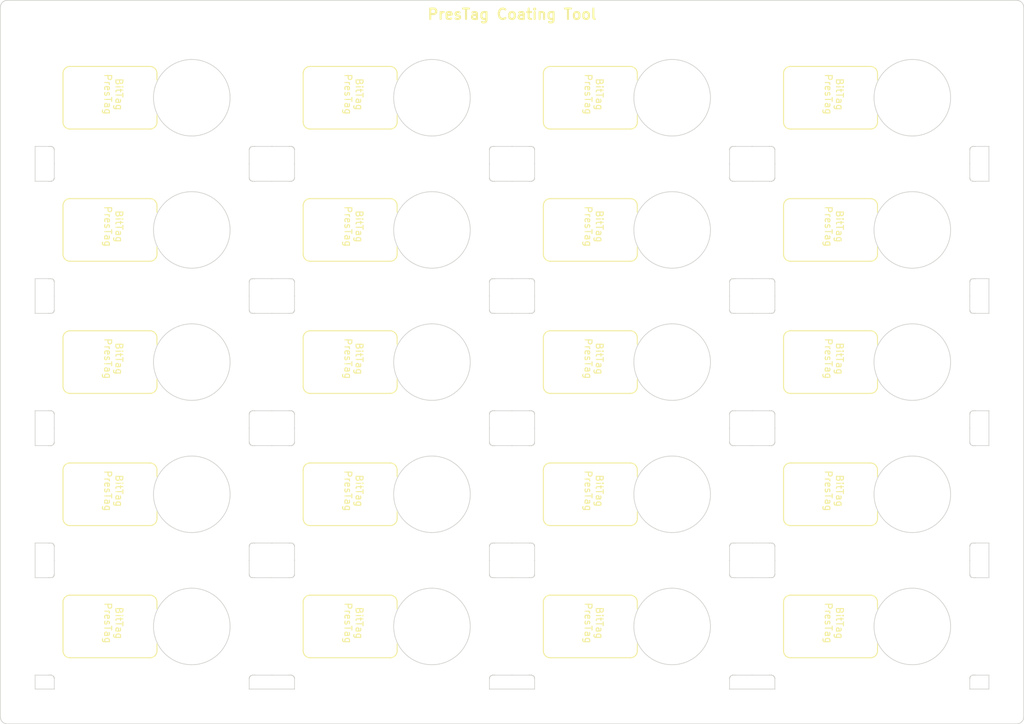
<source format=kicad_pcb>
(kicad_pcb (version 20211014) (generator pcbnew)
  (layers (0 "F.Cu" signal) (31 "B.Cu" signal) (34 "B.Paste" user) (35 "F.Paste" user) (36 "B.SilkS" user "B.Silkscreen") (37 "F.SilkS" user "F.Silkscreen") (38 "B.Mask" user) (39 "F.Mask" user) (44 "Edge.Cuts" user))
  (net 0 "")
  (footprint "library:taghole1.1mm" (layer "F.Cu") (at 95.605 87.75)
    (fp_text reference "J302" hide)
    (fp_text value "Conn_01x01" hide)
    (pad "" np_thru_hole circle (at 0.645 -0.03) (size 1.422 1.422) (drill 1.422) (layers F&B.Cu *.Mask))
  )
  (footprint "library:taghole1.1mm" (layer "F.Cu") (at 119.135 75.25)
    (fp_text reference "J303" hide)
    (fp_text value "Conn_01x01" hide)
    (pad "" np_thru_hole circle (at 0.615 -0.03) (size 1.422 1.422) (drill 1.422) (layers F&B.Cu *.Mask))
  )
  (footprint "library:taghole1.1mm" (layer "F.Cu") (at 199.105 37.25)
    (fp_text reference "J301" hide)
    (fp_text value "Conn_01x01" hide)
    (pad "" np_thru_hole circle locked (at 0.645 -0.03) (size 1.422 1.422) (drill 1.422) (layers F&B.Cu *.Mask))
  )
  (footprint "library:taghole1.1mm" (layer "F.Cu") (at 84.635 68.75)
    (fp_text reference "J304" hide)
    (fp_text value "Conn_01x01" hide)
    (pad "" np_thru_hole circle (at 0.615 -0.03) (size 1.422 1.422) (drill 1.422) (layers F&B.Cu *.Mask))
  )
  (footprint "library:taghole1.1mm" (layer "F.Cu") (at 84.635 75.25)
    (fp_text reference "J303" hide)
    (fp_text value "Conn_01x01" hide)
    (pad "" np_thru_hole circle (at 0.615 -0.03) (size 1.422 1.422) (drill 1.422) (layers F&B.Cu *.Mask))
  )
  (footprint "library:taghole1.1mm" (layer "F.Cu") (at 153.635 75.25)
    (fp_text reference "J303" hide)
    (fp_text value "Conn_01x01" hide)
    (pad "" np_thru_hole circle (at 0.615 -0.03) (size 1.422 1.422) (drill 1.422) (layers F&B.Cu *.Mask))
  )
  (footprint "library:taghole1.1mm" (layer "F.Cu") (at 130.105 49.75)
    (fp_text reference "J302" hide)
    (fp_text value "Conn_01x01" hide)
    (pad "" np_thru_hole circle (at 0.645 -0.03) (size 1.422 1.422) (drill 1.422) (layers F&B.Cu *.Mask))
  )
  (footprint "library:taghole1.1mm" (layer "F.Cu") (at 130.105 113.25)
    (fp_text reference "J301" hide)
    (fp_text value "Conn_01x01" hide)
    (pad "" np_thru_hole circle locked (at 0.645 -0.03) (size 1.422 1.422) (drill 1.422) (layers F&B.Cu *.Mask))
  )
  (footprint "library:taghole1.1mm" (layer "F.Cu") (at 130.105 30.75)
    (fp_text reference "J302" hide)
    (fp_text value "Conn_01x01" hide)
    (pad "" np_thru_hole circle (at 0.645 -0.03) (size 1.422 1.422) (drill 1.422) (layers F&B.Cu *.Mask))
  )
  (footprint "library:taghole1.1mm" (layer "F.Cu") (at 199.105 49.75)
    (fp_text reference "J302" hide)
    (fp_text value "Conn_01x01" hide)
    (pad "" np_thru_hole circle (at 0.645 -0.03) (size 1.422 1.422) (drill 1.422) (layers F&B.Cu *.Mask))
  )
  (footprint "library:taghole1.1mm" (layer "F.Cu") (at 119.135 106.75)
    (fp_text reference "J304" hide)
    (fp_text value "Conn_01x01" hide)
    (pad "" np_thru_hole circle (at 0.615 -0.03) (size 1.422 1.422) (drill 1.422) (layers F&B.Cu *.Mask))
  )
  (footprint "library:taghole1.1mm" (layer "F.Cu") (at 199.105 56.25)
    (fp_text reference "J301" hide)
    (fp_text value "Conn_01x01" hide)
    (pad "" np_thru_hole circle locked (at 0.645 -0.03) (size 1.422 1.422) (drill 1.422) (layers F&B.Cu *.Mask))
  )
  (footprint "library:taghole1.1mm" (layer "F.Cu") (at 153.635 56.25)
    (fp_text reference "J303" hide)
    (fp_text value "Conn_01x01" hide)
    (pad "" np_thru_hole circle (at 0.615 -0.03) (size 1.422 1.422) (drill 1.422) (layers F&B.Cu *.Mask))
  )
  (footprint "library:taghole1.1mm" (layer "F.Cu") (at 84.635 113.25)
    (fp_text reference "J303" hide)
    (fp_text value "Conn_01x01" hide)
    (pad "" np_thru_hole circle (at 0.615 -0.03) (size 1.422 1.422) (drill 1.422) (layers F&B.Cu *.Mask))
  )
  (footprint "library:taghole1.1mm" (layer "F.Cu") (at 95.605 75.25)
    (fp_text reference "J301" hide)
    (fp_text value "Conn_01x01" hide)
    (pad "" np_thru_hole circle locked (at 0.645 -0.03) (size 1.422 1.422) (drill 1.422) (layers F&B.Cu *.Mask))
  )
  (footprint "library:taghole1.1mm" (layer "F.Cu") (at 153.635 68.75)
    (fp_text reference "J304" hide)
    (fp_text value "Conn_01x01" hide)
    (pad "" np_thru_hole circle (at 0.615 -0.03) (size 1.422 1.422) (drill 1.422) (layers F&B.Cu *.Mask))
  )
  (footprint "library:taghole1.1mm" (layer "F.Cu") (at 188.135 94.25)
    (fp_text reference "J303" hide)
    (fp_text value "Conn_01x01" hide)
    (pad "" np_thru_hole circle (at 0.615 -0.03) (size 1.422 1.422) (drill 1.422) (layers F&B.Cu *.Mask))
  )
  (footprint "library:taghole1.1mm" (layer "F.Cu") (at 130.105 106.75)
    (fp_text reference "J302" hide)
    (fp_text value "Conn_01x01" hide)
    (pad "" np_thru_hole circle (at 0.645 -0.03) (size 1.422 1.422) (drill 1.422) (layers F&B.Cu *.Mask))
  )
  (footprint "library:taghole1.1mm" (layer "F.Cu") (at 130.105 56.25)
    (fp_text reference "J301" hide)
    (fp_text value "Conn_01x01" hide)
    (pad "" np_thru_hole circle locked (at 0.645 -0.03) (size 1.422 1.422) (drill 1.422) (layers F&B.Cu *.Mask))
  )
  (footprint "library:taghole1.1mm" (layer "F.Cu") (at 130.105 37.25)
    (fp_text reference "J301" hide)
    (fp_text value "Conn_01x01" hide)
    (pad "" np_thru_hole circle locked (at 0.645 -0.03) (size 1.422 1.422) (drill 1.422) (layers F&B.Cu *.Mask))
  )
  (footprint "library:taghole1.1mm" (layer "F.Cu") (at 188.135 56.25)
    (fp_text reference "J303" hide)
    (fp_text value "Conn_01x01" hide)
    (pad "" np_thru_hole circle (at 0.615 -0.03) (size 1.422 1.422) (drill 1.422) (layers F&B.Cu *.Mask))
  )
  (footprint "library:taghole1.1mm" (layer "F.Cu") (at 84.635 49.75)
    (fp_text reference "J304" hide)
    (fp_text value "Conn_01x01" hide)
    (pad "" np_thru_hole circle (at 0.615 -0.03) (size 1.422 1.422) (drill 1.422) (layers F&B.Cu *.Mask))
  )
  (footprint "library:taghole1.1mm" (layer "F.Cu") (at 119.135 113.25)
    (fp_text reference "J303" hide)
    (fp_text value "Conn_01x01" hide)
    (pad "" np_thru_hole circle (at 0.615 -0.03) (size 1.422 1.422) (drill 1.422) (layers F&B.Cu *.Mask))
  )
  (footprint "library:taghole1.1mm" (layer "F.Cu") (at 119.135 94.25)
    (fp_text reference "J303" hide)
    (fp_text value "Conn_01x01" hide)
    (pad "" np_thru_hole circle (at 0.615 -0.03) (size 1.422 1.422) (drill 1.422) (layers F&B.Cu *.Mask))
  )
  (footprint "library:taghole1.1mm" (layer "F.Cu") (at 95.605 94.25)
    (fp_text reference "J301" hide)
    (fp_text value "Conn_01x01" hide)
    (pad "" np_thru_hole circle locked (at 0.645 -0.03) (size 1.422 1.422) (drill 1.422) (layers F&B.Cu *.Mask))
  )
  (footprint "library:taghole1.1mm" (layer "F.Cu") (at 164.605 113.25)
    (fp_text reference "J301" hide)
    (fp_text value "Conn_01x01" hide)
    (pad "" np_thru_hole circle locked (at 0.645 -0.03) (size 1.422 1.422) (drill 1.422) (layers F&B.Cu *.Mask))
  )
  (footprint "library:taghole1.1mm" (layer "F.Cu") (at 130.105 75.25)
    (fp_text reference "J301" hide)
    (fp_text value "Conn_01x01" hide)
    (pad "" np_thru_hole circle locked (at 0.645 -0.03) (size 1.422 1.422) (drill 1.422) (layers F&B.Cu *.Mask))
  )
  (footprint "library:taghole1.1mm" (layer "F.Cu") (at 164.605 94.25)
    (fp_text reference "J301" hide)
    (fp_text value "Conn_01x01" hide)
    (pad "" np_thru_hole circle locked (at 0.645 -0.03) (size 1.422 1.422) (drill 1.422) (layers F&B.Cu *.Mask))
  )
  (footprint "library:taghole1.1mm" (layer "F.Cu") (at 188.135 87.75)
    (fp_text reference "J304" hide)
    (fp_text value "Conn_01x01" hide)
    (pad "" np_thru_hole circle (at 0.615 -0.03) (size 1.422 1.422) (drill 1.422) (layers F&B.Cu *.Mask))
  )
  (footprint "library:taghole1.1mm" (layer "F.Cu") (at 84.635 87.75)
    (fp_text reference "J304" hide)
    (fp_text value "Conn_01x01" hide)
    (pad "" np_thru_hole circle (at 0.615 -0.03) (size 1.422 1.422) (drill 1.422) (layers F&B.Cu *.Mask))
  )
  (footprint "library:taghole1.1mm" (layer "F.Cu") (at 188.135 30.75)
    (fp_text reference "J304" hide)
    (fp_text value "Conn_01x01" hide)
    (pad "" np_thru_hole circle (at 0.615 -0.03) (size 1.422 1.422) (drill 1.422) (layers F&B.Cu *.Mask))
  )
  (footprint "library:taghole1.1mm" (layer "F.Cu") (at 119.135 30.75)
    (fp_text reference "J304" hide)
    (fp_text value "Conn_01x01" hide)
    (pad "" np_thru_hole circle (at 0.615 -0.03) (size 1.422 1.422) (drill 1.422) (layers F&B.Cu *.Mask))
  )
  (footprint "library:taghole1.1mm" (layer "F.Cu") (at 199.105 30.75)
    (fp_text reference "J302" hide)
    (fp_text value "Conn_01x01" hide)
    (pad "" np_thru_hole circle (at 0.645 -0.03) (size 1.422 1.422) (drill 1.422) (layers F&B.Cu *.Mask))
  )
  (footprint "library:taghole1.1mm" (layer "F.Cu") (at 95.605 37.25)
    (fp_text reference "J301" hide)
    (fp_text value "Conn_01x01" hide)
    (pad "" np_thru_hole circle locked (at 0.645 -0.03) (size 1.422 1.422) (drill 1.422) (layers F&B.Cu *.Mask))
  )
  (footprint "library:taghole1.1mm" (layer "F.Cu") (at 119.135 49.75)
    (fp_text reference "J304" hide)
    (fp_text value "Conn_01x01" hide)
    (pad "" np_thru_hole circle (at 0.615 -0.03) (size 1.422 1.422) (drill 1.422) (layers F&B.Cu *.Mask))
  )
  (footprint "library:taghole1.1mm" (layer "F.Cu") (at 119.135 56.25)
    (fp_text reference "J303" hide)
    (fp_text value "Conn_01x01" hide)
    (pad "" np_thru_hole circle (at 0.615 -0.03) (size 1.422 1.422) (drill 1.422) (layers F&B.Cu *.Mask))
  )
  (footprint "library:taghole1.1mm" (layer "F.Cu") (at 153.635 106.75)
    (fp_text reference "J304" hide)
    (fp_text value "Conn_01x01" hide)
    (pad "" np_thru_hole circle (at 0.615 -0.03) (size 1.422 1.422) (drill 1.422) (layers F&B.Cu *.Mask))
  )
  (footprint "library:taghole1.1mm" (layer "F.Cu") (at 153.635 87.75)
    (fp_text reference "J304" hide)
    (fp_text value "Conn_01x01" hide)
    (pad "" np_thru_hole circle (at 0.615 -0.03) (size 1.422 1.422) (drill 1.422) (layers F&B.Cu *.Mask))
  )
  (footprint "library:taghole1.1mm" (layer "F.Cu") (at 188.135 113.25)
    (fp_text reference "J303" hide)
    (fp_text value "Conn_01x01" hide)
    (pad "" np_thru_hole circle (at 0.615 -0.03) (size 1.422 1.422) (drill 1.422) (layers F&B.Cu *.Mask))
  )
  (footprint "library:taghole1.1mm" (layer "F.Cu") (at 164.605 37.25)
    (fp_text reference "J301" hide)
    (fp_text value "Conn_01x01" hide)
    (pad "" np_thru_hole circle locked (at 0.645 -0.03) (size 1.422 1.422) (drill 1.422) (layers F&B.Cu *.Mask))
  )
  (footprint "library:taghole1.1mm" (layer "F.Cu") (at 153.635 113.25)
    (fp_text reference "J303" hide)
    (fp_text value "Conn_01x01" hide)
    (pad "" np_thru_hole circle (at 0.615 -0.03) (size 1.422 1.422) (drill 1.422) (layers F&B.Cu *.Mask))
  )
  (footprint "library:taghole1.1mm" (layer "F.Cu") (at 130.105 94.25)
    (fp_text reference "J301" hide)
    (fp_text value "Conn_01x01" hide)
    (pad "" np_thru_hole circle locked (at 0.645 -0.03) (size 1.422 1.422) (drill 1.422) (layers F&B.Cu *.Mask))
  )
  (footprint "library:taghole1.1mm" (layer "F.Cu") (at 199.105 75.25)
    (fp_text reference "J301" hide)
    (fp_text value "Conn_01x01" hide)
    (pad "" np_thru_hole circle locked (at 0.645 -0.03) (size 1.422 1.422) (drill 1.422) (layers F&B.Cu *.Mask))
  )
  (footprint "library:taghole1.1mm" (layer "F.Cu") (at 95.605 49.75)
    (fp_text reference "J302" hide)
    (fp_text value "Conn_01x01" hide)
    (pad "" np_thru_hole circle (at 0.645 -0.03) (size 1.422 1.422) (drill 1.422) (layers F&B.Cu *.Mask))
  )
  (footprint "library:taghole1.1mm" (layer "F.Cu") (at 95.605 113.25)
    (fp_text reference "J301" hide)
    (fp_text value "Conn_01x01" hide)
    (pad "" np_thru_hole circle locked (at 0.645 -0.03) (size 1.422 1.422) (drill 1.422) (layers F&B.Cu *.Mask))
  )
  (footprint "library:taghole1.1mm" (layer "F.Cu") (at 84.635 30.75)
    (fp_text reference "J304" hide)
    (fp_text value "Conn_01x01" hide)
    (pad "" np_thru_hole circle (at 0.615 -0.03) (size 1.422 1.422) (drill 1.422) (layers F&B.Cu *.Mask))
  )
  (footprint "library:taghole1.1mm" (layer "F.Cu") (at 199.105 106.75)
    (fp_text reference "J302" hide)
    (fp_text value "Conn_01x01" hide)
    (pad "" np_thru_hole circle (at 0.645 -0.03) (size 1.422 1.422) (drill 1.422) (layers F&B.Cu *.Mask))
  )
  (footprint "library:taghole1.1mm" (layer "F.Cu") (at 153.635 94.25)
    (fp_text reference "J303" hide)
    (fp_text value "Conn_01x01" hide)
    (pad "" np_thru_hole circle (at 0.615 -0.03) (size 1.422 1.422) (drill 1.422) (layers F&B.Cu *.Mask))
  )
  (footprint "library:taghole1.1mm" (layer "F.Cu") (at 84.635 106.75)
    (fp_text reference "J304" hide)
    (fp_text value "Conn_01x01" hide)
    (pad "" np_thru_hole circle (at 0.615 -0.03) (size 1.422 1.422) (drill 1.422) (layers F&B.Cu *.Mask))
  )
  (footprint "library:taghole1.1mm" (layer "F.Cu") (at 164.605 68.75)
    (fp_text reference "J302" hide)
    (fp_text value "Conn_01x01" hide)
    (pad "" np_thru_hole circle (at 0.645 -0.03) (size 1.422 1.422) (drill 1.422) (layers F&B.Cu *.Mask))
  )
  (footprint "library:taghole1.1mm" (layer "F.Cu") (at 188.135 49.75)
    (fp_text reference "J304" hide)
    (fp_text value "Conn_01x01" hide)
    (pad "" np_thru_hole circle (at 0.615 -0.03) (size 1.422 1.422) (drill 1.422) (layers F&B.Cu *.Mask))
  )
  (footprint "library:taghole1.1mm" (layer "F.Cu") (at 199.105 113.25)
    (fp_text reference "J301" hide)
    (fp_text value "Conn_01x01" hide)
    (pad "" np_thru_hole circle locked (at 0.645 -0.03) (size 1.422 1.422) (drill 1.422) (layers F&B.Cu *.Mask))
  )
  (footprint "library:taghole1.1mm" (layer "F.Cu") (at 130.105 87.75)
    (fp_text reference "J302" hide)
    (fp_text value "Conn_01x01" hide)
    (pad "" np_thru_hole circle (at 0.645 -0.03) (size 1.422 1.422) (drill 1.422) (layers F&B.Cu *.Mask))
  )
  (footprint "library:taghole1.1mm" (layer "F.Cu") (at 153.635 49.75)
    (fp_text reference "J304" hide)
    (fp_text value "Conn_01x01" hide)
    (pad "" np_thru_hole circle (at 0.615 -0.03) (size 1.422 1.422) (drill 1.422) (layers F&B.Cu *.Mask))
  )
  (footprint "library:taghole1.1mm" (layer "F.Cu") (at 130.105 68.75)
    (fp_text reference "J302" hide)
    (fp_text value "Conn_01x01" hide)
    (pad "" np_thru_hole circle (at 0.645 -0.03) (size 1.422 1.422) (drill 1.422) (layers F&B.Cu *.Mask))
  )
  (footprint "library:taghole1.1mm" (layer "F.Cu") (at 153.635 30.75)
    (fp_text reference "J304" hide)
    (fp_text value "Conn_01x01" hide)
    (pad "" np_thru_hole circle (at 0.615 -0.03) (size 1.422 1.422) (drill 1.422) (layers F&B.Cu *.Mask))
  )
  (footprint "library:taghole1.1mm" (layer "F.Cu") (at 199.105 87.75)
    (fp_text reference "J302" hide)
    (fp_text value "Conn_01x01" hide)
    (pad "" np_thru_hole circle (at 0.645 -0.03) (size 1.422 1.422) (drill 1.422) (layers F&B.Cu *.Mask))
  )
  (footprint "library:taghole1.1mm" (layer "F.Cu") (at 84.635 37.25)
    (fp_text reference "J303" hide)
    (fp_text value "Conn_01x01" hide)
    (pad "" np_thru_hole circle (at 0.615 -0.03) (size 1.422 1.422) (drill 1.422) (layers F&B.Cu *.Mask))
  )
  (footprint "library:taghole1.1mm" (layer "F.Cu") (at 84.635 56.25)
    (fp_text reference "J303" hide)
    (fp_text value "Conn_01x01" hide)
    (pad "" np_thru_hole circle (at 0.615 -0.03) (size 1.422 1.422) (drill 1.422) (layers F&B.Cu *.Mask))
  )
  (footprint "library:taghole1.1mm" (layer "F.Cu") (at 199.105 68.75)
    (fp_text reference "J302" hide)
    (fp_text value "Conn_01x01" hide)
    (pad "" np_thru_hole circle (at 0.645 -0.03) (size 1.422 1.422) (drill 1.422) (layers F&B.Cu *.Mask))
  )
  (footprint "library:taghole1.1mm" (layer "F.Cu") (at 164.605 56.25)
    (fp_text reference "J301" hide)
    (fp_text value "Conn_01x01" hide)
    (pad "" np_thru_hole circle locked (at 0.645 -0.03) (size 1.422 1.422) (drill 1.422) (layers F&B.Cu *.Mask))
  )
  (footprint "library:taghole1.1mm" (layer "F.Cu") (at 188.135 37.25)
    (fp_text reference "J303" hide)
    (fp_text value "Conn_01x01" hide)
    (pad "" np_thru_hole circle (at 0.615 -0.03) (size 1.422 1.422) (drill 1.422) (layers F&B.Cu *.Mask))
  )
  (footprint "library:taghole1.1mm" (layer "F.Cu") (at 164.605 49.75)
    (fp_text reference "J302" hide)
    (fp_text value "Conn_01x01" hide)
    (pad "" np_thru_hole circle (at 0.645 -0.03) (size 1.422 1.422) (drill 1.422) (layers F&B.Cu *.Mask))
  )
  (footprint "library:taghole1.1mm" (layer "F.Cu") (at 95.605 56.25)
    (fp_text reference "J301" hide)
    (fp_text value "Conn_01x01" hide)
    (pad "" np_thru_hole circle locked (at 0.645 -0.03) (size 1.422 1.422) (drill 1.422) (layers F&B.Cu *.Mask))
  )
  (footprint "library:taghole1.1mm" (layer "F.Cu") (at 95.605 68.75)
    (fp_text reference "J302" hide)
    (fp_text value "Conn_01x01" hide)
    (pad "" np_thru_hole circle (at 0.645 -0.03) (size 1.422 1.422) (drill 1.422) (layers F&B.Cu *.Mask))
  )
  (footprint "library:taghole1.1mm" (layer "F.Cu") (at 95.605 30.75)
    (fp_text reference "J302" hide)
    (fp_text value "Conn_01x01" hide)
    (pad "" np_thru_hole circle (at 0.645 -0.03) (size 1.422 1.422) (drill 1.422) (layers F&B.Cu *.Mask))
  )
  (footprint "library:taghole1.1mm" (layer "F.Cu") (at 164.605 30.75)
    (fp_text reference "J302" hide)
    (fp_text value "Conn_01x01" hide)
    (pad "" np_thru_hole circle (at 0.645 -0.03) (size 1.422 1.422) (drill 1.422) (layers F&B.Cu *.Mask))
  )
  (footprint "library:taghole1.1mm" (layer "F.Cu") (at 95.605 106.75)
    (fp_text reference "J302" hide)
    (fp_text value "Conn_01x01" hide)
    (pad "" np_thru_hole circle (at 0.645 -0.03) (size 1.422 1.422) (drill 1.422) (layers F&B.Cu *.Mask))
  )
  (footprint "library:taghole1.1mm" (layer "F.Cu") (at 153.635 37.25)
    (fp_text reference "J303" hide)
    (fp_text value "Conn_01x01" hide)
    (pad "" np_thru_hole circle (at 0.615 -0.03) (size 1.422 1.422) (drill 1.422) (layers F&B.Cu *.Mask))
  )
  (footprint "library:taghole1.1mm" (layer "F.Cu") (at 188.135 75.25)
    (fp_text reference "J303" hide)
    (fp_text value "Conn_01x01" hide)
    (pad "" np_thru_hole circle (at 0.615 -0.03) (size 1.422 1.422) (drill 1.422) (layers F&B.Cu *.Mask))
  )
  (footprint "library:taghole1.1mm" (layer "F.Cu") (at 188.135 68.75)
    (fp_text reference "J304" hide)
    (fp_text value "Conn_01x01" hide)
    (pad "" np_thru_hole circle (at 0.615 -0.03) (size 1.422 1.422) (drill 1.422) (layers F&B.Cu *.Mask))
  )
  (footprint "library:taghole1.1mm" (layer "F.Cu") (at 119.135 68.75)
    (fp_text reference "J304" hide)
    (fp_text value "Conn_01x01" hide)
    (pad "" np_thru_hole circle (at 0.615 -0.03) (size 1.422 1.422) (drill 1.422) (layers F&B.Cu *.Mask))
  )
  (footprint "library:taghole1.1mm" (layer "F.Cu") (at 188.135 106.75)
    (fp_text reference "J304" hide)
    (fp_text value "Conn_01x01" hide)
    (pad "" np_thru_hole circle (at 0.615 -0.03) (size 1.422 1.422) (drill 1.422) (layers F&B.Cu *.Mask))
  )
  (footprint "library:taghole1.1mm" (layer "F.Cu") (at 199.105 94.25)
    (fp_text reference "J301" hide)
    (fp_text value "Conn_01x01" hide)
    (pad "" np_thru_hole circle locked (at 0.645 -0.03) (size 1.422 1.422) (drill 1.422) (layers F&B.Cu *.Mask))
  )
  (footprint "library:taghole1.1mm" (layer "F.Cu") (at 119.135 37.25)
    (fp_text reference "J303" hide)
    (fp_text value "Conn_01x01" hide)
    (pad "" np_thru_hole circle (at 0.615 -0.03) (size 1.422 1.422) (drill 1.422) (layers F&B.Cu *.Mask))
  )
  (footprint "library:taghole1.1mm" (layer "F.Cu") (at 84.635 94.25)
    (fp_text reference "J303" hide)
    (fp_text value "Conn_01x01" hide)
    (pad "" np_thru_hole circle (at 0.615 -0.03) (size 1.422 1.422) (drill 1.422) (layers F&B.Cu *.Mask))
  )
  (footprint "library:taghole1.1mm" (layer "F.Cu") (at 164.605 75.25)
    (fp_text reference "J301" hide)
    (fp_text value "Conn_01x01" hide)
    (pad "" np_thru_hole circle locked (at 0.645 -0.03) (size 1.422 1.422) (drill 1.422) (layers F&B.Cu *.Mask))
  )
  (footprint "library:taghole1.1mm" (layer "F.Cu") (at 164.605 106.75)
    (fp_text reference "J302" hide)
    (fp_text value "Conn_01x01" hide)
    (pad "" np_thru_hole circle (at 0.645 -0.03) (size 1.422 1.422) (drill 1.422) (layers F&B.Cu *.Mask))
  )
  (footprint "library:taghole1.1mm" (layer "F.Cu") (at 119.135 87.75)
    (fp_text reference "J304" hide)
    (fp_text value "Conn_01x01" hide)
    (pad "" np_thru_hole circle (at 0.615 -0.03) (size 1.422 1.422) (drill 1.422) (layers F&B.Cu *.Mask))
  )
  (footprint "library:taghole1.1mm" (layer "F.Cu") (at 164.605 87.75)
    (fp_text reference "J302" hide)
    (fp_text value "Conn_01x01" hide)
    (pad "" np_thru_hole circle (at 0.645 -0.03) (size 1.422 1.422) (drill 1.422) (layers F&B.Cu *.Mask))
  )
  (gr_arc (start 96.495 48.5) (mid 97.202091 48.79289) (end 97.495 49.5) (layer "F.SilkS") (width 0.15))
  (gr_arc (start 199.995 29.5) (mid 200.702091 29.79289) (end 200.995 30.5) (layer "F.SilkS") (width 0.15))
  (gr_arc (start 165.495 29.5) (mid 166.202091 29.79289) (end 166.495 30.5) (layer "F.SilkS") (width 0.15))
  (gr_arc (start 130.995 29.5) (mid 131.702091 29.79289) (end 131.995 30.5) (layer "F.SilkS") (width 0.15))
  (gr_arc (start 130.995 48.5) (mid 131.702091 48.79289) (end 131.995 49.5) (layer "F.SilkS") (width 0.15))
  (gr_arc (start 199.995 67.5) (mid 200.702091 67.79289) (end 200.995 68.5) (layer "F.SilkS") (width 0.15))
  (gr_arc (start 165.495 48.5) (mid 166.202091 48.79289) (end 166.495 49.5) (layer "F.SilkS") (width 0.15))
  (gr_arc (start 199.995 48.5) (mid 200.702091 48.79289) (end 200.995 49.5) (layer "F.SilkS") (width 0.15))
  (gr_arc (start 96.495 67.5) (mid 97.202091 67.79289) (end 97.495 68.5) (layer "F.SilkS") (width 0.15))
  (gr_arc (start 130.995 67.5) (mid 131.702091 67.79289) (end 131.995 68.5) (layer "F.SilkS") (width 0.15))
  (gr_arc (start 165.495 67.5) (mid 166.202091 67.79289) (end 166.495 68.5) (layer "F.SilkS") (width 0.15))
  (gr_arc (start 96.495 86.5) (mid 97.202091 86.79289) (end 97.495 87.5) (layer "F.SilkS") (width 0.15))
  (gr_arc (start 96.495 29.5) (mid 97.202091 29.79289) (end 97.495 30.5) (layer "F.SilkS") (width 0.15))
  (gr_arc (start 130.995 86.5) (mid 131.702091 86.79289) (end 131.995 87.5) (layer "F.SilkS") (width 0.15))
  (gr_arc (start 165.495 86.5) (mid 166.202091 86.79289) (end 166.495 87.5) (layer "F.SilkS") (width 0.15))
  (gr_arc (start 199.995 86.5) (mid 200.702091 86.79289) (end 200.995 87.5) (layer "F.SilkS") (width 0.15))
  (gr_arc (start 96.495 105.5) (mid 97.202091 105.79289) (end 97.495 106.5) (layer "F.SilkS") (width 0.15))
  (gr_arc (start 130.995 105.5) (mid 131.702091 105.79289) (end 131.995 106.5) (layer "F.SilkS") (width 0.15))
  (gr_arc (start 165.495 105.5) (mid 166.202091 105.79289) (end 166.495 106.5) (layer "F.SilkS") (width 0.15))
  (gr_arc (start 199.995 105.5) (mid 200.702091 105.79289) (end 200.995 106.5) (layer "F.SilkS") (width 0.15))
  (gr_line (start 84 37.5) (end 84 30.5) (layer "F.SilkS") (width 0.15))
  (gr_line (start 118.5 37.5) (end 118.5 30.5) (layer "F.SilkS") (width 0.15))
  (gr_line (start 153 37.5) (end 153 30.5) (layer "F.SilkS") (width 0.15))
  (gr_line (start 187.5 37.5) (end 187.5 30.5) (layer "F.SilkS") (width 0.15))
  (gr_line (start 84 56.5) (end 84 49.5) (layer "F.SilkS") (width 0.15))
  (gr_line (start 118.5 56.5) (end 118.5 49.5) (layer "F.SilkS") (width 0.15))
  (gr_line (start 153 56.5) (end 153 49.5) (layer "F.SilkS") (width 0.15))
  (gr_line (start 187.5 56.5) (end 187.5 49.5) (layer "F.SilkS") (width 0.15))
  (gr_line (start 84 75.5) (end 84 68.5) (layer "F.SilkS") (width 0.15))
  (gr_line (start 118.5 75.5) (end 118.5 68.5) (layer "F.SilkS") (width 0.15))
  (gr_line (start 153 75.5) (end 153 68.5) (layer "F.SilkS") (width 0.15))
  (gr_line (start 187.5 75.5) (end 187.5 68.5) (layer "F.SilkS") (width 0.15))
  (gr_line (start 84 94.5) (end 84 87.5) (layer "F.SilkS") (width 0.15))
  (gr_line (start 118.5 94.5) (end 118.5 87.5) (layer "F.SilkS") (width 0.15))
  (gr_line (start 153 94.5) (end 153 87.5) (layer "F.SilkS") (width 0.15))
  (gr_line (start 187.5 94.5) (end 187.5 87.5) (layer "F.SilkS") (width 0.15))
  (gr_line (start 84 113.5) (end 84 106.5) (layer "F.SilkS") (width 0.15))
  (gr_line (start 118.5 113.5) (end 118.5 106.5) (layer "F.SilkS") (width 0.15))
  (gr_line (start 153 113.5) (end 153 106.5) (layer "F.SilkS") (width 0.15))
  (gr_line (start 187.5 113.5) (end 187.5 106.5) (layer "F.SilkS") (width 0.15))
  (gr_line (start 96.5 38.5) (end 85 38.5) (layer "F.SilkS") (width 0.15))
  (gr_line (start 131 38.5) (end 119.5 38.5) (layer "F.SilkS") (width 0.15))
  (gr_line (start 165.5 38.5) (end 154 38.5) (layer "F.SilkS") (width 0.15))
  (gr_line (start 200 38.5) (end 188.5 38.5) (layer "F.SilkS") (width 0.15))
  (gr_line (start 96.5 57.5) (end 85 57.5) (layer "F.SilkS") (width 0.15))
  (gr_line (start 131 57.5) (end 119.5 57.5) (layer "F.SilkS") (width 0.15))
  (gr_line (start 165.5 57.5) (end 154 57.5) (layer "F.SilkS") (width 0.15))
  (gr_line (start 200 57.5) (end 188.5 57.5) (layer "F.SilkS") (width 0.15))
  (gr_line (start 96.5 76.5) (end 85 76.5) (layer "F.SilkS") (width 0.15))
  (gr_line (start 131 76.5) (end 119.5 76.5) (layer "F.SilkS") (width 0.15))
  (gr_line (start 165.5 76.5) (end 154 76.5) (layer "F.SilkS") (width 0.15))
  (gr_line (start 200 76.5) (end 188.5 76.5) (layer "F.SilkS") (width 0.15))
  (gr_line (start 96.5 95.5) (end 85 95.5) (layer "F.SilkS") (width 0.15))
  (gr_line (start 131 95.5) (end 119.5 95.5) (layer "F.SilkS") (width 0.15))
  (gr_line (start 165.5 95.5) (end 154 95.5) (layer "F.SilkS") (width 0.15))
  (gr_line (start 200 95.5) (end 188.5 95.5) (layer "F.SilkS") (width 0.15))
  (gr_line (start 96.5 114.5) (end 85 114.5) (layer "F.SilkS") (width 0.15))
  (gr_line (start 131 114.5) (end 119.5 114.5) (layer "F.SilkS") (width 0.15))
  (gr_line (start 165.5 114.5) (end 154 114.5) (layer "F.SilkS") (width 0.15))
  (gr_line (start 200 114.5) (end 188.5 114.5) (layer "F.SilkS") (width 0.15))
  (gr_line (start 85 29.5) (end 96.495 29.5) (layer "F.SilkS") (width 0.15))
  (gr_line (start 119.5 29.5) (end 130.995 29.5) (layer "F.SilkS") (width 0.15))
  (gr_line (start 154 29.5) (end 165.495 29.5) (layer "F.SilkS") (width 0.15))
  (gr_line (start 188.5 29.5) (end 199.995 29.5) (layer "F.SilkS") (width 0.15))
  (gr_line (start 85 48.5) (end 96.495 48.5) (layer "F.SilkS") (width 0.15))
  (gr_line (start 119.5 48.5) (end 130.995 48.5) (layer "F.SilkS") (width 0.15))
  (gr_line (start 154 48.5) (end 165.495 48.5) (layer "F.SilkS") (width 0.15))
  (gr_line (start 188.5 48.5) (end 199.995 48.5) (layer "F.SilkS") (width 0.15))
  (gr_line (start 85 67.5) (end 96.495 67.5) (layer "F.SilkS") (width 0.15))
  (gr_line (start 119.5 67.5) (end 130.995 67.5) (layer "F.SilkS") (width 0.15))
  (gr_line (start 154 67.5) (end 165.495 67.5) (layer "F.SilkS") (width 0.15))
  (gr_line (start 188.5 67.5) (end 199.995 67.5) (layer "F.SilkS") (width 0.15))
  (gr_line (start 85 86.5) (end 96.495 86.5) (layer "F.SilkS") (width 0.15))
  (gr_line (start 119.5 86.5) (end 130.995 86.5) (layer "F.SilkS") (width 0.15))
  (gr_line (start 154 86.5) (end 165.495 86.5) (layer "F.SilkS") (width 0.15))
  (gr_line (start 188.5 86.5) (end 199.995 86.5) (layer "F.SilkS") (width 0.15))
  (gr_line (start 85 105.5) (end 96.495 105.5) (layer "F.SilkS") (width 0.15))
  (gr_line (start 119.5 105.5) (end 130.995 105.5) (layer "F.SilkS") (width 0.15))
  (gr_line (start 154 105.5) (end 165.495 105.5) (layer "F.SilkS") (width 0.15))
  (gr_line (start 188.5 105.5) (end 199.995 105.5) (layer "F.SilkS") (width 0.15))
  (gr_arc (start 84 30.5) (mid 84.292896 29.792892) (end 85 29.5) (layer "F.SilkS") (width 0.15))
  (gr_arc (start 118.5 30.5) (mid 118.792896 29.792892) (end 119.5 29.5) (layer "F.SilkS") (width 0.15))
  (gr_arc (start 153 30.5) (mid 153.292896 29.792892) (end 154 29.5) (layer "F.SilkS") (width 0.15))
  (gr_arc (start 187.5 30.5) (mid 187.792896 29.792892) (end 188.5 29.5) (layer "F.SilkS") (width 0.15))
  (gr_arc (start 84 49.5) (mid 84.292896 48.792892) (end 85 48.5) (layer "F.SilkS") (width 0.15))
  (gr_arc (start 118.5 49.5) (mid 118.792896 48.792892) (end 119.5 48.5) (layer "F.SilkS") (width 0.15))
  (gr_arc (start 153 49.5) (mid 153.292896 48.792892) (end 154 48.5) (layer "F.SilkS") (width 0.15))
  (gr_arc (start 187.5 49.5) (mid 187.792896 48.792892) (end 188.5 48.5) (layer "F.SilkS") (width 0.15))
  (gr_arc (start 84 106.5) (mid 84.292896 105.792892) (end 85 105.5) (layer "F.SilkS") (width 0.15))
  (gr_arc (start 84 68.5) (mid 84.292896 67.792892) (end 85 67.5) (layer "F.SilkS") (width 0.15))
  (gr_arc (start 118.5 68.5) (mid 118.792896 67.792892) (end 119.5 67.5) (layer "F.SilkS") (width 0.15))
  (gr_arc (start 153 68.5) (mid 153.292896 67.792892) (end 154 67.5) (layer "F.SilkS") (width 0.15))
  (gr_arc (start 187.5 68.5) (mid 187.792896 67.792892) (end 188.5 67.5) (layer "F.SilkS") (width 0.15))
  (gr_arc (start 84 87.5) (mid 84.292896 86.792892) (end 85 86.5) (layer "F.SilkS") (width 0.15))
  (gr_arc (start 118.5 87.5) (mid 118.792896 86.792892) (end 119.5 86.5) (layer "F.SilkS") (width 0.15))
  (gr_arc (start 153 87.5) (mid 153.292896 86.792892) (end 154 86.5) (layer "F.SilkS") (width 0.15))
  (gr_arc (start 187.5 87.5) (mid 187.792896 86.792892) (end 188.5 86.5) (layer "F.SilkS") (width 0.15))
  (gr_arc (start 118.5 106.5) (mid 118.792896 105.792892) (end 119.5 105.5) (layer "F.SilkS") (width 0.15))
  (gr_arc (start 153 106.5) (mid 153.292896 105.792892) (end 154 105.5) (layer "F.SilkS") (width 0.15))
  (gr_arc (start 187.5 106.5) (mid 187.792896 105.792892) (end 188.5 105.5) (layer "F.SilkS") (width 0.15))
  (gr_arc (start 97.5 37.5) (mid 97.207109 38.207105) (end 96.5 38.5) (layer "F.SilkS") (width 0.15))
  (gr_arc (start 132 37.5) (mid 131.707109 38.207105) (end 131 38.5) (layer "F.SilkS") (width 0.15))
  (gr_arc (start 166.5 37.5) (mid 166.207109 38.207105) (end 165.5 38.5) (layer "F.SilkS") (width 0.15))
  (gr_arc (start 201 37.5) (mid 200.707109 38.207105) (end 200 38.5) (layer "F.SilkS") (width 0.15))
  (gr_arc (start 97.5 56.5) (mid 97.207109 57.207105) (end 96.5 57.5) (layer "F.SilkS") (width 0.15))
  (gr_arc (start 132 56.5) (mid 131.707109 57.207105) (end 131 57.5) (layer "F.SilkS") (width 0.15))
  (gr_arc (start 166.5 56.5) (mid 166.207109 57.207105) (end 165.5 57.5) (layer "F.SilkS") (width 0.15))
  (gr_arc (start 201 56.5) (mid 200.707109 57.207105) (end 200 57.5) (layer "F.SilkS") (width 0.15))
  (gr_arc (start 97.5 75.5) (mid 97.207109 76.207105) (end 96.5 76.5) (layer "F.SilkS") (width 0.15))
  (gr_arc (start 132 75.5) (mid 131.707109 76.207105) (end 131 76.5) (layer "F.SilkS") (width 0.15))
  (gr_arc (start 166.5 75.5) (mid 166.207109 76.207105) (end 165.5 76.5) (layer "F.SilkS") (width 0.15))
  (gr_arc (start 201 75.5) (mid 200.707109 76.207105) (end 200 76.5) (layer "F.SilkS") (width 0.15))
  (gr_arc (start 97.5 94.5) (mid 97.207109 95.207105) (end 96.5 95.5) (layer "F.SilkS") (width 0.15))
  (gr_arc (start 132 94.5) (mid 131.707109 95.207105) (end 131 95.5) (layer "F.SilkS") (width 0.15))
  (gr_arc (start 166.5 94.5) (mid 166.207109 95.207105) (end 165.5 95.5) (layer "F.SilkS") (width 0.15))
  (gr_arc (start 201 94.5) (mid 200.707109 95.207105) (end 200 95.5) (layer "F.SilkS") (width 0.15))
  (gr_arc (start 97.5 113.5) (mid 97.207109 114.207105) (end 96.5 114.5) (layer "F.SilkS") (width 0.15))
  (gr_arc (start 132 113.5) (mid 131.707109 114.207105) (end 131 114.5) (layer "F.SilkS") (width 0.15))
  (gr_arc (start 166.5 113.5) (mid 166.207109 114.207105) (end 165.5 114.5) (layer "F.SilkS") (width 0.15))
  (gr_arc (start 201 113.5) (mid 200.707109 114.207105) (end 200 114.5) (layer "F.SilkS") (width 0.15))
  (gr_line (start 97.495 30.5) (end 97.495 31.47) (layer "F.SilkS") (width 0.15))
  (gr_line (start 131.995 30.5) (end 131.995 31.47) (layer "F.SilkS") (width 0.15))
  (gr_line (start 166.495 30.5) (end 166.495 31.47) (layer "F.SilkS") (width 0.15))
  (gr_line (start 200.995 30.5) (end 200.995 31.47) (layer "F.SilkS") (width 0.15))
  (gr_line (start 97.495 49.5) (end 97.495 50.47) (layer "F.SilkS") (width 0.15))
  (gr_line (start 131.995 49.5) (end 131.995 50.47) (layer "F.SilkS") (width 0.15))
  (gr_line (start 166.495 49.5) (end 166.495 50.47) (layer "F.SilkS") (width 0.15))
  (gr_line (start 200.995 49.5) (end 200.995 50.47) (layer "F.SilkS") (width 0.15))
  (gr_line (start 97.495 68.5) (end 97.495 69.47) (layer "F.SilkS") (width 0.15))
  (gr_line (start 131.995 68.5) (end 131.995 69.47) (layer "F.SilkS") (width 0.15))
  (gr_line (start 166.495 68.5) (end 166.495 69.47) (layer "F.SilkS") (width 0.15))
  (gr_line (start 200.995 68.5) (end 200.995 69.47) (layer "F.SilkS") (width 0.15))
  (gr_line (start 97.495 87.5) (end 97.495 88.47) (layer "F.SilkS") (width 0.15))
  (gr_line (start 131.995 87.5) (end 131.995 88.47) (layer "F.SilkS") (width 0.15))
  (gr_line (start 166.495 87.5) (end 166.495 88.47) (layer "F.SilkS") (width 0.15))
  (gr_line (start 200.995 87.5) (end 200.995 88.47) (layer "F.SilkS") (width 0.15))
  (gr_line (start 97.495 106.5) (end 97.495 107.47) (layer "F.SilkS") (width 0.15))
  (gr_line (start 131.995 106.5) (end 131.995 107.47) (layer "F.SilkS") (width 0.15))
  (gr_line (start 166.495 106.5) (end 166.495 107.47) (layer "F.SilkS") (width 0.15))
  (gr_line (start 200.995 106.5) (end 200.995 107.47) (layer "F.SilkS") (width 0.15))
  (gr_line (start 97.5 37.5) (end 97.5 36.47) (layer "F.SilkS") (width 0.15))
  (gr_line (start 132 37.5) (end 132 36.47) (layer "F.SilkS") (width 0.15))
  (gr_line (start 166.5 37.5) (end 166.5 36.47) (layer "F.SilkS") (width 0.15))
  (gr_line (start 201 37.5) (end 201 36.47) (layer "F.SilkS") (width 0.15))
  (gr_line (start 97.5 56.5) (end 97.5 55.47) (layer "F.SilkS") (width 0.15))
  (gr_line (start 132 56.5) (end 132 55.47) (layer "F.SilkS") (width 0.15))
  (gr_line (start 166.5 56.5) (end 166.5 55.47) (layer "F.SilkS") (width 0.15))
  (gr_line (start 201 56.5) (end 201 55.47) (layer "F.SilkS") (width 0.15))
  (gr_line (start 97.5 75.5) (end 97.5 74.47) (layer "F.SilkS") (width 0.15))
  (gr_line (start 132 75.5) (end 132 74.47) (layer "F.SilkS") (width 0.15))
  (gr_line (start 166.5 75.5) (end 166.5 74.47) (layer "F.SilkS") (width 0.15))
  (gr_line (start 201 75.5) (end 201 74.47) (layer "F.SilkS") (width 0.15))
  (gr_line (start 97.5 94.5) (end 97.5 93.47) (layer "F.SilkS") (width 0.15))
  (gr_line (start 132 94.5) (end 132 93.47) (layer "F.SilkS") (width 0.15))
  (gr_line (start 166.5 94.5) (end 166.5 93.47) (layer "F.SilkS") (width 0.15))
  (gr_line (start 201 94.5) (end 201 93.47) (layer "F.SilkS") (width 0.15))
  (gr_line (start 97.5 113.5) (end 97.5 112.47) (layer "F.SilkS") (width 0.15))
  (gr_line (start 132 113.5) (end 132 112.47) (layer "F.SilkS") (width 0.15))
  (gr_line (start 166.5 113.5) (end 166.5 112.47) (layer "F.SilkS") (width 0.15))
  (gr_line (start 201 113.5) (end 201 112.47) (layer "F.SilkS") (width 0.15))
  (gr_arc (start 85 38.5) (mid 84.292877 38.207104) (end 84 37.5) (layer "F.SilkS") (width 0.15))
  (gr_arc (start 119.5 38.5) (mid 118.792877 38.207104) (end 118.5 37.5) (layer "F.SilkS") (width 0.15))
  (gr_arc (start 154 38.5) (mid 153.292877 38.207104) (end 153 37.5) (layer "F.SilkS") (width 0.15))
  (gr_arc (start 188.5 38.5) (mid 187.792877 38.207104) (end 187.5 37.5) (layer "F.SilkS") (width 0.15))
  (gr_arc (start 85 57.5) (mid 84.292877 57.207104) (end 84 56.5) (layer "F.SilkS") (width 0.15))
  (gr_arc (start 119.5 57.5) (mid 118.792877 57.207104) (end 118.5 56.5) (layer "F.SilkS") (width 0.15))
  (gr_arc (start 154 57.5) (mid 153.292877 57.207104) (end 153 56.5) (layer "F.SilkS") (width 0.15))
  (gr_arc (start 188.5 57.5) (mid 187.792877 57.207104) (end 187.5 56.5) (layer "F.SilkS") (width 0.15))
  (gr_arc (start 85 76.5) (mid 84.292877 76.207104) (end 84 75.5) (layer "F.SilkS") (width 0.15))
  (gr_arc (start 119.5 76.5) (mid 118.792877 76.207104) (end 118.5 75.5) (layer "F.SilkS") (width 0.15))
  (gr_arc (start 154 76.5) (mid 153.292877 76.207104) (end 153 75.5) (layer "F.SilkS") (width 0.15))
  (gr_arc (start 188.5 76.5) (mid 187.792877 76.207104) (end 187.5 75.5) (layer "F.SilkS") (width 0.15))
  (gr_arc (start 85 95.5) (mid 84.292877 95.207104) (end 84 94.5) (layer "F.SilkS") (width 0.15))
  (gr_arc (start 119.5 95.5) (mid 118.792877 95.207104) (end 118.5 94.5) (layer "F.SilkS") (width 0.15))
  (gr_arc (start 154 95.5) (mid 153.292877 95.207104) (end 153 94.5) (layer "F.SilkS") (width 0.15))
  (gr_arc (start 188.5 95.5) (mid 187.792877 95.207104) (end 187.5 94.5) (layer "F.SilkS") (width 0.15))
  (gr_arc (start 85 114.5) (mid 84.292877 114.207104) (end 84 113.5) (layer "F.SilkS") (width 0.15))
  (gr_arc (start 119.5 114.5) (mid 118.792877 114.207104) (end 118.5 113.5) (layer "F.SilkS") (width 0.15))
  (gr_arc (start 154 114.5) (mid 153.292877 114.207104) (end 153 113.5) (layer "F.SilkS") (width 0.15))
  (gr_arc (start 188.5 114.5) (mid 187.792877 114.207104) (end 187.5 113.5) (layer "F.SilkS") (width 0.15))
  (gr_line (start 111.188917 45.995247) (end 111.176781 45.993599) (layer "Edge.Cuts") (width 0.1))
  (gr_line (start 151.6508 60.202746) (end 151.657974 60.212671) (layer "Edge.Cuts") (width 0.1))
  (gr_line (start 151.249 79) (end 151.249004 79.000091) (layer "Edge.Cuts") (width 0.1))
  (gr_line (start 111.250999 103) (end 111.250995 102.999908) (layer "Edge.Cuts") (width 0.1))
  (gr_line (start 206.204033 47.503785) (end 206.475591 47.520601) (layer "Edge.Cuts") (width 0.1))
  (gr_line (start 214.284436 64.679587) (end 214.280169 64.668108) (layer "Edge.Cuts") (width 0.1))
  (gr_line (start 203.569954 95.934053) (end 203.32892 95.807841) (layer "Edge.Cuts") (width 0.1))
  (gr_line (start 185.906527 41.026185) (end 185.918108 41.030169) (layer "Edge.Cuts") (width 0.1))
  (gr_line (start 185.749114 41.000464) (end 185.749163 41.000548) (layer "Edge.Cuts") (width 0.1))
  (gr_line (start 186.075933 41.122152) (end 186.085107 41.130265) (layer "Edge.Cuts") (width 0.1))
  (gr_line (start 145.47277 98.085096) (end 145.483036 98.078418) (layer "Edge.Cuts") (width 0.1))
  (gr_line (start 174.051342 48.127562) (end 174.289181 48.259697) (layer "Edge.Cuts") (width 0.1))
  (gr_line (start 151.000707 64.999292) (end 151.000634 64.999226) (layer "Edge.Cuts") (width 0.1))
  (gr_line (start 82.664903 117.22277) (end 82.671581 117.233036) (layer "Edge.Cuts") (width 0.1))
  (gr_line (start 116.500195 83.999019) (end 116.500098 83.999004) (layer "Edge.Cuts") (width 0.1))
  (gr_line (start 111.188917 64.995247) (end 111.176781 64.993599) (layer "Edge.Cuts") (width 0.1))
  (gr_line (start 117.241653 117.41469) (end 117.243599 117.426781) (layer "Edge.Cuts") (width 0.1))
  (gr_line (start 145.750959 64.999716) (end 145.750926 64.999624) (layer "Edge.Cuts") (width 0.1))
  (gr_line (start 110.905919 83.861399) (end 110.897153 83.852846) (layer "Edge.Cuts") (width 0.1))
  (gr_line (start 141.232614 75.512117) (end 141.053748 75.717139) (layer "Edge.Cuts") (width 0.1))
  (gr_line (start 82.24989 79.000993) (end 82.249987 79.000999) (layer "Edge.Cuts") (width 0.1))
  (gr_line (start 151.715563 98.320412) (end 151.71983 98.331891) (layer "Edge.Cuts") (width 0.1))
  (gr_line (start 179.842025 83.787328) (end 179.835096 83.777229) (layer "Edge.Cuts") (width 0.1))
  (gr_line (start 180.237753 79.00115) (end 180.250012 79.000999) (layer "Edge.Cuts") (width 0.1))
  (gr_line (start 117.037328 60.092025) (end 117.047253 60.099199) (layer "Edge.Cuts") (width 0.1))
  (gr_line (start 185.500831 64.999444) (end 185.500773 64.999365) (layer "Edge.Cuts") (width 0.1))
  (gr_line (start 116.963349 41.048909) (end 116.974356 41.054281) (layer "Edge.Cuts") (width 0.1))
  (gr_line (start 180.499019 79.000195) (end 180.499043 79.00029) (layer "Edge.Cuts") (width 0.1))
  (gr_line (start 97.596379 74.490884) (end 97.479196 74.245334) (layer "Edge.Cuts") (width 0.1))
  (gr_line (start 111.070412 45.965563) (end 111.05904 45.961015) (layer "Edge.Cuts") (width 0.1))
  (gr_line (start 151.000098 117.000995) (end 151.000195 117.00098) (layer "Edge.Cuts") (width 0.1))
  (gr_line (start 180.499292 41.000707) (end 180.499365 41.000773) (layer "Edge.Cuts") (width 0.1))
  (gr_line (start 140.666717 38.099412) (end 140.459499 38.275729) (layer "Edge.Cuts") (width 0.1))
  (gr_line (start 211.49327 109.728004) (end 211.5 110) (layer "Edge.Cuts") (width 0.1))
  (gr_line (start 82.00029 60.000956) (end 82.000382 60.000923) (layer "Edge.Cuts") (width 0.1))
  (gr_line (start 214.349199 64.797253) (end 214.342025 64.787328) (layer "Edge.Cuts") (width 0.1))
  (gr_line (start 151.359331 41.013124) (end 151.371247 41.015954) (layer "Edge.Cuts") (width 0.1))
  (gr_line (start 214.652649 117.010588) (end 214.66469 117.008346) (layer "Edge.Cuts") (width 0.1))
  (gr_line (start 180.499168 98.000555) (end 180.499226 98.000634) (layer "Edge.Cuts") (width 0.1))
  (gr_line (start 214.999365 64.999226) (end 214.999292 64.999292) (layer "Edge.Cuts") (width 0.1))
  (gr_line (start 82.406527 45.973814) (end 82.394852 45.977513) (layer "Edge.Cuts") (width 0.1))
  (gr_line (start 116.749 98) (end 116.749004 98.000091) (layer "Edge.Cuts") (width 0.1))
  (gr_line (start 186.248398 83.524484) (end 186.247647 83.536708) (layer "Edge.Cuts") (width 0.1))
  (gr_line (start 214.999226 64.999365) (end 214.999168 64.999444) (layer "Edge.Cuts") (width 0.1))
  (gr_line (start 82.249114 102.999535) (end 82.249073 102.999624) (layer "Edge.Cuts") (width 0.1))
  (gr_line (start 214.433437 45.885732) (end 214.424066 45.877847) (layer "Edge.Cuts") (width 0.1))
  (gr_line (start 151.29891 41.003402) (end 151.311082 41.004752) (layer "Edge.Cuts") (width 0.1))
  (gr_line (start 185.995956 41.065826) (end 186.006537 41.071993) (layer "Edge.Cuts") (width 0.1))
  (gr_line (start 166.001682 90.86396) (end 166.015137 90.592214) (layer "Edge.Cuts") (width 0.1))
  (gr_line (start 211.259455 35.608767) (end 211.17346 35.866898) (layer "Edge.Cuts") (width 0.1))
  (gr_line (start 116.749221 60.000627) (end 116.749286 60.0007) (layer "Edge.Cuts") (width 0.1))
  (gr_line (start 117.21983 64.668108) (end 117.215563 64.679587) (layer "Edge.Cuts") (width 0.1))
  (gr_line (start 151.249358 64.999233) (end 151.249286 64.999299) (layer "Edge.Cuts") (width 0.1))
  (gr_line (start 132.85555 37.615734) (end 132.681809 37.406352) (layer "Edge.Cuts") (width 0.1))
  (gr_line (start 151.000956 102.999709) (end 151.000923 102.999617) (layer "Edge.Cuts") (width 0.1))
  (gr_line (start 185.749358 83.999233) (end 185.749286 83.999299) (layer "Edge.Cuts") (width 0.1))
  (gr_line (start 82.749038 43.5) (end 82.749037 43.500024) (layer "Edge.Cuts") (width 0.1))
  (gr_line (start 186.21983 117.331891) (end 186.223814 117.343472) (layer "Edge.Cuts") (width 0.1))
  (gr_line (start 151.000995 41.000098) (end 151.001 41) (layer "Edge.Cuts") (width 0.1))
  (gr_line (start 101.35205 66.621132) (end 101.619459 66.570944) (layer "Edge.Cuts") (width 0.1))
  (gr_line (start 151.671581 102.766963) (end 151.664903 102.777229) (layer "Edge.Cuts") (width 0.1))
  (gr_line (start 167.539433 56.816269) (end 167.35555 56.615734) (layer "Edge.Cuts") (width 0.1))
  (gr_line (start 166.042015 109.321466) (end 166.082249 109.052379) (layer "Edge.Cuts") (width 0.1))
  (gr_line (start 185.500471 41.000881) (end 185.500555 41.000831) (layer "Edge.Cuts") (width 0.1))
  (gr_line (start 214.999444 117.000831) (end 214.999528 117.000881) (layer "Edge.Cuts") (width 0.1))
  (gr_line (start 186.190078 117.264773) (end 186.195718 117.275643) (layer "Edge.Cuts") (width 0.1))
  (gr_line (start 216.996931 102.999) (end 215 102.999) (layer "Edge.Cuts") (width 0.1))
  (gr_line (start 141.558861 87.923185) (end 141.705442 88.152403) (layer "Edge.Cuts") (width 0.1))
  (gr_line (start 179.754752 117.438917) (end 179.7564 117.426781) (layer "Edge.Cuts") (width 0.1))
  (gr_line (start 82.516963 60.078418) (end 82.527229 60.085096) (layer "Edge.Cuts") (width 0.1))
  (gr_line (start 110.952746 98.099199) (end 110.962671 98.092025) (layer "Edge.Cuts") (width 0.1))
  (gr_line (start 117.164903 83.777229) (end 117.157974 83.787328) (layer "Edge.Cuts") (width 0.1))
  (gr_line (start 145.304281 45.724356) (end 145.298909 45.713349) (layer "Edge.Cuts") (width 0.1))
  (gr_line (start 179.809921 45.735226) (end 179.804281 45.724356) (layer "Edge.Cuts") (width 0.1))
  (gr_line (start 151.000382 45.999076) (end 151.00029 45.999043) (layer "Edge.Cuts") (width 0.1))
  (gr_line (start 151.741653 79.41469) (end 151.743599 79.426781) (layer "Edge.Cuts") (width 0.1))
  (gr_line (start 151.715563 117.320412) (end 151.71983 117.331891) (layer "Edge.Cuts") (width 0.1))
  (gr_line (start 214.750926 102.999624) (end 214.750885 102.999535) (layer "Edge.Cuts") (width 0.1))
  (gr_line (start 145.284436 102.679587) (end 145.280169 102.668108) (layer "Edge.Cuts") (width 0.1))
  (gr_line (start 205.931975 47.50042) (end 206.204033 47.503785) (layer "Edge.Cuts") (width 0.1))
  (gr_line (start 214.424066 98.122152) (end 214.433437 98.114267) (layer "Edge.Cuts") (width 0.1))
  (gr_line (start 151.429587 98.034436) (end 151.440959 98.038984) (layer "Edge.Cuts") (width 0.1))
  (gr_line (start 110.784436 98.320412) (end 110.788984 98.30904) (layer "Edge.Cuts") (width 0.1))
  (gr_line (start 180.213291 60.002352) (end 180.225515 60.001601) (layer "Edge.Cuts") (width 0.1))
  (gr_line (start 214.750995 102.999908) (end 214.750982 102.999811) (layer "Edge.Cuts") (width 0.1))
  (gr_line (start 148.496944 102.999) (end 148.496931 102.999) (layer "Edge.Cuts") (width 0.1))
  (gr_line (start 151.736875 83.609331) (end 151.734045 83.621247) (layer "Edge.Cuts") (width 0.1))
  (gr_line (start 211.49327 71.728004) (end 211.5 72) (layer "Edge.Cuts") (width 0.1))
  (gr_line (start 80.000024 102.999037) (end 80 102.999038) (layer "Edge.Cuts") (width 0.1))
  (gr_line (start 110.754752 83.561082) (end 110.753402 83.54891) (layer "Edge.Cuts") (width 0.1))
  (gr_line (start 111.140668 41.013124) (end 111.152649 41.010588) (layer "Edge.Cuts") (width 0.1))
  (gr_line (start 185.894852 45.977513) (end 185.883089 45.980924) (layer "Edge.Cuts") (width 0.1))
  (gr_line (start 185.995956 98.065826) (end 186.006537 98.071993) (layer "Edge.Cuts") (width 0.1))
  (gr_line (start 186.135732 83.816562) (end 186.127847 83.825933) (layer "Edge.Cuts") (width 0.1))
  (gr_line (start 111.5 98.001) (end 113.996931 98.001) (layer "Edge.Cuts") (width 0.1))
  (gr_line (start 151.727513 117.355147) (end 151.730924 117.36691) (layer "Edge.Cuts") (width 0.1))
  (gr_line (start 186.227513 98.355147) (end 186.230924 98.36691) (layer "Edge.Cuts") (width 0.1))
  (gr_line (start 131.874299 51.00571) (end 131.979196 50.754665) (layer "Edge.Cuts") (width 0.1))
  (gr_line (start 111.188917 98.004752) (end 111.201089 98.003402) (layer "Edge.Cuts") (width 0.1))
  (gr_line (start 179.776185 83.656527) (end 179.772486 83.644852) (layer "Edge.Cuts") (width 0.1))
  (gr_line (start 214.380265 102.835107) (end 214.372152 102.825933) (layer "Edge.Cuts") (width 0.1))
  (gr_line (start 151.452215 102.95619) (end 151.440959 102.961015) (layer "Edge.Cuts") (width 0.1))
  (gr_line (start 180.499901 102.999004) (end 180.499804 102.999019) (layer "Edge.Cuts") (width 0.1))
  (gr_line (start 145.999444 79.000831) (end 145.999528 79.000881) (layer "Edge.Cuts") (width 0.1))
  (gr_line (start 185.749519 79.000876) (end 185.749607 79.000919) (layer "Edge.Cuts") (width 0.1))
  (gr_line (start 172.245986 96.449174) (end 171.975591 96.479398) (layer "Edge.Cuts") (width 0.1))
  (gr_line (start 180.250885 102.999535) (end 180.250836 102.999451) (layer "Edge.Cuts") (width 0.1))
  (gr_line (start 111.047784 102.95619) (end 111.03665 102.95109) (layer "Edge.Cuts") (width 0.1))
  (gr_line (start 185.749358 41.000766) (end 185.749436 41.000825) (layer "Edge.Cuts") (width 0.1))
  (gr_line (start 116.940959 117.038984) (end 116.952215 117.043809) (layer "Edge.Cuts") (width 0.1))
  (gr_line (start 110.793809 64.702215) (end 110.788984 64.690959) (layer "Edge.Cuts") (width 0.1))
  (gr_line (start 200.542015 109.321466) (end 200.582249 109.052379) (layer "Edge.Cuts") (width 0.1))
  (gr_line (start 180.499444 117.000831) (end 180.499528 117.000881) (layer "Edge.Cuts") (width 0.1))
  (gr_line (start 169.826306 115.239155) (end 169.569258 115.149974) (layer "Edge.Cuts") (width 0.1))
  (gr_line (start 186.184173 41.254043) (end 186.190078 41.264773) (layer "Edge.Cuts") (width 0.1))
  (gr_line (start 82.602846 98.147153) (end 82.611399 98.155919) (layer "Edge.Cuts") (width 0.1))
  (gr_line (start 180.105147 60.022486) (end 180.11691 60.019075) (layer "Edge.Cuts") (width 0.1))
  (gr_line (start 111.081891 117.030169) (end 111.093472 117.026185) (layer "Edge.Cuts") (width 0.1))
  (gr_line (start 82.429587 60.034436) (end 82.440959 60.038984) (layer "Edge.Cuts") (width 0.1))
  (gr_line (start 214.309921 117.264773) (end 214.315826 117.254043) (layer "Edge.Cuts") (width 0.1))
  (gr_line (start 117.211015 98.30904) (end 117.215563 98.320412) (layer "Edge.Cuts") (width 0.1))
  (gr_line (start 107.832579 111.346699) (end 107.759455 111.608767) (layer "Edge.Cuts") (width 0.1))
  (gr_line (start 185.500634 83.999226) (end 185.500555 83.999168) (layer "Edge.Cuts") (width 0.1))
  (gr_line (start 214.999709 102.999043) (end 214.999617 102.999076) (layer "Edge.Cuts") (width 0.1))
  (gr_line (start 145.750959 60.000283) (end 145.750982 60.000188) (layer "Edge.Cuts") (width 0.1))
  (gr_line (start 186.230924 45.633089) (end 186.227513 45.644852) (layer "Edge.Cuts") (width 0.1))
  (gr_line (start 116.500382 60.000923) (end 116.500471 60.000881) (layer "Edge.Cuts") (width 0.1))
  (gr_line (start 111.499444 41.000831) (end 111.499528 41.000881) (layer "Edge.Cuts") (width 0.1))
  (gr_line (start 166.374299 51.00571) (end 166.479196 50.754665) (layer "Edge.Cuts") (width 0.1))
  (gr_line (start 151.000995 98.000098) (end 151.001 98) (layer "Edge.Cuts") (width 0.1))
  (gr_line (start 146 117.001) (end 148.496931 117.001) (layer "Edge.Cuts") (width 0.1))
  (gr_line (start 110.772486 64.644852) (end 110.769075 64.633089) (layer "Edge.Cuts") (width 0.1))
  (gr_line (start 82.000923 83.999617) (end 82.000881 83.999528) (layer "Edge.Cuts") (width 0.1))
  (gr_line (start 145.999019 41.000195) (end 145.999043 41.00029) (layer "Edge.Cuts") (width 0.1))
  (gr_line (start 140.459499 76.275729) (end 140.243815 76.441582) (layer "Edge.Cuts") (width 0.1))
  (gr_line (start 145.493462 79.071993) (end 145.504043 79.065826) (layer "Edge.Cuts") (width 0.1))
  (gr_line (start 209.020194 114.596566) (end 208.789181 114.740302) (layer "Edge.Cuts") (width 0.1))
  (gr_line (start 111.250836 102.999451) (end 111.250778 102.999372) (layer "Edge.Cuts") (width 0.1))
  (gr_line (start 131.515137 34.407785) (end 131.501682 34.136039) (layer "Edge.Cuts") (width 0.1))
  (gr_line (start 110.815826 117.254043) (end 110.821993 117.243462) (layer "Edge.Cuts") (width 0.1))
  (gr_line (start 180.499292 45.999292) (end 180.499226 45.999365) (layer "Edge.Cuts") (width 0.1))
  (gr_line (start 214.750836 79.000548) (end 214.750885 79.000464) (layer "Edge.Cuts") (width 0.1))
  (gr_line (start 145.676781 117.0064) (end 145.688917 117.004752) (layer "Edge.Cuts") (width 0.1))
  (gr_line (start 111.128752 117.015954) (end 111.140668 117.013124) (layer "Edge.Cuts") (width 0.1))
  (gr_line (start 174.959499 114.275729) (end 174.743815 114.441582) (layer "Edge.Cuts") (width 0.1))
  (gr_line (start 145.364267 64.816562) (end 145.356615 64.807) (layer "Edge.Cuts") (width 0.1))
  (gr_line (start 186.248398 102.524484) (end 186.247647 102.536708) (layer "Edge.Cuts") (width 0.1))
  (gr_line (start 214.293809 45.702215) (end 214.288984 45.690959) (layer "Edge.Cuts") (width 0.1))
  (gr_line (start 145.737753 60.00115) (end 145.750012 60.000999) (layer "Edge.Cuts") (width 0.1))
  (gr_line (start 105.289181 48.259697) (end 105.520194 48.403433) (layer "Edge.Cuts") (width 0.1))
  (gr_line (start 131.781945 51.261635) (end 131.781945 51.261635) (layer "Edge.Cuts") (width 0.1))
  (gr_line (start 82.746597 60.451089) (end 82.747647 60.463291) (layer "Edge.Cuts") (width 0.1))
  (gr_line (start 82.684173 60.254043) (end 82.690078 60.264773) (layer "Edge.Cuts") (width 0.1))
  (gr_line (start 210.558861 94.076814) (end 210.401123 94.298502) (layer "Edge.Cuts") (width 0.1))
  (gr_line (start 145.750206 102.999021) (end 145.750109 102.999006) (layer "Edge.Cuts") (width 0.1))
  (gr_line (start 208.551342 48.127562) (end 208.789181 48.259697) (layer "Edge.Cuts") (width 0.1))
  (gr_line (start 183.003055 64.999) (end 183.000024 64.999037) (layer "Edge.Cuts") (width 0.1))
  (gr_line (start 206.745986 77.449174) (end 206.475591 77.479398) (layer "Edge.Cuts") (width 0.1))
  (gr_line (start 103.245986 85.550825) (end 103.514555 85.594384) (layer "Edge.Cuts") (width 0.1))
  (gr_line (start 186.157974 60.212671) (end 186.164903 60.22277) (layer "Edge.Cuts") (width 0.1))
  (gr_line (start 110.769075 117.36691) (end 110.772486 117.355147) (layer "Edge.Cuts") (width 0.1))
  (gr_line (start 151.249163 60.000548) (end 151.249221 60.000627) (layer "Edge.Cuts") (width 0.1))
  (gr_line (start 111.499804 102.999019) (end 111.499709 102.999043) (layer "Edge.Cuts") (width 0.1))
  (gr_line (start 170.35205 85.621132) (end 170.619459 85.570944) (layer "Edge.Cuts") (width 0.1))
  (gr_line (start 107.892653 70.918664) (end 107.939531 71.186674) (layer "Edge.Cuts") (width 0.1))
  (gr_line (start 170.087449 96.315515) (end 169.826306 96.239155) (layer "Edge.Cuts") (width 0.1))
  (gr_line (start 214.258346 102.585309) (end 214.2564 102.573218) (layer "Edge.Cuts") (width 0.1))
  (gr_line (start 151.000707 79.000707) (end 151.000773 79.000634) (layer "Edge.Cuts") (width 0.1))
  (gr_line (start 82.730924 79.36691) (end 82.734045 79.378752) (layer "Edge.Cuts") (width 0.1))
  (gr_line (start 111.014773 102.940078) (end 111.004043 102.934173) (layer "Edge.Cuts") (width 0.1))
  (gr_line (start 179.772486 102.644852) (end 179.769075 102.633089) (layer "Edge.Cuts") (width 0.1))
  (gr_line (start 151.394852 83.977513) (end 151.383089 83.980924) (layer "Edge.Cuts") (width 0.1))
  (gr_line (start 205.660083 104.510513) (end 205.931975 104.50042) (layer "Edge.Cuts") (width 0.1))
  (gr_line (start 180.499292 117.000707) (end 180.499365 117.000773) (layer "Edge.Cuts") (width 0.1))
  (gr_line (start 111.250641 60.000766) (end 111.250713 60.0007) (layer "Edge.Cuts") (width 0.1))
  (gr_line (start 211.332579 51.6533) (end 211.392653 51.918664) (layer "Edge.Cuts") (width 0.1))
  (gr_line (start 103.514555 58.405615) (end 103.245986 58.449174) (layer "Edge.Cuts") (width 0.1))
  (gr_line (start 145.258346 79.41469) (end 145.260588 79.402649) (layer "Edge.Cuts") (width 0.1))
  (gr_line (start 211.074804 107.879539) (end 211.17346 108.133101) (layer "Edge.Cuts") (width 0.1))
  (gr_line (start 180.499617 64.999076) (end 180.499528 64.999118) (layer "Edge.Cuts") (width 0.1))
  (gr_line (start 214.652649 64.989411) (end 214.640668 64.986875) (layer "Edge.Cuts") (width 0.1))
  (gr_line (start 145.593472 60.026185) (end 145.605147 60.022486) (layer "Edge.Cuts") (width 0.1))
  (gr_line (start 179.798909 41.28665) (end 179.804281 41.275643) (layer "Edge.Cuts") (width 0.1))
  (gr_line (start 82.671581 79.233036) (end 82.678006 79.243462) (layer "Edge.Cuts") (width 0.1))
  (gr_line (start 151.657974 98.212671) (end 151.664903 98.22277) (layer "Edge.Cuts") (width 0.1))
  (gr_line (start 110.983036 117.078418) (end 110.993462 117.071993) (layer "Edge.Cuts") (width 0.1))
  (gr_line (start 185.918108 41.030169) (end 185.929587 41.034436) (layer "Edge.Cuts") (width 0.1))
  (gr_line (start 97.082249 72.94762) (end 97.042015 72.678533) (layer "Edge.Cuts") (width 0.1))
  (gr_line (start 210.840509 69.388589) (end 210.96373 69.631165) (layer "Edge.Cuts") (width 0.1))
  (gr_line (start 183.003068 98.001) (end 185.5 98.001) (layer "Edge.Cuts") (width 0.1))
  (gr_line (start 145.483036 45.921581) (end 145.47277 45.914903) (layer "Edge.Cuts") (width 0.1))
  (gr_line (start 117.243599 64.573218) (end 117.241653 64.585309) (layer "Edge.Cuts") (width 0.1))
  (gr_line (start 116.929587 60.034436) (end 116.940959 60.038984) (layer "Edge.Cuts") (width 0.1))
  (gr_line (start 138.802769 39.196154) (end 138.543594 39.27895) (layer "Edge.Cuts") (width 0.1))
  (gr_line (start 214.251 41.500006) (end 214.25115 41.487753) (layer "Edge.Cuts") (width 0.1))
  (gr_line (start 116.940959 102.961015) (end 116.929587 102.965563) (layer "Edge.Cuts") (width 0.1))
  (gr_line (start 80.000024 41.000962) (end 80.003055 41.000999) (layer "Edge.Cuts") (width 0.1))
  (gr_line (start 145.280169 117.331891) (end 145.284436 117.320412) (layer "Edge.Cuts") (width 0.1))
  (gr_line (start 204.326306 39.239155) (end 204.069258 39.149974) (layer "Edge.Cuts") (width 0.1))
  (gr_line (start 185.500471 102.999118) (end 185.500382 102.999076) (layer "Edge.Cuts") (width 0.1))
  (gr_line (start 175.166717 67.900587) (end 175.364962 68.086936) (layer "Edge.Cuts") (width 0.1))
  (gr_line (start 110.983036 60.078418) (end 110.993462 60.071993) (layer "Edge.Cuts") (width 0.1))
  (gr_line (start 117.20619 45.702215) (end 117.20109 45.713349) (layer "Edge.Cuts") (width 0.1))
  (gr_line (start 185.929587 98.034436) (end 185.940959 98.038984) (layer "Edge.Cuts") (width 0.1))
  (gr_line (start 117.047253 60.099199) (end 117.057 60.106615) (layer "Edge.Cuts") (width 0.1))
  (gr_line (start 145.321993 83.756537) (end 145.315826 83.745956) (layer "Edge.Cuts") (width 0.1))
  (gr_line (start 116.500995 64.999901) (end 116.50098 64.999804) (layer "Edge.Cuts") (width 0.1))
  (gr_line (start 180.499226 117.000634) (end 180.499292 117.000707) (layer "Edge.Cuts") (width 0.1))
  (gr_line (start 111.004043 41.065826) (end 111.014773 41.059921) (layer "Edge.Cuts") (width 0.1))
  (gr_line (start 214.442999 98.106615) (end 214.452746 98.099199) (layer "Edge.Cuts") (width 0.1))
  (gr_line (start 214.3886 83.84408) (end 214.380265 83.835107) (layer "Edge.Cuts") (width 0.1))
  (gr_line (start 111.250563 45.999174) (end 111.25048 45.999123) (layer "Edge.Cuts") (width 0.1))
  (gr_line (start 110.765954 60.378752) (end 110.769075 60.36691) (layer "Edge.Cuts") (width 0.1))
  (gr_line (start 117.247647 98.463291) (end 117.248398 98.475515) (layer "Edge.Cuts") (width 0.1))
  (gr_line (start 111.250885 117.000464) (end 111.250926 117.000375) (layer "Edge.Cuts") (width 0.1))
  (gr_line (start 116.74989 60.000993) (end 116.749987 60.000999) (layer "Edge.Cuts") (width 0.1))
  (gr_line (start 214.66469 117.008346) (end 214.676781 117.0064) (layer "Edge.Cuts") (width 0.1))
  (gr_line (start 107.46373 50.631165) (end 107.574804 50.879539) (layer "Edge.Cuts") (width 0.1))
  (gr_line (start 151.635732 83.816562) (end 151.627847 83.825933) (layer "Edge.Cuts") (width 0.1))
  (gr_line (start 185.500382 117.000923) (end 185.500471 117.000881) (layer "Edge.Cuts") (width 0.1))
  (gr_line (start 102.975591 96.479398) (end 102.704033 96.496214) (layer "Edge.Cuts") (width 0.1))
  (gr_line (start 97.374299 92.994289) (end 97.281945 92.738364) (layer "Edge.Cuts") (width 0.1))
  (gr_line (start 208.30726 86.00735) (end 208.551342 86.127562) (layer "Edge.Cuts") (width 0.1))
  (gr_line (start 75.118078 123.471396) (end 75.16853 123.55557) (layer "Edge.Cuts") (width 0.1))
  (gr_line (start 207.280641 47.651172) (end 207.543594 47.721049) (layer "Edge.Cuts") (width 0.1))
  (gr_line (start 107.973097 90.456674) (end 107.99327 90.728004) (layer "Edge.Cuts") (width 0.1))
  (gr_line (start 82.000634 117.000773) (end 82.000707 117.000707) (layer "Edge.Cuts") (width 0.1))
  (gr_line (start 180.499076 41.000382) (end 180.499118 41.000471) (layer "Edge.Cuts") (width 0.1))
  (gr_line (start 117.157974 64.787328) (end 117.1508 64.797253) (layer "Edge.Cuts") (width 0.1))
  (gr_line (start 180.128752 41.015954) (end 180.140668 41.013124) (layer "Edge.Cuts") (width 0.1))
  (gr_line (start 185.500773 79.000634) (end 185.500831 79.000555) (layer "Edge.Cuts") (width 0.1))
  (gr_line (start 142.392653 32.918664) (end 142.439531 33.186674) (layer "Edge.Cuts") (width 0.1))
  (gr_line (start 106.553748 113.717139) (end 106.364962 113.913063) (layer "Edge.Cuts") (width 0.1))
  (gr_line (start 137.475591 85.520601) (end 137.745986 85.550825) (layer "Edge.Cuts") (width 0.1))
  (gr_line (start 82.463349 117.048909) (end 82.474356 117.054281) (layer "Edge.Cuts") (width 0.1))
  (gr_line (start 180.250206 98.000978) (end 180.2503 98.000953) (layer "Edge.Cuts") (width 0.1))
  (gr_line (start 111.499365 102.999226) (end 111.499292 102.999292) (layer "Edge.Cuts") (width 0.1))
  (gr_line (start 111.499292 83.999292) (end 111.499226 83.999365) (layer "Edge.Cuts") (width 0.1))
  (gr_line (start 185.501 103) (end 185.500995 102.999901) (layer "Edge.Cuts") (width 0.1))
  (gr_line (start 113.996931 60.001) (end 113.996944 60.000999) (layer "Edge.Cuts") (width 0.1))
  (gr_line (start 111.499019 41.000195) (end 111.499043 41.00029) (layer "Edge.Cuts") (width 0.1))
  (gr_line (start 185.5 117.001) (end 185.500098 117.000995) (layer "Edge.Cuts") (width 0.1))
  (gr_line (start 175.553748 106.28286) (end 175.732614 106.487882) (layer "Edge.Cuts") (width 0.1))
  (gr_line (start 82.249987 83.999) (end 82.24989 83.999006) (layer "Edge.Cuts") (width 0.1))
  (gr_line (start 214.750713 60.0007) (end 214.750778 60.000627) (layer "Edge.Cuts") (width 0.1))
  (gr_line (start 137.475591 28.520601) (end 137.745986 28.550825) (layer "Edge.Cuts") (width 0.1))
  (gr_line (start 175.901123 94.298502) (end 175.732614 94.512117) (layer "Edge.Cuts") (width 0.1))
  (gr_line (start 110.765954 64.621247) (end 110.763124 64.609331) (layer "Edge.Cuts") (width 0.1))
  (gr_line (start 214.640668 98.013124) (end 214.652649 98.010588) (layer "Edge.Cuts") (width 0.1))
  (gr_line (start 110.7564 117.426781) (end 110.758346 117.41469) (layer "Edge.Cuts") (width 0.1))
  (gr_line (start 170.35205 39.378867) (end 170.087449 39.315515) (layer "Edge.Cuts") (width 0.1))
  (gr_line (start 214.405919 117.1386) (end 214.414892 117.130265) (layer "Edge.Cuts") (width 0.1))
  (gr_line (start 111.213291 83.997647) (end 111.201089 83.996597) (layer "Edge.Cuts") (width 0.1))
  (gr_line (start 186.230924 98.36691) (end 186.234045 98.378752) (layer "Edge.Cuts") (width 0.1))
  (gr_line (start 99.594423 57.669863) (end 99.367036 57.520457) (layer "Edge.Cuts") (width 0.1))
  (gr_line (start 186.249 100.503068) (end 186.249 102.499993) (layer "Edge.Cuts") (width 0.1))
  (gr_line (start 82.000881 41.000471) (end 82.000923 41.000382) (layer "Edge.Cuts") (width 0.1))
  (gr_line (start 139.789181 95.740302) (end 139.551342 95.872437) (layer "Edge.Cuts") (width 0.1))
  (gr_line (start 185.749073 60.000375) (end 185.749114 60.000464) (layer "Edge.Cuts") (width 0.1))
  (gr_line (start 110.828418 60.233036) (end 110.835096 60.22277) (layer "Edge.Cuts") (width 0.1))
  (gr_line (start 117.248398 64.524484) (end 117.247647 64.536708) (layer "Edge.Cuts") (width 0.1))
  (gr_line (start 132.096379 50.509115) (end 132.225563 50.26966) (layer "Edge.Cuts") (width 0.1))
  (gr_line (start 201.85555 49.384265) (end 202.039433 49.18373) (layer "Edge.Cuts") (width 0.1))
  (gr_line (start 180.176781 41.0064) (end 180.188917 41.004752) (layer "Edge.Cuts") (width 0.1))
  (gr_line (start 185.749699 60.000953) (end 185.749793 60.000978) (layer "Edge.Cuts") (width 0.1))
  (gr_line (start 214.251601 83.524484) (end 214.25115 83.512246) (layer "Edge.Cuts") (width 0.1))
  (gr_line (start 185.50098 98.000195) (end 185.500995 98.000098) (layer "Edge.Cuts") (width 0.1))
  (gr_line (start 116.749987 45.999) (end 116.74989 45.999006) (layer "Edge.Cuts") (width 0.1))
  (gr_line (start 111.499617 64.999076) (end 111.499528 64.999118) (layer "Edge.Cuts") (width 0.1))
  (gr_line (start 145.414892 41.130265) (end 145.424066 41.122152) (layer "Edge.Cuts") (width 0.1))
  (gr_line (start 142.259455 92.608767) (end 142.17346 92.866898) (layer "Edge.Cuts") (width 0.1))
  (gr_line (start 175.364962 113.913063) (end 175.166717 114.099412) (layer "Edge.Cuts") (width 0.1))
  (gr_line (start 174.289181 95.740302) (end 174.051342 95.872437) (layer "Edge.Cuts") (width 0.1))
  (gr_line (start 186.066562 45.885732) (end 186.057 45.893384) (layer "Edge.Cuts") (width 0.1))
  (gr_line (start 113.999975 60.000962) (end 114 60.000961) (layer "Edge.Cuts") (width 0.1))
  (gr_line (start 185.500195 60.00098) (end 185.50029 60.000956) (layer "Edge.Cuts") (width 0.1))
  (gr_line (start 179.983036 41.078418) (end 179.993462 41.071993) (layer "Edge.Cuts") (width 0.1))
  (gr_line (start 211.439531 91.813325) (end 211.392653 92.081335) (layer "Edge.Cuts") (width 0.1))
  (gr_line (start 186.135732 45.816562) (end 186.127847 45.825933) (layer "Edge.Cuts") (width 0.1))
  (gr_line (start 151.249073 117.000375) (end 151.249114 117.000464) (layer "Edge.Cuts") (width 0.1))
  (gr_line (start 110.772486 102.644852) (end 110.769075 102.633089) (layer "Edge.Cuts") (width 0.1))
  (gr_line (start 214.462671 60.092025) (end 214.47277 60.085096) (layer "Edge.Cuts") (width 0.1))
  (gr_line (start 117.178006 117.243462) (end 117.184173 117.254043) (layer "Edge.Cuts") (width 0.1))
  (gr_line (start 185.906527 98.026185) (end 185.918108 98.030169) (layer "Edge.Cuts") (width 0.1))
  (gr_line (start 169.316935 47.951809) (end 169.569258 47.850025) (layer "Edge.Cuts") (width 0.1))
  (gr_line (start 97.86643 55.963111) (end 97.725563 55.730339) (layer "Edge.Cuts") (width 0.1))
  (gr_line (start 110.753402 98.451089) (end 110.754752 98.438917) (layer "Edge.Cuts") (width 0.1))
  (gr_line (start 140.666717 86.900587) (end 140.864962 87.086936) (layer "Edge.Cuts") (width 0.1))
  (gr_line (start 151.746597 60.451089) (end 151.747647 60.463291) (layer "Edge.Cuts") (width 0.1))
  (gr_line (start 185.871247 79.015954) (end 185.883089 79.019075) (layer "Edge.Cuts") (width 0.1))
  (gr_line (start 82.000382 41.000923) (end 82.000471 41.000881) (layer "Edge.Cuts") (width 0.1))
  (gr_line (start 82.249286 41.0007) (end 82.249358 41.000766) (layer "Edge.Cuts") (width 0.1))
  (gr_line (start 186.243599 98.426781) (end 186.245247 98.438917) (layer "Edge.Cuts") (width 0.1))
  (gr_line (start 180.499043 79.00029) (end 180.499076 79.000382) (layer "Edge.Cuts") (width 0.1))
  (gr_line (start 167.539433 94.816269) (end 167.35555 94.615734) (layer "Edge.Cuts") (width 0.1))
  (gr_line (start 186.1508 98.202746) (end 186.157974 98.212671) (layer "Edge.Cuts") (width 0.1))
  (gr_line (start 82.000995 79.000098) (end 82.001 79) (layer "Edge.Cuts") (width 0.1))
  (gr_line (start 214.547784 64.95619) (end 214.53665 64.95109) (layer "Edge.Cuts") (width 0.1))
  (gr_line (start 214.605147 60.022486) (end 214.61691 60.019075) (layer "Edge.Cuts") (width 0.1))
  (gr_line (start 140.864962 87.086936) (end 141.053748 87.28286) (layer "Edge.Cuts") (width 0.1))
  (gr_line (start 185.974356 79.054281) (end 185.985226 79.059921) (layer "Edge.Cuts") (width 0.1))
  (gr_line (start 180.250982 117.000188) (end 180.250995 117.000091) (layer "Edge.Cuts") (width 0.1))
  (gr_line (start 116.500098 60.000995) (end 116.500195 60.00098) (layer "Edge.Cuts") (width 0.1))
  (gr_line (start 82.748398 45.524484) (end 82.747647 45.536708) (layer "Edge.Cuts") (width 0.1))
  (gr_line (start 117.127847 98.174066) (end 117.135732 98.183437) (layer "Edge.Cuts") (width 0.1))
  (gr_line (start 135.85205 58.378867) (end 135.587449 58.315515) (layer "Edge.Cuts") (width 0.1))
  (gr_line (start 209.666717 95.099412) (end 209.459499 95.275729) (layer "Edge.Cuts") (width 0.1))
  (gr_line (start 82.474356 60.054281) (end 82.485226 60.059921) (layer "Edge.Cuts") (width 0.1))
  (gr_line (start 82.749 64.499993) (end 82.748849 64.512246) (layer "Edge.Cuts") (width 0.1))
  (gr_line (start 209.243815 38.441582) (end 209.020194 38.596566) (layer "Edge.Cuts") (width 0.1))
  (gr_line (start 82.00098 83.999804) (end 82.000956 83.999709) (layer "Edge.Cuts") (width 0.1))
  (gr_line (start 210.558861 68.923185) (end 210.705442 69.152403) (layer "Edge.Cuts") (width 0.1))
  (gr_line (start 210.053748 30.28286) (end 210.232614 30.487882) (layer "Edge.Cuts") (width 0.1))
  (gr_line (start 201.36643 88.036888) (end 201.518636 87.811366) (layer "Edge.Cuts") (width 0.1))
  (gr_line (start 116.995956 98.065826) (end 117.006537 98.071993) (layer "Edge.Cuts") (width 0.1))
  (gr_line (start 214.750713 64.999299) (end 214.750641 64.999233) (layer "Edge.Cuts") (width 0.1))
  (gr_line (start 148.503068 102.999) (end 148.503055 102.999) (layer "Edge.Cuts") (width 0.1))
  (gr_line (start 82.249114 83.999535) (end 82.249073 83.999624) (layer "Edge.Cuts") (width 0.1))
  (gr_line (start 179.856615 41.192999) (end 179.864267 41.183437) (layer "Edge.Cuts") (width 0.1))
  (gr_line (start 82.734045 98.378752) (end 82.736875 98.390668) (layer "Edge.Cuts") (width 0.1))
  (gr_line (start 186.190078 79.264773) (end 186.195718 79.275643) (layer "Edge.Cuts") (width 0.1))
  (gr_line (start 207.280641 115.348827) (end 207.014555 115.405615) (layer "Edge.Cuts") (width 0.1))
  (gr_line (start 210.053748 106.28286) (end 210.232614 106.487882) (layer "Edge.Cuts") (width 0.1))
  (gr_line (start 186.135732 98.183437) (end 186.143384 98.192999) (layer "Edge.Cuts") (width 0.1))
  (gr_line (start 116.918108 45.96983) (end 116.906527 45.973814) (layer "Edge.Cuts") (width 0.1))
  (gr_line (start 116.749073 60.000375) (end 116.749114 60.000464) (layer "Edge.Cuts") (width 0.1))
  (gr_line (start 185.774484 41.001601) (end 185.786708 41.002352) (layer "Edge.Cuts") (width 0.1))
  (gr_line (start 171.704033 39.496214) (end 171.431975 39.499579) (layer "Edge.Cuts") (width 0.1))
  (gr_line (start 145.750012 60.000999) (end 145.750109 60.000993) (layer "Edge.Cuts") (width 0.1))
  (gr_line (start 110.780169 64.668108) (end 110.776185 64.656527) (layer "Edge.Cuts") (width 0.1))
  (gr_line (start 82.452215 98.043809) (end 82.463349 98.048909) (layer "Edge.Cuts") (width 0.1))
  (gr_line (start 185.859331 45.986875) (end 185.84735 45.989411) (layer "Edge.Cuts") (width 0.1))
  (gr_line (start 151.711015 64.690959) (end 151.70619 64.702215) (layer "Edge.Cuts") (width 0.1))
  (gr_line (start 179.993462 45.928006) (end 179.983036 45.921581) (layer "Edge.Cuts") (width 0.1))
  (gr_line (start 110.798909 41.28665) (end 110.804281 41.275643) (layer "Edge.Cuts") (width 0.1))
  (gr_line (start 179.905919 98.1386) (end 179.914892 98.130265) (layer "Edge.Cuts") (width 0.1))
  (gr_line (start 151.274484 45.998398) (end 151.262246 45.998849) (layer "Edge.Cuts") (width 0.1))
  (gr_line (start 82.249073 83.999624) (end 82.24904 83.999716) (layer "Edge.Cuts") (width 0.1))
  (gr_line (start 180.499804 64.999019) (end 180.499709 64.999043) (layer "Edge.Cuts") (width 0.1))
  (gr_line (start 111.250713 60.0007) (end 111.250778 60.000627) (layer "Edge.Cuts") (width 0.1))
  (gr_line (start 117.157974 41.212671) (end 117.164903 41.22277) (layer "Edge.Cuts") (width 0.1))
  (gr_line (start 206.745986 115.449174) (end 206.475591 115.479398) (layer "Edge.Cuts") (width 0.1))
  (gr_line (start 214.999804 41.00098) (end 214.999901 41.000995) (layer "Edge.Cuts") (width 0.1))
  (gr_line (start 151.286708 98.002352) (end 151.29891 98.003402) (layer "Edge.Cuts") (width 0.1))
  (gr_line (start 185.749004 117.000091) (end 185.749017 117.000188) (layer "Edge.Cuts") (width 0.1))
  (gr_line (start 145.258346 102.585309) (end 145.2564 102.573218) (layer "Edge.Cuts") (width 0.1))
  (gr_line (start 97.015137 72.407785) (end 97.001682 72.136039) (layer "Edge.Cuts") (width 0.1))
  (gr_line (start 131.582249 109.052379) (end 131.635742 108.785611) (layer "Edge.Cuts") (width 0.1))
  (gr_line (start 116.749436 98.000825) (end 116.749519 98.000876) (layer "Edge.Cuts") (width 0.1))
  (gr_line (start 145.2564 64.573218) (end 145.254752 64.561082) (layer "Edge.Cuts") (width 0.1))
  (gr_line (start 82.249 60) (end 82.249004 60.000091) (layer "Edge.Cuts") (width 0.1))
  (gr_line (start 107.205442 112.847596) (end 107.058861 113.076814) (layer "Edge.Cuts") (width 0.1))
  (gr_line (start 116.500773 64.999365) (end 116.500707 64.999292) (layer "Edge.Cuts") (width 0.1))
  (gr_line (start 214.652649 98.010588) (end 214.66469 98.008346) (layer "Edge.Cuts") (width 0.1))
  (gr_line (start 97.596379 69.509115) (end 97.725563 69.26966) (layer "Edge.Cuts") (width 0.1))
  (gr_line (start 111.093472 60.026185) (end 111.105147 60.022486) (layer "Edge.Cuts") (width 0.1))
  (gr_line (start 116.500923 60.000382) (end 116.500956 60.00029) (layer "Edge.Cuts") (width 0.1))
  (gr_line (start 166.042015 53.678533) (end 166.015137 53.407785) (layer "Edge.Cuts") (width 0.1))
  (gr_line (start 211.439531 33.186674) (end 211.473097 33.456674) (layer "Edge.Cuts") (width 0.1))
  (gr_line (start 82.723814 45.656527) (end 82.71983 45.668108) (layer "Edge.Cuts") (width 0.1))
  (gr_line (start 139.30726 76.992649) (end 139.057532 77.100643) (layer "Edge.Cuts") (width 0.1))
  (gr_line (start 151.619734 98.164892) (end 151.627847 98.174066) (layer "Edge.Cuts") (width 0.1))
  (gr_line (start 145.250999 100.503055) (end 145.250962 100.500024) (layer "Edge.Cuts") (width 0.1))
  (gr_line (start 151.741653 117.41469) (end 151.743599 117.426781) (layer "Edge.Cuts") (width 0.1))
  (gr_line (start 185.894852 41.022486) (end 185.906527 41.026185) (layer "Edge.Cuts") (width 0.1))
  (gr_line (start 211.392653 54.081335) (end 211.332579 54.346699) (layer "Edge.Cuts") (width 0.1))
  (gr_line (start 117.20619 60.297784) (end 117.211015 60.30904) (layer "Edge.Cuts") (width 0.1))
  (gr_line (start 116.871247 60.015954) (end 116.883089 60.019075) (layer "Edge.Cuts") (width 0.1))
  (gr_line (start 180.237753 60.00115) (end 180.250012 60.000999) (layer "Edge.Cuts") (width 0.1))
  (gr_line (start 80.003068 98.001) (end 82 98.001) (layer "Edge.Cuts") (width 0.1))
  (gr_line (start 151.000707 102.999292) (end 151.000634 102.999226) (layer "Edge.Cuts") (width 0.1))
  (gr_line (start 103.514555 66.594384) (end 103.780641 66.651172) (layer "Edge.Cuts") (width 0.1))
  (gr_line (start 176.939531 33.186674) (end 176.973097 33.456674) (layer "Edge.Cuts") (width 0.1))
  (gr_line (start 151 64.999) (end 148.503068 64.999) (layer "Edge.Cuts") (width 0.1))
  (gr_line (start 107.892653 89.918664) (end 107.939531 90.186674) (layer "Edge.Cuts") (width 0.1))
  (gr_line (start 186.119734 102.835107) (end 186.111399 102.84408) (layer "Edge.Cuts") (width 0.1))
  (gr_line (start 180.499168 41.000555) (end 180.499226 41.000634) (layer "Edge.Cuts") (width 0.1))
  (gr_line (start 82.000707 102.999292) (end 82.000634 102.999226) (layer "Edge.Cuts") (width 0.1))
  (gr_line (start 210.705442 93.847596) (end 210.558861 94.076814) (layer "Edge.Cuts") (width 0.1))
  (gr_line (start 151.34735 98.010588) (end 151.359331 98.013124) (layer "Edge.Cuts") (width 0.1))
  (gr_line (start 204.326306 104.760844) (end 204.587449 104.684484) (layer "Edge.Cuts") (width 0.1))
  (gr_line (start 214.284436 98.320412) (end 214.288984 98.30904) (layer "Edge.Cuts") (width 0.1))
  (gr_line (start 148.496944 79.000999) (end 148.499975 79.000962) (layer "Edge.Cuts") (width 0.1))
  (gr_line (start 208.057532 77.100643) (end 207.802769 77.196154) (layer "Edge.Cuts") (width 0.1))
  (gr_line (start 205.660083 77.489486) (end 205.389024 77.465959) (layer "Edge.Cuts") (width 0.1))
  (gr_line (start 82.371247 98.015954) (end 82.383089 98.019075) (layer "Edge.Cuts") (width 0.1))
  (gr_line (start 101.087449 85.684484) (end 101.35205 85.621132) (layer "Edge.Cuts") (width 0.1))
  (gr_line (start 111.499118 45.999528) (end 111.499076 45.999617) (layer "Edge.Cuts") (width 0.1))
  (gr_line (start 203.816935 66.951809) (end 204.069258 66.850025) (layer "Edge.Cuts") (width 0.1))
  (gr_line (start 221.881921 123.471396) (end 221.923879 123.382683) (layer "Edge.Cuts") (width 0.1))
  (gr_line (start 111.16469 64.991653) (end 111.152649 64.989411) (layer "Edge.Cuts") (width 0.1))
  (gr_line (start 116.749114 79.000464) (end 116.749163 79.000548) (layer "Edge.Cuts") (width 0.1))
  (gr_line (start 145.750778 98.000627) (end 145.750836 98.000548) (layer "Edge.Cuts") (width 0.1))
  (gr_line (start 201.36643 112.963111) (end 201.225563 112.730339) (layer "Edge.Cuts") (width 0.1))
  (gr_line (start 117.239411 41.402649) (end 117.241653 41.41469) (layer "Edge.Cuts") (width 0.1))
  (gr_line (start 82.406527 60.026185) (end 82.418108 60.030169) (layer "Edge.Cuts") (width 0.1))
  (gr_line (start 221.831469 20.444429) (end 221.77301 20.365606) (layer "Edge.Cuts") (width 0.1))
  (gr_line (start 113.996944 102.999) (end 113.996931 102.999) (layer "Edge.Cuts") (width 0.1))
  (gr_line (start 138.014555 47.594384) (end 138.280641 47.651172) (layer "Edge.Cuts") (width 0.1))
  (gr_line (start 179.952746 83.9008) (end 179.942999 83.893384) (layer "Edge.Cuts") (width 0.1))
  (gr_line (start 110.7564 83.573218) (end 110.754752 83.561082) (layer "Edge.Cuts") (width 0.1))
  (gr_line (start 180.201089 64.996597) (end 180.188917 64.995247) (layer "Edge.Cuts") (width 0.1))
  (gr_line (start 214.414892 45.869734) (end 214.405919 45.861399) (layer "Edge.Cuts") (width 0.1))
  (gr_line (start 110.842025 98.212671) (end 110.849199 98.202746) (layer "Edge.Cuts") (width 0.1))
  (gr_line (start 82.485226 79.059921) (end 82.495956 79.065826) (layer "Edge.Cuts") (width 0.1))
  (gr_line (start 151.335309 102.991653) (end 151.323218 102.993599) (layer "Edge.Cuts") (width 0.1))
  (gr_line (start 132.225563 55.730339) (end 132.096379 55.490884) (layer "Edge.Cuts") (width 0.1))
  (gr_line (start 145.999365 98.000773) (end 145.999444 98.000831) (layer "Edge.Cuts") (width 0.1))
  (gr_line (start 142.49327 34.271995) (end 142.473097 34.543325) (layer "Edge.Cuts") (width 0.1))
  (gr_line (start 151.000471 60.000881) (end 151.000555 60.000831) (layer "Edge.Cuts") (width 0.1))
  (gr_line (start 107.99327 34.271995) (end 107.973097 34.543325) (layer "Edge.Cuts") (width 0.1))
  (gr_line (start 186.249 81.496944) (end 186.249037 81.499975) (layer "Edge.Cuts") (width 0.1))
  (gr_line (start 107.832579 35.346699) (end 107.759455 35.608767) (layer "Edge.Cuts") (width 0.1))
  (gr_line (start 186.230924 83.633089) (end 186.227513 83.644852) (layer "Edge.Cuts") (width 0.1))
  (gr_line (start 214.628752 60.015954) (end 214.640668 60.013124) (layer "Edge.Cuts") (width 0.1))
  (gr_line (start 117.075933 98.122152) (end 117.085107 98.130265) (layer "Edge.Cuts") (width 0.1))
  (gr_line (start 132.36643 50.036888) (end 132.518636 49.811366) (layer "Edge.Cuts") (width 0.1))
  (gr_line (start 142.332579 111.346699) (end 142.259455 111.608767) (layer "Edge.Cuts") (width 0.1))
  (gr_line (start 110.760588 102.59735) (end 110.758346 102.585309) (layer "Edge.Cuts") (width 0.1))
  (gr_line (start 145.750109 64.999006) (end 145.750012 64.999) (layer "Edge.Cuts") (width 0.1))
  (gr_line (start 82.695718 117.275643) (end 82.70109 117.28665) (layer "Edge.Cuts") (width 0.1))
  (gr_line (start 186.223814 79.343472) (end 186.227513 79.355147) (layer "Edge.Cuts") (width 0.1))
  (gr_line (start 145.514773 98.059921) (end 145.525643 98.054281) (layer "Edge.Cuts") (width 0.1))
  (gr_line (start 117.066562 64.885732) (end 117.057 64.893384) (layer "Edge.Cuts") (width 0.1))
  (gr_line (start 176.759455 70.391232) (end 176.832579 70.6533) (layer "Edge.Cuts") (width 0.1))
  (gr_line (start 186.215563 98.320412) (end 186.21983 98.331891) (layer "Edge.Cuts") (width 0.1))
  (gr_line (start 214.999617 64.999076) (end 214.999528 64.999118) (layer "Edge.Cuts") (width 0.1))
  (gr_line (start 214.342025 79.212671) (end 214.349199 79.202746) (layer "Edge.Cuts") (width 0.1))
  (gr_line (start 97.135742 92.214388) (end 97.082249 91.94762) (layer "Edge.Cuts") (width 0.1))
  (gr_line (start 180.499528 41.000881) (end 180.499617 41.000923) (layer "Edge.Cuts") (width 0.1))
  (gr_line (start 205.931975 39.499579) (end 205.660083 39.489486) (layer "Edge.Cuts") (width 0.1))
  (gr_line (start 167.181809 75.406352) (end 167.018636 75.188633) (layer "Edge.Cuts") (width 0.1))
  (gr_line (start 107.939531 72.813325) (end 107.892653 73.081335) (layer "Edge.Cuts") (width 0.1))
  (gr_line (start 214.7503 102.999046) (end 214.750206 102.999021) (layer "Edge.Cuts") (width 0.1))
  (gr_line (start 116.952215 41.043809) (end 116.963349 41.048909) (layer "Edge.Cuts") (width 0.1))
  (gr_line (start 111.225515 117.001601) (end 111.237753 117.00115) (layer "Edge.Cuts") (width 0.1))
  (gr_line (start 186.248398 45.524484) (end 186.247647 45.536708) (layer "Edge.Cuts") (width 0.1))
  (gr_line (start 105.051342 105.127562) (end 105.289181 105.259697) (layer "Edge.Cuts") (width 0.1))
  (gr_line (start 179.753402 41.451089) (end 179.754752 41.438917) (layer "Edge.Cuts") (width 0.1))
  (gr_line (start 82.575933 79.122152) (end 82.585107 79.130265) (layer "Edge.Cuts") (width 0.1))
  (gr_line (start 180.499019 45.999804) (end 180.499004 45.999901) (layer "Edge.Cuts") (width 0.1))
  (gr_line (start 104.043594 47.721049) (end 104.302769 47.803845) (layer "Edge.Cuts") (width 0.1))
  (gr_line (start 82.249793 98.000978) (end 82.24989 98.000993) (layer "Edge.Cuts") (width 0.1))
  (gr_line (start 110.835096 45.777229) (end 110.828418 45.766963) (layer "Edge.Cuts") (width 0.1))
  (gr_line (start 134.569954 57.934053) (end 134.32892 57.807841) (layer "Edge.Cuts") (width 0.1))
  (gr_line (start 107.973097 110.543325) (end 107.939531 110.813325) (layer "Edge.Cuts") (width 0.1))
  (gr_line (start 168.82892 29.192158) (end 169.069954 29.065946) (layer "Edge.Cuts") (width 0.1))
  (gr_line (start 117.211015 79.30904) (end 117.215563 79.320412) (layer "Edge.Cuts") (width 0.1))
  (gr_line (start 186.249037 81.499975) (end 186.249038 81.5) (layer "Edge.Cuts") (width 0.1))
  (gr_line (start 117.171581 45.766963) (end 117.164903 45.777229) (layer "Edge.Cuts") (width 0.1))
  (gr_line (start 82.745247 60.438917) (end 82.746597 60.451089) (layer "Edge.Cuts") (width 0.1))
  (gr_line (start 186.20109 98.28665) (end 186.20619 98.297784) (layer "Edge.Cuts") (width 0.1))
  (gr_line (start 151.000471 79.000881) (end 151.000555 79.000831) (layer "Edge.Cuts") (width 0.1))
  (gr_line (start 214.55904 45.961015) (end 214.547784 45.95619) (layer "Edge.Cuts") (width 0.1))
  (gr_line (start 214.701089 64.996597) (end 214.688917 64.995247) (layer "Edge.Cuts") (width 0.1))
  (gr_line (start 104.043594 39.27895) (end 103.780641 39.348827) (layer "Edge.Cuts") (width 0.1))
  (gr_line (start 107.205442 88.152403) (end 107.340509 88.388589) (layer "Edge.Cuts") (width 0.1))
  (gr_line (start 145.53665 117.048909) (end 145.547784 117.043809) (layer "Edge.Cuts") (width 0.1))
  (gr_line (start 102.160083 85.510513) (end 102.431975 85.50042) (layer "Edge.Cuts") (width 0.1))
  (gr_line (start 179.897153 98.147153) (end 179.905919 98.1386) (layer "Edge.Cuts") (width 0.1))
  (gr_line (start 82.537328 79.092025) (end 82.547253 79.099199) (layer "Edge.Cuts") (width 0.1))
  (gr_line (start 186.085107 79.130265) (end 186.09408 79.1386) (layer "Edge.Cuts") (width 0.1))
  (gr_line (start 151.537328 79.092025) (end 151.547253 79.099199) (layer "Edge.Cuts") (width 0.1))
  (gr_line (start 107.340509 69.388589) (end 107.46373 69.631165) (layer "Edge.Cuts") (width 0.1))
  (gr_line (start 145.688917 83.995247) (end 145.676781 83.993599) (layer "Edge.Cuts") (width 0.1))
  (gr_line (start 145.570412 45.965563) (end 145.55904 45.961015) (layer "Edge.Cuts") (width 0.1))
  (gr_line (start 185.823218 83.993599) (end 185.811082 83.995247) (layer "Edge.Cuts") (width 0.1))
  (gr_line (start 106.901123 56.298502) (end 106.732614 56.512117) (layer "Edge.Cuts") (width 0.1))
  (gr_line (start 117.1508 41.202746) (end 117.157974 41.212671) (layer "Edge.Cuts") (width 0.1))
  (gr_line (start 151.734045 60.378752) (end 151.736875 60.390668) (layer "Edge.Cuts") (width 0.1))
  (gr_line (start 180.499292 83.999292) (end 180.499226 83.999365) (layer "Edge.Cuts") (width 0.1))
  (gr_line (start 110.856615 98.192999) (end 110.864267 98.183437) (layer "Edge.Cuts") (width 0.1))
  (gr_line (start 185.749073 45.999624) (end 185.74904 45.999716) (layer "Edge.Cuts") (width 0.1))
  (gr_line (start 172.780641 77.348827) (end 172.514555 77.405615) (layer "Edge.Cuts") (width 0.1))
  (gr_line (start 104.043594 104.721049) (end 104.302769 104.803845) (layer "Edge.Cuts") (width 0.1))
  (gr_line (start 141.401123 68.701497) (end 141.558861 68.923185) (layer "Edge.Cuts") (width 0.1))
  (gr_line (start 216.996931 64.999) (end 215 64.999) (layer "Edge.Cuts") (width 0.1))
  (gr_line (start 140.864962 113.913063) (end 140.666717 114.099412) (layer "Edge.Cuts") (width 0.1))
  (gr_line (start 116.918108 117.030169) (end 116.929587 117.034436) (layer "Edge.Cuts") (width 0.1))
  (gr_line (start 176.939531 52.186674) (end 176.973097 52.456674) (layer "Edge.Cuts") (width 0.1))
  (gr_line (start 186.111399 83.84408) (end 186.102846 83.852846) (layer "Edge.Cuts") (width 0.1))
  (gr_line (start 138.802769 47.803845) (end 139.057532 47.899356) (layer "Edge.Cuts") (width 0.1))
  (gr_line (start 82.749038 81.5) (end 82.749037 81.500024) (layer "Edge.Cuts") (width 0.1))
  (gr_line (start 145.372152 83.825933) (end 145.364267 83.816562) (layer "Edge.Cuts") (width 0.1))
  (gr_line (start 141.705442 112.847596) (end 141.558861 113.076814) (layer "Edge.Cuts") (width 0.1))
  (gr_line (start 185.500995 98.000098) (end 185.501 98) (layer "Edge.Cuts") (width 0.1))
  (gr_line (start 151.657974 83.787328) (end 151.6508 83.797253) (layer "Edge.Cuts") (width 0.1))
  (gr_line (start 82.000555 64.999168) (end 82.000471 64.999118) (layer "Edge.Cuts") (width 0.1))
  (gr_line (start 117.143384 45.807) (end 117.135732 45.816562) (layer "Edge.Cuts") (width 0.1))
  (gr_line (start 142.439531 91.813325) (end 142.392653 92.081335) (layer "Edge.Cuts") (width 0.1))
  (gr_line (start 111.499118 98.000471) (end 111.499168 98.000555) (layer "Edge.Cuts") (width 0.1))
  (gr_line (start 176.939531 53.813325) (end 176.892653 54.081335) (layer "Edge.Cuts") (width 0.1))
  (gr_line (start 111.499226 83.999365) (end 111.499168 83.999444) (layer "Edge.Cuts") (width 0.1))
  (gr_line (start 102.431975 77.499579) (end 102.160083 77.489486) (layer "Edge.Cuts") (width 0.1))
  (gr_line (start 214.405919 41.1386) (end 214.414892 41.130265) (layer "Edge.Cuts") (width 0.1))
  (gr_line (start 145.309921 102.735226) (end 145.304281 102.724356) (layer "Edge.Cuts") (width 0.1))
  (gr_line (start 145.605147 83.977513) (end 145.593472 83.973814) (layer "Edge.Cuts") (width 0.1))
  (gr_line (start 82.249221 83.999372) (end 82.249163 83.999451) (layer "Edge.Cuts") (width 0.1))
  (gr_line (start 185.500956 79.00029) (end 185.50098 79.000195) (layer "Edge.Cuts") (width 0.1))
  (gr_line (start 145.688917 64.995247) (end 145.676781 64.993599) (layer "Edge.Cuts") (width 0.1))
  (gr_line (start 145.999043 45.999709) (end 145.999019 45.999804) (layer "Edge.Cuts") (width 0.1))
  (gr_line (start 111.152649 98.010588) (end 111.16469 98.008346) (layer "Edge.Cuts") (width 0.1))
  (gr_line (start 151.657974 102.787328) (end 151.6508 102.797253) (layer "Edge.Cuts") (width 0.1))
  (gr_line (start 166.015137 33.592214) (end 166.042015 33.321466) (layer "Edge.Cuts") (width 0.1))
  (gr_line (start 111.250778 83.999372) (end 111.250713 83.999299) (layer "Edge.Cuts") (width 0.1))
  (gr_line (start 111.225515 83.998398) (end 111.213291 83.997647) (layer "Edge.Cuts") (width 0.1))
  (gr_line (start 214.750713 117.0007) (end 214.750778 117.000627) (layer "Edge.Cuts") (width 0.1))
  (gr_line (start 117.190078 98.264773) (end 117.195718 98.275643) (layer "Edge.Cuts") (width 0.1))
  (gr_line (start 186.164903 79.22277) (end 186.171581 79.233036) (layer "Edge.Cuts") (width 0.1))
  (gr_line (start 145.605147 45.977513) (end 145.593472 45.973814) (layer "Edge.Cuts") (width 0.1))
  (gr_line (start 82.249114 79.000464) (end 82.249163 79.000548) (layer "Edge.Cuts") (width 0.1))
  (gr_line (start 176.99327 33.728004) (end 177 34) (layer "Edge.Cuts") (width 0.1))
  (gr_line (start 166.86643 55.963111) (end 166.725563 55.730339) (layer "Edge.Cuts") (width 0.1))
  (gr_line (start 185.883089 45.980924) (end 185.871247 45.984045) (layer "Edge.Cuts") (width 0.1))
  (gr_line (start 214.999528 117.000881) (end 214.999617 117.000923) (layer "Edge.Cuts") (width 0.1))
  (gr_line (start 111.250995 98.000091) (end 111.250999 98) (layer "Edge.Cuts") (width 0.1))
  (gr_line (start 117.247647 45.536708) (end 117.246597 45.54891) (layer "Edge.Cuts") (width 0.1))
  (gr_line (start 151.749037 100.500024) (end 151.749 100.503055) (layer "Edge.Cuts") (width 0.1))
  (gr_line (start 111.499168 41.000555) (end 111.499226 41.000634) (layer "Edge.Cuts") (width 0.1))
  (gr_line (start 110.750962 118.999975) (end 110.750999 118.996944) (layer "Edge.Cuts") (width 0.1))
  (gr_line (start 214.999292 41.000707) (end 214.999365 41.000773) (layer "Edge.Cuts") (width 0.1))
  (gr_line (start 186.178006 79.243462) (end 186.184173 79.254043) (layer "Edge.Cuts") (width 0.1))
  (gr_line (start 117.248849 60.487753) (end 117.249 60.500006) (layer "Edge.Cuts") (width 0.1))
  (gr_line (start 179.914892 102.869734) (end 179.905919 102.861399) (layer "Edge.Cuts") (width 0.1))
  (gr_line (start 179.835096 98.22277) (end 179.842025 98.212671) (layer "Edge.Cuts") (width 0.1))
  (gr_line (start 82.000634 102.999226) (end 82.000555 102.999168) (layer "Edge.Cuts") (width 0.1))
  (gr_line (start 201.681809 94.406352) (end 201.518636 94.188633) (layer "Edge.Cuts") (width 0.1))
  (gr_line (start 145.75048 64.999123) (end 145.750392 64.99908) (layer "Edge.Cuts") (width 0.1))
  (gr_line (start 111.105147 79.022486) (end 111.11691 79.019075) (layer "Edge.Cuts") (width 0.1))
  (gr_line (start 185.952215 117.043809) (end 185.963349 117.048909) (layer "Edge.Cuts") (width 0.1))
  (gr_line (start 166.725563 107.26966) (end 166.86643 107.036888) (layer "Edge.Cuts") (width 0.1))
  (gr_line (start 117.21983 41.331891) (end 117.223814 41.343472) (layer "Edge.Cuts") (width 0.1))
  (gr_line (start 110.7564 98.426781) (end 110.758346 98.41469) (layer "Edge.Cuts") (width 0.1))
  (gr_line (start 104.80726 105.00735) (end 105.051342 105.127562) (layer "Edge.Cuts") (width 0.1))
  (gr_line (start 180.237753 98.00115) (end 180.250012 98.000999) (layer "Edge.Cuts") (width 0.1))
  (gr_line (start 101.35205 39.378867) (end 101.087449 39.315515) (layer "Edge.Cuts") (width 0.1))
  (gr_line (start 214.999076 117.000382) (end 214.999118 117.000471) (layer "Edge.Cuts") (width 0.1))
  (gr_line (start 207.280641 39.348827) (end 207.014555 39.405615) (layer "Edge.Cuts") (width 0.1))
  (gr_line (start 116.500195 41.00098) (end 116.50029 41.000956) (layer "Edge.Cuts") (width 0.1))
  (gr_line (start 183 102.999038) (end 182.999975 102.999037) (layer "Edge.Cuts") (width 0.1))
  (gr_line (start 185.859331 117.013124) (end 185.871247 117.015954) (layer "Edge.Cuts") (width 0.1))
  (gr_line (start 97.725563 107.26966) (end 97.86643 107.036888) (layer "Edge.Cuts") (width 0.1))
  (gr_line (start 145.999804 60.00098) (end 145.999901 60.000995) (layer "Edge.Cuts") (width 0.1))
  (gr_line (start 221 20) (end 76 20) (layer "Edge.Cuts") (width 0.1))
  (gr_line (start 145.405919 79.1386) (end 145.414892 79.130265) (layer "Edge.Cuts") (width 0.1))
  (gr_line (start 185.749 65) (end 185.501 65) (layer "Edge.Cuts") (width 0.1))
  (gr_line (start 177 34) (end 176.99327 34.271995) (layer "Edge.Cuts") (width 0.1))
  (gr_line (start 201.681809 68.593647) (end 201.85555 68.384265) (layer "Edge.Cuts") (width 0.1))
  (gr_line (start 117.016963 41.078418) (end 117.027229 41.085096) (layer "Edge.Cuts") (width 0.1))
  (gr_line (start 111.499901 117.000995) (end 111.5 117.001) (layer "Edge.Cuts") (width 0.1))
  (gr_line (start 141.96373 55.368834) (end 141.840509 55.61141) (layer "Edge.Cuts") (width 0.1))
  (gr_line (start 132.518636 94.188633) (end 132.36643 93.963111) (layer "Edge.Cuts") (width 0.1))
  (gr_line (start 82.249436 41.000825) (end 82.249519 41.000876) (layer "Edge.Cuts") (width 0.1))
  (gr_line (start 117.249037 100.499975) (end 117.249038 100.5) (layer "Edge.Cuts") (width 0.1))
  (gr_line (start 145.514773 102.940078) (end 145.504043 102.934173) (layer "Edge.Cuts") (width 0.1))
  (gr_line (start 215 98.001) (end 216.996931 98.001) (layer "Edge.Cuts") (width 0.1))
  (gr_line (start 151.745247 83.561082) (end 151.743599 83.573218) (layer "Edge.Cuts") (width 0.1))
  (gr_line (start 111.250392 102.99908) (end 111.2503 102.999046) (layer "Edge.Cuts") (width 0.1))
  (gr_line (start 176.759455 73.608767) (end 176.67346 73.866898) (layer "Edge.Cuts") (width 0.1))
  (gr_line (start 98.181809 106.593647) (end 98.35555 106.384265) (layer "Edge.Cuts") (width 0.1))
  (gr_line (start 116.963349 117.048909) (end 116.974356 117.054281) (layer "Edge.Cuts") (width 0.1))
  (gr_line (start 145.750012 79.000999) (end 145.750109 79.000993) (layer "Edge.Cuts") (width 0.1))
  (gr_line (start 82.743599 45.573218) (end 82.741653 45.585309) (layer "Edge.Cuts") (width 0.1))
  (gr_line (start 116.74989 117.000993) (end 116.749987 117.000999) (layer "Edge.Cuts") (width 0.1))
  (gr_line (start 174.051342 67.127562) (end 174.289181 67.259697) (layer "Edge.Cuts") (width 0.1))
  (gr_line (start 216.999975 102.999037) (end 216.996944 102.999) (layer "Edge.Cuts") (width 0.1))
  (gr_line (start 145.424066 98.122152) (end 145.433437 98.114267) (layer "Edge.Cuts") (width 0.1))
  (gr_line (start 214.251 62.496931) (end 214.251 60.500006) (layer "Edge.Cuts") (width 0.1))
  (gr_line (start 140.459499 67.72427) (end 140.666717 67.900587) (layer "Edge.Cuts") (width 0.1))
  (gr_line (start 82.249607 102.99908) (end 82.249519 102.999123) (layer "Edge.Cuts") (width 0.1))
  (gr_line (start 179.788984 83.690959) (end 179.784436 83.679587) (layer "Edge.Cuts") (width 0.1))
  (gr_line (start 145.725515 117.001601) (end 145.737753 117.00115) (layer "Edge.Cuts") (width 0.1))
  (gr_line (start 82.664903 41.22277) (end 82.671581 41.233036) (layer "Edge.Cuts") (width 0.1))
  (gr_line (start 179.751601 98.475515) (end 179.752352 98.463291) (layer "Edge.Cuts") (width 0.1))
  (gr_line (start 151.727513 45.644852) (end 151.723814 45.656527) (layer "Edge.Cuts") (width 0.1))
  (gr_line (start 133.233007 105.992535) (end 133.435801 105.811147) (layer "Edge.Cuts") (width 0.1))
  (gr_line (start 151.734045 64.621247) (end 151.730924 64.633089) (layer "Edge.Cuts") (width 0.1))
  (gr_line (start 145.750392 117.000919) (end 145.75048 117.000876) (layer "Edge.Cuts") (width 0.1))
  (gr_line (start 151.262246 102.998849) (end 151.249987 102.999) (layer "Edge.Cuts") (width 0.1))
  (gr_line (start 107.574804 50.879539) (end 107.67346 51.133101) (layer "Edge.Cuts") (width 0.1))
  (gr_line (start 166.001682 71.86396) (end 166.015137 71.592214) (layer "Edge.Cuts") (width 0.1))
  (gr_line (start 107.46373 112.368834) (end 107.340509 112.61141) (layer "Edge.Cuts") (width 0.1))
  (gr_line (start 110.952746 102.9008) (end 110.942999 102.893384) (layer "Edge.Cuts") (width 0.1))
  (gr_line (start 110.784436 102.679587) (end 110.780169 102.668108) (layer "Edge.Cuts") (width 0.1))
  (gr_line (start 214.593472 83.973814) (end 214.581891 83.96983) (layer "Edge.Cuts") (width 0.1))
  (gr_line (start 180.201089 45.996597) (end 180.188917 45.995247) (layer "Edge.Cuts") (width 0.1))
  (gr_line (start 145.593472 98.026185) (end 145.605147 98.022486) (layer "Edge.Cuts") (width 0.1))
  (gr_line (start 102.975591 115.479398) (end 102.704033 115.496214) (layer "Edge.Cuts") (width 0.1))
  (gr_line (start 110.769075 60.36691) (end 110.772486 60.355147) (layer "Edge.Cuts") (width 0.1))
  (gr_line (start 142.17346 51.133101) (end 142.259455 51.391232) (layer "Edge.Cuts") (width 0.1))
  (gr_line (start 180.499226 102.999365) (end 180.499168 102.999444) (layer "Edge.Cuts") (width 0.1))
  (gr_line (start 99.594423 29.330136) (end 99.82892 29.192158) (layer "Edge.Cuts") (width 0.1))
  (gr_line (start 145.433437 102.885732) (end 145.424066 102.877847) (layer "Edge.Cuts") (width 0.1))
  (gr_line (start 117.190078 45.735226) (end 117.184173 45.745956) (layer "Edge.Cuts") (width 0.1))
  (gr_line (start 179.750999 100.503055) (end 179.750962 100.500024) (layer "Edge.Cuts") (width 0.1))
  (gr_line (start 186.230924 102.633089) (end 186.227513 102.644852) (layer "Edge.Cuts") (width 0.1))
  (gr_line (start 145.269075 117.36691) (end 145.272486 117.355147) (layer "Edge.Cuts") (width 0.1))
  (gr_line (start 82.657974 79.212671) (end 82.664903 79.22277) (layer "Edge.Cuts") (width 0.1))
  (gr_line (start 145.999292 117.000707) (end 145.999365 117.000773) (layer "Edge.Cuts") (width 0.1))
  (gr_line (start 82.323218 83.993599) (end 82.311082 83.995247) (layer "Edge.Cuts") (width 0.1))
  (gr_line (start 179.754752 41.438917) (end 179.7564 41.426781) (layer "Edge.Cuts") (width 0.1))
  (gr_line (start 151.664903 79.22277) (end 151.671581 79.233036) (layer "Edge.Cuts") (width 0.1))
  (gr_line (start 145.315826 64.745956) (end 145.309921 64.735226) (layer "Edge.Cuts") (width 0.1))
  (gr_line (start 151.000831 83.999444) (end 151.000773 83.999365) (layer "Edge.Cuts") (width 0.1))
  (gr_line (start 151.000831 45.999444) (end 151.000773 45.999365) (layer "Edge.Cuts") (width 0.1))
  (gr_line (start 82.671581 98.233036) (end 82.678006 98.243462) (layer "Edge.Cuts") (width 0.1))
  (gr_line (start 139.551342 95.872437) (end 139.30726 95.992649) (layer "Edge.Cuts") (width 0.1))
  (gr_line (start 145.2564 117.426781) (end 145.258346 117.41469) (layer "Edge.Cuts") (width 0.1))
  (gr_line (start 82.657974 83.787328) (end 82.6508 83.797253) (layer "Edge.Cuts") (width 0.1))
  (gr_line (start 214.999901 45.999004) (end 214.999804 45.999019) (layer "Edge.Cuts") (width 0.1))
  (gr_line (start 214.315826 45.745956) (end 214.309921 45.735226) (layer "Edge.Cuts") (width 0.1))
  (gr_line (start 113.996931 64.999) (end 111.5 64.999) (layer "Edge.Cuts") (width 0.1))
  (gr_line (start 107.832579 92.346699) (end 107.759455 92.608767) (layer "Edge.Cuts") (width 0.1))
  (gr_line (start 151.311082 79.004752) (end 151.323218 79.0064) (layer "Edge.Cuts") (width 0.1))
  (gr_line (start 145.356615 60.192999) (end 145.364267 60.183437) (layer "Edge.Cuts") (width 0.1))
  (gr_line (start 107.46373 69.631165) (end 107.574804 69.879539) (layer "Edge.Cuts") (width 0.1))
  (gr_line (start 106.732614 56.512117) (end 106.553748 56.717139) (layer "Edge.Cuts") (width 0.1))
  (gr_line (start 179.856615 64.807) (end 179.849199 64.797253) (layer "Edge.Cuts") (width 0.1))
  (gr_line (start 82.249017 102.999811) (end 82.249004 102.999908) (layer "Edge.Cuts") (width 0.1))
  (gr_line (start 110.750962 62.500024) (end 110.750961 62.5) (layer "Edge.Cuts") (width 0.1))
  (gr_line (start 145.999804 83.999019) (end 145.999804 83.999019) (layer "Edge.Cuts") (width 0.1))
  (gr_line (start 186.09408 60.1386) (end 186.102846 60.147153) (layer "Edge.Cuts") (width 0.1))
  (gr_line (start 185.749607 83.99908) (end 185.749519 83.999123) (layer "Edge.Cuts") (width 0.1))
  (gr_line (start 185.963349 60.048909) (end 185.974356 60.054281) (layer "Edge.Cuts") (width 0.1))
  (gr_line (start 180.25048 102.999123) (end 180.250392 102.99908) (layer "Edge.Cuts") (width 0.1))
  (gr_line (start 82.527229 117.085096) (end 82.537328 117.092025) (layer "Edge.Cuts") (width 0.1))
  (gr_line (start 111.499444 102.999168) (end 111.499365 102.999226) (layer "Edge.Cuts") (width 0.1))
  (gr_line (start 210.232614 30.487882) (end 210.401123 30.701497) (layer "Edge.Cuts") (width 0.1))
  (gr_line (start 100.069954 29.065946) (end 100.316935 28.951809) (layer "Edge.Cuts") (width 0.1))
  (gr_line (start 151.749 100.496931) (end 151.749 100.496944) (layer "Edge.Cuts") (width 0.1))
  (gr_line (start 172.514555 77.405615) (end 172.245986 77.449174) (layer "Edge.Cuts") (width 0.1))
  (gr_line (start 110.962671 64.907974) (end 110.952746 64.9008) (layer "Edge.Cuts") (width 0.1))
  (gr_line (start 151.249286 83.999299) (end 151.249221 83.999372) (layer "Edge.Cuts") (width 0.1))
  (gr_line (start 180.213291 117.002352) (end 180.225515 117.001601) (layer "Edge.Cuts") (width 0.1))
  (gr_line (start 145.462671 64.907974) (end 145.452746 64.9008) (layer "Edge.Cuts") (width 0.1))
  (gr_line (start 151.286708 102.997647) (end 151.274484 102.998398) (layer "Edge.Cuts") (width 0.1))
  (gr_line (start 179.815826 102.745956) (end 179.809921 102.735226) (layer "Edge.Cuts") (width 0.1))
  (gr_line (start 82.249987 79.000999) (end 82.262246 79.00115) (layer "Edge.Cuts") (width 0.1))
  (gr_line (start 111.225515 60.001601) (end 111.237753 60.00115) (layer "Edge.Cuts") (width 0.1))
  (gr_line (start 176.939531 110.813325) (end 176.892653 111.081335) (layer "Edge.Cuts") (width 0.1))
  (gr_line (start 185.774484 64.998398) (end 185.762246 64.998849) (layer "Edge.Cuts") (width 0.1))
  (gr_line (start 111.250926 41.000375) (end 111.250959 41.000283) (layer "Edge.Cuts") (width 0.1))
  (gr_line (start 185.749286 98.0007) (end 185.749358 98.000766) (layer "Edge.Cuts") (width 0.1))
  (gr_line (start 211.49327 72.271995) (end 211.473097 72.543325) (layer "Edge.Cuts") (width 0.1))
  (gr_line (start 113.996944 83.999) (end 113.996931 83.999) (layer "Edge.Cuts") (width 0.1))
  (gr_line (start 214.25115 83.512246) (end 214.251 83.499993) (layer "Edge.Cuts") (width 0.1))
  (gr_line (start 214.999901 41.000995) (end 215 41.001) (layer "Edge.Cuts") (width 0.1))
  (gr_line (start 117.075933 64.877847) (end 117.066562 64.885732) (layer "Edge.Cuts") (width 0.1))
  (gr_line (start 82.671581 83.766963) (end 82.664903 83.777229) (layer "Edge.Cuts") (width 0.1))
  (gr_line (start 200.542015 71.321466) (end 200.582249 71.052379) (layer "Edge.Cuts") (width 0.1))
  (gr_line (start 111.237753 98.00115) (end 111.250012 98.000999) (layer "Edge.Cuts") (width 0.1))
  (gr_line (start 82.739411 64.59735) (end 82.736875 64.609331) (layer "Edge.Cuts") (width 0.1))
  (gr_line (start 116.50029 60.000956) (end 116.500382 60.000923) (layer "Edge.Cuts") (width 0.1))
  (gr_line (start 135.069258 28.850025) (end 135.326306 28.760844) (layer "Edge.Cuts") (width 0.1))
  (gr_line (start 214.397153 98.147153) (end 214.405919 98.1386) (layer "Edge.Cuts") (width 0.1))
  (gr_line (start 200.515137 91.407785) (end 200.501682 91.136039) (layer "Edge.Cuts") (width 0.1))
  (gr_line (start 173.043594 47.721049) (end 173.302769 47.803845) (layer "Edge.Cuts") (width 0.1))
  (gr_line (start 145.55904 79.038984) (end 145.570412 79.034436) (layer "Edge.Cuts") (width 0.1))
  (gr_line (start 101.619459 104.570944) (end 101.889024 104.53404) (layer "Edge.Cuts") (width 0.1))
  (gr_line (start 111.250563 83.999174) (end 111.25048 83.999123) (layer "Edge.Cuts") (width 0.1))
  (gr_line (start 111.499004 102.999901) (end 111.499 103) (layer "Edge.Cuts") (width 0.1))
  (gr_line (start 183.003055 117.000999) (end 183.003068 117.001) (layer "Edge.Cuts") (width 0.1))
  (gr_line (start 111.004043 79.065826) (end 111.014773 79.059921) (layer "Edge.Cuts") (width 0.1))
  (gr_line (start 117.016963 60.078418) (end 117.027229 60.085096) (layer "Edge.Cuts") (width 0.1))
  (gr_line (start 75.365606 20.226989) (end 75.292893 20.292893) (layer "Edge.Cuts") (width 0.1))
  (gr_line (start 214.251601 79.475515) (end 214.252352 79.463291) (layer "Edge.Cuts") (width 0.1))
  (gr_line (start 141.232614 49.487882) (end 141.401123 49.701497) (layer "Edge.Cuts") (width 0.1))
  (gr_line (start 201.681809 75.406352) (end 201.518636 75.188633) (layer "Edge.Cuts") (width 0.1))
  (gr_line (start 179.914892 45.869734) (end 179.905919 45.861399) (layer "Edge.Cuts") (width 0.1))
  (gr_line (start 82.000995 45.999901) (end 82.00098 45.999804) (layer "Edge.Cuts") (width 0.1))
  (gr_line (start 110.750962 43.499975) (end 110.750999 43.496944) (layer "Edge.Cuts") (width 0.1))
  (gr_line (start 117.249 62.503068) (end 117.249 64.499993) (layer "Edge.Cuts") (width 0.1))
  (gr_line (start 175.901123 49.701497) (end 176.058861 49.923185) (layer "Edge.Cuts") (width 0.1))
  (gr_line (start 106.553748 56.717139) (end 106.364962 56.913063) (layer "Edge.Cuts") (width 0.1))
  (gr_line (start 145.258346 117.41469) (end 145.260588 117.402649) (layer "Edge.Cuts") (width 0.1))
  (gr_line (start 106.901123 94.298502) (end 106.732614 94.512117) (layer "Edge.Cuts") (width 0.1))
  (gr_line (start 185.500923 117.000382) (end 185.500956 117.00029) (layer "Edge.Cuts") (width 0.1))
  (gr_line (start 145.260588 102.59735) (end 145.258346 102.585309) (layer "Edge.Cuts") (width 0.1))
  (gr_line (start 171.975591 39.479398) (end 171.704033 39.496214) (layer "Edge.Cuts") (width 0.1))
  (gr_line (start 139.30726 29.00735) (end 139.551342 29.127562) (layer "Edge.Cuts") (width 0.1))
  (gr_line (start 145.364267 98.183437) (end 145.372152 98.174066) (layer "Edge.Cuts") (width 0.1))
  (gr_line (start 151.635732 41.183437) (end 151.643384 41.192999) (layer "Edge.Cuts") (width 0.1))
  (gr_line (start 214.999076 102.999617) (end 214.999043 102.999709) (layer "Edge.Cuts") (width 0.1))
  (gr_line (start 180.499901 83.999004) (end 180.499804 83.999019) (layer "Edge.Cuts") (width 0.1))
  (gr_line (start 145.750778 64.999372) (end 145.750713 64.999299) (layer "Edge.Cuts") (width 0.1))
  (gr_line (start 132.681809 49.593647) (end 132.85555 49.384265) (layer "Edge.Cuts") (width 0.1))
  (gr_line (start 145.999118 64.999528) (end 145.999076 64.999617) (layer "Edge.Cuts") (width 0.1))
  (gr_line (start 105.959499 57.275729) (end 105.743815 57.441582) (layer "Edge.Cuts") (width 0.1))
  (gr_line (start 186.075933 45.877847) (end 186.066562 45.885732) (layer "Edge.Cuts") (width 0.1))
  (gr_line (start 185.952215 45.95619) (end 185.940959 45.961015) (layer "Edge.Cuts") (width 0.1))
  (gr_line (start 214.750012 83.999) (end 214.737753 83.998849) (layer "Edge.Cuts") (width 0.1))
  (gr_line (start 110.798909 83.713349) (end 110.793809 83.702215) (layer "Edge.Cuts") (width 0.1))
  (gr_line (start 200.781945 51.261635) (end 200.874299 51.00571) (layer "Edge.Cuts") (width 0.1))
  (gr_line (start 207.543594 58.27895) (end 207.280641 58.348827) (layer "Edge.Cuts") (width 0.1))
  (gr_line (start 179.828418 79.233036) (end 179.835096 79.22277) (layer "Edge.Cuts") (width 0.1))
  (gr_line (start 214.999076 60.000382) (end 214.999118 60.000471) (layer "Edge.Cuts") (width 0.1))
  (gr_line (start 167.181809 87.593647) (end 167.35555 87.384265) (layer "Edge.Cuts") (width 0.1))
  (gr_line (start 131.515137 90.592214) (end 131.542015 90.321466) (layer "Edge.Cuts") (width 0.1))
  (gr_line (start 145.688917 60.004752) (end 145.701089 60.003402) (layer "Edge.Cuts") (width 0.1))
  (gr_line (start 214.999118 64.999528) (end 214.999076 64.999617) (layer "Edge.Cuts") (width 0.1))
  (gr_line (start 151.749037 81.499975) (end 151.749038 81.5) (layer "Edge.Cuts") (width 0.1))
  (gr_line (start 82.335309 45.991653) (end 82.323218 45.993599) (layer "Edge.Cuts") (width 0.1))
  (gr_line (start 186.241653 83.585309) (end 186.239411 83.59735) (layer "Edge.Cuts") (width 0.1))
  (gr_line (start 141.96373 36.368834) (end 141.840509 36.61141) (layer "Edge.Cuts") (width 0.1))
  (gr_line (start 145.2564 98.426781) (end 145.258346 98.41469) (layer "Edge.Cuts") (width 0.1))
  (gr_line (start 151.000707 117.000707) (end 151.000773 117.000634) (layer "Edge.Cuts") (width 0.1))
  (gr_line (start 116.500555 98.000831) (end 116.500634 98.000773) (layer "Edge.Cuts") (width 0.1))
  (gr_line (start 208.789181 48.259697) (end 209.020194 48.403433) (layer "Edge.Cuts") (width 0.1))
  (gr_line (start 145.364267 117.183437) (end 145.372152 117.174066) (layer "Edge.Cuts") (width 0.1))
  (gr_line (start 145.321993 45.756537) (end 145.315826 45.745956) (layer "Edge.Cuts") (width 0.1))
  (gr_line (start 167.539433 49.18373) (end 167.733007 48.992535) (layer "Edge.Cuts") (width 0.1))
  (gr_line (start 110.821993 45.756537) (end 110.815826 45.745956) (layer "Edge.Cuts") (width 0.1))
  (gr_line (start 116.749163 117.000548) (end 116.749221 117.000627) (layer "Edge.Cuts") (width 0.1))
  (gr_line (start 168.147316 38.35999) (end 167.935801 38.188852) (layer "Edge.Cuts") (width 0.1))
  (gr_line (start 82.371247 60.015954) (end 82.383089 60.019075) (layer "Edge.Cuts") (width 0.1))
  (gr_line (start 82.000831 41.000555) (end 82.000881 41.000471) (layer "Edge.Cuts") (width 0.1))
  (gr_line (start 116.79891 102.996597) (end 116.786708 102.997647) (layer "Edge.Cuts") (width 0.1))
  (gr_line (start 100.069954 105.065946) (end 100.316935 104.951809) (layer "Edge.Cuts") (width 0.1))
  (gr_line (start 116.995956 60.065826) (end 117.006537 60.071993) (layer "Edge.Cuts") (width 0.1))
  (gr_line (start 214.750778 102.999372) (end 214.750713 102.999299) (layer "Edge.Cuts") (width 0.1))
  (gr_line (start 145.284436 60.320412) (end 145.288984 60.30904) (layer "Edge.Cuts") (width 0.1))
  (gr_line (start 110.872152 60.174066) (end 110.880265 60.164892) (layer "Edge.Cuts") (width 0.1))
  (gr_line (start 140.020194 38.596566) (end 139.789181 38.740302) (layer "Edge.Cuts") (width 0.1))
  (gr_line (start 151.335309 64.991653) (end 151.323218 64.993599) (layer "Edge.Cuts") (width 0.1))
  (gr_line (start 116.749163 60.000548) (end 116.749221 60.000627) (layer "Edge.Cuts") (width 0.1))
  (gr_line (start 145.442999 41.106615) (end 145.452746 41.099199) (layer "Edge.Cuts") (width 0.1))
  (gr_line (start 82.394852 79.022486) (end 82.406527 79.026185) (layer "Edge.Cuts") (width 0.1))
  (gr_line (start 179.763124 79.390668) (end 179.765954 79.378752) (layer "Edge.Cuts") (width 0.1))
  (gr_line (start 179.75115 60.487753) (end 179.751601 60.475515) (layer "Edge.Cuts") (width 0.1))
  (gr_line (start 82.690078 79.264773) (end 82.695718 79.275643) (layer "Edge.Cuts") (width 0.1))
  (gr_line (start 111.250982 64.999811) (end 111.250959 64.999716) (layer "Edge.Cuts") (width 0.1))
  (gr_line (start 145.605147 41.022486) (end 145.61691 41.019075) (layer "Edge.Cuts") (width 0.1))
  (gr_line (start 151.418108 102.96983) (end 151.406527 102.973814) (layer "Edge.Cuts") (width 0.1))
  (gr_line (start 82.749 79.500006) (end 82.749 81.496931) (layer "Edge.Cuts") (width 0.1))
  (gr_line (start 110.753402 60.451089) (end 110.754752 60.438917) (layer "Edge.Cuts") (width 0.1))
  (gr_line (start 214.640668 117.013124) (end 214.652649 117.010588) (layer "Edge.Cuts") (width 0.1))
  (gr_line (start 139.789181 114.740302) (end 139.551342 114.872437) (layer "Edge.Cuts") (width 0.1))
  (gr_line (start 179.864267 45.816562) (end 179.856615 45.807) (layer "Edge.Cuts") (width 0.1))
  (gr_line (start 145.342025 64.787328) (end 145.335096 64.777229) (layer "Edge.Cuts") (width 0.1))
  (gr_line (start 82.34735 60.010588) (end 82.359331 60.013124) (layer "Edge.Cuts") (width 0.1))
  (gr_line (start 151.743599 102.573218) (end 151.741653 102.585309) (layer "Edge.Cuts") (width 0.1))
  (gr_line (start 82.359331 41.013124) (end 82.371247 41.015954) (layer "Edge.Cuts") (width 0.1))
  (gr_line (start 111.093472 117.026185) (end 111.105147 117.022486) (layer "Edge.Cuts") (width 0.1))
  (gr_line (start 179.75115 45.512246) (end 179.751 45.499993) (layer "Edge.Cuts") (width 0.1))
  (gr_line (start 186.247647 60.463291) (end 186.248398 60.475515) (layer "Edge.Cuts") (width 0.1))
  (gr_line (start 145.349199 79.202746) (end 145.356615 79.192999) (layer "Edge.Cuts") (width 0.1))
  (gr_line (start 145.999 79) (end 145.999004 79.000098) (layer "Edge.Cuts") (width 0.1))
  (gr_line (start 170.35205 96.378867) (end 170.087449 96.315515) (layer "Edge.Cuts") (width 0.1))
  (gr_line (start 205.389024 96.465959) (end 205.119459 96.429055) (layer "Edge.Cuts") (width 0.1))
  (gr_line (start 136.119459 47.570944) (end 136.389024 47.53404) (layer "Edge.Cuts") (width 0.1))
  (gr_line (start 116.749699 98.000953) (end 116.749793 98.000978) (layer "Edge.Cuts") (width 0.1))
  (gr_line (start 151.557 45.893384) (end 151.547253 45.9008) (layer "Edge.Cuts") (width 0.1))
  (gr_line (start 113.996931 45.999) (end 111.5 45.999) (layer "Edge.Cuts") (width 0.1))
  (gr_line (start 185.774484 83.998398) (end 185.762246 83.998849) (layer "Edge.Cuts") (width 0.1))
  (gr_line (start 173.302769 39.196154) (end 173.043594 39.27895) (layer "Edge.Cuts") (width 0.1))
  (gr_line (start 82.684173 41.254043) (end 82.690078 41.264773) (layer "Edge.Cuts") (width 0.1))
  (gr_line (start 137.745986 104.550825) (end 138.014555 104.594384) (layer "Edge.Cuts") (width 0.1))
  (gr_line (start 145.999528 45.999118) (end 145.999444 45.999168) (layer "Edge.Cuts") (width 0.1))
  (gr_line (start 116.929587 117.034436) (end 116.940959 117.038984) (layer "Edge.Cuts") (width 0.1))
  (gr_line (start 221.881921 20.528603) (end 221.831469 20.444429) (layer "Edge.Cuts") (width 0.1))
  (gr_line (start 82.29891 64.996597) (end 82.286708 64.997647) (layer "Edge.Cuts") (width 0.1))
  (gr_line (start 116.963349 98.048909) (end 116.974356 98.054281) (layer "Edge.Cuts") (width 0.1))
  (gr_line (start 110.754752 41.438917) (end 110.7564 41.426781) (layer "Edge.Cuts") (width 0.1))
  (gr_line (start 145.999709 60.000956) (end 145.999804 60.00098) (layer "Edge.Cuts") (width 0.1))
  (gr_line (start 209.666717 57.099412) (end 209.459499 57.275729) (layer "Edge.Cuts") (width 0.1))
  (gr_line (start 117.21983 79.331891) (end 117.223814 79.343472) (layer "Edge.Cuts") (width 0.1))
  (gr_line (start 180.03665 60.048909) (end 180.047784 60.043809) (layer "Edge.Cuts") (width 0.1))
  (gr_line (start 148.503055 64.999) (end 148.500024 64.999037) (layer "Edge.Cuts") (width 0.1))
  (gr_line (start 210.232614 56.512117) (end 210.053748 56.717139) (layer "Edge.Cuts") (width 0.1))
  (gr_line (start 182.996944 117.000999) (end 182.999975 117.000962) (layer "Edge.Cuts") (width 0.1))
  (gr_line (start 176.759455 54.608767) (end 176.67346 54.866898) (layer "Edge.Cuts") (width 0.1))
  (gr_line (start 215 117.001) (end 216.996931 117.001) (layer "Edge.Cuts") (width 0.1))
  (gr_line (start 133.647316 29.640009) (end 133.867036 29.479542) (layer "Edge.Cuts") (width 0.1))
  (gr_line (start 180.499901 60.000995) (end 180.5 60.001) (layer "Edge.Cuts") (width 0.1))
  (gr_line (start 145.605147 64.977513) (end 145.593472 64.973814) (layer "Edge.Cuts") (width 0.1))
  (gr_line (start 82.311082 98.004752) (end 82.323218 98.0064) (layer "Edge.Cuts") (width 0.1))
  (gr_line (start 110.750999 62.496944) (end 110.751 62.496931) (layer "Edge.Cuts") (width 0.1))
  (gr_line (start 151.734045 41.378752) (end 151.736875 41.390668) (layer "Edge.Cuts") (width 0.1))
  (gr_line (start 132.681809 87.593647) (end 132.85555 87.384265) (layer "Edge.Cuts") (width 0.1))
  (gr_line (start 132.096379 112.490884) (end 131.979196 112.245334) (layer "Edge.Cuts") (width 0.1))
  (gr_line (start 180.250392 102.99908) (end 180.2503 102.999046) (layer "Edge.Cuts") (width 0.1))
  (gr_line (start 151.749 62.503068) (end 151.749 64.499993) (layer "Edge.Cuts") (width 0.1))
  (gr_line (start 151.748849 102.512246) (end 151.748398 102.524484) (layer "Edge.Cuts") (width 0.1))
  (gr_line (start 111.201089 98.003402) (end 111.213291 98.002352) (layer "Edge.Cuts") (width 0.1))
  (gr_line (start 116.835309 60.008346) (end 116.84735 60.010588) (layer "Edge.Cuts") (width 0.1))
  (gr_line (start 145.493462 64.928006) (end 145.483036 64.921581) (layer "Edge.Cuts") (width 0.1))
  (gr_line (start 179.776185 41.343472) (end 179.780169 41.331891) (layer "Edge.Cuts") (width 0.1))
  (gr_line (start 186.230924 64.633089) (end 186.227513 64.644852) (layer "Edge.Cuts") (width 0.1))
  (gr_line (start 180.499365 41.000773) (end 180.499444 41.000831) (layer "Edge.Cuts") (width 0.1))
  (gr_line (start 116.50098 98.000195) (end 116.500995 98.000098) (layer "Edge.Cuts") (width 0.1))
  (gr_line (start 214.442999 60.106615) (end 214.452746 60.099199) (layer "Edge.Cuts") (width 0.1))
  (gr_line (start 117.211015 83.690959) (end 117.20619 83.702215) (layer "Edge.Cuts") (width 0.1))
  (gr_line (start 151.739411 98.402649) (end 151.741653 98.41469) (layer "Edge.Cuts") (width 0.1))
  (gr_line (start 200.635742 70.785611) (end 200.702362 70.521814) (layer "Edge.Cuts") (width 0.1))
  (gr_line (start 82.727513 41.355147) (end 82.730924 41.36691) (layer "Edge.Cuts") (width 0.1))
  (gr_line (start 82.734045 60.378752) (end 82.736875 60.390668) (layer "Edge.Cuts") (width 0.1))
  (gr_line (start 82.627847 98.174066) (end 82.635732 98.183437) (layer "Edge.Cuts") (width 0.1))
  (gr_line (start 82.537328 64.907974) (end 82.527229 64.914903) (layer "Edge.Cuts") (width 0.1))
  (gr_line (start 139.789181 29.259697) (end 140.020194 29.403433) (layer "Edge.Cuts") (width 0.1))
  (gr_line (start 111.250012 60.000999) (end 111.250109 60.000993) (layer "Edge.Cuts") (width 0.1))
  (gr_line (start 82.516963 102.921581) (end 82.506537 102.928006) (layer "Edge.Cuts") (width 0.1))
  (gr_line (start 135.587449 58.315515) (end 135.326306 58.239155) (layer "Edge.Cuts") (width 0.1))
  (gr_line (start 133.039433 56.816269) (end 132.85555 56.615734) (layer "Edge.Cuts") (width 0.1))
  (gr_line (start 179.804281 60.275643) (end 179.809921 60.264773) (layer "Edge.Cuts") (width 0.1))
  (gr_line (start 82.335309 60.008346) (end 82.34735 60.010588) (layer "Edge.Cuts") (width 0.1))
  (gr_line (start 82.262246 98.00115) (end 82.274484 98.001601) (layer "Edge.Cuts") (width 0.1))
  (gr_line (start 145.525643 41.054281) (end 145.53665 41.048909) (layer "Edge.Cuts") (width 0.1))
  (gr_line (start 214.335096 102.777229) (end 214.328418 102.766963) (layer "Edge.Cuts") (width 0.1))
  (gr_line (start 179.780169 45.668108) (end 179.776185 45.656527) (layer "Edge.Cuts") (width 0.1))
  (gr_line (start 111.081891 102.96983) (end 111.070412 102.965563) (layer "Edge.Cuts") (width 0.1))
  (gr_line (start 142.392653 51.918664) (end 142.439531 52.186674) (layer "Edge.Cuts") (width 0.1))
  (gr_line (start 116.500995 79.000098) (end 116.501 79) (layer "Edge.Cuts") (width 0.1))
  (gr_line (start 180.105147 83.977513) (end 180.093472 83.973814) (layer "Edge.Cuts") (width 0.1))
  (gr_line (start 132.85555 106.384265) (end 133.039433 106.18373) (layer "Edge.Cuts") (width 0.1))
  (gr_line (start 82.000634 98.000773) (end 82.000707 98.000707) (layer "Edge.Cuts") (width 0.1))
  (gr_line (start 166.202362 32.521814) (end 166.281945 32.261635) (layer "Edge.Cuts") (width 0.1))
  (gr_line (start 117.057 41.106615) (end 117.066562 41.114267) (layer "Edge.Cuts") (width 0.1))
  (gr_line (start 145.250999 81.496944) (end 145.251 81.496931) (layer "Edge.Cuts") (width 0.1))
  (gr_line (start 111.014773 83.940078) (end 111.004043 83.934173) (layer "Edge.Cuts") (width 0.1))
  (gr_line (start 185.871247 45.984045) (end 185.859331 45.986875) (layer "Edge.Cuts") (width 0.1))
  (gr_line (start 203.569954 29.065946) (end 203.816935 28.951809) (layer "Edge.Cuts") (width 0.1))
  (gr_line (start 172.245986 104.550825) (end 172.514555 104.594384) (layer "Edge.Cuts") (width 0.1))
  (gr_line (start 116.859331 102.986875) (end 116.84735 102.989411) (layer "Edge.Cuts") (width 0.1))
  (gr_line (start 110.914892 45.869734) (end 110.905919 45.861399) (layer "Edge.Cuts") (width 0.1))
  (gr_line (start 107.973097 109.456674) (end 107.99327 109.728004) (layer "Edge.Cuts") (width 0.1))
  (gr_line (start 214.525643 60.054281) (end 214.53665 60.048909) (layer "Edge.Cuts") (width 0.1))
  (gr_line (start 206.475591 96.479398) (end 206.204033 96.496214) (layer "Edge.Cuts") (width 0.1))
  (gr_line (start 151.734045 45.621247) (end 151.730924 45.633089) (layer "Edge.Cuts") (width 0.1))
  (gr_line (start 145.725515 83.998398) (end 145.713291 83.997647) (layer "Edge.Cuts") (width 0.1))
  (gr_line (start 82.249114 45.999535) (end 82.249073 45.999624) (layer "Edge.Cuts") (width 0.1))
  (gr_line (start 179.751 60.500006) (end 179.75115 60.487753) (layer "Edge.Cuts") (width 0.1))
  (gr_line (start 111.225515 102.998398) (end 111.213291 102.997647) (layer "Edge.Cuts") (width 0.1))
  (gr_line (start 110.872152 45.825933) (end 110.864267 45.816562) (layer "Edge.Cuts") (width 0.1))
  (gr_line (start 98.539433 30.18373) (end 98.733007 29.992535) (layer "Edge.Cuts") (width 0.1))
  (gr_line (start 105.289181 38.740302) (end 105.051342 38.872437) (layer "Edge.Cuts") (width 0.1))
  (gr_line (start 221.55557 20.16853) (end 221.471396 20.118078) (layer "Edge.Cuts") (width 0.1))
  (gr_line (start 136.660083 77.489486) (end 136.389024 77.465959) (layer "Edge.Cuts") (width 0.1))
  (gr_line (start 116.500634 117.000773) (end 116.500707 117.000707) (layer "Edge.Cuts") (width 0.1))
  (gr_line (start 82.249163 45.999451) (end 82.249114 45.999535) (layer "Edge.Cuts") (width 0.1))
  (gr_line (start 211.259455 54.608767) (end 211.17346 54.866898) (layer "Edge.Cuts") (width 0.1))
  (gr_line (start 166.479196 93.245334) (end 166.374299 92.994289) (layer "Edge.Cuts") (width 0.1))
  (gr_line (start 151.743599 45.573218) (end 151.741653 45.585309) (layer "Edge.Cuts") (width 0.1))
  (gr_line (start 82.000634 83.999226) (end 82.000555 83.999168) (layer "Edge.Cuts") (width 0.1))
  (gr_line (start 110.8886 98.155919) (end 110.897153 98.147153) (layer "Edge.Cuts") (width 0.1))
  (gr_line (start 185.749358 79.000766) (end 185.749436 79.000825) (layer "Edge.Cuts") (width 0.1))
  (gr_line (start 168.367036 86.479542) (end 168.594423 86.330136) (layer "Edge.Cuts") (width 0.1))
  (gr_line (start 167.018636 106.811366) (end 167.181809 106.593647) (layer "Edge.Cuts") (width 0.1))
  (gr_line (start 201.85555 113.615734) (end 201.681809 113.406352) (layer "Edge.Cuts") (width 0.1))
  (gr_line (start 82.575933 41.122152) (end 82.585107 41.130265) (layer "Edge.Cuts") (width 0.1))
  (gr_line (start 200.515137 109.592214) (end 200.542015 109.321466) (layer "Edge.Cuts") (width 0.1))
  (gr_line (start 185.749073 64.999624) (end 185.74904 64.999716) (layer "Edge.Cuts") (width 0.1))
  (gr_line (start 151.359331 60.013124) (end 151.371247 60.015954) (layer "Edge.Cuts") (width 0.1))
  (gr_line (start 116.500634 98.000773) (end 116.500707 98.000707) (layer "Edge.Cuts") (width 0.1))
  (gr_line (start 214.304281 102.724356) (end 214.298909 102.713349) (layer "Edge.Cuts") (width 0.1))
  (gr_line (start 145.66469 79.008346) (end 145.676781 79.0064) (layer "Edge.Cuts") (width 0.1))
  (gr_line (start 168.147316 114.35999) (end 167.935801 114.188852) (layer "Edge.Cuts") (width 0.1))
  (gr_line (start 180.201089 117.003402) (end 180.213291 117.002352) (layer "Edge.Cuts") (width 0.1))
  (gr_line (start 110.793809 45.702215) (end 110.788984 45.690959) (layer "Edge.Cuts") (width 0.1))
  (gr_line (start 151.749 83.499993) (end 151.748849 83.512246) (layer "Edge.Cuts") (width 0.1))
  (gr_line (start 176.939531 109.186674) (end 176.973097 109.456674) (layer "Edge.Cuts") (width 0.1))
  (gr_line (start 82.657974 117.212671) (end 82.664903 117.22277) (layer "Edge.Cuts") (width 0.1))
  (gr_line (start 211.5 53) (end 211.49327 53.271995) (layer "Edge.Cuts") (width 0.1))
  (gr_line (start 97.001682 110.136039) (end 97.001682 109.86396) (layer "Edge.Cuts") (width 0.1))
  (gr_line (start 111.014773 98.059921) (end 111.025643 98.054281) (layer "Edge.Cuts") (width 0.1))
  (gr_line (start 82.575933 98.122152) (end 82.585107 98.130265) (layer "Edge.Cuts") (width 0.1))
  (gr_line (start 214.593472 98.026185) (end 214.605147 98.022486) (layer "Edge.Cuts") (width 0.1))
  (gr_line (start 166.479196 107.754665) (end 166.596379 107.509115) (layer "Edge.Cuts") (width 0.1))
  (gr_line (start 186.085107 64.869734) (end 186.075933 64.877847) (layer "Edge.Cuts") (width 0.1))
  (gr_line (start 111.250778 79.000627) (end 111.250836 79.000548) (layer "Edge.Cuts") (width 0.1))
  (gr_line (start 151.749 81.503068) (end 151.749 83.499993) (layer "Edge.Cuts") (width 0.1))
  (gr_line (start 99.82892 105.192158) (end 100.069954 105.065946) (layer "Edge.Cuts") (width 0.1))
  (gr_line (start 214.750206 117.000978) (end 214.7503 117.000953) (layer "Edge.Cuts") (width 0.1))
  (gr_line (start 214.999901 79.000995) (end 215 79.001) (layer "Edge.Cuts") (width 0.1))
  (gr_line (start 117.075933 117.122152) (end 117.085107 117.130265) (layer "Edge.Cuts") (width 0.1))
  (gr_line (start 111.152649 64.989411) (end 111.140668 64.986875) (layer "Edge.Cuts") (width 0.1))
  (gr_line (start 110.750961 43.5) (end 110.750962 43.499975) (layer "Edge.Cuts") (width 0.1))
  (gr_line (start 185.74989 83.999006) (end 185.749793 83.999021) (layer "Edge.Cuts") (width 0.1))
  (gr_line (start 151.249358 102.999233) (end 151.249286 102.999299) (layer "Edge.Cuts") (width 0.1))
  (gr_line (start 177 91) (end 176.99327 91.271995) (layer "Edge.Cuts") (width 0.1))
  (gr_line (start 200.702362 108.521814) (end 200.781945 108.261635) (layer "Edge.Cuts") (width 0.1))
  (gr_line (start 111.499901 98.000995) (end 111.5 98.001) (layer "Edge.Cuts") (width 0.1))
  (gr_line (start 82.359331 64.986875) (end 82.34735 64.989411) (layer "Edge.Cuts") (width 0.1))
  (gr_line (start 110.769075 45.633089) (end 110.765954 45.621247) (layer "Edge.Cuts") (width 0.1))
  (gr_line (start 116.963349 64.95109) (end 116.952215 64.95619) (layer "Edge.Cuts") (width 0.1))
  (gr_line (start 117.157974 98.212671) (end 117.164903 98.22277) (layer "Edge.Cuts") (width 0.1))
  (gr_line (start 82.000956 41.00029) (end 82.00098 41.000195) (layer "Edge.Cuts") (width 0.1))
  (gr_line (start 111.11691 117.019075) (end 111.128752 117.015954) (layer "Edge.Cuts") (width 0.1))
  (gr_line (start 82.452215 102.95619) (end 82.440959 102.961015) (layer "Edge.Cuts") (width 0.1))
  (gr_line (start 186.227513 60.355147) (end 186.230924 60.36691) (layer "Edge.Cuts") (width 0.1))
  (gr_line (start 214.66469 60.008346) (end 214.676781 60.0064) (layer "Edge.Cuts") (width 0.1))
  (gr_line (start 108 72) (end 107.99327 72.271995) (layer "Edge.Cuts") (width 0.1))
  (gr_line (start 99.82892 48.192158) (end 100.069954 48.065946) (layer "Edge.Cuts") (width 0.1))
  (gr_line (start 82.671581 102.766963) (end 82.664903 102.777229) (layer "Edge.Cuts") (width 0.1))
  (gr_line (start 111.093472 83.973814) (end 111.081891 83.96983) (layer "Edge.Cuts") (width 0.1))
  (gr_line (start 117.246597 41.451089) (end 117.247647 41.463291) (layer "Edge.Cuts") (width 0.1))
  (gr_line (start 80.000024 60.000962) (end 80.003055 60.000999) (layer "Edge.Cuts") (width 0.1))
  (gr_line (start 116.749436 60.000825) (end 116.749519 60.000876) (layer "Edge.Cuts") (width 0.1))
  (gr_line (start 166.015137 91.407785) (end 166.001682 91.136039) (layer "Edge.Cuts") (width 0.1))
  (gr_line (start 176.973097 109.456674) (end 176.99327 109.728004) (layer "Edge.Cuts") (width 0.1))
  (gr_line (start 186.248398 41.475515) (end 186.248849 41.487753) (layer "Edge.Cuts") (width 0.1))
  (gr_line (start 116.823218 98.0064) (end 116.835309 98.008346) (layer "Edge.Cuts") (width 0.1))
  (gr_line (start 166.135742 108.785611) (end 166.202362 108.521814) (layer "Edge.Cuts") (width 0.1))
  (gr_line (start 145.272486 41.355147) (end 145.276185 41.343472) (layer "Edge.Cuts") (width 0.1))
  (gr_line (start 99.594423 114.669863) (end 99.367036 114.520457) (layer "Edge.Cuts") (width 0.1))
  (gr_line (start 82.249519 102.999123) (end 82.249436 102.999174) (layer "Edge.Cuts") (width 0.1))
  (gr_line (start 116.749519 64.999123) (end 116.749436 64.999174) (layer "Edge.Cuts") (width 0.1))
  (gr_line (start 117.006537 41.071993) (end 117.016963 41.078418) (layer "Edge.Cuts") (width 0.1))
  (gr_line (start 111.237753 45.998849) (end 111.225515 45.998398) (layer "Edge.Cuts") (width 0.1))
  (gr_line (start 180.499226 60.000634) (end 180.499292 60.000707) (layer "Edge.Cuts") (width 0.1))
  (gr_line (start 200.542015 52.321466) (end 200.582249 52.052379) (layer "Edge.Cuts") (width 0.1))
  (gr_line (start 111.213291 98.002352) (end 111.225515 98.001601) (layer "Edge.Cuts") (width 0.1))
  (gr_line (start 179.924066 64.877847) (end 179.914892 64.869734) (layer "Edge.Cuts") (width 0.1))
  (gr_line (start 179.97277 64.914903) (end 179.962671 64.907974) (layer "Edge.Cuts") (width 0.1))
  (gr_line (start 151.335309 60.008346) (end 151.34735 60.010588) (layer "Edge.Cuts") (width 0.1))
  (gr_line (start 82.249987 60.000999) (end 82.262246 60.00115) (layer "Edge.Cuts") (width 0.1))
  (gr_line (start 107.99327 71.728004) (end 108 72) (layer "Edge.Cuts") (width 0.1))
  (gr_line (start 214.356615 60.192999) (end 214.364267 60.183437) (layer "Edge.Cuts") (width 0.1))
  (gr_line (start 111.004043 102.934173) (end 110.993462 102.928006) (layer "Edge.Cuts") (width 0.1))
  (gr_line (start 113.996944 117.000999) (end 113.999975 117.000962) (layer "Edge.Cuts") (width 0.1))
  (gr_line (start 99.367036 105.479542) (end 99.594423 105.330136) (layer "Edge.Cuts") (width 0.1))
  (gr_line (start 145.254752 64.561082) (end 145.253402 64.54891) (layer "Edge.Cuts") (width 0.1))
  (gr_line (start 111.004043 117.065826) (end 111.014773 117.059921) (layer "Edge.Cuts") (width 0.1))
  (gr_line (start 141.558861 75.076814) (end 141.401123 75.298502) (layer "Edge.Cuts") (width 0.1))
  (gr_line (start 110.8886 79.155919) (end 110.897153 79.147153) (layer "Edge.Cuts") (width 0.1))
  (gr_line (start 214.356615 117.192999) (end 214.364267 117.183437) (layer "Edge.Cuts") (width 0.1))
  (gr_line (start 180.250982 83.999811) (end 180.250959 83.999716) (layer "Edge.Cuts") (width 0.1))
  (gr_line (start 179.793809 60.297784) (end 179.798909 60.28665) (layer "Edge.Cuts") (width 0.1))
  (gr_line (start 173.302769 47.803845) (end 173.557532 47.899356) (layer "Edge.Cuts") (width 0.1))
  (gr_line (start 82.000773 83.999365) (end 82.000707 83.999292) (layer "Edge.Cuts") (width 0.1))
  (gr_line (start 151.711015 98.30904) (end 151.715563 98.320412) (layer "Edge.Cuts") (width 0.1))
  (gr_line (start 214.999019 98.000195) (end 214.999043 98.00029) (layer "Edge.Cuts") (width 0.1))
  (gr_line (start 134.816935 58.04819) (end 134.569954 57.934053) (layer "Edge.Cuts") (width 0.1))
  (gr_line (start 110.784436 79.320412) (end 110.788984 79.30904) (layer "Edge.Cuts") (width 0.1))
  (gr_line (start 186.20619 45.702215) (end 186.20109 45.713349) (layer "Edge.Cuts") (width 0.1))
  (gr_line (start 151 79.001) (end 151.000098 79.000995) (layer "Edge.Cuts") (width 0.1))
  (gr_line (start 111.188917 83.995247) (end 111.176781 83.993599) (layer "Edge.Cuts") (width 0.1))
  (gr_line (start 145.750206 79.000978) (end 145.7503 79.000953) (layer "Edge.Cuts") (width 0.1))
  (gr_line (start 214.293809 41.297784) (end 214.298909 41.28665) (layer "Edge.Cuts") (width 0.1))
  (gr_line (start 204.069258 85.850025) (end 204.326306 85.760844) (layer "Edge.Cuts") (width 0.1))
  (gr_line (start 186.190078 98.264773) (end 186.195718 98.275643) (layer "Edge.Cuts") (width 0.1))
  (gr_line (start 151.671581 60.233036) (end 151.678006 60.243462) (layer "Edge.Cuts") (width 0.1))
  (gr_line (start 179.905919 102.861399) (end 179.897153 102.852846) (layer "Edge.Cuts") (width 0.1))
  (gr_line (start 214.397153 79.147153) (end 214.405919 79.1386) (layer "Edge.Cuts") (width 0.1))
  (gr_line (start 214.252352 60.463291) (end 214.253402 60.451089) (layer "Edge.Cuts") (width 0.1))
  (gr_line (start 114.003055 60.000999) (end 114.003068 60.001) (layer "Edge.Cuts") (width 0.1))
  (gr_line (start 111.499076 83.999617) (end 111.499043 83.999709) (layer "Edge.Cuts") (width 0.1))
  (gr_line (start 214.55904 79.038984) (end 214.570412 79.034436) (layer "Edge.Cuts") (width 0.1))
  (gr_line (start 82.749 62.503068) (end 82.749 64.499993) (layer "Edge.Cuts") (width 0.1))
  (gr_line (start 151.748398 79.475515) (end 151.748849 79.487753) (layer "Edge.Cuts") (width 0.1))
  (gr_line (start 204.326306 28.760844) (end 204.587449 28.684484) (layer "Edge.Cuts") (width 0.1))
  (gr_line (start 105.743815 67.558417) (end 105.959499 67.72427) (layer "Edge.Cuts") (width 0.1))
  (gr_line (start 151.527229 117.085096) (end 151.537328 117.092025) (layer "Edge.Cuts") (width 0.1))
  (gr_line (start 151.000382 98.000923) (end 151.000471 98.000881) (layer "Edge.Cuts") (width 0.1))
  (gr_line (start 117.195718 102.724356) (end 117.190078 102.735226) (layer "Edge.Cuts") (width 0.1))
  (gr_line (start 138.280641 58.348827) (end 138.014555 58.405615) (layer "Edge.Cuts") (width 0.1))
  (gr_line (start 145.276185 45.656527) (end 145.272486 45.644852) (layer "Edge.Cuts") (width 0.1))
  (gr_line (start 111.250109 117.000993) (end 111.250206 117.000978) (layer "Edge.Cuts") (width 0.1))
  (gr_line (start 209.459499 105.72427) (end 209.666717 105.900587) (layer "Edge.Cuts") (width 0.1))
  (gr_line (start 145.250961 81.5) (end 145.250962 81.499975) (layer "Edge.Cuts") (width 0.1))
  (gr_line (start 145.701089 102.996597) (end 145.688917 102.995247) (layer "Edge.Cuts") (width 0.1))
  (gr_line (start 185.749221 117.000627) (end 185.749286 117.0007) (layer "Edge.Cuts") (width 0.1))
  (gr_line (start 151.286708 45.997647) (end 151.274484 45.998398) (layer "Edge.Cuts") (width 0.1))
  (gr_line (start 145.253402 79.451089) (end 145.254752 79.438917) (layer "Edge.Cuts") (width 0.1))
  (gr_line (start 145.342025 98.212671) (end 145.349199 98.202746) (layer "Edge.Cuts") (width 0.1))
  (gr_line (start 185.749114 64.999535) (end 185.749073 64.999624) (layer "Edge.Cuts") (width 0.1))
  (gr_line (start 214.3886 117.155919) (end 214.397153 117.147153) (layer "Edge.Cuts") (width 0.1))
  (gr_line (start 185.500382 102.999076) (end 185.50029 102.999043) (layer "Edge.Cuts") (width 0.1))
  (gr_line (start 176.939531 72.813325) (end 176.892653 73.081335) (layer "Edge.Cuts") (width 0.1))
  (gr_line (start 200.874299 111.994289) (end 200.781945 111.738364) (layer "Edge.Cuts") (width 0.1))
  (gr_line (start 174.051342 86.127562) (end 174.289181 86.259697) (layer "Edge.Cuts") (width 0.1))
  (gr_line (start 138.543594 96.27895) (end 138.280641 96.348827) (layer "Edge.Cuts") (width 0.1))
  (gr_line (start 111.093472 41.026185) (end 111.105147 41.022486) (layer "Edge.Cuts") (width 0.1))
  (gr_line (start 111.250012 45.999) (end 111.237753 45.998849) (layer "Edge.Cuts") (width 0.1))
  (gr_line (start 151.684173 64.745956) (end 151.678006 64.756537) (layer "Edge.Cuts") (width 0.1))
  (gr_line (start 82.611399 83.84408) (end 82.602846 83.852846) (layer "Edge.Cuts") (width 0.1))
  (gr_line (start 145.251601 45.524484) (end 145.25115 45.512246) (layer "Edge.Cuts") (width 0.1))
  (gr_line (start 145.61691 64.980924) (end 145.605147 64.977513) (layer "Edge.Cuts") (width 0.1))
  (gr_line (start 111.047784 83.95619) (end 111.03665 83.95109) (layer "Edge.Cuts") (width 0.1))
  (gr_line (start 172.514555 47.594384) (end 172.780641 47.651172) (layer "Edge.Cuts") (width 0.1))
  (gr_line (start 82.249 117) (end 82.249004 117.000091) (layer "Edge.Cuts") (width 0.1))
  (gr_line (start 179.788984 45.690959) (end 179.784436 45.679587) (layer "Edge.Cuts") (width 0.1))
  (gr_line (start 117.171581 41.233036) (end 117.178006 41.243462) (layer "Edge.Cuts") (width 0.1))
  (gr_line (start 145.999168 45.999444) (end 145.999118 45.999528) (layer "Edge.Cuts") (width 0.1))
  (gr_line (start 179.983036 45.921581) (end 179.97277 45.914903) (layer "Edge.Cuts") (width 0.1))
  (gr_line (start 102.160083 58.489486) (end 101.889024 58.465959) (layer "Edge.Cuts") (width 0.1))
  (gr_line (start 167.935801 29.811147) (end 168.147316 29.640009) (layer "Edge.Cuts") (width 0.1))
  (gr_line (start 97.281945 111.738364) (end 97.202362 111.478185) (layer "Edge.Cuts") (width 0.1))
  (gr_line (start 116.5 41.001) (end 116.500098 41.000995) (layer "Edge.Cuts") (width 0.1))
  (gr_line (start 82.418108 45.96983) (end 82.406527 45.973814) (layer "Edge.Cuts") (width 0.1))
  (gr_line (start 214.750885 79.000464) (end 214.750926 79.000375) (layer "Edge.Cuts") (width 0.1))
  (gr_line (start 185.50098 64.999804) (end 185.500956 64.999709) (layer "Edge.Cuts") (width 0.1))
  (gr_line (start 180.250982 41.000188) (end 180.250995 41.000091) (layer "Edge.Cuts") (width 0.1))
  (gr_line (start 214.265954 60.378752) (end 214.269075 60.36691) (layer "Edge.Cuts") (width 0.1))
  (gr_line (start 145.250961 62.5) (end 145.250962 62.499975) (layer "Edge.Cuts") (width 0.1))
  (gr_line (start 179.828418 83.766963) (end 179.821993 83.756537) (layer "Edge.Cuts") (width 0.1))
  (gr_line (start 145.999617 102.999076) (end 145.999528 102.999118) (layer "Edge.Cuts") (width 0.1))
  (gr_line (start 151.575933 83.877847) (end 151.566562 83.885732) (layer "Edge.Cuts") (width 0.1))
  (gr_line (start 141.705442 36.847596) (end 141.558861 37.076814) (layer "Edge.Cuts") (width 0.1))
  (gr_line (start 151 102.999) (end 148.503068 102.999) (layer "Edge.Cuts") (width 0.1))
  (gr_line (start 110.856615 102.807) (end 110.849199 102.797253) (layer "Edge.Cuts") (width 0.1))
  (gr_line (start 214.999 46) (end 214.750999 46) (layer "Edge.Cuts") (width 0.1))
  (gr_line (start 166.202362 73.478185) (end 166.202362 73.478185) (layer "Edge.Cuts") (width 0.1))
  (gr_line (start 179.897153 117.147153) (end 179.905919 117.1386) (layer "Edge.Cuts") (width 0.1))
  (gr_line (start 145.750641 102.999233) (end 145.750563 102.999174) (layer "Edge.Cuts") (width 0.1))
  (gr_line (start 200.582249 90.052379) (end 200.635742 89.785611) (layer "Edge.Cuts") (width 0.1))
  (gr_line (start 214.701089 102.996597) (end 214.688917 102.995247) (layer "Edge.Cuts") (width 0.1))
  (gr_line (start 116.50098 45.999804) (end 116.500956 45.999709) (layer "Edge.Cuts") (width 0.1))
  (gr_line (start 106.732614 30.487882) (end 106.901123 30.701497) (layer "Edge.Cuts") (width 0.1))
  (gr_line (start 180.499226 79.000634) (end 180.499292 79.000707) (layer "Edge.Cuts") (width 0.1))
  (gr_line (start 111.499709 102.999043) (end 111.499617 102.999076) (layer "Edge.Cuts") (width 0.1))
  (gr_line (start 117.249037 81.500024) (end 117.249 81.503055) (layer "Edge.Cuts") (width 0.1))
  (gr_line (start 110.765954 117.378752) (end 110.769075 117.36691) (layer "Edge.Cuts") (width 0.1))
  (gr_line (start 80.000024 117.000962) (end 80.003055 117.000999) (layer "Edge.Cuts") (width 0.1))
  (gr_line (start 148.500024 83.999037) (end 148.5 83.999038) (layer "Edge.Cuts") (width 0.1))
  (gr_line (start 179.754752 79.438917) (end 179.7564 79.426781) (layer "Edge.Cuts") (width 0.1))
  (gr_line (start 145.504043 41.065826) (end 145.514773 41.059921) (layer "Edge.Cuts") (width 0.1))
  (gr_line (start 111.499168 45.999444) (end 111.499118 45.999528) (layer "Edge.Cuts") (width 0.1))
  (gr_line (start 214.750982 102.999811) (end 214.750959 102.999716) (layer "Edge.Cuts") (width 0.1))
  (gr_line (start 151.406527 83.973814) (end 151.394852 83.977513) (layer "Edge.Cuts") (width 0.1))
  (gr_line (start 151.406527 60.026185) (end 151.418108 60.030169) (layer "Edge.Cuts") (width 0.1))
  (gr_line (start 166.596379 69.509115) (end 166.725563 69.26966) (layer "Edge.Cuts") (width 0.1))
  (gr_line (start 151.678006 60.243462) (end 151.684173 60.254043) (layer "Edge.Cuts") (width 0.1))
  (gr_line (start 145.999901 60.000995) (end 146 60.001) (layer "Edge.Cuts") (width 0.1))
  (gr_line (start 117.085107 83.869734) (end 117.075933 83.877847) (layer "Edge.Cuts") (width 0.1))
  (gr_line (start 97.86643 112.963111) (end 97.725563 112.730339) (layer "Edge.Cuts") (width 0.1))
  (gr_line (start 135.069258 115.149974) (end 134.816935 115.04819) (layer "Edge.Cuts") (width 0.1))
  (gr_line (start 151.585107 83.869734) (end 151.575933 83.877847) (layer "Edge.Cuts") (width 0.1))
  (gr_line (start 166.202362 51.521814) (end 166.281945 51.261635) (layer "Edge.Cuts") (width 0.1))
  (gr_line (start 114.003055 41.000999) (end 114.003068 41.001) (layer "Edge.Cuts") (width 0.1))
  (gr_line (start 141.558861 49.923185) (end 141.705442 50.152403) (layer "Edge.Cuts") (width 0.1))
  (gr_line (start 214.7503 83.999046) (end 214.750206 83.999021) (layer "Edge.Cuts") (width 0.1))
  (gr_line (start 116.749221 64.999372) (end 116.749163 64.999451) (layer "Edge.Cuts") (width 0.1))
  (gr_line (start 82.000555 117.000831) (end 82.000634 117.000773) (layer "Edge.Cuts") (width 0.1))
  (gr_line (start 82.249519 117.000876) (end 82.249607 117.000919) (layer "Edge.Cuts") (width 0.1))
  (gr_line (start 185.500923 98.000382) (end 185.500956 98.00029) (layer "Edge.Cuts") (width 0.1))
  (gr_line (start 166.281945 111.738364) (end 166.202362 111.478185) (layer "Edge.Cuts") (width 0.1))
  (gr_line (start 145.328418 102.766963) (end 145.321993 102.756537) (layer "Edge.Cuts") (width 0.1))
  (gr_line (start 102.704033 28.503785) (end 102.975591 28.520601) (layer "Edge.Cuts") (width 0.1))
  (gr_line (start 180.2503 79.000953) (end 180.250392 79.000919) (layer "Edge.Cuts") (width 0.1))
  (gr_line (start 145.999292 83.999292) (end 145.999226 83.999365) (layer "Edge.Cuts") (width 0.1))
  (gr_line (start 117.248398 79.475515) (end 117.248849 79.487753) (layer "Edge.Cuts") (width 0.1))
  (gr_line (start 186.047253 83.9008) (end 186.037328 83.907974) (layer "Edge.Cuts") (width 0.1))
  (gr_line (start 204.069258 58.149974) (end 203.816935 58.04819) (layer "Edge.Cuts") (width 0.1))
  (gr_line (start 145.253402 117.451089) (end 145.254752 117.438917) (layer "Edge.Cuts") (width 0.1))
  (gr_line (start 168.594423 105.330136) (end 168.82892 105.192158) (layer "Edge.Cuts") (width 0.1))
  (gr_line (start 185.500956 64.999709) (end 185.500923 64.999617) (layer "Edge.Cuts") (width 0.1))
  (gr_line (start 185.940959 64.961015) (end 185.929587 64.965563) (layer "Edge.Cuts") (width 0.1))
  (gr_line (start 97.042015 71.321466) (end 97.082249 71.052379) (layer "Edge.Cuts") (width 0.1))
  (gr_line (start 214.372152 60.174066) (end 214.380265 60.164892) (layer "Edge.Cuts") (width 0.1))
  (gr_line (start 117.119734 83.835107) (end 117.111399 83.84408) (layer "Edge.Cuts") (width 0.1))
  (gr_line (start 214.593472 60.026185) (end 214.605147 60.022486) (layer "Edge.Cuts") (width 0.1))
  (gr_line (start 186.066562 83.885732) (end 186.057 83.893384) (layer "Edge.Cuts") (width 0.1))
  (gr_line (start 151.249114 102.999535) (end 151.249073 102.999624) (layer "Edge.Cuts") (width 0.1))
  (gr_line (start 145.999617 45.999076) (end 145.999528 45.999118) (layer "Edge.Cuts") (width 0.1))
  (gr_line (start 214.713291 64.997647) (end 214.701089 64.996597) (layer "Edge.Cuts") (width 0.1))
  (gr_line (start 205.931975 85.50042) (end 206.204033 85.503785) (layer "Edge.Cuts") (width 0.1))
  (gr_line (start 177 53) (end 176.99327 53.271995) (layer "Edge.Cuts") (width 0.1))
  (gr_line (start 180.140668 79.013124) (end 180.152649 79.010588) (layer "Edge.Cuts") (width 0.1))
  (gr_line (start 211.473097 53.543325) (end 211.439531 53.813325) (layer "Edge.Cuts") (width 0.1))
  (gr_line (start 214.493462 79.071993) (end 214.504043 79.065826) (layer "Edge.Cuts") (width 0.1))
  (gr_line (start 82.29891 117.003402) (end 82.311082 117.004752) (layer "Edge.Cuts") (width 0.1))
  (gr_line (start 214.424066 83.877847) (end 214.414892 83.869734) (layer "Edge.Cuts") (width 0.1))
  (gr_line (start 110.751 62.496931) (end 110.751 60.500006) (layer "Edge.Cuts") (width 0.1))
  (gr_line (start 186.1508 45.797253) (end 186.143384 45.807) (layer "Edge.Cuts") (width 0.1))
  (gr_line (start 82.602846 45.852846) (end 82.59408 45.861399) (layer "Edge.Cuts") (width 0.1))
  (gr_line (start 214.999292 79.000707) (end 214.999365 79.000773) (layer "Edge.Cuts") (width 0.1))
  (gr_line (start 97.042015 91.678533) (end 97.015137 91.407785) (layer "Edge.Cuts") (width 0.1))
  (gr_line (start 137.204033 58.496214) (end 136.931975 58.499579) (layer "Edge.Cuts") (width 0.1))
  (gr_line (start 117.135732 83.816562) (end 117.127847 83.825933) (layer "Edge.Cuts") (width 0.1))
  (gr_line (start 80 41.000961) (end 80.000024 41.000962) (layer "Edge.Cuts") (width 0.1))
  (gr_line (start 141.401123 113.298502) (end 141.232614 113.512117) (layer "Edge.Cuts") (width 0.1))
  (gr_line (start 167.935801 105.811147) (end 168.147316 105.640009) (layer "Edge.Cuts") (width 0.1))
  (gr_line (start 116.749358 98.000766) (end 116.749436 98.000825) (layer "Edge.Cuts") (width 0.1))
  (gr_line (start 145.999076 79.000382) (end 145.999118 79.000471) (layer "Edge.Cuts") (width 0.1))
  (gr_line (start 110.788984 83.690959) (end 110.784436 83.679587) (layer "Edge.Cuts") (width 0.1))
  (gr_line (start 111.250641 41.000766) (end 111.250713 41.0007) (layer "Edge.Cuts") (width 0.1))
  (gr_line (start 110.752352 41.463291) (end 110.753402 41.451089) (layer "Edge.Cuts") (width 0.1))
  (gr_line (start 186.157974 79.212671) (end 186.164903 79.22277) (layer "Edge.Cuts") (width 0.1))
  (gr_line (start 180.250959 79.000283) (end 180.250982 79.000188) (layer "Edge.Cuts") (width 0.1))
  (gr_line (start 151.249221 64.999372) (end 151.249163 64.999451) (layer "Edge.Cuts") (width 0.1))
  (gr_line (start 116.883089 45.980924) (end 116.871247 45.984045) (layer "Edge.Cuts") (width 0.1))
  (gr_line (start 175.901123 87.701497) (end 176.058861 87.923185) (layer "Edge.Cuts") (width 0.1))
  (gr_line (start 185.963349 64.95109) (end 185.952215 64.95619) (layer "Edge.Cuts") (width 0.1))
  (gr_line (start 110.872152 83.825933) (end 110.864267 83.816562) (layer "Edge.Cuts") (width 0.1))
  (gr_line (start 82.249699 60.000953) (end 82.249793 60.000978) (layer "Edge.Cuts") (width 0.1))
  (gr_line (start 145.372152 45.825933) (end 145.364267 45.816562) (layer "Edge.Cuts") (width 0.1))
  (gr_line (start 185.749436 41.000825) (end 185.749519 41.000876) (layer "Edge.Cuts") (width 0.1))
  (gr_line (start 82.00029 79.000956) (end 82.000382 79.000923) (layer "Edge.Cuts") (width 0.1))
  (gr_line (start 111.176781 117.0064) (end 111.188917 117.004752) (layer "Edge.Cuts") (width 0.1))
  (gr_line (start 136.389024 39.465959) (end 136.119459 39.429055) (layer "Edge.Cuts") (width 0.1))
  (gr_line (start 167.181809 94.406352) (end 167.018636 94.188633) (layer "Edge.Cuts") (width 0.1))
  (gr_line (start 200.781945 70.261635) (end 200.874299 70.00571) (layer "Edge.Cuts") (width 0.1))
  (gr_line (start 151.00098 79.000195) (end 151.000995 79.000098) (layer "Edge.Cuts") (width 0.1))
  (gr_line (start 82.262246 79.00115) (end 82.274484 79.001601) (layer "Edge.Cuts") (width 0.1))
  (gr_line (start 145.676781 102.993599) (end 145.66469 102.991653) (layer "Edge.Cuts") (width 0.1))
  (gr_line (start 208.551342 38.872437) (end 208.30726 38.992649) (layer "Edge.Cuts") (width 0.1))
  (gr_line (start 111.250713 102.999299) (end 111.250641 102.999233) (layer "Edge.Cuts") (width 0.1))
  (gr_line (start 117.102846 117.147153) (end 117.111399 117.155919) (layer "Edge.Cuts") (width 0.1))
  (gr_line (start 179.828418 117.233036) (end 179.835096 117.22277) (layer "Edge.Cuts") (width 0.1))
  (gr_line (start 214.276185 98.343472) (end 214.280169 98.331891) (layer "Edge.Cuts") (width 0.1))
  (gr_line (start 214.750563 102.999174) (end 214.75048 102.999123) (layer "Edge.Cuts") (width 0.1))
  (gr_line (start 185.500831 102.999444) (end 185.500773 102.999365) (layer "Edge.Cuts") (width 0.1))
  (gr_line (start 180.025643 98.054281) (end 180.03665 98.048909) (layer "Edge.Cuts") (width 0.1))
  (gr_line (start 172.245986 115.449174) (end 171.975591 115.479398) (layer "Edge.Cuts") (width 0.1))
  (gr_line (start 206.745986 47.550825) (end 207.014555 47.594384) (layer "Edge.Cuts") (width 0.1))
  (gr_line (start 145.504043 64.934173) (end 145.493462 64.928006) (layer "Edge.Cuts") (width 0.1))
  (gr_line (start 214.321993 98.243462) (end 214.328418 98.233036) (layer "Edge.Cuts") (width 0.1))
  (gr_line (start 174.959499 95.275729) (end 174.743815 95.441582) (layer "Edge.Cuts") (width 0.1))
  (gr_line (start 209.020194 76.596566) (end 208.789181 76.740302) (layer "Edge.Cuts") (width 0.1))
  (gr_line (start 180.250836 83.999451) (end 180.250778 83.999372) (layer "Edge.Cuts") (width 0.1))
  (gr_line (start 110.842025 117.212671) (end 110.849199 117.202746) (layer "Edge.Cuts") (width 0.1))
  (gr_line (start 97.042015 53.678533) (end 97.015137 53.407785) (layer "Edge.Cuts") (width 0.1))
  (gr_line (start 142.074804 36.12046) (end 141.96373 36.368834) (layer "Edge.Cuts") (width 0.1))
  (gr_line (start 185.749 79) (end 185.749004 79.000091) (layer "Edge.Cuts") (width 0.1))
  (gr_line (start 151.749 45.499993) (end 151.748849 45.512246) (layer "Edge.Cuts") (width 0.1))
  (gr_line (start 203.816935 47.951809) (end 204.069258 47.850025) (layer "Edge.Cuts") (width 0.1))
  (gr_line (start 145.750982 60.000188) (end 145.750995 60.000091) (layer "Edge.Cuts") (width 0.1))
  (gr_line (start 111.250392 83.99908) (end 111.2503 83.999046) (layer "Edge.Cuts") (width 0.1))
  (gr_line (start 180.499709 102.999043) (end 180.499617 102.999076) (layer "Edge.Cuts") (width 0.1))
  (gr_line (start 97.725563 36.730339) (end 97.596379 36.490884) (layer "Edge.Cuts") (width 0.1))
  (gr_line (start 116.995956 45.934173) (end 116.985226 45.940078) (layer "Edge.Cuts") (width 0.1))
  (gr_line (start 186.184173 98.254043) (end 186.190078 98.264773) (layer "Edge.Cuts") (width 0.1))
  (gr_line (start 117.135732 98.183437) (end 117.143384 98.192999) (layer "Edge.Cuts") (width 0.1))
  (gr_line (start 210.840509 112.61141) (end 210.705442 112.847596) (layer "Edge.Cuts") (width 0.1))
  (gr_line (start 111.237753 117.00115) (end 111.250012 117.000999) (layer "Edge.Cuts") (width 0.1))
  (gr_line (start 145.750641 98.000766) (end 145.750713 98.0007) (layer "Edge.Cuts") (width 0.1))
  (gr_line (start 145.25115 45.512246) (end 145.251 45.499993) (layer "Edge.Cuts") (width 0.1))
  (gr_line (start 214.269075 64.633089) (end 214.265954 64.621247) (layer "Edge.Cuts") (width 0.1))
  (gr_line (start 110.942999 102.893384) (end 110.933437 102.885732) (layer "Edge.Cuts") (width 0.1))
  (gr_line (start 180.070412 98.034436) (end 180.081891 98.030169) (layer "Edge.Cuts") (width 0.1))
  (gr_line (start 116.835309 102.991653) (end 116.823218 102.993599) (layer "Edge.Cuts") (width 0.1))
  (gr_line (start 151.249017 60.000188) (end 151.24904 60.000283) (layer "Edge.Cuts") (width 0.1))
  (gr_line (start 82.371247 102.984045) (end 82.359331 102.986875) (layer "Edge.Cuts") (width 0.1))
  (gr_line (start 145.293809 102.702215) (end 145.288984 102.690959) (layer "Edge.Cuts") (width 0.1))
  (gr_line (start 186.246597 64.54891) (end 186.245247 64.561082) (layer "Edge.Cuts") (width 0.1))
  (gr_line (start 82.745247 79.438917) (end 82.746597 79.451089) (layer "Edge.Cuts") (width 0.1))
  (gr_line (start 145.750012 102.999) (end 145.737753 102.998849) (layer "Edge.Cuts") (width 0.1))
  (gr_line (start 117.171581 60.233036) (end 117.178006 60.243462) (layer "Edge.Cuts") (width 0.1))
  (gr_line (start 214.999004 45.999901) (end 214.999 46) (layer "Edge.Cuts") (width 0.1))
  (gr_line (start 168.147316 86.640009) (end 168.367036 86.479542) (layer "Edge.Cuts") (width 0.1))
  (gr_line (start 110.754752 98.438917) (end 110.7564 98.426781) (layer "Edge.Cuts") (width 0.1))
  (gr_line (start 151.746597 83.54891) (end 151.745247 83.561082) (layer "Edge.Cuts") (width 0.1))
  (gr_line (start 145.999617 83.999076) (end 145.999528 83.999118) (layer "Edge.Cuts") (width 0.1))
  (gr_line (start 132.096379 93.490884) (end 131.979196 93.245334) (layer "Edge.Cuts") (width 0.1))
  (gr_line (start 185.500831 60.000555) (end 185.500881 60.000471) (layer "Edge.Cuts") (width 0.1))
  (gr_line (start 145.349199 102.797253) (end 145.342025 102.787328) (layer "Edge.Cuts") (width 0.1))
  (gr_line (start 145.315826 102.745956) (end 145.309921 102.735226) (layer "Edge.Cuts") (width 0.1))
  (gr_line (start 186.248849 98.487753) (end 186.249 98.500006) (layer "Edge.Cuts") (width 0.1))
  (gr_line (start 82.418108 64.96983) (end 82.406527 64.973814) (layer "Edge.Cuts") (width 0.1))
  (gr_line (start 111.499709 102.999043) (end 111.499709 102.999043) (layer "Edge.Cuts") (width 0.1))
  (gr_line (start 82.311082 102.995247) (end 82.29891 102.996597) (layer "Edge.Cuts") (width 0.1))
  (gr_line (start 111.499019 117.000195) (end 111.499043 117.00029) (layer "Edge.Cuts") (width 0.1))
  (gr_line (start 142.5 53) (end 142.49327 53.271995) (layer "Edge.Cuts") (width 0.1))
  (gr_line (start 179.763124 83.609331) (end 179.760588 83.59735) (layer "Edge.Cuts") (width 0.1))
  (gr_line (start 185.500555 64.999168) (end 185.500471 64.999118) (layer "Edge.Cuts") (width 0.1))
  (gr_line (start 111.499901 41.000995) (end 111.5 41.001) (layer "Edge.Cuts") (width 0.1))
  (gr_line (start 135.326306 28.760844) (end 135.587449 28.684484) (layer "Edge.Cuts") (width 0.1))
  (gr_line (start 148.496931 64.999) (end 146 64.999) (layer "Edge.Cuts") (width 0.1))
  (gr_line (start 117.085107 60.130265) (end 117.09408 60.1386) (layer "Edge.Cuts") (width 0.1))
  (gr_line (start 82.671581 41.233036) (end 82.678006 41.243462) (layer "Edge.Cuts") (width 0.1))
  (gr_line (start 210.053748 75.717139) (end 209.864962 75.913063) (layer "Edge.Cuts") (width 0.1))
  (gr_line (start 82.000555 41.000831) (end 82.000634 41.000773) (layer "Edge.Cuts") (width 0.1))
  (gr_line (start 141.840509 50.388589) (end 141.96373 50.631165) (layer "Edge.Cuts") (width 0.1))
  (gr_line (start 180.5 64.999) (end 180.499901 64.999004) (layer "Edge.Cuts") (width 0.1))
  (gr_line (start 116.786708 102.997647) (end 116.774484 102.998398) (layer "Edge.Cuts") (width 0.1))
  (gr_line (start 111.250982 83.999811) (end 111.250959 83.999716) (layer "Edge.Cuts") (width 0.1))
  (gr_line (start 111.03665 79.048909) (end 111.047784 79.043809) (layer "Edge.Cuts") (width 0.1))
  (gr_line (start 176.67346 54.866898) (end 176.574804 55.12046) (layer "Edge.Cuts") (width 0.1))
  (gr_line (start 82.678006 41.243462) (end 82.684173 41.254043) (layer "Edge.Cuts") (width 0.1))
  (gr_line (start 113.996944 98.000999) (end 113.999975 98.000962) (layer "Edge.Cuts") (width 0.1))
  (gr_line (start 117.243599 60.426781) (end 117.245247 60.438917) (layer "Edge.Cuts") (width 0.1))
  (gr_line (start 200.515137 34.407785) (end 200.501682 34.136039) (layer "Edge.Cuts") (width 0.1))
  (gr_line (start 179.952746 41.099199) (end 179.962671 41.092025) (layer "Edge.Cuts") (width 0.1))
  (gr_line (start 185.74904 45.999716) (end 185.749017 45.999811) (layer "Edge.Cuts") (width 0.1))
  (gr_line (start 145.999292 60.000707) (end 145.999365 60.000773) (layer "Edge.Cuts") (width 0.1))
  (gr_line (start 116.749607 60.000919) (end 116.749699 60.000953) (layer "Edge.Cuts") (width 0.1))
  (gr_line (start 186.215563 60.320412) (end 186.21983 60.331891) (layer "Edge.Cuts") (width 0.1))
  (gr_line (start 214.999804 98.00098) (end 214.999901 98.000995) (layer "Edge.Cuts") (width 0.1))
  (gr_line (start 186.047253 98.099199) (end 186.057 98.106615) (layer "Edge.Cuts") (width 0.1))
  (gr_line (start 111.499168 79.000555) (end 111.499226 79.000634) (layer "Edge.Cuts") (width 0.1))
  (gr_line (start 133.867036 114.520457) (end 133.647316 114.35999) (layer "Edge.Cuts") (width 0.1))
  (gr_line (start 82.000634 79.000773) (end 82.000707 79.000707) (layer "Edge.Cuts") (width 0.1))
  (gr_line (start 82.262246 83.998849) (end 82.249987 83.999) (layer "Edge.Cuts") (width 0.1))
  (gr_line (start 170.619459 115.429055) (end 170.35205 115.378867) (layer "Edge.Cuts") (width 0.1))
  (gr_line (start 145.2564 45.573218) (end 145.254752 45.561082) (layer "Edge.Cuts") (width 0.1))
  (gr_line (start 168.594423 114.669863) (end 168.367036 114.520457) (layer "Edge.Cuts") (width 0.1))
  (gr_line (start 166.135742 35.214388) (end 166.082249 34.94762) (layer "Edge.Cuts") (width 0.1))
  (gr_line (start 185.774484 117.001601) (end 185.786708 117.002352) (layer "Edge.Cuts") (width 0.1))
  (gr_line (start 179.793809 79.297784) (end 179.798909 79.28665) (layer "Edge.Cuts") (width 0.1))
  (gr_line (start 111.2503 98.000953) (end 111.250392 98.000919) (layer "Edge.Cuts") (width 0.1))
  (gr_line (start 214.397153 60.147153) (end 214.405919 60.1386) (layer "Edge.Cuts") (width 0.1))
  (gr_line (start 185.500923 83.999617) (end 185.500881 83.999528) (layer "Edge.Cuts") (width 0.1))
  (gr_line (start 117.249 62.496931) (end 117.249 62.496944) (layer "Edge.Cuts") (width 0.1))
  (gr_line (start 116.811082 60.004752) (end 116.823218 60.0064) (layer "Edge.Cuts") (width 0.1))
  (gr_line (start 116.749358 64.999233) (end 116.749286 64.999299) (layer "Edge.Cuts") (width 0.1))
  (gr_line (start 82.24904 60.000283) (end 82.249073 60.000375) (layer "Edge.Cuts") (width 0.1))
  (gr_line (start 151.748849 79.487753) (end 151.749 79.500006) (layer "Edge.Cuts") (width 0.1))
  (gr_line (start 98.935801 48.811147) (end 99.147316 48.640009) (layer "Edge.Cuts") (width 0.1))
  (gr_line (start 110.753402 45.54891) (end 110.752352 45.536708) (layer "Edge.Cuts") (width 0.1))
  (gr_line (start 82.249987 41.000999) (end 82.262246 41.00115) (layer "Edge.Cuts") (width 0.1))
  (gr_line (start 82.739411 45.59735) (end 82.736875 45.609331) (layer "Edge.Cuts") (width 0.1))
  (gr_line (start 180.05904 79.038984) (end 180.070412 79.034436) (layer "Edge.Cuts") (width 0.1))
  (gr_line (start 180.499444 79.000831) (end 180.499528 79.000881) (layer "Edge.Cuts") (width 0.1))
  (gr_line (start 179.842025 45.787328) (end 179.835096 45.777229) (layer "Edge.Cuts") (width 0.1))
  (gr_line (start 117.234045 83.621247) (end 117.230924 83.633089) (layer "Edge.Cuts") (width 0.1))
  (gr_line (start 145.504043 98.065826) (end 145.514773 98.059921) (layer "Edge.Cuts") (width 0.1))
  (gr_line (start 151.711015 79.30904) (end 151.715563 79.320412) (layer "Edge.Cuts") (width 0.1))
  (gr_line (start 82.516963 83.921581) (end 82.506537 83.928006) (layer "Edge.Cuts") (width 0.1))
  (gr_line (start 145.514773 117.059921) (end 145.525643 117.054281) (layer "Edge.Cuts") (width 0.1))
  (gr_line (start 185.500707 79.000707) (end 185.500773 79.000634) (layer "Edge.Cuts") (width 0.1))
  (gr_line (start 180.499076 117.000382) (end 180.499118 117.000471) (layer "Edge.Cuts") (width 0.1))
  (gr_line (start 82.71983 60.331891) (end 82.723814 60.343472) (layer "Edge.Cuts") (width 0.1))
  (gr_line (start 167.733007 48.992535) (end 167.935801 48.811147) (layer "Edge.Cuts") (width 0.1))
  (gr_line (start 145.750999 79) (end 145.999 79) (layer "Edge.Cuts") (width 0.1))
  (gr_line (start 183.000024 83.999037) (end 183 83.999038) (layer "Edge.Cuts") (width 0.1))
  (gr_line (start 208.551342 114.872437) (end 208.30726 114.992649) (layer "Edge.Cuts") (width 0.1))
  (gr_line (start 179.804281 117.275643) (end 179.809921 117.264773) (layer "Edge.Cuts") (width 0.1))
  (gr_line (start 180.499 65) (end 180.250999 65) (layer "Edge.Cuts") (width 0.1))
  (gr_line (start 145.293809 117.297784) (end 145.298909 117.28665) (layer "Edge.Cuts") (width 0.1))
  (gr_line (start 185.749017 45.999811) (end 185.749004 45.999908) (layer "Edge.Cuts") (width 0.1))
  (gr_line (start 182.999975 41.000962) (end 183 41.000961) (layer "Edge.Cuts") (width 0.1))
  (gr_line (start 110.75115 41.487753) (end 110.751601 41.475515) (layer "Edge.Cuts") (width 0.1))
  (gr_line (start 82.34735 98.010588) (end 82.359331 98.013124) (layer "Edge.Cuts") (width 0.1))
  (gr_line (start 180.499292 64.999292) (end 180.499226 64.999365) (layer "Edge.Cuts") (width 0.1))
  (gr_line (start 117.143384 83.807) (end 117.135732 83.816562) (layer "Edge.Cuts") (width 0.1))
  (gr_line (start 110.751 79.500006) (end 110.75115 79.487753) (layer "Edge.Cuts") (width 0.1))
  (gr_line (start 82.249607 98.000919) (end 82.249699 98.000953) (layer "Edge.Cuts") (width 0.1))
  (gr_line (start 208.30726 95.992649) (end 208.057532 96.100643) (layer "Edge.Cuts") (width 0.1))
  (gr_line (start 151.249221 79.000627) (end 151.249286 79.0007) (layer "Edge.Cuts") (width 0.1))
  (gr_line (start 145.309921 117.264773) (end 145.315826 117.254043) (layer "Edge.Cuts") (width 0.1))
  (gr_line (start 179.952746 102.9008) (end 179.942999 102.893384) (layer "Edge.Cuts") (width 0.1))
  (gr_line (start 82.000382 83.999076) (end 82.00029 83.999043) (layer "Edge.Cuts") (width 0.1))
  (gr_line (start 107.340509 55.61141) (end 107.205442 55.847596) (layer "Edge.Cuts") (width 0.1))
  (gr_line (start 180.250778 64.999372) (end 180.250713 64.999299) (layer "Edge.Cuts") (width 0.1))
  (gr_line (start 151.249793 41.000978) (end 151.24989 41.000993) (layer "Edge.Cuts") (width 0.1))
  (gr_line (start 116.749286 60.0007) (end 116.749358 60.000766) (layer "Edge.Cuts") (width 0.1))
  (gr_line (start 170.889024 58.465959) (end 170.619459 58.429055) (layer "Edge.Cuts") (width 0.1))
  (gr_line (start 173.557532 47.899356) (end 173.80726 48.00735) (layer "Edge.Cuts") (width 0.1))
  (gr_line (start 180.081891 83.96983) (end 180.070412 83.965563) (layer "Edge.Cuts") (width 0.1))
  (gr_line (start 168.147316 105.640009) (end 168.367036 105.479542) (layer "Edge.Cuts") (width 0.1))
  (gr_line (start 111.03665 98.048909) (end 111.047784 98.043809) (layer "Edge.Cuts") (width 0.1))
  (gr_line (start 211.17346 51.133101) (end 211.259455 51.391232) (layer "Edge.Cuts") (width 0.1))
  (gr_line (start 116.749519 79.000876) (end 116.749607 79.000919) (layer "Edge.Cuts") (width 0.1))
  (gr_line (start 111.499528 83.999118) (end 111.499444 83.999168) (layer "Edge.Cuts") (width 0.1))
  (gr_line (start 211.074804 88.879539) (end 211.17346 89.133101) (layer "Edge.Cuts") (width 0.1))
  (gr_line (start 145.335096 60.22277) (end 145.342025 60.212671) (layer "Edge.Cuts") (width 0.1))
  (gr_line (start 185.929587 41.034436) (end 185.940959 41.038984) (layer "Edge.Cuts") (width 0.1))
  (gr_line (start 151.643384 83.807) (end 151.635732 83.816562) (layer "Edge.Cuts") (width 0.1))
  (gr_line (start 82.749037 43.499975) (end 82.749038 43.5) (layer "Edge.Cuts") (width 0.1))
  (gr_line (start 151.747647 117.463291) (end 151.748398 117.475515) (layer "Edge.Cuts") (width 0.1))
  (gr_line (start 214.750713 102.999299) (end 214.750641 102.999233) (layer "Edge.Cuts") (width 0.1))
  (gr_line (start 186.1508 117.202746) (end 186.157974 117.212671) (layer "Edge.Cuts") (width 0.1))
  (gr_line (start 185.500634 102.999226) (end 185.500555 102.999168) (layer "Edge.Cuts") (width 0.1))
  (gr_line (start 214.570412 83.965563) (end 214.55904 83.961015) (layer "Edge.Cuts") (width 0.1))
  (gr_line (start 145.999709 117.000956) (end 145.999804 117.00098) (layer "Edge.Cuts") (width 0.1))
  (gr_line (start 107.973097 52.456674) (end 107.99327 52.728004) (layer "Edge.Cuts") (width 0.1))
  (gr_line (start 145.999617 98.000923) (end 145.999709 98.000956) (layer "Edge.Cuts") (width 0.1))
  (gr_line (start 186.241653 64.585309) (end 186.239411 64.59735) (layer "Edge.Cuts") (width 0.1))
  (gr_line (start 117.102846 98.147153) (end 117.111399 98.155919) (layer "Edge.Cuts") (width 0.1))
  (gr_line (start 110.760588 64.59735) (end 110.758346 64.585309) (layer "Edge.Cuts") (width 0.1))
  (gr_line (start 116.859331 60.013124) (end 116.871247 60.015954) (layer "Edge.Cuts") (width 0.1))
  (gr_line (start 148.5 64.999038) (end 148.499975 64.999037) (layer "Edge.Cuts") (width 0.1))
  (gr_line (start 141.96373 88.631165) (end 142.074804 88.879539) (layer "Edge.Cuts") (width 0.1))
  (gr_line (start 166.725563 55.730339) (end 166.596379 55.490884) (layer "Edge.Cuts") (width 0.1))
  (gr_line (start 214.483036 64.921581) (end 214.47277 64.914903) (layer "Edge.Cuts") (width 0.1))
  (gr_line (start 186.178006 45.756537) (end 186.171581 45.766963) (layer "Edge.Cuts") (width 0.1))
  (gr_line (start 145.999118 45.999528) (end 145.999076 45.999617) (layer "Edge.Cuts") (width 0.1))
  (gr_line (start 145.253402 64.54891) (end 145.252352 64.536708) (layer "Edge.Cuts") (width 0.1))
  (gr_line (start 116.749286 83.999299) (end 116.749221 83.999372) (layer "Edge.Cuts") (width 0.1))
  (gr_line (start 182.996944 64.999) (end 182.996931 64.999) (layer "Edge.Cuts") (width 0.1))
  (gr_line (start 169.569258 39.149974) (end 169.316935 39.04819) (layer "Edge.Cuts") (width 0.1))
  (gr_line (start 136.119459 115.429055) (end 135.85205 115.378867) (layer "Edge.Cuts") (width 0.1))
  (gr_line (start 151.557 117.106615) (end 151.566562 117.114267) (layer "Edge.Cuts") (width 0.1))
  (gr_line (start 117.016963 45.921581) (end 117.006537 45.928006) (layer "Edge.Cuts") (width 0.1))
  (gr_line (start 116.859331 83.986875) (end 116.84735 83.989411) (layer "Edge.Cuts") (width 0.1))
  (gr_line (start 111.250713 79.0007) (end 111.250778 79.000627) (layer "Edge.Cuts") (width 0.1))
  (gr_line (start 110.815826 79.254043) (end 110.821993 79.243462) (layer "Edge.Cuts") (width 0.1))
  (gr_line (start 186.027229 60.085096) (end 186.037328 60.092025) (layer "Edge.Cuts") (width 0.1))
  (gr_line (start 214.581891 60.030169) (end 214.593472 60.026185) (layer "Edge.Cuts") (width 0.1))
  (gr_line (start 110.993462 98.071993) (end 111.004043 98.065826) (layer "Edge.Cuts") (width 0.1))
  (gr_line (start 186.234045 79.378752) (end 186.236875 79.390668) (layer "Edge.Cuts") (width 0.1))
  (gr_line (start 151.749 64.499993) (end 151.748849 64.512246) (layer "Edge.Cuts") (width 0.1))
  (gr_line (start 117.027229 79.085096) (end 117.037328 79.092025) (layer "Edge.Cuts") (width 0.1))
  (gr_line (start 180.250012 41.000999) (end 180.250109 41.000993) (layer "Edge.Cuts") (width 0.1))
  (gr_line (start 82.34735 41.010588) (end 82.359331 41.013124) (layer "Edge.Cuts") (width 0.1))
  (gr_line (start 111.499 117) (end 111.499004 117.000098) (layer "Edge.Cuts") (width 0.1))
  (gr_line (start 179.804281 79.275643) (end 179.809921 79.264773) (layer "Edge.Cuts") (width 0.1))
  (gr_line (start 185.749004 60.000091) (end 185.749017 60.000188) (layer "Edge.Cuts") (width 0.1))
  (gr_line (start 82.70109 102.713349) (end 82.695718 102.724356) (layer "Edge.Cuts") (width 0.1))
  (gr_line (start 180.250836 79.000548) (end 180.250885 79.000464) (layer "Edge.Cuts") (width 0.1))
  (gr_line (start 151.585107 102.869734) (end 151.575933 102.877847) (layer "Edge.Cuts") (width 0.1))
  (gr_line (start 116.749519 60.000876) (end 116.749607 60.000919) (layer "Edge.Cuts") (width 0.1))
  (gr_line (start 214.750392 41.000919) (end 214.75048 41.000876) (layer "Edge.Cuts") (width 0.1))
  (gr_line (start 145.999804 41.00098) (end 145.999901 41.000995) (layer "Edge.Cuts") (width 0.1))
  (gr_line (start 82.249221 98.000627) (end 82.249286 98.0007) (layer "Edge.Cuts") (width 0.1))
  (gr_line (start 151.711015 41.30904) (end 151.715563 41.320412) (layer "Edge.Cuts") (width 0.1))
  (gr_line (start 179.856615 79.192999) (end 179.864267 79.183437) (layer "Edge.Cuts") (width 0.1))
  (gr_line (start 186.21983 64.668108) (end 186.215563 64.679587) (layer "Edge.Cuts") (width 0.1))
  (gr_line (start 145.321993 60.243462) (end 145.328418 60.233036) (layer "Edge.Cuts") (width 0.1))
  (gr_line (start 185.929587 45.965563) (end 185.918108 45.96983) (layer "Edge.Cuts") (width 0.1))
  (gr_line (start 82.249699 83.999046) (end 82.249607 83.99908) (layer "Edge.Cuts") (width 0.1))
  (gr_line (start 82 83.999) (end 80.003068 83.999) (layer "Edge.Cuts") (width 0.1))
  (gr_line (start 183.003068 117.001) (end 185.5 117.001) (layer "Edge.Cuts") (width 0.1))
  (gr_line (start 179.788984 41.30904) (end 179.793809 41.297784) (layer "Edge.Cuts") (width 0.1))
  (gr_line (start 145.349199 117.202746) (end 145.356615 117.192999) (layer "Edge.Cuts") (width 0.1))
  (gr_line (start 210.705442 107.152403) (end 210.840509 107.388589) (layer "Edge.Cuts") (width 0.1))
  (gr_line (start 141.053748 56.717139) (end 140.864962 56.913063) (layer "Edge.Cuts") (width 0.1))
  (gr_line (start 214.61691 45.980924) (end 214.605147 45.977513) (layer "Edge.Cuts") (width 0.1))
  (gr_line (start 214.514773 98.059921) (end 214.525643 98.054281) (layer "Edge.Cuts") (width 0.1))
  (gr_line (start 179.780169 117.331891) (end 179.784436 117.320412) (layer "Edge.Cuts") (width 0.1))
  (gr_line (start 145.55904 102.961015) (end 145.547784 102.95619) (layer "Edge.Cuts") (width 0.1))
  (gr_line (start 117.016963 102.921581) (end 117.006537 102.928006) (layer "Edge.Cuts") (width 0.1))
  (gr_line (start 110.769075 98.36691) (end 110.772486 98.355147) (layer "Edge.Cuts") (width 0.1))
  (gr_line (start 117.016963 64.921581) (end 117.006537 64.928006) (layer "Edge.Cuts") (width 0.1))
  (gr_line (start 111.250012 83.999) (end 111.237753 83.998849) (layer "Edge.Cuts") (width 0.1))
  (gr_line (start 111.014773 79.059921) (end 111.025643 79.054281) (layer "Edge.Cuts") (width 0.1))
  (gr_line (start 179.942999 64.893384) (end 179.933437 64.885732) (layer "Edge.Cuts") (width 0.1))
  (gr_line (start 145.462671 79.092025) (end 145.47277 79.085096) (layer "Edge.Cuts") (width 0.1))
  (gr_line (start 145.280169 60.331891) (end 145.284436 60.320412) (layer "Edge.Cuts") (width 0.1))
  (gr_line (start 175.553748 49.28286) (end 175.732614 49.487882) (layer "Edge.Cuts") (width 0.1))
  (gr_line (start 186.171581 41.233036) (end 186.178006 41.243462) (layer "Edge.Cuts") (width 0.1))
  (gr_line (start 185.883089 83.980924) (end 185.871247 83.984045) (layer "Edge.Cuts") (width 0.1))
  (gr_line (start 185.749358 64.999233) (end 185.749286 64.999299) (layer "Edge.Cuts") (width 0.1))
  (gr_line (start 151.690078 60.264773) (end 151.695718 60.275643) (layer "Edge.Cuts") (width 0.1))
  (gr_line (start 145.483036 64.921581) (end 145.47277 64.914903) (layer "Edge.Cuts") (width 0.1))
  (gr_line (start 214.750641 41.000766) (end 214.750713 41.0007) (layer "Edge.Cuts") (width 0.1))
  (gr_line (start 103.245986 96.449174) (end 102.975591 96.479398) (layer "Edge.Cuts") (width 0.1))
  (gr_line (start 82.000923 64.999617) (end 82.000881 64.999528) (layer "Edge.Cuts") (width 0.1))
  (gr_line (start 151.34735 117.010588) (end 151.359331 117.013124) (layer "Edge.Cuts") (width 0.1))
  (gr_line (start 82.657974 41.212671) (end 82.664903 41.22277) (layer "Edge.Cuts") (width 0.1))
  (gr_line (start 180.250392 41.000919) (end 180.25048 41.000876) (layer "Edge.Cuts") (width 0.1))
  (gr_line (start 180.176781 83.993599) (end 180.16469 83.991653) (layer "Edge.Cuts") (width 0.1))
  (gr_line (start 107.973097 33.456674) (end 107.99327 33.728004) (layer "Edge.Cuts") (width 0.1))
  (gr_line (start 133.039433 49.18373) (end 133.233007 48.992535) (layer "Edge.Cuts") (width 0.1))
  (gr_line (start 151.000956 60.00029) (end 151.00098 60.000195) (layer "Edge.Cuts") (width 0.1))
  (gr_line (start 179.758346 102.585309) (end 179.7564 102.573218) (layer "Edge.Cuts") (width 0.1))
  (gr_line (start 145.750926 79.000375) (end 145.750959 79.000283) (layer "Edge.Cuts") (width 0.1))
  (gr_line (start 174.051342 57.872437) (end 173.80726 57.992649) (layer "Edge.Cuts") (width 0.1))
  (gr_line (start 176.67346 70.133101) (end 176.759455 70.391232) (layer "Edge.Cuts") (width 0.1))
  (gr_line (start 180.081891 41.030169) (end 180.093472 41.026185) (layer "Edge.Cuts") (width 0.1))
  (gr_line (start 145.260588 98.402649) (end 145.263124 98.390668) (layer "Edge.Cuts") (width 0.1))
  (gr_line (start 107.759455 32.391232) (end 107.832579 32.6533) (layer "Edge.Cuts") (width 0.1))
  (gr_line (start 110.97277 60.085096) (end 110.983036 60.078418) (layer "Edge.Cuts") (width 0.1))
  (gr_line (start 145.652649 41.010588) (end 145.66469 41.008346) (layer "Edge.Cuts") (width 0.1))
  (gr_line (start 179.809921 83.735226) (end 179.804281 83.724356) (layer "Edge.Cuts") (width 0.1))
  (gr_line (start 82.359331 45.986875) (end 82.34735 45.989411) (layer "Edge.Cuts") (width 0.1))
  (gr_line (start 206.745986 58.449174) (end 206.475591 58.479398) (layer "Edge.Cuts") (width 0.1))
  (gr_line (start 110.849199 117.202746) (end 110.856615 117.192999) (layer "Edge.Cuts") (width 0.1))
  (gr_line (start 210.840509 50.388589) (end 210.96373 50.631165) (layer "Edge.Cuts") (width 0.1))
  (gr_line (start 145.269075 79.36691) (end 145.272486 79.355147) (layer "Edge.Cuts") (width 0.1))
  (gr_line (start 180.499804 117.00098) (end 180.499901 117.000995) (layer "Edge.Cuts") (width 0.1))
  (gr_line (start 110.983036 45.921581) (end 110.97277 45.914903) (layer "Edge.Cuts") (width 0.1))
  (gr_line (start 151.000555 102.999168) (end 151.000471 102.999118) (layer "Edge.Cuts") (width 0.1))
  (gr_line (start 99.82892 38.807841) (end 99.594423 38.669863) (layer "Edge.Cuts") (width 0.1))
  (gr_line (start 151.575933 102.877847) (end 151.566562 102.885732) (layer "Edge.Cuts") (width 0.1))
  (gr_line (start 180.03665 79.048909) (end 180.047784 79.043809) (layer "Edge.Cuts") (width 0.1))
  (gr_line (start 214.260588 117.402649) (end 214.263124 117.390668) (layer "Edge.Cuts") (width 0.1))
  (gr_line (start 179.804281 41.275643) (end 179.809921 41.264773) (layer "Edge.Cuts") (width 0.1))
  (gr_line (start 214.397153 64.852846) (end 214.3886 64.84408) (layer "Edge.Cuts") (width 0.1))
  (gr_line (start 82.734045 64.621247) (end 82.730924 64.633089) (layer "Edge.Cuts") (width 0.1))
  (gr_line (start 145.999076 117.000382) (end 145.999118 117.000471) (layer "Edge.Cuts") (width 0.1))
  (gr_line (start 131.635742 51.785611) (end 131.702362 51.521814) (layer "Edge.Cuts") (width 0.1))
  (gr_line (start 75.118078 20.528603) (end 75.07612 20.617316) (layer "Edge.Cuts") (width 0.1))
  (gr_line (start 176.892653 92.081335) (end 176.832579 92.346699) (layer "Edge.Cuts") (width 0.1))
  (gr_line (start 145.462671 45.907974) (end 145.452746 45.9008) (layer "Edge.Cuts") (width 0.1))
  (gr_line (start 179.880265 41.164892) (end 179.8886 41.155919) (layer "Edge.Cuts") (width 0.1))
  (gr_line (start 151.585107 45.869734) (end 151.575933 45.877847) (layer "Edge.Cuts") (width 0.1))
  (gr_line (start 82.249436 83.999174) (end 82.249358 83.999233) (layer "Edge.Cuts") (width 0.1))
  (gr_line (start 110.793809 60.297784) (end 110.798909 60.28665) (layer "Edge.Cuts") (width 0.1))
  (gr_line (start 141.232614 30.487882) (end 141.401123 30.701497) (layer "Edge.Cuts") (width 0.1))
  (gr_line (start 214.442999 41.106615) (end 214.452746 41.099199) (layer "Edge.Cuts") (width 0.1))
  (gr_line (start 168.367036 38.520457) (end 168.147316 38.35999) (layer "Edge.Cuts") (width 0.1))
  (gr_line (start 151.70109 64.713349) (end 151.695718 64.724356) (layer "Edge.Cuts") (width 0.1))
  (gr_line (start 117.102846 41.147153) (end 117.111399 41.155919) (layer "Edge.Cuts") (width 0.1))
  (gr_line (start 174.289181 48.259697) (end 174.520194 48.403433) (layer "Edge.Cuts") (width 0.1))
  (gr_line (start 145.61691 60.019075) (end 145.628752 60.015954) (layer "Edge.Cuts") (width 0.1))
  (gr_line (start 151.715563 64.679587) (end 151.711015 64.690959) (layer "Edge.Cuts") (width 0.1))
  (gr_line (start 132.85555 56.615734) (end 132.681809 56.406352) (layer "Edge.Cuts") (width 0.1))
  (gr_line (start 176.99327 90.728004) (end 177 91) (layer "Edge.Cuts") (width 0.1))
  (gr_line (start 185.749017 98.000188) (end 185.74904 98.000283) (layer "Edge.Cuts") (width 0.1))
  (gr_line (start 117.223814 79.343472) (end 117.227513 79.355147) (layer "Edge.Cuts") (width 0.1))
  (gr_line (start 82.249607 64.99908) (end 82.249519 64.999123) (layer "Edge.Cuts") (width 0.1))
  (gr_line (start 171.160083 39.489486) (end 170.889024 39.465959) (layer "Edge.Cuts") (width 0.1))
  (gr_line (start 179.751 45.499993) (end 179.751 43.503068) (layer "Edge.Cuts") (width 0.1))
  (gr_line (start 180.070412 117.034436) (end 180.081891 117.030169) (layer "Edge.Cuts") (width 0.1))
  (gr_line (start 176.205442 36.847596) (end 176.058861 37.076814) (layer "Edge.Cuts") (width 0.1))
  (gr_line (start 214.2564 64.573218) (end 214.254752 64.561082) (layer "Edge.Cuts") (width 0.1))
  (gr_line (start 110.760588 79.402649) (end 110.763124 79.390668) (layer "Edge.Cuts") (width 0.1))
  (gr_line (start 186.057 41.106615) (end 186.066562 41.114267) (layer "Edge.Cuts") (width 0.1))
  (gr_line (start 116.749114 60.000464) (end 116.749163 60.000548) (layer "Edge.Cuts") (width 0.1))
  (gr_line (start 110.758346 60.41469) (end 110.760588 60.402649) (layer "Edge.Cuts") (width 0.1))
  (gr_line (start 151.371247 102.984045) (end 151.359331 102.986875) (layer "Edge.Cuts") (width 0.1))
  (gr_line (start 151.463349 79.048909) (end 151.474356 79.054281) (layer "Edge.Cuts") (width 0.1))
  (gr_line (start 148.496931 83.999) (end 146 83.999) (layer "Edge.Cuts") (width 0.1))
  (gr_line (start 185.749793 117.000978) (end 185.74989 117.000993) (layer "Edge.Cuts") (width 0.1))
  (gr_line (start 105.289181 57.740302) (end 105.051342 57.872437) (layer "Edge.Cuts") (width 0.1))
  (gr_line (start 214.999617 102.999076) (end 214.999528 102.999118) (layer "Edge.Cuts") (width 0.1))
  (gr_line (start 214.304281 79.275643) (end 214.309921 79.264773) (layer "Edge.Cuts") (width 0.1))
  (gr_line (start 131.635742 32.785611) (end 131.702362 32.521814) (layer "Edge.Cuts") (width 0.1))
  (gr_line (start 132.681809 68.593647) (end 132.85555 68.384265) (layer "Edge.Cuts") (width 0.1))
  (gr_line (start 110.75115 79.487753) (end 110.751601 79.475515) (layer "Edge.Cuts") (width 0.1))
  (gr_line (start 142.259455 73.608767) (end 142.17346 73.866898) (layer "Edge.Cuts") (width 0.1))
  (gr_line (start 82.6508 79.202746) (end 82.657974 79.212671) (layer "Edge.Cuts") (width 0.1))
  (gr_line (start 131.635742 108.785611) (end 131.702362 108.521814) (layer "Edge.Cuts") (width 0.1))
  (gr_line (start 117.243599 117.426781) (end 117.245247 117.438917) (layer "Edge.Cuts") (width 0.1))
  (gr_line (start 145.414892 102.869734) (end 145.405919 102.861399) (layer "Edge.Cuts") (width 0.1))
  (gr_line (start 110.7564 60.426781) (end 110.758346 60.41469) (layer "Edge.Cuts") (width 0.1))
  (gr_line (start 185.749987 102.999) (end 185.74989 102.999006) (layer "Edge.Cuts") (width 0.1))
  (gr_line (start 180.105147 45.977513) (end 180.093472 45.973814) (layer "Edge.Cuts") (width 0.1))
  (gr_line (start 151.70109 102.713349) (end 151.695718 102.724356) (layer "Edge.Cuts") (width 0.1))
  (gr_line (start 151.323218 117.0064) (end 151.335309 117.008346) (layer "Edge.Cuts") (width 0.1))
  (gr_line (start 210.232614 87.487882) (end 210.401123 87.701497) (layer "Edge.Cuts") (width 0.1))
  (gr_line (start 145.999444 45.999168) (end 145.999365 45.999226) (layer "Edge.Cuts") (width 0.1))
  (gr_line (start 179.798909 102.713349) (end 179.793809 102.702215) (layer "Edge.Cuts") (width 0.1))
  (gr_line (start 141.053748 30.28286) (end 141.232614 30.487882) (layer "Edge.Cuts") (width 0.1))
  (gr_line (start 142.473097 71.456674) (end 142.49327 71.728004) (layer "Edge.Cuts") (width 0.1))
  (gr_line (start 214.269075 117.36691) (end 214.272486 117.355147) (layer "Edge.Cuts") (width 0.1))
  (gr_line (start 82.000956 64.999709) (end 82.000923 64.999617) (layer "Edge.Cuts") (width 0.1))
  (gr_line (start 110.8886 60.155919) (end 110.897153 60.147153) (layer "Edge.Cuts") (width 0.1))
  (gr_line (start 180.152649 41.010588) (end 180.16469 41.008346) (layer "Edge.Cuts") (width 0.1))
  (gr_line (start 183.000024 79.000962) (end 183.003055 79.000999) (layer "Edge.Cuts") (width 0.1))
  (gr_line (start 111.140668 45.986875) (end 111.128752 45.984045) (layer "Edge.Cuts") (width 0.1))
  (gr_line (start 82.643384 102.807) (end 82.635732 102.816562) (layer "Edge.Cuts") (width 0.1))
  (gr_line (start 151.383089 79.019075) (end 151.394852 79.022486) (layer "Edge.Cuts") (width 0.1))
  (gr_line (start 186.111399 98.155919) (end 186.119734 98.164892) (layer "Edge.Cuts") (width 0.1))
  (gr_line (start 145.504043 60.065826) (end 145.514773 60.059921) (layer "Edge.Cuts") (width 0.1))
  (gr_line (start 151.745247 102.561082) (end 151.743599 102.573218) (layer "Edge.Cuts") (width 0.1))
  (gr_line (start 214.251 117.500006) (end 214.25115 117.487753) (layer "Edge.Cuts") (width 0.1))
  (gr_line (start 111.5 117.001) (end 113.996931 117.001) (layer "Edge.Cuts") (width 0.1))
  (gr_line (start 166.042015 91.678533) (end 166.015137 91.407785) (layer "Edge.Cuts") (width 0.1))
  (gr_line (start 107.46373 88.631165) (end 107.574804 88.879539) (layer "Edge.Cuts") (width 0.1))
  (gr_line (start 214.75048 60.000876) (end 214.750563 60.000825) (layer "Edge.Cuts") (width 0.1))
  (gr_line (start 186.248849 117.487753) (end 186.249 117.500006) (layer "Edge.Cuts") (width 0.1))
  (gr_line (start 80 45.999038) (end 80 41.000961) (layer "Edge.Cuts") (width 0.1))
  (gr_line (start 151.311082 98.004752) (end 151.323218 98.0064) (layer "Edge.Cuts") (width 0.1))
  (gr_line (start 151.000098 98.000995) (end 151.000195 98.00098) (layer "Edge.Cuts") (width 0.1))
  (gr_line (start 214.293809 117.297784) (end 214.298909 117.28665) (layer "Edge.Cuts") (width 0.1))
  (gr_line (start 82.249519 98.000876) (end 82.249607 98.000919) (layer "Edge.Cuts") (width 0.1))
  (gr_line (start 117.184173 98.254043) (end 117.190078 98.264773) (layer "Edge.Cuts") (width 0.1))
  (gr_line (start 117.248398 83.524484) (end 117.247647 83.536708) (layer "Edge.Cuts") (width 0.1))
  (gr_line (start 211.17346 32.133101) (end 211.259455 32.391232) (layer "Edge.Cuts") (width 0.1))
  (gr_line (start 174.520194 114.596566) (end 174.289181 114.740302) (layer "Edge.Cuts") (width 0.1))
  (gr_line (start 214.525643 117.054281) (end 214.53665 117.048909) (layer "Edge.Cuts") (width 0.1))
  (gr_line (start 116.749114 98.000464) (end 116.749163 98.000548) (layer "Edge.Cuts") (width 0.1))
  (gr_line (start 145.250999 62.496944) (end 145.251 62.496931) (layer "Edge.Cuts") (width 0.1))
  (gr_line (start 146 45.999) (end 145.999901 45.999004) (layer "Edge.Cuts") (width 0.1))
  (gr_line (start 151.585107 117.130265) (end 151.59408 117.1386) (layer "Edge.Cuts") (width 0.1))
  (gr_line (start 151.557 64.893384) (end 151.547253 64.9008) (layer "Edge.Cuts") (width 0.1))
  (gr_line (start 145.452746 83.9008) (end 145.442999 83.893384) (layer "Edge.Cuts") (width 0.1))
  (gr_line (start 117.057 102.893384) (end 117.047253 102.9008) (layer "Edge.Cuts") (width 0.1))
  (gr_line (start 214.750778 60.000627) (end 214.750836 60.000548) (layer "Edge.Cuts") (width 0.1))
  (gr_line (start 111.250012 79.000999) (end 111.250109 79.000993) (layer "Edge.Cuts") (width 0.1))
  (gr_line (start 145.750641 60.000766) (end 145.750713 60.0007) (layer "Edge.Cuts") (width 0.1))
  (gr_line (start 185.918108 79.030169) (end 185.929587 79.034436) (layer "Edge.Cuts") (width 0.1))
  (gr_line (start 111.250995 64.999908) (end 111.250982 64.999811) (layer "Edge.Cuts") (width 0.1))
  (gr_line (start 180.004043 45.934173) (end 179.993462 45.928006) (layer "Edge.Cuts") (width 0.1))
  (gr_line (start 145.2564 60.426781) (end 145.258346 60.41469) (layer "Edge.Cuts") (width 0.1))
  (gr_line (start 145.342025 79.212671) (end 145.349199 79.202746) (layer "Edge.Cuts") (width 0.1))
  (gr_line (start 214.999617 98.000923) (end 214.999709 98.000956) (layer "Edge.Cuts") (width 0.1))
  (gr_line (start 185.50029 98.000956) (end 185.500382 98.000923) (layer "Edge.Cuts") (width 0.1))
  (gr_line (start 142.49327 33.728004) (end 142.5 34) (layer "Edge.Cuts") (width 0.1))
  (gr_line (start 179.753402 60.451089) (end 179.754752 60.438917) (layer "Edge.Cuts") (width 0.1))
  (gr_line (start 82.506537 98.071993) (end 82.516963 98.078418) (layer "Edge.Cuts") (width 0.1))
  (gr_line (start 200.979196 112.245334) (end 200.874299 111.994289) (layer "Edge.Cuts") (width 0.1))
  (gr_line (start 151.274484 79.001601) (end 151.286708 79.002352) (layer "Edge.Cuts") (width 0.1))
  (gr_line (start 110.760588 83.59735) (end 110.758346 83.585309) (layer "Edge.Cuts") (width 0.1))
  (gr_line (start 111.250995 45.999908) (end 111.250982 45.999811) (layer "Edge.Cuts") (width 0.1))
  (gr_line (start 145.547784 102.95619) (end 145.53665 102.95109) (layer "Edge.Cuts") (width 0.1))
  (gr_line (start 145.750641 117.000766) (end 145.750713 117.0007) (layer "Edge.Cuts") (width 0.1))
  (gr_line (start 179.760588 83.59735) (end 179.758346 83.585309) (layer "Edge.Cuts") (width 0.1))
  (gr_line (start 179.754752 98.438917) (end 179.7564 98.426781) (layer "Edge.Cuts") (width 0.1))
  (gr_line (start 116.811082 98.004752) (end 116.823218 98.0064) (layer "Edge.Cuts") (width 0.1))
  (gr_line (start 111.250641 64.999233) (end 111.250563 64.999174) (layer "Edge.Cuts") (width 0.1))
  (gr_line (start 151.249 41) (end 151.249004 41.000091) (layer "Edge.Cuts") (width 0.1))
  (gr_line (start 148.496944 83.999) (end 148.496931 83.999) (layer "Edge.Cuts") (width 0.1))
  (gr_line (start 214.999168 102.999444) (end 214.999118 102.999528) (layer "Edge.Cuts") (width 0.1))
  (gr_line (start 142.074804 93.12046) (end 141.96373 93.368834) (layer "Edge.Cuts") (width 0.1))
  (gr_line (start 116.974356 83.945718) (end 116.963349 83.95109) (layer "Edge.Cuts") (width 0.1))
  (gr_line (start 110.751 81.496931) (end 110.751 79.500006) (layer "Edge.Cuts") (width 0.1))
  (gr_line (start 179.856615 83.807) (end 179.849199 83.797253) (layer "Edge.Cuts") (width 0.1))
  (gr_line (start 185.985226 64.940078) (end 185.974356 64.945718) (layer "Edge.Cuts") (width 0.1))
  (gr_line (start 82.71983 117.331891) (end 82.723814 117.343472) (layer "Edge.Cuts") (width 0.1))
  (gr_line (start 116.500956 64.999709) (end 116.500923 64.999617) (layer "Edge.Cuts") (width 0.1))
  (gr_line (start 111.250109 98.000993) (end 111.250206 98.000978) (layer "Edge.Cuts") (width 0.1))
  (gr_line (start 214.61691 98.019075) (end 214.628752 98.015954) (layer "Edge.Cuts") (width 0.1))
  (gr_line (start 138.014555 104.594384) (end 138.280641 104.651172) (layer "Edge.Cuts") (width 0.1))
  (gr_line (start 151.249793 60.000978) (end 151.24989 60.000993) (layer "Edge.Cuts") (width 0.1))
  (gr_line (start 110.983036 98.078418) (end 110.993462 98.071993) (layer "Edge.Cuts") (width 0.1))
  (gr_line (start 82.749 118.996944) (end 82.749037 118.999975) (layer "Edge.Cuts") (width 0.1))
  (gr_line (start 175.166717 114.099412) (end 174.959499 114.275729) (layer "Edge.Cuts") (width 0.1))
  (gr_line (start 180.250885 83.999535) (end 180.250836 83.999451) (layer "Edge.Cuts") (width 0.1))
  (gr_line (start 145.284436 45.679587) (end 145.280169 45.668108) (layer "Edge.Cuts") (width 0.1))
  (gr_line (start 82.000555 45.999168) (end 82.000471 45.999118) (layer "Edge.Cuts") (width 0.1))
  (gr_line (start 214.47277 98.085096) (end 214.483036 98.078418) (layer "Edge.Cuts") (width 0.1))
  (gr_line (start 110.780169 60.331891) (end 110.784436 60.320412) (layer "Edge.Cuts") (width 0.1))
  (gr_line (start 145.750713 117.0007) (end 145.750778 117.000627) (layer "Edge.Cuts") (width 0.1))
  (gr_line (start 82.739411 60.402649) (end 82.741653 60.41469) (layer "Edge.Cuts") (width 0.1))
  (gr_line (start 116.500881 45.999528) (end 116.500831 45.999444) (layer "Edge.Cuts") (width 0.1))
  (gr_line (start 100.316935 85.951809) (end 100.569258 85.850025) (layer "Edge.Cuts") (width 0.1))
  (gr_line (start 142.17346 73.866898) (end 142.074804 74.12046) (layer "Edge.Cuts") (width 0.1))
  (gr_line (start 145.252352 41.463291) (end 145.253402 41.451089) (layer "Edge.Cuts") (width 0.1))
  (gr_line (start 111.250982 98.000188) (end 111.250995 98.000091) (layer "Edge.Cuts") (width 0.1))
  (gr_line (start 214.737753 83.998849) (end 214.725515 83.998398) (layer "Edge.Cuts") (width 0.1))
  (gr_line (start 186.236875 60.390668) (end 186.239411 60.402649) (layer "Edge.Cuts") (width 0.1))
  (gr_line (start 107.058861 106.923185) (end 107.205442 107.152403) (layer "Edge.Cuts") (width 0.1))
  (gr_line (start 107.939531 71.186674) (end 107.973097 71.456674) (layer "Edge.Cuts") (width 0.1))
  (gr_line (start 82.736875 98.390668) (end 82.739411 98.402649) (layer "Edge.Cuts") (width 0.1))
  (gr_line (start 151.643384 60.192999) (end 151.6508 60.202746) (layer "Edge.Cuts") (width 0.1))
  (gr_line (start 145.999076 98.000382) (end 145.999118 98.000471) (layer "Edge.Cuts") (width 0.1))
  (gr_line (start 151.000923 45.999617) (end 151.000881 45.999528) (layer "Edge.Cuts") (width 0.1))
  (gr_line (start 214.258346 41.41469) (end 214.260588 41.402649) (layer "Edge.Cuts") (width 0.1))
  (gr_line (start 82.463349 41.048909) (end 82.474356 41.054281) (layer "Edge.Cuts") (width 0.1))
  (gr_line (start 151.249358 83.999233) (end 151.249286 83.999299) (layer "Edge.Cuts") (width 0.1))
  (gr_line (start 200.515137 52.592214) (end 200.542015 52.321466) (layer "Edge.Cuts") (width 0.1))
  (gr_line (start 214.999226 60.000634) (end 214.999292 60.000707) (layer "Edge.Cuts") (width 0.1))
  (gr_line (start 186.135732 102.816562) (end 186.127847 102.825933) (layer "Edge.Cuts") (width 0.1))
  (gr_line (start 175.364962 75.913063) (end 175.166717 76.099412) (layer "Edge.Cuts") (width 0.1))
  (gr_line (start 180.004043 60.065826) (end 180.014773 60.059921) (layer "Edge.Cuts") (width 0.1))
  (gr_line (start 105.743815 114.441582) (end 105.520194 114.596566) (layer "Edge.Cuts") (width 0.1))
  (gr_line (start 116.79891 117.003402) (end 116.811082 117.004752) (layer "Edge.Cuts") (width 0.1))
  (gr_line (start 151.495956 45.934173) (end 151.485226 45.940078) (layer "Edge.Cuts") (width 0.1))
  (gr_line (start 117.236875 60.390668) (end 117.239411 60.402649) (layer "Edge.Cuts") (width 0.1))
  (gr_line (start 180.093472 41.026185) (end 180.105147 41.022486) (layer "Edge.Cuts") (width 0.1))
  (gr_line (start 110.914892 117.130265) (end 110.924066 117.122152) (layer "Edge.Cuts") (width 0.1))
  (gr_line (start 151.537328 102.907974) (end 151.527229 102.914903) (layer "Edge.Cuts") (width 0.1))
  (gr_line (start 116.500881 79.000471) (end 116.500923 79.000382) (layer "Edge.Cuts") (width 0.1))
  (gr_line (start 82.418108 83.96983) (end 82.406527 83.973814) (layer "Edge.Cuts") (width 0.1))
  (gr_line (start 145.253402 83.54891) (end 145.252352 83.536708) (layer "Edge.Cuts") (width 0.1))
  (gr_line (start 179.753402 79.451089) (end 179.754752 79.438917) (layer "Edge.Cuts") (width 0.1))
  (gr_line (start 180.2503 98.000953) (end 180.250392 98.000919) (layer "Edge.Cuts") (width 0.1))
  (gr_line (start 106.901123 37.298502) (end 106.732614 37.512117) (layer "Edge.Cuts") (width 0.1))
  (gr_line (start 145.999804 45.999019) (end 145.999709 45.999043) (layer "Edge.Cuts") (width 0.1))
  (gr_line (start 138.014555 77.405615) (end 137.745986 77.449174) (layer "Edge.Cuts") (width 0.1))
  (gr_line (start 82.249114 60.000464) (end 82.249163 60.000548) (layer "Edge.Cuts") (width 0.1))
  (gr_line (start 117.249 62.503055) (end 117.249 62.503068) (layer "Edge.Cuts") (width 0.1))
  (gr_line (start 134.569954 95.934053) (end 134.32892 95.807841) (layer "Edge.Cuts") (width 0.1))
  (gr_line (start 179.8886 60.155919) (end 179.897153 60.147153) (layer "Edge.Cuts") (width 0.1))
  (gr_line (start 145.315826 60.254043) (end 145.321993 60.243462) (layer "Edge.Cuts") (width 0.1))
  (gr_line (start 169.569258 104.850025) (end 169.826306 104.760844) (layer "Edge.Cuts") (width 0.1))
  (gr_line (start 133.435801 105.811147) (end 133.647316 105.640009) (layer "Edge.Cuts") (width 0.1))
  (gr_line (start 145.66469 102.991653) (end 145.652649 102.989411) (layer "Edge.Cuts") (width 0.1))
  (gr_line (start 110.809921 83.735226) (end 110.804281 83.724356) (layer "Edge.Cuts") (width 0.1))
  (gr_line (start 111.250926 83.999624) (end 111.250885 83.999535) (layer "Edge.Cuts") (width 0.1))
  (gr_line (start 145.750109 45.999006) (end 145.750012 45.999) (layer "Edge.Cuts") (width 0.1))
  (gr_line (start 145.593472 41.026185) (end 145.605147 41.022486) (layer "Edge.Cuts") (width 0.1))
  (gr_line (start 145.342025 83.787328) (end 145.335096 83.777229) (layer "Edge.Cuts") (width 0.1))
  (gr_line (start 214.750926 83.999624) (end 214.750885 83.999535) (layer "Edge.Cuts") (width 0.1))
  (gr_line (start 214.525643 64.945718) (end 214.514773 64.940078) (layer "Edge.Cuts") (width 0.1))
  (gr_line (start 179.872152 79.174066) (end 179.880265 79.164892) (layer "Edge.Cuts") (width 0.1))
  (gr_line (start 185.749793 79.000978) (end 185.74989 79.000993) (layer "Edge.Cuts") (width 0.1))
  (gr_line (start 180.250982 64.999811) (end 180.250959 64.999716) (layer "Edge.Cuts") (width 0.1))
  (gr_line (start 136.931975 47.50042) (end 137.204033 47.503785) (layer "Edge.Cuts") (width 0.1))
  (gr_line (start 139.057532 77.100643) (end 138.802769 77.196154) (layer "Edge.Cuts") (width 0.1))
  (gr_line (start 151.730924 83.633089) (end 151.727513 83.644852) (layer "Edge.Cuts") (width 0.1))
  (gr_line (start 151.566562 64.885732) (end 151.557 64.893384) (layer "Edge.Cuts") (width 0.1))
  (gr_line (start 180.25048 45.999123) (end 180.250392 45.99908) (layer "Edge.Cuts") (width 0.1))
  (gr_line (start 214.2564 102.573218) (end 214.254752 102.561082) (layer "Edge.Cuts") (width 0.1))
  (gr_line (start 131.781945 70.261635) (end 131.874299 70.00571) (layer "Edge.Cuts") (width 0.1))
  (gr_line (start 214.999804 102.999019) (end 214.999709 102.999043) (layer "Edge.Cuts") (width 0.1))
  (gr_line (start 186.223814 83.656527) (end 186.21983 83.668108) (layer "Edge.Cuts") (width 0.1))
  (gr_line (start 151.723814 79.343472) (end 151.727513 79.355147) (layer "Edge.Cuts") (width 0.1))
  (gr_line (start 82.516963 117.078418) (end 82.527229 117.085096) (layer "Edge.Cuts") (width 0.1))
  (gr_line (start 145.349199 64.797253) (end 145.342025 64.787328) (layer "Edge.Cuts") (width 0.1))
  (gr_line (start 110.780169 117.331891) (end 110.784436 117.320412) (layer "Edge.Cuts") (width 0.1))
  (gr_line (start 82.249163 98.000548) (end 82.249221 98.000627) (layer "Edge.Cuts") (width 0.1))
  (gr_line (start 111.499019 60.000195) (end 111.499043 60.00029) (layer "Edge.Cuts") (width 0.1))
  (gr_line (start 200.702362 73.478185) (end 200.635742 73.214388) (layer "Edge.Cuts") (width 0.1))
  (gr_line (start 82.000098 117.000995) (end 82.000098 117.000995) (layer "Edge.Cuts") (width 0.1))
  (gr_line (start 136.931975 58.499579) (end 136.660083 58.489486) (layer "Edge.Cuts") (width 0.1))
  (gr_line (start 117.236875 79.390668) (end 117.239411 79.402649) (layer "Edge.Cuts") (width 0.1))
  (gr_line (start 175.901123 113.298502) (end 175.732614 113.512117) (layer "Edge.Cuts") (width 0.1))
  (gr_line (start 82.429587 83.965563) (end 82.418108 83.96983) (layer "Edge.Cuts") (width 0.1))
  (gr_line (start 131.582249 71.052379) (end 131.635742 70.785611) (layer "Edge.Cuts") (width 0.1))
  (gr_line (start 185.749358 45.999233) (end 185.749286 45.999299) (layer "Edge.Cuts") (width 0.1))
  (gr_line (start 185.811082 83.995247) (end 185.79891 83.996597) (layer "Edge.Cuts") (width 0.1))
  (gr_line (start 214.462671 41.092025) (end 214.47277 41.085096) (layer "Edge.Cuts") (width 0.1))
  (gr_line (start 167.181809 30.593647) (end 167.35555 30.384265) (layer "Edge.Cuts") (width 0.1))
  (gr_line (start 151.602846 83.852846) (end 151.59408 83.861399) (layer "Edge.Cuts") (width 0.1))
  (gr_line (start 202.867036 95.520457) (end 202.647316 95.35999) (layer "Edge.Cuts") (width 0.1))
  (gr_line (start 214.380265 60.164892) (end 214.3886 60.155919) (layer "Edge.Cuts") (width 0.1))
  (gr_line (start 186.085107 45.869734) (end 186.075933 45.877847) (layer "Edge.Cuts") (width 0.1))
  (gr_line (start 200.501682 91.136039) (end 200.501682 90.86396) (layer "Edge.Cuts") (width 0.1))
  (gr_line (start 117.239411 60.402649) (end 117.241653 60.41469) (layer "Edge.Cuts") (width 0.1))
  (gr_line (start 117.223814 98.343472) (end 117.227513 98.355147) (layer "Edge.Cuts") (width 0.1))
  (gr_line (start 82.286708 41.002352) (end 82.29891 41.003402) (layer "Edge.Cuts") (width 0.1))
  (gr_line (start 101.087449 115.315515) (end 100.826306 115.239155) (layer "Edge.Cuts") (width 0.1))
  (gr_line (start 111.250959 117.000283) (end 111.250982 117.000188) (layer "Edge.Cuts") (width 0.1))
  (gr_line (start 180.225515 64.998398) (end 180.213291 64.997647) (layer "Edge.Cuts") (width 0.1))
  (gr_line (start 140.020194 114.596566) (end 139.789181 114.740302) (layer "Edge.Cuts") (width 0.1))
  (gr_line (start 214.372152 64.825933) (end 214.364267 64.816562) (layer "Edge.Cuts") (width 0.1))
  (gr_line (start 151.394852 102.977513) (end 151.383089 102.980924) (layer "Edge.Cuts") (width 0.1))
  (gr_line (start 170.087449 115.315515) (end 169.826306 115.239155) (layer "Edge.Cuts") (width 0.1))
  (gr_line (start 186.016963 60.078418) (end 186.027229 60.085096) (layer "Edge.Cuts") (width 0.1))
  (gr_line (start 180.250999 65) (end 180.250995 64.999908) (layer "Edge.Cuts") (width 0.1))
  (gr_line (start 82.746597 64.54891) (end 82.745247 64.561082) (layer "Edge.Cuts") (width 0.1))
  (gr_line (start 131.515137 72.407785) (end 131.501682 72.136039) (layer "Edge.Cuts") (width 0.1))
  (gr_line (start 151.678006 79.243462) (end 151.684173 79.254043) (layer "Edge.Cuts") (width 0.1))
  (gr_line (start 214.999901 102.999004) (end 214.999901 102.999004) (layer "Edge.Cuts") (width 0.1))
  (gr_line (start 180.250982 79.000188) (end 180.250995 79.000091) (layer "Edge.Cuts") (width 0.1))
  (gr_line (start 110.758346 117.41469) (end 110.760588 117.402649) (layer "Edge.Cuts") (width 0.1))
  (gr_line (start 209.020194 95.596566) (end 208.789181 95.740302) (layer "Edge.Cuts") (width 0.1))
  (gr_line (start 131.501682 52.86396) (end 131.515137 52.592214) (layer "Edge.Cuts") (width 0.1))
  (gr_line (start 185.940959 79.038984) (end 185.952215 79.043809) (layer "Edge.Cuts") (width 0.1))
  (gr_line (start 110.758346 41.41469) (end 110.760588 41.402649) (layer "Edge.Cuts") (width 0.1))
  (gr_line (start 135.069258 47.850025) (end 135.326306 47.760844) (layer "Edge.Cuts") (width 0.1))
  (gr_line (start 151.715563 60.320412) (end 151.71983 60.331891) (layer "Edge.Cuts") (width 0.1))
  (gr_line (start 214.999365 45.999226) (end 214.999292 45.999292) (layer "Edge.Cuts") (width 0.1))
  (gr_line (start 180.499043 45.999709) (end 180.499019 45.999804) (layer "Edge.Cuts") (width 0.1))
  (gr_line (start 117.20619 64.702215) (end 117.20109 64.713349) (layer "Edge.Cuts") (width 0.1))
  (gr_line (start 116.762246 41.00115) (end 116.774484 41.001601) (layer "Edge.Cuts") (width 0.1))
  (gr_line (start 214.504043 102.934173) (end 214.493462 102.928006) (layer "Edge.Cuts") (width 0.1))
  (gr_line (start 214.321993 102.756537) (end 214.315826 102.745956) (layer "Edge.Cuts") (width 0.1))
  (gr_line (start 145.7503 79.000953) (end 145.750392 79.000919) (layer "Edge.Cuts") (width 0.1))
  (gr_line (start 180.250713 45.999299) (end 180.250641 45.999233) (layer "Edge.Cuts") (width 0.1))
  (gr_line (start 145.265954 79.378752) (end 145.269075 79.36691) (layer "Edge.Cuts") (width 0.1))
  (gr_line (start 211.332579 92.346699) (end 211.259455 92.608767) (layer "Edge.Cuts") (width 0.1))
  (gr_line (start 82.602846 83.852846) (end 82.59408 83.861399) (layer "Edge.Cuts") (width 0.1))
  (gr_line (start 179.880265 64.835107) (end 179.872152 64.825933) (layer "Edge.Cuts") (width 0.1))
  (gr_line (start 185.749017 83.999811) (end 185.749004 83.999908) (layer "Edge.Cuts") (width 0.1))
  (gr_line (start 214.628752 83.984045) (end 214.61691 83.980924) (layer "Edge.Cuts") (width 0.1))
  (gr_line (start 214.999019 117.000195) (end 214.999043 117.00029) (layer "Edge.Cuts") (width 0.1))
  (gr_line (start 135.85205 77.378867) (end 135.587449 77.315515) (layer "Edge.Cuts") (width 0.1))
  (gr_line (start 179.760588 60.402649) (end 179.763124 60.390668) (layer "Edge.Cuts") (width 0.1))
  (gr_line (start 175.364962 68.086936) (end 175.553748 68.28286) (layer "Edge.Cuts") (width 0.1))
  (gr_line (start 101.35205 96.378867) (end 101.087449 96.315515) (layer "Edge.Cuts") (width 0.1))
  (gr_line (start 116.74989 83.999006) (end 116.749793 83.999021) (layer "Edge.Cuts") (width 0.1))
  (gr_line (start 111.093472 64.973814) (end 111.081891 64.96983) (layer "Edge.Cuts") (width 0.1))
  (gr_line (start 145.713291 98.002352) (end 145.725515 98.001601) (layer "Edge.Cuts") (width 0.1))
  (gr_line (start 117.249 100.496944) (end 117.249037 100.499975) (layer "Edge.Cuts") (width 0.1))
  (gr_line (start 179.942999 41.106615) (end 179.952746 41.099199) (layer "Edge.Cuts") (width 0.1))
  (gr_line (start 117.006537 117.071993) (end 117.016963 117.078418) (layer "Edge.Cuts") (width 0.1))
  (gr_line (start 180.188917 117.004752) (end 180.201089 117.003402) (layer "Edge.Cuts") (width 0.1))
  (gr_line (start 151.643384 79.192999) (end 151.6508 79.202746) (layer "Edge.Cuts") (width 0.1))
  (gr_line (start 82.547253 60.099199) (end 82.557 60.106615) (layer "Edge.Cuts") (width 0.1))
  (gr_line (start 145.321993 98.243462) (end 145.328418 98.233036) (layer "Edge.Cuts") (width 0.1))
  (gr_line (start 111.250836 79.000548) (end 111.250885 79.000464) (layer "Edge.Cuts") (width 0.1))
  (gr_line (start 117.249 43.496944) (end 117.249037 43.499975) (layer "Edge.Cuts") (width 0.1))
  (gr_line (start 180.250641 102.999233) (end 180.250563 102.999174) (layer "Edge.Cuts") (width 0.1))
  (gr_line (start 209.459499 29.72427) (end 209.666717 29.900587) (layer "Edge.Cuts") (width 0.1))
  (gr_line (start 82.249358 41.000766) (end 82.249436 41.000825) (layer "Edge.Cuts") (width 0.1))
  (gr_line (start 173.557532 28.899356) (end 173.80726 29.00735) (layer "Edge.Cuts") (width 0.1))
  (gr_line (start 111.499292 102.999292) (end 111.499226 102.999365) (layer "Edge.Cuts") (width 0.1))
  (gr_line (start 180.250995 83.999908) (end 180.250982 83.999811) (layer "Edge.Cuts") (width 0.1))
  (gr_line (start 151.00029 102.999043) (end 151.000195 102.999019) (layer "Edge.Cuts") (width 0.1))
  (gr_line (start 116.5 45.999) (end 114.003068 45.999) (layer "Edge.Cuts") (width 0.1))
  (gr_line (start 117.09408 45.861399) (end 117.085107 45.869734) (layer "Edge.Cuts") (width 0.1))
  (gr_line (start 145.342025 102.787328) (end 145.335096 102.777229) (layer "Edge.Cuts") (width 0.1))
  (gr_line (start 151.24904 45.999716) (end 151.249017 45.999811) (layer "Edge.Cuts") (width 0.1))
  (gr_line (start 180.25048 64.999123) (end 180.250392 64.99908) (layer "Edge.Cuts") (width 0.1))
  (gr_line (start 142.439531 53.813325) (end 142.392653 54.081335) (layer "Edge.Cuts") (width 0.1))
  (gr_line (start 214.750206 98.000978) (end 214.7503 98.000953) (layer "Edge.Cuts") (width 0.1))
  (gr_line (start 202.233007 57.007464) (end 202.039433 56.816269) (layer "Edge.Cuts") (width 0.1))
  (gr_line (start 214.999118 79.000471) (end 214.999168 79.000555) (layer "Edge.Cuts") (width 0.1))
  (gr_line (start 208.789181 57.740302) (end 208.551342 57.872437) (layer "Edge.Cuts") (width 0.1))
  (gr_line (start 180.499709 64.999043) (end 180.499709 64.999043) (layer "Edge.Cuts") (width 0.1))
  (gr_line (start 145.999019 117.000195) (end 145.999043 117.00029) (layer "Edge.Cuts") (width 0.1))
  (gr_line (start 200.515137 71.592214) (end 200.542015 71.321466) (layer "Edge.Cuts") (width 0.1))
  (gr_line (start 214.260588 64.59735) (end 214.258346 64.585309) (layer "Edge.Cuts") (width 0.1))
  (gr_line (start 132.85555 75.615734) (end 132.681809 75.406352) (layer "Edge.Cuts") (width 0.1))
  (gr_line (start 214.462671 102.907974) (end 214.452746 102.9008) (layer "Edge.Cuts") (width 0.1))
  (gr_line (start 111.128752 41.015954) (end 111.140668 41.013124) (layer "Edge.Cuts") (width 0.1))
  (gr_line (start 141.053748 94.717139) (end 140.864962 94.913063) (layer "Edge.Cuts") (width 0.1))
  (gr_line (start 145.252352 102.536708) (end 145.251601 102.524484) (layer "Edge.Cuts") (width 0.1))
  (gr_line (start 111.250206 64.999021) (end 111.250109 64.999006) (layer "Edge.Cuts") (width 0.1))
  (gr_line (start 214.713291 79.002352) (end 214.725515 79.001601) (layer "Edge.Cuts") (width 0.1))
  (gr_line (start 100.569258 66.850025) (end 100.826306 66.760844) (layer "Edge.Cuts") (width 0.1))
  (gr_line (start 82.739411 117.402649) (end 82.741653 117.41469) (layer "Edge.Cuts") (width 0.1))
  (gr_line (start 179.952746 45.9008) (end 179.942999 45.893384) (layer "Edge.Cuts") (width 0.1))
  (gr_line (start 145.750778 41.000627) (end 145.750836 41.000548) (layer "Edge.Cuts") (width 0.1))
  (gr_line (start 185.749699 117.000953) (end 185.749793 117.000978) (layer "Edge.Cuts") (width 0.1))
  (gr_line (start 185.749699 102.999046) (end 185.749607 102.99908) (layer "Edge.Cuts") (width 0.1))
  (gr_line (start 185.749017 41.000188) (end 185.74904 41.000283) (layer "Edge.Cuts") (width 0.1))
  (gr_line (start 208.789181 76.740302) (end 208.551342 76.872437) (layer "Edge.Cuts") (width 0.1))
  (gr_line (start 151.359331 79.013124) (end 151.371247 79.015954) (layer "Edge.Cuts") (width 0.1))
  (gr_line (start 116.835309 83.991653) (end 116.823218 83.993599) (layer "Edge.Cuts") (width 0.1))
  (gr_line (start 141.840509 93.61141) (end 141.705442 93.847596) (layer "Edge.Cuts") (width 0.1))
  (gr_line (start 111.105147 64.977513) (end 111.093472 64.973814) (layer "Edge.Cuts") (width 0.1))
  (gr_line (start 185.762246 98.00115) (end 185.774484 98.001601) (layer "Edge.Cuts") (width 0.1))
  (gr_line (start 180.499709 45.999043) (end 180.499709 45.999043) (layer "Edge.Cuts") (width 0.1))
  (gr_line (start 185.871247 117.015954) (end 185.883089 117.019075) (layer "Edge.Cuts") (width 0.1))
  (gr_line (start 111.250999 65) (end 111.250995 64.999908) (layer "Edge.Cuts") (width 0.1))
  (gr_line (start 214.250999 100.496944) (end 214.251 100.496931) (layer "Edge.Cuts") (width 0.1))
  (gr_line (start 116.50029 102.999043) (end 116.500195 102.999019) (layer "Edge.Cuts") (width 0.1))
  (gr_line (start 100.826306 77.239155) (end 100.569258 77.149974) (layer "Edge.Cuts") (width 0.1))
  (gr_line (start 186.239411 64.59735) (end 186.236875 64.609331) (layer "Edge.Cuts") (width 0.1))
  (gr_line (start 82.29891 41.003402) (end 82.311082 41.004752) (layer "Edge.Cuts") (width 0.1))
  (gr_line (start 180.176781 64.993599) (end 180.16469 64.991653) (layer "Edge.Cuts") (width 0.1))
  (gr_line (start 82.000831 98.000555) (end 82.000881 98.000471) (layer "Edge.Cuts") (width 0.1))
  (gr_line (start 145.433437 98.114267) (end 145.442999 98.106615) (layer "Edge.Cuts") (width 0.1))
  (gr_line (start 139.789181 38.740302) (end 139.551342 38.872437) (layer "Edge.Cuts") (width 0.1))
  (gr_line (start 173.302769 77.196154) (end 173.043594 77.27895) (layer "Edge.Cuts") (width 0.1))
  (gr_line (start 135.326306 115.239155) (end 135.069258 115.149974) (layer "Edge.Cuts") (width 0.1))
  (gr_line (start 169.826306 85.760844) (end 170.087449 85.684484) (layer "Edge.Cuts") (width 0.1))
  (gr_line (start 151.747647 98.463291) (end 151.748398 98.475515) (layer "Edge.Cuts") (width 0.1))
  (gr_line (start 117.20619 41.297784) (end 117.211015 41.30904) (layer "Edge.Cuts") (width 0.1))
  (gr_line (start 145.251601 117.475515) (end 145.252352 117.463291) (layer "Edge.Cuts") (width 0.1))
  (gr_line (start 145.75048 98.000876) (end 145.750563 98.000825) (layer "Edge.Cuts") (width 0.1))
  (gr_line (start 111.5 83.999) (end 111.499901 83.999004) (layer "Edge.Cuts") (width 0.1))
  (gr_line (start 145.25115 60.487753) (end 145.251601 60.475515) (layer "Edge.Cuts") (width 0.1))
  (gr_line (start 151.727513 41.355147) (end 151.730924 41.36691) (layer "Edge.Cuts") (width 0.1))
  (gr_line (start 151.249436 98.000825) (end 151.249519 98.000876) (layer "Edge.Cuts") (width 0.1))
  (gr_line (start 117.047253 98.099199) (end 117.057 98.106615) (layer "Edge.Cuts") (width 0.1))
  (gr_line (start 116.749017 102.999811) (end 116.749004 102.999908) (layer "Edge.Cuts") (width 0.1))
  (gr_line (start 200.874299 92.994289) (end 200.781945 92.738364) (layer "Edge.Cuts") (width 0.1))
  (gr_line (start 214.750563 45.999174) (end 214.75048 45.999123) (layer "Edge.Cuts") (width 0.1))
  (gr_line (start 185.749793 64.999021) (end 185.749699 64.999046) (layer "Edge.Cuts") (width 0.1))
  (gr_line (start 185.50098 60.000195) (end 185.500995 60.000098) (layer "Edge.Cuts") (width 0.1))
  (gr_line (start 186.164903 41.22277) (end 186.171581 41.233036) (layer "Edge.Cuts") (width 0.1))
  (gr_line (start 180.2503 60.000953) (end 180.250392 60.000919) (layer "Edge.Cuts") (width 0.1))
  (gr_line (start 116.500995 98.000098) (end 116.501 98) (layer "Edge.Cuts") (width 0.1))
  (gr_line (start 98.733007 114.007464) (end 98.539433 113.816269) (layer "Edge.Cuts") (width 0.1))
  (gr_line (start 145.999043 117.00029) (end 145.999076 117.000382) (layer "Edge.Cuts") (width 0.1))
  (gr_line (start 180.014773 83.940078) (end 180.004043 83.934173) (layer "Edge.Cuts") (width 0.1))
  (gr_line (start 186.249 62.496944) (end 186.249037 62.499975) (layer "Edge.Cuts") (width 0.1))
  (gr_line (start 145.309921 45.735226) (end 145.304281 45.724356) (layer "Edge.Cuts") (width 0.1))
  (gr_line (start 176.99327 53.271995) (end 176.973097 53.543325) (layer "Edge.Cuts") (width 0.1))
  (gr_line (start 151.371247 41.015954) (end 151.383089 41.019075) (layer "Edge.Cuts") (width 0.1))
  (gr_line (start 97.479196 31.754665) (end 97.596379 31.509115) (layer "Edge.Cuts") (width 0.1))
  (gr_line (start 82.495956 98.065826) (end 82.506537 98.071993) (layer "Edge.Cuts") (width 0.1))
  (gr_line (start 185.500881 79.000471) (end 185.500923 79.000382) (layer "Edge.Cuts") (width 0.1))
  (gr_line (start 111.499043 41.00029) (end 111.499076 41.000382) (layer "Edge.Cuts") (width 0.1))
  (gr_line (start 201.096379 36.490884) (end 200.979196 36.245334) (layer "Edge.Cuts") (width 0.1))
  (gr_line (start 214.372152 79.174066) (end 214.380265 79.164892) (layer "Edge.Cuts") (width 0.1))
  (gr_line (start 138.543594 115.27895) (end 138.280641 115.348827) (layer "Edge.Cuts") (width 0.1))
  (gr_line (start 142.332579 51.6533) (end 142.392653 51.918664) (layer "Edge.Cuts") (width 0.1))
  (gr_line (start 107.99327 110.271995) (end 107.973097 110.543325) (layer "Edge.Cuts") (width 0.1))
  (gr_line (start 132.225563 36.730339) (end 132.096379 36.490884) (layer "Edge.Cuts") (width 0.1))
  (gr_line (start 117.234045 45.621247) (end 117.230924 45.633089) (layer "Edge.Cuts") (width 0.1))
  (gr_line (start 116.871247 41.015954) (end 116.883089 41.019075) (layer "Edge.Cuts") (width 0.1))
  (gr_line (start 151.70109 83.713349) (end 151.695718 83.724356) (layer "Edge.Cuts") (width 0.1))
  (gr_line (start 116.883089 60.019075) (end 116.894852 60.022486) (layer "Edge.Cuts") (width 0.1))
  (gr_line (start 214.3886 98.155919) (end 214.397153 98.147153) (layer "Edge.Cuts") (width 0.1))
  (gr_line (start 185.929587 117.034436) (end 185.940959 117.038984) (layer "Edge.Cuts") (width 0.1))
  (gr_line (start 185.500195 41.00098) (end 185.50029 41.000956) (layer "Edge.Cuts") (width 0.1))
  (gr_line (start 97.202362 89.521814) (end 97.281945 89.261635) (layer "Edge.Cuts") (width 0.1))
  (gr_line (start 82.627847 83.825933) (end 82.619734 83.835107) (layer "Edge.Cuts") (width 0.1))
  (gr_line (start 171.160083 104.510513) (end 171.431975 104.50042) (layer "Edge.Cuts") (width 0.1))
  (gr_line (start 179.942999 98.106615) (end 179.952746 98.099199) (layer "Edge.Cuts") (width 0.1))
  (gr_line (start 214.725515 117.001601) (end 214.737753 117.00115) (layer "Edge.Cuts") (width 0.1))
  (gr_line (start 145.999804 79.00098) (end 145.999901 79.000995) (layer "Edge.Cuts") (width 0.1))
  (gr_line (start 104.80726 76.992649) (end 104.557532 77.100643) (layer "Edge.Cuts") (width 0.1))
  (gr_line (start 103.245986 58.449174) (end 102.975591 58.479398) (layer "Edge.Cuts") (width 0.1))
  (gr_line (start 111.250836 45.999451) (end 111.250778 45.999372) (layer "Edge.Cuts") (width 0.1))
  (gr_line (start 102.431975 66.50042) (end 102.704033 66.503785) (layer "Edge.Cuts") (width 0.1))
  (gr_line (start 137.745986 39.449174) (end 137.475591 39.479398) (layer "Edge.Cuts") (width 0.1))
  (gr_line (start 110.750999 81.496944) (end 110.751 81.496931) (layer "Edge.Cuts") (width 0.1))
  (gr_line (start 151.000956 117.00029) (end 151.00098 117.000195) (layer "Edge.Cuts") (width 0.1))
  (gr_line (start 141.96373 107.631165) (end 142.074804 107.879539) (layer "Edge.Cuts") (width 0.1))
  (gr_line (start 82.249114 41.000464) (end 82.249163 41.000548) (layer "Edge.Cuts") (width 0.1))
  (gr_line (start 82.000923 45.999617) (end 82.000881 45.999528) (layer "Edge.Cuts") (width 0.1))
  (gr_line (start 205.119459 104.570944) (end 205.389024 104.53404) (layer "Edge.Cuts") (width 0.1))
  (gr_line (start 185.823218 60.0064) (end 185.835309 60.008346) (layer "Edge.Cuts") (width 0.1))
  (gr_line (start 117.249 45.499993) (end 117.248849 45.512246) (layer "Edge.Cuts") (width 0.1))
  (gr_line (start 151.24989 98.000993) (end 151.249987 98.000999) (layer "Edge.Cuts") (width 0.1))
  (gr_line (start 185.811082 41.004752) (end 185.823218 41.0064) (layer "Edge.Cuts") (width 0.1))
  (gr_line (start 214.750392 102.99908) (end 214.7503 102.999046) (layer "Edge.Cuts") (width 0.1))
  (gr_line (start 176.99327 91.271995) (end 176.973097 91.543325) (layer "Edge.Cuts") (width 0.1))
  (gr_line (start 202.233007 38.007464) (end 202.039433 37.816269) (layer "Edge.Cuts") (width 0.1))
  (gr_line (start 201.225563 112.730339) (end 201.096379 112.490884) (layer "Edge.Cuts") (width 0.1))
  (gr_line (start 117.1508 102.797253) (end 117.143384 102.807) (layer "Edge.Cuts") (width 0.1))
  (gr_line (start 214.750109 83.999006) (end 214.750012 83.999) (layer "Edge.Cuts") (width 0.1))
  (gr_line (start 214.652649 79.010588) (end 214.66469 79.008346) (layer "Edge.Cuts") (width 0.1))
  (gr_line (start 110.780169 102.668108) (end 110.776185 102.656527) (layer "Edge.Cuts") (width 0.1))
  (gr_line (start 151.311082 60.004752) (end 151.323218 60.0064) (layer "Edge.Cuts") (width 0.1))
  (gr_line (start 186.245247 117.438917) (end 186.246597 117.451089) (layer "Edge.Cuts") (width 0.1))
  (gr_line (start 97.015137 33.592214) (end 97.042015 33.321466) (layer "Edge.Cuts") (width 0.1))
  (gr_line (start 210.053748 49.28286) (end 210.232614 49.487882) (layer "Edge.Cuts") (width 0.1))
  (gr_line (start 145.999901 117.000995) (end 146 117.001) (layer "Edge.Cuts") (width 0.1))
  (gr_line (start 185.995956 64.934173) (end 185.985226 64.940078) (layer "Edge.Cuts") (width 0.1))
  (gr_line (start 214.251 43.503068) (end 214.250999 43.503055) (layer "Edge.Cuts") (width 0.1))
  (gr_line (start 142.17346 35.866898) (end 142.074804 36.12046) (layer "Edge.Cuts") (width 0.1))
  (gr_line (start 145.999709 41.000956) (end 145.999804 41.00098) (layer "Edge.Cuts") (width 0.1))
  (gr_line (start 185.500555 60.000831) (end 185.500634 60.000773) (layer "Edge.Cuts") (width 0.1))
  (gr_line (start 111.014773 45.940078) (end 111.004043 45.934173) (layer "Edge.Cuts") (width 0.1))
  (gr_line (start 180.499043 60.00029) (end 180.499076 60.000382) (layer "Edge.Cuts") (width 0.1))
  (gr_line (start 116.823218 64.993599) (end 116.811082 64.995247) (layer "Edge.Cuts") (width 0.1))
  (gr_line (start 200.542015 53.678533) (end 200.515137 53.407785) (layer "Edge.Cuts") (width 0.1))
  (gr_line (start 145.750959 98.000283) (end 145.750982 98.000188) (layer "Edge.Cuts") (width 0.1))
  (gr_line (start 151.695718 45.724356) (end 151.690078 45.735226) (layer "Edge.Cuts") (width 0.1))
  (gr_line (start 111.250999 84) (end 111.250995 83.999908) (layer "Edge.Cuts") (width 0.1))
  (gr_line (start 180.250641 98.000766) (end 180.250713 98.0007) (layer "Edge.Cuts") (width 0.1))
  (gr_line (start 171.160083 96.489486) (end 170.889024 96.465959) (layer "Edge.Cuts") (width 0.1))
  (gr_line (start 214.462671 45.907974) (end 214.452746 45.9008) (layer "Edge.Cuts") (width 0.1))
  (gr_line (start 82.678006 60.243462) (end 82.684173 60.254043) (layer "Edge.Cuts") (width 0.1))
  (gr_line (start 82.495956 41.065826) (end 82.506537 41.071993) (layer "Edge.Cuts") (width 0.1))
  (gr_line (start 182.996944 45.999) (end 182.996931 45.999) (layer "Edge.Cuts") (width 0.1))
  (gr_line (start 145.263124 60.390668) (end 145.265954 60.378752) (layer "Edge.Cuts") (width 0.1))
  (gr_line (start 82.711015 45.690959) (end 82.70619 45.702215) (layer "Edge.Cuts") (width 0.1))
  (gr_line (start 151.249286 60.0007) (end 151.249358 60.000766) (layer "Edge.Cuts") (width 0.1))
  (gr_line (start 82.000831 79.000555) (end 82.000881 79.000471) (layer "Edge.Cuts") (width 0.1))
  (gr_line (start 111.499226 117.000634) (end 111.499292 117.000707) (layer "Edge.Cuts") (width 0.1))
  (gr_line (start 180.499168 79.000555) (end 180.499226 79.000634) (layer "Edge.Cuts") (width 0.1))
  (gr_line (start 117.195718 117.275643) (end 117.20109 117.28665) (layer "Edge.Cuts") (width 0.1))
  (gr_line (start 186.20109 117.28665) (end 186.20619 117.297784) (layer "Edge.Cuts") (width 0.1))
  (gr_line (start 185.749519 102.999123) (end 185.749436 102.999174) (layer "Edge.Cuts") (width 0.1))
  (gr_line (start 179.821993 64.756537) (end 179.815826 64.745956) (layer "Edge.Cuts") (width 0.1))
  (gr_line (start 105.743815 76.441582) (end 105.520194 76.596566) (layer "Edge.Cuts") (width 0.1))
  (gr_line (start 180.25048 41.000876) (end 180.250563 41.000825) (layer "Edge.Cuts") (width 0.1))
  (gr_line (start 100.069954 95.934053) (end 99.82892 95.807841) (layer "Edge.Cuts") (width 0.1))
  (gr_line (start 107.574804 107.879539) (end 107.67346 108.133101) (layer "Edge.Cuts") (width 0.1))
  (gr_line (start 214.288984 64.690959) (end 214.284436 64.679587) (layer "Edge.Cuts") (width 0.1))
  (gr_line (start 204.587449 58.315515) (end 204.326306 58.239155) (layer "Edge.Cuts") (width 0.1))
  (gr_line (start 185.749519 64.999123) (end 185.749436 64.999174) (layer "Edge.Cuts") (width 0.1))
  (gr_line (start 145.269075 83.633089) (end 145.265954 83.621247) (layer "Edge.Cuts") (width 0.1))
  (gr_line (start 169.069954 114.934053) (end 168.82892 114.807841) (layer "Edge.Cuts") (width 0.1))
  (gr_line (start 180.499168 64.999444) (end 180.499118 64.999528) (layer "Edge.Cuts") (width 0.1))
  (gr_line (start 214.750926 98.000375) (end 214.750959 98.000283) (layer "Edge.Cuts") (width 0.1))
  (gr_line (start 151.474356 45.945718) (end 151.463349 45.95109) (layer "Edge.Cuts") (width 0.1))
  (gr_line (start 186.006537 60.071993) (end 186.016963 60.078418) (layer "Edge.Cuts") (width 0.1))
  (gr_line (start 145.364267 102.816562) (end 145.356615 102.807) (layer "Edge.Cuts") (width 0.1))
  (gr_line (start 151.695718 117.275643) (end 151.70109 117.28665) (layer "Edge.Cuts") (width 0.1))
  (gr_line (start 117.215563 41.320412) (end 117.21983 41.331891) (layer "Edge.Cuts") (width 0.1))
  (gr_line (start 111.499 103) (end 111.250999 103) (layer "Edge.Cuts") (width 0.1))
  (gr_line (start 117.164903 98.22277) (end 117.171581 98.233036) (layer "Edge.Cuts") (width 0.1))
  (gr_line (start 180.499168 83.999444) (end 180.499118 83.999528) (layer "Edge.Cuts") (width 0.1))
  (gr_line (start 183.003055 83.999) (end 183.000024 83.999037) (layer "Edge.Cuts") (width 0.1))
  (gr_line (start 185.823218 41.0064) (end 185.835309 41.008346) (layer "Edge.Cuts") (width 0.1))
  (gr_line (start 186.127847 98.174066) (end 186.135732 98.183437) (layer "Edge.Cuts") (width 0.1))
  (gr_line (start 206.475591 47.520601) (end 206.745986 47.550825) (layer "Edge.Cuts") (width 0.1))
  (gr_line (start 214.999004 98.000098) (end 214.999019 98.000195) (layer "Edge.Cuts") (width 0.1))
  (gr_line (start 167.35555 49.384265) (end 167.539433 49.18373) (layer "Edge.Cuts") (width 0.1))
  (gr_line (start 214.397153 102.852846) (end 214.3886 102.84408) (layer "Edge.Cuts") (width 0.1))
  (gr_line (start 145.280169 45.668108) (end 145.276185 45.656527) (layer "Edge.Cuts") (width 0.1))
  (gr_line (start 214.7503 60.000953) (end 214.750392 60.000919) (layer "Edge.Cuts") (width 0.1))
  (gr_line (start 176.205442 88.152403) (end 176.340509 88.388589) (layer "Edge.Cuts") (width 0.1))
  (gr_line (start 145.442999 60.106615) (end 145.452746 60.099199) (layer "Edge.Cuts") (width 0.1))
  (gr_line (start 210.053748 87.28286) (end 210.232614 87.487882) (layer "Edge.Cuts") (width 0.1))
  (gr_line (start 214.483036 83.921581) (end 214.47277 83.914903) (layer "Edge.Cuts") (width 0.1))
  (gr_line (start 107.46373 36.368834) (end 107.340509 36.61141) (layer "Edge.Cuts") (width 0.1))
  (gr_line (start 151.371247 117.015954) (end 151.383089 117.019075) (layer "Edge.Cuts") (width 0.1))
  (gr_line (start 82.394852 98.022486) (end 82.406527 98.026185) (layer "Edge.Cuts") (width 0.1))
  (gr_line (start 214.504043 79.065826) (end 214.514773 79.059921) (layer "Edge.Cuts") (width 0.1))
  (gr_line (start 145.433437 41.114267) (end 145.442999 41.106615) (layer "Edge.Cuts") (width 0.1))
  (gr_line (start 117.047253 64.9008) (end 117.037328 64.907974) (layer "Edge.Cuts") (width 0.1))
  (gr_line (start 132.225563 112.730339) (end 132.096379 112.490884) (layer "Edge.Cuts") (width 0.1))
  (gr_line (start 180.128752 117.015954) (end 180.140668 117.013124) (layer "Edge.Cuts") (width 0.1))
  (gr_line (start 151.749 81.496931) (end 151.749 81.496944) (layer "Edge.Cuts") (width 0.1))
  (gr_line (start 111.499365 41.000773) (end 111.499444 41.000831) (layer "Edge.Cuts") (width 0.1))
  (gr_line (start 203.094423 48.330136) (end 203.32892 48.192158) (layer "Edge.Cuts") (width 0.1))
  (gr_line (start 82.627847 102.825933) (end 82.619734 102.835107) (layer "Edge.Cuts") (width 0.1))
  (gr_line (start 110.751 60.500006) (end 110.75115 60.487753) (layer "Edge.Cuts") (width 0.1))
  (gr_line (start 185.883089 41.019075) (end 185.894852 41.022486) (layer "Edge.Cuts") (width 0.1))
  (gr_line (start 111.047784 98.043809) (end 111.05904 98.038984) (layer "Edge.Cuts") (width 0.1))
  (gr_line (start 110.809921 79.264773) (end 110.815826 79.254043) (layer "Edge.Cuts") (width 0.1))
  (gr_line (start 145.372152 64.825933) (end 145.364267 64.816562) (layer "Edge.Cuts") (width 0.1))
  (gr_line (start 145.999168 102.999444) (end 145.999118 102.999528) (layer "Edge.Cuts") (width 0.1))
  (gr_line (start 111.250926 79.000375) (end 111.250959 79.000283) (layer "Edge.Cuts") (width 0.1))
  (gr_line (start 105.051342 57.872437) (end 104.80726 57.992649) (layer "Edge.Cuts") (width 0.1))
  (gr_line (start 116.749987 98.000999) (end 116.762246 98.00115) (layer "Edge.Cuts") (width 0.1))
  (gr_line (start 117.223814 83.656527) (end 117.21983 83.668108) (layer "Edge.Cuts") (width 0.1))
  (gr_line (start 82.585107 117.130265) (end 82.59408 117.1386) (layer "Edge.Cuts") (width 0.1))
  (gr_line (start 97.374299 51.00571) (end 97.479196 50.754665) (layer "Edge.Cuts") (width 0.1))
  (gr_line (start 176.058861 56.076814) (end 175.901123 56.298502) (layer "Edge.Cuts") (width 0.1))
  (gr_line (start 151.249163 41.000548) (end 151.249221 41.000627) (layer "Edge.Cuts") (width 0.1))
  (gr_line (start 151.70109 79.28665) (end 151.70619 79.297784) (layer "Edge.Cuts") (width 0.1))
  (gr_line (start 111.499019 79.000195) (end 111.499043 79.00029) (layer "Edge.Cuts") (width 0.1))
  (gr_line (start 203.32892 38.807841) (end 203.094423 38.669863) (layer "Edge.Cuts") (width 0.1))
  (gr_line (start 211.392653 32.918664) (end 211.439531 33.186674) (layer "Edge.Cuts") (width 0.1))
  (gr_line (start 145.713291 117.002352) (end 145.725515 117.001601) (layer "Edge.Cuts") (width 0.1))
  (gr_line (start 136.660083 85.510513) (end 136.931975 85.50042) (layer "Edge.Cuts") (width 0.1))
  (gr_line (start 214.251 81.496931) (end 214.251 79.500006) (layer "Edge.Cuts") (width 0.1))
  (gr_line (start 169.569258 28.850025) (end 169.826306 28.760844) (layer "Edge.Cuts") (width 0.1))
  (gr_line (start 214.335096 98.22277) (end 214.342025 98.212671) (layer "Edge.Cuts") (width 0.1))
  (gr_line (start 116.749286 98.0007) (end 116.749358 98.000766) (layer "Edge.Cuts") (width 0.1))
  (gr_line (start 116.749436 83.999174) (end 116.749358 83.999233) (layer "Edge.Cuts") (width 0.1))
  (gr_line (start 186.143384 79.192999) (end 186.1508 79.202746) (layer "Edge.Cuts") (width 0.1))
  (gr_line (start 111.004043 98.065826) (end 111.014773 98.059921) (layer "Edge.Cuts") (width 0.1))
  (gr_line (start 111.499226 41.000634) (end 111.499292 41.000707) (layer "Edge.Cuts") (width 0.1))
  (gr_line (start 113.996931 102.999) (end 111.5 102.999) (layer "Edge.Cuts") (width 0.1))
  (gr_line (start 205.389024 85.53404) (end 205.660083 85.510513) (layer "Edge.Cuts") (width 0.1))
  (gr_line (start 145.405919 60.1386) (end 145.414892 60.130265) (layer "Edge.Cuts") (width 0.1))
  (gr_line (start 82.664903 45.777229) (end 82.657974 45.787328) (layer "Edge.Cuts") (width 0.1))
  (gr_line (start 133.867036 76.520457) (end 133.647316 76.35999) (layer "Edge.Cuts") (width 0.1))
  (gr_line (start 209.020194 67.403433) (end 209.243815 67.558417) (layer "Edge.Cuts") (width 0.1))
  (gr_line (start 82.59408 64.861399) (end 82.585107 64.869734) (layer "Edge.Cuts") (width 0.1))
  (gr_line (start 82.537328 102.907974) (end 82.527229 102.914903) (layer "Edge.Cuts") (width 0.1))
  (gr_line (start 145.750392 64.99908) (end 145.7503 64.999046) (layer "Edge.Cuts") (width 0.1))
  (gr_line (start 145.493462 102.928006) (end 145.483036 102.921581) (layer "Edge.Cuts") (width 0.1))
  (gr_line (start 185.894852 117.022486) (end 185.906527 117.026185) (layer "Edge.Cuts") (width 0.1))
  (gr_line (start 148.503055 102.999) (end 148.500024 102.999037) (layer "Edge.Cuts") (width 0.1))
  (gr_line (start 179.751 43.503068) (end 179.750999 43.503055) (layer "Edge.Cuts") (width 0.1))
  (gr_line (start 136.660083 104.510513) (end 136.931975 104.50042) (layer "Edge.Cuts") (width 0.1))
  (gr_line (start 200.515137 90.592214) (end 200.542015 90.321466) (layer "Edge.Cuts") (width 0.1))
  (gr_line (start 203.569954 48.065946) (end 203.816935 47.951809) (layer "Edge.Cuts") (width 0.1))
  (gr_line (start 183 83.999038) (end 182.999975 83.999037) (layer "Edge.Cuts") (width 0.1))
  (gr_line (start 185.940959 102.961015) (end 185.929587 102.965563) (layer "Edge.Cuts") (width 0.1))
  (gr_line (start 111.128752 98.015954) (end 111.140668 98.013124) (layer "Edge.Cuts") (width 0.1))
  (gr_line (start 116.985226 102.940078) (end 116.974356 102.945718) (layer "Edge.Cuts") (width 0.1))
  (gr_line (start 175.901123 37.298502) (end 175.732614 37.512117) (layer "Edge.Cuts") (width 0.1))
  (gr_line (start 82.24989 102.999006) (end 82.249793 102.999021) (layer "Edge.Cuts") (width 0.1))
  (gr_line (start 110.7564 64.573218) (end 110.754752 64.561082) (layer "Edge.Cuts") (width 0.1))
  (gr_line (start 171.431975 28.50042) (end 171.704033 28.503785) (layer "Edge.Cuts") (width 0.1))
  (gr_line (start 117.246597 64.54891) (end 117.245247 64.561082) (layer "Edge.Cuts") (width 0.1))
  (gr_line (start 185.501 79) (end 185.749 79) (layer "Edge.Cuts") (width 0.1))
  (gr_line (start 151.748849 60.487753) (end 151.749 60.500006) (layer "Edge.Cuts") (width 0.1))
  (gr_line (start 145.750926 45.999624) (end 145.750885 45.999535) (layer "Edge.Cuts") (width 0.1))
  (gr_line (start 107.574804 55.12046) (end 107.46373 55.368834) (layer "Edge.Cuts") (width 0.1))
  (gr_line (start 116.74904 64.999716) (end 116.749017 64.999811) (layer "Edge.Cuts") (width 0.1))
  (gr_line (start 82.619734 60.164892) (end 82.627847 60.174066) (layer "Edge.Cuts") (width 0.1))
  (gr_line (start 145.414892 45.869734) (end 145.405919 45.861399) (layer "Edge.Cuts") (width 0.1))
  (gr_line (start 99.367036 29.479542) (end 99.594423 29.330136) (layer "Edge.Cuts") (width 0.1))
  (gr_line (start 151.249221 41.000627) (end 151.249286 41.0007) (layer "Edge.Cuts") (width 0.1))
  (gr_line (start 110.962671 83.907974) (end 110.952746 83.9008) (layer "Edge.Cuts") (width 0.1))
  (gr_line (start 186.195718 41.275643) (end 186.20109 41.28665) (layer "Edge.Cuts") (width 0.1))
  (gr_line (start 151.635732 45.816562) (end 151.627847 45.825933) (layer "Edge.Cuts") (width 0.1))
  (gr_line (start 145.750959 41.000283) (end 145.750982 41.000188) (layer "Edge.Cuts") (width 0.1))
  (gr_line (start 145.999118 98.000471) (end 145.999168 98.000555) (layer "Edge.Cuts") (width 0.1))
  (gr_line (start 116.835309 41.008346) (end 116.84735 41.010588) (layer "Edge.Cuts") (width 0.1))
  (gr_line (start 82.323218 117.0064) (end 82.335309 117.008346) (layer "Edge.Cuts") (width 0.1))
  (gr_line (start 186.249037 43.499975) (end 186.249038 43.5) (layer "Edge.Cuts") (width 0.1))
  (gr_line (start 180.499528 45.999118) (end 180.499444 45.999168) (layer "Edge.Cuts") (width 0.1))
  (gr_line (start 111.11691 102.980924) (end 111.105147 102.977513) (layer "Edge.Cuts") (width 0.1))
  (gr_line (start 151.323218 83.993599) (end 151.311082 83.995247) (layer "Edge.Cuts") (width 0.1))
  (gr_line (start 137.475591 96.479398) (end 137.204033 96.496214) (layer "Edge.Cuts") (width 0.1))
  (gr_line (start 200.542015 34.678533) (end 200.515137 34.407785) (layer "Edge.Cuts") (width 0.1))
  (gr_line (start 97.479196 50.754665) (end 97.596379 50.509115) (layer "Edge.Cuts") (width 0.1))
  (gr_line (start 82.000707 45.999292) (end 82.000634 45.999226) (layer "Edge.Cuts") (width 0.1))
  (gr_line (start 151.746597 102.54891) (end 151.745247 102.561082) (layer "Edge.Cuts") (width 0.1))
  (gr_line (start 180.499076 60.000382) (end 180.499118 60.000471) (layer "Edge.Cuts") (width 0.1))
  (gr_line (start 179.753402 117.451089) (end 179.754752 117.438917) (layer "Edge.Cuts") (width 0.1))
  (gr_line (start 166.082249 33.052379) (end 166.135742 32.785611) (layer "Edge.Cuts") (width 0.1))
  (gr_line (start 151.249017 83.999811) (end 151.249004 83.999908) (layer "Edge.Cuts") (width 0.1))
  (gr_line (start 131.582249 34.94762) (end 131.542015 34.678533) (layer "Edge.Cuts") (width 0.1))
  (gr_line (start 151.249358 41.000766) (end 151.249436 41.000825) (layer "Edge.Cuts") (width 0.1))
  (gr_line (start 145.251 100.496931) (end 145.251 98.500006) (layer "Edge.Cuts") (width 0.1))
  (gr_line (start 111.499709 60.000956) (end 111.499804 60.00098) (layer "Edge.Cuts") (width 0.1))
  (gr_line (start 114.003068 45.999) (end 114.003055 45.999) (layer "Edge.Cuts") (width 0.1))
  (gr_line (start 179.763124 102.609331) (end 179.760588 102.59735) (layer "Edge.Cuts") (width 0.1))
  (gr_line (start 116.84735 41.010588) (end 116.859331 41.013124) (layer "Edge.Cuts") (width 0.1))
  (gr_line (start 145.272486 98.355147) (end 145.276185 98.343472) (layer "Edge.Cuts") (width 0.1))
  (gr_line (start 145.750885 45.999535) (end 145.750836 45.999451) (layer "Edge.Cuts") (width 0.1))
  (gr_line (start 145.750836 102.999451) (end 145.750778 102.999372) (layer "Edge.Cuts") (width 0.1))
  (gr_line (start 116.500831 102.999444) (end 116.500773 102.999365) (layer "Edge.Cuts") (width 0.1))
  (gr_line (start 117.047253 45.9008) (end 117.037328 45.907974) (layer "Edge.Cuts") (width 0.1))
  (gr_line (start 116.786708 64.997647) (end 116.774484 64.998398) (layer "Edge.Cuts") (width 0.1))
  (gr_line (start 179.763124 45.609331) (end 179.760588 45.59735) (layer "Edge.Cuts") (width 0.1))
  (gr_line (start 151.34735 45.989411) (end 151.335309 45.991653) (layer "Edge.Cuts") (width 0.1))
  (gr_line (start 117.102846 60.147153) (end 117.111399 60.155919) (layer "Edge.Cuts") (width 0.1))
  (gr_line (start 116.500555 64.999168) (end 116.500471 64.999118) (layer "Edge.Cuts") (width 0.1))
  (gr_line (start 111.05904 60.038984) (end 111.070412 60.034436) (layer "Edge.Cuts") (width 0.1))
  (gr_line (start 185.952215 83.95619) (end 185.940959 83.961015) (layer "Edge.Cuts") (width 0.1))
  (gr_line (start 82.249436 98.000825) (end 82.249519 98.000876) (layer "Edge.Cuts") (width 0.1))
  (gr_line (start 201.518636 68.811366) (end 201.681809 68.593647) (layer "Edge.Cuts") (width 0.1))
  (gr_line (start 134.816935 66.951809) (end 135.069258 66.850025) (layer "Edge.Cuts") (width 0.1))
  (gr_line (start 179.864267 83.816562) (end 179.856615 83.807) (layer "Edge.Cuts") (width 0.1))
  (gr_line (start 145.750982 45.999811) (end 145.750959 45.999716) (layer "Edge.Cuts") (width 0.1))
  (gr_line (start 145.251601 41.475515) (end 145.252352 41.463291) (layer "Edge.Cuts") (width 0.1))
  (gr_line (start 203.32892 105.192158) (end 203.569954 105.065946) (layer "Edge.Cuts") (width 0.1))
  (gr_line (start 171.431975 77.499579) (end 171.160083 77.489486) (layer "Edge.Cuts") (width 0.1))
  (gr_line (start 185.500634 41.000773) (end 185.500707 41.000707) (layer "Edge.Cuts") (width 0.1))
  (gr_line (start 145.999804 117.00098) (end 145.999901 117.000995) (layer "Edge.Cuts") (width 0.1))
  (gr_line (start 139.057532 104.899356) (end 139.30726 105.00735) (layer "Edge.Cuts") (width 0.1))
  (gr_line (start 210.558861 49.923185) (end 210.705442 50.152403) (layer "Edge.Cuts") (width 0.1))
  (gr_line (start 151.748849 117.487753) (end 151.749 117.500006) (layer "Edge.Cuts") (width 0.1))
  (gr_line (start 137.204033 96.496214) (end 136.931975 96.499579) (layer "Edge.Cuts") (width 0.1))
  (gr_line (start 97.202362 111.478185) (end 97.135742 111.214388) (layer "Edge.Cuts") (width 0.1))
  (gr_line (start 117.171581 79.233036) (end 117.178006 79.243462) (layer "Edge.Cuts") (width 0.1))
  (gr_line (start 116.74904 102.999716) (end 116.749017 102.999811) (layer "Edge.Cuts") (width 0.1))
  (gr_line (start 214.315826 83.745956) (end 214.309921 83.735226) (layer "Edge.Cuts") (width 0.1))
  (gr_line (start 116.5 98.001) (end 116.500098 98.000995) (layer "Edge.Cuts") (width 0.1))
  (gr_line (start 179.750962 43.499975) (end 179.750999 43.496944) (layer "Edge.Cuts") (width 0.1))
  (gr_line (start 186.027229 98.085096) (end 186.037328 98.092025) (layer "Edge.Cuts") (width 0.1))
  (gr_line (start 214.47277 83.914903) (end 214.462671 83.907974) (layer "Edge.Cuts") (width 0.1))
  (gr_line (start 186.016963 102.921581) (end 186.006537 102.928006) (layer "Edge.Cuts") (width 0.1))
  (gr_line (start 185.749163 41.000548) (end 185.749221 41.000627) (layer "Edge.Cuts") (width 0.1))
  (gr_line (start 173.043594 85.721049) (end 173.302769 85.803845) (layer "Edge.Cuts") (width 0.1))
  (gr_line (start 202.435801 86.811147) (end 202.647316 86.640009) (layer "Edge.Cuts") (width 0.1))
  (gr_line (start 186.102846 79.147153) (end 186.111399 79.155919) (layer "Edge.Cuts") (width 0.1))
  (gr_line (start 179.993462 41.071993) (end 180.004043 41.065826) (layer "Edge.Cuts") (width 0.1))
  (gr_line (start 111.05904 64.961015) (end 111.047784 64.95619) (layer "Edge.Cuts") (width 0.1))
  (gr_line (start 221.634393 20.226989) (end 221.55557 20.16853) (layer "Edge.Cuts") (width 0.1))
  (gr_line (start 175.732614 30.487882) (end 175.901123 30.701497) (layer "Edge.Cuts") (width 0.1))
  (gr_line (start 166.202362 89.521814) (end 166.281945 89.261635) (layer "Edge.Cuts") (width 0.1))
  (gr_line (start 145.628752 83.984045) (end 145.61691 83.980924) (layer "Edge.Cuts") (width 0.1))
  (gr_line (start 173.043594 115.27895) (end 172.780641 115.348827) (layer "Edge.Cuts") (width 0.1))
  (gr_line (start 110.864267 60.183437) (end 110.872152 60.174066) (layer "Edge.Cuts") (width 0.1))
  (gr_line (start 182.999975 45.999037) (end 182.996944 45.999) (layer "Edge.Cuts") (width 0.1))
  (gr_line (start 171.431975 39.499579) (end 171.160083 39.489486) (layer "Edge.Cuts") (width 0.1))
  (gr_line (start 182.996944 83.999) (end 182.996931 83.999) (layer "Edge.Cuts") (width 0.1))
  (gr_line (start 214.442999 102.893384) (end 214.433437 102.885732) (layer "Edge.Cuts") (width 0.1))
  (gr_line (start 174.051342 114.872437) (end 173.80726 114.992649) (layer "Edge.Cuts") (width 0.1))
  (gr_line (start 99.82892 86.192158) (end 100.069954 86.065946) (layer "Edge.Cuts") (width 0.1))
  (gr_line (start 214.250961 81.5) (end 214.250962 81.499975) (layer "Edge.Cuts") (width 0.1))
  (gr_line (start 82.745247 98.438917) (end 82.746597 98.451089) (layer "Edge.Cuts") (width 0.1))
  (gr_line (start 151.274484 117.001601) (end 151.286708 117.002352) (layer "Edge.Cuts") (width 0.1))
  (gr_line (start 116.50098 117.000195) (end 116.500995 117.000098) (layer "Edge.Cuts") (width 0.1))
  (gr_line (start 116.500995 117.000098) (end 116.501 117) (layer "Edge.Cuts") (width 0.1))
  (gr_line (start 98.935801 86.811147) (end 99.147316 86.640009) (layer "Edge.Cuts") (width 0.1))
  (gr_line (start 142.17346 32.133101) (end 142.259455 32.391232) (layer "Edge.Cuts") (width 0.1))
  (gr_line (start 216.996931 98.001) (end 216.996944 98.000999) (layer "Edge.Cuts") (width 0.1))
  (gr_line (start 132.85555 49.384265) (end 133.039433 49.18373) (layer "Edge.Cuts") (width 0.1))
  (gr_line (start 98.539433 113.816269) (end 98.35555 113.615734) (layer "Edge.Cuts") (width 0.1))
  (gr_line (start 80.003068 41.001) (end 82 41.001) (layer "Edge.Cuts") (width 0.1))
  (gr_line (start 151.684173 45.745956) (end 151.678006 45.756537) (layer "Edge.Cuts") (width 0.1))
  (gr_line (start 209.666717 86.900587) (end 209.864962 87.086936) (layer "Edge.Cuts") (width 0.1))
  (gr_line (start 82.383089 60.019075) (end 82.394852 60.022486) (layer "Edge.Cuts") (width 0.1))
  (gr_line (start 151.001 117) (end 151.249 117) (layer "Edge.Cuts") (width 0.1))
  (gr_line (start 185.749221 64.999372) (end 185.749163 64.999451) (layer "Edge.Cuts") (width 0.1))
  (gr_line (start 116.500382 79.000923) (end 116.500471 79.000881) (layer "Edge.Cuts") (width 0.1))
  (gr_line (start 214.315826 102.745956) (end 214.309921 102.735226) (layer "Edge.Cuts") (width 0.1))
  (gr_line (start 111.499076 64.999617) (end 111.499043 64.999709) (layer "Edge.Cuts") (width 0.1))
  (gr_line (start 174.520194 95.596566) (end 174.289181 95.740302) (layer "Edge.Cuts") (width 0.1))
  (gr_line (start 180.250959 83.999716) (end 180.250926 83.999624) (layer "Edge.Cuts") (width 0.1))
  (gr_line (start 180.499076 98.000382) (end 180.499118 98.000471) (layer "Edge.Cuts") (width 0.1))
  (gr_line (start 151.286708 117.002352) (end 151.29891 117.003402) (layer "Edge.Cuts") (width 0.1))
  (gr_line (start 151.000923 79.000382) (end 151.000956 79.00029) (layer "Edge.Cuts") (width 0.1))
  (gr_line (start 175.364962 30.086936) (end 175.553748 30.28286) (layer "Edge.Cuts") (width 0.1))
  (gr_line (start 145.750995 117.000091) (end 145.750999 117) (layer "Edge.Cuts") (width 0.1))
  (gr_line (start 82.619734 117.164892) (end 82.627847 117.174066) (layer "Edge.Cuts") (width 0.1))
  (gr_line (start 80.003055 83.999) (end 80.000024 83.999037) (layer "Edge.Cuts") (width 0.1))
  (gr_line (start 179.933437 117.114267) (end 179.942999 117.106615) (layer "Edge.Cuts") (width 0.1))
  (gr_line (start 214.676781 60.0064) (end 214.688917 60.004752) (layer "Edge.Cuts") (width 0.1))
  (gr_line (start 185.762246 79.00115) (end 185.774484 79.001601) (layer "Edge.Cuts") (width 0.1))
  (gr_line (start 151.262246 41.00115) (end 151.274484 41.001601) (layer "Edge.Cuts") (width 0.1))
  (gr_line (start 82.000707 117.000707) (end 82.000773 117.000634) (layer "Edge.Cuts") (width 0.1))
  (gr_line (start 185.50098 102.999804) (end 185.500956 102.999709) (layer "Edge.Cuts") (width 0.1))
  (gr_line (start 107.67346 35.866898) (end 107.574804 36.12046) (layer "Edge.Cuts") (width 0.1))
  (gr_line (start 82.70109 41.28665) (end 82.70619 41.297784) (layer "Edge.Cuts") (width 0.1))
  (gr_line (start 151.274484 64.998398) (end 151.262246 64.998849) (layer "Edge.Cuts") (width 0.1))
  (gr_line (start 179.924066 41.122152) (end 179.933437 41.114267) (layer "Edge.Cuts") (width 0.1))
  (gr_line (start 145.3886 64.84408) (end 145.380265 64.835107) (layer "Edge.Cuts") (width 0.1))
  (gr_line (start 145.713291 83.997647) (end 145.701089 83.996597) (layer "Edge.Cuts") (width 0.1))
  (gr_line (start 176.67346 73.866898) (end 176.574804 74.12046) (layer "Edge.Cuts") (width 0.1))
  (gr_line (start 186.249 83.499993) (end 186.248849 83.512246) (layer "Edge.Cuts") (width 0.1))
  (gr_line (start 114.000024 64.999037) (end 114 64.999038) (layer "Edge.Cuts") (width 0.1))
  (gr_line (start 211.074804 69.879539) (end 211.17346 70.133101) (layer "Edge.Cuts") (width 0.1))
  (gr_line (start 111.025643 64.945718) (end 111.014773 64.940078) (layer "Edge.Cuts") (width 0.1))
  (gr_line (start 201.096379 93.490884) (end 200.979196 93.245334) (layer "Edge.Cuts") (width 0.1))
  (gr_line (start 214.250999 43.496944) (end 214.251 43.496931) (layer "Edge.Cuts") (width 0.1))
  (gr_line (start 148.500024 79.000962) (end 148.503055 79.000999) (layer "Edge.Cuts") (width 0.1))
  (gr_line (start 148.503068 41.001) (end 151 41.001) (layer "Edge.Cuts") (width 0.1))
  (gr_line (start 111.250206 45.999021) (end 111.250109 45.999006) (layer "Edge.Cuts") (width 0.1))
  (gr_line (start 214.315826 79.254043) (end 214.321993 79.243462) (layer "Edge.Cuts") (width 0.1))
  (gr_line (start 111.225515 79.001601) (end 111.237753 79.00115) (layer "Edge.Cuts") (width 0.1))
  (gr_line (start 111.004043 45.934173) (end 110.993462 45.928006) (layer "Edge.Cuts") (width 0.1))
  (gr_line (start 151.746597 117.451089) (end 151.747647 117.463291) (layer "Edge.Cuts") (width 0.1))
  (gr_line (start 82.747647 98.463291) (end 82.748398 98.475515) (layer "Edge.Cuts") (width 0.1))
  (gr_line (start 186.20619 60.297784) (end 186.211015 60.30904) (layer "Edge.Cuts") (width 0.1))
  (gr_line (start 186.190078 60.264773) (end 186.195718 60.275643) (layer "Edge.Cuts") (width 0.1))
  (gr_line (start 117.249038 100.5) (end 117.249037 100.500024) (layer "Edge.Cuts") (width 0.1))
  (gr_line (start 216.999975 45.999037) (end 216.996944 45.999) (layer "Edge.Cuts") (width 0.1))
  (gr_line (start 186.246597 60.451089) (end 186.247647 60.463291) (layer "Edge.Cuts") (width 0.1))
  (gr_line (start 214.258346 117.41469) (end 214.260588 117.402649) (layer "Edge.Cuts") (width 0.1))
  (gr_line (start 145.276185 60.343472) (end 145.280169 60.331891) (layer "Edge.Cuts") (width 0.1))
  (gr_line (start 186.20619 117.297784) (end 186.211015 117.30904) (layer "Edge.Cuts") (width 0.1))
  (gr_line (start 202.647316 114.35999) (end 202.435801 114.188852) (layer "Edge.Cuts") (width 0.1))
  (gr_line (start 148.500024 60.000962) (end 148.503055 60.000999) (layer "Edge.Cuts") (width 0.1))
  (gr_line (start 99.82892 114.807841) (end 99.594423 114.669863) (layer "Edge.Cuts") (width 0.1))
  (gr_line (start 151.749 62.496931) (end 151.749 62.496944) (layer "Edge.Cuts") (width 0.1))
  (gr_line (start 110.809921 117.264773) (end 110.815826 117.254043) (layer "Edge.Cuts") (width 0.1))
  (gr_line (start 116.749221 117.000627) (end 116.749286 117.0007) (layer "Edge.Cuts") (width 0.1))
  (gr_line (start 111.188917 79.004752) (end 111.201089 79.003402) (layer "Edge.Cuts") (width 0.1))
  (gr_line (start 180.250563 83.999174) (end 180.25048 83.999123) (layer "Edge.Cuts") (width 0.1))
  (gr_line (start 101.619459 85.570944) (end 101.889024 85.53404) (layer "Edge.Cuts") (width 0.1))
  (gr_line (start 174.520194 57.596566) (end 174.289181 57.740302) (layer "Edge.Cuts") (width 0.1))
  (gr_line (start 111.250959 64.999716) (end 111.250926 64.999624) (layer "Edge.Cuts") (width 0.1))
  (gr_line (start 82.748398 64.524484) (end 82.747647 64.536708) (layer "Edge.Cuts") (width 0.1))
  (gr_line (start 169.826306 47.760844) (end 170.087449 47.684484) (layer "Edge.Cuts") (width 0.1))
  (gr_line (start 151 117.001) (end 151.000098 117.000995) (layer "Edge.Cuts") (width 0.1))
  (gr_line (start 145.628752 117.015954) (end 145.640668 117.013124) (layer "Edge.Cuts") (width 0.1))
  (gr_line (start 186.243599 41.426781) (end 186.245247 41.438917) (layer "Edge.Cuts") (width 0.1))
  (gr_line (start 145.251 62.503068) (end 145.250999 62.503055) (layer "Edge.Cuts") (width 0.1))
  (gr_line (start 145.605147 102.977513) (end 145.593472 102.973814) (layer "Edge.Cuts") (width 0.1))
  (gr_line (start 186.241653 79.41469) (end 186.243599 79.426781) (layer "Edge.Cuts") (width 0.1))
  (gr_line (start 214.342025 102.787328) (end 214.335096 102.777229) (layer "Edge.Cuts") (width 0.1))
  (gr_line (start 111.11691 60.019075) (end 111.128752 60.015954) (layer "Edge.Cuts") (width 0.1))
  (gr_line (start 185.500773 98.000634) (end 185.500831 98.000555) (layer "Edge.Cuts") (width 0.1))
  (gr_line (start 214.433437 83.885732) (end 214.424066 83.877847) (layer "Edge.Cuts") (width 0.1))
  (gr_line (start 117.230924 79.36691) (end 117.234045 79.378752) (layer "Edge.Cuts") (width 0.1))
  (gr_line (start 82.749 62.496944) (end 82.749037 62.499975) (layer "Edge.Cuts") (width 0.1))
  (gr_line (start 145.304281 60.275643) (end 145.309921 60.264773) (layer "Edge.Cuts") (width 0.1))
  (gr_line (start 151.59408 41.1386) (end 151.602846 41.147153) (layer "Edge.Cuts") (width 0.1))
  (gr_line (start 82.274484 60.001601) (end 82.286708 60.002352) (layer "Edge.Cuts") (width 0.1))
  (gr_line (start 167.181809 113.406352) (end 167.018636 113.188633) (layer "Edge.Cuts") (width 0.1))
  (gr_line (start 151.000634 45.999226) (end 151.000555 45.999168) (layer "Edge.Cuts") (width 0.1))
  (gr_line (start 82.383089 98.019075) (end 82.394852 98.022486) (layer "Edge.Cuts") (width 0.1))
  (gr_line (start 82.000098 64.999004) (end 82 64.999) (layer "Edge.Cuts") (width 0.1))
  (gr_line (start 110.776185 102.656527) (end 110.772486 102.644852) (layer "Edge.Cuts") (width 0.1))
  (gr_line (start 151.249987 98.000999) (end 151.262246 98.00115) (layer "Edge.Cuts") (width 0.1))
  (gr_line (start 131.781945 73.738364) (end 131.702362 73.478185) (layer "Edge.Cuts") (width 0.1))
  (gr_line (start 145.442999 79.106615) (end 145.452746 79.099199) (layer "Edge.Cuts") (width 0.1))
  (gr_line (start 185.74989 60.000993) (end 185.749987 60.000999) (layer "Edge.Cuts") (width 0.1))
  (gr_line (start 106.553748 68.28286) (end 106.732614 68.487882) (layer "Edge.Cuts") (width 0.1))
  (gr_line (start 151.383089 41.019075) (end 151.394852 41.022486) (layer "Edge.Cuts") (width 0.1))
  (gr_line (start 111.16469 117.008346) (end 111.176781 117.0064) (layer "Edge.Cuts") (width 0.1))
  (gr_line (start 135.85205 39.378867) (end 135.587449 39.315515) (layer "Edge.Cuts") (width 0.1))
  (gr_line (start 82.749038 119) (end 80 119) (layer "Edge.Cuts") (width 0.1))
  (gr_line (start 100.316935 77.04819) (end 100.069954 76.934053) (layer "Edge.Cuts") (width 0.1))
  (gr_line (start 111.176781 60.0064) (end 111.188917 60.004752) (layer "Edge.Cuts") (width 0.1))
  (gr_line (start 151.6508 64.797253) (end 151.643384 64.807) (layer "Edge.Cuts") (width 0.1))
  (gr_line (start 117.085107 79.130265) (end 117.09408 79.1386) (layer "Edge.Cuts") (width 0.1))
  (gr_line (start 186.247647 79.463291) (end 186.248398 79.475515) (layer "Edge.Cuts") (width 0.1))
  (gr_line (start 117.143384 79.192999) (end 117.1508 79.202746) (layer "Edge.Cuts") (width 0.1))
  (gr_line (start 214.252352 79.463291) (end 214.253402 79.451089) (layer "Edge.Cuts") (width 0.1))
  (gr_line (start 102.704033 77.496214) (end 102.431975 77.499579) (layer "Edge.Cuts") (width 0.1))
  (gr_line (start 180.499444 45.999168) (end 180.499365 45.999226) (layer "Edge.Cuts") (width 0.1))
  (gr_line (start 117.135732 45.816562) (end 117.127847 45.825933) (layer "Edge.Cuts") (width 0.1))
  (gr_line (start 180.004043 79.065826) (end 180.014773 79.059921) (layer "Edge.Cuts") (width 0.1))
  (gr_line (start 145.750926 83.999624) (end 145.750885 83.999535) (layer "Edge.Cuts") (width 0.1))
  (gr_line (start 97.479196 88.754665) (end 97.596379 88.509115) (layer "Edge.Cuts") (width 0.1))
  (gr_line (start 173.043594 58.27895) (end 172.780641 58.348827) (layer "Edge.Cuts") (width 0.1))
  (gr_line (start 180.11691 45.980924) (end 180.105147 45.977513) (layer "Edge.Cuts") (width 0.1))
  (gr_line (start 214.999617 45.999076) (end 214.999528 45.999118) (layer "Edge.Cuts") (width 0.1))
  (gr_line (start 221.77301 20.365606) (end 221.707106 20.292893) (layer "Edge.Cuts") (width 0.1))
  (gr_line (start 107.340509 36.61141) (end 107.205442 36.847596) (layer "Edge.Cuts") (width 0.1))
  (gr_line (start 179.821993 79.243462) (end 179.828418 79.233036) (layer "Edge.Cuts") (width 0.1))
  (gr_line (start 110.772486 79.355147) (end 110.776185 79.343472) (layer "Edge.Cuts") (width 0.1))
  (gr_line (start 140.459499 38.275729) (end 140.243815 38.441582) (layer "Edge.Cuts") (width 0.1))
  (gr_line (start 185.500098 117.000995) (end 185.500195 117.00098) (layer "Edge.Cuts") (width 0.1))
  (gr_line (start 175.166717 38.099412) (end 174.959499 38.275729) (layer "Edge.Cuts") (width 0.1))
  (gr_line (start 179.784436 64.679587) (end 179.780169 64.668108) (layer "Edge.Cuts") (width 0.1))
  (gr_line (start 116.985226 41.059921) (end 116.995956 41.065826) (layer "Edge.Cuts") (width 0.1))
  (gr_line (start 214.999617 41.000923) (end 214.999709 41.000956) (layer "Edge.Cuts") (width 0.1))
  (gr_line (start 145.288984 60.30904) (end 145.293809 60.297784) (layer "Edge.Cuts") (width 0.1))
  (gr_line (start 111.499226 102.999365) (end 111.499168 102.999444) (layer "Edge.Cuts") (width 0.1))
  (gr_line (start 214.593472 64.973814) (end 214.581891 64.96983) (layer "Edge.Cuts") (width 0.1))
  (gr_line (start 185.500471 64.999118) (end 185.500382 64.999076) (layer "Edge.Cuts") (width 0.1))
  (gr_line (start 110.821993 83.756537) (end 110.815826 83.745956) (layer "Edge.Cuts") (width 0.1))
  (gr_line (start 110.8886 64.84408) (end 110.880265 64.835107) (layer "Edge.Cuts") (width 0.1))
  (gr_line (start 151.748849 98.487753) (end 151.749 98.500006) (layer "Edge.Cuts") (width 0.1))
  (gr_line (start 171.160083 115.489486) (end 170.889024 115.465959) (layer "Edge.Cuts") (width 0.1))
  (gr_line (start 145.298909 60.28665) (end 145.304281 60.275643) (layer "Edge.Cuts") (width 0.1))
  (gr_line (start 179.924066 83.877847) (end 179.914892 83.869734) (layer "Edge.Cuts") (width 0.1))
  (gr_line (start 110.872152 41.174066) (end 110.880265 41.164892) (layer "Edge.Cuts") (width 0.1))
  (gr_line (start 116.952215 102.95619) (end 116.940959 102.961015) (layer "Edge.Cuts") (width 0.1))
  (gr_line (start 117.09408 64.861399) (end 117.085107 64.869734) (layer "Edge.Cuts") (width 0.1))
  (gr_line (start 111.250563 79.000825) (end 111.250641 79.000766) (layer "Edge.Cuts") (width 0.1))
  (gr_line (start 185.749519 83.999123) (end 185.749436 83.999174) (layer "Edge.Cuts") (width 0.1))
  (gr_line (start 82.000382 79.000923) (end 82.000471 79.000881) (layer "Edge.Cuts") (width 0.1))
  (gr_line (start 151.745247 41.438917) (end 151.746597 41.451089) (layer "Edge.Cuts") (width 0.1))
  (gr_line (start 214.999118 45.999528) (end 214.999076 45.999617) (layer "Edge.Cuts") (width 0.1))
  (gr_line (start 111.250109 45.999006) (end 111.250012 45.999) (layer "Edge.Cuts") (width 0.1))
  (gr_line (start 205.660083 66.510513) (end 205.931975 66.50042) (layer "Edge.Cuts") (width 0.1))
  (gr_line (start 214.750778 83.999372) (end 214.750713 83.999299) (layer "Edge.Cuts") (width 0.1))
  (gr_line (start 145.750563 60.000825) (end 145.750641 60.000766) (layer "Edge.Cuts") (width 0.1))
  (gr_line (start 117.1508 79.202746) (end 117.157974 79.212671) (layer "Edge.Cuts") (width 0.1))
  (gr_line (start 179.765954 117.378752) (end 179.769075 117.36691) (layer "Edge.Cuts") (width 0.1))
  (gr_line (start 82.506537 83.928006) (end 82.495956 83.934173) (layer "Edge.Cuts") (width 0.1))
  (gr_line (start 132.096379 74.490884) (end 131.979196 74.245334) (layer "Edge.Cuts") (width 0.1))
  (gr_line (start 176.574804 69.879539) (end 176.67346 70.133101) (layer "Edge.Cuts") (width 0.1))
  (gr_line (start 117.230924 60.36691) (end 117.234045 60.378752) (layer "Edge.Cuts") (width 0.1))
  (gr_line (start 216.999975 60.000962) (end 217 60.000961) (layer "Edge.Cuts") (width 0.1))
  (gr_line (start 214.999444 45.999168) (end 214.999365 45.999226) (layer "Edge.Cuts") (width 0.1))
  (gr_line (start 82.749038 62.5) (end 82.749037 62.500024) (layer "Edge.Cuts") (width 0.1))
  (gr_line (start 182.996944 79.000999) (end 182.999975 79.000962) (layer "Edge.Cuts") (width 0.1))
  (gr_line (start 151.619734 102.835107) (end 151.611399 102.84408) (layer "Edge.Cuts") (width 0.1))
  (gr_line (start 82.734045 102.621247) (end 82.730924 102.633089) (layer "Edge.Cuts") (width 0.1))
  (gr_line (start 214.260588 98.402649) (end 214.263124 98.390668) (layer "Edge.Cuts") (width 0.1))
  (gr_line (start 179.905919 60.1386) (end 179.914892 60.130265) (layer "Edge.Cuts") (width 0.1))
  (gr_line (start 82.627847 64.825933) (end 82.619734 64.835107) (layer "Edge.Cuts") (width 0.1))
  (gr_line (start 117.027229 98.085096) (end 117.037328 98.092025) (layer "Edge.Cuts") (width 0.1))
  (gr_line (start 211.259455 32.391232) (end 211.332579 32.6533) (layer "Edge.Cuts") (width 0.1))
  (gr_line (start 185.500707 45.999292) (end 185.500634 45.999226) (layer "Edge.Cuts") (width 0.1))
  (gr_line (start 82.249358 64.999233) (end 82.249286 64.999299) (layer "Edge.Cuts") (width 0.1))
  (gr_line (start 116.918108 83.96983) (end 116.906527 83.973814) (layer "Edge.Cuts") (width 0.1))
  (gr_line (start 138.802769 77.196154) (end 138.543594 77.27895) (layer "Edge.Cuts") (width 0.1))
  (gr_line (start 201.225563 31.26966) (end 201.36643 31.036888) (layer "Edge.Cuts") (width 0.1))
  (gr_line (start 108 53) (end 107.99327 53.271995) (layer "Edge.Cuts") (width 0.1))
  (gr_line (start 106.364962 37.913063) (end 106.166717 38.099412) (layer "Edge.Cuts") (width 0.1))
  (gr_line (start 203.094423 29.330136) (end 203.32892 29.192158) (layer "Edge.Cuts") (width 0.1))
  (gr_line (start 200.702362 32.521814) (end 200.781945 32.261635) (layer "Edge.Cuts") (width 0.1))
  (gr_line (start 116.995956 79.065826) (end 117.006537 79.071993) (layer "Edge.Cuts") (width 0.1))
  (gr_line (start 151.418108 83.96983) (end 151.406527 83.973814) (layer "Edge.Cuts") (width 0.1))
  (gr_line (start 214.999804 64.999019) (end 214.999709 64.999043) (layer "Edge.Cuts") (width 0.1))
  (gr_line (start 179.753402 83.54891) (end 179.752352 83.536708) (layer "Edge.Cuts") (width 0.1))
  (gr_line (start 214.380265 45.835107) (end 214.372152 45.825933) (layer "Edge.Cuts") (width 0.1))
  (gr_line (start 180.140668 41.013124) (end 180.152649 41.010588) (layer "Edge.Cuts") (width 0.1))
  (gr_line (start 180.250563 98.000825) (end 180.250641 98.000766) (layer "Edge.Cuts") (width 0.1))
  (gr_line (start 82.452215 64.95619) (end 82.440959 64.961015) (layer "Edge.Cuts") (width 0.1))
  (gr_line (start 145.750778 102.999372) (end 145.750713 102.999299) (layer "Edge.Cuts") (width 0.1))
  (gr_line (start 116.500634 60.000773) (end 116.500707 60.000707) (layer "Edge.Cuts") (width 0.1))
  (gr_line (start 138.543594 58.27895) (end 138.280641 58.348827) (layer "Edge.Cuts") (width 0.1))
  (gr_line (start 100.569258 47.850025) (end 100.826306 47.760844) (layer "Edge.Cuts") (width 0.1))
  (gr_line (start 179.754752 102.561082) (end 179.753402 102.54891) (layer "Edge.Cuts") (width 0.1))
  (gr_line (start 98.018636 113.188633) (end 97.86643 112.963111) (layer "Edge.Cuts") (width 0.1))
  (gr_line (start 140.864962 68.086936) (end 141.053748 68.28286) (layer "Edge.Cuts") (width 0.1))
  (gr_line (start 145.750999 117) (end 145.999 117) (layer "Edge.Cuts") (width 0.1))
  (gr_line (start 186.211015 98.30904) (end 186.215563 98.320412) (layer "Edge.Cuts") (width 0.1))
  (gr_line (start 209.243815 48.558417) (end 209.459499 48.72427) (layer "Edge.Cuts") (width 0.1))
  (gr_line (start 138.802769 66.803845) (end 139.057532 66.899356) (layer "Edge.Cuts") (width 0.1))
  (gr_line (start 214.483036 102.921581) (end 214.47277 102.914903) (layer "Edge.Cuts") (width 0.1))
  (gr_line (start 214.298909 98.28665) (end 214.304281 98.275643) (layer "Edge.Cuts") (width 0.1))
  (gr_line (start 117.057 64.893384) (end 117.047253 64.9008) (layer "Edge.Cuts") (width 0.1))
  (gr_line (start 82.249436 45.999174) (end 82.249358 45.999233) (layer "Edge.Cuts") (width 0.1))
  (gr_line (start 145.999226 60.000634) (end 145.999292 60.000707) (layer "Edge.Cuts") (width 0.1))
  (gr_line (start 167.35555 87.384265) (end 167.539433 87.18373) (layer "Edge.Cuts") (width 0.1))
  (gr_line (start 151.71983 41.331891) (end 151.723814 41.343472) (layer "Edge.Cuts") (width 0.1))
  (gr_line (start 171.975591 96.479398) (end 171.704033 96.496214) (layer "Edge.Cuts") (width 0.1))
  (gr_line (start 114.003068 98.001) (end 116.5 98.001) (layer "Edge.Cuts") (width 0.1))
  (gr_line (start 185.749114 98.000464) (end 185.749163 98.000548) (layer "Edge.Cuts") (width 0.1))
  (gr_line (start 166.015137 90.592214) (end 166.042015 90.321466) (layer "Edge.Cuts") (width 0.1))
  (gr_line (start 166.479196 69.754665) (end 166.596379 69.509115) (layer "Edge.Cuts") (width 0.1))
  (gr_line (start 151.249163 64.999451) (end 151.249114 64.999535) (layer "Edge.Cuts") (width 0.1))
  (gr_line (start 171.704033 77.496214) (end 171.431975 77.499579) (layer "Edge.Cuts") (width 0.1))
  (gr_line (start 214.750392 117.000919) (end 214.75048 117.000876) (layer "Edge.Cuts") (width 0.1))
  (gr_line (start 151.739411 41.402649) (end 151.741653 41.41469) (layer "Edge.Cuts") (width 0.1))
  (gr_line (start 116.985226 83.940078) (end 116.974356 83.945718) (layer "Edge.Cuts") (width 0.1))
  (gr_line (start 179.776185 98.343472) (end 179.780169 98.331891) (layer "Edge.Cuts") (width 0.1))
  (gr_line (start 180.250563 102.999174) (end 180.25048 102.999123) (layer "Edge.Cuts") (width 0.1))
  (gr_line (start 100.826306 96.239155) (end 100.569258 96.149974) (layer "Edge.Cuts") (width 0.1))
  (gr_line (start 145.380265 102.835107) (end 145.372152 102.825933) (layer "Edge.Cuts") (width 0.1))
  (gr_line (start 180.047784 45.95619) (end 180.03665 45.95109) (layer "Edge.Cuts") (width 0.1))
  (gr_line (start 111.499004 83.999901) (end 111.499 84) (layer "Edge.Cuts") (width 0.1))
  (gr_line (start 216.996931 60.001) (end 216.996944 60.000999) (layer "Edge.Cuts") (width 0.1))
  (gr_line (start 111.250926 98.000375) (end 111.250959 98.000283) (layer "Edge.Cuts") (width 0.1))
  (gr_line (start 117.066562 79.114267) (end 117.075933 79.122152) (layer "Edge.Cuts") (width 0.1))
  (gr_line (start 145.414892 60.130265) (end 145.424066 60.122152) (layer "Edge.Cuts") (width 0.1))
  (gr_line (start 110.952746 79.099199) (end 110.962671 79.092025) (layer "Edge.Cuts") (width 0.1))
  (gr_line (start 183.003055 79.000999) (end 183.003068 79.001) (layer "Edge.Cuts") (width 0.1))
  (gr_line (start 111.03665 83.95109) (end 111.025643 83.945718) (layer "Edge.Cuts") (width 0.1))
  (gr_line (start 186.249 117.500006) (end 186.249 118.996931) (layer "Edge.Cuts") (width 0.1))
  (gr_line (start 176.340509 55.61141) (end 176.205442 55.847596) (layer "Edge.Cuts") (width 0.1))
  (gr_line (start 145.999226 64.999365) (end 145.999168 64.999444) (layer "Edge.Cuts") (width 0.1))
  (gr_line (start 111.499 46) (end 111.250999 46) (layer "Edge.Cuts") (width 0.1))
  (gr_line (start 214.688917 41.004752) (end 214.701089 41.003402) (layer "Edge.Cuts") (width 0.1))
  (gr_line (start 151.000382 79.000923) (end 151.000471 79.000881) (layer "Edge.Cuts") (width 0.1))
  (gr_line (start 145.55904 45.961015) (end 145.547784 45.95619) (layer "Edge.Cuts") (width 0.1))
  (gr_line (start 110.788984 117.30904) (end 110.793809 117.297784) (layer "Edge.Cuts") (width 0.1))
  (gr_line (start 186.20109 41.28665) (end 186.20619 41.297784) (layer "Edge.Cuts") (width 0.1))
  (gr_line (start 201.36643 69.036888) (end 201.518636 68.811366) (layer "Edge.Cuts") (width 0.1))
  (gr_line (start 180.250641 60.000766) (end 180.250713 60.0007) (layer "Edge.Cuts") (width 0.1))
  (gr_line (start 186.236875 79.390668) (end 186.239411 79.402649) (layer "Edge.Cuts") (width 0.1))
  (gr_line (start 136.119459 96.429055) (end 135.85205 96.378867) (layer "Edge.Cuts") (width 0.1))
  (gr_line (start 180.250206 79.000978) (end 180.2503 79.000953) (layer "Edge.Cuts") (width 0.1))
  (gr_line (start 97.001682 34.136039) (end 97.001682 33.86396) (layer "Edge.Cuts") (width 0.1))
  (gr_line (start 110.788984 45.690959) (end 110.784436 45.679587) (layer "Edge.Cuts") (width 0.1))
  (gr_line (start 82.383089 79.019075) (end 82.394852 79.022486) (layer "Edge.Cuts") (width 0.1))
  (gr_line (start 98.539433 75.816269) (end 98.35555 75.615734) (layer "Edge.Cuts") (width 0.1))
  (gr_line (start 186.171581 102.766963) (end 186.164903 102.777229) (layer "Edge.Cuts") (width 0.1))
  (gr_line (start 207.014555 39.405615) (end 206.745986 39.449174) (layer "Edge.Cuts") (width 0.1))
  (gr_line (start 214.433437 102.885732) (end 214.424066 102.877847) (layer "Edge.Cuts") (width 0.1))
  (gr_line (start 151.000195 41.00098) (end 151.00029 41.000956) (layer "Edge.Cuts") (width 0.1))
  (gr_line (start 151.6508 45.797253) (end 151.643384 45.807) (layer "Edge.Cuts") (width 0.1))
  (gr_line (start 180.250206 117.000978) (end 180.2503 117.000953) (layer "Edge.Cuts") (width 0.1))
  (gr_line (start 179.849199 79.202746) (end 179.856615 79.192999) (layer "Edge.Cuts") (width 0.1))
  (gr_line (start 110.804281 79.275643) (end 110.809921 79.264773) (layer "Edge.Cuts") (width 0.1))
  (gr_line (start 185.500634 60.000773) (end 185.500707 60.000707) (layer "Edge.Cuts") (width 0.1))
  (gr_line (start 180.499365 60.000773) (end 180.499444 60.000831) (layer "Edge.Cuts") (width 0.1))
  (gr_line (start 141.053748 68.28286) (end 141.232614 68.487882) (layer "Edge.Cuts") (width 0.1))
  (gr_line (start 116.749436 117.000825) (end 116.749519 117.000876) (layer "Edge.Cuts") (width 0.1))
  (gr_line (start 141.96373 69.631165) (end 142.074804 69.879539) (layer "Edge.Cuts") (width 0.1))
  (gr_line (start 151.249004 117.000091) (end 151.249017 117.000188) (layer "Edge.Cuts") (width 0.1))
  (gr_line (start 214.272486 60.355147) (end 214.276185 60.343472) (layer "Edge.Cuts") (width 0.1))
  (gr_line (start 209.459499 48.72427) (end 209.666717 48.900587) (layer "Edge.Cuts") (width 0.1))
  (gr_line (start 117.047253 79.099199) (end 117.057 79.106615) (layer "Edge.Cuts") (width 0.1))
  (gr_line (start 82.000471 60.000881) (end 82.000555 60.000831) (layer "Edge.Cuts") (width 0.1))
  (gr_line (start 214.47277 102.914903) (end 214.462671 102.907974) (layer "Edge.Cuts") (width 0.1))
  (gr_line (start 221.95694 123.290284) (end 221.980785 123.19509) (layer "Edge.Cuts") (width 0.1))
  (gr_line (start 179.804281 83.724356) (end 179.798909 83.713349) (layer "Edge.Cuts") (width 0.1))
  (gr_line (start 110.793809 117.297784) (end 110.798909 117.28665) (layer "Edge.Cuts") (width 0.1))
  (gr_line (start 151.627847 45.825933) (end 151.619734 45.835107) (layer "Edge.Cuts") (width 0.1))
  (gr_line (start 111.499004 45.999901) (end 111.499 46) (layer "Edge.Cuts") (width 0.1))
  (gr_line (start 151.585107 64.869734) (end 151.575933 64.877847) (layer "Edge.Cuts") (width 0.1))
  (gr_line (start 145.504043 83.934173) (end 145.493462 83.928006) (layer "Edge.Cuts") (width 0.1))
  (gr_line (start 117.239411 117.402649) (end 117.241653 117.41469) (layer "Edge.Cuts") (width 0.1))
  (gr_line (start 82.474356 83.945718) (end 82.463349 83.95109) (layer "Edge.Cuts") (width 0.1))
  (gr_line (start 111.237753 102.998849) (end 111.225515 102.998398) (layer "Edge.Cuts") (width 0.1))
  (gr_line (start 131.501682 34.136039) (end 131.501682 33.86396) (layer "Edge.Cuts") (width 0.1))
  (gr_line (start 145.628752 41.015954) (end 145.640668 41.013124) (layer "Edge.Cuts") (width 0.1))
  (gr_line (start 151.627847 98.174066) (end 151.635732 98.183437) (layer "Edge.Cuts") (width 0.1))
  (gr_line (start 180.499019 98.000195) (end 180.499043 98.00029) (layer "Edge.Cuts") (width 0.1))
  (gr_line (start 214.304281 64.724356) (end 214.298909 64.713349) (layer "Edge.Cuts") (width 0.1))
  (gr_line (start 214.750109 79.000993) (end 214.750206 79.000978) (layer "Edge.Cuts") (width 0.1))
  (gr_line (start 111.2503 79.000953) (end 111.250392 79.000919) (layer "Edge.Cuts") (width 0.1))
  (gr_line (start 180.05904 64.961015) (end 180.047784 64.95619) (layer "Edge.Cuts") (width 0.1))
  (gr_line (start 200.874299 89.00571) (end 200.979196 88.754665) (layer "Edge.Cuts") (width 0.1))
  (gr_line (start 179.8886 102.84408) (end 179.880265 102.835107) (layer "Edge.Cuts") (width 0.1))
  (gr_line (start 110.760588 98.402649) (end 110.763124 98.390668) (layer "Edge.Cuts") (width 0.1))
  (gr_line (start 116.749793 79.000978) (end 116.74989 79.000993) (layer "Edge.Cuts") (width 0.1))
  (gr_line (start 98.181809 68.593647) (end 98.35555 68.384265) (layer "Edge.Cuts") (width 0.1))
  (gr_line (start 116.500773 60.000634) (end 116.500831 60.000555) (layer "Edge.Cuts") (width 0.1))
  (gr_line (start 205.389024 47.53404) (end 205.660083 47.510513) (layer "Edge.Cuts") (width 0.1))
  (gr_line (start 117.247647 102.536708) (end 117.246597 102.54891) (layer "Edge.Cuts") (width 0.1))
  (gr_line (start 151.000195 98.00098) (end 151.00029 98.000956) (layer "Edge.Cuts") (width 0.1))
  (gr_line (start 214.999004 41.000098) (end 214.999019 41.000195) (layer "Edge.Cuts") (width 0.1))
  (gr_line (start 214.493462 45.928006) (end 214.483036 45.921581) (layer "Edge.Cuts") (width 0.1))
  (gr_line (start 170.087449 28.684484) (end 170.35205 28.621132) (layer "Edge.Cuts") (width 0.1))
  (gr_line (start 180.499528 102.999118) (end 180.499444 102.999168) (layer "Edge.Cuts") (width 0.1))
  (gr_line (start 110.758346 64.585309) (end 110.7564 64.573218) (layer "Edge.Cuts") (width 0.1))
  (gr_line (start 151.71983 64.668108) (end 151.715563 64.679587) (layer "Edge.Cuts") (width 0.1))
  (gr_line (start 110.798909 98.28665) (end 110.804281 98.275643) (layer "Edge.Cuts") (width 0.1))
  (gr_line (start 214.414892 79.130265) (end 214.424066 79.122152) (layer "Edge.Cuts") (width 0.1))
  (gr_line (start 145.272486 45.644852) (end 145.269075 45.633089) (layer "Edge.Cuts") (width 0.1))
  (gr_line (start 106.364962 49.086936) (end 106.553748 49.28286) (layer "Edge.Cuts") (width 0.1))
  (gr_line (start 110.864267 41.183437) (end 110.872152 41.174066) (layer "Edge.Cuts") (width 0.1))
  (gr_line (start 214.335096 64.777229) (end 214.328418 64.766963) (layer "Edge.Cuts") (width 0.1))
  (gr_line (start 110.97277 102.914903) (end 110.962671 102.907974) (layer "Edge.Cuts") (width 0.1))
  (gr_line (start 214.750206 79.000978) (end 214.7503 79.000953) (layer "Edge.Cuts") (width 0.1))
  (gr_line (start 180.070412 64.965563) (end 180.05904 64.961015) (layer "Edge.Cuts") (width 0.1))
  (gr_line (start 174.743815 48.558417) (end 174.959499 48.72427) (layer "Edge.Cuts") (width 0.1))
  (gr_line (start 136.389024 77.465959) (end 136.119459 77.429055) (layer "Edge.Cuts") (width 0.1))
  (gr_line (start 216.996944 45.999) (end 216.996931 45.999) (layer "Edge.Cuts") (width 0.1))
  (gr_line (start 185.786708 41.002352) (end 185.79891 41.003402) (layer "Edge.Cuts") (width 0.1))
  (gr_line (start 82.249699 79.000953) (end 82.249793 79.000978) (layer "Edge.Cuts") (width 0.1))
  (gr_line (start 176.939531 34.813325) (end 176.892653 35.081335) (layer "Edge.Cuts") (width 0.1))
  (gr_line (start 106.732614 94.512117) (end 106.553748 94.717139) (layer "Edge.Cuts") (width 0.1))
  (gr_line (start 145.315826 83.745956) (end 145.309921 83.735226) (layer "Edge.Cuts") (width 0.1))
  (gr_line (start 214.514773 102.940078) (end 214.504043 102.934173) (layer "Edge.Cuts") (width 0.1))
  (gr_line (start 140.243815 57.441582) (end 140.020194 57.596566) (layer "Edge.Cuts") (width 0.1))
  (gr_line (start 180.250563 45.999174) (end 180.25048 45.999123) (layer "Edge.Cuts") (width 0.1))
  (gr_line (start 145.272486 79.355147) (end 145.276185 79.343472) (layer "Edge.Cuts") (width 0.1))
  (gr_line (start 180.025643 79.054281) (end 180.03665 79.048909) (layer "Edge.Cuts") (width 0.1))
  (gr_line (start 116.929587 83.965563) (end 116.918108 83.96983) (layer "Edge.Cuts") (width 0.1))
  (gr_line (start 145.999804 83.999019) (end 145.999709 83.999043) (layer "Edge.Cuts") (width 0.1))
  (gr_line (start 172.245986 58.449174) (end 171.975591 58.479398) (layer "Edge.Cuts") (width 0.1))
  (gr_line (start 145.593472 117.026185) (end 145.605147 117.022486) (layer "Edge.Cuts") (width 0.1))
  (gr_line (start 116.749607 79.000919) (end 116.749699 79.000953) (layer "Edge.Cuts") (width 0.1))
  (gr_line (start 214.750392 83.99908) (end 214.7503 83.999046) (layer "Edge.Cuts") (width 0.1))
  (gr_line (start 145.356615 41.192999) (end 145.364267 41.183437) (layer "Edge.Cuts") (width 0.1))
  (gr_line (start 151.323218 60.0064) (end 151.335309 60.008346) (layer "Edge.Cuts") (width 0.1))
  (gr_line (start 208.30726 76.992649) (end 208.057532 77.100643) (layer "Edge.Cuts") (width 0.1))
  (gr_line (start 145.750109 60.000993) (end 145.750206 60.000978) (layer "Edge.Cuts") (width 0.1))
  (gr_line (start 82.001 46) (end 82.000995 45.999901) (layer "Edge.Cuts") (width 0.1))
  (gr_line (start 111.499528 60.000881) (end 111.499617 60.000923) (layer "Edge.Cuts") (width 0.1))
  (gr_line (start 151.249017 41.000188) (end 151.24904 41.000283) (layer "Edge.Cuts") (width 0.1))
  (gr_line (start 82.463349 98.048909) (end 82.474356 98.054281) (layer "Edge.Cuts") (width 0.1))
  (gr_line (start 145.640668 102.986875) (end 145.628752 102.984045) (layer "Edge.Cuts") (width 0.1))
  (gr_line (start 180.225515 98.001601) (end 180.237753 98.00115) (layer "Edge.Cuts") (width 0.1))
  (gr_line (start 151.6508 98.202746) (end 151.657974 98.212671) (layer "Edge.Cuts") (width 0.1))
  (gr_line (start 82.627847 45.825933) (end 82.619734 45.835107) (layer "Edge.Cuts") (width 0.1))
  (gr_line (start 97.281945 32.261635) (end 97.374299 32.00571) (layer "Edge.Cuts") (width 0.1))
  (gr_line (start 185.749 60) (end 185.749004 60.000091) (layer "Edge.Cuts") (width 0.1))
  (gr_line (start 116.79891 60.003402) (end 116.811082 60.004752) (layer "Edge.Cuts") (width 0.1))
  (gr_line (start 82.736875 60.390668) (end 82.739411 60.402649) (layer "Edge.Cuts") (width 0.1))
  (gr_line (start 97.135742 70.785611) (end 97.202362 70.521814) (layer "Edge.Cuts") (width 0.1))
  (gr_line (start 99.367036 57.520457) (end 99.147316 57.35999) (layer "Edge.Cuts") (width 0.1))
  (gr_line (start 110.933437 117.114267) (end 110.942999 117.106615) (layer "Edge.Cuts") (width 0.1))
  (gr_line (start 214.999804 83.999019) (end 214.999709 83.999043) (layer "Edge.Cuts") (width 0.1))
  (gr_line (start 117.190078 117.264773) (end 117.195718 117.275643) (layer "Edge.Cuts") (width 0.1))
  (gr_line (start 200.635742 54.214388) (end 200.582249 53.94762) (layer "Edge.Cuts") (width 0.1))
  (gr_line (start 82.695718 41.275643) (end 82.70109 41.28665) (layer "Edge.Cuts") (width 0.1))
  (gr_line (start 82.000098 79.000995) (end 82.000098 79.000995) (layer "Edge.Cuts") (width 0.1))
  (gr_line (start 145.750995 98.000091) (end 145.750999 98) (layer "Edge.Cuts") (width 0.1))
  (gr_line (start 214.999 103) (end 214.750999 103) (layer "Edge.Cuts") (width 0.1))
  (gr_line (start 211.259455 111.608767) (end 211.17346 111.866898) (layer "Edge.Cuts") (width 0.1))
  (gr_line (start 203.569954 105.065946) (end 203.816935 104.951809) (layer "Edge.Cuts") (width 0.1))
  (gr_line (start 110.751601 102.524484) (end 110.75115 102.512246) (layer "Edge.Cuts") (width 0.1))
  (gr_line (start 214.547784 41.043809) (end 214.55904 41.038984) (layer "Edge.Cuts") (width 0.1))
  (gr_line (start 116.883089 98.019075) (end 116.894852 98.022486) (layer "Edge.Cuts") (width 0.1))
  (gr_line (start 180.250641 45.999233) (end 180.250563 45.999174) (layer "Edge.Cuts") (width 0.1))
  (gr_line (start 82.335309 64.991653) (end 82.323218 64.993599) (layer "Edge.Cuts") (width 0.1))
  (gr_line (start 185.940959 45.961015) (end 185.929587 45.965563) (layer "Edge.Cuts") (width 0.1))
  (gr_line (start 176.574804 55.12046) (end 176.46373 55.368834) (layer "Edge.Cuts") (width 0.1))
  (gr_line (start 148.496944 98.000999) (end 148.499975 98.000962) (layer "Edge.Cuts") (width 0.1))
  (gr_line (start 151.000923 83.999617) (end 151.000881 83.999528) (layer "Edge.Cuts") (width 0.1))
  (gr_line (start 180.081891 60.030169) (end 180.093472 60.026185) (layer "Edge.Cuts") (width 0.1))
  (gr_line (start 179.780169 102.668108) (end 179.776185 102.656527) (layer "Edge.Cuts") (width 0.1))
  (gr_line (start 151.70109 41.28665) (end 151.70619 41.297784) (layer "Edge.Cuts") (width 0.1))
  (gr_line (start 214.713291 60.002352) (end 214.725515 60.001601) (layer "Edge.Cuts") (width 0.1))
  (gr_line (start 202.647316 29.640009) (end 202.867036 29.479542) (layer "Edge.Cuts") (width 0.1))
  (gr_line (start 185.762246 117.00115) (end 185.774484 117.001601) (layer "Edge.Cuts") (width 0.1))
  (gr_line (start 168.367036 29.479542) (end 168.594423 29.330136) (layer "Edge.Cuts") (width 0.1))
  (gr_line (start 117.164903 102.777229) (end 117.157974 102.787328) (layer "Edge.Cuts") (width 0.1))
  (gr_line (start 116.749286 102.999299) (end 116.749221 102.999372) (layer "Edge.Cuts") (width 0.1))
  (gr_line (start 117.249 43.496931) (end 117.249 43.496944) (layer "Edge.Cuts") (width 0.1))
  (gr_line (start 151.000098 79.000995) (end 151.000195 79.00098) (layer "Edge.Cuts") (width 0.1))
  (gr_line (start 82.723814 41.343472) (end 82.727513 41.355147) (layer "Edge.Cuts") (width 0.1))
  (gr_line (start 107.67346 108.133101) (end 107.759455 108.391232) (layer "Edge.Cuts") (width 0.1))
  (gr_line (start 106.901123 75.298502) (end 106.732614 75.512117) (layer "Edge.Cuts") (width 0.1))
  (gr_line (start 110.842025 79.212671) (end 110.849199 79.202746) (layer "Edge.Cuts") (width 0.1))
  (gr_line (start 186.248849 45.512246) (end 186.248398 45.524484) (layer "Edge.Cuts") (width 0.1))
  (gr_line (start 116.749114 64.999535) (end 116.749073 64.999624) (layer "Edge.Cuts") (width 0.1))
  (gr_line (start 185.786708 79.002352) (end 185.79891 79.003402) (layer "Edge.Cuts") (width 0.1))
  (gr_line (start 116.749436 102.999174) (end 116.749358 102.999233) (layer "Edge.Cuts") (width 0.1))
  (gr_line (start 214.321993 117.243462) (end 214.328418 117.233036) (layer "Edge.Cuts") (width 0.1))
  (gr_line (start 176.058861 75.076814) (end 175.901123 75.298502) (layer "Edge.Cuts") (width 0.1))
  (gr_line (start 111.499901 45.999004) (end 111.499804 45.999019) (layer "Edge.Cuts") (width 0.1))
  (gr_line (start 145.999901 98.000995) (end 146 98.001) (layer "Edge.Cuts") (width 0.1))
  (gr_line (start 214.999168 41.000555) (end 214.999226 41.000634) (layer "Edge.Cuts") (width 0.1))
  (gr_line (start 116.894852 41.022486) (end 116.906527 41.026185) (layer "Edge.Cuts") (width 0.1))
  (gr_line (start 100.316935 66.951809) (end 100.569258 66.850025) (layer "Edge.Cuts") (width 0.1))
  (gr_line (start 82.249004 41.000091) (end 82.249017 41.000188) (layer "Edge.Cuts") (width 0.1))
  (gr_line (start 179.880265 117.164892) (end 179.8886 117.155919) (layer "Edge.Cuts") (width 0.1))
  (gr_line (start 105.743815 29.558417) (end 105.959499 29.72427) (layer "Edge.Cuts") (width 0.1))
  (gr_line (start 214.433437 60.114267) (end 214.442999 60.106615) (layer "Edge.Cuts") (width 0.1))
  (gr_line (start 116.74989 98.000993) (end 116.749987 98.000999) (layer "Edge.Cuts") (width 0.1))
  (gr_line (start 201.681809 49.593647) (end 201.85555 49.384265) (layer "Edge.Cuts") (width 0.1))
  (gr_line (start 211.473097 33.456674) (end 211.49327 33.728004) (layer "Edge.Cuts") (width 0.1))
  (gr_line (start 75.043059 20.709715) (end 75.019214 20.804909) (layer "Edge.Cuts") (width 0.1))
  (gr_line (start 110.7564 41.426781) (end 110.758346 41.41469) (layer "Edge.Cuts") (width 0.1))
  (gr_line (start 99.594423 38.669863) (end 99.367036 38.520457) (layer "Edge.Cuts") (width 0.1))
  (gr_line (start 151.749 43.503055) (end 151.749 43.503068) (layer "Edge.Cuts") (width 0.1))
  (gr_line (start 117.249038 81.5) (end 117.249037 81.500024) (layer "Edge.Cuts") (width 0.1))
  (gr_line (start 185.774484 45.998398) (end 185.762246 45.998849) (layer "Edge.Cuts") (width 0.1))
  (gr_line (start 141.840509 112.61141) (end 141.705442 112.847596) (layer "Edge.Cuts") (width 0.1))
  (gr_line (start 214.750713 41.0007) (end 214.750778 41.000627) (layer "Edge.Cuts") (width 0.1))
  (gr_line (start 179.769075 41.36691) (end 179.772486 41.355147) (layer "Edge.Cuts") (width 0.1))
  (gr_line (start 110.763124 117.390668) (end 110.765954 117.378752) (layer "Edge.Cuts") (width 0.1))
  (gr_line (start 214.737753 117.00115) (end 214.750012 117.000999) (layer "Edge.Cuts") (width 0.1))
  (gr_line (start 145.713291 102.997647) (end 145.701089 102.996597) (layer "Edge.Cuts") (width 0.1))
  (gr_line (start 180.499804 45.999019) (end 180.499709 45.999043) (layer "Edge.Cuts") (width 0.1))
  (gr_line (start 151.485226 102.940078) (end 151.474356 102.945718) (layer "Edge.Cuts") (width 0.1))
  (gr_line (start 214.252352 45.536708) (end 214.251601 45.524484) (layer "Edge.Cuts") (width 0.1))
  (gr_line (start 166.001682 109.86396) (end 166.015137 109.592214) (layer "Edge.Cuts") (width 0.1))
  (gr_line (start 145.250961 100.5) (end 145.250962 100.499975) (layer "Edge.Cuts") (width 0.1))
  (gr_line (start 211.17346 111.866898) (end 211.074804 112.12046) (layer "Edge.Cuts") (width 0.1))
  (gr_line (start 148.496944 60.000999) (end 148.499975 60.000962) (layer "Edge.Cuts") (width 0.1))
  (gr_line (start 151.394852 79.022486) (end 151.406527 79.026185) (layer "Edge.Cuts") (width 0.1))
  (gr_line (start 214.999709 64.999043) (end 214.999617 64.999076) (layer "Edge.Cuts") (width 0.1))
  (gr_line (start 117.057 60.106615) (end 117.066562 60.114267) (layer "Edge.Cuts") (width 0.1))
  (gr_line (start 107.759455 73.608767) (end 107.67346 73.866898) (layer "Edge.Cuts") (width 0.1))
  (gr_line (start 110.942999 41.106615) (end 110.952746 41.099199) (layer "Edge.Cuts") (width 0.1))
  (gr_line (start 214.25115 60.487753) (end 214.251601 60.475515) (layer "Edge.Cuts") (width 0.1))
  (gr_line (start 111.140668 102.986875) (end 111.128752 102.984045) (layer "Edge.Cuts") (width 0.1))
  (gr_line (start 116.500923 64.999617) (end 116.500881 64.999528) (layer "Edge.Cuts") (width 0.1))
  (gr_line (start 117.09408 117.1386) (end 117.102846 117.147153) (layer "Edge.Cuts") (width 0.1))
  (gr_line (start 102.975591 77.479398) (end 102.704033 77.496214) (layer "Edge.Cuts") (width 0.1))
  (gr_line (start 117.037328 41.092025) (end 117.047253 41.099199) (layer "Edge.Cuts") (width 0.1))
  (gr_line (start 110.772486 41.355147) (end 110.776185 41.343472) (layer "Edge.Cuts") (width 0.1))
  (gr_line (start 180.499043 41.00029) (end 180.499076 41.000382) (layer "Edge.Cuts") (width 0.1))
  (gr_line (start 214.701089 45.996597) (end 214.688917 45.995247) (layer "Edge.Cuts") (width 0.1))
  (gr_line (start 214.750959 102.999716) (end 214.750926 102.999624) (layer "Edge.Cuts") (width 0.1))
  (gr_line (start 170.619459 28.570944) (end 170.889024 28.53404) (layer "Edge.Cuts") (width 0.1))
  (gr_line (start 111.004043 60.065826) (end 111.014773 60.059921) (layer "Edge.Cuts") (width 0.1))
  (gr_line (start 203.094423 38.669863) (end 202.867036 38.520457) (layer "Edge.Cuts") (width 0.1))
  (gr_line (start 110.933437 45.885732) (end 110.924066 45.877847) (layer "Edge.Cuts") (width 0.1))
  (gr_line (start 116.500555 45.999168) (end 116.500471 45.999118) (layer "Edge.Cuts") (width 0.1))
  (gr_line (start 180.499004 64.999901) (end 180.499 65) (layer "Edge.Cuts") (width 0.1))
  (gr_line (start 214.342025 64.787328) (end 214.335096 64.777229) (layer "Edge.Cuts") (width 0.1))
  (gr_line (start 151.678006 117.243462) (end 151.684173 117.254043) (layer "Edge.Cuts") (width 0.1))
  (gr_line (start 82.249114 98.000464) (end 82.249163 98.000548) (layer "Edge.Cuts") (width 0.1))
  (gr_line (start 179.798909 60.28665) (end 179.804281 60.275643) (layer "Edge.Cuts") (width 0.1))
  (gr_line (start 186.09408 102.861399) (end 186.085107 102.869734) (layer "Edge.Cuts") (width 0.1))
  (gr_line (start 117.164903 60.22277) (end 117.171581 60.233036) (layer "Edge.Cuts") (width 0.1))
  (gr_line (start 151.452215 117.043809) (end 151.463349 117.048909) (layer "Edge.Cuts") (width 0.1))
  (gr_line (start 180.499226 64.999365) (end 180.499168 64.999444) (layer "Edge.Cuts") (width 0.1))
  (gr_line (start 116.500195 98.00098) (end 116.50029 98.000956) (layer "Edge.Cuts") (width 0.1))
  (gr_line (start 180.499043 117.00029) (end 180.499076 117.000382) (layer "Edge.Cuts") (width 0.1))
  (gr_line (start 141.232614 68.487882) (end 141.401123 68.701497) (layer "Edge.Cuts") (width 0.1))
  (gr_line (start 180.499709 45.999043) (end 180.499617 45.999076) (layer "Edge.Cuts") (width 0.1))
  (gr_line (start 116.500382 117.000923) (end 116.500471 117.000881) (layer "Edge.Cuts") (width 0.1))
  (gr_line (start 116.749017 117.000188) (end 116.74904 117.000283) (layer "Edge.Cuts") (width 0.1))
  (gr_line (start 145.725515 102.998398) (end 145.713291 102.997647) (layer "Edge.Cuts") (width 0.1))
  (gr_line (start 145.701089 98.003402) (end 145.713291 98.002352) (layer "Edge.Cuts") (width 0.1))
  (gr_line (start 200.582249 71.052379) (end 200.635742 70.785611) (layer "Edge.Cuts") (width 0.1))
  (gr_line (start 145.424066 102.877847) (end 145.414892 102.869734) (layer "Edge.Cuts") (width 0.1))
  (gr_line (start 145.284436 98.320412) (end 145.288984 98.30904) (layer "Edge.Cuts") (width 0.1))
  (gr_line (start 214.3886 45.84408) (end 214.380265 45.835107) (layer "Edge.Cuts") (width 0.1))
  (gr_line (start 82.575933 102.877847) (end 82.566562 102.885732) (layer "Edge.Cuts") (width 0.1))
  (gr_line (start 151.671581 79.233036) (end 151.678006 79.243462) (layer "Edge.Cuts") (width 0.1))
  (gr_line (start 82.249073 102.999624) (end 82.24904 102.999716) (layer "Edge.Cuts") (width 0.1))
  (gr_line (start 110.842025 83.787328) (end 110.835096 83.777229) (layer "Edge.Cuts") (width 0.1))
  (gr_line (start 214.493462 41.071993) (end 214.504043 41.065826) (layer "Edge.Cuts") (width 0.1))
  (gr_line (start 111.250885 64.999535) (end 111.250836 64.999451) (layer "Edge.Cuts") (width 0.1))
  (gr_line (start 179.933437 102.885732) (end 179.924066 102.877847) (layer "Edge.Cuts") (width 0.1))
  (gr_line (start 145.999043 41.00029) (end 145.999076 41.000382) (layer "Edge.Cuts") (width 0.1))
  (gr_line (start 214.47277 117.085096) (end 214.483036 117.078418) (layer "Edge.Cuts") (width 0.1))
  (gr_line (start 136.660083 115.489486) (end 136.389024 115.465959) (layer "Edge.Cuts") (width 0.1))
  (gr_line (start 145.25115 64.512246) (end 145.251 64.499993) (layer "Edge.Cuts") (width 0.1))
  (gr_line (start 186.085107 102.869734) (end 186.075933 102.877847) (layer "Edge.Cuts") (width 0.1))
  (gr_line (start 139.057532 47.899356) (end 139.30726 48.00735) (layer "Edge.Cuts") (width 0.1))
  (gr_line (start 138.543594 77.27895) (end 138.280641 77.348827) (layer "Edge.Cuts") (width 0.1))
  (gr_line (start 214.640668 83.986875) (end 214.628752 83.984045) (layer "Edge.Cuts") (width 0.1))
  (gr_line (start 117.111399 45.84408) (end 117.102846 45.852846) (layer "Edge.Cuts") (width 0.1))
  (gr_line (start 82.463349 83.95109) (end 82.452215 83.95619) (layer "Edge.Cuts") (width 0.1))
  (gr_line (start 145.999004 60.000098) (end 145.999019 60.000195) (layer "Edge.Cuts") (width 0.1))
  (gr_line (start 151.000923 64.999617) (end 151.000881 64.999528) (layer "Edge.Cuts") (width 0.1))
  (gr_line (start 137.475591 115.479398) (end 137.204033 115.496214) (layer "Edge.Cuts") (width 0.1))
  (gr_line (start 211.074804 112.12046) (end 210.96373 112.368834) (layer "Edge.Cuts") (width 0.1))
  (gr_line (start 151.429587 45.965563) (end 151.418108 45.96983) (layer "Edge.Cuts") (width 0.1))
  (gr_line (start 186.006537 98.071993) (end 186.016963 98.078418) (layer "Edge.Cuts") (width 0.1))
  (gr_line (start 151.418108 79.030169) (end 151.429587 79.034436) (layer "Edge.Cuts") (width 0.1))
  (gr_line (start 214.25115 102.512246) (end 214.251 102.499993) (layer "Edge.Cuts") (width 0.1))
  (gr_line (start 180.047784 98.043809) (end 180.05904 98.038984) (layer "Edge.Cuts") (width 0.1))
  (gr_line (start 214.750012 117.000999) (end 214.750109 117.000993) (layer "Edge.Cuts") (width 0.1))
  (gr_line (start 82.474356 98.054281) (end 82.485226 98.059921) (layer "Edge.Cuts") (width 0.1))
  (gr_line (start 185.974356 60.054281) (end 185.985226 60.059921) (layer "Edge.Cuts") (width 0.1))
  (gr_line (start 180.250778 98.000627) (end 180.250836 98.000548) (layer "Edge.Cuts") (width 0.1))
  (gr_line (start 116.500923 83.999617) (end 116.500881 83.999528) (layer "Edge.Cuts") (width 0.1))
  (gr_line (start 185.963349 41.048909) (end 185.974356 41.054281) (layer "Edge.Cuts") (width 0.1))
  (gr_line (start 145.725515 64.998398) (end 145.713291 64.997647) (layer "Edge.Cuts") (width 0.1))
  (gr_line (start 82.585107 83.869734) (end 82.575933 83.877847) (layer "Edge.Cuts") (width 0.1))
  (gr_line (start 110.776185 79.343472) (end 110.780169 79.331891) (layer "Edge.Cuts") (width 0.1))
  (gr_line (start 107.99327 109.728004) (end 108 110) (layer "Edge.Cuts") (width 0.1))
  (gr_line (start 202.039433 94.816269) (end 201.85555 94.615734) (layer "Edge.Cuts") (width 0.1))
  (gr_line (start 145.750995 83.999908) (end 145.750982 83.999811) (layer "Edge.Cuts") (width 0.1))
  (gr_line (start 151.734045 102.621247) (end 151.730924 102.633089) (layer "Edge.Cuts") (width 0.1))
  (gr_line (start 186.085107 60.130265) (end 186.09408 60.1386) (layer "Edge.Cuts") (width 0.1))
  (gr_line (start 111.499617 60.000923) (end 111.499709 60.000956) (layer "Edge.Cuts") (width 0.1))
  (gr_line (start 97.725563 112.730339) (end 97.596379 112.490884) (layer "Edge.Cuts") (width 0.1))
  (gr_line (start 185.501 84) (end 185.500995 83.999901) (layer "Edge.Cuts") (width 0.1))
  (gr_line (start 97.374299 54.994289) (end 97.281945 54.738364) (layer "Edge.Cuts") (width 0.1))
  (gr_line (start 179.924066 102.877847) (end 179.914892 102.869734) (layer "Edge.Cuts") (width 0.1))
  (gr_line (start 145.251 41.500006) (end 145.25115 41.487753) (layer "Edge.Cuts") (width 0.1))
  (gr_line (start 145.372152 102.825933) (end 145.364267 102.816562) (layer "Edge.Cuts") (width 0.1))
  (gr_line (start 82.715563 102.679587) (end 82.711015 102.690959) (layer "Edge.Cuts") (width 0.1))
  (gr_line (start 82.678006 98.243462) (end 82.684173 98.254043) (layer "Edge.Cuts") (width 0.1))
  (gr_line (start 180.499118 45.999528) (end 180.499076 45.999617) (layer "Edge.Cuts") (width 0.1))
  (gr_line (start 117.184173 60.254043) (end 117.190078 60.264773) (layer "Edge.Cuts") (width 0.1))
  (gr_line (start 180.250563 117.000825) (end 180.250641 117.000766) (layer "Edge.Cuts") (width 0.1))
  (gr_line (start 97.135742 89.785611) (end 97.202362 89.521814) (layer "Edge.Cuts") (width 0.1))
  (gr_line (start 151.70619 45.702215) (end 151.70109 45.713349) (layer "Edge.Cuts") (width 0.1))
  (gr_line (start 117.157974 79.212671) (end 117.164903 79.22277) (layer "Edge.Cuts") (width 0.1))
  (gr_line (start 141.232614 37.512117) (end 141.053748 37.717139) (layer "Edge.Cuts") (width 0.1))
  (gr_line (start 214.605147 98.022486) (end 214.61691 98.019075) (layer "Edge.Cuts") (width 0.1))
  (gr_line (start 214.483036 45.921581) (end 214.47277 45.914903) (layer "Edge.Cuts") (width 0.1))
  (gr_line (start 151.70619 117.297784) (end 151.711015 117.30904) (layer "Edge.Cuts") (width 0.1))
  (gr_line (start 111.499709 117.000956) (end 111.499804 117.00098) (layer "Edge.Cuts") (width 0.1))
  (gr_line (start 185.500634 79.000773) (end 185.500707 79.000707) (layer "Edge.Cuts") (width 0.1))
  (gr_line (start 166.596379 93.490884) (end 166.479196 93.245334) (layer "Edge.Cuts") (width 0.1))
  (gr_line (start 82.440959 117.038984) (end 82.452215 117.043809) (layer "Edge.Cuts") (width 0.1))
  (gr_line (start 137.745986 47.550825) (end 138.014555 47.594384) (layer "Edge.Cuts") (width 0.1))
  (gr_line (start 104.557532 104.899356) (end 104.80726 105.00735) (layer "Edge.Cuts") (width 0.1))
  (gr_line (start 110.952746 64.9008) (end 110.942999 64.893384) (layer "Edge.Cuts") (width 0.1))
  (gr_line (start 168.82892 76.807841) (end 168.594423 76.669863) (layer "Edge.Cuts") (width 0.1))
  (gr_line (start 186.249038 100.5) (end 186.249037 100.500024) (layer "Edge.Cuts") (width 0.1))
  (gr_line (start 173.043594 77.27895) (end 172.780641 77.348827) (layer "Edge.Cuts") (width 0.1))
  (gr_line (start 116.929587 102.965563) (end 116.918108 102.96983) (layer "Edge.Cuts") (width 0.1))
  (gr_line (start 185.500382 64.999076) (end 185.50029 64.999043) (layer "Edge.Cuts") (width 0.1))
  (gr_line (start 82.000831 102.999444) (end 82.000773 102.999365) (layer "Edge.Cuts") (width 0.1))
  (gr_line (start 214.335096 41.22277) (end 214.342025 41.212671) (layer "Edge.Cuts") (width 0.1))
  (gr_line (start 186.211015 102.690959) (end 186.20619 102.702215) (layer "Edge.Cuts") (width 0.1))
  (gr_line (start 131.874299 73.994289) (end 131.781945 73.738364) (layer "Edge.Cuts") (width 0.1))
  (gr_line (start 107.99327 91.271995) (end 107.973097 91.543325) (layer "Edge.Cuts") (width 0.1))
  (gr_line (start 151.383089 83.980924) (end 151.371247 83.984045) (layer "Edge.Cuts") (width 0.1))
  (gr_line (start 110.751601 98.475515) (end 110.752352 98.463291) (layer "Edge.Cuts") (width 0.1))
  (gr_line (start 214.750392 64.99908) (end 214.7503 64.999046) (layer "Edge.Cuts") (width 0.1))
  (gr_line (start 145.999226 79.000634) (end 145.999292 79.000707) (layer "Edge.Cuts") (width 0.1))
  (gr_line (start 111.499019 98.000195) (end 111.499043 98.00029) (layer "Edge.Cuts") (width 0.1))
  (gr_line (start 82.274484 79.001601) (end 82.286708 79.002352) (layer "Edge.Cuts") (width 0.1))
  (gr_line (start 145.269075 45.633089) (end 145.265954 45.621247) (layer "Edge.Cuts") (width 0.1))
  (gr_line (start 111.499118 83.999528) (end 111.499076 83.999617) (layer "Edge.Cuts") (width 0.1))
  (gr_line (start 138.280641 115.348827) (end 138.014555 115.405615) (layer "Edge.Cuts") (width 0.1))
  (gr_line (start 182.996931 83.999) (end 180.5 83.999) (layer "Edge.Cuts") (width 0.1))
  (gr_line (start 180.499004 98.000098) (end 180.499019 98.000195) (layer "Edge.Cuts") (width 0.1))
  (gr_line (start 99.82892 29.192158) (end 100.069954 29.065946) (layer "Edge.Cuts") (width 0.1))
  (gr_line (start 151.440959 117.038984) (end 151.452215 117.043809) (layer "Edge.Cuts") (width 0.1))
  (gr_line (start 151.249699 64.999046) (end 151.249607 64.99908) (layer "Edge.Cuts") (width 0.1))
  (gr_line (start 116.749017 83.999811) (end 116.749004 83.999908) (layer "Edge.Cuts") (width 0.1))
  (gr_line (start 185.500707 102.999292) (end 185.500634 102.999226) (layer "Edge.Cuts") (width 0.1))
  (gr_line (start 111.2503 83.999046) (end 111.250206 83.999021) (layer "Edge.Cuts") (width 0.1))
  (gr_line (start 145.605147 98.022486) (end 145.61691 98.019075) (layer "Edge.Cuts") (width 0.1))
  (gr_line (start 110.751601 60.475515) (end 110.752352 60.463291) (layer "Edge.Cuts") (width 0.1))
  (gr_line (start 214.504043 98.065826) (end 214.514773 98.059921) (layer "Edge.Cuts") (width 0.1))
  (gr_line (start 145.61691 117.019075) (end 145.628752 117.015954) (layer "Edge.Cuts") (width 0.1))
  (gr_line (start 116.749 41) (end 116.749004 41.000091) (layer "Edge.Cuts") (width 0.1))
  (gr_line (start 180.250563 41.000825) (end 180.250641 41.000766) (layer "Edge.Cuts") (width 0.1))
  (gr_line (start 151.000195 79.00098) (end 151.00029 79.000956) (layer "Edge.Cuts") (width 0.1))
  (gr_line (start 185.749987 64.999) (end 185.74989 64.999006) (layer "Edge.Cuts") (width 0.1))
  (gr_line (start 116.762246 83.998849) (end 116.749987 83.999) (layer "Edge.Cuts") (width 0.1))
  (gr_line (start 117.20619 79.297784) (end 117.211015 79.30904) (layer "Edge.Cuts") (width 0.1))
  (gr_line (start 214.356615 102.807) (end 214.349199 102.797253) (layer "Edge.Cuts") (width 0.1))
  (gr_line (start 82.749 45.499993) (end 82.748849 45.512246) (layer "Edge.Cuts") (width 0.1))
  (gr_line (start 145.750959 102.999716) (end 145.750926 102.999624) (layer "Edge.Cuts") (width 0.1))
  (gr_line (start 180.499 117) (end 180.499004 117.000098) (layer "Edge.Cuts") (width 0.1))
  (gr_line (start 117.246597 98.451089) (end 117.247647 98.463291) (layer "Edge.Cuts") (width 0.1))
  (gr_line (start 111.499292 45.999292) (end 111.499226 45.999365) (layer "Edge.Cuts") (width 0.1))
  (gr_line (start 75.709715 123.95694) (end 75.804909 123.980785) (layer "Edge.Cuts") (width 0.1))
  (gr_line (start 205.931975 58.499579) (end 205.660083 58.489486) (layer "Edge.Cuts") (width 0.1))
  (gr_line (start 99.147316 105.640009) (end 99.367036 105.479542) (layer "Edge.Cuts") (width 0.1))
  (gr_line (start 207.280641 104.651172) (end 207.543594 104.721049) (layer "Edge.Cuts") (width 0.1))
  (gr_line (start 179.864267 79.183437) (end 179.872152 79.174066) (layer "Edge.Cuts") (width 0.1))
  (gr_line (start 145.252352 45.536708) (end 145.251601 45.524484) (layer "Edge.Cuts") (width 0.1))
  (gr_line (start 214.433437 117.114267) (end 214.442999 117.106615) (layer "Edge.Cuts") (width 0.1))
  (gr_line (start 139.789181 57.740302) (end 139.551342 57.872437) (layer "Edge.Cuts") (width 0.1))
  (gr_line (start 142.5 72) (end 142.49327 72.271995) (layer "Edge.Cuts") (width 0.1))
  (gr_line (start 174.289181 38.740302) (end 174.051342 38.872437) (layer "Edge.Cuts") (width 0.1))
  (gr_line (start 82.6508 83.797253) (end 82.643384 83.807) (layer "Edge.Cuts") (width 0.1))
  (gr_line (start 151.001 79) (end 151.249 79) (layer "Edge.Cuts") (width 0.1))
  (gr_line (start 185.500707 98.000707) (end 185.500773 98.000634) (layer "Edge.Cuts") (width 0.1))
  (gr_line (start 176.973097 52.456674) (end 176.99327 52.728004) (layer "Edge.Cuts") (width 0.1))
  (gr_line (start 131.501682 90.86396) (end 131.515137 90.592214) (layer "Edge.Cuts") (width 0.1))
  (gr_line (start 151.000773 83.999365) (end 151.000707 83.999292) (layer "Edge.Cuts") (width 0.1))
  (gr_line (start 97.281945 54.738364) (end 97.202362 54.478185) (layer "Edge.Cuts") (width 0.1))
  (gr_line (start 209.020194 38.596566) (end 208.789181 38.740302) (layer "Edge.Cuts") (width 0.1))
  (gr_line (start 116.500555 117.000831) (end 116.500634 117.000773) (layer "Edge.Cuts") (width 0.1))
  (gr_line (start 82.429587 64.965563) (end 82.418108 64.96983) (layer "Edge.Cuts") (width 0.1))
  (gr_line (start 180.047784 64.95619) (end 180.03665 64.95109) (layer "Edge.Cuts") (width 0.1))
  (gr_line (start 180.250392 83.99908) (end 180.2503 83.999046) (layer "Edge.Cuts") (width 0.1))
  (gr_line (start 116.500634 64.999226) (end 116.500555 64.999168) (layer "Edge.Cuts") (width 0.1))
  (gr_line (start 182.999975 60.000962) (end 183 60.000961) (layer "Edge.Cuts") (width 0.1))
  (gr_line (start 141.840509 31.388589) (end 141.96373 31.631165) (layer "Edge.Cuts") (width 0.1))
  (gr_line (start 206.204033 66.503785) (end 206.475591 66.520601) (layer "Edge.Cuts") (width 0.1))
  (gr_line (start 151.748398 64.524484) (end 151.747647 64.536708) (layer "Edge.Cuts") (width 0.1))
  (gr_line (start 117.157974 60.212671) (end 117.164903 60.22277) (layer "Edge.Cuts") (width 0.1))
  (gr_line (start 180.250641 41.000766) (end 180.250713 41.0007) (layer "Edge.Cuts") (width 0.1))
  (gr_line (start 214.442999 45.893384) (end 214.433437 45.885732) (layer "Edge.Cuts") (width 0.1))
  (gr_line (start 117.247647 64.536708) (end 117.246597 64.54891) (layer "Edge.Cuts") (width 0.1))
  (gr_line (start 117.245247 98.438917) (end 117.246597 98.451089) (layer "Edge.Cuts") (width 0.1))
  (gr_line (start 148.503055 117.000999) (end 148.503068 117.001) (layer "Edge.Cuts") (width 0.1))
  (gr_line (start 151.730924 117.36691) (end 151.734045 117.378752) (layer "Edge.Cuts") (width 0.1))
  (gr_line (start 117.211015 41.30904) (end 117.215563 41.320412) (layer "Edge.Cuts") (width 0.1))
  (gr_line (start 151.000956 64.999709) (end 151.000923 64.999617) (layer "Edge.Cuts") (width 0.1))
  (gr_line (start 204.85205 39.378867) (end 204.587449 39.315515) (layer "Edge.Cuts") (width 0.1))
  (gr_line (start 179.751 62.496931) (end 179.751 60.500006) (layer "Edge.Cuts") (width 0.1))
  (gr_line (start 117.241653 83.585309) (end 117.239411 83.59735) (layer "Edge.Cuts") (width 0.1))
  (gr_line (start 185.500923 64.999617) (end 185.500881 64.999528) (layer "Edge.Cuts") (width 0.1))
  (gr_line (start 185.500956 60.00029) (end 185.50098 60.000195) (layer "Edge.Cuts") (width 0.1))
  (gr_line (start 117.249 62.496944) (end 117.249037 62.499975) (layer "Edge.Cuts") (width 0.1))
  (gr_line (start 82.664903 64.777229) (end 82.657974 64.787328) (layer "Edge.Cuts") (width 0.1))
  (gr_line (start 116.74904 98.000283) (end 116.749073 98.000375) (layer "Edge.Cuts") (width 0.1))
  (gr_line (start 221.098017 123.995184) (end 221.19509 123.980785) (layer "Edge.Cuts") (width 0.1))
  (gr_line (start 110.952746 45.9008) (end 110.942999 45.893384) (layer "Edge.Cuts") (width 0.1))
  (gr_line (start 186.075933 98.122152) (end 186.085107 98.130265) (layer "Edge.Cuts") (width 0.1))
  (gr_line (start 111.250109 79.000993) (end 111.250206 79.000978) (layer "Edge.Cuts") (width 0.1))
  (gr_line (start 168.82892 57.807841) (end 168.594423 57.669863) (layer "Edge.Cuts") (width 0.1))
  (gr_line (start 110.880265 60.164892) (end 110.8886 60.155919) (layer "Edge.Cuts") (width 0.1))
  (gr_line (start 151.000634 64.999226) (end 151.000555 64.999168) (layer "Edge.Cuts") (width 0.1))
  (gr_line (start 97.86643 74.963111) (end 97.725563 74.730339) (layer "Edge.Cuts") (width 0.1))
  (gr_line (start 111.499804 60.00098) (end 111.499901 60.000995) (layer "Edge.Cuts") (width 0.1))
  (gr_line (start 179.993462 60.071993) (end 180.004043 60.065826) (layer "Edge.Cuts") (width 0.1))
  (gr_line (start 151.671581 41.233036) (end 151.678006 41.243462) (layer "Edge.Cuts") (width 0.1))
  (gr_line (start 151.000831 41.000555) (end 151.000881 41.000471) (layer "Edge.Cuts") (width 0.1))
  (gr_line (start 82.311082 45.995247) (end 82.29891 45.996597) (layer "Edge.Cuts") (width 0.1))
  (gr_line (start 201.518636 75.188633) (end 201.36643 74.963111) (layer "Edge.Cuts") (width 0.1))
  (gr_line (start 139.30726 67.00735) (end 139.551342 67.127562) (layer "Edge.Cuts") (width 0.1))
  (gr_line (start 111.213291 64.997647) (end 111.201089 64.996597) (layer "Edge.Cuts") (width 0.1))
  (gr_line (start 148.503055 60.000999) (end 148.503068 60.001) (layer "Edge.Cuts") (width 0.1))
  (gr_line (start 179.769075 45.633089) (end 179.765954 45.621247) (layer "Edge.Cuts") (width 0.1))
  (gr_line (start 116.749607 41.000919) (end 116.749699 41.000953) (layer "Edge.Cuts") (width 0.1))
  (gr_line (start 202.435801 38.188852) (end 202.233007 38.007464) (layer "Edge.Cuts") (width 0.1))
  (gr_line (start 134.816935 104.951809) (end 135.069258 104.850025) (layer "Edge.Cuts") (width 0.1))
  (gr_line (start 82.727513 117.355147) (end 82.730924 117.36691) (layer "Edge.Cuts") (width 0.1))
  (gr_line (start 166.015137 71.592214) (end 166.042015 71.321466) (layer "Edge.Cuts") (width 0.1))
  (gr_line (start 214.999528 45.999118) (end 214.999444 45.999168) (layer "Edge.Cuts") (width 0.1))
  (gr_line (start 209.666717 48.900587) (end 209.864962 49.086936) (layer "Edge.Cuts") (width 0.1))
  (gr_line (start 166.86643 69.036888) (end 167.018636 68.811366) (layer "Edge.Cuts") (width 0.1))
  (gr_line (start 140.864962 49.086936) (end 141.053748 49.28286) (layer "Edge.Cuts") (width 0.1))
  (gr_line (start 214.280169 79.331891) (end 214.284436 79.320412) (layer "Edge.Cuts") (width 0.1))
  (gr_line (start 107.574804 36.12046) (end 107.46373 36.368834) (layer "Edge.Cuts") (width 0.1))
  (gr_line (start 186.243599 60.426781) (end 186.245247 60.438917) (layer "Edge.Cuts") (width 0.1))
  (gr_line (start 98.733007 57.007464) (end 98.539433 56.816269) (layer "Edge.Cuts") (width 0.1))
  (gr_line (start 180.213291 83.997647) (end 180.201089 83.996597) (layer "Edge.Cuts") (width 0.1))
  (gr_line (start 214.999804 60.00098) (end 214.999901 60.000995) (layer "Edge.Cuts") (width 0.1))
  (gr_line (start 117.249 98.500006) (end 117.249 100.496931) (layer "Edge.Cuts") (width 0.1))
  (gr_line (start 113.996931 41.001) (end 113.996944 41.000999) (layer "Edge.Cuts") (width 0.1))
  (gr_line (start 214.514773 64.940078) (end 214.504043 64.934173) (layer "Edge.Cuts") (width 0.1))
  (gr_line (start 82.359331 117.013124) (end 82.371247 117.015954) (layer "Edge.Cuts") (width 0.1))
  (gr_line (start 106.364962 56.913063) (end 106.166717 57.099412) (layer "Edge.Cuts") (width 0.1))
  (gr_line (start 145.66469 60.008346) (end 145.676781 60.0064) (layer "Edge.Cuts") (width 0.1))
  (gr_line (start 111.250641 83.999233) (end 111.250563 83.999174) (layer "Edge.Cuts") (width 0.1))
  (gr_line (start 116.500831 60.000555) (end 116.500881 60.000471) (layer "Edge.Cuts") (width 0.1))
  (gr_line (start 151.557 41.106615) (end 151.566562 41.114267) (layer "Edge.Cuts") (width 0.1))
  (gr_line (start 117.127847 64.825933) (end 117.119734 64.835107) (layer "Edge.Cuts") (width 0.1))
  (gr_line (start 111.250778 102.999372) (end 111.250713 102.999299) (layer "Edge.Cuts") (width 0.1))
  (gr_line (start 151.695718 98.275643) (end 151.70109 98.28665) (layer "Edge.Cuts") (width 0.1))
  (gr_line (start 185.749073 102.999624) (end 185.74904 102.999716) (layer "Edge.Cuts") (width 0.1))
  (gr_line (start 82.643384 83.807) (end 82.635732 83.816562) (layer "Edge.Cuts") (width 0.1))
  (gr_line (start 82.684173 64.745956) (end 82.678006 64.756537) (layer "Edge.Cuts") (width 0.1))
  (gr_line (start 82.000555 98.000831) (end 82.000634 98.000773) (layer "Edge.Cuts") (width 0.1))
  (gr_line (start 166.596379 50.509115) (end 166.725563 50.26966) (layer "Edge.Cuts") (width 0.1))
  (gr_line (start 214.750982 117.000188) (end 214.750995 117.000091) (layer "Edge.Cuts") (width 0.1))
  (gr_line (start 145.750999 60) (end 145.999 60) (layer "Edge.Cuts") (width 0.1))
  (gr_line (start 214.640668 64.986875) (end 214.628752 64.984045) (layer "Edge.Cuts") (width 0.1))
  (gr_line (start 201.85555 56.615734) (end 201.681809 56.406352) (layer "Edge.Cuts") (width 0.1))
  (gr_line (start 180.250836 117.000548) (end 180.250885 117.000464) (layer "Edge.Cuts") (width 0.1))
  (gr_line (start 110.751 43.503068) (end 110.750999 43.503055) (layer "Edge.Cuts") (width 0.1))
  (gr_line (start 214.999019 83.999804) (end 214.999004 83.999901) (layer "Edge.Cuts") (width 0.1))
  (gr_line (start 106.553748 87.28286) (end 106.732614 87.487882) (layer "Edge.Cuts") (width 0.1))
  (gr_line (start 110.856615 64.807) (end 110.849199 64.797253) (layer "Edge.Cuts") (width 0.1))
  (gr_line (start 145.251 64.499993) (end 145.251 62.503068) (layer "Edge.Cuts") (width 0.1))
  (gr_line (start 132.681809 56.406352) (end 132.518636 56.188633) (layer "Edge.Cuts") (width 0.1))
  (gr_line (start 82.001 65) (end 82.000995 64.999901) (layer "Edge.Cuts") (width 0.1))
  (gr_line (start 185.906527 64.973814) (end 185.894852 64.977513) (layer "Edge.Cuts") (width 0.1))
  (gr_line (start 202.233007 67.992535) (end 202.435801 67.811147) (layer "Edge.Cuts") (width 0.1))
  (gr_line (start 110.809921 64.735226) (end 110.804281 64.724356) (layer "Edge.Cuts") (width 0.1))
  (gr_line (start 82.249017 98.000188) (end 82.24904 98.000283) (layer "Edge.Cuts") (width 0.1))
  (gr_line (start 82.748398 117.475515) (end 82.748849 117.487753) (layer "Edge.Cuts") (width 0.1))
  (gr_line (start 117.037328 79.092025) (end 117.047253 79.099199) (layer "Edge.Cuts") (width 0.1))
  (gr_line (start 116.749004 117.000091) (end 116.749017 117.000188) (layer "Edge.Cuts") (width 0.1))
  (gr_line (start 180.025643 83.945718) (end 180.014773 83.940078) (layer "Edge.Cuts") (width 0.1))
  (gr_line (start 186.047253 117.099199) (end 186.057 117.106615) (layer "Edge.Cuts") (width 0.1))
  (gr_line (start 107.939531 34.813325) (end 107.892653 35.081335) (layer "Edge.Cuts") (width 0.1))
  (gr_line (start 167.35555 37.615734) (end 167.181809 37.406352) (layer "Edge.Cuts") (width 0.1))
  (gr_line (start 210.053748 113.717139) (end 209.864962 113.913063) (layer "Edge.Cuts") (width 0.1))
  (gr_line (start 141.401123 75.298502) (end 141.232614 75.512117) (layer "Edge.Cuts") (width 0.1))
  (gr_line (start 180.499118 98.000471) (end 180.499168 98.000555) (layer "Edge.Cuts") (width 0.1))
  (gr_line (start 131.582249 52.052379) (end 131.635742 51.785611) (layer "Edge.Cuts") (width 0.1))
  (gr_line (start 82.24904 45.999716) (end 82.249017 45.999811) (layer "Edge.Cuts") (width 0.1))
  (gr_line (start 145.47277 60.085096) (end 145.483036 60.078418) (layer "Edge.Cuts") (width 0.1))
  (gr_line (start 99.147316 38.35999) (end 98.935801 38.188852) (layer "Edge.Cuts") (width 0.1))
  (gr_line (start 145.750206 117.000978) (end 145.7503 117.000953) (layer "Edge.Cuts") (width 0.1))
  (gr_line (start 215 79.001) (end 216.996931 79.001) (layer "Edge.Cuts") (width 0.1))
  (gr_line (start 183.000024 117.000962) (end 183.003055 117.000999) (layer "Edge.Cuts") (width 0.1))
  (gr_line (start 214.321993 64.756537) (end 214.315826 64.745956) (layer "Edge.Cuts") (width 0.1))
  (gr_line (start 185.500831 41.000555) (end 185.500881 41.000471) (layer "Edge.Cuts") (width 0.1))
  (gr_line (start 116.906527 98.026185) (end 116.918108 98.030169) (layer "Edge.Cuts") (width 0.1))
  (gr_line (start 82.684173 117.254043) (end 82.690078 117.264773) (layer "Edge.Cuts") (width 0.1))
  (gr_line (start 99.367036 48.479542) (end 99.594423 48.330136) (layer "Edge.Cuts") (width 0.1))
  (gr_line (start 145.737753 117.00115) (end 145.750012 117.000999) (layer "Edge.Cuts") (width 0.1))
  (gr_line (start 202.435801 57.188852) (end 202.233007 57.007464) (layer "Edge.Cuts") (width 0.1))
  (gr_line (start 111.070412 117.034436) (end 111.081891 117.030169) (layer "Edge.Cuts") (width 0.1))
  (gr_line (start 114 41.000961) (end 114.000024 41.000962) (layer "Edge.Cuts") (width 0.1))
  (gr_line (start 98.539433 56.816269) (end 98.35555 56.615734) (layer "Edge.Cuts") (width 0.1))
  (gr_line (start 82.619734 79.164892) (end 82.627847 79.174066) (layer "Edge.Cuts") (width 0.1))
  (gr_line (start 214.570412 45.965563) (end 214.55904 45.961015) (layer "Edge.Cuts") (width 0.1))
  (gr_line (start 179.793809 117.297784) (end 179.798909 117.28665) (layer "Edge.Cuts") (width 0.1))
  (gr_line (start 145.999901 41.000995) (end 146 41.001) (layer "Edge.Cuts") (width 0.1))
  (gr_line (start 151.547253 98.099199) (end 151.557 98.106615) (layer "Edge.Cuts") (width 0.1))
  (gr_line (start 208.057532 28.899356) (end 208.30726 29.00735) (layer "Edge.Cuts") (width 0.1))
  (gr_line (start 102.704033 96.496214) (end 102.431975 96.499579) (layer "Edge.Cuts") (width 0.1))
  (gr_line (start 111.250641 79.000766) (end 111.250713 79.0007) (layer "Edge.Cuts") (width 0.1))
  (gr_line (start 101.619459 28.570944) (end 101.889024 28.53404) (layer "Edge.Cuts") (width 0.1))
  (gr_line (start 217 117.000961) (end 217 119) (layer "Edge.Cuts") (width 0.1))
  (gr_line (start 210.705442 69.152403) (end 210.840509 69.388589) (layer "Edge.Cuts") (width 0.1))
  (gr_line (start 185.500555 117.000831) (end 185.500634 117.000773) (layer "Edge.Cuts") (width 0.1))
  (gr_line (start 142.49327 109.728004) (end 142.5 110) (layer "Edge.Cuts") (width 0.1))
  (gr_line (start 110.753402 64.54891) (end 110.752352 64.536708) (layer "Edge.Cuts") (width 0.1))
  (gr_line (start 133.647316 105.640009) (end 133.867036 105.479542) (layer "Edge.Cuts") (width 0.1))
  (gr_line (start 116.749017 45.999811) (end 116.749004 45.999908) (layer "Edge.Cuts") (width 0.1))
  (gr_line (start 106.901123 106.701497) (end 107.058861 106.923185) (layer "Edge.Cuts") (width 0.1))
  (gr_line (start 185.74989 64.999006) (end 185.749793 64.999021) (layer "Edge.Cuts") (width 0.1))
  (gr_line (start 202.647316 48.640009) (end 202.867036 48.479542) (layer "Edge.Cuts") (width 0.1))
  (gr_line (start 138.014555 28.594384) (end 138.280641 28.651172) (layer "Edge.Cuts") (width 0.1))
  (gr_line (start 111.081891 60.030169) (end 111.093472 60.026185) (layer "Edge.Cuts") (width 0.1))
  (gr_line (start 171.160083 77.489486) (end 170.889024 77.465959) (layer "Edge.Cuts") (width 0.1))
  (gr_line (start 132.36643 36.963111) (end 132.225563 36.730339) (layer "Edge.Cuts") (width 0.1))
  (gr_line (start 145.315826 45.745956) (end 145.309921 45.735226) (layer "Edge.Cuts") (width 0.1))
  (gr_line (start 145.628752 102.984045) (end 145.61691 102.980924) (layer "Edge.Cuts") (width 0.1))
  (gr_line (start 167.181809 49.593647) (end 167.35555 49.384265) (layer "Edge.Cuts") (width 0.1))
  (gr_line (start 110.772486 45.644852) (end 110.769075 45.633089) (layer "Edge.Cuts") (width 0.1))
  (gr_line (start 205.119459 115.429055) (end 204.85205 115.378867) (layer "Edge.Cuts") (width 0.1))
  (gr_line (start 145.750926 102.999624) (end 145.750885 102.999535) (layer "Edge.Cuts") (width 0.1))
  (gr_line (start 117.20109 41.28665) (end 117.20619 41.297784) (layer "Edge.Cuts") (width 0.1))
  (gr_line (start 185.906527 60.026185) (end 185.918108 60.030169) (layer "Edge.Cuts") (width 0.1))
  (gr_line (start 142.473097 91.543325) (end 142.439531 91.813325) (layer "Edge.Cuts") (width 0.1))
  (gr_line (start 208.789181 95.740302) (end 208.551342 95.872437) (layer "Edge.Cuts") (width 0.1))
  (gr_line (start 214.999528 79.000881) (end 214.999617 79.000923) (layer "Edge.Cuts") (width 0.1))
  (gr_line (start 110.821993 79.243462) (end 110.828418 79.233036) (layer "Edge.Cuts") (width 0.1))
  (gr_line (start 106.166717 48.900587) (end 106.364962 49.086936) (layer "Edge.Cuts") (width 0.1))
  (gr_line (start 135.069258 66.850025) (end 135.326306 66.760844) (layer "Edge.Cuts") (width 0.1))
  (gr_line (start 214.750778 79.000627) (end 214.750836 79.000548) (layer "Edge.Cuts") (width 0.1))
  (gr_line (start 214.356615 64.807) (end 214.349199 64.797253) (layer "Edge.Cuts") (width 0.1))
  (gr_line (start 139.551342 86.127562) (end 139.789181 86.259697) (layer "Edge.Cuts") (width 0.1))
  (gr_line (start 145.750999 84) (end 145.750995 83.999908) (layer "Edge.Cuts") (width 0.1))
  (gr_line (start 176.892653 51.918664) (end 176.939531 52.186674) (layer "Edge.Cuts") (width 0.1))
  (gr_line (start 82.440959 45.961015) (end 82.429587 45.965563) (layer "Edge.Cuts") (width 0.1))
  (gr_line (start 167.018636 87.811366) (end 167.181809 87.593647) (layer "Edge.Cuts") (width 0.1))
  (gr_line (start 82.000195 83.999019) (end 82.000098 83.999004) (layer "Edge.Cuts") (width 0.1))
  (gr_line (start 214.999043 41.00029) (end 214.999076 41.000382) (layer "Edge.Cuts") (width 0.1))
  (gr_line (start 116.749004 102.999908) (end 116.749 103) (layer "Edge.Cuts") (width 0.1))
  (gr_line (start 82.000098 79.000995) (end 82.000195 79.00098) (layer "Edge.Cuts") (width 0.1))
  (gr_line (start 145.999292 79.000707) (end 145.999365 79.000773) (layer "Edge.Cuts") (width 0.1))
  (gr_line (start 167.539433 68.18373) (end 167.733007 67.992535) (layer "Edge.Cuts") (width 0.1))
  (gr_line (start 142.332579 92.346699) (end 142.259455 92.608767) (layer "Edge.Cuts") (width 0.1))
  (gr_line (start 214.701089 41.003402) (end 214.713291 41.002352) (layer "Edge.Cuts") (width 0.1))
  (gr_line (start 210.401123 37.298502) (end 210.232614 37.512117) (layer "Edge.Cuts") (width 0.1))
  (gr_line (start 151.335309 41.008346) (end 151.34735 41.010588) (layer "Edge.Cuts") (width 0.1))
  (gr_line (start 151.000773 102.999365) (end 151.000707 102.999292) (layer "Edge.Cuts") (width 0.1))
  (gr_line (start 111.16469 41.008346) (end 111.176781 41.0064) (layer "Edge.Cuts") (width 0.1))
  (gr_line (start 116.5 117.001) (end 116.500098 117.000995) (layer "Edge.Cuts") (width 0.1))
  (gr_line (start 176.892653 70.918664) (end 176.939531 71.186674) (layer "Edge.Cuts") (width 0.1))
  (gr_line (start 202.039433 75.816269) (end 201.85555 75.615734) (layer "Edge.Cuts") (width 0.1))
  (gr_line (start 151.747647 41.463291) (end 151.748398 41.475515) (layer "Edge.Cuts") (width 0.1))
  (gr_line (start 200.582249 53.94762) (end 200.542015 53.678533) (layer "Edge.Cuts") (width 0.1))
  (gr_line (start 111.499076 98.000382) (end 111.499118 98.000471) (layer "Edge.Cuts") (width 0.1))
  (gr_line (start 208.551342 105.127562) (end 208.789181 105.259697) (layer "Edge.Cuts") (width 0.1))
  (gr_line (start 145.999004 102.999901) (end 145.999 103) (layer "Edge.Cuts") (width 0.1))
  (gr_line (start 151.684173 41.254043) (end 151.690078 41.264773) (layer "Edge.Cuts") (width 0.1))
  (gr_line (start 202.867036 76.520457) (end 202.647316 76.35999) (layer "Edge.Cuts") (width 0.1))
  (gr_line (start 151.000881 79.000471) (end 151.000923 79.000382) (layer "Edge.Cuts") (width 0.1))
  (gr_line (start 151.741653 60.41469) (end 151.743599 60.426781) (layer "Edge.Cuts") (width 0.1))
  (gr_line (start 179.97277 117.085096) (end 179.983036 117.078418) (layer "Edge.Cuts") (width 0.1))
  (gr_line (start 82.00029 83.999043) (end 82.000195 83.999019) (layer "Edge.Cuts") (width 0.1))
  (gr_line (start 211.074804 93.12046) (end 210.96373 93.368834) (layer "Edge.Cuts") (width 0.1))
  (gr_line (start 179.763124 117.390668) (end 179.765954 117.378752) (layer "Edge.Cuts") (width 0.1))
  (gr_line (start 82 60.001) (end 82.000098 60.000995) (layer "Edge.Cuts") (width 0.1))
  (gr_line (start 180.05904 83.961015) (end 180.047784 83.95619) (layer "Edge.Cuts") (width 0.1))
  (gr_line (start 214.328418 117.233036) (end 214.335096 117.22277) (layer "Edge.Cuts") (width 0.1))
  (gr_line (start 116.749221 45.999372) (end 116.749163 45.999451) (layer "Edge.Cuts") (width 0.1))
  (gr_line (start 179.897153 79.147153) (end 179.905919 79.1386) (layer "Edge.Cuts") (width 0.1))
  (gr_line (start 179.751601 64.524484) (end 179.75115 64.512246) (layer "Edge.Cuts") (width 0.1))
  (gr_line (start 151.611399 98.155919) (end 151.619734 98.164892) (layer "Edge.Cuts") (width 0.1))
  (gr_line (start 111.225515 98.001601) (end 111.237753 98.00115) (layer "Edge.Cuts") (width 0.1))
  (gr_line (start 151.671581 64.766963) (end 151.664903 64.777229) (layer "Edge.Cuts") (width 0.1))
  (gr_line (start 214.750641 98.000766) (end 214.750713 98.0007) (layer "Edge.Cuts") (width 0.1))
  (gr_line (start 151.249358 45.999233) (end 151.249286 45.999299) (layer "Edge.Cuts") (width 0.1))
  (gr_line (start 116.883089 41.019075) (end 116.894852 41.022486) (layer "Edge.Cuts") (width 0.1))
  (gr_line (start 145.251 43.496931) (end 145.251 41.500006) (layer "Edge.Cuts") (width 0.1))
  (gr_line (start 117.119734 64.835107) (end 117.111399 64.84408) (layer "Edge.Cuts") (width 0.1))
  (gr_line (start 183.000024 45.999037) (end 183 45.999038) (layer "Edge.Cuts") (width 0.1))
  (gr_line (start 185.823218 102.993599) (end 185.811082 102.995247) (layer "Edge.Cuts") (width 0.1))
  (gr_line (start 166.281945 32.261635) (end 166.374299 32.00571) (layer "Edge.Cuts") (width 0.1))
  (gr_line (start 179.769075 79.36691) (end 179.772486 79.355147) (layer "Edge.Cuts") (width 0.1))
  (gr_line (start 117.211015 102.690959) (end 117.20619 102.702215) (layer "Edge.Cuts") (width 0.1))
  (gr_line (start 111.250926 102.999624) (end 111.250885 102.999535) (layer "Edge.Cuts") (width 0.1))
  (gr_line (start 214.688917 102.995247) (end 214.676781 102.993599) (layer "Edge.Cuts") (width 0.1))
  (gr_line (start 185.749286 41.0007) (end 185.749358 41.000766) (layer "Edge.Cuts") (width 0.1))
  (gr_line (start 186.119734 117.164892) (end 186.127847 117.174066) (layer "Edge.Cuts") (width 0.1))
  (gr_line (start 210.840509 88.388589) (end 210.96373 88.631165) (layer "Edge.Cuts") (width 0.1))
  (gr_line (start 216.999975 117.000962) (end 217 117.000961) (layer "Edge.Cuts") (width 0.1))
  (gr_line (start 182.996931 45.999) (end 180.5 45.999) (layer "Edge.Cuts") (width 0.1))
  (gr_line (start 97.202362 92.478185) (end 97.135742 92.214388) (layer "Edge.Cuts") (width 0.1))
  (gr_line (start 145.47277 117.085096) (end 145.483036 117.078418) (layer "Edge.Cuts") (width 0.1))
  (gr_line (start 186.102846 102.852846) (end 186.09408 102.861399) (layer "Edge.Cuts") (width 0.1))
  (gr_line (start 208.789181 67.259697) (end 209.020194 67.403433) (layer "Edge.Cuts") (width 0.1))
  (gr_line (start 214.414892 102.869734) (end 214.405919 102.861399) (layer "Edge.Cuts") (width 0.1))
  (gr_line (start 180.140668 83.986875) (end 180.128752 83.984045) (layer "Edge.Cuts") (width 0.1))
  (gr_line (start 186.247647 45.536708) (end 186.246597 45.54891) (layer "Edge.Cuts") (width 0.1))
  (gr_line (start 142.392653 111.081335) (end 142.332579 111.346699) (layer "Edge.Cuts") (width 0.1))
  (gr_line (start 145.999 41) (end 145.999004 41.000098) (layer "Edge.Cuts") (width 0.1))
  (gr_line (start 151.383089 60.019075) (end 151.394852 60.022486) (layer "Edge.Cuts") (width 0.1))
  (gr_line (start 111.2503 117.000953) (end 111.250392 117.000919) (layer "Edge.Cuts") (width 0.1))
  (gr_line (start 107.574804 88.879539) (end 107.67346 89.133101) (layer "Edge.Cuts") (width 0.1))
  (gr_line (start 173.80726 48.00735) (end 174.051342 48.127562) (layer "Edge.Cuts") (width 0.1))
  (gr_line (start 207.280641 58.348827) (end 207.014555 58.405615) (layer "Edge.Cuts") (width 0.1))
  (gr_line (start 75.226989 20.365606) (end 75.16853 20.444429) (layer "Edge.Cuts") (width 0.1))
  (gr_line (start 214.676781 102.993599) (end 214.66469 102.991653) (layer "Edge.Cuts") (width 0.1))
  (gr_line (start 82.249163 64.999451) (end 82.249114 64.999535) (layer "Edge.Cuts") (width 0.1))
  (gr_line (start 151.463349 45.95109) (end 151.452215 45.95619) (layer "Edge.Cuts") (width 0.1))
  (gr_line (start 214.701089 79.003402) (end 214.713291 79.002352) (layer "Edge.Cuts") (width 0.1))
  (gr_line (start 176.99327 110.271995) (end 176.973097 110.543325) (layer "Edge.Cuts") (width 0.1))
  (gr_line (start 214.999226 79.000634) (end 214.999292 79.000707) (layer "Edge.Cuts") (width 0.1))
  (gr_line (start 82.715563 117.320412) (end 82.71983 117.331891) (layer "Edge.Cuts") (width 0.1))
  (gr_line (start 179.962671 79.092025) (end 179.97277 79.085096) (layer "Edge.Cuts") (width 0.1))
  (gr_line (start 145.504043 45.934173) (end 145.493462 45.928006) (layer "Edge.Cuts") (width 0.1))
  (gr_line (start 166.135742 51.785611) (end 166.202362 51.521814) (layer "Edge.Cuts") (width 0.1))
  (gr_line (start 214.250962 81.499975) (end 214.250999 81.496944) (layer "Edge.Cuts") (width 0.1))
  (gr_line (start 180.499043 83.999709) (end 180.499019 83.999804) (layer "Edge.Cuts") (width 0.1))
  (gr_line (start 145.750109 79.000993) (end 145.750206 79.000978) (layer "Edge.Cuts") (width 0.1))
  (gr_line (start 111.499365 83.999226) (end 111.499292 83.999292) (layer "Edge.Cuts") (width 0.1))
  (gr_line (start 186.1508 83.797253) (end 186.143384 83.807) (layer "Edge.Cuts") (width 0.1))
  (gr_line (start 186.127847 64.825933) (end 186.119734 64.835107) (layer "Edge.Cuts") (width 0.1))
  (gr_line (start 185.50029 83.999043) (end 185.500195 83.999019) (layer "Edge.Cuts") (width 0.1))
  (gr_line (start 117.227513 64.644852) (end 117.223814 64.656527) (layer "Edge.Cuts") (width 0.1))
  (gr_line (start 166.001682 33.86396) (end 166.015137 33.592214) (layer "Edge.Cuts") (width 0.1))
  (gr_line (start 145.750982 64.999811) (end 145.750959 64.999716) (layer "Edge.Cuts") (width 0.1))
  (gr_line (start 116.929587 45.965563) (end 116.918108 45.96983) (layer "Edge.Cuts") (width 0.1))
  (gr_line (start 145.570412 79.034436) (end 145.581891 79.030169) (layer "Edge.Cuts") (width 0.1))
  (gr_line (start 214.999617 60.000923) (end 214.999709 60.000956) (layer "Edge.Cuts") (width 0.1))
  (gr_line (start 82.743599 83.573218) (end 82.741653 83.585309) (layer "Edge.Cuts") (width 0.1))
  (gr_line (start 207.543594 115.27895) (end 207.280641 115.348827) (layer "Edge.Cuts") (width 0.1))
  (gr_line (start 110.798909 102.713349) (end 110.793809 102.702215) (layer "Edge.Cuts") (width 0.1))
  (gr_line (start 185.883089 64.980924) (end 185.871247 64.984045) (layer "Edge.Cuts") (width 0.1))
  (gr_line (start 180.047784 41.043809) (end 180.05904 41.038984) (layer "Edge.Cuts") (width 0.1))
  (gr_line (start 180.499019 41.000195) (end 180.499043 41.00029) (layer "Edge.Cuts") (width 0.1))
  (gr_line (start 97.042015 33.321466) (end 97.082249 33.052379) (layer "Edge.Cuts") (width 0.1))
  (gr_line (start 214.263124 117.390668) (end 214.265954 117.378752) (layer "Edge.Cuts") (width 0.1))
  (gr_line (start 145.265954 83.621247) (end 145.263124 83.609331) (layer "Edge.Cuts") (width 0.1))
  (gr_line (start 117.245247 83.561082) (end 117.243599 83.573218) (layer "Edge.Cuts") (width 0.1))
  (gr_line (start 185.500956 102.999709) (end 185.500923 102.999617) (layer "Edge.Cuts") (width 0.1))
  (gr_line (start 166.001682 52.86396) (end 166.015137 52.592214) (layer "Edge.Cuts") (width 0.1))
  (gr_line (start 145.263124 64.609331) (end 145.260588 64.59735) (layer "Edge.Cuts") (width 0.1))
  (gr_line (start 110.864267 83.816562) (end 110.856615 83.807) (layer "Edge.Cuts") (width 0.1))
  (gr_line (start 180.250392 60.000919) (end 180.25048 60.000876) (layer "Edge.Cuts") (width 0.1))
  (gr_line (start 110.765954 79.378752) (end 110.769075 79.36691) (layer "Edge.Cuts") (width 0.1))
  (gr_line (start 151.485226 117.059921) (end 151.495956 117.065826) (layer "Edge.Cuts") (width 0.1))
  (gr_line (start 117.135732 64.816562) (end 117.127847 64.825933) (layer "Edge.Cuts") (width 0.1))
  (gr_line (start 185.500956 83.999709) (end 185.500923 83.999617) (layer "Edge.Cuts") (width 0.1))
  (gr_line (start 145.251601 83.524484) (end 145.25115 83.512246) (layer "Edge.Cuts") (width 0.1))
  (gr_line (start 179.772486 45.644852) (end 179.769075 45.633089) (layer "Edge.Cuts") (width 0.1))
  (gr_line (start 107.46373 93.368834) (end 107.340509 93.61141) (layer "Edge.Cuts") (width 0.1))
  (gr_line (start 200.979196 31.754665) (end 201.096379 31.509115) (layer "Edge.Cuts") (width 0.1))
  (gr_line (start 151.00029 117.000956) (end 151.000382 117.000923) (layer "Edge.Cuts") (width 0.1))
  (gr_line (start 207.802769 58.196154) (end 207.543594 58.27895) (layer "Edge.Cuts") (width 0.1))
  (gr_line (start 151.249073 79.000375) (end 151.249114 79.000464) (layer "Edge.Cuts") (width 0.1))
  (gr_line (start 185.50029 64.999043) (end 185.500195 64.999019) (layer "Edge.Cuts") (width 0.1))
  (gr_line (start 116.500098 45.999004) (end 116.5 45.999) (layer "Edge.Cuts") (width 0.1))
  (gr_line (start 82.678006 64.756537) (end 82.671581 64.766963) (layer "Edge.Cuts") (width 0.1))
  (gr_line (start 145.452746 45.9008) (end 145.442999 45.893384) (layer "Edge.Cuts") (width 0.1))
  (gr_line (start 214.999617 83.999076) (end 214.999528 83.999118) (layer "Edge.Cuts") (width 0.1))
  (gr_line (start 214.628752 41.015954) (end 214.640668 41.013124) (layer "Edge.Cuts") (width 0.1))
  (gr_line (start 185.500098 102.999004) (end 185.5 102.999) (layer "Edge.Cuts") (width 0.1))
  (gr_line (start 145.251 43.503068) (end 145.250999 43.503055) (layer "Edge.Cuts") (width 0.1))
  (gr_line (start 117.085107 64.869734) (end 117.075933 64.877847) (layer "Edge.Cuts") (width 0.1))
  (gr_line (start 151.249699 45.999046) (end 151.249607 45.99908) (layer "Edge.Cuts") (width 0.1))
  (gr_line (start 142.259455 70.391232) (end 142.332579 70.6533) (layer "Edge.Cuts") (width 0.1))
  (gr_line (start 185.835309 64.991653) (end 185.823218 64.993599) (layer "Edge.Cuts") (width 0.1))
  (gr_line (start 116.74989 79.000993) (end 116.749987 79.000999) (layer "Edge.Cuts") (width 0.1))
  (gr_line (start 133.435801 114.188852) (end 133.233007 114.007464) (layer "Edge.Cuts") (width 0.1))
  (gr_line (start 107.832579 73.346699) (end 107.759455 73.608767) (layer "Edge.Cuts") (width 0.1))
  (gr_line (start 185.929587 60.034436) (end 185.940959 60.038984) (layer "Edge.Cuts") (width 0.1))
  (gr_line (start 151.635732 98.183437) (end 151.643384 98.192999) (layer "Edge.Cuts") (width 0.1))
  (gr_line (start 202.647316 67.640009) (end 202.867036 67.479542) (layer "Edge.Cuts") (width 0.1))
  (gr_line (start 180.16469 98.008346) (end 180.176781 98.0064) (layer "Edge.Cuts") (width 0.1))
  (gr_line (start 151.627847 41.174066) (end 151.635732 41.183437) (layer "Edge.Cuts") (width 0.1))
  (gr_line (start 111.499043 64.999709) (end 111.499019 64.999804) (layer "Edge.Cuts") (width 0.1))
  (gr_line (start 168.82892 86.192158) (end 169.069954 86.065946) (layer "Edge.Cuts") (width 0.1))
  (gr_line (start 151.249286 117.0007) (end 151.249358 117.000766) (layer "Edge.Cuts") (width 0.1))
  (gr_line (start 185.749519 45.999123) (end 185.749436 45.999174) (layer "Edge.Cuts") (width 0.1))
  (gr_line (start 117.249 43.503055) (end 117.249 43.503068) (layer "Edge.Cuts") (width 0.1))
  (gr_line (start 180.213291 64.997647) (end 180.201089 64.996597) (layer "Edge.Cuts") (width 0.1))
  (gr_line (start 138.543594 104.721049) (end 138.802769 104.803845) (layer "Edge.Cuts") (width 0.1))
  (gr_line (start 179.933437 60.114267) (end 179.942999 60.106615) (layer "Edge.Cuts") (width 0.1))
  (gr_line (start 82.000881 117.000471) (end 82.000923 117.000382) (layer "Edge.Cuts") (width 0.1))
  (gr_line (start 110.752352 83.536708) (end 110.751601 83.524484) (layer "Edge.Cuts") (width 0.1))
  (gr_line (start 82.748849 60.487753) (end 82.749 60.500006) (layer "Edge.Cuts") (width 0.1))
  (gr_line (start 148.503068 64.999) (end 148.503055 64.999) (layer "Edge.Cuts") (width 0.1))
  (gr_line (start 214.750109 117.000993) (end 214.750206 117.000978) (layer "Edge.Cuts") (width 0.1))
  (gr_line (start 117.111399 41.155919) (end 117.119734 41.164892) (layer "Edge.Cuts") (width 0.1))
  (gr_line (start 185.963349 79.048909) (end 185.974356 79.054281) (layer "Edge.Cuts") (width 0.1))
  (gr_line (start 214.999901 98.000995) (end 215 98.001) (layer "Edge.Cuts") (width 0.1))
  (gr_line (start 176.340509 36.61141) (end 176.205442 36.847596) (layer "Edge.Cuts") (width 0.1))
  (gr_line (start 180.225515 45.998398) (end 180.213291 45.997647) (layer "Edge.Cuts") (width 0.1))
  (gr_line (start 185.749 84) (end 185.501 84) (layer "Edge.Cuts") (width 0.1))
  (gr_line (start 105.520194 76.596566) (end 105.289181 76.740302) (layer "Edge.Cuts") (width 0.1))
  (gr_line (start 142.074804 112.12046) (end 141.96373 112.368834) (layer "Edge.Cuts") (width 0.1))
  (gr_line (start 80 64.999038) (end 80 60.000961) (layer "Edge.Cuts") (width 0.1))
  (gr_line (start 75 123) (end 75.004815 123.098017) (layer "Edge.Cuts") (width 0.1))
  (gr_line (start 180.176781 60.0064) (end 180.188917 60.004752) (layer "Edge.Cuts") (width 0.1))
  (gr_line (start 179.780169 98.331891) (end 179.784436 98.320412) (layer "Edge.Cuts") (width 0.1))
  (gr_line (start 116.500773 117.000634) (end 116.500831 117.000555) (layer "Edge.Cuts") (width 0.1))
  (gr_line (start 180.250959 64.999716) (end 180.250926 64.999624) (layer "Edge.Cuts") (width 0.1))
  (gr_line (start 82.711015 83.690959) (end 82.70619 83.702215) (layer "Edge.Cuts") (width 0.1))
  (gr_line (start 186.195718 60.275643) (end 186.20109 60.28665) (layer "Edge.Cuts") (width 0.1))
  (gr_line (start 151.34735 83.989411) (end 151.335309 83.991653) (layer "Edge.Cuts") (width 0.1))
  (gr_line (start 135.326306 39.239155) (end 135.069258 39.149974) (layer "Edge.Cuts") (width 0.1))
  (gr_line (start 180.140668 45.986875) (end 180.128752 45.984045) (layer "Edge.Cuts") (width 0.1))
  (gr_line (start 117.047253 102.9008) (end 117.037328 102.907974) (layer "Edge.Cuts") (width 0.1))
  (gr_line (start 186.227513 79.355147) (end 186.230924 79.36691) (layer "Edge.Cuts") (width 0.1))
  (gr_line (start 145.750885 117.000464) (end 145.750926 117.000375) (layer "Edge.Cuts") (width 0.1))
  (gr_line (start 170.889024 104.53404) (end 171.160083 104.510513) (layer "Edge.Cuts") (width 0.1))
  (gr_line (start 166.135742 70.785611) (end 166.202362 70.521814) (layer "Edge.Cuts") (width 0.1))
  (gr_line (start 117.241653 102.585309) (end 117.239411 102.59735) (layer "Edge.Cuts") (width 0.1))
  (gr_line (start 179.772486 79.355147) (end 179.776185 79.343472) (layer "Edge.Cuts") (width 0.1))
  (gr_line (start 185.74904 41.000283) (end 185.749073 41.000375) (layer "Edge.Cuts") (width 0.1))
  (gr_line (start 117.075933 83.877847) (end 117.066562 83.885732) (layer "Edge.Cuts") (width 0.1))
  (gr_line (start 166.374299 35.994289) (end 166.281945 35.738364) (layer "Edge.Cuts") (width 0.1))
  (gr_line (start 111.250982 117.000188) (end 111.250995 117.000091) (layer "Edge.Cuts") (width 0.1))
  (gr_line (start 145.605147 79.022486) (end 145.61691 79.019075) (layer "Edge.Cuts") (width 0.1))
  (gr_line (start 145.999 117) (end 145.999004 117.000098) (layer "Edge.Cuts") (width 0.1))
  (gr_line (start 186.20619 83.702215) (end 186.20109 83.713349) (layer "Edge.Cuts") (width 0.1))
  (gr_line (start 82.6508 64.797253) (end 82.643384 64.807) (layer "Edge.Cuts") (width 0.1))
  (gr_line (start 214.750641 64.999233) (end 214.750563 64.999174) (layer "Edge.Cuts") (width 0.1))
  (gr_line (start 110.842025 41.212671) (end 110.849199 41.202746) (layer "Edge.Cuts") (width 0.1))
  (gr_line (start 145.433437 45.885732) (end 145.424066 45.877847) (layer "Edge.Cuts") (width 0.1))
  (gr_line (start 82.749 118.996931) (end 82.749 118.996944) (layer "Edge.Cuts") (width 0.1))
  (gr_line (start 132.225563 74.730339) (end 132.096379 74.490884) (layer "Edge.Cuts") (width 0.1))
  (gr_line (start 179.942999 102.893384) (end 179.933437 102.885732) (layer "Edge.Cuts") (width 0.1))
  (gr_line (start 179.750962 62.499975) (end 179.750999 62.496944) (layer "Edge.Cuts") (width 0.1))
  (gr_line (start 145.999292 64.999292) (end 145.999226 64.999365) (layer "Edge.Cuts") (width 0.1))
  (gr_line (start 185.74989 45.999006) (end 185.749793 45.999021) (layer "Edge.Cuts") (width 0.1))
  (gr_line (start 180.499292 79.000707) (end 180.499365 79.000773) (layer "Edge.Cuts") (width 0.1))
  (gr_line (start 180.250999 103) (end 180.250995 102.999908) (layer "Edge.Cuts") (width 0.1))
  (gr_line (start 132.85555 68.384265) (end 133.039433 68.18373) (layer "Edge.Cuts") (width 0.1))
  (gr_line (start 214.47277 45.914903) (end 214.462671 45.907974) (layer "Edge.Cuts") (width 0.1))
  (gr_line (start 82.690078 83.735226) (end 82.684173 83.745956) (layer "Edge.Cuts") (width 0.1))
  (gr_line (start 186.248849 64.512246) (end 186.248398 64.524484) (layer "Edge.Cuts") (width 0.1))
  (gr_line (start 185.749987 41.000999) (end 185.762246 41.00115) (layer "Edge.Cuts") (width 0.1))
  (gr_line (start 179.793809 83.702215) (end 179.788984 83.690959) (layer "Edge.Cuts") (width 0.1))
  (gr_line (start 111.250926 117.000375) (end 111.250959 117.000283) (layer "Edge.Cuts") (width 0.1))
  (gr_line (start 186.243599 117.426781) (end 186.245247 117.438917) (layer "Edge.Cuts") (width 0.1))
  (gr_line (start 214.999043 98.00029) (end 214.999076 98.000382) (layer "Edge.Cuts") (width 0.1))
  (gr_line (start 82.749 81.503068) (end 82.749 83.499993) (layer "Edge.Cuts") (width 0.1))
  (gr_line (start 185.749286 117.0007) (end 185.749358 117.000766) (layer "Edge.Cuts") (width 0.1))
  (gr_line (start 82.748398 102.524484) (end 82.747647 102.536708) (layer "Edge.Cuts") (width 0.1))
  (gr_line (start 151.59408 60.1386) (end 151.602846 60.147153) (layer "Edge.Cuts") (width 0.1))
  (gr_line (start 148.503055 98.000999) (end 148.503068 98.001) (layer "Edge.Cuts") (width 0.1))
  (gr_line (start 176.058861 68.923185) (end 176.205442 69.152403) (layer "Edge.Cuts") (width 0.1))
  (gr_line (start 145.251 45.499993) (end 145.251 43.503068) (layer "Edge.Cuts") (width 0.1))
  (gr_line (start 110.933437 64.885732) (end 110.924066 64.877847) (layer "Edge.Cuts") (width 0.1))
  (gr_line (start 145.999444 64.999168) (end 145.999365 64.999226) (layer "Edge.Cuts") (width 0.1))
  (gr_line (start 145.701089 41.003402) (end 145.713291 41.002352) (layer "Edge.Cuts") (width 0.1))
  (gr_line (start 82.34735 45.989411) (end 82.335309 45.991653) (layer "Edge.Cuts") (width 0.1))
  (gr_line (start 116.50098 79.000195) (end 116.500995 79.000098) (layer "Edge.Cuts") (width 0.1))
  (gr_line (start 179.905919 83.861399) (end 179.897153 83.852846) (layer "Edge.Cuts") (width 0.1))
  (gr_line (start 116.749793 45.999021) (end 116.749699 45.999046) (layer "Edge.Cuts") (width 0.1))
  (gr_line (start 180.499444 64.999168) (end 180.499365 64.999226) (layer "Edge.Cuts") (width 0.1))
  (gr_line (start 200.582249 109.052379) (end 200.635742 108.785611) (layer "Edge.Cuts") (width 0.1))
  (gr_line (start 100.316935 104.951809) (end 100.569258 104.850025) (layer "Edge.Cuts") (width 0.1))
  (gr_line (start 151.547253 102.9008) (end 151.537328 102.907974) (layer "Edge.Cuts") (width 0.1))
  (gr_line (start 151.643384 98.192999) (end 151.6508 98.202746) (layer "Edge.Cuts") (width 0.1))
  (gr_line (start 185.952215 79.043809) (end 185.963349 79.048909) (layer "Edge.Cuts") (width 0.1))
  (gr_line (start 145.547784 83.95619) (end 145.53665 83.95109) (layer "Edge.Cuts") (width 0.1))
  (gr_line (start 180.499118 102.999528) (end 180.499076 102.999617) (layer "Edge.Cuts") (width 0.1))
  (gr_line (start 117.027229 83.914903) (end 117.016963 83.921581) (layer "Edge.Cuts") (width 0.1))
  (gr_line (start 176.759455 92.608767) (end 176.67346 92.866898) (layer "Edge.Cuts") (width 0.1))
  (gr_line (start 186.111399 60.155919) (end 186.119734 60.164892) (layer "Edge.Cuts") (width 0.1))
  (gr_line (start 116.749221 83.999372) (end 116.749163 83.999451) (layer "Edge.Cuts") (width 0.1))
  (gr_line (start 116.74904 60.000283) (end 116.749073 60.000375) (layer "Edge.Cuts") (width 0.1))
  (gr_line (start 185.871247 83.984045) (end 185.859331 83.986875) (layer "Edge.Cuts") (width 0.1))
  (gr_line (start 145.272486 60.355147) (end 145.276185 60.343472) (layer "Edge.Cuts") (width 0.1))
  (gr_line (start 136.119459 66.570944) (end 136.389024 66.53404) (layer "Edge.Cuts") (width 0.1))
  (gr_line (start 180.250982 102.999811) (end 180.250959 102.999716) (layer "Edge.Cuts") (width 0.1))
  (gr_line (start 140.243815 67.558417) (end 140.459499 67.72427) (layer "Edge.Cuts") (width 0.1))
  (gr_line (start 180.047784 79.043809) (end 180.05904 79.038984) (layer "Edge.Cuts") (width 0.1))
  (gr_line (start 111.499168 83.999444) (end 111.499118 83.999528) (layer "Edge.Cuts") (width 0.1))
  (gr_line (start 151.24904 79.000283) (end 151.249073 79.000375) (layer "Edge.Cuts") (width 0.1))
  (gr_line (start 186.249 43.496931) (end 186.249 43.496944) (layer "Edge.Cuts") (width 0.1))
  (gr_line (start 141.840509 55.61141) (end 141.705442 55.847596) (layer "Edge.Cuts") (width 0.1))
  (gr_line (start 103.514555 28.594384) (end 103.780641 28.651172) (layer "Edge.Cuts") (width 0.1))
  (gr_line (start 203.569954 86.065946) (end 203.816935 85.951809) (layer "Edge.Cuts") (width 0.1))
  (gr_line (start 82.249436 64.999174) (end 82.249358 64.999233) (layer "Edge.Cuts") (width 0.1))
  (gr_line (start 186.245247 102.561082) (end 186.243599 102.573218) (layer "Edge.Cuts") (width 0.1))
  (gr_line (start 117.249 81.503055) (end 117.249 81.503068) (layer "Edge.Cuts") (width 0.1))
  (gr_line (start 186.119734 83.835107) (end 186.111399 83.84408) (layer "Edge.Cuts") (width 0.1))
  (gr_line (start 110.962671 45.907974) (end 110.952746 45.9008) (layer "Edge.Cuts") (width 0.1))
  (gr_line (start 167.539433 113.816269) (end 167.35555 113.615734) (layer "Edge.Cuts") (width 0.1))
  (gr_line (start 110.842025 60.212671) (end 110.849199 60.202746) (layer "Edge.Cuts") (width 0.1))
  (gr_line (start 186.215563 102.679587) (end 186.211015 102.690959) (layer "Edge.Cuts") (width 0.1))
  (gr_line (start 176.340509 69.388589) (end 176.46373 69.631165) (layer "Edge.Cuts") (width 0.1))
  (gr_line (start 141.232614 87.487882) (end 141.401123 87.701497) (layer "Edge.Cuts") (width 0.1))
  (gr_line (start 214.525643 79.054281) (end 214.53665 79.048909) (layer "Edge.Cuts") (width 0.1))
  (gr_line (start 111.105147 117.022486) (end 111.11691 117.019075) (layer "Edge.Cuts") (width 0.1))
  (gr_line (start 151.485226 98.059921) (end 151.495956 98.065826) (layer "Edge.Cuts") (width 0.1))
  (gr_line (start 97.86643 31.036888) (end 98.018636 30.811366) (layer "Edge.Cuts") (width 0.1))
  (gr_line (start 116.500923 45.999617) (end 116.500881 45.999528) (layer "Edge.Cuts") (width 0.1))
  (gr_line (start 214.265954 83.621247) (end 214.263124 83.609331) (layer "Edge.Cuts") (width 0.1))
  (gr_line (start 142.17346 108.133101) (end 142.259455 108.391232) (layer "Edge.Cuts") (width 0.1))
  (gr_line (start 116.749017 98.000188) (end 116.74904 98.000283) (layer "Edge.Cuts") (width 0.1))
  (gr_line (start 145.452746 98.099199) (end 145.462671 98.092025) (layer "Edge.Cuts") (width 0.1))
  (gr_line (start 106.364962 94.913063) (end 106.166717 95.099412) (layer "Edge.Cuts") (width 0.1))
  (gr_line (start 214.570412 64.965563) (end 214.55904 64.961015) (layer "Edge.Cuts") (width 0.1))
  (gr_line (start 185.500881 60.000471) (end 185.500923 60.000382) (layer "Edge.Cuts") (width 0.1))
  (gr_line (start 179.821993 41.243462) (end 179.828418 41.233036) (layer "Edge.Cuts") (width 0.1))
  (gr_line (start 151.249519 45.999123) (end 151.249436 45.999174) (layer "Edge.Cuts") (width 0.1))
  (gr_line (start 185.79891 41.003402) (end 185.811082 41.004752) (layer "Edge.Cuts") (width 0.1))
  (gr_line (start 174.743815 57.441582) (end 174.520194 57.596566) (layer "Edge.Cuts") (width 0.1))
  (gr_line (start 179.809921 102.735226) (end 179.804281 102.724356) (layer "Edge.Cuts") (width 0.1))
  (gr_line (start 116.50098 41.000195) (end 116.500995 41.000098) (layer "Edge.Cuts") (width 0.1))
  (gr_line (start 151.70109 98.28665) (end 151.70619 98.297784) (layer "Edge.Cuts") (width 0.1))
  (gr_line (start 145.999118 60.000471) (end 145.999168 60.000555) (layer "Edge.Cuts") (width 0.1))
  (gr_line (start 166.479196 112.245334) (end 166.374299 111.994289) (layer "Edge.Cuts") (width 0.1))
  (gr_line (start 151.71983 45.668108) (end 151.715563 45.679587) (layer "Edge.Cuts") (width 0.1))
  (gr_line (start 111.105147 98.022486) (end 111.11691 98.019075) (layer "Edge.Cuts") (width 0.1))
  (gr_line (start 179.97277 98.085096) (end 179.983036 98.078418) (layer "Edge.Cuts") (width 0.1))
  (gr_line (start 97.042015 90.321466) (end 97.082249 90.052379) (layer "Edge.Cuts") (width 0.1))
  (gr_line (start 176.67346 111.866898) (end 176.574804 112.12046) (layer "Edge.Cuts") (width 0.1))
  (gr_line (start 82.635732 83.816562) (end 82.627847 83.825933) (layer "Edge.Cuts") (width 0.1))
  (gr_line (start 82.383089 64.980924) (end 82.371247 64.984045) (layer "Edge.Cuts") (width 0.1))
  (gr_line (start 117.157974 102.787328) (end 117.1508 102.797253) (layer "Edge.Cuts") (width 0.1))
  (gr_line (start 214.2564 41.426781) (end 214.258346 41.41469) (layer "Edge.Cuts") (width 0.1))
  (gr_line (start 116.749073 102.999624) (end 116.74904 102.999716) (layer "Edge.Cuts") (width 0.1))
  (gr_line (start 176.892653 54.081335) (end 176.832579 54.346699) (layer "Edge.Cuts") (width 0.1))
  (gr_line (start 180.11691 102.980924) (end 180.105147 102.977513) (layer "Edge.Cuts") (width 0.1))
  (gr_line (start 145.276185 41.343472) (end 145.280169 41.331891) (layer "Edge.Cuts") (width 0.1))
  (gr_line (start 145.676781 83.993599) (end 145.66469 83.991653) (layer "Edge.Cuts") (width 0.1))
  (gr_line (start 214.493462 64.928006) (end 214.483036 64.921581) (layer "Edge.Cuts") (width 0.1))
  (gr_line (start 186.249 62.503055) (end 186.249 62.503068) (layer "Edge.Cuts") (width 0.1))
  (gr_line (start 186.249037 100.500024) (end 186.249 100.503055) (layer "Edge.Cuts") (width 0.1))
  (gr_line (start 176.99327 72.271995) (end 176.973097 72.543325) (layer "Edge.Cuts") (width 0.1))
  (gr_line (start 82.29891 98.003402) (end 82.311082 98.004752) (layer "Edge.Cuts") (width 0.1))
  (gr_line (start 107.67346 73.866898) (end 107.574804 74.12046) (layer "Edge.Cuts") (width 0.1))
  (gr_line (start 151.743599 41.426781) (end 151.745247 41.438917) (layer "Edge.Cuts") (width 0.1))
  (gr_line (start 175.901123 75.298502) (end 175.732614 75.512117) (layer "Edge.Cuts") (width 0.1))
  (gr_line (start 145.483036 98.078418) (end 145.493462 98.071993) (layer "Edge.Cuts") (width 0.1))
  (gr_line (start 116.500382 45.999076) (end 116.50029 45.999043) (layer "Edge.Cuts") (width 0.1))
  (gr_line (start 145.258346 45.585309) (end 145.2564 45.573218) (layer "Edge.Cuts") (width 0.1))
  (gr_line (start 111.03665 41.048909) (end 111.047784 41.043809) (layer "Edge.Cuts") (width 0.1))
  (gr_line (start 110.924066 79.122152) (end 110.933437 79.114267) (layer "Edge.Cuts") (width 0.1))
  (gr_line (start 179.8886 98.155919) (end 179.897153 98.147153) (layer "Edge.Cuts") (width 0.1))
  (gr_line (start 148.496931 117.001) (end 148.496944 117.000999) (layer "Edge.Cuts") (width 0.1))
  (gr_line (start 185.749221 98.000627) (end 185.749286 98.0007) (layer "Edge.Cuts") (width 0.1))
  (gr_line (start 110.751601 45.524484) (end 110.75115 45.512246) (layer "Edge.Cuts") (width 0.1))
  (gr_line (start 102.431975 85.50042) (end 102.704033 85.503785) (layer "Edge.Cuts") (width 0.1))
  (gr_line (start 142.5 110) (end 142.49327 110.271995) (layer "Edge.Cuts") (width 0.1))
  (gr_line (start 82.749 62.503055) (end 82.749 62.503068) (layer "Edge.Cuts") (width 0.1))
  (gr_line (start 179.849199 41.202746) (end 179.856615 41.192999) (layer "Edge.Cuts") (width 0.1))
  (gr_line (start 186.211015 79.30904) (end 186.215563 79.320412) (layer "Edge.Cuts") (width 0.1))
  (gr_line (start 214.309921 102.735226) (end 214.304281 102.724356) (layer "Edge.Cuts") (width 0.1))
  (gr_line (start 151.406527 45.973814) (end 151.394852 45.977513) (layer "Edge.Cuts") (width 0.1))
  (gr_line (start 131.702362 35.478185) (end 131.635742 35.214388) (layer "Edge.Cuts") (width 0.1))
  (gr_line (start 113.999975 83.999037) (end 113.996944 83.999) (layer "Edge.Cuts") (width 0.1))
  (gr_line (start 117.249 43.503068) (end 117.249 45.499993) (layer "Edge.Cuts") (width 0.1))
  (gr_line (start 117.21983 98.331891) (end 117.223814 98.343472) (layer "Edge.Cuts") (width 0.1))
  (gr_line (start 142.392653 89.918664) (end 142.439531 90.186674) (layer "Edge.Cuts") (width 0.1))
  (gr_line (start 166.202362 108.521814) (end 166.281945 108.261635) (layer "Edge.Cuts") (width 0.1))
  (gr_line (start 151.727513 64.644852) (end 151.723814 64.656527) (layer "Edge.Cuts") (width 0.1))
  (gr_line (start 185.811082 45.995247) (end 185.79891 45.996597) (layer "Edge.Cuts") (width 0.1))
  (gr_line (start 82.463349 79.048909) (end 82.474356 79.054281) (layer "Edge.Cuts") (width 0.1))
  (gr_line (start 145.272486 83.644852) (end 145.269075 83.633089) (layer "Edge.Cuts") (width 0.1))
  (gr_line (start 97.001682 53.136039) (end 97.001682 52.86396) (layer "Edge.Cuts") (width 0.1))
  (gr_line (start 179.765954 64.621247) (end 179.763124 64.609331) (layer "Edge.Cuts") (width 0.1))
  (gr_line (start 151.440959 102.961015) (end 151.429587 102.965563) (layer "Edge.Cuts") (width 0.1))
  (gr_line (start 180.152649 83.989411) (end 180.140668 83.986875) (layer "Edge.Cuts") (width 0.1))
  (gr_line (start 151.311082 45.995247) (end 151.29891 45.996597) (layer "Edge.Cuts") (width 0.1))
  (gr_line (start 214.250962 81.500024) (end 214.250961 81.5) (layer "Edge.Cuts") (width 0.1))
  (gr_line (start 107.574804 112.12046) (end 107.46373 112.368834) (layer "Edge.Cuts") (width 0.1))
  (gr_line (start 111.499226 79.000634) (end 111.499292 79.000707) (layer "Edge.Cuts") (width 0.1))
  (gr_line (start 214.737753 41.00115) (end 214.750012 41.000999) (layer "Edge.Cuts") (width 0.1))
  (gr_line (start 186.075933 117.122152) (end 186.085107 117.130265) (layer "Edge.Cuts") (width 0.1))
  (gr_line (start 214.605147 79.022486) (end 214.61691 79.019075) (layer "Edge.Cuts") (width 0.1))
  (gr_line (start 186.135732 64.816562) (end 186.127847 64.825933) (layer "Edge.Cuts") (width 0.1))
  (gr_line (start 146 79.001) (end 148.496931 79.001) (layer "Edge.Cuts") (width 0.1))
  (gr_line (start 185.5 98.001) (end 185.500098 98.000995) (layer "Edge.Cuts") (width 0.1))
  (gr_line (start 116.774484 83.998398) (end 116.762246 83.998849) (layer "Edge.Cuts") (width 0.1))
  (gr_line (start 110.835096 41.22277) (end 110.842025 41.212671) (layer "Edge.Cuts") (width 0.1))
  (gr_line (start 214.750641 79.000766) (end 214.750713 79.0007) (layer "Edge.Cuts") (width 0.1))
  (gr_line (start 214.250962 100.499975) (end 214.250999 100.496944) (layer "Edge.Cuts") (width 0.1))
  (gr_line (start 137.745986 58.449174) (end 137.475591 58.479398) (layer "Edge.Cuts") (width 0.1))
  (gr_line (start 110.924066 102.877847) (end 110.914892 102.869734) (layer "Edge.Cuts") (width 0.1))
  (gr_line (start 214.999528 102.999118) (end 214.999444 102.999168) (layer "Edge.Cuts") (width 0.1))
  (gr_line (start 110.993462 102.928006) (end 110.983036 102.921581) (layer "Edge.Cuts") (width 0.1))
  (gr_line (start 169.826306 104.760844) (end 170.087449 104.684484) (layer "Edge.Cuts") (width 0.1))
  (gr_line (start 186.20109 79.28665) (end 186.20619 79.297784) (layer "Edge.Cuts") (width 0.1))
  (gr_line (start 145.424066 60.122152) (end 145.433437 60.114267) (layer "Edge.Cuts") (width 0.1))
  (gr_line (start 80 119) (end 80 117.000961) (layer "Edge.Cuts") (width 0.1))
  (gr_line (start 214.298909 102.713349) (end 214.293809 102.702215) (layer "Edge.Cuts") (width 0.1))
  (gr_line (start 98.35555 49.384265) (end 98.539433 49.18373) (layer "Edge.Cuts") (width 0.1))
  (gr_line (start 116.823218 79.0064) (end 116.835309 79.008346) (layer "Edge.Cuts") (width 0.1))
  (gr_line (start 82.00098 45.999804) (end 82.000956 45.999709) (layer "Edge.Cuts") (width 0.1))
  (gr_line (start 151.406527 117.026185) (end 151.418108 117.030169) (layer "Edge.Cuts") (width 0.1))
  (gr_line (start 176.892653 32.918664) (end 176.939531 33.186674) (layer "Edge.Cuts") (width 0.1))
  (gr_line (start 214.260588 79.402649) (end 214.263124 79.390668) (layer "Edge.Cuts") (width 0.1))
  (gr_line (start 145.25115 98.487753) (end 145.251601 98.475515) (layer "Edge.Cuts") (width 0.1))
  (gr_line (start 142.49327 90.728004) (end 142.5 91) (layer "Edge.Cuts") (width 0.1))
  (gr_line (start 180.250926 98.000375) (end 180.250959 98.000283) (layer "Edge.Cuts") (width 0.1))
  (gr_line (start 169.316935 58.04819) (end 169.069954 57.934053) (layer "Edge.Cuts") (width 0.1))
  (gr_line (start 111.250836 41.000548) (end 111.250885 41.000464) (layer "Edge.Cuts") (width 0.1))
  (gr_line (start 186.241653 102.585309) (end 186.239411 102.59735) (layer "Edge.Cuts") (width 0.1))
  (gr_line (start 117.243599 102.573218) (end 117.241653 102.585309) (layer "Edge.Cuts") (width 0.1))
  (gr_line (start 82.249221 64.999372) (end 82.249163 64.999451) (layer "Edge.Cuts") (width 0.1))
  (gr_line (start 117.057 45.893384) (end 117.047253 45.9008) (layer "Edge.Cuts") (width 0.1))
  (gr_line (start 105.520194 114.596566) (end 105.289181 114.740302) (layer "Edge.Cuts") (width 0.1))
  (gr_line (start 132.225563 107.26966) (end 132.36643 107.036888) (layer "Edge.Cuts") (width 0.1))
  (gr_line (start 151.71983 117.331891) (end 151.723814 117.343472) (layer "Edge.Cuts") (width 0.1))
  (gr_line (start 110.750961 62.5) (end 110.750962 62.499975) (layer "Edge.Cuts") (width 0.1))
  (gr_line (start 131.501682 33.86396) (end 131.515137 33.592214) (layer "Edge.Cuts") (width 0.1))
  (gr_line (start 116.500634 41.000773) (end 116.500707 41.000707) (layer "Edge.Cuts") (width 0.1))
  (gr_line (start 145.250962 81.500024) (end 145.250961 81.5) (layer "Edge.Cuts") (width 0.1))
  (gr_line (start 105.743815 57.441582) (end 105.520194 57.596566) (layer "Edge.Cuts") (width 0.1))
  (gr_line (start 172.245986 28.550825) (end 172.514555 28.594384) (layer "Edge.Cuts") (width 0.1))
  (gr_line (start 201.681809 37.406352) (end 201.518636 37.188633) (layer "Edge.Cuts") (width 0.1))
  (gr_line (start 139.551342 76.872437) (end 139.30726 76.992649) (layer "Edge.Cuts") (width 0.1))
  (gr_line (start 185.835309 98.008346) (end 185.84735 98.010588) (layer "Edge.Cuts") (width 0.1))
  (gr_line (start 180.188917 98.004752) (end 180.201089 98.003402) (layer "Edge.Cuts") (width 0.1))
  (gr_line (start 111.499901 60.000995) (end 111.5 60.001) (layer "Edge.Cuts") (width 0.1))
  (gr_line (start 82.537328 41.092025) (end 82.547253 41.099199) (layer "Edge.Cuts") (width 0.1))
  (gr_line (start 117.027229 64.914903) (end 117.016963 64.921581) (layer "Edge.Cuts") (width 0.1))
  (gr_line (start 82.527229 64.914903) (end 82.516963 64.921581) (layer "Edge.Cuts") (width 0.1))
  (gr_line (start 166.135742 73.214388) (end 166.082249 72.94762) (layer "Edge.Cuts") (width 0.1))
  (gr_line (start 214.356615 98.192999) (end 214.364267 98.183437) (layer "Edge.Cuts") (width 0.1))
  (gr_line (start 97.001682 71.86396) (end 97.015137 71.592214) (layer "Edge.Cuts") (width 0.1))
  (gr_line (start 214.55904 64.961015) (end 214.547784 64.95619) (layer "Edge.Cuts") (width 0.1))
  (gr_line (start 106.901123 113.298502) (end 106.732614 113.512117) (layer "Edge.Cuts") (width 0.1))
  (gr_line (start 114 117.000961) (end 114.000024 117.000962) (layer "Edge.Cuts") (width 0.1))
  (gr_line (start 131.635742 54.214388) (end 131.582249 53.94762) (layer "Edge.Cuts") (width 0.1))
  (gr_line (start 145.999292 102.999292) (end 145.999226 102.999365) (layer "Edge.Cuts") (width 0.1))
  (gr_line (start 221.55557 123.831469) (end 221.634393 123.77301) (layer "Edge.Cuts") (width 0.1))
  (gr_line (start 131.702362 92.478185) (end 131.635742 92.214388) (layer "Edge.Cuts") (width 0.1))
  (gr_line (start 145.397153 102.852846) (end 145.3886 102.84408) (layer "Edge.Cuts") (width 0.1))
  (gr_line (start 210.232614 68.487882) (end 210.401123 68.701497) (layer "Edge.Cuts") (width 0.1))
  (gr_line (start 151.249519 117.000876) (end 151.249607 117.000919) (layer "Edge.Cuts") (width 0.1))
  (gr_line (start 82.678006 83.756537) (end 82.671581 83.766963) (layer "Edge.Cuts") (width 0.1))
  (gr_line (start 110.856615 83.807) (end 110.849199 83.797253) (layer "Edge.Cuts") (width 0.1))
  (gr_line (start 107.939531 52.186674) (end 107.973097 52.456674) (layer "Edge.Cuts") (width 0.1))
  (gr_line (start 186.246597 102.54891) (end 186.245247 102.561082) (layer "Edge.Cuts") (width 0.1))
  (gr_line (start 111.250012 64.999) (end 111.237753 64.998849) (layer "Edge.Cuts") (width 0.1))
  (gr_line (start 82.000555 83.999168) (end 82.000471 83.999118) (layer "Edge.Cuts") (width 0.1))
  (gr_line (start 82.516963 45.921581) (end 82.506537 45.928006) (layer "Edge.Cuts") (width 0.1))
  (gr_line (start 105.520194 105.403433) (end 105.743815 105.558417) (layer "Edge.Cuts") (width 0.1))
  (gr_line (start 151.664903 45.777229) (end 151.657974 45.787328) (layer "Edge.Cuts") (width 0.1))
  (gr_line (start 139.551342 48.127562) (end 139.789181 48.259697) (layer "Edge.Cuts") (width 0.1))
  (gr_line (start 176.574804 36.12046) (end 176.46373 36.368834) (layer "Edge.Cuts") (width 0.1))
  (gr_line (start 180.05904 41.038984) (end 180.070412 41.034436) (layer "Edge.Cuts") (width 0.1))
  (gr_line (start 82.59408 45.861399) (end 82.585107 45.869734) (layer "Edge.Cuts") (width 0.1))
  (gr_line (start 171.704033 47.503785) (end 171.975591 47.520601) (layer "Edge.Cuts") (width 0.1))
  (gr_line (start 214.750885 117.000464) (end 214.750926 117.000375) (layer "Edge.Cuts") (width 0.1))
  (gr_line (start 82.383089 83.980924) (end 82.371247 83.984045) (layer "Edge.Cuts") (width 0.1))
  (gr_line (start 145.433437 79.114267) (end 145.442999 79.106615) (layer "Edge.Cuts") (width 0.1))
  (gr_line (start 214.280169 64.668108) (end 214.276185 64.656527) (layer "Edge.Cuts") (width 0.1))
  (gr_line (start 135.326306 66.760844) (end 135.587449 66.684484) (layer "Edge.Cuts") (width 0.1))
  (gr_line (start 82.748398 79.475515) (end 82.748849 79.487753) (layer "Edge.Cuts") (width 0.1))
  (gr_line (start 110.750962 100.500024) (end 110.750961 100.5) (layer "Edge.Cuts") (width 0.1))
  (gr_line (start 151.730924 98.36691) (end 151.734045 98.378752) (layer "Edge.Cuts") (width 0.1))
  (gr_line (start 185.749221 45.999372) (end 185.749163 45.999451) (layer "Edge.Cuts") (width 0.1))
  (gr_line (start 111.250713 41.0007) (end 111.250778 41.000627) (layer "Edge.Cuts") (width 0.1))
  (gr_line (start 208.057532 115.100643) (end 207.802769 115.196154) (layer "Edge.Cuts") (width 0.1))
  (gr_line (start 145.999901 64.999004) (end 145.999804 64.999019) (layer "Edge.Cuts") (width 0.1))
  (gr_line (start 151.000098 102.999004) (end 151 102.999) (layer "Edge.Cuts") (width 0.1))
  (gr_line (start 179.765954 41.378752) (end 179.769075 41.36691) (layer "Edge.Cuts") (width 0.1))
  (gr_line (start 136.389024 66.53404) (end 136.660083 66.510513) (layer "Edge.Cuts") (width 0.1))
  (gr_line (start 131.874299 70.00571) (end 131.979196 69.754665) (layer "Edge.Cuts") (width 0.1))
  (gr_line (start 214.263124 83.609331) (end 214.260588 83.59735) (layer "Edge.Cuts") (width 0.1))
  (gr_line (start 185.749163 102.999451) (end 185.749114 102.999535) (layer "Edge.Cuts") (width 0.1))
  (gr_line (start 82.627847 117.174066) (end 82.635732 117.183437) (layer "Edge.Cuts") (width 0.1))
  (gr_line (start 110.842025 64.787328) (end 110.835096 64.777229) (layer "Edge.Cuts") (width 0.1))
  (gr_line (start 174.743815 76.441582) (end 174.520194 76.596566) (layer "Edge.Cuts") (width 0.1))
  (gr_line (start 117.246597 117.451089) (end 117.247647 117.463291) (layer "Edge.Cuts") (width 0.1))
  (gr_line (start 82.70619 79.297784) (end 82.711015 79.30904) (layer "Edge.Cuts") (width 0.1))
  (gr_line (start 170.889024 77.465959) (end 170.619459 77.429055) (layer "Edge.Cuts") (width 0.1))
  (gr_line (start 139.551342 114.872437) (end 139.30726 114.992649) (layer "Edge.Cuts") (width 0.1))
  (gr_line (start 145.593472 102.973814) (end 145.581891 102.96983) (layer "Edge.Cuts") (width 0.1))
  (gr_line (start 185.749987 98.000999) (end 185.762246 98.00115) (layer "Edge.Cuts") (width 0.1))
  (gr_line (start 200.635742 73.214388) (end 200.582249 72.94762) (layer "Edge.Cuts") (width 0.1))
  (gr_line (start 169.316935 77.04819) (end 169.069954 76.934053) (layer "Edge.Cuts") (width 0.1))
  (gr_line (start 214.298909 83.713349) (end 214.293809 83.702215) (layer "Edge.Cuts") (width 0.1))
  (gr_line (start 131.781945 108.261635) (end 131.874299 108.00571) (layer "Edge.Cuts") (width 0.1))
  (gr_line (start 132.681809 113.406352) (end 132.518636 113.188633) (layer "Edge.Cuts") (width 0.1))
  (gr_line (start 214.999709 117.000956) (end 214.999804 117.00098) (layer "Edge.Cuts") (width 0.1))
  (gr_line (start 140.864962 75.913063) (end 140.666717 76.099412) (layer "Edge.Cuts") (width 0.1))
  (gr_line (start 186.248849 60.487753) (end 186.249 60.500006) (layer "Edge.Cuts") (width 0.1))
  (gr_line (start 107.67346 70.133101) (end 107.759455 70.391232) (layer "Edge.Cuts") (width 0.1))
  (gr_line (start 179.809921 117.264773) (end 179.815826 117.254043) (layer "Edge.Cuts") (width 0.1))
  (gr_line (start 111.250999 41) (end 111.499 41) (layer "Edge.Cuts") (width 0.1))
  (gr_line (start 175.553748 37.717139) (end 175.364962 37.913063) (layer "Edge.Cuts") (width 0.1))
  (gr_line (start 116.940959 98.038984) (end 116.952215 98.043809) (layer "Edge.Cuts") (width 0.1))
  (gr_line (start 110.751 100.496931) (end 110.751 98.500006) (layer "Edge.Cuts") (width 0.1))
  (gr_line (start 214.364267 102.816562) (end 214.356615 102.807) (layer "Edge.Cuts") (width 0.1))
  (gr_line (start 214.999043 45.999709) (end 214.999019 45.999804) (layer "Edge.Cuts") (width 0.1))
  (gr_line (start 138.543594 66.721049) (end 138.802769 66.803845) (layer "Edge.Cuts") (width 0.1))
  (gr_line (start 185.786708 64.997647) (end 185.774484 64.998398) (layer "Edge.Cuts") (width 0.1))
  (gr_line (start 145.258346 83.585309) (end 145.2564 83.573218) (layer "Edge.Cuts") (width 0.1))
  (gr_line (start 214.55904 83.961015) (end 214.547784 83.95619) (layer "Edge.Cuts") (width 0.1))
  (gr_line (start 151.000471 45.999118) (end 151.000382 45.999076) (layer "Edge.Cuts") (width 0.1))
  (gr_line (start 141.558861 30.923185) (end 141.705442 31.152403) (layer "Edge.Cuts") (width 0.1))
  (gr_line (start 82.249519 45.999123) (end 82.249436 45.999174) (layer "Edge.Cuts") (width 0.1))
  (gr_line (start 185.995956 117.065826) (end 186.006537 117.071993) (layer "Edge.Cuts") (width 0.1))
  (gr_line (start 168.82892 105.192158) (end 169.069954 105.065946) (layer "Edge.Cuts") (width 0.1))
  (gr_line (start 214.750392 98.000919) (end 214.75048 98.000876) (layer "Edge.Cuts") (width 0.1))
  (gr_line (start 151.6508 83.797253) (end 151.643384 83.807) (layer "Edge.Cuts") (width 0.1))
  (gr_line (start 145.2564 102.573218) (end 145.254752 102.561082) (layer "Edge.Cuts") (width 0.1))
  (gr_line (start 167.733007 57.007464) (end 167.539433 56.816269) (layer "Edge.Cuts") (width 0.1))
  (gr_line (start 82.619734 102.835107) (end 82.611399 102.84408) (layer "Edge.Cuts") (width 0.1))
  (gr_line (start 186.143384 64.807) (end 186.135732 64.816562) (layer "Edge.Cuts") (width 0.1))
  (gr_line (start 214.356615 45.807) (end 214.349199 45.797253) (layer "Edge.Cuts") (width 0.1))
  (gr_line (start 82.727513 79.355147) (end 82.730924 79.36691) (layer "Edge.Cuts") (width 0.1))
  (gr_line (start 185.74989 41.000993) (end 185.749987 41.000999) (layer "Edge.Cuts") (width 0.1))
  (gr_line (start 82.557 41.106615) (end 82.566562 41.114267) (layer "Edge.Cuts") (width 0.1))
  (gr_line (start 110.924066 117.122152) (end 110.933437 117.114267) (layer "Edge.Cuts") (width 0.1))
  (gr_line (start 214.251 102.499993) (end 214.251 100.503068) (layer "Edge.Cuts") (width 0.1))
  (gr_line (start 135.587449 77.315515) (end 135.326306 77.239155) (layer "Edge.Cuts") (width 0.1))
  (gr_line (start 201.681809 30.593647) (end 201.85555 30.384265) (layer "Edge.Cuts") (width 0.1))
  (gr_line (start 145.750713 98.0007) (end 145.750778 98.000627) (layer "Edge.Cuts") (width 0.1))
  (gr_line (start 110.752352 45.536708) (end 110.751601 45.524484) (layer "Edge.Cuts") (width 0.1))
  (gr_line (start 179.809921 98.264773) (end 179.815826 98.254043) (layer "Edge.Cuts") (width 0.1))
  (gr_line (start 185.84735 102.989411) (end 185.835309 102.991653) (layer "Edge.Cuts") (width 0.1))
  (gr_line (start 151.249163 83.999451) (end 151.249114 83.999535) (layer "Edge.Cuts") (width 0.1))
  (gr_line (start 202.435801 67.811147) (end 202.647316 67.640009) (layer "Edge.Cuts") (width 0.1))
  (gr_line (start 110.821993 102.756537) (end 110.815826 102.745956) (layer "Edge.Cuts") (width 0.1))
  (gr_line (start 151.566562 41.114267) (end 151.575933 41.122152) (layer "Edge.Cuts") (width 0.1))
  (gr_line (start 151.29891 117.003402) (end 151.311082 117.004752) (layer "Edge.Cuts") (width 0.1))
  (gr_line (start 117.075933 45.877847) (end 117.066562 45.885732) (layer "Edge.Cuts") (width 0.1))
  (gr_line (start 211.17346 70.133101) (end 211.259455 70.391232) (layer "Edge.Cuts") (width 0.1))
  (gr_line (start 110.821993 117.243462) (end 110.828418 117.233036) (layer "Edge.Cuts") (width 0.1))
  (gr_line (start 185.749004 83.999908) (end 185.749 84) (layer "Edge.Cuts") (width 0.1))
  (gr_line (start 82.485226 60.059921) (end 82.495956 60.065826) (layer "Edge.Cuts") (width 0.1))
  (gr_line (start 179.751 79.500006) (end 179.75115 79.487753) (layer "Edge.Cuts") (width 0.1))
  (gr_line (start 214.288984 45.690959) (end 214.284436 45.679587) (layer "Edge.Cuts") (width 0.1))
  (gr_line (start 180.499168 60.000555) (end 180.499226 60.000634) (layer "Edge.Cuts") (width 0.1))
  (gr_line (start 214.750641 102.999233) (end 214.750563 102.999174) (layer "Edge.Cuts") (width 0.1))
  (gr_line (start 151.000098 83.999004) (end 151 83.999) (layer "Edge.Cuts") (width 0.1))
  (gr_line (start 80.003055 98.000999) (end 80.003068 98.001) (layer "Edge.Cuts") (width 0.1))
  (gr_line (start 151.611399 79.155919) (end 151.619734 79.164892) (layer "Edge.Cuts") (width 0.1))
  (gr_line (start 186.248398 117.475515) (end 186.248849 117.487753) (layer "Edge.Cuts") (width 0.1))
  (gr_line (start 97.281945 35.738364) (end 97.202362 35.478185) (layer "Edge.Cuts") (width 0.1))
  (gr_line (start 151.741653 102.585309) (end 151.739411 102.59735) (layer "Edge.Cuts") (width 0.1))
  (gr_line (start 117.249 79.500006) (end 117.249 81.496931) (layer "Edge.Cuts") (width 0.1))
  (gr_line (start 151.485226 79.059921) (end 151.495956 79.065826) (layer "Edge.Cuts") (width 0.1))
  (gr_line (start 135.85205 85.621132) (end 136.119459 85.570944) (layer "Edge.Cuts") (width 0.1))
  (gr_line (start 111.25048 83.999123) (end 111.250392 83.99908) (layer "Edge.Cuts") (width 0.1))
  (gr_line (start 179.780169 60.331891) (end 179.784436 60.320412) (layer "Edge.Cuts") (width 0.1))
  (gr_line (start 116.894852 117.022486) (end 116.906527 117.026185) (layer "Edge.Cuts") (width 0.1))
  (gr_line (start 145.570412 60.034436) (end 145.581891 60.030169) (layer "Edge.Cuts") (width 0.1))
  (gr_line (start 111.499804 98.00098) (end 111.499901 98.000995) (layer "Edge.Cuts") (width 0.1))
  (gr_line (start 117.102846 64.852846) (end 117.09408 64.861399) (layer "Edge.Cuts") (width 0.1))
  (gr_line (start 82.249699 102.999046) (end 82.249607 102.99908) (layer "Edge.Cuts") (width 0.1))
  (gr_line (start 175.901123 56.298502) (end 175.732614 56.512117) (layer "Edge.Cuts") (width 0.1))
  (gr_line (start 110.752352 79.463291) (end 110.753402 79.451089) (layer "Edge.Cuts") (width 0.1))
  (gr_line (start 180.250778 79.000627) (end 180.250836 79.000548) (layer "Edge.Cuts") (width 0.1))
  (gr_line (start 142.473097 109.456674) (end 142.49327 109.728004) (layer "Edge.Cuts") (width 0.1))
  (gr_line (start 208.789181 29.259697) (end 209.020194 29.403433) (layer "Edge.Cuts") (width 0.1))
  (gr_line (start 107.759455 92.608767) (end 107.67346 92.866898) (layer "Edge.Cuts") (width 0.1))
  (gr_line (start 108 34) (end 107.99327 34.271995) (layer "Edge.Cuts") (width 0.1))
  (gr_line (start 116.749114 41.000464) (end 116.749163 41.000548) (layer "Edge.Cuts") (width 0.1))
  (gr_line (start 100.569258 85.850025) (end 100.826306 85.760844) (layer "Edge.Cuts") (width 0.1))
  (gr_line (start 97.725563 55.730339) (end 97.596379 55.490884) (layer "Edge.Cuts") (width 0.1))
  (gr_line (start 134.816935 28.951809) (end 135.069258 28.850025) (layer "Edge.Cuts") (width 0.1))
  (gr_line (start 180.250836 60.000548) (end 180.250885 60.000464) (layer "Edge.Cuts") (width 0.1))
  (gr_line (start 116.500471 79.000881) (end 116.500555 79.000831) (layer "Edge.Cuts") (width 0.1))
  (gr_line (start 142.17346 111.866898) (end 142.074804 112.12046) (layer "Edge.Cuts") (width 0.1))
  (gr_line (start 151.743599 64.573218) (end 151.741653 64.585309) (layer "Edge.Cuts") (width 0.1))
  (gr_line (start 131.635742 92.214388) (end 131.582249 91.94762) (layer "Edge.Cuts") (width 0.1))
  (gr_line (start 185.500831 83.999444) (end 185.500773 83.999365) (layer "Edge.Cuts") (width 0.1))
  (gr_line (start 151.566562 83.885732) (end 151.557 83.893384) (layer "Edge.Cuts") (width 0.1))
  (gr_line (start 214.737753 64.998849) (end 214.725515 64.998398) (layer "Edge.Cuts") (width 0.1))
  (gr_line (start 151.34735 64.989411) (end 151.335309 64.991653) (layer "Edge.Cuts") (width 0.1))
  (gr_line (start 97.281945 70.261635) (end 97.374299 70.00571) (layer "Edge.Cuts") (width 0.1))
  (gr_line (start 102.431975 47.50042) (end 102.704033 47.503785) (layer "Edge.Cuts") (width 0.1))
  (gr_line (start 141.705442 93.847596) (end 141.558861 94.076814) (layer "Edge.Cuts") (width 0.1))
  (gr_line (start 180.105147 102.977513) (end 180.093472 102.973814) (layer "Edge.Cuts") (width 0.1))
  (gr_line (start 166.479196 88.754665) (end 166.596379 88.509115) (layer "Edge.Cuts") (width 0.1))
  (gr_line (start 110.993462 60.071993) (end 111.004043 60.065826) (layer "Edge.Cuts") (width 0.1))
  (gr_line (start 75.444429 123.831469) (end 75.528603 123.881921) (layer "Edge.Cuts") (width 0.1))
  (gr_line (start 111.499019 83.999804) (end 111.499004 83.999901) (layer "Edge.Cuts") (width 0.1))
  (gr_line (start 110.765954 45.621247) (end 110.763124 45.609331) (layer "Edge.Cuts") (width 0.1))
  (gr_line (start 170.087449 39.315515) (end 169.826306 39.239155) (layer "Edge.Cuts") (width 0.1))
  (gr_line (start 111.25048 102.999123) (end 111.250392 102.99908) (layer "Edge.Cuts") (width 0.1))
  (gr_line (start 185.749163 60.000548) (end 185.749221 60.000627) (layer "Edge.Cuts") (width 0.1))
  (gr_line (start 186.184173 117.254043) (end 186.190078 117.264773) (layer "Edge.Cuts") (width 0.1))
  (gr_line (start 206.475591 85.520601) (end 206.745986 85.550825) (layer "Edge.Cuts") (width 0.1))
  (gr_line (start 151.743599 83.573218) (end 151.741653 83.585309) (layer "Edge.Cuts") (width 0.1))
  (gr_line (start 179.788984 60.30904) (end 179.793809 60.297784) (layer "Edge.Cuts") (width 0.1))
  (gr_line (start 185.5 41.001) (end 185.500098 41.000995) (layer "Edge.Cuts") (width 0.1))
  (gr_line (start 171.975591 28.520601) (end 172.245986 28.550825) (layer "Edge.Cuts") (width 0.1))
  (gr_line (start 151.00029 64.999043) (end 151.000195 64.999019) (layer "Edge.Cuts") (width 0.1))
  (gr_line (start 117.248398 60.475515) (end 117.248849 60.487753) (layer "Edge.Cuts") (width 0.1))
  (gr_line (start 176.832579 70.6533) (end 176.892653 70.918664) (layer "Edge.Cuts") (width 0.1))
  (gr_line (start 151.249163 117.000548) (end 151.249221 117.000627) (layer "Edge.Cuts") (width 0.1))
  (gr_line (start 140.243815 48.558417) (end 140.459499 48.72427) (layer "Edge.Cuts") (width 0.1))
  (gr_line (start 117.057 79.106615) (end 117.066562 79.114267) (layer "Edge.Cuts") (width 0.1))
  (gr_line (start 185.84735 79.010588) (end 185.859331 79.013124) (layer "Edge.Cuts") (width 0.1))
  (gr_line (start 145.999617 79.000923) (end 145.999709 79.000956) (layer "Edge.Cuts") (width 0.1))
  (gr_line (start 82.000923 41.000382) (end 82.000956 41.00029) (layer "Edge.Cuts") (width 0.1))
  (gr_line (start 97.479196 55.245334) (end 97.374299 54.994289) (layer "Edge.Cuts") (width 0.1))
  (gr_line (start 179.952746 117.099199) (end 179.962671 117.092025) (layer "Edge.Cuts") (width 0.1))
  (gr_line (start 103.780641 115.348827) (end 103.514555 115.405615) (layer "Edge.Cuts") (width 0.1))
  (gr_line (start 111.499 60) (end 111.499004 60.000098) (layer "Edge.Cuts") (width 0.1))
  (gr_line (start 185.79891 98.003402) (end 185.811082 98.004752) (layer "Edge.Cuts") (width 0.1))
  (gr_line (start 110.962671 79.092025) (end 110.97277 79.085096) (layer "Edge.Cuts") (width 0.1))
  (gr_line (start 117.245247 60.438917) (end 117.246597 60.451089) (layer "Edge.Cuts") (width 0.1))
  (gr_line (start 151.249073 45.999624) (end 151.24904 45.999716) (layer "Edge.Cuts") (width 0.1))
  (gr_line (start 186.249 102.499993) (end 186.248849 102.512246) (layer "Edge.Cuts") (width 0.1))
  (gr_line (start 100.569258 96.149974) (end 100.316935 96.04819) (layer "Edge.Cuts") (width 0.1))
  (gr_line (start 180.250206 102.999021) (end 180.250109 102.999006) (layer "Edge.Cuts") (width 0.1))
  (gr_line (start 185.749358 98.000766) (end 185.749436 98.000825) (layer "Edge.Cuts") (width 0.1))
  (gr_line (start 82.70619 45.702215) (end 82.70109 45.713349) (layer "Edge.Cuts") (width 0.1))
  (gr_line (start 117.248398 117.475515) (end 117.248849 117.487753) (layer "Edge.Cuts") (width 0.1))
  (gr_line (start 82.24989 45.999006) (end 82.249793 45.999021) (layer "Edge.Cuts") (width 0.1))
  (gr_line (start 82.671581 117.233036) (end 82.678006 117.243462) (layer "Edge.Cuts") (width 0.1))
  (gr_line (start 186.047253 45.9008) (end 186.037328 45.907974) (layer "Edge.Cuts") (width 0.1))
  (gr_line (start 110.856615 60.192999) (end 110.864267 60.183437) (layer "Edge.Cuts") (width 0.1))
  (gr_line (start 82.59408 117.1386) (end 82.602846 117.147153) (layer "Edge.Cuts") (width 0.1))
  (gr_line (start 185.995956 79.065826) (end 186.006537 79.071993) (layer "Edge.Cuts") (width 0.1))
  (gr_line (start 82.406527 79.026185) (end 82.418108 79.030169) (layer "Edge.Cuts") (width 0.1))
  (gr_line (start 216.996944 83.999) (end 216.996931 83.999) (layer "Edge.Cuts") (width 0.1))
  (gr_line (start 82.485226 117.059921) (end 82.495956 117.065826) (layer "Edge.Cuts") (width 0.1))
  (gr_line (start 151.657974 117.212671) (end 151.664903 117.22277) (layer "Edge.Cuts") (width 0.1))
  (gr_line (start 111.105147 83.977513) (end 111.093472 83.973814) (layer "Edge.Cuts") (width 0.1))
  (gr_line (start 207.014555 47.594384) (end 207.280641 47.651172) (layer "Edge.Cuts") (width 0.1))
  (gr_line (start 151.747647 102.536708) (end 151.746597 102.54891) (layer "Edge.Cuts") (width 0.1))
  (gr_line (start 210.96373 112.368834) (end 210.840509 112.61141) (layer "Edge.Cuts") (width 0.1))
  (gr_line (start 151.619734 41.164892) (end 151.627847 41.174066) (layer "Edge.Cuts") (width 0.1))
  (gr_line (start 214.999901 60.000995) (end 215 60.001) (layer "Edge.Cuts") (width 0.1))
  (gr_line (start 214.525643 98.054281) (end 214.53665 98.048909) (layer "Edge.Cuts") (width 0.1))
  (gr_line (start 145.53665 64.95109) (end 145.525643 64.945718) (layer "Edge.Cuts") (width 0.1))
  (gr_line (start 179.7564 117.426781) (end 179.758346 117.41469) (layer "Edge.Cuts") (width 0.1))
  (gr_line (start 82.394852 41.022486) (end 82.406527 41.026185) (layer "Edge.Cuts") (width 0.1))
  (gr_line (start 185.500634 117.000773) (end 185.500707 117.000707) (layer "Edge.Cuts") (width 0.1))
  (gr_line (start 82.000382 64.999076) (end 82.00029 64.999043) (layer "Edge.Cuts") (width 0.1))
  (gr_line (start 186.1508 102.797253) (end 186.143384 102.807) (layer "Edge.Cuts") (width 0.1))
  (gr_line (start 214.547784 79.043809) (end 214.55904 79.038984) (layer "Edge.Cuts") (width 0.1))
  (gr_line (start 145.750392 83.99908) (end 145.7503 83.999046) (layer "Edge.Cuts") (width 0.1))
  (gr_line (start 175.553748 68.28286) (end 175.732614 68.487882) (layer "Edge.Cuts") (width 0.1))
  (gr_line (start 110.804281 98.275643) (end 110.809921 98.264773) (layer "Edge.Cuts") (width 0.1))
  (gr_line (start 75.901982 123.995184) (end 76 124) (layer "Edge.Cuts") (width 0.1))
  (gr_line (start 97.725563 69.26966) (end 97.86643 69.036888) (layer "Edge.Cuts") (width 0.1))
  (gr_line (start 179.788984 117.30904) (end 179.793809 117.297784) (layer "Edge.Cuts") (width 0.1))
  (gr_line (start 186.037328 117.092025) (end 186.047253 117.099199) (layer "Edge.Cuts") (width 0.1))
  (gr_line (start 214.251 43.496931) (end 214.251 41.500006) (layer "Edge.Cuts") (width 0.1))
  (gr_line (start 110.751 100.503068) (end 110.750999 100.503055) (layer "Edge.Cuts") (width 0.1))
  (gr_line (start 145.999804 64.999019) (end 145.999804 64.999019) (layer "Edge.Cuts") (width 0.1))
  (gr_line (start 151.611399 117.155919) (end 151.619734 117.164892) (layer "Edge.Cuts") (width 0.1))
  (gr_line (start 111.152649 41.010588) (end 111.16469 41.008346) (layer "Edge.Cuts") (width 0.1))
  (gr_line (start 110.751601 83.524484) (end 110.75115 83.512246) (layer "Edge.Cuts") (width 0.1))
  (gr_line (start 186.249 81.503068) (end 186.249 83.499993) (layer "Edge.Cuts") (width 0.1))
  (gr_line (start 214.999 117) (end 214.999004 117.000098) (layer "Edge.Cuts") (width 0.1))
  (gr_line (start 145.260588 60.402649) (end 145.263124 60.390668) (layer "Edge.Cuts") (width 0.1))
  (gr_line (start 117.248398 98.475515) (end 117.248849 98.487753) (layer "Edge.Cuts") (width 0.1))
  (gr_line (start 117.248849 64.512246) (end 117.248398 64.524484) (layer "Edge.Cuts") (width 0.1))
  (gr_line (start 145.250962 81.499975) (end 145.250999 81.496944) (layer "Edge.Cuts") (width 0.1))
  (gr_line (start 82.249286 102.999299) (end 82.249221 102.999372) (layer "Edge.Cuts") (width 0.1))
  (gr_line (start 111.250778 98.000627) (end 111.250836 98.000548) (layer "Edge.Cuts") (width 0.1))
  (gr_line (start 97.725563 50.26966) (end 97.86643 50.036888) (layer "Edge.Cuts") (width 0.1))
  (gr_line (start 114.000024 83.999037) (end 114 83.999038) (layer "Edge.Cuts") (width 0.1))
  (gr_line (start 132.36643 93.963111) (end 132.225563 93.730339) (layer "Edge.Cuts") (width 0.1))
  (gr_line (start 145.452746 60.099199) (end 145.462671 60.092025) (layer "Edge.Cuts") (width 0.1))
  (gr_line (start 179.750962 81.499975) (end 179.750999 81.496944) (layer "Edge.Cuts") (width 0.1))
  (gr_line (start 145.462671 60.092025) (end 145.47277 60.085096) (layer "Edge.Cuts") (width 0.1))
  (gr_line (start 186.239411 41.402649) (end 186.241653 41.41469) (layer "Edge.Cuts") (width 0.1))
  (gr_line (start 97.015137 91.407785) (end 97.001682 91.136039) (layer "Edge.Cuts") (width 0.1))
  (gr_line (start 214.999168 60.000555) (end 214.999226 60.000634) (layer "Edge.Cuts") (width 0.1))
  (gr_line (start 151.602846 98.147153) (end 151.611399 98.155919) (layer "Edge.Cuts") (width 0.1))
  (gr_line (start 214.652649 45.989411) (end 214.640668 45.986875) (layer "Edge.Cuts") (width 0.1))
  (gr_line (start 145.999709 98.000956) (end 145.999804 98.00098) (layer "Edge.Cuts") (width 0.1))
  (gr_line (start 111.499043 98.00029) (end 111.499076 98.000382) (layer "Edge.Cuts") (width 0.1))
  (gr_line (start 117.248849 102.512246) (end 117.248398 102.524484) (layer "Edge.Cuts") (width 0.1))
  (gr_line (start 111.499043 79.00029) (end 111.499076 79.000382) (layer "Edge.Cuts") (width 0.1))
  (gr_line (start 148.5 41.000961) (end 148.500024 41.000962) (layer "Edge.Cuts") (width 0.1))
  (gr_line (start 142.439531 90.186674) (end 142.473097 90.456674) (layer "Edge.Cuts") (width 0.1))
  (gr_line (start 214.999901 117.000995) (end 215 117.001) (layer "Edge.Cuts") (width 0.1))
  (gr_line (start 214.713291 83.997647) (end 214.701089 83.996597) (layer "Edge.Cuts") (width 0.1))
  (gr_line (start 110.942999 117.106615) (end 110.952746 117.099199) (layer "Edge.Cuts") (width 0.1))
  (gr_line (start 185.906527 83.973814) (end 185.894852 83.977513) (layer "Edge.Cuts") (width 0.1))
  (gr_line (start 145.250999 43.503055) (end 145.250962 43.500024) (layer "Edge.Cuts") (width 0.1))
  (gr_line (start 82.749037 43.500024) (end 82.749 43.503055) (layer "Edge.Cuts") (width 0.1))
  (gr_line (start 75.901982 20.004815) (end 75.804909 20.019214) (layer "Edge.Cuts") (width 0.1))
  (gr_line (start 110.7564 45.573218) (end 110.754752 45.561082) (layer "Edge.Cuts") (width 0.1))
  (gr_line (start 145.304281 98.275643) (end 145.309921 98.264773) (layer "Edge.Cuts") (width 0.1))
  (gr_line (start 151.664903 98.22277) (end 151.671581 98.233036) (layer "Edge.Cuts") (width 0.1))
  (gr_line (start 214.999226 117.000634) (end 214.999292 117.000707) (layer "Edge.Cuts") (width 0.1))
  (gr_line (start 145.315826 79.254043) (end 145.321993 79.243462) (layer "Edge.Cuts") (width 0.1))
  (gr_line (start 116.749987 102.999) (end 116.74989 102.999006) (layer "Edge.Cuts") (width 0.1))
  (gr_line (start 179.750961 62.5) (end 179.750962 62.499975) (layer "Edge.Cuts") (width 0.1))
  (gr_line (start 202.039433 68.18373) (end 202.233007 67.992535) (layer "Edge.Cuts") (width 0.1))
  (gr_line (start 82.723814 64.656527) (end 82.71983 64.668108) (layer "Edge.Cuts") (width 0.1))
  (gr_line (start 166.374299 111.994289) (end 166.281945 111.738364) (layer "Edge.Cuts") (width 0.1))
  (gr_line (start 186.057 117.106615) (end 186.066562 117.114267) (layer "Edge.Cuts") (width 0.1))
  (gr_line (start 106.364962 75.913063) (end 106.166717 76.099412) (layer "Edge.Cuts") (width 0.1))
  (gr_line (start 151.000098 41.000995) (end 151.000195 41.00098) (layer "Edge.Cuts") (width 0.1))
  (gr_line (start 180.250982 45.999811) (end 180.250959 45.999716) (layer "Edge.Cuts") (width 0.1))
  (gr_line (start 82.418108 41.030169) (end 82.429587 41.034436) (layer "Edge.Cuts") (width 0.1))
  (gr_line (start 117.111399 79.155919) (end 117.119734 79.164892) (layer "Edge.Cuts") (width 0.1))
  (gr_line (start 145.25115 41.487753) (end 145.251601 41.475515) (layer "Edge.Cuts") (width 0.1))
  (gr_line (start 185.74904 64.999716) (end 185.749017 64.999811) (layer "Edge.Cuts") (width 0.1))
  (gr_line (start 82.748849 45.512246) (end 82.748398 45.524484) (layer "Edge.Cuts") (width 0.1))
  (gr_line (start 134.32892 29.192158) (end 134.569954 29.065946) (layer "Edge.Cuts") (width 0.1))
  (gr_line (start 134.569954 67.065946) (end 134.816935 66.951809) (layer "Edge.Cuts") (width 0.1))
  (gr_line (start 146 83.999) (end 145.999901 83.999004) (layer "Edge.Cuts") (width 0.1))
  (gr_line (start 98.018636 106.811366) (end 98.181809 106.593647) (layer "Edge.Cuts") (width 0.1))
  (gr_line (start 216.999975 41.000962) (end 217 41.000961) (layer "Edge.Cuts") (width 0.1))
  (gr_line (start 201.096379 74.490884) (end 200.979196 74.245334) (layer "Edge.Cuts") (width 0.1))
  (gr_line (start 141.840509 69.388589) (end 141.96373 69.631165) (layer "Edge.Cuts") (width 0.1))
  (gr_line (start 116.762246 79.00115) (end 116.774484 79.001601) (layer "Edge.Cuts") (width 0.1))
  (gr_line (start 168.594423 29.330136) (end 168.82892 29.192158) (layer "Edge.Cuts") (width 0.1))
  (gr_line (start 211.332579 89.6533) (end 211.392653 89.918664) (layer "Edge.Cuts") (width 0.1))
  (gr_line (start 111.025643 60.054281) (end 111.03665 60.048909) (layer "Edge.Cuts") (width 0.1))
  (gr_line (start 145.750885 41.000464) (end 145.750926 41.000375) (layer "Edge.Cuts") (width 0.1))
  (gr_line (start 185.749519 60.000876) (end 185.749607 60.000919) (layer "Edge.Cuts") (width 0.1))
  (gr_line (start 211.17346 54.866898) (end 211.074804 55.12046) (layer "Edge.Cuts") (width 0.1))
  (gr_line (start 145.298909 41.28665) (end 145.304281 41.275643) (layer "Edge.Cuts") (width 0.1))
  (gr_line (start 204.587449 39.315515) (end 204.326306 39.239155) (layer "Edge.Cuts") (width 0.1))
  (gr_line (start 145.424066 64.877847) (end 145.414892 64.869734) (layer "Edge.Cuts") (width 0.1))
  (gr_line (start 185.500195 102.999019) (end 185.500098 102.999004) (layer "Edge.Cuts") (width 0.1))
  (gr_line (start 209.864962 106.086936) (end 210.053748 106.28286) (layer "Edge.Cuts") (width 0.1))
  (gr_line (start 185.894852 64.977513) (end 185.883089 64.980924) (layer "Edge.Cuts") (width 0.1))
  (gr_line (start 185.749519 117.000876) (end 185.749607 117.000919) (layer "Edge.Cuts") (width 0.1))
  (gr_line (start 82.746597 79.451089) (end 82.747647 79.463291) (layer "Edge.Cuts") (width 0.1))
  (gr_line (start 151.749 62.503055) (end 151.749 62.503068) (layer "Edge.Cuts") (width 0.1))
  (gr_line (start 98.733007 76.007464) (end 98.539433 75.816269) (layer "Edge.Cuts") (width 0.1))
  (gr_line (start 185.84735 60.010588) (end 185.859331 60.013124) (layer "Edge.Cuts") (width 0.1))
  (gr_line (start 151.506537 98.071993) (end 151.516963 98.078418) (layer "Edge.Cuts") (width 0.1))
  (gr_line (start 214.725515 64.998398) (end 214.713291 64.997647) (layer "Edge.Cuts") (width 0.1))
  (gr_line (start 185.985226 117.059921) (end 185.995956 117.065826) (layer "Edge.Cuts") (width 0.1))
  (gr_line (start 170.619459 96.429055) (end 170.35205 96.378867) (layer "Edge.Cuts") (width 0.1))
  (gr_line (start 141.053748 37.717139) (end 140.864962 37.913063) (layer "Edge.Cuts") (width 0.1))
  (gr_line (start 214.750885 83.999535) (end 214.750836 83.999451) (layer "Edge.Cuts") (width 0.1))
  (gr_line (start 214.55904 98.038984) (end 214.570412 98.034436) (layer "Edge.Cuts") (width 0.1))
  (gr_line (start 151.24989 79.000993) (end 151.249987 79.000999) (layer "Edge.Cuts") (width 0.1))
  (gr_line (start 82.249286 83.999299) (end 82.249221 83.999372) (layer "Edge.Cuts") (width 0.1))
  (gr_line (start 201.518636 30.811366) (end 201.681809 30.593647) (layer "Edge.Cuts") (width 0.1))
  (gr_line (start 111.250206 117.000978) (end 111.2503 117.000953) (layer "Edge.Cuts") (width 0.1))
  (gr_line (start 82.249793 117.000978) (end 82.24989 117.000993) (layer "Edge.Cuts") (width 0.1))
  (gr_line (start 145.276185 117.343472) (end 145.280169 117.331891) (layer "Edge.Cuts") (width 0.1))
  (gr_line (start 99.147316 95.35999) (end 98.935801 95.188852) (layer "Edge.Cuts") (width 0.1))
  (gr_line (start 82.311082 41.004752) (end 82.323218 41.0064) (layer "Edge.Cuts") (width 0.1))
  (gr_line (start 151.736875 41.390668) (end 151.739411 41.402649) (layer "Edge.Cuts") (width 0.1))
  (gr_line (start 116.74989 41.000993) (end 116.749987 41.000999) (layer "Edge.Cuts") (width 0.1))
  (gr_line (start 185.963349 83.95109) (end 185.952215 83.95619) (layer "Edge.Cuts") (width 0.1))
  (gr_line (start 100.826306 28.760844) (end 101.087449 28.684484) (layer "Edge.Cuts") (width 0.1))
  (gr_line (start 104.302769 85.803845) (end 104.557532 85.899356) (layer "Edge.Cuts") (width 0.1))
  (gr_line (start 116.823218 45.993599) (end 116.811082 45.995247) (layer "Edge.Cuts") (width 0.1))
  (gr_line (start 179.769075 60.36691) (end 179.772486 60.355147) (layer "Edge.Cuts") (width 0.1))
  (gr_line (start 145.750641 64.999233) (end 145.750563 64.999174) (layer "Edge.Cuts") (width 0.1))
  (gr_line (start 214.284436 79.320412) (end 214.288984 79.30904) (layer "Edge.Cuts") (width 0.1))
  (gr_line (start 117.248398 45.524484) (end 117.247647 45.536708) (layer "Edge.Cuts") (width 0.1))
  (gr_line (start 110.760588 60.402649) (end 110.763124 60.390668) (layer "Edge.Cuts") (width 0.1))
  (gr_line (start 145.525643 102.945718) (end 145.514773 102.940078) (layer "Edge.Cuts") (width 0.1))
  (gr_line (start 97.725563 88.26966) (end 97.86643 88.036888) (layer "Edge.Cuts") (width 0.1))
  (gr_line (start 179.752352 45.536708) (end 179.751601 45.524484) (layer "Edge.Cuts") (width 0.1))
  (gr_line (start 145.263124 98.390668) (end 145.265954 98.378752) (layer "Edge.Cuts") (width 0.1))
  (gr_line (start 145.750778 83.999372) (end 145.750713 83.999299) (layer "Edge.Cuts") (width 0.1))
  (gr_line (start 107.574804 31.879539) (end 107.67346 32.133101) (layer "Edge.Cuts") (width 0.1))
  (gr_line (start 185.500382 41.000923) (end 185.500471 41.000881) (layer "Edge.Cuts") (width 0.1))
  (gr_line (start 82.59408 83.861399) (end 82.585107 83.869734) (layer "Edge.Cuts") (width 0.1))
  (gr_line (start 151.000555 98.000831) (end 151.000634 98.000773) (layer "Edge.Cuts") (width 0.1))
  (gr_line (start 110.763124 60.390668) (end 110.765954 60.378752) (layer "Edge.Cuts") (width 0.1))
  (gr_line (start 116.79891 83.996597) (end 116.786708 83.997647) (layer "Edge.Cuts") (width 0.1))
  (gr_line (start 137.204033 85.503785) (end 137.475591 85.520601) (layer "Edge.Cuts") (width 0.1))
  (gr_line (start 179.75115 41.487753) (end 179.751601 41.475515) (layer "Edge.Cuts") (width 0.1))
  (gr_line (start 108 91) (end 107.99327 91.271995) (layer "Edge.Cuts") (width 0.1))
  (gr_line (start 110.780169 79.331891) (end 110.784436 79.320412) (layer "Edge.Cuts") (width 0.1))
  (gr_line (start 176.574804 107.879539) (end 176.67346 108.133101) (layer "Edge.Cuts") (width 0.1))
  (gr_line (start 214.53665 60.048909) (end 214.547784 60.043809) (layer "Edge.Cuts") (width 0.1))
  (gr_line (start 214.288984 83.690959) (end 214.284436 83.679587) (layer "Edge.Cuts") (width 0.1))
  (gr_line (start 182.996944 98.000999) (end 182.999975 98.000962) (layer "Edge.Cuts") (width 0.1))
  (gr_line (start 117.016963 79.078418) (end 117.027229 79.085096) (layer "Edge.Cuts") (width 0.1))
  (gr_line (start 179.952746 98.099199) (end 179.962671 98.092025) (layer "Edge.Cuts") (width 0.1))
  (gr_line (start 185.974356 83.945718) (end 185.963349 83.95109) (layer "Edge.Cuts") (width 0.1))
  (gr_line (start 145.750392 79.000919) (end 145.75048 79.000876) (layer "Edge.Cuts") (width 0.1))
  (gr_line (start 145.251 118.996931) (end 145.251 117.500006) (layer "Edge.Cuts") (width 0.1))
  (gr_line (start 186.075933 60.122152) (end 186.085107 60.130265) (layer "Edge.Cuts") (width 0.1))
  (gr_line (start 82.249519 64.999123) (end 82.249436 64.999174) (layer "Edge.Cuts") (width 0.1))
  (gr_line (start 151.734045 98.378752) (end 151.736875 98.390668) (layer "Edge.Cuts") (width 0.1))
  (gr_line (start 102.160083 77.489486) (end 101.889024 77.465959) (layer "Edge.Cuts") (width 0.1))
  (gr_line (start 214.284436 117.320412) (end 214.288984 117.30904) (layer "Edge.Cuts") (width 0.1))
  (gr_line (start 201.518636 37.188633) (end 201.36643 36.963111) (layer "Edge.Cuts") (width 0.1))
  (gr_line (start 111.499168 60.000555) (end 111.499226 60.000634) (layer "Edge.Cuts") (width 0.1))
  (gr_line (start 82.34735 117.010588) (end 82.359331 117.013124) (layer "Edge.Cuts") (width 0.1))
  (gr_line (start 179.842025 117.212671) (end 179.849199 117.202746) (layer "Edge.Cuts") (width 0.1))
  (gr_line (start 170.889024 39.465959) (end 170.619459 39.429055) (layer "Edge.Cuts") (width 0.1))
  (gr_line (start 82.000881 64.999528) (end 82.000831 64.999444) (layer "Edge.Cuts") (width 0.1))
  (gr_line (start 214.999076 79.000382) (end 214.999118 79.000471) (layer "Edge.Cuts") (width 0.1))
  (gr_line (start 82.71983 45.668108) (end 82.715563 45.679587) (layer "Edge.Cuts") (width 0.1))
  (gr_line (start 180.225515 117.001601) (end 180.237753 117.00115) (layer "Edge.Cuts") (width 0.1))
  (gr_line (start 151.00029 60.000956) (end 151.000382 60.000923) (layer "Edge.Cuts") (width 0.1))
  (gr_line (start 214.483036 41.078418) (end 214.493462 41.071993) (layer "Edge.Cuts") (width 0.1))
  (gr_line (start 166.015137 52.592214) (end 166.042015 52.321466) (layer "Edge.Cuts") (width 0.1))
  (gr_line (start 214.55904 102.961015) (end 214.547784 102.95619) (layer "Edge.Cuts") (width 0.1))
  (gr_line (start 145.750999 41) (end 145.999 41) (layer "Edge.Cuts") (width 0.1))
  (gr_line (start 179.983036 64.921581) (end 179.97277 64.914903) (layer "Edge.Cuts") (width 0.1))
  (gr_line (start 151.249793 98.000978) (end 151.24989 98.000993) (layer "Edge.Cuts") (width 0.1))
  (gr_line (start 111.499292 98.000707) (end 111.499365 98.000773) (layer "Edge.Cuts") (width 0.1))
  (gr_line (start 151.474356 64.945718) (end 151.463349 64.95109) (layer "Edge.Cuts") (width 0.1))
  (gr_line (start 104.043594 77.27895) (end 103.780641 77.348827) (layer "Edge.Cuts") (width 0.1))
  (gr_line (start 214.581891 117.030169) (end 214.593472 117.026185) (layer "Edge.Cuts") (width 0.1))
  (gr_line (start 151.635732 79.183437) (end 151.643384 79.192999) (layer "Edge.Cuts") (width 0.1))
  (gr_line (start 214.342025 117.212671) (end 214.349199 117.202746) (layer "Edge.Cuts") (width 0.1))
  (gr_line (start 82.000707 79.000707) (end 82.000773 79.000634) (layer "Edge.Cuts") (width 0.1))
  (gr_line (start 111.201089 83.996597) (end 111.188917 83.995247) (layer "Edge.Cuts") (width 0.1))
  (gr_line (start 214.349199 79.202746) (end 214.356615 79.192999) (layer "Edge.Cuts") (width 0.1))
  (gr_line (start 148.500024 98.000962) (end 148.503055 98.000999) (layer "Edge.Cuts") (width 0.1))
  (gr_line (start 82.000773 60.000634) (end 82.000831 60.000555) (layer "Edge.Cuts") (width 0.1))
  (gr_line (start 110.788984 60.30904) (end 110.793809 60.297784) (layer "Edge.Cuts") (width 0.1))
  (gr_line (start 180.128752 98.015954) (end 180.140668 98.013124) (layer "Edge.Cuts") (width 0.1))
  (gr_line (start 214.570412 60.034436) (end 214.581891 60.030169) (layer "Edge.Cuts") (width 0.1))
  (gr_line (start 145.263124 117.390668) (end 145.265954 117.378752) (layer "Edge.Cuts") (width 0.1))
  (gr_line (start 131.874299 35.994289) (end 131.781945 35.738364) (layer "Edge.Cuts") (width 0.1))
  (gr_line (start 151.749 43.496944) (end 151.749037 43.499975) (layer "Edge.Cuts") (width 0.1))
  (gr_line (start 82.635732 117.183437) (end 82.643384 117.192999) (layer "Edge.Cuts") (width 0.1))
  (gr_line (start 145.335096 83.777229) (end 145.328418 83.766963) (layer "Edge.Cuts") (width 0.1))
  (gr_line (start 97.082249 33.052379) (end 97.135742 32.785611) (layer "Edge.Cuts") (width 0.1))
  (gr_line (start 171.704033 104.503785) (end 171.975591 104.520601) (layer "Edge.Cuts") (width 0.1))
  (gr_line (start 116.974356 117.054281) (end 116.985226 117.059921) (layer "Edge.Cuts") (width 0.1))
  (gr_line (start 110.828418 83.766963) (end 110.821993 83.756537) (layer "Edge.Cuts") (width 0.1))
  (gr_line (start 176.205442 112.847596) (end 176.058861 113.076814) (layer "Edge.Cuts") (width 0.1))
  (gr_line (start 82.748398 98.475515) (end 82.748849 98.487753) (layer "Edge.Cuts") (width 0.1))
  (gr_line (start 99.147316 67.640009) (end 99.367036 67.479542) (layer "Edge.Cuts") (width 0.1))
  (gr_line (start 111.070412 79.034436) (end 111.081891 79.030169) (layer "Edge.Cuts") (width 0.1))
  (gr_line (start 214.424066 102.877847) (end 214.414892 102.869734) (layer "Edge.Cuts") (width 0.1))
  (gr_line (start 185.749163 98.000548) (end 185.749221 98.000627) (layer "Edge.Cuts") (width 0.1))
  (gr_line (start 171.160083 47.510513) (end 171.431975 47.50042) (layer "Edge.Cuts") (width 0.1))
  (gr_line (start 132.36643 69.036888) (end 132.518636 68.811366) (layer "Edge.Cuts") (width 0.1))
  (gr_line (start 82.249793 45.999021) (end 82.249699 45.999046) (layer "Edge.Cuts") (width 0.1))
  (gr_line (start 117.111399 64.84408) (end 117.102846 64.852846) (layer "Edge.Cuts") (width 0.1))
  (gr_line (start 116.500923 41.000382) (end 116.500956 41.00029) (layer "Edge.Cuts") (width 0.1))
  (gr_line (start 214.321993 45.756537) (end 214.315826 45.745956) (layer "Edge.Cuts") (width 0.1))
  (gr_line (start 186.111399 45.84408) (end 186.102846 45.852846) (layer "Edge.Cuts") (width 0.1))
  (gr_line (start 106.166717 86.900587) (end 106.364962 87.086936) (layer "Edge.Cuts") (width 0.1))
  (gr_line (start 151.711015 117.30904) (end 151.715563 117.320412) (layer "Edge.Cuts") (width 0.1))
  (gr_line (start 214.258346 79.41469) (end 214.260588 79.402649) (layer "Edge.Cuts") (width 0.1))
  (gr_line (start 142.473097 110.543325) (end 142.439531 110.813325) (layer "Edge.Cuts") (width 0.1))
  (gr_line (start 151.611399 45.84408) (end 151.602846 45.852846) (layer "Edge.Cuts") (width 0.1))
  (gr_line (start 145.380265 60.164892) (end 145.3886 60.155919) (layer "Edge.Cuts") (width 0.1))
  (gr_line (start 185.500555 98.000831) (end 185.500634 98.000773) (layer "Edge.Cuts") (width 0.1))
  (gr_line (start 80.003055 117.000999) (end 80.003068 117.001) (layer "Edge.Cuts") (width 0.1))
  (gr_line (start 110.75115 117.487753) (end 110.751601 117.475515) (layer "Edge.Cuts") (width 0.1))
  (gr_line (start 216.999975 79.000962) (end 217 79.000961) (layer "Edge.Cuts") (width 0.1))
  (gr_line (start 200.781945 32.261635) (end 200.874299 32.00571) (layer "Edge.Cuts") (width 0.1))
  (gr_line (start 186.178006 98.243462) (end 186.184173 98.254043) (layer "Edge.Cuts") (width 0.1))
  (gr_line (start 145.999617 64.999076) (end 145.999528 64.999118) (layer "Edge.Cuts") (width 0.1))
  (gr_line (start 180.004043 98.065826) (end 180.014773 98.059921) (layer "Edge.Cuts") (width 0.1))
  (gr_line (start 145.254752 98.438917) (end 145.2564 98.426781) (layer "Edge.Cuts") (width 0.1))
  (gr_line (start 111.004043 64.934173) (end 110.993462 64.928006) (layer "Edge.Cuts") (width 0.1))
  (gr_line (start 207.280641 77.348827) (end 207.014555 77.405615) (layer "Edge.Cuts") (width 0.1))
  (gr_line (start 145.3886 102.84408) (end 145.380265 102.835107) (layer "Edge.Cuts") (width 0.1))
  (gr_line (start 101.619459 66.570944) (end 101.889024 66.53404) (layer "Edge.Cuts") (width 0.1))
  (gr_line (start 175.364962 49.086936) (end 175.553748 49.28286) (layer "Edge.Cuts") (width 0.1))
  (gr_line (start 211.259455 89.391232) (end 211.332579 89.6533) (layer "Edge.Cuts") (width 0.1))
  (gr_line (start 214.514773 60.059921) (end 214.525643 60.054281) (layer "Edge.Cuts") (width 0.1))
  (gr_line (start 117.227513 117.355147) (end 117.230924 117.36691) (layer "Edge.Cuts") (width 0.1))
  (gr_line (start 135.326306 47.760844) (end 135.587449 47.684484) (layer "Edge.Cuts") (width 0.1))
  (gr_line (start 214.293809 83.702215) (end 214.288984 83.690959) (layer "Edge.Cuts") (width 0.1))
  (gr_line (start 151.406527 64.973814) (end 151.394852 64.977513) (layer "Edge.Cuts") (width 0.1))
  (gr_line (start 186.20109 60.28665) (end 186.20619 60.297784) (layer "Edge.Cuts") (width 0.1))
  (gr_line (start 214.254752 83.561082) (end 214.253402 83.54891) (layer "Edge.Cuts") (width 0.1))
  (gr_line (start 186.249038 119) (end 179.750961 119) (layer "Edge.Cuts") (width 0.1))
  (gr_line (start 205.660083 39.489486) (end 205.389024 39.465959) (layer "Edge.Cuts") (width 0.1))
  (gr_line (start 208.057532 85.899356) (end 208.30726 86.00735) (layer "Edge.Cuts") (width 0.1))
  (gr_line (start 151.000098 60.000995) (end 151.000195 60.00098) (layer "Edge.Cuts") (width 0.1))
  (gr_line (start 205.931975 28.50042) (end 206.204033 28.503785) (layer "Edge.Cuts") (width 0.1))
  (gr_line (start 110.897153 64.852846) (end 110.8886 64.84408) (layer "Edge.Cuts") (width 0.1))
  (gr_line (start 116.749519 83.999123) (end 116.749436 83.999174) (layer "Edge.Cuts") (width 0.1))
  (gr_line (start 214.725515 98.001601) (end 214.737753 98.00115) (layer "Edge.Cuts") (width 0.1))
  (gr_line (start 82.727513 98.355147) (end 82.730924 98.36691) (layer "Edge.Cuts") (width 0.1))
  (gr_line (start 177 72) (end 176.99327 72.271995) (layer "Edge.Cuts") (width 0.1))
  (gr_line (start 186.178006 41.243462) (end 186.184173 41.254043) (layer "Edge.Cuts") (width 0.1))
  (gr_line (start 82.383089 45.980924) (end 82.371247 45.984045) (layer "Edge.Cuts") (width 0.1))
  (gr_line (start 110.750999 100.496944) (end 110.751 100.496931) (layer "Edge.Cuts") (width 0.1))
  (gr_line (start 208.551342 114.872437) (end 208.551342 114.872437) (layer "Edge.Cuts") (width 0.1))
  (gr_line (start 111.499444 83.999168) (end 111.499365 83.999226) (layer "Edge.Cuts") (width 0.1))
  (gr_line (start 151.359331 45.986875) (end 151.34735 45.989411) (layer "Edge.Cuts") (width 0.1))
  (gr_line (start 175.901123 106.701497) (end 176.058861 106.923185) (layer "Edge.Cuts") (width 0.1))
  (gr_line (start 185.500773 45.999365) (end 185.500707 45.999292) (layer "Edge.Cuts") (width 0.1))
  (gr_line (start 214.999365 41.000773) (end 214.999444 41.000831) (layer "Edge.Cuts") (width 0.1))
  (gr_line (start 145.424066 41.122152) (end 145.433437 41.114267) (layer "Edge.Cuts") (width 0.1))
  (gr_line (start 186.075933 102.877847) (end 186.066562 102.885732) (layer "Edge.Cuts") (width 0.1))
  (gr_line (start 141.053748 87.28286) (end 141.232614 87.487882) (layer "Edge.Cuts") (width 0.1))
  (gr_line (start 180.499617 41.000923) (end 180.499709 41.000956) (layer "Edge.Cuts") (width 0.1))
  (gr_line (start 117.178006 45.756537) (end 117.171581 45.766963) (layer "Edge.Cuts") (width 0.1))
  (gr_line (start 117.178006 60.243462) (end 117.184173 60.254043) (layer "Edge.Cuts") (width 0.1))
  (gr_line (start 214.349199 60.202746) (end 214.356615 60.192999) (layer "Edge.Cuts") (width 0.1))
  (gr_line (start 151.463349 64.95109) (end 151.452215 64.95619) (layer "Edge.Cuts") (width 0.1))
  (gr_line (start 117.027229 45.914903) (end 117.016963 45.921581) (layer "Edge.Cuts") (width 0.1))
  (gr_line (start 82.335309 117.008346) (end 82.34735 117.010588) (layer "Edge.Cuts") (width 0.1))
  (gr_line (start 98.539433 68.18373) (end 98.733007 67.992535) (layer "Edge.Cuts") (width 0.1))
  (gr_line (start 117.143384 102.807) (end 117.135732 102.816562) (layer "Edge.Cuts") (width 0.1))
  (gr_line (start 145.414892 117.130265) (end 145.424066 117.122152) (layer "Edge.Cuts") (width 0.1))
  (gr_line (start 145.251601 60.475515) (end 145.252352 60.463291) (layer "Edge.Cuts") (width 0.1))
  (gr_line (start 104.80726 29.00735) (end 105.051342 29.127562) (layer "Edge.Cuts") (width 0.1))
  (gr_line (start 186.184173 79.254043) (end 186.190078 79.264773) (layer "Edge.Cuts") (width 0.1))
  (gr_line (start 214.593472 102.973814) (end 214.581891 102.96983) (layer "Edge.Cuts") (width 0.1))
  (gr_line (start 210.96373 55.368834) (end 210.840509 55.61141) (layer "Edge.Cuts") (width 0.1))
  (gr_line (start 97.374299 89.00571) (end 97.479196 88.754665) (layer "Edge.Cuts") (width 0.1))
  (gr_line (start 116.749004 64.999908) (end 116.749 65) (layer "Edge.Cuts") (width 0.1))
  (gr_line (start 139.551342 57.872437) (end 139.30726 57.992649) (layer "Edge.Cuts") (width 0.1))
  (gr_line (start 145.250961 119) (end 145.250962 118.999975) (layer "Edge.Cuts") (width 0.1))
  (gr_line (start 151.678006 102.756537) (end 151.671581 102.766963) (layer "Edge.Cuts") (width 0.1))
  (gr_line (start 107.939531 53.813325) (end 107.892653 54.081335) (layer "Edge.Cuts") (width 0.1))
  (gr_line (start 174.289181 29.259697) (end 174.520194 29.403433) (layer "Edge.Cuts") (width 0.1))
  (gr_line (start 145.380265 45.835107) (end 145.372152 45.825933) (layer "Edge.Cuts") (width 0.1))
  (gr_line (start 186.085107 98.130265) (end 186.09408 98.1386) (layer "Edge.Cuts") (width 0.1))
  (gr_line (start 82.359331 102.986875) (end 82.34735 102.989411) (layer "Edge.Cuts") (width 0.1))
  (gr_line (start 117.248398 102.524484) (end 117.247647 102.536708) (layer "Edge.Cuts") (width 0.1))
  (gr_line (start 116.749004 60.000091) (end 116.749017 60.000188) (layer "Edge.Cuts") (width 0.1))
  (gr_line (start 216.999975 64.999037) (end 216.996944 64.999) (layer "Edge.Cuts") (width 0.1))
  (gr_line (start 133.867036 67.479542) (end 134.094423 67.330136) (layer "Edge.Cuts") (width 0.1))
  (gr_line (start 180.499019 117.000195) (end 180.499043 117.00029) (layer "Edge.Cuts") (width 0.1))
  (gr_line (start 110.880265 41.164892) (end 110.8886 41.155919) (layer "Edge.Cuts") (width 0.1))
  (gr_line (start 202.039433 37.816269) (end 201.85555 37.615734) (layer "Edge.Cuts") (width 0.1))
  (gr_line (start 82.249607 79.000919) (end 82.249699 79.000953) (layer "Edge.Cuts") (width 0.1))
  (gr_line (start 186.164903 98.22277) (end 186.171581 98.233036) (layer "Edge.Cuts") (width 0.1))
  (gr_line (start 206.475591 77.479398) (end 206.204033 77.496214) (layer "Edge.Cuts") (width 0.1))
  (gr_line (start 80.000024 79.000962) (end 80.003055 79.000999) (layer "Edge.Cuts") (width 0.1))
  (gr_line (start 135.85205 104.621132) (end 136.119459 104.570944) (layer "Edge.Cuts") (width 0.1))
  (gr_line (start 214.525643 83.945718) (end 214.514773 83.940078) (layer "Edge.Cuts") (width 0.1))
  (gr_line (start 114.000024 45.999037) (end 114 45.999038) (layer "Edge.Cuts") (width 0.1))
  (gr_line (start 110.924066 98.122152) (end 110.933437 98.114267) (layer "Edge.Cuts") (width 0.1))
  (gr_line (start 117.223814 102.656527) (end 117.21983 102.668108) (layer "Edge.Cuts") (width 0.1))
  (gr_line (start 116.749607 98.000919) (end 116.749699 98.000953) (layer "Edge.Cuts") (width 0.1))
  (gr_line (start 186.234045 45.621247) (end 186.230924 45.633089) (layer "Edge.Cuts") (width 0.1))
  (gr_line (start 145.999118 79.000471) (end 145.999168 79.000555) (layer "Edge.Cuts") (width 0.1))
  (gr_line (start 104.557532 47.899356) (end 104.80726 48.00735) (layer "Edge.Cuts") (width 0.1))
  (gr_line (start 145.260588 83.59735) (end 145.258346 83.585309) (layer "Edge.Cuts") (width 0.1))
  (gr_line (start 107.205442 55.847596) (end 107.058861 56.076814) (layer "Edge.Cuts") (width 0.1))
  (gr_line (start 151.749037 62.499975) (end 151.749038 62.5) (layer "Edge.Cuts") (width 0.1))
  (gr_line (start 176.939531 91.813325) (end 176.892653 92.081335) (layer "Edge.Cuts") (width 0.1))
  (gr_line (start 185.749793 83.999021) (end 185.749699 83.999046) (layer "Edge.Cuts") (width 0.1))
  (gr_line (start 151.000195 102.999019) (end 151.000098 102.999004) (layer "Edge.Cuts") (width 0.1))
  (gr_line (start 145.750392 102.99908) (end 145.7503 102.999046) (layer "Edge.Cuts") (width 0.1))
  (gr_line (start 145.999901 102.999004) (end 145.999804 102.999019) (layer "Edge.Cuts") (width 0.1))
  (gr_line (start 151.611399 41.155919) (end 151.619734 41.164892) (layer "Edge.Cuts") (width 0.1))
  (gr_line (start 82.690078 60.264773) (end 82.695718 60.275643) (layer "Edge.Cuts") (width 0.1))
  (gr_line (start 185.749436 45.999174) (end 185.749358 45.999233) (layer "Edge.Cuts") (width 0.1))
  (gr_line (start 214.380265 41.164892) (end 214.3886 41.155919) (layer "Edge.Cuts") (width 0.1))
  (gr_line (start 145.750885 83.999535) (end 145.750836 83.999451) (layer "Edge.Cuts") (width 0.1))
  (gr_line (start 151.495956 64.934173) (end 151.485226 64.940078) (layer "Edge.Cuts") (width 0.1))
  (gr_line (start 179.754752 64.561082) (end 179.753402 64.54891) (layer "Edge.Cuts") (width 0.1))
  (gr_line (start 82.619734 64.835107) (end 82.611399 64.84408) (layer "Edge.Cuts") (width 0.1))
  (gr_line (start 82.635732 45.816562) (end 82.627847 45.825933) (layer "Edge.Cuts") (width 0.1))
  (gr_line (start 151.000773 117.000634) (end 151.000831 117.000555) (layer "Edge.Cuts") (width 0.1))
  (gr_line (start 110.763124 79.390668) (end 110.765954 79.378752) (layer "Edge.Cuts") (width 0.1))
  (gr_line (start 186.211015 45.690959) (end 186.20619 45.702215) (layer "Edge.Cuts") (width 0.1))
  (gr_line (start 203.569954 57.934053) (end 203.32892 57.807841) (layer "Edge.Cuts") (width 0.1))
  (gr_line (start 82.749 117.500006) (end 82.749 118.996931) (layer "Edge.Cuts") (width 0.1))
  (gr_line (start 151.736875 102.609331) (end 151.734045 102.621247) (layer "Edge.Cuts") (width 0.1))
  (gr_line (start 214.676781 45.993599) (end 214.66469 45.991653) (layer "Edge.Cuts") (width 0.1))
  (gr_line (start 141.558861 68.923185) (end 141.705442 69.152403) (layer "Edge.Cuts") (width 0.1))
  (gr_line (start 145.593472 79.026185) (end 145.605147 79.022486) (layer "Edge.Cuts") (width 0.1))
  (gr_line (start 111.499118 102.999528) (end 111.499076 102.999617) (layer "Edge.Cuts") (width 0.1))
  (gr_line (start 180.188917 41.004752) (end 180.201089 41.003402) (layer "Edge.Cuts") (width 0.1))
  (gr_line (start 111.176781 45.993599) (end 111.16469 45.991653) (layer "Edge.Cuts") (width 0.1))
  (gr_line (start 206.475591 58.479398) (end 206.204033 58.496214) (layer "Edge.Cuts") (width 0.1))
  (gr_line (start 203.569954 76.934053) (end 203.32892 76.807841) (layer "Edge.Cuts") (width 0.1))
  (gr_line (start 145.265954 45.621247) (end 145.263124 45.609331) (layer "Edge.Cuts") (width 0.1))
  (gr_line (start 82.602846 64.852846) (end 82.59408 64.861399) (layer "Edge.Cuts") (width 0.1))
  (gr_line (start 82.249358 83.999233) (end 82.249286 83.999299) (layer "Edge.Cuts") (width 0.1))
  (gr_line (start 179.754752 45.561082) (end 179.753402 45.54891) (layer "Edge.Cuts") (width 0.1))
  (gr_line (start 176.205442 69.152403) (end 176.340509 69.388589) (layer "Edge.Cuts") (width 0.1))
  (gr_line (start 82.547253 41.099199) (end 82.557 41.106615) (layer "Edge.Cuts") (width 0.1))
  (gr_line (start 116.749793 102.999021) (end 116.749699 102.999046) (layer "Edge.Cuts") (width 0.1))
  (gr_line (start 211.473097 71.456674) (end 211.49327 71.728004) (layer "Edge.Cuts") (width 0.1))
  (gr_line (start 136.119459 58.429055) (end 135.85205 58.378867) (layer "Edge.Cuts") (width 0.1))
  (gr_line (start 99.594423 105.330136) (end 99.82892 105.192158) (layer "Edge.Cuts") (width 0.1))
  (gr_line (start 151.627847 83.825933) (end 151.619734 83.835107) (layer "Edge.Cuts") (width 0.1))
  (gr_line (start 116.811082 79.004752) (end 116.823218 79.0064) (layer "Edge.Cuts") (width 0.1))
  (gr_line (start 176.058861 37.076814) (end 175.901123 37.298502) (layer "Edge.Cuts") (width 0.1))
  (gr_line (start 97.042015 52.321466) (end 97.082249 52.052379) (layer "Edge.Cuts") (width 0.1))
  (gr_line (start 166.596379 74.490884) (end 166.479196 74.245334) (layer "Edge.Cuts") (width 0.1))
  (gr_line (start 167.018636 113.188633) (end 166.86643 112.963111) (layer "Edge.Cuts") (width 0.1))
  (gr_line (start 110.983036 64.921581) (end 110.97277 64.914903) (layer "Edge.Cuts") (width 0.1))
  (gr_line (start 186.227513 117.355147) (end 186.230924 117.36691) (layer "Edge.Cuts") (width 0.1))
  (gr_line (start 176.67346 108.133101) (end 176.759455 108.391232) (layer "Edge.Cuts") (width 0.1))
  (gr_line (start 132.096379 55.490884) (end 131.979196 55.245334) (layer "Edge.Cuts") (width 0.1))
  (gr_line (start 138.543594 85.721049) (end 138.802769 85.803845) (layer "Edge.Cuts") (width 0.1))
  (gr_line (start 169.569258 115.149974) (end 169.316935 115.04819) (layer "Edge.Cuts") (width 0.1))
  (gr_line (start 82.24904 98.000283) (end 82.249073 98.000375) (layer "Edge.Cuts") (width 0.1))
  (gr_line (start 185.50098 41.000195) (end 185.500995 41.000098) (layer "Edge.Cuts") (width 0.1))
  (gr_line (start 111.499004 60.000098) (end 111.499019 60.000195) (layer "Edge.Cuts") (width 0.1))
  (gr_line (start 145.349199 83.797253) (end 145.342025 83.787328) (layer "Edge.Cuts") (width 0.1))
  (gr_line (start 82.723814 60.343472) (end 82.727513 60.355147) (layer "Edge.Cuts") (width 0.1))
  (gr_line (start 185.500098 45.999004) (end 185.5 45.999) (layer "Edge.Cuts") (width 0.1))
  (gr_line (start 204.85205 115.378867) (end 204.587449 115.315515) (layer "Edge.Cuts") (width 0.1))
  (gr_line (start 204.587449 115.315515) (end 204.326306 115.239155) (layer "Edge.Cuts") (width 0.1))
  (gr_line (start 207.802769 115.196154) (end 207.543594 115.27895) (layer "Edge.Cuts") (width 0.1))
  (gr_line (start 171.975591 104.520601) (end 172.245986 104.550825) (layer "Edge.Cuts") (width 0.1))
  (gr_line (start 116.74904 41.000283) (end 116.749073 41.000375) (layer "Edge.Cuts") (width 0.1))
  (gr_line (start 221.707106 20.292893) (end 221.634393 20.226989) (layer "Edge.Cuts") (width 0.1))
  (gr_line (start 75.804909 20.019214) (end 75.709715 20.043059) (layer "Edge.Cuts") (width 0.1))
  (gr_line (start 116.749699 60.000953) (end 116.749793 60.000978) (layer "Edge.Cuts") (width 0.1))
  (gr_line (start 185.749987 83.999) (end 185.74989 83.999006) (layer "Edge.Cuts") (width 0.1))
  (gr_line (start 97.725563 31.26966) (end 97.86643 31.036888) (layer "Edge.Cuts") (width 0.1))
  (gr_line (start 207.543594 77.27895) (end 207.280641 77.348827) (layer "Edge.Cuts") (width 0.1))
  (gr_line (start 99.594423 48.330136) (end 99.82892 48.192158) (layer "Edge.Cuts") (width 0.1))
  (gr_line (start 111.140668 64.986875) (end 111.128752 64.984045) (layer "Edge.Cuts") (width 0.1))
  (gr_line (start 145.750563 83.999174) (end 145.75048 83.999123) (layer "Edge.Cuts") (width 0.1))
  (gr_line (start 134.094423 29.330136) (end 134.32892 29.192158) (layer "Edge.Cuts") (width 0.1))
  (gr_line (start 145.47277 41.085096) (end 145.483036 41.078418) (layer "Edge.Cuts") (width 0.1))
  (gr_line (start 82.000471 83.999118) (end 82.000382 83.999076) (layer "Edge.Cuts") (width 0.1))
  (gr_line (start 82.24904 102.999716) (end 82.249017 102.999811) (layer "Edge.Cuts") (width 0.1))
  (gr_line (start 116.871247 64.984045) (end 116.859331 64.986875) (layer "Edge.Cuts") (width 0.1))
  (gr_line (start 111.070412 60.034436) (end 111.081891 60.030169) (layer "Edge.Cuts") (width 0.1))
  (gr_line (start 117.249038 119) (end 110.750961 119) (layer "Edge.Cuts") (width 0.1))
  (gr_line (start 179.750962 62.500024) (end 179.750961 62.5) (layer "Edge.Cuts") (width 0.1))
  (gr_line (start 107.205442 31.152403) (end 107.340509 31.388589) (layer "Edge.Cuts") (width 0.1))
  (gr_line (start 186.102846 41.147153) (end 186.111399 41.155919) (layer "Edge.Cuts") (width 0.1))
  (gr_line (start 136.660083 58.489486) (end 136.389024 58.465959) (layer "Edge.Cuts") (width 0.1))
  (gr_line (start 151.00029 79.000956) (end 151.000382 79.000923) (layer "Edge.Cuts") (width 0.1))
  (gr_line (start 210.705442 88.152403) (end 210.840509 88.388589) (layer "Edge.Cuts") (width 0.1))
  (gr_line (start 179.97277 79.085096) (end 179.983036 79.078418) (layer "Edge.Cuts") (width 0.1))
  (gr_line (start 110.914892 98.130265) (end 110.924066 98.122152) (layer "Edge.Cuts") (width 0.1))
  (gr_line (start 145.253402 98.451089) (end 145.254752 98.438917) (layer "Edge.Cuts") (width 0.1))
  (gr_line (start 145.372152 98.174066) (end 145.380265 98.164892) (layer "Edge.Cuts") (width 0.1))
  (gr_line (start 142.332579 70.6533) (end 142.392653 70.918664) (layer "Edge.Cuts") (width 0.1))
  (gr_line (start 185.500773 102.999365) (end 185.500707 102.999292) (layer "Edge.Cuts") (width 0.1))
  (gr_line (start 111.250885 98.000464) (end 111.250926 98.000375) (layer "Edge.Cuts") (width 0.1))
  (gr_line (start 116.985226 64.940078) (end 116.974356 64.945718) (layer "Edge.Cuts") (width 0.1))
  (gr_line (start 110.751 102.499993) (end 110.751 100.503068) (layer "Edge.Cuts") (width 0.1))
  (gr_line (start 214.514773 83.940078) (end 214.504043 83.934173) (layer "Edge.Cuts") (width 0.1))
  (gr_line (start 176.46373 55.368834) (end 176.340509 55.61141) (layer "Edge.Cuts") (width 0.1))
  (gr_line (start 185.749607 41.000919) (end 185.749699 41.000953) (layer "Edge.Cuts") (width 0.1))
  (gr_line (start 180.11691 60.019075) (end 180.128752 60.015954) (layer "Edge.Cuts") (width 0.1))
  (gr_line (start 186.164903 117.22277) (end 186.171581 117.233036) (layer "Edge.Cuts") (width 0.1))
  (gr_line (start 82.585107 79.130265) (end 82.59408 79.1386) (layer "Edge.Cuts") (width 0.1))
  (gr_line (start 111.250206 79.000978) (end 111.2503 79.000953) (layer "Edge.Cuts") (width 0.1))
  (gr_line (start 180.152649 102.989411) (end 180.140668 102.986875) (layer "Edge.Cuts") (width 0.1))
  (gr_line (start 107.058861 30.923185) (end 107.205442 31.152403) (layer "Edge.Cuts") (width 0.1))
  (gr_line (start 208.30726 114.992649) (end 208.057532 115.100643) (layer "Edge.Cuts") (width 0.1))
  (gr_line (start 136.931975 115.499579) (end 136.660083 115.489486) (layer "Edge.Cuts") (width 0.1))
  (gr_line (start 116.74989 102.999006) (end 116.749793 102.999021) (layer "Edge.Cuts") (width 0.1))
  (gr_line (start 173.80726 95.992649) (end 173.557532 96.100643) (layer "Edge.Cuts") (width 0.1))
  (gr_line (start 145.298909 117.28665) (end 145.304281 117.275643) (layer "Edge.Cuts") (width 0.1))
  (gr_line (start 97.479196 69.754665) (end 97.596379 69.509115) (layer "Edge.Cuts") (width 0.1))
  (gr_line (start 82.749 62.496931) (end 82.749 62.496944) (layer "Edge.Cuts") (width 0.1))
  (gr_line (start 185.749004 102.999908) (end 185.749 103) (layer "Edge.Cuts") (width 0.1))
  (gr_line (start 180.499444 102.999168) (end 180.499365 102.999226) (layer "Edge.Cuts") (width 0.1))
  (gr_line (start 214.397153 117.147153) (end 214.405919 117.1386) (layer "Edge.Cuts") (width 0.1))
  (gr_line (start 185.762246 102.998849) (end 185.749987 102.999) (layer "Edge.Cuts") (width 0.1))
  (gr_line (start 186.243599 45.573218) (end 186.241653 45.585309) (layer "Edge.Cuts") (width 0.1))
  (gr_line (start 214.713291 98.002352) (end 214.725515 98.001601) (layer "Edge.Cuts") (width 0.1))
  (gr_line (start 151.440959 79.038984) (end 151.452215 79.043809) (layer "Edge.Cuts") (width 0.1))
  (gr_line (start 82.440959 41.038984) (end 82.452215 41.043809) (layer "Edge.Cuts") (width 0.1))
  (gr_line (start 151.643384 45.807) (end 151.635732 45.816562) (layer "Edge.Cuts") (width 0.1))
  (gr_line (start 211.17346 73.866898) (end 211.074804 74.12046) (layer "Edge.Cuts") (width 0.1))
  (gr_line (start 116.749358 102.999233) (end 116.749286 102.999299) (layer "Edge.Cuts") (width 0.1))
  (gr_line (start 116.974356 79.054281) (end 116.985226 79.059921) (layer "Edge.Cuts") (width 0.1))
  (gr_line (start 151.746597 45.54891) (end 151.745247 45.561082) (layer "Edge.Cuts") (width 0.1))
  (gr_line (start 116.500881 83.999528) (end 116.500831 83.999444) (layer "Edge.Cuts") (width 0.1))
  (gr_line (start 179.750962 100.499975) (end 179.750999 100.496944) (layer "Edge.Cuts") (width 0.1))
  (gr_line (start 148.503068 79.001) (end 151 79.001) (layer "Edge.Cuts") (width 0.1))
  (gr_line (start 134.816935 39.04819) (end 134.569954 38.934053) (layer "Edge.Cuts") (width 0.1))
  (gr_line (start 167.539433 37.816269) (end 167.35555 37.615734) (layer "Edge.Cuts") (width 0.1))
  (gr_line (start 173.80726 76.992649) (end 173.557532 77.100643) (layer "Edge.Cuts") (width 0.1))
  (gr_line (start 179.7564 83.573218) (end 179.754752 83.561082) (layer "Edge.Cuts") (width 0.1))
  (gr_line (start 151.463349 117.048909) (end 151.474356 117.054281) (layer "Edge.Cuts") (width 0.1))
  (gr_line (start 136.660083 39.489486) (end 136.389024 39.465959) (layer "Edge.Cuts") (width 0.1))
  (gr_line (start 214.525643 102.945718) (end 214.514773 102.940078) (layer "Edge.Cuts") (width 0.1))
  (gr_line (start 140.459499 114.275729) (end 140.243815 114.441582) (layer "Edge.Cuts") (width 0.1))
  (gr_line (start 214.676781 41.0064) (end 214.688917 41.004752) (layer "Edge.Cuts") (width 0.1))
  (gr_line (start 116.500707 83.999292) (end 116.500634 83.999226) (layer "Edge.Cuts") (width 0.1))
  (gr_line (start 110.776185 98.343472) (end 110.780169 98.331891) (layer "Edge.Cuts") (width 0.1))
  (gr_line (start 116.500773 45.999365) (end 116.500707 45.999292) (layer "Edge.Cuts") (width 0.1))
  (gr_line (start 180.250926 60.000375) (end 180.250959 60.000283) (layer "Edge.Cuts") (width 0.1))
  (gr_line (start 167.181809 37.406352) (end 167.018636 37.188633) (layer "Edge.Cuts") (width 0.1))
  (gr_line (start 145.298909 45.713349) (end 145.293809 45.702215) (layer "Edge.Cuts") (width 0.1))
  (gr_line (start 111.070412 102.965563) (end 111.05904 102.961015) (layer "Edge.Cuts") (width 0.1))
  (gr_line (start 185.940959 98.038984) (end 185.952215 98.043809) (layer "Edge.Cuts") (width 0.1))
  (gr_line (start 82.59408 41.1386) (end 82.602846 41.147153) (layer "Edge.Cuts") (width 0.1))
  (gr_line (start 214.304281 60.275643) (end 214.309921 60.264773) (layer "Edge.Cuts") (width 0.1))
  (gr_line (start 214.750641 45.999233) (end 214.750563 45.999174) (layer "Edge.Cuts") (width 0.1))
  (gr_line (start 139.30726 38.992649) (end 139.057532 39.100643) (layer "Edge.Cuts") (width 0.1))
  (gr_line (start 186.178006 60.243462) (end 186.184173 60.254043) (layer "Edge.Cuts") (width 0.1))
  (gr_line (start 151.715563 102.679587) (end 151.711015 102.690959) (layer "Edge.Cuts") (width 0.1))
  (gr_line (start 117.143384 64.807) (end 117.135732 64.816562) (layer "Edge.Cuts") (width 0.1))
  (gr_line (start 145.7503 98.000953) (end 145.750392 98.000919) (layer "Edge.Cuts") (width 0.1))
  (gr_line (start 116.859331 98.013124) (end 116.871247 98.015954) (layer "Edge.Cuts") (width 0.1))
  (gr_line (start 82.611399 41.155919) (end 82.619734 41.164892) (layer "Edge.Cuts") (width 0.1))
  (gr_line (start 137.475591 47.520601) (end 137.745986 47.550825) (layer "Edge.Cuts") (width 0.1))
  (gr_line (start 179.7564 45.573218) (end 179.754752 45.561082) (layer "Edge.Cuts") (width 0.1))
  (gr_line (start 214.252352 64.536708) (end 214.251601 64.524484) (layer "Edge.Cuts") (width 0.1))
  (gr_line (start 180.250999 79) (end 180.499 79) (layer "Edge.Cuts") (width 0.1))
  (gr_line (start 214.999617 79.000923) (end 214.999709 79.000956) (layer "Edge.Cuts") (width 0.1))
  (gr_line (start 169.316935 66.951809) (end 169.569258 66.850025) (layer "Edge.Cuts") (width 0.1))
  (gr_line (start 151.70109 117.28665) (end 151.70619 117.297784) (layer "Edge.Cuts") (width 0.1))
  (gr_line (start 145.999528 60.000881) (end 145.999617 60.000923) (layer "Edge.Cuts") (width 0.1))
  (gr_line (start 105.520194 57.596566) (end 105.289181 57.740302) (layer "Edge.Cuts") (width 0.1))
  (gr_line (start 151.59408 45.861399) (end 151.585107 45.869734) (layer "Edge.Cuts") (width 0.1))
  (gr_line (start 116.811082 45.995247) (end 116.79891 45.996597) (layer "Edge.Cuts") (width 0.1))
  (gr_line (start 111.499004 41.000098) (end 111.499019 41.000195) (layer "Edge.Cuts") (width 0.1))
  (gr_line (start 82.71983 79.331891) (end 82.723814 79.343472) (layer "Edge.Cuts") (width 0.1))
  (gr_line (start 107.205442 93.847596) (end 107.058861 94.076814) (layer "Edge.Cuts") (width 0.1))
  (gr_line (start 142.5 34) (end 142.49327 34.271995) (layer "Edge.Cuts") (width 0.1))
  (gr_line (start 179.8886 64.84408) (end 179.880265 64.835107) (layer "Edge.Cuts") (width 0.1))
  (gr_line (start 145.547784 98.043809) (end 145.55904 98.038984) (layer "Edge.Cuts") (width 0.1))
  (gr_line (start 110.962671 41.092025) (end 110.97277 41.085096) (layer "Edge.Cuts") (width 0.1))
  (gr_line (start 110.993462 64.928006) (end 110.983036 64.921581) (layer "Edge.Cuts") (width 0.1))
  (gr_line (start 111.499528 45.999118) (end 111.499444 45.999168) (layer "Edge.Cuts") (width 0.1))
  (gr_line (start 214.750926 41.000375) (end 214.750959 41.000283) (layer "Edge.Cuts") (width 0.1))
  (gr_line (start 180.128752 64.984045) (end 180.11691 64.980924) (layer "Edge.Cuts") (width 0.1))
  (gr_line (start 214.397153 83.852846) (end 214.3886 83.84408) (layer "Edge.Cuts") (width 0.1))
  (gr_line (start 82.249436 60.000825) (end 82.249519 60.000876) (layer "Edge.Cuts") (width 0.1))
  (gr_line (start 186.164903 83.777229) (end 186.157974 83.787328) (layer "Edge.Cuts") (width 0.1))
  (gr_line (start 169.069954 38.934053) (end 168.82892 38.807841) (layer "Edge.Cuts") (width 0.1))
  (gr_line (start 82.249987 64.999) (end 82.24989 64.999006) (layer "Edge.Cuts") (width 0.1))
  (gr_line (start 111.499444 64.999168) (end 111.499365 64.999226) (layer "Edge.Cuts") (width 0.1))
  (gr_line (start 151.749 41.500006) (end 151.749 43.496931) (layer "Edge.Cuts") (width 0.1))
  (gr_line (start 116.749987 41.000999) (end 116.762246 41.00115) (layer "Edge.Cuts") (width 0.1))
  (gr_line (start 169.569258 77.149974) (end 169.316935 77.04819) (layer "Edge.Cuts") (width 0.1))
  (gr_line (start 200.635742 111.214388) (end 200.582249 110.94762) (layer "Edge.Cuts") (width 0.1))
  (gr_line (start 201.518636 94.188633) (end 201.36643 93.963111) (layer "Edge.Cuts") (width 0.1))
  (gr_line (start 106.166717 38.099412) (end 105.959499 38.275729) (layer "Edge.Cuts") (width 0.1))
  (gr_line (start 117.236875 45.609331) (end 117.234045 45.621247) (layer "Edge.Cuts") (width 0.1))
  (gr_line (start 116.500634 102.999226) (end 116.500555 102.999168) (layer "Edge.Cuts") (width 0.1))
  (gr_line (start 185.749699 41.000953) (end 185.749793 41.000978) (layer "Edge.Cuts") (width 0.1))
  (gr_line (start 82.440959 79.038984) (end 82.452215 79.043809) (layer "Edge.Cuts") (width 0.1))
  (gr_line (start 214.335096 60.22277) (end 214.342025 60.212671) (layer "Edge.Cuts") (width 0.1))
  (gr_line (start 113.999975 45.999037) (end 113.996944 45.999) (layer "Edge.Cuts") (width 0.1))
  (gr_line (start 186.1508 41.202746) (end 186.157974 41.212671) (layer "Edge.Cuts") (width 0.1))
  (gr_line (start 179.821993 45.756537) (end 179.815826 45.745956) (layer "Edge.Cuts") (width 0.1))
  (gr_line (start 117.249 100.503068) (end 117.249 102.499993) (layer "Edge.Cuts") (width 0.1))
  (gr_line (start 117.239411 45.59735) (end 117.236875 45.609331) (layer "Edge.Cuts") (width 0.1))
  (gr_line (start 172.245986 47.550825) (end 172.514555 47.594384) (layer "Edge.Cuts") (width 0.1))
  (gr_line (start 214.999019 64.999804) (end 214.999004 64.999901) (layer "Edge.Cuts") (width 0.1))
  (gr_line (start 151.262246 64.998849) (end 151.249987 64.999) (layer "Edge.Cuts") (width 0.1))
  (gr_line (start 176.67346 92.866898) (end 176.574804 93.12046) (layer "Edge.Cuts") (width 0.1))
  (gr_line (start 102.431975 115.499579) (end 102.160083 115.489486) (layer "Edge.Cuts") (width 0.1))
  (gr_line (start 186.227513 45.644852) (end 186.223814 45.656527) (layer "Edge.Cuts") (width 0.1))
  (gr_line (start 145.258346 98.41469) (end 145.260588 98.402649) (layer "Edge.Cuts") (width 0.1))
  (gr_line (start 214.750999 60) (end 214.999 60) (layer "Edge.Cuts") (width 0.1))
  (gr_line (start 180.213291 45.997647) (end 180.201089 45.996597) (layer "Edge.Cuts") (width 0.1))
  (gr_line (start 110.804281 41.275643) (end 110.809921 41.264773) (layer "Edge.Cuts") (width 0.1))
  (gr_line (start 186.037328 45.907974) (end 186.027229 45.914903) (layer "Edge.Cuts") (width 0.1))
  (gr_line (start 214.999444 83.999168) (end 214.999365 83.999226) (layer "Edge.Cuts") (width 0.1))
  (gr_line (start 133.039433 113.816269) (end 132.85555 113.615734) (layer "Edge.Cuts") (width 0.1))
  (gr_line (start 175.732614 75.512117) (end 175.553748 75.717139) (layer "Edge.Cuts") (width 0.1))
  (gr_line (start 186.184173 64.745956) (end 186.178006 64.756537) (layer "Edge.Cuts") (width 0.1))
  (gr_line (start 185.985226 45.940078) (end 185.974356 45.945718) (layer "Edge.Cuts") (width 0.1))
  (gr_line (start 166.082249 91.94762) (end 166.042015 91.678533) (layer "Edge.Cuts") (width 0.1))
  (gr_line (start 175.364962 94.913063) (end 175.166717 95.099412) (layer "Edge.Cuts") (width 0.1))
  (gr_line (start 82.635732 60.183437) (end 82.643384 60.192999) (layer "Edge.Cuts") (width 0.1))
  (gr_line (start 98.935801 95.188852) (end 98.935801 95.188852) (layer "Edge.Cuts") (width 0.1))
  (gr_line (start 180.213291 98.002352) (end 180.225515 98.001601) (layer "Edge.Cuts") (width 0.1))
  (gr_line (start 174.959499 76.275729) (end 174.743815 76.441582) (layer "Edge.Cuts") (width 0.1))
  (gr_line (start 131.515137 33.592214) (end 131.542015 33.321466) (layer "Edge.Cuts") (width 0.1))
  (gr_line (start 179.8886 83.84408) (end 179.880265 83.835107) (layer "Edge.Cuts") (width 0.1))
  (gr_line (start 111.176781 41.0064) (end 111.188917 41.004752) (layer "Edge.Cuts") (width 0.1))
  (gr_line (start 180.047784 117.043809) (end 180.05904 117.038984) (layer "Edge.Cuts") (width 0.1))
  (gr_line (start 82.001 98) (end 82.249 98) (layer "Edge.Cuts") (width 0.1))
  (gr_line (start 82.000471 64.999118) (end 82.000382 64.999076) (layer "Edge.Cuts") (width 0.1))
  (gr_line (start 110.856615 45.807) (end 110.849199 45.797253) (layer "Edge.Cuts") (width 0.1))
  (gr_line (start 104.557532 58.100643) (end 104.302769 58.196154) (layer "Edge.Cuts") (width 0.1))
  (gr_line (start 221.19509 20.019214) (end 221.098017 20.004815) (layer "Edge.Cuts") (width 0.1))
  (gr_line (start 111.250012 98.000999) (end 111.250109 98.000993) (layer "Edge.Cuts") (width 0.1))
  (gr_line (start 151.485226 64.940078) (end 151.474356 64.945718) (layer "Edge.Cuts") (width 0.1))
  (gr_line (start 151.602846 64.852846) (end 151.59408 64.861399) (layer "Edge.Cuts") (width 0.1))
  (gr_line (start 174.289181 76.740302) (end 174.051342 76.872437) (layer "Edge.Cuts") (width 0.1))
  (gr_line (start 97.135742 32.785611) (end 97.202362 32.521814) (layer "Edge.Cuts") (width 0.1))
  (gr_line (start 151.000471 64.999118) (end 151.000382 64.999076) (layer "Edge.Cuts") (width 0.1))
  (gr_line (start 180.250109 79.000993) (end 180.250206 79.000978) (layer "Edge.Cuts") (width 0.1))
  (gr_line (start 186.21983 102.668108) (end 186.215563 102.679587) (layer "Edge.Cuts") (width 0.1))
  (gr_line (start 111.250109 83.999006) (end 111.250012 83.999) (layer "Edge.Cuts") (width 0.1))
  (gr_line (start 151.743599 117.426781) (end 151.745247 117.438917) (layer "Edge.Cuts") (width 0.1))
  (gr_line (start 137.745986 28.550825) (end 138.014555 28.594384) (layer "Edge.Cuts") (width 0.1))
  (gr_line (start 110.780169 83.668108) (end 110.776185 83.656527) (layer "Edge.Cuts") (width 0.1))
  (gr_line (start 211.439531 34.813325) (end 211.392653 35.081335) (layer "Edge.Cuts") (width 0.1))
  (gr_line (start 151.249793 102.999021) (end 151.249699 102.999046) (layer "Edge.Cuts") (width 0.1))
  (gr_line (start 151.575933 64.877847) (end 151.566562 64.885732) (layer "Edge.Cuts") (width 0.1))
  (gr_line (start 151.000634 79.000773) (end 151.000707 79.000707) (layer "Edge.Cuts") (width 0.1))
  (gr_line (start 145.640668 117.013124) (end 145.652649 117.010588) (layer "Edge.Cuts") (width 0.1))
  (gr_line (start 111.176781 64.993599) (end 111.16469 64.991653) (layer "Edge.Cuts") (width 0.1))
  (gr_line (start 151.000555 41.000831) (end 151.000634 41.000773) (layer "Edge.Cuts") (width 0.1))
  (gr_line (start 106.732614 87.487882) (end 106.901123 87.701497) (layer "Edge.Cuts") (width 0.1))
  (gr_line (start 180.5 45.999) (end 180.499901 45.999004) (layer "Edge.Cuts") (width 0.1))
  (gr_line (start 151.643384 64.807) (end 151.635732 64.816562) (layer "Edge.Cuts") (width 0.1))
  (gr_line (start 82.730924 41.36691) (end 82.734045 41.378752) (layer "Edge.Cuts") (width 0.1))
  (gr_line (start 185.835309 79.008346) (end 185.84735 79.010588) (layer "Edge.Cuts") (width 0.1))
  (gr_line (start 116.749 60) (end 116.749004 60.000091) (layer "Edge.Cuts") (width 0.1))
  (gr_line (start 145.280169 83.668108) (end 145.276185 83.656527) (layer "Edge.Cuts") (width 0.1))
  (gr_line (start 179.751 100.503068) (end 179.750999 100.503055) (layer "Edge.Cuts") (width 0.1))
  (gr_line (start 151.743599 98.426781) (end 151.745247 98.438917) (layer "Edge.Cuts") (width 0.1))
  (gr_line (start 186.247647 98.463291) (end 186.248398 98.475515) (layer "Edge.Cuts") (width 0.1))
  (gr_line (start 117.085107 117.130265) (end 117.09408 117.1386) (layer "Edge.Cuts") (width 0.1))
  (gr_line (start 142.392653 70.918664) (end 142.439531 71.186674) (layer "Edge.Cuts") (width 0.1))
  (gr_line (start 185.749699 64.999046) (end 185.749607 64.99908) (layer "Edge.Cuts") (width 0.1))
  (gr_line (start 151.749 79.500006) (end 151.749 81.496931) (layer "Edge.Cuts") (width 0.1))
  (gr_line (start 151.474356 83.945718) (end 151.463349 83.95109) (layer "Edge.Cuts") (width 0.1))
  (gr_line (start 151.249358 79.000766) (end 151.249436 79.000825) (layer "Edge.Cuts") (width 0.1))
  (gr_line (start 117.249037 43.500024) (end 117.249 43.503055) (layer "Edge.Cuts") (width 0.1))
  (gr_line (start 201.225563 55.730339) (end 201.096379 55.490884) (layer "Edge.Cuts") (width 0.1))
  (gr_line (start 176.973097 53.543325) (end 176.939531 53.813325) (layer "Edge.Cuts") (width 0.1))
  (gr_line (start 82.485226 45.940078) (end 82.474356 45.945718) (layer "Edge.Cuts") (width 0.1))
  (gr_line (start 151.736875 60.390668) (end 151.739411 60.402649) (layer "Edge.Cuts") (width 0.1))
  (gr_line (start 151.249 65) (end 151.001 65) (layer "Edge.Cuts") (width 0.1))
  (gr_line (start 172.514555 96.405615) (end 172.245986 96.449174) (layer "Edge.Cuts") (width 0.1))
  (gr_line (start 179.750999 100.496944) (end 179.751 100.496931) (layer "Edge.Cuts") (width 0.1))
  (gr_line (start 110.914892 60.130265) (end 110.924066 60.122152) (layer "Edge.Cuts") (width 0.1))
  (gr_line (start 214.252352 102.536708) (end 214.251601 102.524484) (layer "Edge.Cuts") (width 0.1))
  (gr_line (start 111.499444 45.999168) (end 111.499365 45.999226) (layer "Edge.Cuts") (width 0.1))
  (gr_line (start 179.804281 45.724356) (end 179.798909 45.713349) (layer "Edge.Cuts") (width 0.1))
  (gr_line (start 145.309921 83.735226) (end 145.304281 83.724356) (layer "Edge.Cuts") (width 0.1))
  (gr_line (start 176.99327 34.271995) (end 176.973097 34.543325) (layer "Edge.Cuts") (width 0.1))
  (gr_line (start 214.252352 117.463291) (end 214.253402 117.451089) (layer "Edge.Cuts") (width 0.1))
  (gr_line (start 142.332579 32.6533) (end 142.392653 32.918664) (layer "Edge.Cuts") (width 0.1))
  (gr_line (start 176.205442 74.847596) (end 176.058861 75.076814) (layer "Edge.Cuts") (width 0.1))
  (gr_line (start 100.826306 47.760844) (end 101.087449 47.684484) (layer "Edge.Cuts") (width 0.1))
  (gr_line (start 151.749 43.496931) (end 151.749 43.496944) (layer "Edge.Cuts") (width 0.1))
  (gr_line (start 134.32892 114.807841) (end 134.094423 114.669863) (layer "Edge.Cuts") (width 0.1))
  (gr_line (start 186.245247 45.561082) (end 186.243599 45.573218) (layer "Edge.Cuts") (width 0.1))
  (gr_line (start 116.749 117) (end 116.749004 117.000091) (layer "Edge.Cuts") (width 0.1))
  (gr_line (start 185.749987 60.000999) (end 185.762246 60.00115) (layer "Edge.Cuts") (width 0.1))
  (gr_line (start 185.749 103) (end 185.501 103) (layer "Edge.Cuts") (width 0.1))
  (gr_line (start 151.657974 64.787328) (end 151.6508 64.797253) (layer "Edge.Cuts") (width 0.1))
  (gr_line (start 116.500195 117.00098) (end 116.50029 117.000956) (layer "Edge.Cuts") (width 0.1))
  (gr_line (start 151.749038 100.5) (end 151.749037 100.500024) (layer "Edge.Cuts") (width 0.1))
  (gr_line (start 100.569258 39.149974) (end 100.316935 39.04819) (layer "Edge.Cuts") (width 0.1))
  (gr_line (start 82.249358 60.000766) (end 82.249436 60.000825) (layer "Edge.Cuts") (width 0.1))
  (gr_line (start 176.832579 89.6533) (end 176.892653 89.918664) (layer "Edge.Cuts") (width 0.1))
  (gr_line (start 180.499365 45.999226) (end 180.499292 45.999292) (layer "Edge.Cuts") (width 0.1))
  (gr_line (start 141.401123 49.701497) (end 141.558861 49.923185) (layer "Edge.Cuts") (width 0.1))
  (gr_line (start 167.935801 86.811147) (end 168.147316 86.640009) (layer "Edge.Cuts") (width 0.1))
  (gr_line (start 111.16469 79.008346) (end 111.176781 79.0064) (layer "Edge.Cuts") (width 0.1))
  (gr_line (start 179.772486 98.355147) (end 179.776185 98.343472) (layer "Edge.Cuts") (width 0.1))
  (gr_line (start 211.392653 108.918664) (end 211.439531 109.186674) (layer "Edge.Cuts") (width 0.1))
  (gr_line (start 179.815826 79.254043) (end 179.821993 79.243462) (layer "Edge.Cuts") (width 0.1))
  (gr_line (start 82.671581 60.233036) (end 82.678006 60.243462) (layer "Edge.Cuts") (width 0.1))
  (gr_line (start 117.227513 79.355147) (end 117.230924 79.36691) (layer "Edge.Cuts") (width 0.1))
  (gr_line (start 111.499444 60.000831) (end 111.499528 60.000881) (layer "Edge.Cuts") (width 0.1))
  (gr_line (start 145.3886 79.155919) (end 145.397153 79.147153) (layer "Edge.Cuts") (width 0.1))
  (gr_line (start 141.840509 74.61141) (end 141.705442 74.847596) (layer "Edge.Cuts") (width 0.1))
  (gr_line (start 111.250778 45.999372) (end 111.250713 45.999299) (layer "Edge.Cuts") (width 0.1))
  (gr_line (start 82.547253 45.9008) (end 82.537328 45.907974) (layer "Edge.Cuts") (width 0.1))
  (gr_line (start 145.999444 102.999168) (end 145.999365 102.999226) (layer "Edge.Cuts") (width 0.1))
  (gr_line (start 106.166717 67.900587) (end 106.364962 68.086936) (layer "Edge.Cuts") (width 0.1))
  (gr_line (start 186.057 83.893384) (end 186.047253 83.9008) (layer "Edge.Cuts") (width 0.1))
  (gr_line (start 151.249 117) (end 151.249004 117.000091) (layer "Edge.Cuts") (width 0.1))
  (gr_line (start 145.7503 41.000953) (end 145.750392 41.000919) (layer "Edge.Cuts") (width 0.1))
  (gr_line (start 214.250999 100.503055) (end 214.250962 100.500024) (layer "Edge.Cuts") (width 0.1))
  (gr_line (start 110.872152 79.174066) (end 110.880265 79.164892) (layer "Edge.Cuts") (width 0.1))
  (gr_line (start 214.328418 79.233036) (end 214.335096 79.22277) (layer "Edge.Cuts") (width 0.1))
  (gr_line (start 151.6508 102.797253) (end 151.643384 102.807) (layer "Edge.Cuts") (width 0.1))
  (gr_line (start 116.906527 83.973814) (end 116.894852 83.977513) (layer "Edge.Cuts") (width 0.1))
  (gr_line (start 209.864962 56.913063) (end 209.666717 57.099412) (layer "Edge.Cuts") (width 0.1))
  (gr_line (start 151.664903 64.777229) (end 151.657974 64.787328) (layer "Edge.Cuts") (width 0.1))
  (gr_line (start 99.82892 95.807841) (end 99.594423 95.669863) (layer "Edge.Cuts") (width 0.1))
  (gr_line (start 202.647316 76.35999) (end 202.435801 76.188852) (layer "Edge.Cuts") (width 0.1))
  (gr_line (start 179.842025 102.787328) (end 179.835096 102.777229) (layer "Edge.Cuts") (width 0.1))
  (gr_line (start 151.452215 45.95619) (end 151.440959 45.961015) (layer "Edge.Cuts") (width 0.1))
  (gr_line (start 82.727513 45.644852) (end 82.723814 45.656527) (layer "Edge.Cuts") (width 0.1))
  (gr_line (start 180.499118 64.999528) (end 180.499076 64.999617) (layer "Edge.Cuts") (width 0.1))
  (gr_line (start 214.372152 83.825933) (end 214.364267 83.816562) (layer "Edge.Cuts") (width 0.1))
  (gr_line (start 185.749699 79.000953) (end 185.749793 79.000978) (layer "Edge.Cuts") (width 0.1))
  (gr_line (start 82 41.001) (end 82.000098 41.000995) (layer "Edge.Cuts") (width 0.1))
  (gr_line (start 145.547784 64.95619) (end 145.53665 64.95109) (layer "Edge.Cuts") (width 0.1))
  (gr_line (start 186.247647 64.536708) (end 186.246597 64.54891) (layer "Edge.Cuts") (width 0.1))
  (gr_line (start 214.628752 98.015954) (end 214.640668 98.013124) (layer "Edge.Cuts") (width 0.1))
  (gr_line (start 116.823218 83.993599) (end 116.811082 83.995247) (layer "Edge.Cuts") (width 0.1))
  (gr_line (start 116.952215 45.95619) (end 116.940959 45.961015) (layer "Edge.Cuts") (width 0.1))
  (gr_line (start 145.462671 117.092025) (end 145.47277 117.085096) (layer "Edge.Cuts") (width 0.1))
  (gr_line (start 176.759455 89.391232) (end 176.832579 89.6533) (layer "Edge.Cuts") (width 0.1))
  (gr_line (start 206.204033 58.496214) (end 205.931975 58.499579) (layer "Edge.Cuts") (width 0.1))
  (gr_line (start 170.619459 85.570944) (end 170.889024 85.53404) (layer "Edge.Cuts") (width 0.1))
  (gr_line (start 214.356615 41.192999) (end 214.364267 41.183437) (layer "Edge.Cuts") (width 0.1))
  (gr_line (start 110.793809 79.297784) (end 110.798909 79.28665) (layer "Edge.Cuts") (width 0.1))
  (gr_line (start 107.67346 111.866898) (end 107.574804 112.12046) (layer "Edge.Cuts") (width 0.1))
  (gr_line (start 176.759455 51.391232) (end 176.832579 51.6533) (layer "Edge.Cuts") (width 0.1))
  (gr_line (start 168.594423 48.330136) (end 168.82892 48.192158) (layer "Edge.Cuts") (width 0.1))
  (gr_line (start 117.102846 83.852846) (end 117.09408 83.861399) (layer "Edge.Cuts") (width 0.1))
  (gr_line (start 186.239411 102.59735) (end 186.236875 102.609331) (layer "Edge.Cuts") (width 0.1))
  (gr_line (start 151.727513 79.355147) (end 151.730924 79.36691) (layer "Edge.Cuts") (width 0.1))
  (gr_line (start 116.786708 79.002352) (end 116.79891 79.003402) (layer "Edge.Cuts") (width 0.1))
  (gr_line (start 151.335309 83.991653) (end 151.323218 83.993599) (layer "Edge.Cuts") (width 0.1))
  (gr_line (start 110.993462 83.928006) (end 110.983036 83.921581) (layer "Edge.Cuts") (width 0.1))
  (gr_line (start 201.36643 107.036888) (end 201.518636 106.811366) (layer "Edge.Cuts") (width 0.1))
  (gr_line (start 176.574804 112.12046) (end 176.46373 112.368834) (layer "Edge.Cuts") (width 0.1))
  (gr_line (start 140.020194 57.596566) (end 139.789181 57.740302) (layer "Edge.Cuts") (width 0.1))
  (gr_line (start 82.249017 79.000188) (end 82.24904 79.000283) (layer "Edge.Cuts") (width 0.1))
  (gr_line (start 214.293809 98.297784) (end 214.298909 98.28665) (layer "Edge.Cuts") (width 0.1))
  (gr_line (start 214.364267 41.183437) (end 214.372152 41.174066) (layer "Edge.Cuts") (width 0.1))
  (gr_line (start 104.80726 57.992649) (end 104.557532 58.100643) (layer "Edge.Cuts") (width 0.1))
  (gr_line (start 179.752352 117.463291) (end 179.753402 117.451089) (layer "Edge.Cuts") (width 0.1))
  (gr_line (start 180.093472 45.973814) (end 180.081891 45.96983) (layer "Edge.Cuts") (width 0.1))
  (gr_line (start 116.918108 60.030169) (end 116.929587 60.034436) (layer "Edge.Cuts") (width 0.1))
  (gr_line (start 82.723814 117.343472) (end 82.727513 117.355147) (layer "Edge.Cuts") (width 0.1))
  (gr_line (start 176.892653 35.081335) (end 176.832579 35.346699) (layer "Edge.Cuts") (width 0.1))
  (gr_line (start 116.500382 41.000923) (end 116.500471 41.000881) (layer "Edge.Cuts") (width 0.1))
  (gr_line (start 169.826306 39.239155) (end 169.569258 39.149974) (layer "Edge.Cuts") (width 0.1))
  (gr_line (start 214.251 64.499993) (end 214.251 62.503068) (layer "Edge.Cuts") (width 0.1))
  (gr_line (start 186.249038 81.5) (end 186.249037 81.500024) (layer "Edge.Cuts") (width 0.1))
  (gr_line (start 145.750982 41.000188) (end 145.750995 41.000091) (layer "Edge.Cuts") (width 0.1))
  (gr_line (start 214.272486 83.644852) (end 214.269075 83.633089) (layer "Edge.Cuts") (width 0.1))
  (gr_line (start 117.247647 117.463291) (end 117.248398 117.475515) (layer "Edge.Cuts") (width 0.1))
  (gr_line (start 82.736875 41.390668) (end 82.739411 41.402649) (layer "Edge.Cuts") (width 0.1))
  (gr_line (start 110.750961 119) (end 110.750962 118.999975) (layer "Edge.Cuts") (width 0.1))
  (gr_line (start 141.705442 88.152403) (end 141.840509 88.388589) (layer "Edge.Cuts") (width 0.1))
  (gr_line (start 151.739411 64.59735) (end 151.736875 64.609331) (layer "Edge.Cuts") (width 0.1))
  (gr_line (start 185.871247 98.015954) (end 185.883089 98.019075) (layer "Edge.Cuts") (width 0.1))
  (gr_line (start 179.765954 60.378752) (end 179.769075 60.36691) (layer "Edge.Cuts") (width 0.1))
  (gr_line (start 131.515137 52.592214) (end 131.542015 52.321466) (layer "Edge.Cuts") (width 0.1))
  (gr_line (start 116.749607 45.99908) (end 116.749519 45.999123) (layer "Edge.Cuts") (width 0.1))
  (gr_line (start 117.223814 64.656527) (end 117.21983 64.668108) (layer "Edge.Cuts") (width 0.1))
  (gr_line (start 186.164903 60.22277) (end 186.171581 60.233036) (layer "Edge.Cuts") (width 0.1))
  (gr_line (start 201.36643 50.036888) (end 201.518636 49.811366) (layer "Edge.Cuts") (width 0.1))
  (gr_line (start 110.835096 98.22277) (end 110.842025 98.212671) (layer "Edge.Cuts") (width 0.1))
  (gr_line (start 113.996944 60.000999) (end 113.999975 60.000962) (layer "Edge.Cuts") (width 0.1))
  (gr_line (start 100.826306 85.760844) (end 101.087449 85.684484) (layer "Edge.Cuts") (width 0.1))
  (gr_line (start 214.750109 45.999006) (end 214.750012 45.999) (layer "Edge.Cuts") (width 0.1))
  (gr_line (start 97.596379 107.509115) (end 97.725563 107.26966) (layer "Edge.Cuts") (width 0.1))
  (gr_line (start 179.993462 83.928006) (end 179.983036 83.921581) (layer "Edge.Cuts") (width 0.1))
  (gr_line (start 214.750959 41.000283) (end 214.750982 41.000188) (layer "Edge.Cuts") (width 0.1))
  (gr_line (start 201.85555 30.384265) (end 202.039433 30.18373) (layer "Edge.Cuts") (width 0.1))
  (gr_line (start 172.780641 115.348827) (end 172.514555 115.405615) (layer "Edge.Cuts") (width 0.1))
  (gr_line (start 179.809921 60.264773) (end 179.815826 60.254043) (layer "Edge.Cuts") (width 0.1))
  (gr_line (start 214.304281 98.275643) (end 214.309921 98.264773) (layer "Edge.Cuts") (width 0.1))
  (gr_line (start 210.053748 56.717139) (end 209.864962 56.913063) (layer "Edge.Cuts") (width 0.1))
  (gr_line (start 172.780641 104.651172) (end 173.043594 104.721049) (layer "Edge.Cuts") (width 0.1))
  (gr_line (start 214.750109 102.999006) (end 214.750012 102.999) (layer "Edge.Cuts") (width 0.1))
  (gr_line (start 214.250999 62.496944) (end 214.251 62.496931) (layer "Edge.Cuts") (width 0.1))
  (gr_line (start 117.245247 79.438917) (end 117.246597 79.451089) (layer "Edge.Cuts") (width 0.1))
  (gr_line (start 179.760588 41.402649) (end 179.763124 41.390668) (layer "Edge.Cuts") (width 0.1))
  (gr_line (start 151.547253 60.099199) (end 151.557 60.106615) (layer "Edge.Cuts") (width 0.1))
  (gr_line (start 166.015137 34.407785) (end 166.001682 34.136039) (layer "Edge.Cuts") (width 0.1))
  (gr_line (start 145.298909 64.713349) (end 145.293809 64.702215) (layer "Edge.Cuts") (width 0.1))
  (gr_line (start 186.164903 64.777229) (end 186.157974 64.787328) (layer "Edge.Cuts") (width 0.1))
  (gr_line (start 133.867036 29.479542) (end 134.094423 29.330136) (layer "Edge.Cuts") (width 0.1))
  (gr_line (start 180.499365 83.999226) (end 180.499292 83.999292) (layer "Edge.Cuts") (width 0.1))
  (gr_line (start 82.734045 79.378752) (end 82.736875 79.390668) (layer "Edge.Cuts") (width 0.1))
  (gr_line (start 214.25115 117.487753) (end 214.251601 117.475515) (layer "Edge.Cuts") (width 0.1))
  (gr_line (start 202.867036 57.520457) (end 202.647316 57.35999) (layer "Edge.Cuts") (width 0.1))
  (gr_line (start 117.20619 117.297784) (end 117.211015 117.30904) (layer "Edge.Cuts") (width 0.1))
  (gr_line (start 186.249 43.496944) (end 186.249037 43.499975) (layer "Edge.Cuts") (width 0.1))
  (gr_line (start 145.61691 102.980924) (end 145.605147 102.977513) (layer "Edge.Cuts") (width 0.1))
  (gr_line (start 179.753402 102.54891) (end 179.752352 102.536708) (layer "Edge.Cuts") (width 0.1))
  (gr_line (start 148.496931 102.999) (end 146 102.999) (layer "Edge.Cuts") (width 0.1))
  (gr_line (start 214.483036 117.078418) (end 214.493462 117.071993) (layer "Edge.Cuts") (width 0.1))
  (gr_line (start 102.975591 66.520601) (end 103.245986 66.550825) (layer "Edge.Cuts") (width 0.1))
  (gr_line (start 200.542015 72.678533) (end 200.515137 72.407785) (layer "Edge.Cuts") (width 0.1))
  (gr_line (start 208.057532 47.899356) (end 208.30726 48.00735) (layer "Edge.Cuts") (width 0.1))
  (gr_line (start 207.014555 58.405615) (end 206.745986 58.449174) (layer "Edge.Cuts") (width 0.1))
  (gr_line (start 114.003055 98.000999) (end 114.003068 98.001) (layer "Edge.Cuts") (width 0.1))
  (gr_line (start 145.701089 60.003402) (end 145.713291 60.002352) (layer "Edge.Cuts") (width 0.1))
  (gr_line (start 80.003068 117.001) (end 82 117.001) (layer "Edge.Cuts") (width 0.1))
  (gr_line (start 105.051342 48.127562) (end 105.289181 48.259697) (layer "Edge.Cuts") (width 0.1))
  (gr_line (start 75.226989 123.634393) (end 75.292893 123.707106) (layer "Edge.Cuts") (width 0.1))
  (gr_line (start 106.364962 87.086936) (end 106.553748 87.28286) (layer "Edge.Cuts") (width 0.1))
  (gr_line (start 214.750206 60.000978) (end 214.7503 60.000953) (layer "Edge.Cuts") (width 0.1))
  (gr_line (start 151.695718 102.724356) (end 151.690078 102.735226) (layer "Edge.Cuts") (width 0.1))
  (gr_line (start 214.424066 79.122152) (end 214.433437 79.114267) (layer "Edge.Cuts") (width 0.1))
  (gr_line (start 214.750999 65) (end 214.750995 64.999908) (layer "Edge.Cuts") (width 0.1))
  (gr_line (start 145.269075 64.633089) (end 145.265954 64.621247) (layer "Edge.Cuts") (width 0.1))
  (gr_line (start 82.394852 83.977513) (end 82.383089 83.980924) (layer "Edge.Cuts") (width 0.1))
  (gr_line (start 97.596379 88.509115) (end 97.725563 88.26966) (layer "Edge.Cuts") (width 0.1))
  (gr_line (start 214.750995 41.000091) (end 214.750999 41) (layer "Edge.Cuts") (width 0.1))
  (gr_line (start 205.660083 96.489486) (end 205.389024 96.465959) (layer "Edge.Cuts") (width 0.1))
  (gr_line (start 174.289181 86.259697) (end 174.520194 86.403433) (layer "Edge.Cuts") (width 0.1))
  (gr_line (start 110.942999 79.106615) (end 110.952746 79.099199) (layer "Edge.Cuts") (width 0.1))
  (gr_line (start 137.204033 47.503785) (end 137.475591 47.520601) (layer "Edge.Cuts") (width 0.1))
  (gr_line (start 145.750836 117.000548) (end 145.750885 117.000464) (layer "Edge.Cuts") (width 0.1))
  (gr_line (start 133.435801 29.811147) (end 133.647316 29.640009) (layer "Edge.Cuts") (width 0.1))
  (gr_line (start 104.80726 114.992649) (end 104.557532 115.100643) (layer "Edge.Cuts") (width 0.1))
  (gr_line (start 106.732614 75.512117) (end 106.553748 75.717139) (layer "Edge.Cuts") (width 0.1))
  (gr_line (start 131.979196 31.754665) (end 132.096379 31.509115) (layer "Edge.Cuts") (width 0.1))
  (gr_line (start 214.999118 60.000471) (end 214.999168 60.000555) (layer "Edge.Cuts") (width 0.1))
  (gr_line (start 151.000555 60.000831) (end 151.000634 60.000773) (layer "Edge.Cuts") (width 0.1))
  (gr_line (start 97.202362 108.521814) (end 97.281945 108.261635) (layer "Edge.Cuts") (width 0.1))
  (gr_line (start 211.259455 73.608767) (end 211.17346 73.866898) (layer "Edge.Cuts") (width 0.1))
  (gr_line (start 80 79.000961) (end 80.000024 79.000962) (layer "Edge.Cuts") (width 0.1))
  (gr_line (start 82.730924 64.633089) (end 82.727513 64.644852) (layer "Edge.Cuts") (width 0.1))
  (gr_line (start 217 119) (end 214.250961 119) (layer "Edge.Cuts") (width 0.1))
  (gr_line (start 173.043594 104.721049) (end 173.302769 104.803845) (layer "Edge.Cuts") (width 0.1))
  (gr_line (start 206.745986 96.449174) (end 206.475591 96.479398) (layer "Edge.Cuts") (width 0.1))
  (gr_line (start 151.690078 45.735226) (end 151.684173 45.745956) (layer "Edge.Cuts") (width 0.1))
  (gr_line (start 99.147316 86.640009) (end 99.367036 86.479542) (layer "Edge.Cuts") (width 0.1))
  (gr_line (start 111.05904 45.961015) (end 111.047784 45.95619) (layer "Edge.Cuts") (width 0.1))
  (gr_line (start 214.321993 41.243462) (end 214.328418 41.233036) (layer "Edge.Cuts") (width 0.1))
  (gr_line (start 142.439531 109.186674) (end 142.473097 109.456674) (layer "Edge.Cuts") (width 0.1))
  (gr_line (start 151.506537 102.928006) (end 151.495956 102.934173) (layer "Edge.Cuts") (width 0.1))
  (gr_line (start 116.50029 117.000956) (end 116.500382 117.000923) (layer "Edge.Cuts") (width 0.1))
  (gr_line (start 179.924066 98.122152) (end 179.933437 98.114267) (layer "Edge.Cuts") (width 0.1))
  (gr_line (start 214.2564 117.426781) (end 214.258346 117.41469) (layer "Edge.Cuts") (width 0.1))
  (gr_line (start 145.380265 83.835107) (end 145.372152 83.825933) (layer "Edge.Cuts") (width 0.1))
  (gr_line (start 186.09408 83.861399) (end 186.085107 83.869734) (layer "Edge.Cuts") (width 0.1))
  (gr_line (start 151.000634 102.999226) (end 151.000555 102.999168) (layer "Edge.Cuts") (width 0.1))
  (gr_line (start 204.587449 104.684484) (end 204.85205 104.621132) (layer "Edge.Cuts") (width 0.1))
  (gr_line (start 82.557 60.106615) (end 82.566562 60.114267) (layer "Edge.Cuts") (width 0.1))
  (gr_line (start 145.688917 79.004752) (end 145.701089 79.003402) (layer "Edge.Cuts") (width 0.1))
  (gr_line (start 106.901123 49.701497) (end 107.058861 49.923185) (layer "Edge.Cuts") (width 0.1))
  (gr_line (start 185.974356 64.945718) (end 185.963349 64.95109) (layer "Edge.Cuts") (width 0.1))
  (gr_line (start 206.204033 115.496214) (end 205.931975 115.499579) (layer "Edge.Cuts") (width 0.1))
  (gr_line (start 185.762246 60.00115) (end 185.774484 60.001601) (layer "Edge.Cuts") (width 0.1))
  (gr_line (start 110.7564 102.573218) (end 110.754752 102.561082) (layer "Edge.Cuts") (width 0.1))
  (gr_line (start 214.442999 64.893384) (end 214.433437 64.885732) (layer "Edge.Cuts") (width 0.1))
  (gr_line (start 140.864962 106.086936) (end 141.053748 106.28286) (layer "Edge.Cuts") (width 0.1))
  (gr_line (start 82.000707 98.000707) (end 82.000773 98.000634) (layer "Edge.Cuts") (width 0.1))
  (gr_line (start 117.249037 118.999975) (end 117.249038 119) (layer "Edge.Cuts") (width 0.1))
  (gr_line (start 82.286708 83.997647) (end 82.274484 83.998398) (layer "Edge.Cuts") (width 0.1))
  (gr_line (start 117.190078 102.735226) (end 117.184173 102.745956) (layer "Edge.Cuts") (width 0.1))
  (gr_line (start 214.999019 41.000195) (end 214.999043 41.00029) (layer "Edge.Cuts") (width 0.1))
  (gr_line (start 145.405919 45.861399) (end 145.397153 45.852846) (layer "Edge.Cuts") (width 0.1))
  (gr_line (start 201.518636 56.188633) (end 201.36643 55.963111) (layer "Edge.Cuts") (width 0.1))
  (gr_line (start 214.276185 79.343472) (end 214.280169 79.331891) (layer "Edge.Cuts") (width 0.1))
  (gr_line (start 101.087449 66.684484) (end 101.35205 66.621132) (layer "Edge.Cuts") (width 0.1))
  (gr_line (start 214.652649 102.989411) (end 214.640668 102.986875) (layer "Edge.Cuts") (width 0.1))
  (gr_line (start 179.914892 79.130265) (end 179.924066 79.122152) (layer "Edge.Cuts") (width 0.1))
  (gr_line (start 203.816935 58.04819) (end 203.569954 57.934053) (layer "Edge.Cuts") (width 0.1))
  (gr_line (start 185.762246 41.00115) (end 185.774484 41.001601) (layer "Edge.Cuts") (width 0.1))
  (gr_line (start 111.499168 117.000555) (end 111.499226 117.000634) (layer "Edge.Cuts") (width 0.1))
  (gr_line (start 145.750713 64.999299) (end 145.750641 64.999233) (layer "Edge.Cuts") (width 0.1))
  (gr_line (start 111.16469 98.008346) (end 111.176781 98.0064) (layer "Edge.Cuts") (width 0.1))
  (gr_line (start 116.906527 60.026185) (end 116.918108 60.030169) (layer "Edge.Cuts") (width 0.1))
  (gr_line (start 171.975591 58.479398) (end 171.704033 58.496214) (layer "Edge.Cuts") (width 0.1))
  (gr_line (start 214.999043 117.00029) (end 214.999076 117.000382) (layer "Edge.Cuts") (width 0.1))
  (gr_line (start 214.725515 83.998398) (end 214.713291 83.997647) (layer "Edge.Cuts") (width 0.1))
  (gr_line (start 110.897153 79.147153) (end 110.905919 79.1386) (layer "Edge.Cuts") (width 0.1))
  (gr_line (start 166.725563 112.730339) (end 166.596379 112.490884) (layer "Edge.Cuts") (width 0.1))
  (gr_line (start 103.245986 28.550825) (end 103.514555 28.594384) (layer "Edge.Cuts") (width 0.1))
  (gr_line (start 105.743815 105.558417) (end 105.959499 105.72427) (layer "Edge.Cuts") (width 0.1))
  (gr_line (start 97.202362 32.521814) (end 97.281945 32.261635) (layer "Edge.Cuts") (width 0.1))
  (gr_line (start 111.237753 64.998849) (end 111.225515 64.998398) (layer "Edge.Cuts") (width 0.1))
  (gr_line (start 179.842025 60.212671) (end 179.849199 60.202746) (layer "Edge.Cuts") (width 0.1))
  (gr_line (start 175.166717 57.099412) (end 174.959499 57.275729) (layer "Edge.Cuts") (width 0.1))
  (gr_line (start 145.250962 43.500024) (end 145.250961 43.5) (layer "Edge.Cuts") (width 0.1))
  (gr_line (start 116.500471 45.999118) (end 116.500382 45.999076) (layer "Edge.Cuts") (width 0.1))
  (gr_line (start 214.3886 102.84408) (end 214.380265 102.835107) (layer "Edge.Cuts") (width 0.1))
  (gr_line (start 97.596379 55.490884) (end 97.479196 55.245334) (layer "Edge.Cuts") (width 0.1))
  (gr_line (start 151.537328 64.907974) (end 151.527229 64.914903) (layer "Edge.Cuts") (width 0.1))
  (gr_line (start 82.249436 117.000825) (end 82.249519 117.000876) (layer "Edge.Cuts") (width 0.1))
  (gr_line (start 132.681809 106.593647) (end 132.85555 106.384265) (layer "Edge.Cuts") (width 0.1))
  (gr_line (start 82.474356 102.945718) (end 82.463349 102.95109) (layer "Edge.Cuts") (width 0.1))
  (gr_line (start 110.754752 102.561082) (end 110.753402 102.54891) (layer "Edge.Cuts") (width 0.1))
  (gr_line (start 133.039433 106.18373) (end 133.233007 105.992535) (layer "Edge.Cuts") (width 0.1))
  (gr_line (start 175.732614 68.487882) (end 175.901123 68.701497) (layer "Edge.Cuts") (width 0.1))
  (gr_line (start 214.298909 117.28665) (end 214.304281 117.275643) (layer "Edge.Cuts") (width 0.1))
  (gr_line (start 214.999043 64.999709) (end 214.999019 64.999804) (layer "Edge.Cuts") (width 0.1))
  (gr_line (start 141.232614 113.512117) (end 141.053748 113.717139) (layer "Edge.Cuts") (width 0.1))
  (gr_line (start 214.999226 83.999365) (end 214.999168 83.999444) (layer "Edge.Cuts") (width 0.1))
  (gr_line (start 82.6508 117.202746) (end 82.657974 117.212671) (layer "Edge.Cuts") (width 0.1))
  (gr_line (start 172.514555 28.594384) (end 172.780641 28.651172) (layer "Edge.Cuts") (width 0.1))
  (gr_line (start 145.433437 64.885732) (end 145.424066 64.877847) (layer "Edge.Cuts") (width 0.1))
  (gr_line (start 82.734045 45.621247) (end 82.730924 45.633089) (layer "Edge.Cuts") (width 0.1))
  (gr_line (start 146 102.999) (end 145.999901 102.999004) (layer "Edge.Cuts") (width 0.1))
  (gr_line (start 179.983036 83.921581) (end 179.97277 83.914903) (layer "Edge.Cuts") (width 0.1))
  (gr_line (start 145.999168 83.999444) (end 145.999118 83.999528) (layer "Edge.Cuts") (width 0.1))
  (gr_line (start 145.737753 83.998849) (end 145.725515 83.998398) (layer "Edge.Cuts") (width 0.1))
  (gr_line (start 214.66469 45.991653) (end 214.652649 45.989411) (layer "Edge.Cuts") (width 0.1))
  (gr_line (start 145.251 62.496931) (end 145.251 60.500006) (layer "Edge.Cuts") (width 0.1))
  (gr_line (start 82.749 100.496944) (end 82.749037 100.499975) (layer "Edge.Cuts") (width 0.1))
  (gr_line (start 117.09408 102.861399) (end 117.085107 102.869734) (layer "Edge.Cuts") (width 0.1))
  (gr_line (start 179.880265 79.164892) (end 179.8886 79.155919) (layer "Edge.Cuts") (width 0.1))
  (gr_line (start 111.250999 60) (end 111.499 60) (layer "Edge.Cuts") (width 0.1))
  (gr_line (start 102.160083 28.510513) (end 102.431975 28.50042) (layer "Edge.Cuts") (width 0.1))
  (gr_line (start 133.867036 95.520457) (end 133.647316 95.35999) (layer "Edge.Cuts") (width 0.1))
  (gr_line (start 151.749 62.496944) (end 151.749037 62.499975) (layer "Edge.Cuts") (width 0.1))
  (gr_line (start 106.166717 57.099412) (end 105.959499 57.275729) (layer "Edge.Cuts") (width 0.1))
  (gr_line (start 82 64.999) (end 80.003068 64.999) (layer "Edge.Cuts") (width 0.1))
  (gr_line (start 180.250109 45.999006) (end 180.250012 45.999) (layer "Edge.Cuts") (width 0.1))
  (gr_line (start 82.70109 79.28665) (end 82.70619 79.297784) (layer "Edge.Cuts") (width 0.1))
  (gr_line (start 214.66469 79.008346) (end 214.676781 79.0064) (layer "Edge.Cuts") (width 0.1))
  (gr_line (start 100.316935 58.04819) (end 100.069954 57.934053) (layer "Edge.Cuts") (width 0.1))
  (gr_line (start 82.418108 60.030169) (end 82.429587 60.034436) (layer "Edge.Cuts") (width 0.1))
  (gr_line (start 82.249519 41.000876) (end 82.249607 41.000919) (layer "Edge.Cuts") (width 0.1))
  (gr_line (start 111.499168 102.999444) (end 111.499118 102.999528) (layer "Edge.Cuts") (width 0.1))
  (gr_line (start 145.999292 98.000707) (end 145.999365 98.000773) (layer "Edge.Cuts") (width 0.1))
  (gr_line (start 179.835096 45.777229) (end 179.828418 45.766963) (layer "Edge.Cuts") (width 0.1))
  (gr_line (start 151.70619 98.297784) (end 151.711015 98.30904) (layer "Edge.Cuts") (width 0.1))
  (gr_line (start 135.587449 104.684484) (end 135.85205 104.621132) (layer "Edge.Cuts") (width 0.1))
  (gr_line (start 180.213291 79.002352) (end 180.225515 79.001601) (layer "Edge.Cuts") (width 0.1))
  (gr_line (start 82.000831 117.000555) (end 82.000881 117.000471) (layer "Edge.Cuts") (width 0.1))
  (gr_line (start 214.999901 83.999004) (end 214.999901 83.999004) (layer "Edge.Cuts") (width 0.1))
  (gr_line (start 116.774484 98.001601) (end 116.786708 98.002352) (layer "Edge.Cuts") (width 0.1))
  (gr_line (start 145.364267 60.183437) (end 145.372152 60.174066) (layer "Edge.Cuts") (width 0.1))
  (gr_line (start 185.500995 45.999901) (end 185.50098 45.999804) (layer "Edge.Cuts") (width 0.1))
  (gr_line (start 214.7503 45.999046) (end 214.750206 45.999021) (layer "Edge.Cuts") (width 0.1))
  (gr_line (start 82.585107 45.869734) (end 82.575933 45.877847) (layer "Edge.Cuts") (width 0.1))
  (gr_line (start 101.889024 115.465959) (end 101.619459 115.429055) (layer "Edge.Cuts") (width 0.1))
  (gr_line (start 145.999168 79.000555) (end 145.999226 79.000634) (layer "Edge.Cuts") (width 0.1))
  (gr_line (start 139.057532 28.899356) (end 139.30726 29.00735) (layer "Edge.Cuts") (width 0.1))
  (gr_line (start 151.001 41) (end 151.249 41) (layer "Edge.Cuts") (width 0.1))
  (gr_line (start 151.516963 79.078418) (end 151.527229 79.085096) (layer "Edge.Cuts") (width 0.1))
  (gr_line (start 214.999444 64.999168) (end 214.999365 64.999226) (layer "Edge.Cuts") (width 0.1))
  (gr_line (start 145.514773 41.059921) (end 145.525643 41.054281) (layer "Edge.Cuts") (width 0.1))
  (gr_line (start 151.736875 64.609331) (end 151.734045 64.621247) (layer "Edge.Cuts") (width 0.1))
  (gr_line (start 215 60.001) (end 216.996931 60.001) (layer "Edge.Cuts") (width 0.1))
  (gr_line (start 111.499226 64.999365) (end 111.499168 64.999444) (layer "Edge.Cuts") (width 0.1))
  (gr_line (start 105.520194 38.596566) (end 105.289181 38.740302) (layer "Edge.Cuts") (width 0.1))
  (gr_line (start 221.95694 20.709715) (end 221.923879 20.617316) (layer "Edge.Cuts") (width 0.1))
  (gr_line (start 145.999226 102.999365) (end 145.999168 102.999444) (layer "Edge.Cuts") (width 0.1))
  (gr_line (start 145.725515 60.001601) (end 145.737753 60.00115) (layer "Edge.Cuts") (width 0.1))
  (gr_line (start 186.243599 64.573218) (end 186.241653 64.585309) (layer "Edge.Cuts") (width 0.1))
  (gr_line (start 180.250885 41.000464) (end 180.250926 41.000375) (layer "Edge.Cuts") (width 0.1))
  (gr_line (start 151.730924 64.633089) (end 151.727513 64.644852) (layer "Edge.Cuts") (width 0.1))
  (gr_line (start 185.749793 102.999021) (end 185.749699 102.999046) (layer "Edge.Cuts") (width 0.1))
  (gr_line (start 211.439531 71.186674) (end 211.473097 71.456674) (layer "Edge.Cuts") (width 0.1))
  (gr_line (start 185.883089 117.019075) (end 185.894852 117.022486) (layer "Edge.Cuts") (width 0.1))
  (gr_line (start 214.276185 83.656527) (end 214.272486 83.644852) (layer "Edge.Cuts") (width 0.1))
  (gr_line (start 166.596379 88.509115) (end 166.725563 88.26966) (layer "Edge.Cuts") (width 0.1))
  (gr_line (start 114 83.999038) (end 113.999975 83.999037) (layer "Edge.Cuts") (width 0.1))
  (gr_line (start 200.979196 55.245334) (end 200.874299 54.994289) (layer "Edge.Cuts") (width 0.1))
  (gr_line (start 201.518636 87.811366) (end 201.681809 87.593647) (layer "Edge.Cuts") (width 0.1))
  (gr_line (start 185.500382 83.999076) (end 185.50029 83.999043) (layer "Edge.Cuts") (width 0.1))
  (gr_line (start 214.328418 64.766963) (end 214.321993 64.756537) (layer "Edge.Cuts") (width 0.1))
  (gr_line (start 82.747647 83.536708) (end 82.746597 83.54891) (layer "Edge.Cuts") (width 0.1))
  (gr_line (start 200.515137 110.407785) (end 200.501682 110.136039) (layer "Edge.Cuts") (width 0.1))
  (gr_line (start 117.236875 102.609331) (end 117.234045 102.621247) (layer "Edge.Cuts") (width 0.1))
  (gr_line (start 82.627847 79.174066) (end 82.635732 79.183437) (layer "Edge.Cuts") (width 0.1))
  (gr_line (start 207.543594 104.721049) (end 207.802769 104.803845) (layer "Edge.Cuts") (width 0.1))
  (gr_line (start 214.999804 117.00098) (end 214.999901 117.000995) (layer "Edge.Cuts") (width 0.1))
  (gr_line (start 180.05904 60.038984) (end 180.070412 60.034436) (layer "Edge.Cuts") (width 0.1))
  (gr_line (start 180.093472 64.973814) (end 180.081891 64.96983) (layer "Edge.Cuts") (width 0.1))
  (gr_line (start 136.660083 96.489486) (end 136.389024 96.465959) (layer "Edge.Cuts") (width 0.1))
  (gr_line (start 145.462671 41.092025) (end 145.47277 41.085096) (layer "Edge.Cuts") (width 0.1))
  (gr_line (start 116.859331 79.013124) (end 116.871247 79.015954) (layer "Edge.Cuts") (width 0.1))
  (gr_line (start 151.429587 64.965563) (end 151.418108 64.96983) (layer "Edge.Cuts") (width 0.1))
  (gr_line (start 214.252352 41.463291) (end 214.253402 41.451089) (layer "Edge.Cuts") (width 0.1))
  (gr_line (start 151.249436 41.000825) (end 151.249519 41.000876) (layer "Edge.Cuts") (width 0.1))
  (gr_line (start 116.500881 98.000471) (end 116.500923 98.000382) (layer "Edge.Cuts") (width 0.1))
  (gr_line (start 82.547253 64.9008) (end 82.537328 64.907974) (layer "Edge.Cuts") (width 0.1))
  (gr_line (start 151.000773 98.000634) (end 151.000831 98.000555) (layer "Edge.Cuts") (width 0.1))
  (gr_line (start 205.119459 66.570944) (end 205.389024 66.53404) (layer "Edge.Cuts") (width 0.1))
  (gr_line (start 145.288984 117.30904) (end 145.293809 117.297784) (layer "Edge.Cuts") (width 0.1))
  (gr_line (start 151.00098 102.999804) (end 151.000956 102.999709) (layer "Edge.Cuts") (width 0.1))
  (gr_line (start 151.335309 45.991653) (end 151.323218 45.993599) (layer "Edge.Cuts") (width 0.1))
  (gr_line (start 145.452746 79.099199) (end 145.462671 79.092025) (layer "Edge.Cuts") (width 0.1))
  (gr_line (start 151.249004 98.000091) (end 151.249017 98.000188) (layer "Edge.Cuts") (width 0.1))
  (gr_line (start 82.566562 117.114267) (end 82.575933 117.122152) (layer "Edge.Cuts") (width 0.1))
  (gr_line (start 116.974356 98.054281) (end 116.985226 98.059921) (layer "Edge.Cuts") (width 0.1))
  (gr_line (start 116.859331 41.013124) (end 116.871247 41.015954) (layer "Edge.Cuts") (width 0.1))
  (gr_line (start 168.367036 48.479542) (end 168.594423 48.330136) (layer "Edge.Cuts") (width 0.1))
  (gr_line (start 82.286708 64.997647) (end 82.274484 64.998398) (layer "Edge.Cuts") (width 0.1))
  (gr_line (start 117.243599 41.426781) (end 117.245247 41.438917) (layer "Edge.Cuts") (width 0.1))
  (gr_line (start 110.75115 83.512246) (end 110.751 83.499993) (layer "Edge.Cuts") (width 0.1))
  (gr_line (start 145.258346 60.41469) (end 145.260588 60.402649) (layer "Edge.Cuts") (width 0.1))
  (gr_line (start 141.558861 106.923185) (end 141.705442 107.152403) (layer "Edge.Cuts") (width 0.1))
  (gr_line (start 132.85555 87.384265) (end 133.039433 87.18373) (layer "Edge.Cuts") (width 0.1))
  (gr_line (start 185.500555 45.999168) (end 185.500471 45.999118) (layer "Edge.Cuts") (width 0.1))
  (gr_line (start 107.832579 32.6533) (end 107.892653 32.918664) (layer "Edge.Cuts") (width 0.1))
  (gr_line (start 111.03665 117.048909) (end 111.047784 117.043809) (layer "Edge.Cuts") (width 0.1))
  (gr_line (start 117.178006 79.243462) (end 117.184173 79.254043) (layer "Edge.Cuts") (width 0.1))
  (gr_line (start 116.963349 79.048909) (end 116.974356 79.054281) (layer "Edge.Cuts") (width 0.1))
  (gr_line (start 202.867036 38.520457) (end 202.647316 38.35999) (layer "Edge.Cuts") (width 0.1))
  (gr_line (start 97.042015 110.678533) (end 97.015137 110.407785) (layer "Edge.Cuts") (width 0.1))
  (gr_line (start 179.7564 98.426781) (end 179.758346 98.41469) (layer "Edge.Cuts") (width 0.1))
  (gr_line (start 111.250012 102.999) (end 111.237753 102.998849) (layer "Edge.Cuts") (width 0.1))
  (gr_line (start 151.730924 79.36691) (end 151.734045 79.378752) (layer "Edge.Cuts") (width 0.1))
  (gr_line (start 142.473097 34.543325) (end 142.439531 34.813325) (layer "Edge.Cuts") (width 0.1))
  (gr_line (start 111.499226 45.999365) (end 111.499168 45.999444) (layer "Edge.Cuts") (width 0.1))
  (gr_line (start 221.980785 20.804909) (end 221.980785 20.804909) (layer "Edge.Cuts") (width 0.1))
  (gr_line (start 186.047253 64.9008) (end 186.037328 64.907974) (layer "Edge.Cuts") (width 0.1))
  (gr_line (start 214.999709 60.000956) (end 214.999804 60.00098) (layer "Edge.Cuts") (width 0.1))
  (gr_line (start 180.499617 45.999076) (end 180.499528 45.999118) (layer "Edge.Cuts") (width 0.1))
  (gr_line (start 116.749004 83.999908) (end 116.749 84) (layer "Edge.Cuts") (width 0.1))
  (gr_line (start 116.749793 64.999021) (end 116.749699 64.999046) (layer "Edge.Cuts") (width 0.1))
  (gr_line (start 117.249 118.996931) (end 117.249 118.996944) (layer "Edge.Cuts") (width 0.1))
  (gr_line (start 179.993462 117.071993) (end 180.004043 117.065826) (layer "Edge.Cuts") (width 0.1))
  (gr_line (start 180.03665 41.048909) (end 180.047784 41.043809) (layer "Edge.Cuts") (width 0.1))
  (gr_line (start 116.5 102.999) (end 114.003068 102.999) (layer "Edge.Cuts") (width 0.1))
  (gr_line (start 110.835096 64.777229) (end 110.828418 64.766963) (layer "Edge.Cuts") (width 0.1))
  (gr_line (start 151.394852 41.022486) (end 151.406527 41.026185) (layer "Edge.Cuts") (width 0.1))
  (gr_line (start 145.999076 64.999617) (end 145.999043 64.999709) (layer "Edge.Cuts") (width 0.1))
  (gr_line (start 214.25115 41.487753) (end 214.251601 41.475515) (layer "Edge.Cuts") (width 0.1))
  (gr_line (start 151.516963 41.078418) (end 151.527229 41.085096) (layer "Edge.Cuts") (width 0.1))
  (gr_line (start 110.880265 45.835107) (end 110.872152 45.825933) (layer "Edge.Cuts") (width 0.1))
  (gr_line (start 114 79.000961) (end 114.000024 79.000962) (layer "Edge.Cuts") (width 0.1))
  (gr_line (start 214.284436 45.679587) (end 214.280169 45.668108) (layer "Edge.Cuts") (width 0.1))
  (gr_line (start 166.042015 52.321466) (end 166.082249 52.052379) (layer "Edge.Cuts") (width 0.1))
  (gr_line (start 180.250778 102.999372) (end 180.250713 102.999299) (layer "Edge.Cuts") (width 0.1))
  (gr_line (start 182.996931 79.001) (end 182.996944 79.000999) (layer "Edge.Cuts") (width 0.1))
  (gr_line (start 179.924066 117.122152) (end 179.933437 117.114267) (layer "Edge.Cuts") (width 0.1))
  (gr_line (start 110.835096 102.777229) (end 110.828418 102.766963) (layer "Edge.Cuts") (width 0.1))
  (gr_line (start 169.316935 39.04819) (end 169.069954 38.934053) (layer "Edge.Cuts") (width 0.1))
  (gr_line (start 145.676781 60.0064) (end 145.688917 60.004752) (layer "Edge.Cuts") (width 0.1))
  (gr_line (start 82.723814 98.343472) (end 82.727513 98.355147) (layer "Edge.Cuts") (width 0.1))
  (gr_line (start 151.249017 45.999811) (end 151.249004 45.999908) (layer "Edge.Cuts") (width 0.1))
  (gr_line (start 145.688917 117.004752) (end 145.701089 117.003402) (layer "Edge.Cuts") (width 0.1))
  (gr_line (start 82.000382 45.999076) (end 82.00029 45.999043) (layer "Edge.Cuts") (width 0.1))
  (gr_line (start 186.037328 83.907974) (end 186.027229 83.914903) (layer "Edge.Cuts") (width 0.1))
  (gr_line (start 145.251 83.499993) (end 145.251 81.503068) (layer "Edge.Cuts") (width 0.1))
  (gr_line (start 214.293809 64.702215) (end 214.288984 64.690959) (layer "Edge.Cuts") (width 0.1))
  (gr_line (start 82.359331 79.013124) (end 82.371247 79.015954) (layer "Edge.Cuts") (width 0.1))
  (gr_line (start 211.074804 50.879539) (end 211.17346 51.133101) (layer "Edge.Cuts") (width 0.1))
  (gr_line (start 116.749358 45.999233) (end 116.749286 45.999299) (layer "Edge.Cuts") (width 0.1))
  (gr_line (start 151.000995 45.999901) (end 151.00098 45.999804) (layer "Edge.Cuts") (width 0.1))
  (gr_line (start 103.780641 39.348827) (end 103.514555 39.405615) (layer "Edge.Cuts") (width 0.1))
  (gr_line (start 132.681809 30.593647) (end 132.85555 30.384265) (layer "Edge.Cuts") (width 0.1))
  (gr_line (start 82.730924 83.633089) (end 82.727513 83.644852) (layer "Edge.Cuts") (width 0.1))
  (gr_line (start 145.55904 41.038984) (end 145.570412 41.034436) (layer "Edge.Cuts") (width 0.1))
  (gr_line (start 110.815826 41.254043) (end 110.821993 41.243462) (layer "Edge.Cuts") (width 0.1))
  (gr_line (start 185.749114 117.000464) (end 185.749163 117.000548) (layer "Edge.Cuts") (width 0.1))
  (gr_line (start 82.000956 117.00029) (end 82.00098 117.000195) (layer "Edge.Cuts") (width 0.1))
  (gr_line (start 111.014773 64.940078) (end 111.004043 64.934173) (layer "Edge.Cuts") (width 0.1))
  (gr_line (start 105.743815 86.558417) (end 105.959499 86.72427) (layer "Edge.Cuts") (width 0.1))
  (gr_line (start 116.906527 117.026185) (end 116.918108 117.030169) (layer "Edge.Cuts") (width 0.1))
  (gr_line (start 151.000471 98.000881) (end 151.000555 98.000831) (layer "Edge.Cuts") (width 0.1))
  (gr_line (start 145.525643 98.054281) (end 145.53665 98.048909) (layer "Edge.Cuts") (width 0.1))
  (gr_line (start 202.233007 95.007464) (end 202.039433 94.816269) (layer "Edge.Cuts") (width 0.1))
  (gr_line (start 186.157974 83.787328) (end 186.1508 83.797253) (layer "Edge.Cuts") (width 0.1))
  (gr_line (start 166.001682 72.136039) (end 166.001682 71.86396) (layer "Edge.Cuts") (width 0.1))
  (gr_line (start 186.234045 64.621247) (end 186.230924 64.633089) (layer "Edge.Cuts") (width 0.1))
  (gr_line (start 132.096379 69.509115) (end 132.225563 69.26966) (layer "Edge.Cuts") (width 0.1))
  (gr_line (start 145.688917 102.995247) (end 145.676781 102.993599) (layer "Edge.Cuts") (width 0.1))
  (gr_line (start 110.983036 79.078418) (end 110.993462 79.071993) (layer "Edge.Cuts") (width 0.1))
  (gr_line (start 204.326306 58.239155) (end 204.069258 58.149974) (layer "Edge.Cuts") (width 0.1))
  (gr_line (start 145.750563 98.000825) (end 145.750641 98.000766) (layer "Edge.Cuts") (width 0.1))
  (gr_line (start 116.749004 79.000091) (end 116.749017 79.000188) (layer "Edge.Cuts") (width 0.1))
  (gr_line (start 82.000956 60.00029) (end 82.00098 60.000195) (layer "Edge.Cuts") (width 0.1))
  (gr_line (start 116.500707 45.999292) (end 116.500634 45.999226) (layer "Edge.Cuts") (width 0.1))
  (gr_line (start 117.249 83.499993) (end 117.248849 83.512246) (layer "Edge.Cuts") (width 0.1))
  (gr_line (start 175.732614 37.512117) (end 175.553748 37.717139) (layer "Edge.Cuts") (width 0.1))
  (gr_line (start 214.309921 45.735226) (end 214.304281 45.724356) (layer "Edge.Cuts") (width 0.1))
  (gr_line (start 116.501 79) (end 116.749 79) (layer "Edge.Cuts") (width 0.1))
  (gr_line (start 111.025643 98.054281) (end 111.03665 98.048909) (layer "Edge.Cuts") (width 0.1))
  (gr_line (start 116.500956 41.00029) (end 116.50098 41.000195) (layer "Edge.Cuts") (width 0.1))
  (gr_line (start 105.743815 48.558417) (end 105.959499 48.72427) (layer "Edge.Cuts") (width 0.1))
  (gr_line (start 111.105147 45.977513) (end 111.093472 45.973814) (layer "Edge.Cuts") (width 0.1))
  (gr_line (start 145.750982 102.999811) (end 145.750959 102.999716) (layer "Edge.Cuts") (width 0.1))
  (gr_line (start 186.157974 41.212671) (end 186.164903 41.22277) (layer "Edge.Cuts") (width 0.1))
  (gr_line (start 82.440959 83.961015) (end 82.429587 83.965563) (layer "Edge.Cuts") (width 0.1))
  (gr_line (start 117.066562 102.885732) (end 117.057 102.893384) (layer "Edge.Cuts") (width 0.1))
  (gr_line (start 110.804281 83.724356) (end 110.798909 83.713349) (layer "Edge.Cuts") (width 0.1))
  (gr_line (start 145.288984 98.30904) (end 145.293809 98.297784) (layer "Edge.Cuts") (width 0.1))
  (gr_line (start 180.081891 45.96983) (end 180.070412 45.965563) (layer "Edge.Cuts") (width 0.1))
  (gr_line (start 186.211015 60.30904) (end 186.215563 60.320412) (layer "Edge.Cuts") (width 0.1))
  (gr_line (start 169.069954 76.934053) (end 168.82892 76.807841) (layer "Edge.Cuts") (width 0.1))
  (gr_line (start 80.003055 64.999) (end 80.000024 64.999037) (layer "Edge.Cuts") (width 0.1))
  (gr_line (start 214.725515 41.001601) (end 214.737753 41.00115) (layer "Edge.Cuts") (width 0.1))
  (gr_line (start 117.006537 98.071993) (end 117.016963 98.078418) (layer "Edge.Cuts") (width 0.1))
  (gr_line (start 179.7564 79.426781) (end 179.758346 79.41469) (layer "Edge.Cuts") (width 0.1))
  (gr_line (start 134.569954 48.065946) (end 134.816935 47.951809) (layer "Edge.Cuts") (width 0.1))
  (gr_line (start 214.349199 45.797253) (end 214.342025 45.787328) (layer "Edge.Cuts") (width 0.1))
  (gr_line (start 117.236875 41.390668) (end 117.239411 41.402649) (layer "Edge.Cuts") (width 0.1))
  (gr_line (start 174.743815 67.558417) (end 174.959499 67.72427) (layer "Edge.Cuts") (width 0.1))
  (gr_line (start 82.34735 83.989411) (end 82.335309 83.991653) (layer "Edge.Cuts") (width 0.1))
  (gr_line (start 145.701089 79.003402) (end 145.713291 79.002352) (layer "Edge.Cuts") (width 0.1))
  (gr_line (start 185.963349 45.95109) (end 185.952215 45.95619) (layer "Edge.Cuts") (width 0.1))
  (gr_line (start 185.749358 60.000766) (end 185.749436 60.000825) (layer "Edge.Cuts") (width 0.1))
  (gr_line (start 210.401123 75.298502) (end 210.232614 75.512117) (layer "Edge.Cuts") (width 0.1))
  (gr_line (start 116.749004 45.999908) (end 116.749 46) (layer "Edge.Cuts") (width 0.1))
  (gr_line (start 180.05904 117.038984) (end 180.070412 117.034436) (layer "Edge.Cuts") (width 0.1))
  (gr_line (start 151.537328 60.092025) (end 151.547253 60.099199) (layer "Edge.Cuts") (width 0.1))
  (gr_line (start 183.000024 64.999037) (end 183 64.999038) (layer "Edge.Cuts") (width 0.1))
  (gr_line (start 186.195718 98.275643) (end 186.20109 98.28665) (layer "Edge.Cuts") (width 0.1))
  (gr_line (start 82.566562 83.885732) (end 82.557 83.893384) (layer "Edge.Cuts") (width 0.1))
  (gr_line (start 82.249286 98.0007) (end 82.249358 98.000766) (layer "Edge.Cuts") (width 0.1))
  (gr_line (start 137.204033 104.503785) (end 137.475591 104.520601) (layer "Edge.Cuts") (width 0.1))
  (gr_line (start 200.702362 51.521814) (end 200.781945 51.261635) (layer "Edge.Cuts") (width 0.1))
  (gr_line (start 116.974356 64.945718) (end 116.963349 64.95109) (layer "Edge.Cuts") (width 0.1))
  (gr_line (start 214.293809 60.297784) (end 214.298909 60.28665) (layer "Edge.Cuts") (width 0.1))
  (gr_line (start 110.97277 83.914903) (end 110.962671 83.907974) (layer "Edge.Cuts") (width 0.1))
  (gr_line (start 214.628752 45.984045) (end 214.61691 45.980924) (layer "Edge.Cuts") (width 0.1))
  (gr_line (start 186.20109 102.713349) (end 186.195718 102.724356) (layer "Edge.Cuts") (width 0.1))
  (gr_line (start 186.241653 117.41469) (end 186.243599 117.426781) (layer "Edge.Cuts") (width 0.1))
  (gr_line (start 103.245986 115.449174) (end 102.975591 115.479398) (layer "Edge.Cuts") (width 0.1))
  (gr_line (start 133.039433 75.816269) (end 132.85555 75.615734) (layer "Edge.Cuts") (width 0.1))
  (gr_line (start 116.894852 102.977513) (end 116.883089 102.980924) (layer "Edge.Cuts") (width 0.1))
  (gr_line (start 131.874299 32.00571) (end 131.979196 31.754665) (layer "Edge.Cuts") (width 0.1))
  (gr_line (start 82.249004 102.999908) (end 82.249 103) (layer "Edge.Cuts") (width 0.1))
  (gr_line (start 117.195718 60.275643) (end 117.20109 60.28665) (layer "Edge.Cuts") (width 0.1))
  (gr_line (start 166.374299 108.00571) (end 166.479196 107.754665) (layer "Edge.Cuts") (width 0.1))
  (gr_line (start 183.003068 79.001) (end 185.5 79.001) (layer "Edge.Cuts") (width 0.1))
  (gr_line (start 169.826306 28.760844) (end 170.087449 28.684484) (layer "Edge.Cuts") (width 0.1))
  (gr_line (start 110.760588 117.402649) (end 110.763124 117.390668) (layer "Edge.Cuts") (width 0.1))
  (gr_line (start 209.020194 57.596566) (end 208.789181 57.740302) (layer "Edge.Cuts") (width 0.1))
  (gr_line (start 180.499118 83.999528) (end 180.499076 83.999617) (layer "Edge.Cuts") (width 0.1))
  (gr_line (start 111.499019 64.999804) (end 111.499004 64.999901) (layer "Edge.Cuts") (width 0.1))
  (gr_line (start 111.250206 102.999021) (end 111.250109 102.999006) (layer "Edge.Cuts") (width 0.1))
  (gr_line (start 145.335096 41.22277) (end 145.342025 41.212671) (layer "Edge.Cuts") (width 0.1))
  (gr_line (start 186.246597 98.451089) (end 186.247647 98.463291) (layer "Edge.Cuts") (width 0.1))
  (gr_line (start 145.251 98.500006) (end 145.25115 98.487753) (layer "Edge.Cuts") (width 0.1))
  (gr_line (start 186.249 81.496931) (end 186.249 81.496944) (layer "Edge.Cuts") (width 0.1))
  (gr_line (start 185.79891 64.996597) (end 185.786708 64.997647) (layer "Edge.Cuts") (width 0.1))
  (gr_line (start 138.014555 96.405615) (end 137.745986 96.449174) (layer "Edge.Cuts") (width 0.1))
  (gr_line (start 110.8886 117.155919) (end 110.897153 117.147153) (layer "Edge.Cuts") (width 0.1))
  (gr_line (start 105.289181 67.259697) (end 105.520194 67.403433) (layer "Edge.Cuts") (width 0.1))
  (gr_line (start 110.753402 83.54891) (end 110.752352 83.536708) (layer "Edge.Cuts") (width 0.1))
  (gr_line (start 145.397153 64.852846) (end 145.3886 64.84408) (layer "Edge.Cuts") (width 0.1))
  (gr_line (start 151.463349 102.95109) (end 151.452215 102.95619) (layer "Edge.Cuts") (width 0.1))
  (gr_line (start 210.401123 49.701497) (end 210.558861 49.923185) (layer "Edge.Cuts") (width 0.1))
  (gr_line (start 145.547784 45.95619) (end 145.53665 45.95109) (layer "Edge.Cuts") (width 0.1))
  (gr_line (start 214.750713 45.999299) (end 214.750641 45.999233) (layer "Edge.Cuts") (width 0.1))
  (gr_line (start 136.119459 39.429055) (end 135.85205 39.378867) (layer "Edge.Cuts") (width 0.1))
  (gr_line (start 200.979196 88.754665) (end 201.096379 88.509115) (layer "Edge.Cuts") (width 0.1))
  (gr_line (start 186.066562 60.114267) (end 186.075933 60.122152) (layer "Edge.Cuts") (width 0.1))
  (gr_line (start 145.276185 98.343472) (end 145.280169 98.331891) (layer "Edge.Cuts") (width 0.1))
  (gr_line (start 214.263124 45.609331) (end 214.260588 45.59735) (layer "Edge.Cuts") (width 0.1))
  (gr_line (start 174.959499 67.72427) (end 175.166717 67.900587) (layer "Edge.Cuts") (width 0.1))
  (gr_line (start 82.262246 45.998849) (end 82.249987 45.999) (layer "Edge.Cuts") (width 0.1))
  (gr_line (start 179.993462 98.071993) (end 180.004043 98.065826) (layer "Edge.Cuts") (width 0.1))
  (gr_line (start 117.09408 60.1386) (end 117.102846 60.147153) (layer "Edge.Cuts") (width 0.1))
  (gr_line (start 98.018636 37.188633) (end 97.86643 36.963111) (layer "Edge.Cuts") (width 0.1))
  (gr_line (start 214.593472 79.026185) (end 214.605147 79.022486) (layer "Edge.Cuts") (width 0.1))
  (gr_line (start 151.684173 79.254043) (end 151.690078 79.264773) (layer "Edge.Cuts") (width 0.1))
  (gr_line (start 114.003068 64.999) (end 114.003055 64.999) (layer "Edge.Cuts") (width 0.1))
  (gr_line (start 151.664903 41.22277) (end 151.671581 41.233036) (layer "Edge.Cuts") (width 0.1))
  (gr_line (start 201.225563 93.730339) (end 201.096379 93.490884) (layer "Edge.Cuts") (width 0.1))
  (gr_line (start 221.831469 123.55557) (end 221.881921 123.471396) (layer "Edge.Cuts") (width 0.1))
  (gr_line (start 82.747647 64.536708) (end 82.746597 64.54891) (layer "Edge.Cuts") (width 0.1))
  (gr_line (start 179.983036 98.078418) (end 179.993462 98.071993) (layer "Edge.Cuts") (width 0.1))
  (gr_line (start 110.798909 64.713349) (end 110.793809 64.702215) (layer "Edge.Cuts") (width 0.1))
  (gr_line (start 97.479196 36.245334) (end 97.374299 35.994289) (layer "Edge.Cuts") (width 0.1))
  (gr_line (start 145.483036 83.921581) (end 145.47277 83.914903) (layer "Edge.Cuts") (width 0.1))
  (gr_line (start 116.749793 41.000978) (end 116.74989 41.000993) (layer "Edge.Cuts") (width 0.1))
  (gr_line (start 75.292893 20.292893) (end 75.226989 20.365606) (layer "Edge.Cuts") (width 0.1))
  (gr_line (start 185.786708 60.002352) (end 185.79891 60.003402) (layer "Edge.Cuts") (width 0.1))
  (gr_line (start 206.745986 39.449174) (end 206.475591 39.479398) (layer "Edge.Cuts") (width 0.1))
  (gr_line (start 133.435801 48.811147) (end 133.647316 48.640009) (layer "Edge.Cuts") (width 0.1))
  (gr_line (start 151.249519 79.000876) (end 151.249607 79.000919) (layer "Edge.Cuts") (width 0.1))
  (gr_line (start 180.499 60) (end 180.499004 60.000098) (layer "Edge.Cuts") (width 0.1))
  (gr_line (start 145.750109 98.000993) (end 145.750206 98.000978) (layer "Edge.Cuts") (width 0.1))
  (gr_line (start 169.069954 48.065946) (end 169.316935 47.951809) (layer "Edge.Cuts") (width 0.1))
  (gr_line (start 203.094423 57.669863) (end 202.867036 57.520457) (layer "Edge.Cuts") (width 0.1))
  (gr_line (start 117.075933 79.122152) (end 117.085107 79.130265) (layer "Edge.Cuts") (width 0.1))
  (gr_line (start 145.493462 98.071993) (end 145.504043 98.065826) (layer "Edge.Cuts") (width 0.1))
  (gr_line (start 117.230924 117.36691) (end 117.234045 117.378752) (layer "Edge.Cuts") (width 0.1))
  (gr_line (start 185.823218 79.0064) (end 185.835309 79.008346) (layer "Edge.Cuts") (width 0.1))
  (gr_line (start 222 123) (end 222 21) (layer "Edge.Cuts") (width 0.1))
  (gr_line (start 111.237753 60.00115) (end 111.250012 60.000999) (layer "Edge.Cuts") (width 0.1))
  (gr_line (start 107.205442 107.152403) (end 107.340509 107.388589) (layer "Edge.Cuts") (width 0.1))
  (gr_line (start 151.748398 83.524484) (end 151.747647 83.536708) (layer "Edge.Cuts") (width 0.1))
  (gr_line (start 145.750885 60.000464) (end 145.750926 60.000375) (layer "Edge.Cuts") (width 0.1))
  (gr_line (start 104.557532 77.100643) (end 104.302769 77.196154) (layer "Edge.Cuts") (width 0.1))
  (gr_line (start 214.999 79) (end 214.999004 79.000098) (layer "Edge.Cuts") (width 0.1))
  (gr_line (start 116.918108 41.030169) (end 116.929587 41.034436) (layer "Edge.Cuts") (width 0.1))
  (gr_line (start 145.315826 117.254043) (end 145.321993 117.243462) (layer "Edge.Cuts") (width 0.1))
  (gr_line (start 82.249 79) (end 82.249004 79.000091) (layer "Edge.Cuts") (width 0.1))
  (gr_line (start 97.042015 109.321466) (end 97.082249 109.052379) (layer "Edge.Cuts") (width 0.1))
  (gr_line (start 146 60.001) (end 148.496931 60.001) (layer "Edge.Cuts") (width 0.1))
  (gr_line (start 107.892653 51.918664) (end 107.939531 52.186674) (layer "Edge.Cuts") (width 0.1))
  (gr_line (start 186.249 45.499993) (end 186.248849 45.512246) (layer "Edge.Cuts") (width 0.1))
  (gr_line (start 211.17346 108.133101) (end 211.259455 108.391232) (layer "Edge.Cuts") (width 0.1))
  (gr_line (start 97.596379 36.490884) (end 97.479196 36.245334) (layer "Edge.Cuts") (width 0.1))
  (gr_line (start 179.897153 83.852846) (end 179.8886 83.84408) (layer "Edge.Cuts") (width 0.1))
  (gr_line (start 104.043594 28.721049) (end 104.302769 28.803845) (layer "Edge.Cuts") (width 0.1))
  (gr_line (start 214.570412 98.034436) (end 214.581891 98.030169) (layer "Edge.Cuts") (width 0.1))
  (gr_line (start 185.79891 45.996597) (end 185.786708 45.997647) (layer "Edge.Cuts") (width 0.1))
  (gr_line (start 82.547253 83.9008) (end 82.537328 83.907974) (layer "Edge.Cuts") (width 0.1))
  (gr_line (start 145.750959 79.000283) (end 145.750982 79.000188) (layer "Edge.Cuts") (width 0.1))
  (gr_line (start 100.316935 28.951809) (end 100.569258 28.850025) (layer "Edge.Cuts") (width 0.1))
  (gr_line (start 104.302769 104.803845) (end 104.557532 104.899356) (layer "Edge.Cuts") (width 0.1))
  (gr_line (start 98.018636 87.811366) (end 98.181809 87.593647) (layer "Edge.Cuts") (width 0.1))
  (gr_line (start 168.82892 48.192158) (end 169.069954 48.065946) (layer "Edge.Cuts") (width 0.1))
  (gr_line (start 151.506537 64.928006) (end 151.495956 64.934173) (layer "Edge.Cuts") (width 0.1))
  (gr_line (start 214.713291 41.002352) (end 214.725515 41.001601) (layer "Edge.Cuts") (width 0.1))
  (gr_line (start 139.057532 96.100643) (end 138.802769 96.196154) (layer "Edge.Cuts") (width 0.1))
  (gr_line (start 117.006537 102.928006) (end 116.995956 102.934173) (layer "Edge.Cuts") (width 0.1))
  (gr_line (start 151.24904 117.000283) (end 151.249073 117.000375) (layer "Edge.Cuts") (width 0.1))
  (gr_line (start 110.905919 117.1386) (end 110.914892 117.130265) (layer "Edge.Cuts") (width 0.1))
  (gr_line (start 180.250778 117.000627) (end 180.250836 117.000548) (layer "Edge.Cuts") (width 0.1))
  (gr_line (start 82.34735 64.989411) (end 82.335309 64.991653) (layer "Edge.Cuts") (width 0.1))
  (gr_line (start 173.557532 58.100643) (end 173.302769 58.196154) (layer "Edge.Cuts") (width 0.1))
  (gr_line (start 145.640668 79.013124) (end 145.652649 79.010588) (layer "Edge.Cuts") (width 0.1))
  (gr_line (start 151.748398 45.524484) (end 151.747647 45.536708) (layer "Edge.Cuts") (width 0.1))
  (gr_line (start 210.401123 94.298502) (end 210.232614 94.512117) (layer "Edge.Cuts") (width 0.1))
  (gr_line (start 151.723814 83.656527) (end 151.71983 83.668108) (layer "Edge.Cuts") (width 0.1))
  (gr_line (start 116.774484 117.001601) (end 116.786708 117.002352) (layer "Edge.Cuts") (width 0.1))
  (gr_line (start 117.143384 117.192999) (end 117.1508 117.202746) (layer "Edge.Cuts") (width 0.1))
  (gr_line (start 185.500956 41.00029) (end 185.50098 41.000195) (layer "Edge.Cuts") (width 0.1))
  (gr_line (start 166.042015 71.321466) (end 166.082249 71.052379) (layer "Edge.Cuts") (width 0.1))
  (gr_line (start 180.250995 64.999908) (end 180.250982 64.999811) (layer "Edge.Cuts") (width 0.1))
  (gr_line (start 151.000555 117.000831) (end 151.000634 117.000773) (layer "Edge.Cuts") (width 0.1))
  (gr_line (start 200.979196 69.754665) (end 201.096379 69.509115) (layer "Edge.Cuts") (width 0.1))
  (gr_line (start 151.249004 60.000091) (end 151.249017 60.000188) (layer "Edge.Cuts") (width 0.1))
  (gr_line (start 209.666717 114.099412) (end 209.459499 114.275729) (layer "Edge.Cuts") (width 0.1))
  (gr_line (start 116.500382 98.000923) (end 116.500471 98.000881) (layer "Edge.Cuts") (width 0.1))
  (gr_line (start 214.514773 45.940078) (end 214.504043 45.934173) (layer "Edge.Cuts") (width 0.1))
  (gr_line (start 82.70619 64.702215) (end 82.70109 64.713349) (layer "Edge.Cuts") (width 0.1))
  (gr_line (start 176.67346 51.133101) (end 176.759455 51.391232) (layer "Edge.Cuts") (width 0.1))
  (gr_line (start 214.342025 41.212671) (end 214.349199 41.202746) (layer "Edge.Cuts") (width 0.1))
  (gr_line (start 204.587449 77.315515) (end 204.326306 77.239155) (layer "Edge.Cuts") (width 0.1))
  (gr_line (start 82.557 64.893384) (end 82.547253 64.9008) (layer "Edge.Cuts") (width 0.1))
  (gr_line (start 116.501 103) (end 116.500995 102.999901) (layer "Edge.Cuts") (width 0.1))
  (gr_line (start 216.999975 83.999037) (end 216.996944 83.999) (layer "Edge.Cuts") (width 0.1))
  (gr_line (start 82.657974 98.212671) (end 82.664903 98.22277) (layer "Edge.Cuts") (width 0.1))
  (gr_line (start 116.500555 79.000831) (end 116.500634 79.000773) (layer "Edge.Cuts") (width 0.1))
  (gr_line (start 214.999 98) (end 214.999004 98.000098) (layer "Edge.Cuts") (width 0.1))
  (gr_line (start 151.406527 41.026185) (end 151.418108 41.030169) (layer "Edge.Cuts") (width 0.1))
  (gr_line (start 151.000881 98.000471) (end 151.000923 98.000382) (layer "Edge.Cuts") (width 0.1))
  (gr_line (start 179.75115 83.512246) (end 179.751 83.499993) (layer "Edge.Cuts") (width 0.1))
  (gr_line (start 151.000881 41.000471) (end 151.000923 41.000382) (layer "Edge.Cuts") (width 0.1))
  (gr_line (start 214.593472 41.026185) (end 214.605147 41.022486) (layer "Edge.Cuts") (width 0.1))
  (gr_line (start 111.499444 98.000831) (end 111.499528 98.000881) (layer "Edge.Cuts") (width 0.1))
  (gr_line (start 214.260588 41.402649) (end 214.263124 41.390668) (layer "Edge.Cuts") (width 0.1))
  (gr_line (start 103.245986 39.449174) (end 102.975591 39.479398) (layer "Edge.Cuts") (width 0.1))
  (gr_line (start 145.380265 98.164892) (end 145.3886 98.155919) (layer "Edge.Cuts") (width 0.1))
  (gr_line (start 145.424066 79.122152) (end 145.433437 79.114267) (layer "Edge.Cuts") (width 0.1))
  (gr_line (start 111.250713 45.999299) (end 111.250641 45.999233) (layer "Edge.Cuts") (width 0.1))
  (gr_line (start 185.501 46) (end 185.500995 45.999901) (layer "Edge.Cuts") (width 0.1))
  (gr_line (start 169.316935 115.04819) (end 169.069954 114.934053) (layer "Edge.Cuts") (width 0.1))
  (gr_line (start 214.25115 117.487753) (end 214.25115 117.487753) (layer "Edge.Cuts") (width 0.1))
  (gr_line (start 111.499292 60.000707) (end 111.499365 60.000773) (layer "Edge.Cuts") (width 0.1))
  (gr_line (start 151.323218 45.993599) (end 151.311082 45.995247) (layer "Edge.Cuts") (width 0.1))
  (gr_line (start 180.499365 64.999226) (end 180.499292 64.999292) (layer "Edge.Cuts") (width 0.1))
  (gr_line (start 145.293809 79.297784) (end 145.298909 79.28665) (layer "Edge.Cuts") (width 0.1))
  (gr_line (start 205.931975 77.499579) (end 205.660083 77.489486) (layer "Edge.Cuts") (width 0.1))
  (gr_line (start 106.166717 29.900587) (end 106.364962 30.086936) (layer "Edge.Cuts") (width 0.1))
  (gr_line (start 82.000098 102.999004) (end 82 102.999) (layer "Edge.Cuts") (width 0.1))
  (gr_line (start 131.979196 55.245334) (end 131.874299 54.994289) (layer "Edge.Cuts") (width 0.1))
  (gr_line (start 179.751 64.499993) (end 179.751 62.503068) (layer "Edge.Cuts") (width 0.1))
  (gr_line (start 180.499365 102.999226) (end 180.499292 102.999292) (layer "Edge.Cuts") (width 0.1))
  (gr_line (start 131.979196 88.754665) (end 132.096379 88.509115) (layer "Edge.Cuts") (width 0.1))
  (gr_line (start 111.070412 98.034436) (end 111.081891 98.030169) (layer "Edge.Cuts") (width 0.1))
  (gr_line (start 111.250982 102.999811) (end 111.250959 102.999716) (layer "Edge.Cuts") (width 0.1))
  (gr_line (start 111.250563 41.000825) (end 111.250641 41.000766) (layer "Edge.Cuts") (width 0.1))
  (gr_line (start 151.678006 98.243462) (end 151.684173 98.254043) (layer "Edge.Cuts") (width 0.1))
  (gr_line (start 175.553748 30.28286) (end 175.732614 30.487882) (layer "Edge.Cuts") (width 0.1))
  (gr_line (start 116.749793 117.000978) (end 116.74989 117.000993) (layer "Edge.Cuts") (width 0.1))
  (gr_line (start 176.058861 94.076814) (end 175.901123 94.298502) (layer "Edge.Cuts") (width 0.1))
  (gr_line (start 180.499901 117.000995) (end 180.5 117.001) (layer "Edge.Cuts") (width 0.1))
  (gr_line (start 214.688917 83.995247) (end 214.676781 83.993599) (layer "Edge.Cuts") (width 0.1))
  (gr_line (start 170.35205 77.378867) (end 170.087449 77.315515) (layer "Edge.Cuts") (width 0.1))
  (gr_line (start 145.640668 83.986875) (end 145.628752 83.984045) (layer "Edge.Cuts") (width 0.1))
  (gr_line (start 103.514555 104.594384) (end 103.780641 104.651172) (layer "Edge.Cuts") (width 0.1))
  (gr_line (start 180.250959 98.000283) (end 180.250982 98.000188) (layer "Edge.Cuts") (width 0.1))
  (gr_line (start 145.713291 45.997647) (end 145.701089 45.996597) (layer "Edge.Cuts") (width 0.1))
  (gr_line (start 116.894852 79.022486) (end 116.906527 79.026185) (layer "Edge.Cuts") (width 0.1))
  (gr_line (start 116.79891 98.003402) (end 116.811082 98.004752) (layer "Edge.Cuts") (width 0.1))
  (gr_line (start 82.286708 102.997647) (end 82.274484 102.998398) (layer "Edge.Cuts") (width 0.1))
  (gr_line (start 179.750961 43.5) (end 179.750962 43.499975) (layer "Edge.Cuts") (width 0.1))
  (gr_line (start 140.666717 29.900587) (end 140.864962 30.086936) (layer "Edge.Cuts") (width 0.1))
  (gr_line (start 176.832579 92.346699) (end 176.759455 92.608767) (layer "Edge.Cuts") (width 0.1))
  (gr_line (start 151.000923 102.999617) (end 151.000881 102.999528) (layer "Edge.Cuts") (width 0.1))
  (gr_line (start 185.500098 64.999004) (end 185.5 64.999) (layer "Edge.Cuts") (width 0.1))
  (gr_line (start 145.605147 117.022486) (end 145.61691 117.019075) (layer "Edge.Cuts") (width 0.1))
  (gr_line (start 110.752352 117.463291) (end 110.753402 117.451089) (layer "Edge.Cuts") (width 0.1))
  (gr_line (start 110.849199 41.202746) (end 110.856615 41.192999) (layer "Edge.Cuts") (width 0.1))
  (gr_line (start 131.635742 73.214388) (end 131.635742 73.214388) (layer "Edge.Cuts") (width 0.1))
  (gr_line (start 110.864267 98.183437) (end 110.872152 98.174066) (layer "Edge.Cuts") (width 0.1))
  (gr_line (start 107.759455 89.391232) (end 107.832579 89.6533) (layer "Edge.Cuts") (width 0.1))
  (gr_line (start 151.24904 64.999716) (end 151.249017 64.999811) (layer "Edge.Cuts") (width 0.1))
  (gr_line (start 214.276185 45.656527) (end 214.272486 45.644852) (layer "Edge.Cuts") (width 0.1))
  (gr_line (start 82.00098 98.000195) (end 82.000995 98.000098) (layer "Edge.Cuts") (width 0.1))
  (gr_line (start 206.204033 104.503785) (end 206.475591 104.520601) (layer "Edge.Cuts") (width 0.1))
  (gr_line (start 179.776185 64.656527) (end 179.772486 64.644852) (layer "Edge.Cuts") (width 0.1))
  (gr_line (start 111.250109 41.000993) (end 111.250206 41.000978) (layer "Edge.Cuts") (width 0.1))
  (gr_line (start 176.205442 107.152403) (end 176.340509 107.388589) (layer "Edge.Cuts") (width 0.1))
  (gr_line (start 202.039433 87.18373) (end 202.233007 86.992535) (layer "Edge.Cuts") (width 0.1))
  (gr_line (start 179.750961 119) (end 179.750962 118.999975) (layer "Edge.Cuts") (width 0.1))
  (gr_line (start 185.749221 60.000627) (end 185.749286 60.0007) (layer "Edge.Cuts") (width 0.1))
  (gr_line (start 210.401123 106.701497) (end 210.558861 106.923185) (layer "Edge.Cuts") (width 0.1))
  (gr_line (start 145.483036 41.078418) (end 145.493462 41.071993) (layer "Edge.Cuts") (width 0.1))
  (gr_line (start 111.250885 79.000464) (end 111.250926 79.000375) (layer "Edge.Cuts") (width 0.1))
  (gr_line (start 110.751 118.996931) (end 110.751 117.500006) (layer "Edge.Cuts") (width 0.1))
  (gr_line (start 166.479196 31.754665) (end 166.596379 31.509115) (layer "Edge.Cuts") (width 0.1))
  (gr_line (start 186.09408 79.1386) (end 186.102846 79.147153) (layer "Edge.Cuts") (width 0.1))
  (gr_line (start 111.140668 98.013124) (end 111.152649 98.010588) (layer "Edge.Cuts") (width 0.1))
  (gr_line (start 151.249436 102.999174) (end 151.249358 102.999233) (layer "Edge.Cuts") (width 0.1))
  (gr_line (start 182.996931 64.999) (end 180.5 64.999) (layer "Edge.Cuts") (width 0.1))
  (gr_line (start 214.701089 98.003402) (end 214.713291 98.002352) (layer "Edge.Cuts") (width 0.1))
  (gr_line (start 185.906527 117.026185) (end 185.918108 117.030169) (layer "Edge.Cuts") (width 0.1))
  (gr_line (start 82.746597 117.451089) (end 82.747647 117.463291) (layer "Edge.Cuts") (width 0.1))
  (gr_line (start 214.750982 45.999811) (end 214.750959 45.999716) (layer "Edge.Cuts") (width 0.1))
  (gr_line (start 111.081891 79.030169) (end 111.093472 79.026185) (layer "Edge.Cuts") (width 0.1))
  (gr_line (start 145.414892 83.869734) (end 145.405919 83.861399) (layer "Edge.Cuts") (width 0.1))
  (gr_line (start 214.999365 102.999226) (end 214.999292 102.999292) (layer "Edge.Cuts") (width 0.1))
  (gr_line (start 179.751 83.499993) (end 179.751 81.503068) (layer "Edge.Cuts") (width 0.1))
  (gr_line (start 82.715563 41.320412) (end 82.71983 41.331891) (layer "Edge.Cuts") (width 0.1))
  (gr_line (start 185.995956 83.934173) (end 185.985226 83.940078) (layer "Edge.Cuts") (width 0.1))
  (gr_line (start 145.254752 83.561082) (end 145.253402 83.54891) (layer "Edge.Cuts") (width 0.1))
  (gr_line (start 151.249 103) (end 151.001 103) (layer "Edge.Cuts") (width 0.1))
  (gr_line (start 214.269075 60.36691) (end 214.272486 60.355147) (layer "Edge.Cuts") (width 0.1))
  (gr_line (start 116.749519 117.000876) (end 116.749607 117.000919) (layer "Edge.Cuts") (width 0.1))
  (gr_line (start 179.750962 100.500024) (end 179.750961 100.5) (layer "Edge.Cuts") (width 0.1))
  (gr_line (start 117.184173 102.745956) (end 117.178006 102.756537) (layer "Edge.Cuts") (width 0.1))
  (gr_line (start 179.897153 102.852846) (end 179.8886 102.84408) (layer "Edge.Cuts") (width 0.1))
  (gr_line (start 215 45.999) (end 214.999901 45.999004) (layer "Edge.Cuts") (width 0.1))
  (gr_line (start 185.774484 79.001601) (end 185.786708 79.002352) (layer "Edge.Cuts") (width 0.1))
  (gr_line (start 145.280169 102.668108) (end 145.276185 102.656527) (layer "Edge.Cuts") (width 0.1))
  (gr_line (start 116.500471 102.999118) (end 116.500382 102.999076) (layer "Edge.Cuts") (width 0.1))
  (gr_line (start 116.500634 45.999226) (end 116.500555 45.999168) (layer "Edge.Cuts") (width 0.1))
  (gr_line (start 179.872152 102.825933) (end 179.864267 102.816562) (layer "Edge.Cuts") (width 0.1))
  (gr_line (start 145.750641 83.999233) (end 145.750563 83.999174) (layer "Edge.Cuts") (width 0.1))
  (gr_line (start 202.867036 86.479542) (end 203.094423 86.330136) (layer "Edge.Cuts") (width 0.1))
  (gr_line (start 145.628752 79.015954) (end 145.640668 79.013124) (layer "Edge.Cuts") (width 0.1))
  (gr_line (start 201.85555 87.384265) (end 202.039433 87.18373) (layer "Edge.Cuts") (width 0.1))
  (gr_line (start 110.753402 41.451089) (end 110.754752 41.438917) (layer "Edge.Cuts") (width 0.1))
  (gr_line (start 102.431975 104.50042) (end 102.704033 104.503785) (layer "Edge.Cuts") (width 0.1))
  (gr_line (start 185.859331 79.013124) (end 185.871247 79.015954) (layer "Edge.Cuts") (width 0.1))
  (gr_line (start 145.269075 41.36691) (end 145.272486 41.355147) (layer "Edge.Cuts") (width 0.1))
  (gr_line (start 97.082249 52.052379) (end 97.135742 51.785611) (layer "Edge.Cuts") (width 0.1))
  (gr_line (start 200.542015 110.678533) (end 200.515137 110.407785) (layer "Edge.Cuts") (width 0.1))
  (gr_line (start 214.750995 98.000091) (end 214.750999 98) (layer "Edge.Cuts") (width 0.1))
  (gr_line (start 185.79891 117.003402) (end 185.811082 117.004752) (layer "Edge.Cuts") (width 0.1))
  (gr_line (start 110.835096 117.22277) (end 110.842025 117.212671) (layer "Edge.Cuts") (width 0.1))
  (gr_line (start 214.525643 45.945718) (end 214.514773 45.940078) (layer "Edge.Cuts") (width 0.1))
  (gr_line (start 174.743815 38.441582) (end 174.520194 38.596566) (layer "Edge.Cuts") (width 0.1))
  (gr_line (start 82.643384 64.807) (end 82.635732 64.816562) (layer "Edge.Cuts") (width 0.1))
  (gr_line (start 82.506537 45.928006) (end 82.495956 45.934173) (layer "Edge.Cuts") (width 0.1))
  (gr_line (start 151.619734 83.835107) (end 151.611399 83.84408) (layer "Edge.Cuts") (width 0.1))
  (gr_line (start 145.250961 43.5) (end 145.250962 43.499975) (layer "Edge.Cuts") (width 0.1))
  (gr_line (start 82.249017 117.000188) (end 82.24904 117.000283) (layer "Edge.Cuts") (width 0.1))
  (gr_line (start 110.815826 98.254043) (end 110.821993 98.243462) (layer "Edge.Cuts") (width 0.1))
  (gr_line (start 82.001 41) (end 82.249 41) (layer "Edge.Cuts") (width 0.1))
  (gr_line (start 98.935801 95.188852) (end 98.733007 95.007464) (layer "Edge.Cuts") (width 0.1))
  (gr_line (start 82.000773 45.999365) (end 82.000707 45.999292) (layer "Edge.Cuts") (width 0.1))
  (gr_line (start 151.249221 60.000627) (end 151.249286 60.0007) (layer "Edge.Cuts") (width 0.1))
  (gr_line (start 179.751 43.496931) (end 179.751 41.500006) (layer "Edge.Cuts") (width 0.1))
  (gr_line (start 172.245986 66.550825) (end 172.514555 66.594384) (layer "Edge.Cuts") (width 0.1))
  (gr_line (start 82.746597 45.54891) (end 82.745247 45.561082) (layer "Edge.Cuts") (width 0.1))
  (gr_line (start 145.424066 45.877847) (end 145.414892 45.869734) (layer "Edge.Cuts") (width 0.1))
  (gr_line (start 215 83.999) (end 214.999901 83.999004) (layer "Edge.Cuts") (width 0.1))
  (gr_line (start 135.326306 104.760844) (end 135.587449 104.684484) (layer "Edge.Cuts") (width 0.1))
  (gr_line (start 203.094423 67.330136) (end 203.32892 67.192158) (layer "Edge.Cuts") (width 0.1))
  (gr_line (start 117.249037 81.499975) (end 117.249038 81.5) (layer "Edge.Cuts") (width 0.1))
  (gr_line (start 140.666717 114.099412) (end 140.459499 114.275729) (layer "Edge.Cuts") (width 0.1))
  (gr_line (start 82.749 100.496931) (end 82.749 100.496944) (layer "Edge.Cuts") (width 0.1))
  (gr_line (start 145.61691 45.980924) (end 145.605147 45.977513) (layer "Edge.Cuts") (width 0.1))
  (gr_line (start 185.74989 102.999006) (end 185.749793 102.999021) (layer "Edge.Cuts") (width 0.1))
  (gr_line (start 180.499444 41.000831) (end 180.499528 41.000881) (layer "Edge.Cuts") (width 0.1))
  (gr_line (start 179.856615 60.192999) (end 179.864267 60.183437) (layer "Edge.Cuts") (width 0.1))
  (gr_line (start 179.750999 43.503055) (end 179.750962 43.500024) (layer "Edge.Cuts") (width 0.1))
  (gr_line (start 82.000773 41.000634) (end 82.000831 41.000555) (layer "Edge.Cuts") (width 0.1))
  (gr_line (start 185.500707 83.999292) (end 185.500634 83.999226) (layer "Edge.Cuts") (width 0.1))
  (gr_line (start 151.664903 83.777229) (end 151.657974 83.787328) (layer "Edge.Cuts") (width 0.1))
  (gr_line (start 166.281945 51.261635) (end 166.281945 51.261635) (layer "Edge.Cuts") (width 0.1))
  (gr_line (start 185.786708 102.997647) (end 185.774484 102.998398) (layer "Edge.Cuts") (width 0.1))
  (gr_line (start 131.542015 110.678533) (end 131.515137 110.407785) (layer "Edge.Cuts") (width 0.1))
  (gr_line (start 211.332579 54.346699) (end 211.259455 54.608767) (layer "Edge.Cuts") (width 0.1))
  (gr_line (start 180.250926 41.000375) (end 180.250959 41.000283) (layer "Edge.Cuts") (width 0.1))
  (gr_line (start 105.743815 95.441582) (end 105.520194 95.596566) (layer "Edge.Cuts") (width 0.1))
  (gr_line (start 110.897153 45.852846) (end 110.8886 45.84408) (layer "Edge.Cuts") (width 0.1))
  (gr_line (start 214.999076 83.999617) (end 214.999043 83.999709) (layer "Edge.Cuts") (width 0.1))
  (gr_line (start 82.495956 117.065826) (end 82.506537 117.071993) (layer "Edge.Cuts") (width 0.1))
  (gr_line (start 82.000956 83.999709) (end 82.000923 83.999617) (layer "Edge.Cuts") (width 0.1))
  (gr_line (start 145.280169 79.331891) (end 145.284436 79.320412) (layer "Edge.Cuts") (width 0.1))
  (gr_line (start 145.750995 102.999908) (end 145.750982 102.999811) (layer "Edge.Cuts") (width 0.1))
  (gr_line (start 180.250713 117.0007) (end 180.250778 117.000627) (layer "Edge.Cuts") (width 0.1))
  (gr_line (start 151.000956 79.00029) (end 151.00098 79.000195) (layer "Edge.Cuts") (width 0.1))
  (gr_line (start 185.749286 83.999299) (end 185.749221 83.999372) (layer "Edge.Cuts") (width 0.1))
  (gr_line (start 97.86643 50.036888) (end 98.018636 49.811366) (layer "Edge.Cuts") (width 0.1))
  (gr_line (start 166.725563 69.26966) (end 166.86643 69.036888) (layer "Edge.Cuts") (width 0.1))
  (gr_line (start 97.725563 93.730339) (end 97.596379 93.490884) (layer "Edge.Cuts") (width 0.1))
  (gr_line (start 180.250012 64.999) (end 180.237753 64.998849) (layer "Edge.Cuts") (width 0.1))
  (gr_line (start 214.999019 79.000195) (end 214.999043 79.00029) (layer "Edge.Cuts") (width 0.1))
  (gr_line (start 146 98.001) (end 148.496931 98.001) (layer "Edge.Cuts") (width 0.1))
  (gr_line (start 151.695718 64.724356) (end 151.690078 64.735226) (layer "Edge.Cuts") (width 0.1))
  (gr_line (start 180.250563 64.999174) (end 180.25048 64.999123) (layer "Edge.Cuts") (width 0.1))
  (gr_line (start 99.367036 67.479542) (end 99.594423 67.330136) (layer "Edge.Cuts") (width 0.1))
  (gr_line (start 201.225563 50.26966) (end 201.36643 50.036888) (layer "Edge.Cuts") (width 0.1))
  (gr_line (start 151.00029 83.999043) (end 151.000195 83.999019) (layer "Edge.Cuts") (width 0.1))
  (gr_line (start 185.749 117) (end 185.749004 117.000091) (layer "Edge.Cuts") (width 0.1))
  (gr_line (start 145.999365 45.999226) (end 145.999292 45.999292) (layer "Edge.Cuts") (width 0.1))
  (gr_line (start 131.702362 70.521814) (end 131.781945 70.261635) (layer "Edge.Cuts") (width 0.1))
  (gr_line (start 82.690078 64.735226) (end 82.684173 64.745956) (layer "Edge.Cuts") (width 0.1))
  (gr_line (start 183 41.000961) (end 183.000024 41.000962) (layer "Edge.Cuts") (width 0.1))
  (gr_line (start 179.97277 41.085096) (end 179.983036 41.078418) (layer "Edge.Cuts") (width 0.1))
  (gr_line (start 134.32892 67.192158) (end 134.569954 67.065946) (layer "Edge.Cuts") (width 0.1))
  (gr_line (start 98.181809 75.406352) (end 98.018636 75.188633) (layer "Edge.Cuts") (width 0.1))
  (gr_line (start 110.933437 102.885732) (end 110.924066 102.877847) (layer "Edge.Cuts") (width 0.1))
  (gr_line (start 145.999804 102.999019) (end 145.999804 102.999019) (layer "Edge.Cuts") (width 0.1))
  (gr_line (start 145.676781 45.993599) (end 145.66469 45.991653) (layer "Edge.Cuts") (width 0.1))
  (gr_line (start 97.281945 51.261635) (end 97.374299 51.00571) (layer "Edge.Cuts") (width 0.1))
  (gr_line (start 133.647316 67.640009) (end 133.867036 67.479542) (layer "Edge.Cuts") (width 0.1))
  (gr_line (start 175.553748 87.28286) (end 175.732614 87.487882) (layer "Edge.Cuts") (width 0.1))
  (gr_line (start 217 60.000961) (end 217 64.999038) (layer "Edge.Cuts") (width 0.1))
  (gr_line (start 151.249 46) (end 151.001 46) (layer "Edge.Cuts") (width 0.1))
  (gr_line (start 111.11691 64.980924) (end 111.105147 64.977513) (layer "Edge.Cuts") (width 0.1))
  (gr_line (start 142.439531 110.813325) (end 142.392653 111.081335) (layer "Edge.Cuts") (width 0.1))
  (gr_line (start 110.784436 41.320412) (end 110.788984 41.30904) (layer "Edge.Cuts") (width 0.1))
  (gr_line (start 200.781945 92.738364) (end 200.702362 92.478185) (layer "Edge.Cuts") (width 0.1))
  (gr_line (start 82.371247 83.984045) (end 82.359331 83.986875) (layer "Edge.Cuts") (width 0.1))
  (gr_line (start 148.500024 45.999037) (end 148.5 45.999038) (layer "Edge.Cuts") (width 0.1))
  (gr_line (start 214.999901 102.999004) (end 214.999804 102.999019) (layer "Edge.Cuts") (width 0.1))
  (gr_line (start 214.47277 64.914903) (end 214.462671 64.907974) (layer "Edge.Cuts") (width 0.1))
  (gr_line (start 180.250885 79.000464) (end 180.250926 79.000375) (layer "Edge.Cuts") (width 0.1))
  (gr_line (start 185.952215 98.043809) (end 185.963349 98.048909) (layer "Edge.Cuts") (width 0.1))
  (gr_line (start 176.832579 32.6533) (end 176.892653 32.918664) (layer "Edge.Cuts") (width 0.1))
  (gr_line (start 145.750999 103) (end 145.750995 102.999908) (layer "Edge.Cuts") (width 0.1))
  (gr_line (start 186.178006 64.756537) (end 186.171581 64.766963) (layer "Edge.Cuts") (width 0.1))
  (gr_line (start 116.749221 41.000627) (end 116.749286 41.0007) (layer "Edge.Cuts") (width 0.1))
  (gr_line (start 137.745986 85.550825) (end 138.014555 85.594384) (layer "Edge.Cuts") (width 0.1))
  (gr_line (start 214.269075 102.633089) (end 214.265954 102.621247) (layer "Edge.Cuts") (width 0.1))
  (gr_line (start 82.383089 102.980924) (end 82.371247 102.984045) (layer "Edge.Cuts") (width 0.1))
  (gr_line (start 82.286708 98.002352) (end 82.29891 98.003402) (layer "Edge.Cuts") (width 0.1))
  (gr_line (start 145.442999 117.106615) (end 145.452746 117.099199) (layer "Edge.Cuts") (width 0.1))
  (gr_line (start 117.227513 45.644852) (end 117.223814 45.656527) (layer "Edge.Cuts") (width 0.1))
  (gr_line (start 151.249221 45.999372) (end 151.249163 45.999451) (layer "Edge.Cuts") (width 0.1))
  (gr_line (start 186.066562 117.114267) (end 186.075933 117.122152) (layer "Edge.Cuts") (width 0.1))
  (gr_line (start 117.190078 79.264773) (end 117.195718 79.275643) (layer "Edge.Cuts") (width 0.1))
  (gr_line (start 151.485226 41.059921) (end 151.495956 41.065826) (layer "Edge.Cuts") (width 0.1))
  (gr_line (start 151.748398 60.475515) (end 151.748849 60.487753) (layer "Edge.Cuts") (width 0.1))
  (gr_line (start 185.84735 83.989411) (end 185.835309 83.991653) (layer "Edge.Cuts") (width 0.1))
  (gr_line (start 82.452215 79.043809) (end 82.463349 79.048909) (layer "Edge.Cuts") (width 0.1))
  (gr_line (start 186.21983 60.331891) (end 186.223814 60.343472) (layer "Edge.Cuts") (width 0.1))
  (gr_line (start 82.602846 102.852846) (end 82.59408 102.861399) (layer "Edge.Cuts") (width 0.1))
  (gr_line (start 214.750713 83.999299) (end 214.750641 83.999233) (layer "Edge.Cuts") (width 0.1))
  (gr_line (start 180.5 98.001) (end 182.996931 98.001) (layer "Edge.Cuts") (width 0.1))
  (gr_line (start 176.973097 110.543325) (end 176.939531 110.813325) (layer "Edge.Cuts") (width 0.1))
  (gr_line (start 111.499043 102.999709) (end 111.499019 102.999804) (layer "Edge.Cuts") (width 0.1))
  (gr_line (start 145.335096 64.777229) (end 145.328418 64.766963) (layer "Edge.Cuts") (width 0.1))
  (gr_line (start 151.474356 41.054281) (end 151.485226 41.059921) (layer "Edge.Cuts") (width 0.1))
  (gr_line (start 82.24904 79.000283) (end 82.249073 79.000375) (layer "Edge.Cuts") (width 0.1))
  (gr_line (start 117.241653 60.41469) (end 117.243599 60.426781) (layer "Edge.Cuts") (width 0.1))
  (gr_line (start 151.249987 45.999) (end 151.24989 45.999006) (layer "Edge.Cuts") (width 0.1))
  (gr_line (start 110.962671 102.907974) (end 110.952746 102.9008) (layer "Edge.Cuts") (width 0.1))
  (gr_line (start 186.178006 102.756537) (end 186.171581 102.766963) (layer "Edge.Cuts") (width 0.1))
  (gr_line (start 117.230924 45.633089) (end 117.227513 45.644852) (layer "Edge.Cuts") (width 0.1))
  (gr_line (start 186.085107 83.869734) (end 186.075933 83.877847) (layer "Edge.Cuts") (width 0.1))
  (gr_line (start 211.392653 111.081335) (end 211.332579 111.346699) (layer "Edge.Cuts") (width 0.1))
  (gr_line (start 151.59408 117.1386) (end 151.602846 117.147153) (layer "Edge.Cuts") (width 0.1))
  (gr_line (start 82.506537 102.928006) (end 82.495956 102.934173) (layer "Edge.Cuts") (width 0.1))
  (gr_line (start 214.750778 117.000627) (end 214.750836 117.000548) (layer "Edge.Cuts") (width 0.1))
  (gr_line (start 180.140668 102.986875) (end 180.128752 102.984045) (layer "Edge.Cuts") (width 0.1))
  (gr_line (start 111.499901 79.000995) (end 111.5 79.001) (layer "Edge.Cuts") (width 0.1))
  (gr_line (start 167.733007 67.992535) (end 167.935801 67.811147) (layer "Edge.Cuts") (width 0.1))
  (gr_line (start 116.786708 41.002352) (end 116.79891 41.003402) (layer "Edge.Cuts") (width 0.1))
  (gr_line (start 133.233007 57.007464) (end 133.039433 56.816269) (layer "Edge.Cuts") (width 0.1))
  (gr_line (start 214.750012 45.999) (end 214.737753 45.998849) (layer "Edge.Cuts") (width 0.1))
  (gr_line (start 221.923879 123.382683) (end 221.95694 123.290284) (layer "Edge.Cuts") (width 0.1))
  (gr_line (start 145.750563 102.999174) (end 145.75048 102.999123) (layer "Edge.Cuts") (width 0.1))
  (gr_line (start 180.201089 102.996597) (end 180.188917 102.995247) (layer "Edge.Cuts") (width 0.1))
  (gr_line (start 117.143384 60.192999) (end 117.1508 60.202746) (layer "Edge.Cuts") (width 0.1))
  (gr_line (start 179.763124 64.609331) (end 179.760588 64.59735) (layer "Edge.Cuts") (width 0.1))
  (gr_line (start 221.290284 123.95694) (end 221.382683 123.923879) (layer "Edge.Cuts") (width 0.1))
  (gr_line (start 140.459499 86.72427) (end 140.666717 86.900587) (layer "Edge.Cuts") (width 0.1))
  (gr_line (start 140.666717 57.099412) (end 140.459499 57.275729) (layer "Edge.Cuts") (width 0.1))
  (gr_line (start 209.020194 48.403433) (end 209.243815 48.558417) (layer "Edge.Cuts") (width 0.1))
  (gr_line (start 151.406527 98.026185) (end 151.418108 98.030169) (layer "Edge.Cuts") (width 0.1))
  (gr_line (start 131.501682 72.136039) (end 131.501682 71.86396) (layer "Edge.Cuts") (width 0.1))
  (gr_line (start 179.758346 117.41469) (end 179.760588 117.402649) (layer "Edge.Cuts") (width 0.1))
  (gr_line (start 175.732614 56.512117) (end 175.553748 56.717139) (layer "Edge.Cuts") (width 0.1))
  (gr_line (start 140.459499 29.72427) (end 140.666717 29.900587) (layer "Edge.Cuts") (width 0.1))
  (gr_line (start 214.53665 45.95109) (end 214.525643 45.945718) (layer "Edge.Cuts") (width 0.1))
  (gr_line (start 132.096379 36.490884) (end 131.979196 36.245334) (layer "Edge.Cuts") (width 0.1))
  (gr_line (start 151.000923 117.000382) (end 151.000956 117.00029) (layer "Edge.Cuts") (width 0.1))
  (gr_line (start 208.057532 96.100643) (end 207.802769 96.196154) (layer "Edge.Cuts") (width 0.1))
  (gr_line (start 145.66469 98.008346) (end 145.676781 98.0064) (layer "Edge.Cuts") (width 0.1))
  (gr_line (start 185.500707 41.000707) (end 185.500773 41.000634) (layer "Edge.Cuts") (width 0.1))
  (gr_line (start 82.671581 45.766963) (end 82.664903 45.777229) (layer "Edge.Cuts") (width 0.1))
  (gr_line (start 166.725563 36.730339) (end 166.596379 36.490884) (layer "Edge.Cuts") (width 0.1))
  (gr_line (start 180.499 41) (end 180.499004 41.000098) (layer "Edge.Cuts") (width 0.1))
  (gr_line (start 82.000923 79.000382) (end 82.000956 79.00029) (layer "Edge.Cuts") (width 0.1))
  (gr_line (start 180.128752 60.015954) (end 180.140668 60.013124) (layer "Edge.Cuts") (width 0.1))
  (gr_line (start 114.000024 60.000962) (end 114.003055 60.000999) (layer "Edge.Cuts") (width 0.1))
  (gr_line (start 106.166717 95.099412) (end 105.959499 95.275729) (layer "Edge.Cuts") (width 0.1))
  (gr_line (start 145.628752 60.015954) (end 145.640668 60.013124) (layer "Edge.Cuts") (width 0.1))
  (gr_line (start 145.725515 79.001601) (end 145.737753 79.00115) (layer "Edge.Cuts") (width 0.1))
  (gr_line (start 151.001 65) (end 151.000995 64.999901) (layer "Edge.Cuts") (width 0.1))
  (gr_line (start 104.557532 39.100643) (end 104.302769 39.196154) (layer "Edge.Cuts") (width 0.1))
  (gr_line (start 186.143384 41.192999) (end 186.1508 41.202746) (layer "Edge.Cuts") (width 0.1))
  (gr_line (start 151.000471 117.000881) (end 151.000555 117.000831) (layer "Edge.Cuts") (width 0.1))
  (gr_line (start 185.883089 60.019075) (end 185.894852 60.022486) (layer "Edge.Cuts") (width 0.1))
  (gr_line (start 117.135732 102.816562) (end 117.127847 102.825933) (layer "Edge.Cuts") (width 0.1))
  (gr_line (start 214.276185 41.343472) (end 214.280169 41.331891) (layer "Edge.Cuts") (width 0.1))
  (gr_line (start 207.280641 85.651172) (end 207.543594 85.721049) (layer "Edge.Cuts") (width 0.1))
  (gr_line (start 151.262246 60.00115) (end 151.274484 60.001601) (layer "Edge.Cuts") (width 0.1))
  (gr_line (start 82.000707 41.000707) (end 82.000773 41.000634) (layer "Edge.Cuts") (width 0.1))
  (gr_line (start 208.551342 29.127562) (end 208.789181 29.259697) (layer "Edge.Cuts") (width 0.1))
  (gr_line (start 180.014773 45.940078) (end 180.004043 45.934173) (layer "Edge.Cuts") (width 0.1))
  (gr_line (start 176.973097 34.543325) (end 176.939531 34.813325) (layer "Edge.Cuts") (width 0.1))
  (gr_line (start 151.429587 41.034436) (end 151.440959 41.038984) (layer "Edge.Cuts") (width 0.1))
  (gr_line (start 116.500707 98.000707) (end 116.500773 98.000634) (layer "Edge.Cuts") (width 0.1))
  (gr_line (start 82.739411 79.402649) (end 82.741653 79.41469) (layer "Edge.Cuts") (width 0.1))
  (gr_line (start 82.286708 45.997647) (end 82.274484 45.998398) (layer "Edge.Cuts") (width 0.1))
  (gr_line (start 131.635742 73.214388) (end 131.582249 72.94762) (layer "Edge.Cuts") (width 0.1))
  (gr_line (start 207.802769 85.803845) (end 208.057532 85.899356) (layer "Edge.Cuts") (width 0.1))
  (gr_line (start 110.809921 45.735226) (end 110.804281 45.724356) (layer "Edge.Cuts") (width 0.1))
  (gr_line (start 179.815826 60.254043) (end 179.821993 60.243462) (layer "Edge.Cuts") (width 0.1))
  (gr_line (start 179.821993 60.243462) (end 179.828418 60.233036) (layer "Edge.Cuts") (width 0.1))
  (gr_line (start 166.135742 54.214388) (end 166.082249 53.94762) (layer "Edge.Cuts") (width 0.1))
  (gr_line (start 117.111399 102.84408) (end 117.102846 102.852846) (layer "Edge.Cuts") (width 0.1))
  (gr_line (start 186.037328 60.092025) (end 186.047253 60.099199) (layer "Edge.Cuts") (width 0.1))
  (gr_line (start 185.859331 83.986875) (end 185.84735 83.989411) (layer "Edge.Cuts") (width 0.1))
  (gr_line (start 106.732614 68.487882) (end 106.901123 68.701497) (layer "Edge.Cuts") (width 0.1))
  (gr_line (start 101.35205 28.621132) (end 101.619459 28.570944) (layer "Edge.Cuts") (width 0.1))
  (gr_line (start 214.750885 64.999535) (end 214.750836 64.999451) (layer "Edge.Cuts") (width 0.1))
  (gr_line (start 107.574804 69.879539) (end 107.67346 70.133101) (layer "Edge.Cuts") (width 0.1))
  (gr_line (start 145.53665 45.95109) (end 145.525643 45.945718) (layer "Edge.Cuts") (width 0.1))
  (gr_line (start 202.233007 114.007464) (end 202.039433 113.816269) (layer "Edge.Cuts") (width 0.1))
  (gr_line (start 111.499365 45.999226) (end 111.499292 45.999292) (layer "Edge.Cuts") (width 0.1))
  (gr_line (start 145.66469 41.008346) (end 145.676781 41.0064) (layer "Edge.Cuts") (width 0.1))
  (gr_line (start 134.32892 95.807841) (end 134.094423 95.669863) (layer "Edge.Cuts") (width 0.1))
  (gr_line (start 101.087449 104.684484) (end 101.35205 104.621132) (layer "Edge.Cuts") (width 0.1))
  (gr_line (start 75.16853 20.444429) (end 75.118078 20.528603) (layer "Edge.Cuts") (width 0.1))
  (gr_line (start 116.786708 83.997647) (end 116.774484 83.998398) (layer "Edge.Cuts") (width 0.1))
  (gr_line (start 116.974356 102.945718) (end 116.963349 102.95109) (layer "Edge.Cuts") (width 0.1))
  (gr_line (start 176.058861 106.923185) (end 176.205442 107.152403) (layer "Edge.Cuts") (width 0.1))
  (gr_line (start 186.248849 41.487753) (end 186.249 41.500006) (layer "Edge.Cuts") (width 0.1))
  (gr_line (start 141.053748 106.28286) (end 141.232614 106.487882) (layer "Edge.Cuts") (width 0.1))
  (gr_line (start 180.250713 79.0007) (end 180.250778 79.000627) (layer "Edge.Cuts") (width 0.1))
  (gr_line (start 166.281945 92.738364) (end 166.202362 92.478185) (layer "Edge.Cuts") (width 0.1))
  (gr_line (start 111.250713 117.0007) (end 111.250778 117.000627) (layer "Edge.Cuts") (width 0.1))
  (gr_line (start 179.849199 64.797253) (end 179.842025 64.787328) (layer "Edge.Cuts") (width 0.1))
  (gr_line (start 151.249987 83.999) (end 151.24989 83.999006) (layer "Edge.Cuts") (width 0.1))
  (gr_line (start 111.499118 60.000471) (end 111.499168 60.000555) (layer "Edge.Cuts") (width 0.1))
  (gr_line (start 186.171581 45.766963) (end 186.164903 45.777229) (layer "Edge.Cuts") (width 0.1))
  (gr_line (start 100.569258 104.850025) (end 100.826306 104.760844) (layer "Edge.Cuts") (width 0.1))
  (gr_line (start 82.602846 79.147153) (end 82.611399 79.155919) (layer "Edge.Cuts") (width 0.1))
  (gr_line (start 141.558861 37.076814) (end 141.401123 37.298502) (layer "Edge.Cuts") (width 0.1))
  (gr_line (start 179.809921 79.264773) (end 179.815826 79.254043) (layer "Edge.Cuts") (width 0.1))
  (gr_line (start 151.371247 45.984045) (end 151.359331 45.986875) (layer "Edge.Cuts") (width 0.1))
  (gr_line (start 101.889024 28.53404) (end 102.160083 28.510513) (layer "Edge.Cuts") (width 0.1))
  (gr_line (start 179.760588 64.59735) (end 179.758346 64.585309) (layer "Edge.Cuts") (width 0.1))
  (gr_line (start 82.000471 117.000881) (end 82.000555 117.000831) (layer "Edge.Cuts") (width 0.1))
  (gr_line (start 151.262246 98.00115) (end 151.274484 98.001601) (layer "Edge.Cuts") (width 0.1))
  (gr_line (start 82.311082 79.004752) (end 82.323218 79.0064) (layer "Edge.Cuts") (width 0.1))
  (gr_line (start 131.515137 53.407785) (end 131.501682 53.136039) (layer "Edge.Cuts") (width 0.1))
  (gr_line (start 180.250206 60.000978) (end 180.2503 60.000953) (layer "Edge.Cuts") (width 0.1))
  (gr_line (start 214.309921 41.264773) (end 214.315826 41.254043) (layer "Edge.Cuts") (width 0.1))
  (gr_line (start 82.557 83.893384) (end 82.547253 83.9008) (layer "Edge.Cuts") (width 0.1))
  (gr_line (start 135.069258 104.850025) (end 135.326306 104.760844) (layer "Edge.Cuts") (width 0.1))
  (gr_line (start 145.284436 64.679587) (end 145.280169 64.668108) (layer "Edge.Cuts") (width 0.1))
  (gr_line (start 111.250959 79.000283) (end 111.250982 79.000188) (layer "Edge.Cuts") (width 0.1))
  (gr_line (start 110.776185 60.343472) (end 110.780169 60.331891) (layer "Edge.Cuts") (width 0.1))
  (gr_line (start 151.249793 79.000978) (end 151.24989 79.000993) (layer "Edge.Cuts") (width 0.1))
  (gr_line (start 180.499709 102.999043) (end 180.499709 102.999043) (layer "Edge.Cuts") (width 0.1))
  (gr_line (start 208.551342 95.872437) (end 208.30726 95.992649) (layer "Edge.Cuts") (width 0.1))
  (gr_line (start 179.776185 117.343472) (end 179.780169 117.331891) (layer "Edge.Cuts") (width 0.1))
  (gr_line (start 117.223814 60.343472) (end 117.227513 60.355147) (layer "Edge.Cuts") (width 0.1))
  (gr_line (start 151.359331 98.013124) (end 151.371247 98.015954) (layer "Edge.Cuts") (width 0.1))
  (gr_line (start 211.49327 110.271995) (end 211.473097 110.543325) (layer "Edge.Cuts") (width 0.1))
  (gr_line (start 116.749163 45.999451) (end 116.749114 45.999535) (layer "Edge.Cuts") (width 0.1))
  (gr_line (start 214.750836 83.999451) (end 214.750778 83.999372) (layer "Edge.Cuts") (width 0.1))
  (gr_line (start 180.176781 98.0064) (end 180.188917 98.004752) (layer "Edge.Cuts") (width 0.1))
  (gr_line (start 214.328418 83.766963) (end 214.321993 83.756537) (layer "Edge.Cuts") (width 0.1))
  (gr_line (start 151.727513 98.355147) (end 151.730924 98.36691) (layer "Edge.Cuts") (width 0.1))
  (gr_line (start 117.249 64.499993) (end 117.248849 64.512246) (layer "Edge.Cuts") (width 0.1))
  (gr_line (start 110.765954 41.378752) (end 110.769075 41.36691) (layer "Edge.Cuts") (width 0.1))
  (gr_line (start 145.250962 62.500024) (end 145.250961 62.5) (layer "Edge.Cuts") (width 0.1))
  (gr_line (start 145.335096 79.22277) (end 145.342025 79.212671) (layer "Edge.Cuts") (width 0.1))
  (gr_line (start 207.802769 77.196154) (end 207.543594 77.27895) (layer "Edge.Cuts") (width 0.1))
  (gr_line (start 145.750836 83.999451) (end 145.750778 83.999372) (layer "Edge.Cuts") (width 0.1))
  (gr_line (start 146 64.999) (end 145.999901 64.999004) (layer "Edge.Cuts") (width 0.1))
  (gr_line (start 98.733007 86.992535) (end 98.935801 86.811147) (layer "Edge.Cuts") (width 0.1))
  (gr_line (start 180.2503 117.000953) (end 180.250392 117.000919) (layer "Edge.Cuts") (width 0.1))
  (gr_line (start 145.999528 79.000881) (end 145.999617 79.000923) (layer "Edge.Cuts") (width 0.1))
  (gr_line (start 183.003055 98.000999) (end 183.003068 98.001) (layer "Edge.Cuts") (width 0.1))
  (gr_line (start 151.000831 102.999444) (end 151.000773 102.999365) (layer "Edge.Cuts") (width 0.1))
  (gr_line (start 216.996944 41.000999) (end 216.999975 41.000962) (layer "Edge.Cuts") (width 0.1))
  (gr_line (start 186.127847 83.825933) (end 186.119734 83.835107) (layer "Edge.Cuts") (width 0.1))
  (gr_line (start 138.280641 28.651172) (end 138.543594 28.721049) (layer "Edge.Cuts") (width 0.1))
  (gr_line (start 97.596379 112.490884) (end 97.479196 112.245334) (layer "Edge.Cuts") (width 0.1))
  (gr_line (start 111.201089 102.996597) (end 111.188917 102.995247) (layer "Edge.Cuts") (width 0.1))
  (gr_line (start 214.999168 83.999444) (end 214.999118 83.999528) (layer "Edge.Cuts") (width 0.1))
  (gr_line (start 145.999528 83.999118) (end 145.999444 83.999168) (layer "Edge.Cuts") (width 0.1))
  (gr_line (start 172.245986 85.550825) (end 172.514555 85.594384) (layer "Edge.Cuts") (width 0.1))
  (gr_line (start 145.442999 102.893384) (end 145.433437 102.885732) (layer "Edge.Cuts") (width 0.1))
  (gr_line (start 145.483036 117.078418) (end 145.493462 117.071993) (layer "Edge.Cuts") (width 0.1))
  (gr_line (start 216.996944 117.000999) (end 216.999975 117.000962) (layer "Edge.Cuts") (width 0.1))
  (gr_line (start 82.59408 79.1386) (end 82.602846 79.147153) (layer "Edge.Cuts") (width 0.1))
  (gr_line (start 82.000881 102.999528) (end 82.000831 102.999444) (layer "Edge.Cuts") (width 0.1))
  (gr_line (start 136.931975 66.50042) (end 137.204033 66.503785) (layer "Edge.Cuts") (width 0.1))
  (gr_line (start 133.647316 86.640009) (end 133.867036 86.479542) (layer "Edge.Cuts") (width 0.1))
  (gr_line (start 214.750999 41) (end 214.999 41) (layer "Edge.Cuts") (width 0.1))
  (gr_line (start 100.069954 86.065946) (end 100.316935 85.951809) (layer "Edge.Cuts") (width 0.1))
  (gr_line (start 82.711015 102.690959) (end 82.70619 102.702215) (layer "Edge.Cuts") (width 0.1))
  (gr_line (start 185.749163 64.999451) (end 185.749114 64.999535) (layer "Edge.Cuts") (width 0.1))
  (gr_line (start 151.6508 117.202746) (end 151.657974 117.212671) (layer "Edge.Cuts") (width 0.1))
  (gr_line (start 214.750109 64.999006) (end 214.750012 64.999) (layer "Edge.Cuts") (width 0.1))
  (gr_line (start 185.500995 102.999901) (end 185.50098 102.999804) (layer "Edge.Cuts") (width 0.1))
  (gr_line (start 82.000995 41.000098) (end 82.001 41) (layer "Edge.Cuts") (width 0.1))
  (gr_line (start 116.500098 98.000995) (end 116.500195 98.00098) (layer "Edge.Cuts") (width 0.1))
  (gr_line (start 151.249286 98.0007) (end 151.249358 98.000766) (layer "Edge.Cuts") (width 0.1))
  (gr_line (start 214.405919 102.861399) (end 214.397153 102.852846) (layer "Edge.Cuts") (width 0.1))
  (gr_line (start 145.265954 41.378752) (end 145.269075 41.36691) (layer "Edge.Cuts") (width 0.1))
  (gr_line (start 116.79891 79.003402) (end 116.811082 79.004752) (layer "Edge.Cuts") (width 0.1))
  (gr_line (start 166.86643 31.036888) (end 167.018636 30.811366) (layer "Edge.Cuts") (width 0.1))
  (gr_line (start 145.525643 60.054281) (end 145.53665 60.048909) (layer "Edge.Cuts") (width 0.1))
  (gr_line (start 82.664903 60.22277) (end 82.671581 60.233036) (layer "Edge.Cuts") (width 0.1))
  (gr_line (start 151.495956 98.065826) (end 151.506537 98.071993) (layer "Edge.Cuts") (width 0.1))
  (gr_line (start 111.499804 79.00098) (end 111.499901 79.000995) (layer "Edge.Cuts") (width 0.1))
  (gr_line (start 142.259455 108.391232) (end 142.332579 108.6533) (layer "Edge.Cuts") (width 0.1))
  (gr_line (start 107.574804 93.12046) (end 107.46373 93.368834) (layer "Edge.Cuts") (width 0.1))
  (gr_line (start 116.749073 83.999624) (end 116.74904 83.999716) (layer "Edge.Cuts") (width 0.1))
  (gr_line (start 179.897153 64.852846) (end 179.8886 64.84408) (layer "Edge.Cuts") (width 0.1))
  (gr_line (start 185.952215 64.95619) (end 185.940959 64.961015) (layer "Edge.Cuts") (width 0.1))
  (gr_line (start 180.499804 102.999019) (end 180.499709 102.999043) (layer "Edge.Cuts") (width 0.1))
  (gr_line (start 145.315826 98.254043) (end 145.321993 98.243462) (layer "Edge.Cuts") (width 0.1))
  (gr_line (start 117.248849 98.487753) (end 117.249 98.500006) (layer "Edge.Cuts") (width 0.1))
  (gr_line (start 145.284436 83.679587) (end 145.280169 83.668108) (layer "Edge.Cuts") (width 0.1))
  (gr_line (start 205.119459 77.429055) (end 204.85205 77.378867) (layer "Edge.Cuts") (width 0.1))
  (gr_line (start 180.11691 83.980924) (end 180.105147 83.977513) (layer "Edge.Cuts") (width 0.1))
  (gr_line (start 185.974356 117.054281) (end 185.985226 117.059921) (layer "Edge.Cuts") (width 0.1))
  (gr_line (start 134.569954 86.065946) (end 134.816935 85.951809) (layer "Edge.Cuts") (width 0.1))
  (gr_line (start 117.027229 117.085096) (end 117.037328 117.092025) (layer "Edge.Cuts") (width 0.1))
  (gr_line (start 151.000773 60.000634) (end 151.000831 60.000555) (layer "Edge.Cuts") (width 0.1))
  (gr_line (start 179.924066 60.122152) (end 179.933437 60.114267) (layer "Edge.Cuts") (width 0.1))
  (gr_line (start 204.587449 47.684484) (end 204.85205 47.621132) (layer "Edge.Cuts") (width 0.1))
  (gr_line (start 151.429587 117.034436) (end 151.440959 117.038984) (layer "Edge.Cuts") (width 0.1))
  (gr_line (start 110.815826 102.745956) (end 110.809921 102.735226) (layer "Edge.Cuts") (width 0.1))
  (gr_line (start 151.452215 41.043809) (end 151.463349 41.048909) (layer "Edge.Cuts") (width 0.1))
  (gr_line (start 205.931975 104.50042) (end 206.204033 104.503785) (layer "Edge.Cuts") (width 0.1))
  (gr_line (start 100.826306 39.239155) (end 100.569258 39.149974) (layer "Edge.Cuts") (width 0.1))
  (gr_line (start 148.503055 45.999) (end 148.500024 45.999037) (layer "Edge.Cuts") (width 0.1))
  (gr_line (start 145.397153 83.852846) (end 145.3886 83.84408) (layer "Edge.Cuts") (width 0.1))
  (gr_line (start 134.569954 29.065946) (end 134.816935 28.951809) (layer "Edge.Cuts") (width 0.1))
  (gr_line (start 185.940959 117.038984) (end 185.952215 117.043809) (layer "Edge.Cuts") (width 0.1))
  (gr_line (start 151.249519 41.000876) (end 151.249607 41.000919) (layer "Edge.Cuts") (width 0.1))
  (gr_line (start 110.750962 100.499975) (end 110.750999 100.496944) (layer "Edge.Cuts") (width 0.1))
  (gr_line (start 166.082249 90.052379) (end 166.135742 89.785611) (layer "Edge.Cuts") (width 0.1))
  (gr_line (start 151.24904 41.000283) (end 151.249073 41.000375) (layer "Edge.Cuts") (width 0.1))
  (gr_line (start 136.119459 28.570944) (end 136.389024 28.53404) (layer "Edge.Cuts") (width 0.1))
  (gr_line (start 169.069954 86.065946) (end 169.316935 85.951809) (layer "Edge.Cuts") (width 0.1))
  (gr_line (start 98.35555 37.615734) (end 98.181809 37.406352) (layer "Edge.Cuts") (width 0.1))
  (gr_line (start 100.316935 47.951809) (end 100.569258 47.850025) (layer "Edge.Cuts") (width 0.1))
  (gr_line (start 75.07612 20.617316) (end 75.043059 20.709715) (layer "Edge.Cuts") (width 0.1))
  (gr_line (start 151.000773 64.999365) (end 151.000707 64.999292) (layer "Edge.Cuts") (width 0.1))
  (gr_line (start 151.70619 102.702215) (end 151.70109 102.713349) (layer "Edge.Cuts") (width 0.1))
  (gr_line (start 111.499004 98.000098) (end 111.499019 98.000195) (layer "Edge.Cuts") (width 0.1))
  (gr_line (start 151.664903 102.777229) (end 151.657974 102.787328) (layer "Edge.Cuts") (width 0.1))
  (gr_line (start 116.84735 79.010588) (end 116.859331 79.013124) (layer "Edge.Cuts") (width 0.1))
  (gr_line (start 82.741653 45.585309) (end 82.739411 45.59735) (layer "Edge.Cuts") (width 0.1))
  (gr_line (start 117.037328 83.907974) (end 117.027229 83.914903) (layer "Edge.Cuts") (width 0.1))
  (gr_line (start 185.995956 60.065826) (end 186.006537 60.071993) (layer "Edge.Cuts") (width 0.1))
  (gr_line (start 145.750206 41.000978) (end 145.7503 41.000953) (layer "Edge.Cuts") (width 0.1))
  (gr_line (start 180.499528 83.999118) (end 180.499444 83.999168) (layer "Edge.Cuts") (width 0.1))
  (gr_line (start 82.664903 102.777229) (end 82.657974 102.787328) (layer "Edge.Cuts") (width 0.1))
  (gr_line (start 105.051342 114.872437) (end 104.80726 114.992649) (layer "Edge.Cuts") (width 0.1))
  (gr_line (start 82.695718 45.724356) (end 82.690078 45.735226) (layer "Edge.Cuts") (width 0.1))
  (gr_line (start 176.759455 111.608767) (end 176.67346 111.866898) (layer "Edge.Cuts") (width 0.1))
  (gr_line (start 185.985226 83.940078) (end 185.974356 83.945718) (layer "Edge.Cuts") (width 0.1))
  (gr_line (start 145.750959 83.999716) (end 145.750926 83.999624) (layer "Edge.Cuts") (width 0.1))
  (gr_line (start 200.501682 52.86396) (end 200.515137 52.592214) (layer "Edge.Cuts") (width 0.1))
  (gr_line (start 110.864267 45.816562) (end 110.856615 45.807) (layer "Edge.Cuts") (width 0.1))
  (gr_line (start 110.776185 45.656527) (end 110.772486 45.644852) (layer "Edge.Cuts") (width 0.1))
  (gr_line (start 111.140668 60.013124) (end 111.152649 60.010588) (layer "Edge.Cuts") (width 0.1))
  (gr_line (start 151.711015 83.690959) (end 151.70619 83.702215) (layer "Edge.Cuts") (width 0.1))
  (gr_line (start 176.832579 35.346699) (end 176.759455 35.608767) (layer "Edge.Cuts") (width 0.1))
  (gr_line (start 151.323218 41.0064) (end 151.335309 41.008346) (layer "Edge.Cuts") (width 0.1))
  (gr_line (start 145.328418 41.233036) (end 145.335096 41.22277) (layer "Edge.Cuts") (width 0.1))
  (gr_line (start 214.504043 83.934173) (end 214.493462 83.928006) (layer "Edge.Cuts") (width 0.1))
  (gr_line (start 82.70619 98.297784) (end 82.711015 98.30904) (layer "Edge.Cuts") (width 0.1))
  (gr_line (start 117.119734 117.164892) (end 117.127847 117.174066) (layer "Edge.Cuts") (width 0.1))
  (gr_line (start 82.371247 45.984045) (end 82.359331 45.986875) (layer "Edge.Cuts") (width 0.1))
  (gr_line (start 186.006537 79.071993) (end 186.016963 79.078418) (layer "Edge.Cuts") (width 0.1))
  (gr_line (start 136.119459 85.570944) (end 136.389024 85.53404) (layer "Edge.Cuts") (width 0.1))
  (gr_line (start 111.499118 117.000471) (end 111.499168 117.000555) (layer "Edge.Cuts") (width 0.1))
  (gr_line (start 116.500471 83.999118) (end 116.500382 83.999076) (layer "Edge.Cuts") (width 0.1))
  (gr_line (start 82.249073 64.999624) (end 82.24904 64.999716) (layer "Edge.Cuts") (width 0.1))
  (gr_line (start 180.5 60.001) (end 182.996931 60.001) (layer "Edge.Cuts") (width 0.1))
  (gr_line (start 110.864267 117.183437) (end 110.872152 117.174066) (layer "Edge.Cuts") (width 0.1))
  (gr_line (start 210.558861 37.076814) (end 210.401123 37.298502) (layer "Edge.Cuts") (width 0.1))
  (gr_line (start 205.660083 85.510513) (end 205.931975 85.50042) (layer "Edge.Cuts") (width 0.1))
  (gr_line (start 166.281945 73.738364) (end 166.202362 73.478185) (layer "Edge.Cuts") (width 0.1))
  (gr_line (start 138.802769 104.803845) (end 139.057532 104.899356) (layer "Edge.Cuts") (width 0.1))
  (gr_line (start 101.889024 66.53404) (end 102.160083 66.510513) (layer "Edge.Cuts") (width 0.1))
  (gr_line (start 185.749436 98.000825) (end 185.749519 98.000876) (layer "Edge.Cuts") (width 0.1))
  (gr_line (start 111.201089 64.996597) (end 111.188917 64.995247) (layer "Edge.Cuts") (width 0.1))
  (gr_line (start 176.67346 32.133101) (end 176.759455 32.391232) (layer "Edge.Cuts") (width 0.1))
  (gr_line (start 98.733007 105.992535) (end 98.935801 105.811147) (layer "Edge.Cuts") (width 0.1))
  (gr_line (start 180.499444 98.000831) (end 180.499528 98.000881) (layer "Edge.Cuts") (width 0.1))
  (gr_line (start 145.288984 79.30904) (end 145.293809 79.297784) (layer "Edge.Cuts") (width 0.1))
  (gr_line (start 214.999076 41.000382) (end 214.999118 41.000471) (layer "Edge.Cuts") (width 0.1))
  (gr_line (start 179.75115 98.487753) (end 179.751601 98.475515) (layer "Edge.Cuts") (width 0.1))
  (gr_line (start 214.251 81.503068) (end 214.250999 81.503055) (layer "Edge.Cuts") (width 0.1))
  (gr_line (start 111.047784 117.043809) (end 111.05904 117.038984) (layer "Edge.Cuts") (width 0.1))
  (gr_line (start 214.414892 41.130265) (end 214.424066 41.122152) (layer "Edge.Cuts") (width 0.1))
  (gr_line (start 186.057 79.106615) (end 186.066562 79.114267) (layer "Edge.Cuts") (width 0.1))
  (gr_line (start 185.871247 41.015954) (end 185.883089 41.019075) (layer "Edge.Cuts") (width 0.1))
  (gr_line (start 102.160083 66.510513) (end 102.431975 66.50042) (layer "Edge.Cuts") (width 0.1))
  (gr_line (start 211.392653 73.081335) (end 211.332579 73.346699) (layer "Edge.Cuts") (width 0.1))
  (gr_line (start 110.993462 117.071993) (end 111.004043 117.065826) (layer "Edge.Cuts") (width 0.1))
  (gr_line (start 176.46373 93.368834) (end 176.340509 93.61141) (layer "Edge.Cuts") (width 0.1))
  (gr_line (start 214.999004 117.000098) (end 214.999019 117.000195) (layer "Edge.Cuts") (width 0.1))
  (gr_line (start 207.014555 115.405615) (end 206.745986 115.449174) (layer "Edge.Cuts") (width 0.1))
  (gr_line (start 151.249004 79.000091) (end 151.249017 79.000188) (layer "Edge.Cuts") (width 0.1))
  (gr_line (start 117.249 81.496944) (end 117.249037 81.499975) (layer "Edge.Cuts") (width 0.1))
  (gr_line (start 117.178006 64.756537) (end 117.171581 64.766963) (layer "Edge.Cuts") (width 0.1))
  (gr_line (start 166.86643 88.036888) (end 167.018636 87.811366) (layer "Edge.Cuts") (width 0.1))
  (gr_line (start 97.135742 111.214388) (end 97.082249 110.94762) (layer "Edge.Cuts") (width 0.1))
  (gr_line (start 82.000382 98.000923) (end 82.000471 98.000881) (layer "Edge.Cuts") (width 0.1))
  (gr_line (start 151.690078 83.735226) (end 151.684173 83.745956) (layer "Edge.Cuts") (width 0.1))
  (gr_line (start 214.750926 117.000375) (end 214.750959 117.000283) (layer "Edge.Cuts") (width 0.1))
  (gr_line (start 111.499019 45.999804) (end 111.499004 45.999901) (layer "Edge.Cuts") (width 0.1))
  (gr_line (start 113.996944 45.999) (end 113.996931 45.999) (layer "Edge.Cuts") (width 0.1))
  (gr_line (start 214.750012 79.000999) (end 214.750109 79.000993) (layer "Edge.Cuts") (width 0.1))
  (gr_line (start 103.780641 47.651172) (end 104.043594 47.721049) (layer "Edge.Cuts") (width 0.1))
  (gr_line (start 151.739411 60.402649) (end 151.741653 60.41469) (layer "Edge.Cuts") (width 0.1))
  (gr_line (start 205.931975 66.50042) (end 206.204033 66.503785) (layer "Edge.Cuts") (width 0.1))
  (gr_line (start 179.758346 98.41469) (end 179.760588 98.402649) (layer "Edge.Cuts") (width 0.1))
  (gr_line (start 110.983036 102.921581) (end 110.97277 102.914903) (layer "Edge.Cuts") (width 0.1))
  (gr_line (start 211.439531 110.813325) (end 211.392653 111.081335) (layer "Edge.Cuts") (width 0.1))
  (gr_line (start 180.152649 60.010588) (end 180.16469 60.008346) (layer "Edge.Cuts") (width 0.1))
  (gr_line (start 132.85555 113.615734) (end 132.681809 113.406352) (layer "Edge.Cuts") (width 0.1))
  (gr_line (start 82.730924 117.36691) (end 82.734045 117.378752) (layer "Edge.Cuts") (width 0.1))
  (gr_line (start 185.749436 60.000825) (end 185.749519 60.000876) (layer "Edge.Cuts") (width 0.1))
  (gr_line (start 200.979196 74.245334) (end 200.874299 73.994289) (layer "Edge.Cuts") (width 0.1))
  (gr_line (start 167.935801 95.188852) (end 167.733007 95.007464) (layer "Edge.Cuts") (width 0.1))
  (gr_line (start 180.070412 60.034436) (end 180.081891 60.030169) (layer "Edge.Cuts") (width 0.1))
  (gr_line (start 82.575933 64.877847) (end 82.566562 64.885732) (layer "Edge.Cuts") (width 0.1))
  (gr_line (start 185.749073 98.000375) (end 185.749114 98.000464) (layer "Edge.Cuts") (width 0.1))
  (gr_line (start 214.999004 79.000098) (end 214.999019 79.000195) (layer "Edge.Cuts") (width 0.1))
  (gr_line (start 145.442999 83.893384) (end 145.433437 83.885732) (layer "Edge.Cuts") (width 0.1))
  (gr_line (start 110.804281 117.275643) (end 110.809921 117.264773) (layer "Edge.Cuts") (width 0.1))
  (gr_line (start 82.585107 64.869734) (end 82.575933 64.877847) (layer "Edge.Cuts") (width 0.1))
  (gr_line (start 151.440959 83.961015) (end 151.429587 83.965563) (layer "Edge.Cuts") (width 0.1))
  (gr_line (start 82.602846 60.147153) (end 82.611399 60.155919) (layer "Edge.Cuts") (width 0.1))
  (gr_line (start 183 64.999038) (end 182.999975 64.999037) (layer "Edge.Cuts") (width 0.1))
  (gr_line (start 179.952746 60.099199) (end 179.962671 60.092025) (layer "Edge.Cuts") (width 0.1))
  (gr_line (start 180.499709 60.000956) (end 180.499804 60.00098) (layer "Edge.Cuts") (width 0.1))
  (gr_line (start 179.962671 45.907974) (end 179.952746 45.9008) (layer "Edge.Cuts") (width 0.1))
  (gr_line (start 201.518636 113.188633) (end 201.36643 112.963111) (layer "Edge.Cuts") (width 0.1))
  (gr_line (start 214.999804 79.00098) (end 214.999901 79.000995) (layer "Edge.Cuts") (width 0.1))
  (gr_line (start 151.723814 45.656527) (end 151.71983 45.668108) (layer "Edge.Cuts") (width 0.1))
  (gr_line (start 82.249793 64.999021) (end 82.249699 64.999046) (layer "Edge.Cuts") (width 0.1))
  (gr_line (start 151.684173 60.254043) (end 151.690078 60.264773) (layer "Edge.Cuts") (width 0.1))
  (gr_line (start 82.335309 83.991653) (end 82.323218 83.993599) (layer "Edge.Cuts") (width 0.1))
  (gr_line (start 82.429587 117.034436) (end 82.440959 117.038984) (layer "Edge.Cuts") (width 0.1))
  (gr_line (start 82.000098 60.000995) (end 82.000195 60.00098) (layer "Edge.Cuts") (width 0.1))
  (gr_line (start 151 83.999) (end 148.503068 83.999) (layer "Edge.Cuts") (width 0.1))
  (gr_line (start 136.389024 96.465959) (end 136.119459 96.429055) (layer "Edge.Cuts") (width 0.1))
  (gr_line (start 151.311082 64.995247) (end 151.29891 64.996597) (layer "Edge.Cuts") (width 0.1))
  (gr_line (start 174.959499 105.72427) (end 175.166717 105.900587) (layer "Edge.Cuts") (width 0.1))
  (gr_line (start 186.178006 83.756537) (end 186.171581 83.766963) (layer "Edge.Cuts") (width 0.1))
  (gr_line (start 145.288984 64.690959) (end 145.284436 64.679587) (layer "Edge.Cuts") (width 0.1))
  (gr_line (start 185.918108 102.96983) (end 185.906527 102.973814) (layer "Edge.Cuts") (width 0.1))
  (gr_line (start 186.211015 41.30904) (end 186.215563 41.320412) (layer "Edge.Cuts") (width 0.1))
  (gr_line (start 176.574804 88.879539) (end 176.67346 89.133101) (layer "Edge.Cuts") (width 0.1))
  (gr_line (start 171.975591 77.479398) (end 171.704033 77.496214) (layer "Edge.Cuts") (width 0.1))
  (gr_line (start 111.25048 64.999123) (end 111.250392 64.99908) (layer "Edge.Cuts") (width 0.1))
  (gr_line (start 148.499975 98.000962) (end 148.5 98.000961) (layer "Edge.Cuts") (width 0.1))
  (gr_line (start 214.999292 98.000707) (end 214.999365 98.000773) (layer "Edge.Cuts") (width 0.1))
  (gr_line (start 116.952215 98.043809) (end 116.963349 98.048909) (layer "Edge.Cuts") (width 0.1))
  (gr_line (start 136.119459 77.429055) (end 135.85205 77.378867) (layer "Edge.Cuts") (width 0.1))
  (gr_line (start 180.499709 83.999043) (end 180.499617 83.999076) (layer "Edge.Cuts") (width 0.1))
  (gr_line (start 97.281945 89.261635) (end 97.374299 89.00571) (layer "Edge.Cuts") (width 0.1))
  (gr_line (start 151.249004 83.999908) (end 151.249 84) (layer "Edge.Cuts") (width 0.1))
  (gr_line (start 107.67346 32.133101) (end 107.759455 32.391232) (layer "Edge.Cuts") (width 0.1))
  (gr_line (start 166.374299 73.994289) (end 166.281945 73.738364) (layer "Edge.Cuts") (width 0.1))
  (gr_line (start 214.309921 60.264773) (end 214.315826 60.254043) (layer "Edge.Cuts") (width 0.1))
  (gr_line (start 82.741653 117.41469) (end 82.743599 117.426781) (layer "Edge.Cuts") (width 0.1))
  (gr_line (start 116.952215 79.043809) (end 116.963349 79.048909) (layer "Edge.Cuts") (width 0.1))
  (gr_line (start 82.749 98.500006) (end 82.749 100.496931) (layer "Edge.Cuts") (width 0.1))
  (gr_line (start 151.566562 45.885732) (end 151.557 45.893384) (layer "Edge.Cuts") (width 0.1))
  (gr_line (start 111.152649 117.010588) (end 111.16469 117.008346) (layer "Edge.Cuts") (width 0.1))
  (gr_line (start 111.140668 117.013124) (end 111.152649 117.010588) (layer "Edge.Cuts") (width 0.1))
  (gr_line (start 185.500382 60.000923) (end 185.500471 60.000881) (layer "Edge.Cuts") (width 0.1))
  (gr_line (start 151.749037 100.499975) (end 151.749038 100.5) (layer "Edge.Cuts") (width 0.1))
  (gr_line (start 179.856615 98.192999) (end 179.864267 98.183437) (layer "Edge.Cuts") (width 0.1))
  (gr_line (start 151.657974 41.212671) (end 151.664903 41.22277) (layer "Edge.Cuts") (width 0.1))
  (gr_line (start 110.905919 45.861399) (end 110.897153 45.852846) (layer "Edge.Cuts") (width 0.1))
  (gr_line (start 185.940959 83.961015) (end 185.929587 83.965563) (layer "Edge.Cuts") (width 0.1))
  (gr_line (start 117.178006 102.756537) (end 117.171581 102.766963) (layer "Edge.Cuts") (width 0.1))
  (gr_line (start 145.999901 45.999004) (end 145.999804 45.999019) (layer "Edge.Cuts") (width 0.1))
  (gr_line (start 110.751601 64.524484) (end 110.75115 64.512246) (layer "Edge.Cuts") (width 0.1))
  (gr_line (start 110.97277 64.914903) (end 110.962671 64.907974) (layer "Edge.Cuts") (width 0.1))
  (gr_line (start 202.867036 29.479542) (end 203.094423 29.330136) (layer "Edge.Cuts") (width 0.1))
  (gr_line (start 172.780641 47.651172) (end 173.043594 47.721049) (layer "Edge.Cuts") (width 0.1))
  (gr_line (start 173.80726 67.00735) (end 174.051342 67.127562) (layer "Edge.Cuts") (width 0.1))
  (gr_line (start 117.037328 102.907974) (end 117.027229 102.914903) (layer "Edge.Cuts") (width 0.1))
  (gr_line (start 75.804909 123.980785) (end 75.901982 123.995184) (layer "Edge.Cuts") (width 0.1))
  (gr_line (start 100.569258 28.850025) (end 100.826306 28.760844) (layer "Edge.Cuts") (width 0.1))
  (gr_line (start 98.018636 30.811366) (end 98.181809 30.593647) (layer "Edge.Cuts") (width 0.1))
  (gr_line (start 180.499365 117.000773) (end 180.499444 117.000831) (layer "Edge.Cuts") (width 0.1))
  (gr_line (start 214.999709 83.999043) (end 214.999617 83.999076) (layer "Edge.Cuts") (width 0.1))
  (gr_line (start 116.940959 41.038984) (end 116.952215 41.043809) (layer "Edge.Cuts") (width 0.1))
  (gr_line (start 117.248849 41.487753) (end 117.249 41.500006) (layer "Edge.Cuts") (width 0.1))
  (gr_line (start 99.594423 86.330136) (end 99.82892 86.192158) (layer "Edge.Cuts") (width 0.1))
  (gr_line (start 203.816935 115.04819) (end 203.569954 114.934053) (layer "Edge.Cuts") (width 0.1))
  (gr_line (start 117.245247 64.561082) (end 117.243599 64.573218) (layer "Edge.Cuts") (width 0.1))
  (gr_line (start 131.874299 89.00571) (end 131.979196 88.754665) (layer "Edge.Cuts") (width 0.1))
  (gr_line (start 117.20109 60.28665) (end 117.20619 60.297784) (layer "Edge.Cuts") (width 0.1))
  (gr_line (start 214.284436 41.320412) (end 214.288984 41.30904) (layer "Edge.Cuts") (width 0.1))
  (gr_line (start 179.835096 117.22277) (end 179.842025 117.212671) (layer "Edge.Cuts") (width 0.1))
  (gr_line (start 180.188917 83.995247) (end 180.176781 83.993599) (layer "Edge.Cuts") (width 0.1))
  (gr_line (start 101.619459 96.429055) (end 101.35205 96.378867) (layer "Edge.Cuts") (width 0.1))
  (gr_line (start 110.753402 102.54891) (end 110.752352 102.536708) (layer "Edge.Cuts") (width 0.1))
  (gr_line (start 114.003055 102.999) (end 114.000024 102.999037) (layer "Edge.Cuts") (width 0.1))
  (gr_line (start 214.999528 64.999118) (end 214.999444 64.999168) (layer "Edge.Cuts") (width 0.1))
  (gr_line (start 151.383089 117.019075) (end 151.394852 117.022486) (layer "Edge.Cuts") (width 0.1))
  (gr_line (start 151.695718 83.724356) (end 151.690078 83.735226) (layer "Edge.Cuts") (width 0.1))
  (gr_line (start 145.750778 79.000627) (end 145.750836 79.000548) (layer "Edge.Cuts") (width 0.1))
  (gr_line (start 214.75048 64.999123) (end 214.750392 64.99908) (layer "Edge.Cuts") (width 0.1))
  (gr_line (start 98.35555 106.384265) (end 98.539433 106.18373) (layer "Edge.Cuts") (width 0.1))
  (gr_line (start 110.97277 98.085096) (end 110.983036 98.078418) (layer "Edge.Cuts") (width 0.1))
  (gr_line (start 151.418108 64.96983) (end 151.406527 64.973814) (layer "Edge.Cuts") (width 0.1))
  (gr_line (start 214.53665 41.048909) (end 214.547784 41.043809) (layer "Edge.Cuts") (width 0.1))
  (gr_line (start 111.250836 83.999451) (end 111.250778 83.999372) (layer "Edge.Cuts") (width 0.1))
  (gr_line (start 145.750012 45.999) (end 145.737753 45.998849) (layer "Edge.Cuts") (width 0.1))
  (gr_line (start 173.302769 58.196154) (end 173.043594 58.27895) (layer "Edge.Cuts") (width 0.1))
  (gr_line (start 116.500881 64.999528) (end 116.500831 64.999444) (layer "Edge.Cuts") (width 0.1))
  (gr_line (start 185.500471 83.999118) (end 185.500382 83.999076) (layer "Edge.Cuts") (width 0.1))
  (gr_line (start 151.311082 83.995247) (end 151.29891 83.996597) (layer "Edge.Cuts") (width 0.1))
  (gr_line (start 110.752352 98.463291) (end 110.753402 98.451089) (layer "Edge.Cuts") (width 0.1))
  (gr_line (start 142.49327 71.728004) (end 142.5 72) (layer "Edge.Cuts") (width 0.1))
  (gr_line (start 145.750778 60.000627) (end 145.750836 60.000548) (layer "Edge.Cuts") (width 0.1))
  (gr_line (start 116.749004 98.000091) (end 116.749017 98.000188) (layer "Edge.Cuts") (width 0.1))
  (gr_line (start 214.676781 64.993599) (end 214.66469 64.991653) (layer "Edge.Cuts") (width 0.1))
  (gr_line (start 200.874299 54.994289) (end 200.781945 54.738364) (layer "Edge.Cuts") (width 0.1))
  (gr_line (start 151.547253 83.9008) (end 151.537328 83.907974) (layer "Edge.Cuts") (width 0.1))
  (gr_line (start 132.36643 88.036888) (end 132.518636 87.811366) (layer "Edge.Cuts") (width 0.1))
  (gr_line (start 111.176781 98.0064) (end 111.188917 98.004752) (layer "Edge.Cuts") (width 0.1))
  (gr_line (start 82.000555 60.000831) (end 82.000634 60.000773) (layer "Edge.Cuts") (width 0.1))
  (gr_line (start 183 79.000961) (end 183.000024 79.000962) (layer "Edge.Cuts") (width 0.1))
  (gr_line (start 116.500195 64.999019) (end 116.500098 64.999004) (layer "Edge.Cuts") (width 0.1))
  (gr_line (start 185.749987 79.000999) (end 185.762246 79.00115) (layer "Edge.Cuts") (width 0.1))
  (gr_line (start 151.723814 117.343472) (end 151.727513 117.355147) (layer "Edge.Cuts") (width 0.1))
  (gr_line (start 111.03665 64.95109) (end 111.025643 64.945718) (layer "Edge.Cuts") (width 0.1))
  (gr_line (start 214.372152 102.825933) (end 214.364267 102.816562) (layer "Edge.Cuts") (width 0.1))
  (gr_line (start 107.205442 36.847596) (end 107.058861 37.076814) (layer "Edge.Cuts") (width 0.1))
  (gr_line (start 82.745247 41.438917) (end 82.746597 41.451089) (layer "Edge.Cuts") (width 0.1))
  (gr_line (start 82.749 81.503055) (end 82.749 81.503068) (layer "Edge.Cuts") (width 0.1))
  (gr_line (start 204.069258 28.850025) (end 204.326306 28.760844) (layer "Edge.Cuts") (width 0.1))
  (gr_line (start 82 117.001) (end 82.000098 117.000995) (layer "Edge.Cuts") (width 0.1))
  (gr_line (start 142.439531 52.186674) (end 142.473097 52.456674) (layer "Edge.Cuts") (width 0.1))
  (gr_line (start 186.066562 102.885732) (end 186.057 102.893384) (layer "Edge.Cuts") (width 0.1))
  (gr_line (start 179.752352 83.536708) (end 179.751601 83.524484) (layer "Edge.Cuts") (width 0.1))
  (gr_line (start 221.980785 123.19509) (end 221.995184 123.098017) (layer "Edge.Cuts") (width 0.1))
  (gr_line (start 82.249163 41.000548) (end 82.249221 41.000627) (layer "Edge.Cuts") (width 0.1))
  (gr_line (start 142.332579 54.346699) (end 142.259455 54.608767) (layer "Edge.Cuts") (width 0.1))
  (gr_line (start 111.152649 102.989411) (end 111.140668 102.986875) (layer "Edge.Cuts") (width 0.1))
  (gr_line (start 110.952746 117.099199) (end 110.962671 117.092025) (layer "Edge.Cuts") (width 0.1))
  (gr_line (start 117.215563 60.320412) (end 117.21983 60.331891) (layer "Edge.Cuts") (width 0.1))
  (gr_line (start 211.074804 55.12046) (end 210.96373 55.368834) (layer "Edge.Cuts") (width 0.1))
  (gr_line (start 179.758346 64.585309) (end 179.7564 64.573218) (layer "Edge.Cuts") (width 0.1))
  (gr_line (start 116.749004 41.000091) (end 116.749017 41.000188) (layer "Edge.Cuts") (width 0.1))
  (gr_line (start 151.506537 79.071993) (end 151.516963 79.078418) (layer "Edge.Cuts") (width 0.1))
  (gr_line (start 106.901123 87.701497) (end 107.058861 87.923185) (layer "Edge.Cuts") (width 0.1))
  (gr_line (start 145.999019 102.999804) (end 145.999004 102.999901) (layer "Edge.Cuts") (width 0.1))
  (gr_line (start 82.249519 79.000876) (end 82.249607 79.000919) (layer "Edge.Cuts") (width 0.1))
  (gr_line (start 132.36643 74.963111) (end 132.225563 74.730339) (layer "Edge.Cuts") (width 0.1))
  (gr_line (start 151.249436 45.999174) (end 151.249358 45.999233) (layer "Edge.Cuts") (width 0.1))
  (gr_line (start 186.016963 117.078418) (end 186.027229 117.085096) (layer "Edge.Cuts") (width 0.1))
  (gr_line (start 186.190078 41.264773) (end 186.195718 41.275643) (layer "Edge.Cuts") (width 0.1))
  (gr_line (start 82.678006 117.243462) (end 82.684173 117.254043) (layer "Edge.Cuts") (width 0.1))
  (gr_line (start 103.780641 28.651172) (end 104.043594 28.721049) (layer "Edge.Cuts") (width 0.1))
  (gr_line (start 214.405919 79.1386) (end 214.414892 79.130265) (layer "Edge.Cuts") (width 0.1))
  (gr_line (start 180.250836 98.000548) (end 180.250885 98.000464) (layer "Edge.Cuts") (width 0.1))
  (gr_line (start 186.102846 98.147153) (end 186.111399 98.155919) (layer "Edge.Cuts") (width 0.1))
  (gr_line (start 110.793809 41.297784) (end 110.798909 41.28665) (layer "Edge.Cuts") (width 0.1))
  (gr_line (start 179.828418 60.233036) (end 179.835096 60.22277) (layer "Edge.Cuts") (width 0.1))
  (gr_line (start 111.250778 64.999372) (end 111.250713 64.999299) (layer "Edge.Cuts") (width 0.1))
  (gr_line (start 210.96373 74.368834) (end 210.840509 74.61141) (layer "Edge.Cuts") (width 0.1))
  (gr_line (start 142.259455 35.608767) (end 142.17346 35.866898) (layer "Edge.Cuts") (width 0.1))
  (gr_line (start 110.821993 41.243462) (end 110.828418 41.233036) (layer "Edge.Cuts") (width 0.1))
  (gr_line (start 111.499076 45.999617) (end 111.499043 45.999709) (layer "Edge.Cuts") (width 0.1))
  (gr_line (start 185.500195 45.999019) (end 185.500098 45.999004) (layer "Edge.Cuts") (width 0.1))
  (gr_line (start 151.527229 83.914903) (end 151.516963 83.921581) (layer "Edge.Cuts") (width 0.1))
  (gr_line (start 80.000024 45.999037) (end 80 45.999038) (layer "Edge.Cuts") (width 0.1))
  (gr_line (start 216.996944 98.000999) (end 216.999975 98.000962) (layer "Edge.Cuts") (width 0.1))
  (gr_line (start 211.17346 92.866898) (end 211.074804 93.12046) (layer "Edge.Cuts") (width 0.1))
  (gr_line (start 82.516963 98.078418) (end 82.527229 98.085096) (layer "Edge.Cuts") (width 0.1))
  (gr_line (start 116.50098 83.999804) (end 116.500956 83.999709) (layer "Edge.Cuts") (width 0.1))
  (gr_line (start 180.250778 60.000627) (end 180.250836 60.000548) (layer "Edge.Cuts") (width 0.1))
  (gr_line (start 117.119734 60.164892) (end 117.127847 60.174066) (layer "Edge.Cuts") (width 0.1))
  (gr_line (start 116.749436 79.000825) (end 116.749519 79.000876) (layer "Edge.Cuts") (width 0.1))
  (gr_line (start 117.127847 117.174066) (end 117.135732 117.183437) (layer "Edge.Cuts") (width 0.1))
  (gr_line (start 110.753402 79.451089) (end 110.754752 79.438917) (layer "Edge.Cuts") (width 0.1))
  (gr_line (start 185.74904 79.000283) (end 185.749073 79.000375) (layer "Edge.Cuts") (width 0.1))
  (gr_line (start 214.570412 41.034436) (end 214.581891 41.030169) (layer "Edge.Cuts") (width 0.1))
  (gr_line (start 217 45.999038) (end 216.999975 45.999037) (layer "Edge.Cuts") (width 0.1))
  (gr_line (start 185.500773 83.999365) (end 185.500707 83.999292) (layer "Edge.Cuts") (width 0.1))
  (gr_line (start 180.250995 117.000091) (end 180.250999 117) (layer "Edge.Cuts") (width 0.1))
  (gr_line (start 210.96373 88.631165) (end 211.074804 88.879539) (layer "Edge.Cuts") (width 0.1))
  (gr_line (start 111.250926 45.999624) (end 111.250885 45.999535) (layer "Edge.Cuts") (width 0.1))
  (gr_line (start 82.684173 98.254043) (end 82.690078 98.264773) (layer "Edge.Cuts") (width 0.1))
  (gr_line (start 104.302769 66.803845) (end 104.557532 66.899356) (layer "Edge.Cuts") (width 0.1))
  (gr_line (start 116.995956 41.065826) (end 117.006537 41.071993) (layer "Edge.Cuts") (width 0.1))
  (gr_line (start 151.286708 64.997647) (end 151.274484 64.998398) (layer "Edge.Cuts") (width 0.1))
  (gr_line (start 151.249607 98.000919) (end 151.249699 98.000953) (layer "Edge.Cuts") (width 0.1))
  (gr_line (start 82.736875 64.609331) (end 82.734045 64.621247) (layer "Edge.Cuts") (width 0.1))
  (gr_line (start 151.748398 102.524484) (end 151.747647 102.536708) (layer "Edge.Cuts") (width 0.1))
  (gr_line (start 204.587449 28.684484) (end 204.85205 28.621132) (layer "Edge.Cuts") (width 0.1))
  (gr_line (start 82.748849 41.487753) (end 82.749 41.500006) (layer "Edge.Cuts") (width 0.1))
  (gr_line (start 117.075933 60.122152) (end 117.085107 60.130265) (layer "Edge.Cuts") (width 0.1))
  (gr_line (start 145.750995 45.999908) (end 145.750982 45.999811) (layer "Edge.Cuts") (width 0.1))
  (gr_line (start 214.999019 45.999804) (end 214.999004 45.999901) (layer "Edge.Cuts") (width 0.1))
  (gr_line (start 171.431975 96.499579) (end 171.160083 96.489486) (layer "Edge.Cuts") (width 0.1))
  (gr_line (start 221.980785 20.804909) (end 221.95694 20.709715) (layer "Edge.Cuts") (width 0.1))
  (gr_line (start 151.383089 102.980924) (end 151.371247 102.984045) (layer "Edge.Cuts") (width 0.1))
  (gr_line (start 214.701089 60.003402) (end 214.713291 60.002352) (layer "Edge.Cuts") (width 0.1))
  (gr_line (start 138.014555 66.594384) (end 138.280641 66.651172) (layer "Edge.Cuts") (width 0.1))
  (gr_line (start 214.288984 98.30904) (end 214.293809 98.297784) (layer "Edge.Cuts") (width 0.1))
  (gr_line (start 104.302769 58.196154) (end 104.043594 58.27895) (layer "Edge.Cuts") (width 0.1))
  (gr_line (start 214.284436 60.320412) (end 214.288984 60.30904) (layer "Edge.Cuts") (width 0.1))
  (gr_line (start 116.84735 83.989411) (end 116.835309 83.991653) (layer "Edge.Cuts") (width 0.1))
  (gr_line (start 145.750563 41.000825) (end 145.750641 41.000766) (layer "Edge.Cuts") (width 0.1))
  (gr_line (start 214.252352 83.536708) (end 214.251601 83.524484) (layer "Edge.Cuts") (width 0.1))
  (gr_line (start 173.557532 85.899356) (end 173.80726 86.00735) (layer "Edge.Cuts") (width 0.1))
  (gr_line (start 203.32892 86.192158) (end 203.569954 86.065946) (layer "Edge.Cuts") (width 0.1))
  (gr_line (start 145.713291 64.997647) (end 145.701089 64.996597) (layer "Edge.Cuts") (width 0.1))
  (gr_line (start 151.00098 45.999804) (end 151.000956 45.999709) (layer "Edge.Cuts") (width 0.1))
  (gr_line (start 151.745247 79.438917) (end 151.746597 79.451089) (layer "Edge.Cuts") (width 0.1))
  (gr_line (start 145.504043 117.065826) (end 145.514773 117.059921) (layer "Edge.Cuts") (width 0.1))
  (gr_line (start 101.889024 39.465959) (end 101.619459 39.429055) (layer "Edge.Cuts") (width 0.1))
  (gr_line (start 80.000024 64.999037) (end 80 64.999038) (layer "Edge.Cuts") (width 0.1))
  (gr_line (start 151.749038 119) (end 145.250961 119) (layer "Edge.Cuts") (width 0.1))
  (gr_line (start 214.725515 79.001601) (end 214.737753 79.00115) (layer "Edge.Cuts") (width 0.1))
  (gr_line (start 82 79.001) (end 82.000098 79.000995) (layer "Edge.Cuts") (width 0.1))
  (gr_line (start 110.821993 98.243462) (end 110.828418 98.233036) (layer "Edge.Cuts") (width 0.1))
  (gr_line (start 151.59408 98.1386) (end 151.602846 98.147153) (layer "Edge.Cuts") (width 0.1))
  (gr_line (start 151.657974 79.212671) (end 151.664903 79.22277) (layer "Edge.Cuts") (width 0.1))
  (gr_line (start 185.50029 41.000956) (end 185.500382 41.000923) (layer "Edge.Cuts") (width 0.1))
  (gr_line (start 180.225515 41.001601) (end 180.237753 41.00115) (layer "Edge.Cuts") (width 0.1))
  (gr_line (start 110.952746 83.9008) (end 110.942999 83.893384) (layer "Edge.Cuts") (width 0.1))
  (gr_line (start 132.225563 69.26966) (end 132.36643 69.036888) (layer "Edge.Cuts") (width 0.1))
  (gr_line (start 82.711015 98.30904) (end 82.715563 98.320412) (layer "Edge.Cuts") (width 0.1))
  (gr_line (start 116.894852 98.022486) (end 116.906527 98.026185) (layer "Edge.Cuts") (width 0.1))
  (gr_line (start 116.995956 64.934173) (end 116.985226 64.940078) (layer "Edge.Cuts") (width 0.1))
  (gr_line (start 101.889024 58.465959) (end 101.619459 58.429055) (layer "Edge.Cuts") (width 0.1))
  (gr_line (start 186.127847 117.174066) (end 186.135732 117.183437) (layer "Edge.Cuts") (width 0.1))
  (gr_line (start 145.75048 117.000876) (end 145.750563 117.000825) (layer "Edge.Cuts") (width 0.1))
  (gr_line (start 107.340509 107.388589) (end 107.46373 107.631165) (layer "Edge.Cuts") (width 0.1))
  (gr_line (start 97.86643 69.036888) (end 98.018636 68.811366) (layer "Edge.Cuts") (width 0.1))
  (gr_line (start 151.723814 64.656527) (end 151.71983 64.668108) (layer "Edge.Cuts") (width 0.1))
  (gr_line (start 214.298909 64.713349) (end 214.293809 64.702215) (layer "Edge.Cuts") (width 0.1))
  (gr_line (start 145.999901 79.000995) (end 146 79.001) (layer "Edge.Cuts") (width 0.1))
  (gr_line (start 110.763124 41.390668) (end 110.765954 41.378752) (layer "Edge.Cuts") (width 0.1))
  (gr_line (start 110.751 43.496931) (end 110.751 41.500006) (layer "Edge.Cuts") (width 0.1))
  (gr_line (start 214.342025 83.787328) (end 214.335096 83.777229) (layer "Edge.Cuts") (width 0.1))
  (gr_line (start 107.205442 69.152403) (end 107.340509 69.388589) (layer "Edge.Cuts") (width 0.1))
  (gr_line (start 110.864267 79.183437) (end 110.872152 79.174066) (layer "Edge.Cuts") (width 0.1))
  (gr_line (start 139.789181 67.259697) (end 140.020194 67.403433) (layer "Edge.Cuts") (width 0.1))
  (gr_line (start 116.985226 79.059921) (end 116.995956 79.065826) (layer "Edge.Cuts") (width 0.1))
  (gr_line (start 175.166717 105.900587) (end 175.364962 106.086936) (layer "Edge.Cuts") (width 0.1))
  (gr_line (start 82.000098 83.999004) (end 82 83.999) (layer "Edge.Cuts") (width 0.1))
  (gr_line (start 214.999901 83.999004) (end 214.999804 83.999019) (layer "Edge.Cuts") (width 0.1))
  (gr_line (start 174.743815 105.558417) (end 174.959499 105.72427) (layer "Edge.Cuts") (width 0.1))
  (gr_line (start 151.418108 98.030169) (end 151.429587 98.034436) (layer "Edge.Cuts") (width 0.1))
  (gr_line (start 214.250962 100.500024) (end 214.250961 100.5) (layer "Edge.Cuts") (width 0.1))
  (gr_line (start 116.500881 41.000471) (end 116.500923 41.000382) (layer "Edge.Cuts") (width 0.1))
  (gr_line (start 98.181809 94.406352) (end 98.018636 94.188633) (layer "Edge.Cuts") (width 0.1))
  (gr_line (start 82.575933 117.122152) (end 82.585107 117.130265) (layer "Edge.Cuts") (width 0.1))
  (gr_line (start 182.996944 102.999) (end 182.996931 102.999) (layer "Edge.Cuts") (width 0.1))
  (gr_line (start 110.983036 83.921581) (end 110.97277 83.914903) (layer "Edge.Cuts") (width 0.1))
  (gr_line (start 186.127847 41.174066) (end 186.135732 41.183437) (layer "Edge.Cuts") (width 0.1))
  (gr_line (start 151.657974 60.212671) (end 151.664903 60.22277) (layer "Edge.Cuts") (width 0.1))
  (gr_line (start 116.894852 60.022486) (end 116.906527 60.026185) (layer "Edge.Cuts") (width 0.1))
  (gr_line (start 82.463349 64.95109) (end 82.452215 64.95619) (layer "Edge.Cuts") (width 0.1))
  (gr_line (start 214.254752 102.561082) (end 214.253402 102.54891) (layer "Edge.Cuts") (width 0.1))
  (gr_line (start 145.293809 98.297784) (end 145.298909 98.28665) (layer "Edge.Cuts") (width 0.1))
  (gr_line (start 82.394852 45.977513) (end 82.383089 45.980924) (layer "Edge.Cuts") (width 0.1))
  (gr_line (start 211.49327 53.271995) (end 211.473097 53.543325) (layer "Edge.Cuts") (width 0.1))
  (gr_line (start 111.499901 64.999004) (end 111.499804 64.999019) (layer "Edge.Cuts") (width 0.1))
  (gr_line (start 180.201089 83.996597) (end 180.188917 83.995247) (layer "Edge.Cuts") (width 0.1))
  (gr_line (start 176.67346 35.866898) (end 176.574804 36.12046) (layer "Edge.Cuts") (width 0.1))
  (gr_line (start 117.190078 60.264773) (end 117.195718 60.275643) (layer "Edge.Cuts") (width 0.1))
  (gr_line (start 145.750926 60.000375) (end 145.750959 60.000283) (layer "Edge.Cuts") (width 0.1))
  (gr_line (start 179.751601 79.475515) (end 179.752352 79.463291) (layer "Edge.Cuts") (width 0.1))
  (gr_line (start 97.015137 34.407785) (end 97.001682 34.136039) (layer "Edge.Cuts") (width 0.1))
  (gr_line (start 111.128752 83.984045) (end 111.11691 83.980924) (layer "Edge.Cuts") (width 0.1))
  (gr_line (start 117.178006 41.243462) (end 117.184173 41.254043) (layer "Edge.Cuts") (width 0.1))
  (gr_line (start 82.547253 98.099199) (end 82.557 98.106615) (layer "Edge.Cuts") (width 0.1))
  (gr_line (start 214.260588 60.402649) (end 214.263124 60.390668) (layer "Edge.Cuts") (width 0.1))
  (gr_line (start 145.462671 83.907974) (end 145.452746 83.9008) (layer "Edge.Cuts") (width 0.1))
  (gr_line (start 214.750713 79.0007) (end 214.750778 79.000627) (layer "Edge.Cuts") (width 0.1))
  (gr_line (start 211.439531 52.186674) (end 211.473097 52.456674) (layer "Edge.Cuts") (width 0.1))
  (gr_line (start 214.53665 64.95109) (end 214.525643 64.945718) (layer "Edge.Cuts") (width 0.1))
  (gr_line (start 166.135742 111.214388) (end 166.082249 110.94762) (layer "Edge.Cuts") (width 0.1))
  (gr_line (start 105.051342 76.872437) (end 104.80726 76.992649) (layer "Edge.Cuts") (width 0.1))
  (gr_line (start 116.749519 45.999123) (end 116.749436 45.999174) (layer "Edge.Cuts") (width 0.1))
  (gr_line (start 82.611399 117.155919) (end 82.619734 117.164892) (layer "Edge.Cuts") (width 0.1))
  (gr_line (start 151.474356 60.054281) (end 151.485226 60.059921) (layer "Edge.Cuts") (width 0.1))
  (gr_line (start 214.593472 117.026185) (end 214.605147 117.022486) (layer "Edge.Cuts") (width 0.1))
  (gr_line (start 110.772486 98.355147) (end 110.776185 98.343472) (layer "Edge.Cuts") (width 0.1))
  (gr_line (start 117.164903 41.22277) (end 117.171581 41.233036) (layer "Edge.Cuts") (width 0.1))
  (gr_line (start 142.259455 111.608767) (end 142.17346 111.866898) (layer "Edge.Cuts") (width 0.1))
  (gr_line (start 110.897153 102.852846) (end 110.8886 102.84408) (layer "Edge.Cuts") (width 0.1))
  (gr_line (start 145.260588 45.59735) (end 145.258346 45.585309) (layer "Edge.Cuts") (width 0.1))
  (gr_line (start 214.250999 81.496944) (end 214.251 81.496931) (layer "Edge.Cuts") (width 0.1))
  (gr_line (start 151.000382 41.000923) (end 151.000471 41.000881) (layer "Edge.Cuts") (width 0.1))
  (gr_line (start 186.234045 41.378752) (end 186.236875 41.390668) (layer "Edge.Cuts") (width 0.1))
  (gr_line (start 111.499617 41.000923) (end 111.499709 41.000956) (layer "Edge.Cuts") (width 0.1))
  (gr_line (start 151.335309 117.008346) (end 151.34735 117.010588) (layer "Edge.Cuts") (width 0.1))
  (gr_line (start 82.249004 60.000091) (end 82.249017 60.000188) (layer "Edge.Cuts") (width 0.1))
  (gr_line (start 151.627847 64.825933) (end 151.619734 64.835107) (layer "Edge.Cuts") (width 0.1))
  (gr_line (start 151.749 100.496944) (end 151.749037 100.499975) (layer "Edge.Cuts") (width 0.1))
  (gr_line (start 145.581891 60.030169) (end 145.593472 60.026185) (layer "Edge.Cuts") (width 0.1))
  (gr_line (start 116.859331 45.986875) (end 116.84735 45.989411) (layer "Edge.Cuts") (width 0.1))
  (gr_line (start 145.750778 45.999372) (end 145.750713 45.999299) (layer "Edge.Cuts") (width 0.1))
  (gr_line (start 151.463349 98.048909) (end 151.474356 98.054281) (layer "Edge.Cuts") (width 0.1))
  (gr_line (start 185.749163 79.000548) (end 185.749221 79.000627) (layer "Edge.Cuts") (width 0.1))
  (gr_line (start 82.000634 60.000773) (end 82.000707 60.000707) (layer "Edge.Cuts") (width 0.1))
  (gr_line (start 107.99327 52.728004) (end 108 53) (layer "Edge.Cuts") (width 0.1))
  (gr_line (start 179.835096 64.777229) (end 179.828418 64.766963) (layer "Edge.Cuts") (width 0.1))
  (gr_line (start 185.500382 45.999076) (end 185.50029 45.999043) (layer "Edge.Cuts") (width 0.1))
  (gr_line (start 167.018636 94.188633) (end 166.86643 93.963111) (layer "Edge.Cuts") (width 0.1))
  (gr_line (start 185.500773 64.999365) (end 185.500707 64.999292) (layer "Edge.Cuts") (width 0.1))
  (gr_line (start 141.558861 94.076814) (end 141.401123 94.298502) (layer "Edge.Cuts") (width 0.1))
  (gr_line (start 180.499 46) (end 180.250999 46) (layer "Edge.Cuts") (width 0.1))
  (gr_line (start 173.302769 85.803845) (end 173.557532 85.899356) (layer "Edge.Cuts") (width 0.1))
  (gr_line (start 82.743599 64.573218) (end 82.741653 64.585309) (layer "Edge.Cuts") (width 0.1))
  (gr_line (start 186.143384 117.192999) (end 186.1508 117.202746) (layer "Edge.Cuts") (width 0.1))
  (gr_line (start 110.772486 83.644852) (end 110.769075 83.633089) (layer "Edge.Cuts") (width 0.1))
  (gr_line (start 167.35555 68.384265) (end 167.539433 68.18373) (layer "Edge.Cuts") (width 0.1))
  (gr_line (start 168.367036 76.520457) (end 168.147316 76.35999) (layer "Edge.Cuts") (width 0.1))
  (gr_line (start 205.660083 47.510513) (end 205.931975 47.50042) (layer "Edge.Cuts") (width 0.1))
  (gr_line (start 82.001 103) (end 82.000995 102.999901) (layer "Edge.Cuts") (width 0.1))
  (gr_line (start 117.245247 102.561082) (end 117.243599 102.573218) (layer "Edge.Cuts") (width 0.1))
  (gr_line (start 82.394852 102.977513) (end 82.383089 102.980924) (layer "Edge.Cuts") (width 0.1))
  (gr_line (start 214.493462 98.071993) (end 214.504043 98.065826) (layer "Edge.Cuts") (width 0.1))
  (gr_line (start 186.047253 102.9008) (end 186.037328 102.907974) (layer "Edge.Cuts") (width 0.1))
  (gr_line (start 185.811082 64.995247) (end 185.79891 64.996597) (layer "Edge.Cuts") (width 0.1))
  (gr_line (start 82.286708 79.002352) (end 82.29891 79.003402) (layer "Edge.Cuts") (width 0.1))
  (gr_line (start 117.047253 117.099199) (end 117.057 117.106615) (layer "Edge.Cuts") (width 0.1))
  (gr_line (start 180.093472 117.026185) (end 180.105147 117.022486) (layer "Edge.Cuts") (width 0.1))
  (gr_line (start 169.826306 96.239155) (end 169.569258 96.149974) (layer "Edge.Cuts") (width 0.1))
  (gr_line (start 206.204033 96.496214) (end 205.931975 96.499579) (layer "Edge.Cuts") (width 0.1))
  (gr_line (start 82.643384 45.807) (end 82.635732 45.816562) (layer "Edge.Cuts") (width 0.1))
  (gr_line (start 151.575933 117.122152) (end 151.585107 117.130265) (layer "Edge.Cuts") (width 0.1))
  (gr_line (start 185.749607 60.000919) (end 185.749699 60.000953) (layer "Edge.Cuts") (width 0.1))
  (gr_line (start 180.014773 117.059921) (end 180.025643 117.054281) (layer "Edge.Cuts") (width 0.1))
  (gr_line (start 138.802769 58.196154) (end 138.543594 58.27895) (layer "Edge.Cuts") (width 0.1))
  (gr_line (start 180.499004 117.000098) (end 180.499019 117.000195) (layer "Edge.Cuts") (width 0.1))
  (gr_line (start 180.250836 64.999451) (end 180.250778 64.999372) (layer "Edge.Cuts") (width 0.1))
  (gr_line (start 80.003055 60.000999) (end 80.003068 60.001) (layer "Edge.Cuts") (width 0.1))
  (gr_line (start 169.316935 28.951809) (end 169.569258 28.850025) (layer "Edge.Cuts") (width 0.1))
  (gr_line (start 82.249017 64.999811) (end 82.249004 64.999908) (layer "Edge.Cuts") (width 0.1))
  (gr_line (start 117.227513 60.355147) (end 117.230924 60.36691) (layer "Edge.Cuts") (width 0.1))
  (gr_line (start 167.935801 48.811147) (end 168.147316 48.640009) (layer "Edge.Cuts") (width 0.1))
  (gr_line (start 145.999168 64.999444) (end 145.999118 64.999528) (layer "Edge.Cuts") (width 0.1))
  (gr_line (start 145.263124 45.609331) (end 145.260588 45.59735) (layer "Edge.Cuts") (width 0.1))
  (gr_line (start 97.479196 74.245334) (end 97.374299 73.994289) (layer "Edge.Cuts") (width 0.1))
  (gr_line (start 177 110) (end 176.99327 110.271995) (layer "Edge.Cuts") (width 0.1))
  (gr_line (start 151.335309 98.008346) (end 151.34735 98.010588) (layer "Edge.Cuts") (width 0.1))
  (gr_line (start 179.897153 45.852846) (end 179.8886 45.84408) (layer "Edge.Cuts") (width 0.1))
  (gr_line (start 145.280169 41.331891) (end 145.284436 41.320412) (layer "Edge.Cuts") (width 0.1))
  (gr_line (start 151.749037 81.500024) (end 151.749 81.503055) (layer "Edge.Cuts") (width 0.1))
  (gr_line (start 116.963349 45.95109) (end 116.952215 45.95619) (layer "Edge.Cuts") (width 0.1))
  (gr_line (start 145.999168 117.000555) (end 145.999226 117.000634) (layer "Edge.Cuts") (width 0.1))
  (gr_line (start 111.25048 117.000876) (end 111.250563 117.000825) (layer "Edge.Cuts") (width 0.1))
  (gr_line (start 110.933437 60.114267) (end 110.942999 60.106615) (layer "Edge.Cuts") (width 0.1))
  (gr_line (start 200.635742 89.785611) (end 200.702362 89.521814) (layer "Edge.Cuts") (width 0.1))
  (gr_line (start 145.999076 45.999617) (end 145.999043 45.999709) (layer "Edge.Cuts") (width 0.1))
  (gr_line (start 214.250961 43.5) (end 214.250962 43.499975) (layer "Edge.Cuts") (width 0.1))
  (gr_line (start 214.380265 83.835107) (end 214.372152 83.825933) (layer "Edge.Cuts") (width 0.1))
  (gr_line (start 82.736875 45.609331) (end 82.734045 45.621247) (layer "Edge.Cuts") (width 0.1))
  (gr_line (start 205.389024 115.465959) (end 205.119459 115.429055) (layer "Edge.Cuts") (width 0.1))
  (gr_line (start 211.5 34) (end 211.49327 34.271995) (layer "Edge.Cuts") (width 0.1))
  (gr_line (start 141.401123 56.298502) (end 141.232614 56.512117) (layer "Edge.Cuts") (width 0.1))
  (gr_line (start 180.250959 102.999716) (end 180.250926 102.999624) (layer "Edge.Cuts") (width 0.1))
  (gr_line (start 107.340509 112.61141) (end 107.205442 112.847596) (layer "Edge.Cuts") (width 0.1))
  (gr_line (start 214.25115 45.512246) (end 214.251 45.499993) (layer "Edge.Cuts") (width 0.1))
  (gr_line (start 116.500956 79.00029) (end 116.50098 79.000195) (layer "Edge.Cuts") (width 0.1))
  (gr_line (start 111.499709 45.999043) (end 111.499709 45.999043) (layer "Edge.Cuts") (width 0.1))
  (gr_line (start 151.249436 79.000825) (end 151.249519 79.000876) (layer "Edge.Cuts") (width 0.1))
  (gr_line (start 101.619459 47.570944) (end 101.889024 47.53404) (layer "Edge.Cuts") (width 0.1))
  (gr_line (start 214.999043 60.00029) (end 214.999076 60.000382) (layer "Edge.Cuts") (width 0.1))
  (gr_line (start 82.557 98.106615) (end 82.566562 98.114267) (layer "Edge.Cuts") (width 0.1))
  (gr_line (start 185.823218 45.993599) (end 185.811082 45.995247) (layer "Edge.Cuts") (width 0.1))
  (gr_line (start 176.99327 52.728004) (end 177 53) (layer "Edge.Cuts") (width 0.1))
  (gr_line (start 148.499975 83.999037) (end 148.496944 83.999) (layer "Edge.Cuts") (width 0.1))
  (gr_line (start 111.250206 41.000978) (end 111.2503 41.000953) (layer "Edge.Cuts") (width 0.1))
  (gr_line (start 145.999365 41.000773) (end 145.999444 41.000831) (layer "Edge.Cuts") (width 0.1))
  (gr_line (start 116.774484 79.001601) (end 116.786708 79.002352) (layer "Edge.Cuts") (width 0.1))
  (gr_line (start 82.000881 83.999528) (end 82.000831 83.999444) (layer "Edge.Cuts") (width 0.1))
  (gr_line (start 186.085107 117.130265) (end 186.09408 117.1386) (layer "Edge.Cuts") (width 0.1))
  (gr_line (start 185.749699 98.000953) (end 185.749793 98.000978) (layer "Edge.Cuts") (width 0.1))
  (gr_line (start 169.316935 85.951809) (end 169.569258 85.850025) (layer "Edge.Cuts") (width 0.1))
  (gr_line (start 145.309921 64.735226) (end 145.304281 64.724356) (layer "Edge.Cuts") (width 0.1))
  (gr_line (start 214.701089 117.003402) (end 214.713291 117.002352) (layer "Edge.Cuts") (width 0.1))
  (gr_line (start 214.581891 98.030169) (end 214.593472 98.026185) (layer "Edge.Cuts") (width 0.1))
  (gr_line (start 203.569954 38.934053) (end 203.32892 38.807841) (layer "Edge.Cuts") (width 0.1))
  (gr_line (start 180.093472 79.026185) (end 180.105147 79.022486) (layer "Edge.Cuts") (width 0.1))
  (gr_line (start 117.247647 79.463291) (end 117.248398 79.475515) (layer "Edge.Cuts") (width 0.1))
  (gr_line (start 135.587449 66.684484) (end 135.85205 66.621132) (layer "Edge.Cuts") (width 0.1))
  (gr_line (start 151.748849 41.487753) (end 151.749 41.500006) (layer "Edge.Cuts") (width 0.1))
  (gr_line (start 111.140668 79.013124) (end 111.152649 79.010588) (layer "Edge.Cuts") (width 0.1))
  (gr_line (start 141.96373 31.631165) (end 142.074804 31.879539) (layer "Edge.Cuts") (width 0.1))
  (gr_line (start 111.16469 102.991653) (end 111.152649 102.989411) (layer "Edge.Cuts") (width 0.1))
  (gr_line (start 214.750206 41.000978) (end 214.7503 41.000953) (layer "Edge.Cuts") (width 0.1))
  (gr_line (start 170.35205 28.621132) (end 170.619459 28.570944) (layer "Edge.Cuts") (width 0.1))
  (gr_line (start 116.50029 98.000956) (end 116.500382 98.000923) (layer "Edge.Cuts") (width 0.1))
  (gr_line (start 185.79891 60.003402) (end 185.811082 60.004752) (layer "Edge.Cuts") (width 0.1))
  (gr_line (start 214.750778 41.000627) (end 214.750836 41.000548) (layer "Edge.Cuts") (width 0.1))
  (gr_line (start 133.039433 30.18373) (end 133.233007 29.992535) (layer "Edge.Cuts") (width 0.1))
  (gr_line (start 117.20619 83.702215) (end 117.20109 83.713349) (layer "Edge.Cuts") (width 0.1))
  (gr_line (start 151.00029 45.999043) (end 151.000195 45.999019) (layer "Edge.Cuts") (width 0.1))
  (gr_line (start 110.758346 102.585309) (end 110.7564 102.573218) (layer "Edge.Cuts") (width 0.1))
  (gr_line (start 179.880265 60.164892) (end 179.8886 60.155919) (layer "Edge.Cuts") (width 0.1))
  (gr_line (start 222 21) (end 221.995184 20.901982) (layer "Edge.Cuts") (width 0.1))
  (gr_line (start 151.00098 60.000195) (end 151.000995 60.000098) (layer "Edge.Cuts") (width 0.1))
  (gr_line (start 186.227513 102.644852) (end 186.223814 102.656527) (layer "Edge.Cuts") (width 0.1))
  (gr_line (start 145.253402 102.54891) (end 145.252352 102.536708) (layer "Edge.Cuts") (width 0.1))
  (gr_line (start 179.788984 98.30904) (end 179.793809 98.297784) (layer "Edge.Cuts") (width 0.1))
  (gr_line (start 179.815826 98.254043) (end 179.821993 98.243462) (layer "Edge.Cuts") (width 0.1))
  (gr_line (start 214.2564 98.426781) (end 214.258346 98.41469) (layer "Edge.Cuts") (width 0.1))
  (gr_line (start 111.499365 117.000773) (end 111.499444 117.000831) (layer "Edge.Cuts") (width 0.1))
  (gr_line (start 136.931975 77.499579) (end 136.660083 77.489486) (layer "Edge.Cuts") (width 0.1))
  (gr_line (start 145.999444 83.999168) (end 145.999365 83.999226) (layer "Edge.Cuts") (width 0.1))
  (gr_line (start 179.809921 64.735226) (end 179.804281 64.724356) (layer "Edge.Cuts") (width 0.1))
  (gr_line (start 211.49327 33.728004) (end 211.5 34) (layer "Edge.Cuts") (width 0.1))
  (gr_line (start 101.35205 77.378867) (end 101.087449 77.315515) (layer "Edge.Cuts") (width 0.1))
  (gr_line (start 137.204033 115.496214) (end 137.204033 115.496214) (layer "Edge.Cuts") (width 0.1))
  (gr_line (start 116.749163 98.000548) (end 116.749221 98.000627) (layer "Edge.Cuts") (width 0.1))
  (gr_line (start 140.243815 95.441582) (end 140.020194 95.596566) (layer "Edge.Cuts") (width 0.1))
  (gr_line (start 170.35205 47.621132) (end 170.619459 47.570944) (layer "Edge.Cuts") (width 0.1))
  (gr_line (start 141.053748 49.28286) (end 141.232614 49.487882) (layer "Edge.Cuts") (width 0.1))
  (gr_line (start 145.304281 102.724356) (end 145.298909 102.713349) (layer "Edge.Cuts") (width 0.1))
  (gr_line (start 208.551342 67.127562) (end 208.789181 67.259697) (layer "Edge.Cuts") (width 0.1))
  (gr_line (start 204.587449 96.315515) (end 204.326306 96.239155) (layer "Edge.Cuts") (width 0.1))
  (gr_line (start 98.935801 67.811147) (end 99.147316 67.640009) (layer "Edge.Cuts") (width 0.1))
  (gr_line (start 214.280169 60.331891) (end 214.284436 60.320412) (layer "Edge.Cuts") (width 0.1))
  (gr_line (start 82.485226 102.940078) (end 82.474356 102.945718) (layer "Edge.Cuts") (width 0.1))
  (gr_line (start 136.931975 28.50042) (end 137.204033 28.503785) (layer "Edge.Cuts") (width 0.1))
  (gr_line (start 82.001 60) (end 82.249 60) (layer "Edge.Cuts") (width 0.1))
  (gr_line (start 202.867036 48.479542) (end 203.094423 48.330136) (layer "Edge.Cuts") (width 0.1))
  (gr_line (start 82.000382 102.999076) (end 82.00029 102.999043) (layer "Edge.Cuts") (width 0.1))
  (gr_line (start 180.128752 45.984045) (end 180.11691 45.980924) (layer "Edge.Cuts") (width 0.1))
  (gr_line (start 110.942999 64.893384) (end 110.933437 64.885732) (layer "Edge.Cuts") (width 0.1))
  (gr_line (start 82.566562 98.114267) (end 82.575933 98.122152) (layer "Edge.Cuts") (width 0.1))
  (gr_line (start 111.225515 45.998398) (end 111.213291 45.997647) (layer "Edge.Cuts") (width 0.1))
  (gr_line (start 214.250999 62.503055) (end 214.250962 62.500024) (layer "Edge.Cuts") (width 0.1))
  (gr_line (start 139.789181 105.259697) (end 140.020194 105.403433) (layer "Edge.Cuts") (width 0.1))
  (gr_line (start 145.55904 64.961015) (end 145.547784 64.95619) (layer "Edge.Cuts") (width 0.1))
  (gr_line (start 201.096379 50.509115) (end 201.225563 50.26966) (layer "Edge.Cuts") (width 0.1))
  (gr_line (start 141.232614 106.487882) (end 141.401123 106.701497) (layer "Edge.Cuts") (width 0.1))
  (gr_line (start 151 98.001) (end 151.000098 98.000995) (layer "Edge.Cuts") (width 0.1))
  (gr_line (start 214.750109 98.000993) (end 214.750206 98.000978) (layer "Edge.Cuts") (width 0.1))
  (gr_line (start 82.00029 64.999043) (end 82.000195 64.999019) (layer "Edge.Cuts") (width 0.1))
  (gr_line (start 180.03665 83.95109) (end 180.025643 83.945718) (layer "Edge.Cuts") (width 0.1))
  (gr_line (start 145.254752 102.561082) (end 145.253402 102.54891) (layer "Edge.Cuts") (width 0.1))
  (gr_line (start 142.17346 70.133101) (end 142.259455 70.391232) (layer "Edge.Cuts") (width 0.1))
  (gr_line (start 185.500382 98.000923) (end 185.500471 98.000881) (layer "Edge.Cuts") (width 0.1))
  (gr_line (start 133.435801 86.811147) (end 133.647316 86.640009) (layer "Edge.Cuts") (width 0.1))
  (gr_line (start 145.999528 41.000881) (end 145.999617 41.000923) (layer "Edge.Cuts") (width 0.1))
  (gr_line (start 186.037328 98.092025) (end 186.047253 98.099199) (layer "Edge.Cuts") (width 0.1))
  (gr_line (start 116.74904 45.999716) (end 116.749017 45.999811) (layer "Edge.Cuts") (width 0.1))
  (gr_line (start 148.499975 41.000962) (end 148.5 41.000961) (layer "Edge.Cuts") (width 0.1))
  (gr_line (start 200.501682 90.86396) (end 200.515137 90.592214) (layer "Edge.Cuts") (width 0.1))
  (gr_line (start 179.872152 60.174066) (end 179.880265 60.164892) (layer "Edge.Cuts") (width 0.1))
  (gr_line (start 111.5 45.999) (end 111.499901 45.999004) (layer "Edge.Cuts") (width 0.1))
  (gr_line (start 110.788984 98.30904) (end 110.793809 98.297784) (layer "Edge.Cuts") (width 0.1))
  (gr_line (start 145.356615 83.807) (end 145.349199 83.797253) (layer "Edge.Cuts") (width 0.1))
  (gr_line (start 151.001 103) (end 151.000995 102.999901) (layer "Edge.Cuts") (width 0.1))
  (gr_line (start 116.906527 41.026185) (end 116.918108 41.030169) (layer "Edge.Cuts") (width 0.1))
  (gr_line (start 111.499118 64.999528) (end 111.499076 64.999617) (layer "Edge.Cuts") (width 0.1))
  (gr_line (start 116.749699 64.999046) (end 116.749607 64.99908) (layer "Edge.Cuts") (width 0.1))
  (gr_line (start 116.500773 83.999365) (end 116.500707 83.999292) (layer "Edge.Cuts") (width 0.1))
  (gr_line (start 82.000195 79.00098) (end 82.00029 79.000956) (layer "Edge.Cuts") (width 0.1))
  (gr_line (start 204.587449 85.684484) (end 204.85205 85.621132) (layer "Edge.Cuts") (width 0.1))
  (gr_line (start 179.753402 45.54891) (end 179.752352 45.536708) (layer "Edge.Cuts") (width 0.1))
  (gr_line (start 111.250836 64.999451) (end 111.250778 64.999372) (layer "Edge.Cuts") (width 0.1))
  (gr_line (start 111.188917 60.004752) (end 111.201089 60.003402) (layer "Edge.Cuts") (width 0.1))
  (gr_line (start 151.566562 79.114267) (end 151.575933 79.122152) (layer "Edge.Cuts") (width 0.1))
  (gr_line (start 105.289181 76.740302) (end 105.051342 76.872437) (layer "Edge.Cuts") (width 0.1))
  (gr_line (start 145.349199 45.797253) (end 145.342025 45.787328) (layer "Edge.Cuts") (width 0.1))
  (gr_line (start 179.776185 102.656527) (end 179.772486 102.644852) (layer "Edge.Cuts") (width 0.1))
  (gr_line (start 207.543594 66.721049) (end 207.802769 66.803845) (layer "Edge.Cuts") (width 0.1))
  (gr_line (start 204.326306 77.239155) (end 204.069258 77.149974) (layer "Edge.Cuts") (width 0.1))
  (gr_line (start 102.160083 115.489486) (end 101.889024 115.465959) (layer "Edge.Cuts") (width 0.1))
  (gr_line (start 116.811082 41.004752) (end 116.823218 41.0064) (layer "Edge.Cuts") (width 0.1))
  (gr_line (start 151.749037 62.500024) (end 151.749 62.503055) (layer "Edge.Cuts") (width 0.1))
  (gr_line (start 82.730924 102.633089) (end 82.727513 102.644852) (layer "Edge.Cuts") (width 0.1))
  (gr_line (start 203.816935 96.04819) (end 203.569954 95.934053) (layer "Edge.Cuts") (width 0.1))
  (gr_line (start 116.749073 45.999624) (end 116.74904 45.999716) (layer "Edge.Cuts") (width 0.1))
  (gr_line (start 186.135732 79.183437) (end 186.143384 79.192999) (layer "Edge.Cuts") (width 0.1))
  (gr_line (start 117.246597 83.54891) (end 117.245247 83.561082) (layer "Edge.Cuts") (width 0.1))
  (gr_line (start 145.298909 98.28665) (end 145.304281 98.275643) (layer "Edge.Cuts") (width 0.1))
  (gr_line (start 110.842025 45.787328) (end 110.835096 45.777229) (layer "Edge.Cuts") (width 0.1))
  (gr_line (start 208.057532 39.100643) (end 207.802769 39.196154) (layer "Edge.Cuts") (width 0.1))
  (gr_line (start 151.619734 64.835107) (end 151.611399 64.84408) (layer "Edge.Cuts") (width 0.1))
  (gr_line (start 179.924066 45.877847) (end 179.914892 45.869734) (layer "Edge.Cuts") (width 0.1))
  (gr_line (start 75.019214 20.804909) (end 75.004815 20.901982) (layer "Edge.Cuts") (width 0.1))
  (gr_line (start 110.758346 83.585309) (end 110.7564 83.573218) (layer "Edge.Cuts") (width 0.1))
  (gr_line (start 110.763124 83.609331) (end 110.760588 83.59735) (layer "Edge.Cuts") (width 0.1))
  (gr_line (start 214.304281 45.724356) (end 214.298909 45.713349) (layer "Edge.Cuts") (width 0.1))
  (gr_line (start 185.74989 98.000993) (end 185.749987 98.000999) (layer "Edge.Cuts") (width 0.1))
  (gr_line (start 116.749987 79.000999) (end 116.762246 79.00115) (layer "Edge.Cuts") (width 0.1))
  (gr_line (start 135.326306 77.239155) (end 135.069258 77.149974) (layer "Edge.Cuts") (width 0.1))
  (gr_line (start 138.543594 28.721049) (end 138.802769 28.803845) (layer "Edge.Cuts") (width 0.1))
  (gr_line (start 140.020194 95.596566) (end 139.789181 95.740302) (layer "Edge.Cuts") (width 0.1))
  (gr_line (start 206.204033 85.503785) (end 206.475591 85.520601) (layer "Edge.Cuts") (width 0.1))
  (gr_line (start 214.452746 45.9008) (end 214.442999 45.893384) (layer "Edge.Cuts") (width 0.1))
  (gr_line (start 107.892653 35.081335) (end 107.832579 35.346699) (layer "Edge.Cuts") (width 0.1))
  (gr_line (start 209.864962 37.913063) (end 209.666717 38.099412) (layer "Edge.Cuts") (width 0.1))
  (gr_line (start 182.996931 98.001) (end 182.996944 98.000999) (layer "Edge.Cuts") (width 0.1))
  (gr_line (start 151.249699 83.999046) (end 151.249607 83.99908) (layer "Edge.Cuts") (width 0.1))
  (gr_line (start 151.711015 102.690959) (end 151.70619 102.702215) (layer "Edge.Cuts") (width 0.1))
  (gr_line (start 98.35555 94.615734) (end 98.181809 94.406352) (layer "Edge.Cuts") (width 0.1))
  (gr_line (start 214.750999 79) (end 214.999 79) (layer "Edge.Cuts") (width 0.1))
  (gr_line (start 214.250999 118.996944) (end 214.251 118.996931) (layer "Edge.Cuts") (width 0.1))
  (gr_line (start 185.985226 60.059921) (end 185.995956 60.065826) (layer "Edge.Cuts") (width 0.1))
  (gr_line (start 214.263124 41.390668) (end 214.265954 41.378752) (layer "Edge.Cuts") (width 0.1))
  (gr_line (start 145.364267 79.183437) (end 145.372152 79.174066) (layer "Edge.Cuts") (width 0.1))
  (gr_line (start 214.335096 117.22277) (end 214.342025 117.212671) (layer "Edge.Cuts") (width 0.1))
  (gr_line (start 151.611399 102.84408) (end 151.602846 102.852846) (layer "Edge.Cuts") (width 0.1))
  (gr_line (start 111.047784 60.043809) (end 111.05904 60.038984) (layer "Edge.Cuts") (width 0.1))
  (gr_line (start 185.500634 98.000773) (end 185.500707 98.000707) (layer "Edge.Cuts") (width 0.1))
  (gr_line (start 82.311082 83.995247) (end 82.29891 83.996597) (layer "Edge.Cuts") (width 0.1))
  (gr_line (start 117.243599 45.573218) (end 117.241653 45.585309) (layer "Edge.Cuts") (width 0.1))
  (gr_line (start 186.249038 62.5) (end 186.249037 62.500024) (layer "Edge.Cuts") (width 0.1))
  (gr_line (start 110.849199 98.202746) (end 110.856615 98.192999) (layer "Edge.Cuts") (width 0.1))
  (gr_line (start 203.569954 114.934053) (end 203.32892 114.807841) (layer "Edge.Cuts") (width 0.1))
  (gr_line (start 151.249519 98.000876) (end 151.249607 98.000919) (layer "Edge.Cuts") (width 0.1))
  (gr_line (start 82.748398 41.475515) (end 82.748849 41.487753) (layer "Edge.Cuts") (width 0.1))
  (gr_line (start 180.25048 83.999123) (end 180.250392 83.99908) (layer "Edge.Cuts") (width 0.1))
  (gr_line (start 117.248849 83.512246) (end 117.248398 83.524484) (layer "Edge.Cuts") (width 0.1))
  (gr_line (start 180.250959 60.000283) (end 180.250982 60.000188) (layer "Edge.Cuts") (width 0.1))
  (gr_line (start 214.61691 83.980924) (end 214.605147 83.977513) (layer "Edge.Cuts") (width 0.1))
  (gr_line (start 185.985226 41.059921) (end 185.995956 41.065826) (layer "Edge.Cuts") (width 0.1))
  (gr_line (start 151.00098 64.999804) (end 151.000956 64.999709) (layer "Edge.Cuts") (width 0.1))
  (gr_line (start 175.364962 87.086936) (end 175.553748 87.28286) (layer "Edge.Cuts") (width 0.1))
  (gr_line (start 97.135742 51.785611) (end 97.202362 51.521814) (layer "Edge.Cuts") (width 0.1))
  (gr_line (start 151.684173 83.745956) (end 151.678006 83.756537) (layer "Edge.Cuts") (width 0.1))
  (gr_line (start 82.000098 41.000995) (end 82.000098 41.000995) (layer "Edge.Cuts") (width 0.1))
  (gr_line (start 110.828418 79.233036) (end 110.835096 79.22277) (layer "Edge.Cuts") (width 0.1))
  (gr_line (start 185.749436 79.000825) (end 185.749519 79.000876) (layer "Edge.Cuts") (width 0.1))
  (gr_line (start 82.000098 60.000995) (end 82.000098 60.000995) (layer "Edge.Cuts") (width 0.1))
  (gr_line (start 179.835096 83.777229) (end 179.828418 83.766963) (layer "Edge.Cuts") (width 0.1))
  (gr_line (start 82.690078 45.735226) (end 82.684173 45.745956) (layer "Edge.Cuts") (width 0.1))
  (gr_line (start 117.006537 79.071993) (end 117.016963 79.078418) (layer "Edge.Cuts") (width 0.1))
  (gr_line (start 211.49327 34.271995) (end 211.473097 34.543325) (layer "Edge.Cuts") (width 0.1))
  (gr_line (start 117.066562 117.114267) (end 117.075933 117.122152) (layer "Edge.Cuts") (width 0.1))
  (gr_line (start 151.749 81.496944) (end 151.749037 81.499975) (layer "Edge.Cuts") (width 0.1))
  (gr_line (start 145.750999 98) (end 145.999 98) (layer "Edge.Cuts") (width 0.1))
  (gr_line (start 151.274484 83.998398) (end 151.262246 83.998849) (layer "Edge.Cuts") (width 0.1))
  (gr_line (start 145.356615 45.807) (end 145.349199 45.797253) (layer "Edge.Cuts") (width 0.1))
  (gr_line (start 145.999076 41.000382) (end 145.999118 41.000471) (layer "Edge.Cuts") (width 0.1))
  (gr_line (start 206.475591 104.520601) (end 206.745986 104.550825) (layer "Edge.Cuts") (width 0.1))
  (gr_line (start 166.86643 112.963111) (end 166.725563 112.730339) (layer "Edge.Cuts") (width 0.1))
  (gr_line (start 116.749017 79.000188) (end 116.74904 79.000283) (layer "Edge.Cuts") (width 0.1))
  (gr_line (start 116.749358 79.000766) (end 116.749436 79.000825) (layer "Edge.Cuts") (width 0.1))
  (gr_line (start 133.647316 114.35999) (end 133.435801 114.188852) (layer "Edge.Cuts") (width 0.1))
  (gr_line (start 174.520194 76.596566) (end 174.289181 76.740302) (layer "Edge.Cuts") (width 0.1))
  (gr_line (start 75.444429 20.16853) (end 75.365606 20.226989) (layer "Edge.Cuts") (width 0.1))
  (gr_line (start 176.340509 88.388589) (end 176.46373 88.631165) (layer "Edge.Cuts") (width 0.1))
  (gr_line (start 145.405919 41.1386) (end 145.414892 41.130265) (layer "Edge.Cuts") (width 0.1))
  (gr_line (start 107.892653 108.918664) (end 107.939531 109.186674) (layer "Edge.Cuts") (width 0.1))
  (gr_line (start 180.188917 60.004752) (end 180.201089 60.003402) (layer "Edge.Cuts") (width 0.1))
  (gr_line (start 101.087449 96.315515) (end 100.826306 96.239155) (layer "Edge.Cuts") (width 0.1))
  (gr_line (start 180.499709 98.000956) (end 180.499804 98.00098) (layer "Edge.Cuts") (width 0.1))
  (gr_line (start 151.619734 79.164892) (end 151.627847 79.174066) (layer "Edge.Cuts") (width 0.1))
  (gr_line (start 214.750959 64.999716) (end 214.750926 64.999624) (layer "Edge.Cuts") (width 0.1))
  (gr_line (start 82.000995 64.999901) (end 82.00098 64.999804) (layer "Edge.Cuts") (width 0.1))
  (gr_line (start 186.102846 64.852846) (end 186.09408 64.861399) (layer "Edge.Cuts") (width 0.1))
  (gr_line (start 214.265954 98.378752) (end 214.269075 98.36691) (layer "Edge.Cuts") (width 0.1))
  (gr_line (start 99.594423 67.330136) (end 99.82892 67.192158) (layer "Edge.Cuts") (width 0.1))
  (gr_line (start 111.225515 64.998398) (end 111.213291 64.997647) (layer "Edge.Cuts") (width 0.1))
  (gr_line (start 185.749286 102.999299) (end 185.749221 102.999372) (layer "Edge.Cuts") (width 0.1))
  (gr_line (start 214.251 100.496931) (end 214.251 98.500006) (layer "Edge.Cuts") (width 0.1))
  (gr_line (start 102.704033 47.503785) (end 102.975591 47.520601) (layer "Edge.Cuts") (width 0.1))
  (gr_line (start 98.35555 113.615734) (end 98.181809 113.406352) (layer "Edge.Cuts") (width 0.1))
  (gr_line (start 142.259455 51.391232) (end 142.332579 51.6533) (layer "Edge.Cuts") (width 0.1))
  (gr_line (start 97.596379 93.490884) (end 97.479196 93.245334) (layer "Edge.Cuts") (width 0.1))
  (gr_line (start 101.619459 39.429055) (end 101.35205 39.378867) (layer "Edge.Cuts") (width 0.1))
  (gr_line (start 176.574804 74.12046) (end 176.46373 74.368834) (layer "Edge.Cuts") (width 0.1))
  (gr_line (start 169.826306 66.760844) (end 170.087449 66.684484) (layer "Edge.Cuts") (width 0.1))
  (gr_line (start 111.499076 79.000382) (end 111.499118 79.000471) (layer "Edge.Cuts") (width 0.1))
  (gr_line (start 214.55904 117.038984) (end 214.570412 117.034436) (layer "Edge.Cuts") (width 0.1))
  (gr_line (start 185.500923 79.000382) (end 185.500956 79.00029) (layer "Edge.Cuts") (width 0.1))
  (gr_line (start 110.849199 60.202746) (end 110.856615 60.192999) (layer "Edge.Cuts") (width 0.1))
  (gr_line (start 116.500195 79.00098) (end 116.50029 79.000956) (layer "Edge.Cuts") (width 0.1))
  (gr_line (start 82.611399 60.155919) (end 82.619734 60.164892) (layer "Edge.Cuts") (width 0.1))
  (gr_line (start 136.931975 96.499579) (end 136.660083 96.489486) (layer "Edge.Cuts") (width 0.1))
  (gr_line (start 82.249607 83.99908) (end 82.249519 83.999123) (layer "Edge.Cuts") (width 0.1))
  (gr_line (start 168.594423 95.669863) (end 168.367036 95.520457) (layer "Edge.Cuts") (width 0.1))
  (gr_line (start 142.439531 33.186674) (end 142.473097 33.456674) (layer "Edge.Cuts") (width 0.1))
  (gr_line (start 117.20619 102.702215) (end 117.20109 102.713349) (layer "Edge.Cuts") (width 0.1))
  (gr_line (start 138.280641 77.348827) (end 138.014555 77.405615) (layer "Edge.Cuts") (width 0.1))
  (gr_line (start 210.840509 74.61141) (end 210.705442 74.847596) (layer "Edge.Cuts") (width 0.1))
  (gr_line (start 151.000831 60.000555) (end 151.000881 60.000471) (layer "Edge.Cuts") (width 0.1))
  (gr_line (start 171.431975 58.499579) (end 171.160083 58.489486) (layer "Edge.Cuts") (width 0.1))
  (gr_line (start 145.652649 60.010588) (end 145.66469 60.008346) (layer "Edge.Cuts") (width 0.1))
  (gr_line (start 180.176781 117.0064) (end 180.188917 117.004752) (layer "Edge.Cuts") (width 0.1))
  (gr_line (start 116.79891 41.003402) (end 116.811082 41.004752) (layer "Edge.Cuts") (width 0.1))
  (gr_line (start 179.933437 98.114267) (end 179.942999 98.106615) (layer "Edge.Cuts") (width 0.1))
  (gr_line (start 145.335096 45.777229) (end 145.328418 45.766963) (layer "Edge.Cuts") (width 0.1))
  (gr_line (start 117.135732 60.183437) (end 117.143384 60.192999) (layer "Edge.Cuts") (width 0.1))
  (gr_line (start 210.96373 93.368834) (end 210.840509 93.61141) (layer "Edge.Cuts") (width 0.1))
  (gr_line (start 110.772486 60.355147) (end 110.776185 60.343472) (layer "Edge.Cuts") (width 0.1))
  (gr_line (start 145.514773 64.940078) (end 145.504043 64.934173) (layer "Edge.Cuts") (width 0.1))
  (gr_line (start 214.750778 64.999372) (end 214.750713 64.999299) (layer "Edge.Cuts") (width 0.1))
  (gr_line (start 151.749 60.500006) (end 151.749 62.496931) (layer "Edge.Cuts") (width 0.1))
  (gr_line (start 151.000098 64.999004) (end 151 64.999) (layer "Edge.Cuts") (width 0.1))
  (gr_line (start 175.901123 30.701497) (end 176.058861 30.923185) (layer "Edge.Cuts") (width 0.1))
  (gr_line (start 180.5 102.999) (end 180.499901 102.999004) (layer "Edge.Cuts") (width 0.1))
  (gr_line (start 185.749004 98.000091) (end 185.749017 98.000188) (layer "Edge.Cuts") (width 0.1))
  (gr_line (start 214.462671 64.907974) (end 214.452746 64.9008) (layer "Edge.Cuts") (width 0.1))
  (gr_line (start 166.042015 110.678533) (end 166.015137 110.407785) (layer "Edge.Cuts") (width 0.1))
  (gr_line (start 180.237753 64.998849) (end 180.225515 64.998398) (layer "Edge.Cuts") (width 0.1))
  (gr_line (start 145.676781 41.0064) (end 145.688917 41.004752) (layer "Edge.Cuts") (width 0.1))
  (gr_line (start 214.424066 41.122152) (end 214.433437 41.114267) (layer "Edge.Cuts") (width 0.1))
  (gr_line (start 214.66469 83.991653) (end 214.652649 83.989411) (layer "Edge.Cuts") (width 0.1))
  (gr_line (start 117.249 118.996944) (end 117.249037 118.999975) (layer "Edge.Cuts") (width 0.1))
  (gr_line (start 101.35205 104.621132) (end 101.619459 104.570944) (layer "Edge.Cuts") (width 0.1))
  (gr_line (start 151.24989 102.999006) (end 151.249793 102.999021) (layer "Edge.Cuts") (width 0.1))
  (gr_line (start 185.500881 83.999528) (end 185.500831 83.999444) (layer "Edge.Cuts") (width 0.1))
  (gr_line (start 214.251 98.500006) (end 214.25115 98.487753) (layer "Edge.Cuts") (width 0.1))
  (gr_line (start 151.715563 83.679587) (end 151.711015 83.690959) (layer "Edge.Cuts") (width 0.1))
  (gr_line (start 135.326306 85.760844) (end 135.587449 85.684484) (layer "Edge.Cuts") (width 0.1))
  (gr_line (start 145.263124 79.390668) (end 145.265954 79.378752) (layer "Edge.Cuts") (width 0.1))
  (gr_line (start 151.406527 102.973814) (end 151.394852 102.977513) (layer "Edge.Cuts") (width 0.1))
  (gr_line (start 145.397153 60.147153) (end 145.405919 60.1386) (layer "Edge.Cuts") (width 0.1))
  (gr_line (start 205.389024 66.53404) (end 205.660083 66.510513) (layer "Edge.Cuts") (width 0.1))
  (gr_line (start 116.749793 98.000978) (end 116.74989 98.000993) (layer "Edge.Cuts") (width 0.1))
  (gr_line (start 214.284436 83.679587) (end 214.280169 83.668108) (layer "Edge.Cuts") (width 0.1))
  (gr_line (start 145.676781 98.0064) (end 145.688917 98.004752) (layer "Edge.Cuts") (width 0.1))
  (gr_line (start 82.59408 102.861399) (end 82.585107 102.869734) (layer "Edge.Cuts") (width 0.1))
  (gr_line (start 180.225515 79.001601) (end 180.237753 79.00115) (layer "Edge.Cuts") (width 0.1))
  (gr_line (start 180.05904 102.961015) (end 180.047784 102.95619) (layer "Edge.Cuts") (width 0.1))
  (gr_line (start 167.733007 38.007464) (end 167.539433 37.816269) (layer "Edge.Cuts") (width 0.1))
  (gr_line (start 211.259455 108.391232) (end 211.332579 108.6533) (layer "Edge.Cuts") (width 0.1))
  (gr_line (start 179.962671 83.907974) (end 179.952746 83.9008) (layer "Edge.Cuts") (width 0.1))
  (gr_line (start 201.096379 31.509115) (end 201.225563 31.26966) (layer "Edge.Cuts") (width 0.1))
  (gr_line (start 117.249 81.503068) (end 117.249 83.499993) (layer "Edge.Cuts") (width 0.1))
  (gr_line (start 205.119459 58.429055) (end 204.85205 58.378867) (layer "Edge.Cuts") (width 0.1))
  (gr_line (start 145.999617 117.000923) (end 145.999709 117.000956) (layer "Edge.Cuts") (width 0.1))
  (gr_line (start 210.053748 68.28286) (end 210.232614 68.487882) (layer "Edge.Cuts") (width 0.1))
  (gr_line (start 145.321993 117.243462) (end 145.328418 117.233036) (layer "Edge.Cuts") (width 0.1))
  (gr_line (start 176.892653 111.081335) (end 176.832579 111.346699) (layer "Edge.Cuts") (width 0.1))
  (gr_line (start 111.499804 45.999019) (end 111.499709 45.999043) (layer "Edge.Cuts") (width 0.1))
  (gr_line (start 211.392653 35.081335) (end 211.332579 35.346699) (layer "Edge.Cuts") (width 0.1))
  (gr_line (start 111.014773 60.059921) (end 111.025643 60.054281) (layer "Edge.Cuts") (width 0.1))
  (gr_line (start 145.750012 41.000999) (end 145.750109 41.000993) (layer "Edge.Cuts") (width 0.1))
  (gr_line (start 98.539433 106.18373) (end 98.733007 105.992535) (layer "Edge.Cuts") (width 0.1))
  (gr_line (start 179.75115 117.487753) (end 179.75115 117.487753) (layer "Edge.Cuts") (width 0.1))
  (gr_line (start 145.442999 64.893384) (end 145.433437 64.885732) (layer "Edge.Cuts") (width 0.1))
  (gr_line (start 82.635732 102.816562) (end 82.627847 102.825933) (layer "Edge.Cuts") (width 0.1))
  (gr_line (start 214.581891 83.96983) (end 214.570412 83.965563) (layer "Edge.Cuts") (width 0.1))
  (gr_line (start 180.250926 45.999624) (end 180.250885 45.999535) (layer "Edge.Cuts") (width 0.1))
  (gr_line (start 117.016963 83.921581) (end 117.006537 83.928006) (layer "Edge.Cuts") (width 0.1))
  (gr_line (start 214.999004 102.999901) (end 214.999 103) (layer "Edge.Cuts") (width 0.1))
  (gr_line (start 185.500773 117.000634) (end 185.500831 117.000555) (layer "Edge.Cuts") (width 0.1))
  (gr_line (start 116.500471 64.999118) (end 116.500382 64.999076) (layer "Edge.Cuts") (width 0.1))
  (gr_line (start 111.499226 60.000634) (end 111.499292 60.000707) (layer "Edge.Cuts") (width 0.1))
  (gr_line (start 110.804281 64.724356) (end 110.798909 64.713349) (layer "Edge.Cuts") (width 0.1))
  (gr_line (start 173.302769 96.196154) (end 173.043594 96.27895) (layer "Edge.Cuts") (width 0.1))
  (gr_line (start 151.749 81.503055) (end 151.749 81.503068) (layer "Edge.Cuts") (width 0.1))
  (gr_line (start 214.628752 79.015954) (end 214.640668 79.013124) (layer "Edge.Cuts") (width 0.1))
  (gr_line (start 214.547784 102.95619) (end 214.53665 102.95109) (layer "Edge.Cuts") (width 0.1))
  (gr_line (start 82.749 102.499993) (end 82.748849 102.512246) (layer "Edge.Cuts") (width 0.1))
  (gr_line (start 210.401123 113.298502) (end 210.232614 113.512117) (layer "Edge.Cuts") (width 0.1))
  (gr_line (start 180.250012 45.999) (end 180.237753 45.998849) (layer "Edge.Cuts") (width 0.1))
  (gr_line (start 145.304281 83.724356) (end 145.298909 83.713349) (layer "Edge.Cuts") (width 0.1))
  (gr_line (start 110.993462 45.928006) (end 110.983036 45.921581) (layer "Edge.Cuts") (width 0.1))
  (gr_line (start 117.1508 117.202746) (end 117.157974 117.212671) (layer "Edge.Cuts") (width 0.1))
  (gr_line (start 134.094423 57.669863) (end 133.867036 57.520457) (layer "Edge.Cuts") (width 0.1))
  (gr_line (start 200.702362 70.521814) (end 200.781945 70.261635) (layer "Edge.Cuts") (width 0.1))
  (gr_line (start 135.587449 47.684484) (end 135.85205 47.621132) (layer "Edge.Cuts") (width 0.1))
  (gr_line (start 97.042015 71.321466) (end 97.042015 71.321466) (layer "Edge.Cuts") (width 0.1))
  (gr_line (start 97.374299 111.994289) (end 97.281945 111.738364) (layer "Edge.Cuts") (width 0.1))
  (gr_line (start 214.750778 98.000627) (end 214.750836 98.000548) (layer "Edge.Cuts") (width 0.1))
  (gr_line (start 99.367036 38.520457) (end 99.147316 38.35999) (layer "Edge.Cuts") (width 0.1))
  (gr_line (start 116.749699 79.000953) (end 116.749793 79.000978) (layer "Edge.Cuts") (width 0.1))
  (gr_line (start 179.798909 64.713349) (end 179.793809 64.702215) (layer "Edge.Cuts") (width 0.1))
  (gr_line (start 82.730924 98.36691) (end 82.734045 98.378752) (layer "Edge.Cuts") (width 0.1))
  (gr_line (start 116.749987 83.999) (end 116.74989 83.999006) (layer "Edge.Cuts") (width 0.1))
  (gr_line (start 140.459499 95.275729) (end 140.243815 95.441582) (layer "Edge.Cuts") (width 0.1))
  (gr_line (start 180.250885 64.999535) (end 180.250836 64.999451) (layer "Edge.Cuts") (width 0.1))
  (gr_line (start 166.042015 34.678533) (end 166.015137 34.407785) (layer "Edge.Cuts") (width 0.1))
  (gr_line (start 145.75048 83.999123) (end 145.750392 83.99908) (layer "Edge.Cuts") (width 0.1))
  (gr_line (start 204.326306 96.239155) (end 204.069258 96.149974) (layer "Edge.Cuts") (width 0.1))
  (gr_line (start 107.892653 73.081335) (end 107.832579 73.346699) (layer "Edge.Cuts") (width 0.1))
  (gr_line (start 145.999528 102.999118) (end 145.999444 102.999168) (layer "Edge.Cuts") (width 0.1))
  (gr_line (start 82.747647 41.463291) (end 82.748398 41.475515) (layer "Edge.Cuts") (width 0.1))
  (gr_line (start 180.152649 45.989411) (end 180.140668 45.986875) (layer "Edge.Cuts") (width 0.1))
  (gr_line (start 131.702362 51.521814) (end 131.781945 51.261635) (layer "Edge.Cuts") (width 0.1))
  (gr_line (start 82.557 102.893384) (end 82.547253 102.9008) (layer "Edge.Cuts") (width 0.1))
  (gr_line (start 110.924066 60.122152) (end 110.933437 60.114267) (layer "Edge.Cuts") (width 0.1))
  (gr_line (start 205.389024 77.465959) (end 205.119459 77.429055) (layer "Edge.Cuts") (width 0.1))
  (gr_line (start 171.431975 66.50042) (end 171.704033 66.503785) (layer "Edge.Cuts") (width 0.1))
  (gr_line (start 82.000195 41.00098) (end 82.00029 41.000956) (layer "Edge.Cuts") (width 0.1))
  (gr_line (start 151.506537 41.071993) (end 151.516963 41.078418) (layer "Edge.Cuts") (width 0.1))
  (gr_line (start 214.372152 98.174066) (end 214.380265 98.164892) (layer "Edge.Cuts") (width 0.1))
  (gr_line (start 151.249114 117.000464) (end 151.249163 117.000548) (layer "Edge.Cuts") (width 0.1))
  (gr_line (start 145.999076 60.000382) (end 145.999118 60.000471) (layer "Edge.Cuts") (width 0.1))
  (gr_line (start 151.371247 98.015954) (end 151.383089 98.019075) (layer "Edge.Cuts") (width 0.1))
  (gr_line (start 107.832579 108.6533) (end 107.892653 108.918664) (layer "Edge.Cuts") (width 0.1))
  (gr_line (start 186.027229 102.914903) (end 186.016963 102.921581) (layer "Edge.Cuts") (width 0.1))
  (gr_line (start 214.999168 45.999444) (end 214.999118 45.999528) (layer "Edge.Cuts") (width 0.1))
  (gr_line (start 142.259455 32.391232) (end 142.332579 32.6533) (layer "Edge.Cuts") (width 0.1))
  (gr_line (start 151.000707 60.000707) (end 151.000773 60.000634) (layer "Edge.Cuts") (width 0.1))
  (gr_line (start 98.018636 56.188633) (end 97.86643 55.963111) (layer "Edge.Cuts") (width 0.1))
  (gr_line (start 180.250982 60.000188) (end 180.250995 60.000091) (layer "Edge.Cuts") (width 0.1))
  (gr_line (start 214.750012 60.000999) (end 214.750109 60.000993) (layer "Edge.Cuts") (width 0.1))
  (gr_line (start 113.996944 79.000999) (end 113.999975 79.000962) (layer "Edge.Cuts") (width 0.1))
  (gr_line (start 185.500831 117.000555) (end 185.500881 117.000471) (layer "Edge.Cuts") (width 0.1))
  (gr_line (start 131.874299 92.994289) (end 131.781945 92.738364) (layer "Edge.Cuts") (width 0.1))
  (gr_line (start 151.575933 98.122152) (end 151.585107 98.130265) (layer "Edge.Cuts") (width 0.1))
  (gr_line (start 214.999004 60.000098) (end 214.999019 60.000195) (layer "Edge.Cuts") (width 0.1))
  (gr_line (start 111.499528 64.999118) (end 111.499444 64.999168) (layer "Edge.Cuts") (width 0.1))
  (gr_line (start 107.939531 90.186674) (end 107.973097 90.456674) (layer "Edge.Cuts") (width 0.1))
  (gr_line (start 180.004043 64.934173) (end 179.993462 64.928006) (layer "Edge.Cuts") (width 0.1))
  (gr_line (start 82.249286 117.0007) (end 82.249358 117.000766) (layer "Edge.Cuts") (width 0.1))
  (gr_line (start 210.96373 31.631165) (end 211.074804 31.879539) (layer "Edge.Cuts") (width 0.1))
  (gr_line (start 111.152649 60.010588) (end 111.16469 60.008346) (layer "Edge.Cuts") (width 0.1))
  (gr_line (start 174.959499 86.72427) (end 175.166717 86.900587) (layer "Edge.Cuts") (width 0.1))
  (gr_line (start 148.500024 117.000962) (end 148.503055 117.000999) (layer "Edge.Cuts") (width 0.1))
  (gr_line (start 151.746597 79.451089) (end 151.747647 79.463291) (layer "Edge.Cuts") (width 0.1))
  (gr_line (start 117.249 60.500006) (end 117.249 62.496931) (layer "Edge.Cuts") (width 0.1))
  (gr_line (start 131.582249 72.94762) (end 131.542015 72.678533) (layer "Edge.Cuts") (width 0.1))
  (gr_line (start 151.739411 79.402649) (end 151.741653 79.41469) (layer "Edge.Cuts") (width 0.1))
  (gr_line (start 145.47277 83.914903) (end 145.462671 83.907974) (layer "Edge.Cuts") (width 0.1))
  (gr_line (start 111.070412 83.965563) (end 111.05904 83.961015) (layer "Edge.Cuts") (width 0.1))
  (gr_line (start 102.431975 96.499579) (end 102.160083 96.489486) (layer "Edge.Cuts") (width 0.1))
  (gr_line (start 104.80726 38.992649) (end 104.557532 39.100643) (layer "Edge.Cuts") (width 0.1))
  (gr_line (start 145.315826 41.254043) (end 145.321993 41.243462) (layer "Edge.Cuts") (width 0.1))
  (gr_line (start 116.749358 117.000766) (end 116.749436 117.000825) (layer "Edge.Cuts") (width 0.1))
  (gr_line (start 179.784436 79.320412) (end 179.788984 79.30904) (layer "Edge.Cuts") (width 0.1))
  (gr_line (start 82.734045 117.378752) (end 82.736875 117.390668) (layer "Edge.Cuts") (width 0.1))
  (gr_line (start 80 102.999038) (end 80 98.000961) (layer "Edge.Cuts") (width 0.1))
  (gr_line (start 151.516963 83.921581) (end 151.506537 83.928006) (layer "Edge.Cuts") (width 0.1))
  (gr_line (start 145.713291 41.002352) (end 145.725515 41.001601) (layer "Edge.Cuts") (width 0.1))
  (gr_line (start 151.249 84) (end 151.001 84) (layer "Edge.Cuts") (width 0.1))
  (gr_line (start 209.243815 105.558417) (end 209.459499 105.72427) (layer "Edge.Cuts") (width 0.1))
  (gr_line (start 116.500195 102.999019) (end 116.500098 102.999004) (layer "Edge.Cuts") (width 0.1))
  (gr_line (start 186.239411 98.402649) (end 186.241653 98.41469) (layer "Edge.Cuts") (width 0.1))
  (gr_line (start 151.394852 60.022486) (end 151.406527 60.026185) (layer "Edge.Cuts") (width 0.1))
  (gr_line (start 168.147316 48.640009) (end 168.367036 48.479542) (layer "Edge.Cuts") (width 0.1))
  (gr_line (start 151.557 102.893384) (end 151.547253 102.9008) (layer "Edge.Cuts") (width 0.1))
  (gr_line (start 110.849199 83.797253) (end 110.842025 83.787328) (layer "Edge.Cuts") (width 0.1))
  (gr_line (start 214.750999 84) (end 214.750995 83.999908) (layer "Edge.Cuts") (width 0.1))
  (gr_line (start 82.000098 98.000995) (end 82.000098 98.000995) (layer "Edge.Cuts") (width 0.1))
  (gr_line (start 82.749 43.496944) (end 82.749037 43.499975) (layer "Edge.Cuts") (width 0.1))
  (gr_line (start 140.864962 30.086936) (end 141.053748 30.28286) (layer "Edge.Cuts") (width 0.1))
  (gr_line (start 110.750999 43.496944) (end 110.751 43.496931) (layer "Edge.Cuts") (width 0.1))
  (gr_line (start 151.249004 102.999908) (end 151.249 103) (layer "Edge.Cuts") (width 0.1))
  (gr_line (start 111.499528 41.000881) (end 111.499617 41.000923) (layer "Edge.Cuts") (width 0.1))
  (gr_line (start 116.500831 45.999444) (end 116.500773 45.999365) (layer "Edge.Cuts") (width 0.1))
  (gr_line (start 204.326306 85.760844) (end 204.587449 85.684484) (layer "Edge.Cuts") (width 0.1))
  (gr_line (start 185.906527 45.973814) (end 185.894852 45.977513) (layer "Edge.Cuts") (width 0.1))
  (gr_line (start 116.940959 45.961015) (end 116.929587 45.965563) (layer "Edge.Cuts") (width 0.1))
  (gr_line (start 145.999019 83.999804) (end 145.999004 83.999901) (layer "Edge.Cuts") (width 0.1))
  (gr_line (start 111.105147 41.022486) (end 111.11691 41.019075) (layer "Edge.Cuts") (width 0.1))
  (gr_line (start 110.815826 83.745956) (end 110.809921 83.735226) (layer "Edge.Cuts") (width 0.1))
  (gr_line (start 82.359331 98.013124) (end 82.371247 98.015954) (layer "Edge.Cuts") (width 0.1))
  (gr_line (start 82.000995 102.999901) (end 82.00098 102.999804) (layer "Edge.Cuts") (width 0.1))
  (gr_line (start 151.749 102.499993) (end 151.748849 102.512246) (layer "Edge.Cuts") (width 0.1))
  (gr_line (start 186.249037 100.499975) (end 186.249038 100.5) (layer "Edge.Cuts") (width 0.1))
  (gr_line (start 167.733007 105.992535) (end 167.935801 105.811147) (layer "Edge.Cuts") (width 0.1))
  (gr_line (start 111.499365 60.000773) (end 111.499444 60.000831) (layer "Edge.Cuts") (width 0.1))
  (gr_line (start 214.750885 102.999535) (end 214.750836 102.999451) (layer "Edge.Cuts") (width 0.1))
  (gr_line (start 82.000881 98.000471) (end 82.000923 98.000382) (layer "Edge.Cuts") (width 0.1))
  (gr_line (start 117.241653 64.585309) (end 117.239411 64.59735) (layer "Edge.Cuts") (width 0.1))
  (gr_line (start 182.996944 41.000999) (end 182.999975 41.000962) (layer "Edge.Cuts") (width 0.1))
  (gr_line (start 145.750982 83.999811) (end 145.750959 83.999716) (layer "Edge.Cuts") (width 0.1))
  (gr_line (start 151.506537 45.928006) (end 151.495956 45.934173) (layer "Edge.Cuts") (width 0.1))
  (gr_line (start 82.749037 100.500024) (end 82.749 100.503055) (layer "Edge.Cuts") (width 0.1))
  (gr_line (start 117.243599 79.426781) (end 117.245247 79.438917) (layer "Edge.Cuts") (width 0.1))
  (gr_line (start 145.25115 83.512246) (end 145.251 83.499993) (layer "Edge.Cuts") (width 0.1))
  (gr_line (start 186.057 98.106615) (end 186.066562 98.114267) (layer "Edge.Cuts") (width 0.1))
  (gr_line (start 117.195718 79.275643) (end 117.20109 79.28665) (layer "Edge.Cuts") (width 0.1))
  (gr_line (start 82.643384 41.192999) (end 82.6508 41.202746) (layer "Edge.Cuts") (width 0.1))
  (gr_line (start 151.730924 45.633089) (end 151.727513 45.644852) (layer "Edge.Cuts") (width 0.1))
  (gr_line (start 105.051342 67.127562) (end 105.289181 67.259697) (layer "Edge.Cuts") (width 0.1))
  (gr_line (start 97.015137 110.407785) (end 97.001682 110.136039) (layer "Edge.Cuts") (width 0.1))
  (gr_line (start 116.749073 41.000375) (end 116.749114 41.000464) (layer "Edge.Cuts") (width 0.1))
  (gr_line (start 186.249037 43.500024) (end 186.249 43.503055) (layer "Edge.Cuts") (width 0.1))
  (gr_line (start 82.323218 98.0064) (end 82.335309 98.008346) (layer "Edge.Cuts") (width 0.1))
  (gr_line (start 186.195718 64.724356) (end 186.190078 64.735226) (layer "Edge.Cuts") (width 0.1))
  (gr_line (start 186.20109 45.713349) (end 186.195718 45.724356) (layer "Edge.Cuts") (width 0.1))
  (gr_line (start 176.574804 50.879539) (end 176.67346 51.133101) (layer "Edge.Cuts") (width 0.1))
  (gr_line (start 148.499975 64.999037) (end 148.496944 64.999) (layer "Edge.Cuts") (width 0.1))
  (gr_line (start 105.051342 38.872437) (end 104.80726 38.992649) (layer "Edge.Cuts") (width 0.1))
  (gr_line (start 214.397153 45.852846) (end 214.3886 45.84408) (layer "Edge.Cuts") (width 0.1))
  (gr_line (start 168.594423 57.669863) (end 168.367036 57.520457) (layer "Edge.Cuts") (width 0.1))
  (gr_line (start 98.35555 30.384265) (end 98.539433 30.18373) (layer "Edge.Cuts") (width 0.1))
  (gr_line (start 167.935801 57.188852) (end 167.733007 57.007464) (layer "Edge.Cuts") (width 0.1))
  (gr_line (start 145.380265 64.835107) (end 145.372152 64.825933) (layer "Edge.Cuts") (width 0.1))
  (gr_line (start 82.249699 45.999046) (end 82.249607 45.99908) (layer "Edge.Cuts") (width 0.1))
  (gr_line (start 116.749 84) (end 116.501 84) (layer "Edge.Cuts") (width 0.1))
  (gr_line (start 111.250995 83.999908) (end 111.250982 83.999811) (layer "Edge.Cuts") (width 0.1))
  (gr_line (start 110.776185 41.343472) (end 110.780169 41.331891) (layer "Edge.Cuts") (width 0.1))
  (gr_line (start 117.119734 45.835107) (end 117.111399 45.84408) (layer "Edge.Cuts") (width 0.1))
  (gr_line (start 102.160083 96.489486) (end 101.889024 96.465959) (layer "Edge.Cuts") (width 0.1))
  (gr_line (start 180.03665 117.048909) (end 180.047784 117.043809) (layer "Edge.Cuts") (width 0.1))
  (gr_line (start 131.515137 110.407785) (end 131.501682 110.136039) (layer "Edge.Cuts") (width 0.1))
  (gr_line (start 180.499617 79.000923) (end 180.499709 79.000956) (layer "Edge.Cuts") (width 0.1))
  (gr_line (start 166.596379 31.509115) (end 166.725563 31.26966) (layer "Edge.Cuts") (width 0.1))
  (gr_line (start 82.000471 102.999118) (end 82.000382 102.999076) (layer "Edge.Cuts") (width 0.1))
  (gr_line (start 82.452215 117.043809) (end 82.463349 117.048909) (layer "Edge.Cuts") (width 0.1))
  (gr_line (start 204.069258 77.149974) (end 203.816935 77.04819) (layer "Edge.Cuts") (width 0.1))
  (gr_line (start 131.979196 107.754665) (end 132.096379 107.509115) (layer "Edge.Cuts") (width 0.1))
  (gr_line (start 179.821993 83.756537) (end 179.815826 83.745956) (layer "Edge.Cuts") (width 0.1))
  (gr_line (start 179.784436 41.320412) (end 179.788984 41.30904) (layer "Edge.Cuts") (width 0.1))
  (gr_line (start 106.364962 113.913063) (end 106.166717 114.099412) (layer "Edge.Cuts") (width 0.1))
  (gr_line (start 104.80726 67.00735) (end 105.051342 67.127562) (layer "Edge.Cuts") (width 0.1))
  (gr_line (start 203.816935 39.04819) (end 203.569954 38.934053) (layer "Edge.Cuts") (width 0.1))
  (gr_line (start 204.85205 66.621132) (end 205.119459 66.570944) (layer "Edge.Cuts") (width 0.1))
  (gr_line (start 75.004815 123.098017) (end 75.019214 123.19509) (layer "Edge.Cuts") (width 0.1))
  (gr_line (start 205.660083 58.489486) (end 205.389024 58.465959) (layer "Edge.Cuts") (width 0.1))
  (gr_line (start 214.581891 45.96983) (end 214.570412 45.965563) (layer "Edge.Cuts") (width 0.1))
  (gr_line (start 151.24989 117.000993) (end 151.249987 117.000999) (layer "Edge.Cuts") (width 0.1))
  (gr_line (start 82.249699 64.999046) (end 82.249607 64.99908) (layer "Edge.Cuts") (width 0.1))
  (gr_line (start 179.751 62.503068) (end 179.750999 62.503055) (layer "Edge.Cuts") (width 0.1))
  (gr_line (start 82.000634 45.999226) (end 82.000555 45.999168) (layer "Edge.Cuts") (width 0.1))
  (gr_line (start 104.302769 115.196154) (end 104.043594 115.27895) (layer "Edge.Cuts") (width 0.1))
  (gr_line (start 210.840509 31.388589) (end 210.96373 31.631165) (layer "Edge.Cuts") (width 0.1))
  (gr_line (start 145.288984 41.30904) (end 145.293809 41.297784) (layer "Edge.Cuts") (width 0.1))
  (gr_line (start 214.269075 83.633089) (end 214.265954 83.621247) (layer "Edge.Cuts") (width 0.1))
  (gr_line (start 186.236875 102.609331) (end 186.234045 102.621247) (layer "Edge.Cuts") (width 0.1))
  (gr_line (start 145.999 103) (end 145.750999 103) (layer "Edge.Cuts") (width 0.1))
  (gr_line (start 111.5 64.999) (end 111.499901 64.999004) (layer "Edge.Cuts") (width 0.1))
  (gr_line (start 140.459499 105.72427) (end 140.666717 105.900587) (layer "Edge.Cuts") (width 0.1))
  (gr_line (start 214.75048 41.000876) (end 214.750563 41.000825) (layer "Edge.Cuts") (width 0.1))
  (gr_line (start 186.215563 117.320412) (end 186.21983 117.331891) (layer "Edge.Cuts") (width 0.1))
  (gr_line (start 111.25048 45.999123) (end 111.250392 45.99908) (layer "Edge.Cuts") (width 0.1))
  (gr_line (start 82.323218 102.993599) (end 82.311082 102.995247) (layer "Edge.Cuts") (width 0.1))
  (gr_line (start 183.003055 41.000999) (end 183.003068 41.001) (layer "Edge.Cuts") (width 0.1))
  (gr_line (start 111.2503 60.000953) (end 111.250392 60.000919) (layer "Edge.Cuts") (width 0.1))
  (gr_line (start 145.547784 117.043809) (end 145.55904 117.038984) (layer "Edge.Cuts") (width 0.1))
  (gr_line (start 179.924066 79.122152) (end 179.933437 79.114267) (layer "Edge.Cuts") (width 0.1))
  (gr_line (start 214.293809 79.297784) (end 214.298909 79.28665) (layer "Edge.Cuts") (width 0.1))
  (gr_line (start 180.250012 79.000999) (end 180.250109 79.000993) (layer "Edge.Cuts") (width 0.1))
  (gr_line (start 103.514555 115.405615) (end 103.245986 115.449174) (layer "Edge.Cuts") (width 0.1))
  (gr_line (start 110.788984 102.690959) (end 110.784436 102.679587) (layer "Edge.Cuts") (width 0.1))
  (gr_line (start 179.750961 100.5) (end 179.750962 100.499975) (layer "Edge.Cuts") (width 0.1))
  (gr_line (start 102.431975 28.50042) (end 102.704033 28.503785) (layer "Edge.Cuts") (width 0.1))
  (gr_line (start 180.250995 102.999908) (end 180.250982 102.999811) (layer "Edge.Cuts") (width 0.1))
  (gr_line (start 82.59408 60.1386) (end 82.602846 60.147153) (layer "Edge.Cuts") (width 0.1))
  (gr_line (start 208.30726 105.00735) (end 208.551342 105.127562) (layer "Edge.Cuts") (width 0.1))
  (gr_line (start 117.236875 117.390668) (end 117.239411 117.402649) (layer "Edge.Cuts") (width 0.1))
  (gr_line (start 145.265954 60.378752) (end 145.269075 60.36691) (layer "Edge.Cuts") (width 0.1))
  (gr_line (start 203.094423 95.669863) (end 202.867036 95.520457) (layer "Edge.Cuts") (width 0.1))
  (gr_line (start 185.749607 98.000919) (end 185.749699 98.000953) (layer "Edge.Cuts") (width 0.1))
  (gr_line (start 106.901123 68.701497) (end 107.058861 68.923185) (layer "Edge.Cuts") (width 0.1))
  (gr_line (start 180.093472 98.026185) (end 180.105147 98.022486) (layer "Edge.Cuts") (width 0.1))
  (gr_line (start 214.999365 79.000773) (end 214.999444 79.000831) (layer "Edge.Cuts") (width 0.1))
  (gr_line (start 214.269075 79.36691) (end 214.272486 79.355147) (layer "Edge.Cuts") (width 0.1))
  (gr_line (start 167.181809 56.406352) (end 167.018636 56.188633) (layer "Edge.Cuts") (width 0.1))
  (gr_line (start 180.250926 83.999624) (end 180.250885 83.999535) (layer "Edge.Cuts") (width 0.1))
  (gr_line (start 151.249793 83.999021) (end 151.249699 83.999046) (layer "Edge.Cuts") (width 0.1))
  (gr_line (start 166.015137 110.407785) (end 166.001682 110.136039) (layer "Edge.Cuts") (width 0.1))
  (gr_line (start 116.500098 79.000995) (end 116.500195 79.00098) (layer "Edge.Cuts") (width 0.1))
  (gr_line (start 209.020194 86.403433) (end 209.243815 86.558417) (layer "Edge.Cuts") (width 0.1))
  (gr_line (start 185.50098 45.999804) (end 185.500956 45.999709) (layer "Edge.Cuts") (width 0.1))
  (gr_line (start 185.500471 60.000881) (end 185.500555 60.000831) (layer "Edge.Cuts") (width 0.1))
  (gr_line (start 209.864962 49.086936) (end 210.053748 49.28286) (layer "Edge.Cuts") (width 0.1))
  (gr_line (start 202.647316 105.640009) (end 202.867036 105.479542) (layer "Edge.Cuts") (width 0.1))
  (gr_line (start 166.082249 34.94762) (end 166.042015 34.678533) (layer "Edge.Cuts") (width 0.1))
  (gr_line (start 134.816935 85.951809) (end 135.069258 85.850025) (layer "Edge.Cuts") (width 0.1))
  (gr_line (start 142.259455 54.608767) (end 142.17346 54.866898) (layer "Edge.Cuts") (width 0.1))
  (gr_line (start 186.164903 102.777229) (end 186.157974 102.787328) (layer "Edge.Cuts") (width 0.1))
  (gr_line (start 214.581891 79.030169) (end 214.593472 79.026185) (layer "Edge.Cuts") (width 0.1))
  (gr_line (start 180.16469 41.008346) (end 180.176781 41.0064) (layer "Edge.Cuts") (width 0.1))
  (gr_line (start 210.705442 36.847596) (end 210.558861 37.076814) (layer "Edge.Cuts") (width 0.1))
  (gr_line (start 186.223814 45.656527) (end 186.21983 45.668108) (layer "Edge.Cuts") (width 0.1))
  (gr_line (start 186.027229 64.914903) (end 186.016963 64.921581) (layer "Edge.Cuts") (width 0.1))
  (gr_line (start 145.349199 60.202746) (end 145.356615 60.192999) (layer "Edge.Cuts") (width 0.1))
  (gr_line (start 110.754752 60.438917) (end 110.7564 60.426781) (layer "Edge.Cuts") (width 0.1))
  (gr_line (start 214.424066 64.877847) (end 214.414892 64.869734) (layer "Edge.Cuts") (width 0.1))
  (gr_line (start 185.974356 41.054281) (end 185.985226 41.059921) (layer "Edge.Cuts") (width 0.1))
  (gr_line (start 214.364267 79.183437) (end 214.372152 79.174066) (layer "Edge.Cuts") (width 0.1))
  (gr_line (start 114.003068 102.999) (end 114.003055 102.999) (layer "Edge.Cuts") (width 0.1))
  (gr_line (start 82.474356 117.054281) (end 82.485226 117.059921) (layer "Edge.Cuts") (width 0.1))
  (gr_line (start 116.5 79.001) (end 116.500098 79.000995) (layer "Edge.Cuts") (width 0.1))
  (gr_line (start 111.250959 45.999716) (end 111.250926 45.999624) (layer "Edge.Cuts") (width 0.1))
  (gr_line (start 186.1508 60.202746) (end 186.157974 60.212671) (layer "Edge.Cuts") (width 0.1))
  (gr_line (start 179.750999 81.503055) (end 179.750962 81.500024) (layer "Edge.Cuts") (width 0.1))
  (gr_line (start 185.84735 117.010588) (end 185.859331 117.013124) (layer "Edge.Cuts") (width 0.1))
  (gr_line (start 117.249 41.500006) (end 117.249 43.496931) (layer "Edge.Cuts") (width 0.1))
  (gr_line (start 145.999804 64.999019) (end 145.999709 64.999043) (layer "Edge.Cuts") (width 0.1))
  (gr_line (start 207.014555 85.594384) (end 207.280641 85.651172) (layer "Edge.Cuts") (width 0.1))
  (gr_line (start 151.249699 60.000953) (end 151.249793 60.000978) (layer "Edge.Cuts") (width 0.1))
  (gr_line (start 151.611399 60.155919) (end 151.619734 60.164892) (layer "Edge.Cuts") (width 0.1))
  (gr_line (start 186.246597 41.451089) (end 186.247647 41.463291) (layer "Edge.Cuts") (width 0.1))
  (gr_line (start 151.371247 64.984045) (end 151.359331 64.986875) (layer "Edge.Cuts") (width 0.1))
  (gr_line (start 151.394852 45.977513) (end 151.383089 45.980924) (layer "Edge.Cuts") (width 0.1))
  (gr_line (start 173.302769 115.196154) (end 173.043594 115.27895) (layer "Edge.Cuts") (width 0.1))
  (gr_line (start 186.249 81.503055) (end 186.249 81.503068) (layer "Edge.Cuts") (width 0.1))
  (gr_line (start 185.786708 45.997647) (end 185.774484 45.998398) (layer "Edge.Cuts") (width 0.1))
  (gr_line (start 145.999 84) (end 145.750999 84) (layer "Edge.Cuts") (width 0.1))
  (gr_line (start 179.765954 45.621247) (end 179.763124 45.609331) (layer "Edge.Cuts") (width 0.1))
  (gr_line (start 180.070412 83.965563) (end 180.05904 83.961015) (layer "Edge.Cuts") (width 0.1))
  (gr_line (start 145.254752 60.438917) (end 145.2564 60.426781) (layer "Edge.Cuts") (width 0.1))
  (gr_line (start 82.000831 60.000555) (end 82.000881 60.000471) (layer "Edge.Cuts") (width 0.1))
  (gr_line (start 131.582249 91.94762) (end 131.542015 91.678533) (layer "Edge.Cuts") (width 0.1))
  (gr_line (start 117.027229 102.914903) (end 117.016963 102.921581) (layer "Edge.Cuts") (width 0.1))
  (gr_line (start 145.309921 79.264773) (end 145.315826 79.254043) (layer "Edge.Cuts") (width 0.1))
  (gr_line (start 205.389024 58.465959) (end 205.119459 58.429055) (layer "Edge.Cuts") (width 0.1))
  (gr_line (start 151.000471 41.000881) (end 151.000555 41.000831) (layer "Edge.Cuts") (width 0.1))
  (gr_line (start 172.514555 58.405615) (end 172.245986 58.449174) (layer "Edge.Cuts") (width 0.1))
  (gr_line (start 151.516963 102.921581) (end 151.506537 102.928006) (layer "Edge.Cuts") (width 0.1))
  (gr_line (start 110.835096 79.22277) (end 110.842025 79.212671) (layer "Edge.Cuts") (width 0.1))
  (gr_line (start 176.973097 72.543325) (end 176.939531 72.813325) (layer "Edge.Cuts") (width 0.1))
  (gr_line (start 82.249221 45.999372) (end 82.249163 45.999451) (layer "Edge.Cuts") (width 0.1))
  (gr_line (start 145.7503 64.999046) (end 145.750206 64.999021) (layer "Edge.Cuts") (width 0.1))
  (gr_line (start 145.265954 102.621247) (end 145.263124 102.609331) (layer "Edge.Cuts") (width 0.1))
  (gr_line (start 200.781945 108.261635) (end 200.874299 108.00571) (layer "Edge.Cuts") (width 0.1))
  (gr_line (start 180.128752 83.984045) (end 180.11691 83.980924) (layer "Edge.Cuts") (width 0.1))
  (gr_line (start 111.201089 41.003402) (end 111.213291 41.002352) (layer "Edge.Cuts") (width 0.1))
  (gr_line (start 180.499444 83.999168) (end 180.499365 83.999226) (layer "Edge.Cuts") (width 0.1))
  (gr_line (start 82.00098 117.000195) (end 82.000995 117.000098) (layer "Edge.Cuts") (width 0.1))
  (gr_line (start 151.723814 41.343472) (end 151.727513 41.355147) (layer "Edge.Cuts") (width 0.1))
  (gr_line (start 214.254752 45.561082) (end 214.253402 45.54891) (layer "Edge.Cuts") (width 0.1))
  (gr_line (start 113.999975 41.000962) (end 114 41.000961) (layer "Edge.Cuts") (width 0.1))
  (gr_line (start 82.440959 60.038984) (end 82.452215 60.043809) (layer "Edge.Cuts") (width 0.1))
  (gr_line (start 148.496944 64.999) (end 148.496931 64.999) (layer "Edge.Cuts") (width 0.1))
  (gr_line (start 145.750392 60.000919) (end 145.75048 60.000876) (layer "Edge.Cuts") (width 0.1))
  (gr_line (start 103.514555 39.405615) (end 103.245986 39.449174) (layer "Edge.Cuts") (width 0.1))
  (gr_line (start 107.058861 75.076814) (end 106.901123 75.298502) (layer "Edge.Cuts") (width 0.1))
  (gr_line (start 180.250778 83.999372) (end 180.250713 83.999299) (layer "Edge.Cuts") (width 0.1))
  (gr_line (start 145.725515 98.001601) (end 145.737753 98.00115) (layer "Edge.Cuts") (width 0.1))
  (gr_line (start 151.736875 98.390668) (end 151.739411 98.402649) (layer "Edge.Cuts") (width 0.1))
  (gr_line (start 107.340509 93.61141) (end 107.205442 93.847596) (layer "Edge.Cuts") (width 0.1))
  (gr_line (start 167.733007 76.007464) (end 167.539433 75.816269) (layer "Edge.Cuts") (width 0.1))
  (gr_line (start 185.500195 83.999019) (end 185.500098 83.999004) (layer "Edge.Cuts") (width 0.1))
  (gr_line (start 141.401123 94.298502) (end 141.232614 94.512117) (layer "Edge.Cuts") (width 0.1))
  (gr_line (start 117.057 117.106615) (end 117.066562 117.114267) (layer "Edge.Cuts") (width 0.1))
  (gr_line (start 214.414892 117.130265) (end 214.424066 117.122152) (layer "Edge.Cuts") (width 0.1))
  (gr_line (start 117.234045 102.621247) (end 117.230924 102.633089) (layer "Edge.Cuts") (width 0.1))
  (gr_line (start 151.748849 45.512246) (end 151.748398 45.524484) (layer "Edge.Cuts") (width 0.1))
  (gr_line (start 116.918108 102.96983) (end 116.906527 102.973814) (layer "Edge.Cuts") (width 0.1))
  (gr_line (start 142.332579 73.346699) (end 142.259455 73.608767) (layer "Edge.Cuts") (width 0.1))
  (gr_line (start 214.999444 102.999168) (end 214.999365 102.999226) (layer "Edge.Cuts") (width 0.1))
  (gr_line (start 82.748849 83.512246) (end 82.748398 83.524484) (layer "Edge.Cuts") (width 0.1))
  (gr_line (start 100.316935 39.04819) (end 100.069954 38.934053) (layer "Edge.Cuts") (width 0.1))
  (gr_line (start 216.996931 79.001) (end 216.996944 79.000999) (layer "Edge.Cuts") (width 0.1))
  (gr_line (start 117.09408 83.861399) (end 117.085107 83.869734) (layer "Edge.Cuts") (width 0.1))
  (gr_line (start 82.001 117) (end 82.249 117) (layer "Edge.Cuts") (width 0.1))
  (gr_line (start 186.245247 83.561082) (end 186.243599 83.573218) (layer "Edge.Cuts") (width 0.1))
  (gr_line (start 145.999709 83.999043) (end 145.999617 83.999076) (layer "Edge.Cuts") (width 0.1))
  (gr_line (start 186.20619 102.702215) (end 186.20109 102.713349) (layer "Edge.Cuts") (width 0.1))
  (gr_line (start 145.514773 60.059921) (end 145.525643 60.054281) (layer "Edge.Cuts") (width 0.1))
  (gr_line (start 151.34735 102.989411) (end 151.335309 102.991653) (layer "Edge.Cuts") (width 0.1))
  (gr_line (start 110.849199 102.797253) (end 110.842025 102.787328) (layer "Edge.Cuts") (width 0.1))
  (gr_line (start 117.143384 98.192999) (end 117.1508 98.202746) (layer "Edge.Cuts") (width 0.1))
  (gr_line (start 116.501 98) (end 116.749 98) (layer "Edge.Cuts") (width 0.1))
  (gr_line (start 141.401123 87.701497) (end 141.558861 87.923185) (layer "Edge.Cuts") (width 0.1))
  (gr_line (start 133.039433 94.816269) (end 132.85555 94.615734) (layer "Edge.Cuts") (width 0.1))
  (gr_line (start 185.500195 79.00098) (end 185.50029 79.000956) (layer "Edge.Cuts") (width 0.1))
  (gr_line (start 179.952746 64.9008) (end 179.942999 64.893384) (layer "Edge.Cuts") (width 0.1))
  (gr_line (start 214.265954 117.378752) (end 214.269075 117.36691) (layer "Edge.Cuts") (width 0.1))
  (gr_line (start 145.999444 117.000831) (end 145.999528 117.000881) (layer "Edge.Cuts") (width 0.1))
  (gr_line (start 211.473097 110.543325) (end 211.439531 110.813325) (layer "Edge.Cuts") (width 0.1))
  (gr_line (start 97.001682 91.136039) (end 97.001682 90.86396) (layer "Edge.Cuts") (width 0.1))
  (gr_line (start 200.874299 73.994289) (end 200.781945 73.738364) (layer "Edge.Cuts") (width 0.1))
  (gr_line (start 101.889024 104.53404) (end 102.160083 104.510513) (layer "Edge.Cuts") (width 0.1))
  (gr_line (start 133.435801 95.188852) (end 133.435801 95.188852) (layer "Edge.Cuts") (width 0.1))
  (gr_line (start 171.704033 115.496214) (end 171.431975 115.499579) (layer "Edge.Cuts") (width 0.1))
  (gr_line (start 140.243815 29.558417) (end 140.459499 29.72427) (layer "Edge.Cuts") (width 0.1))
  (gr_line (start 111.213291 41.002352) (end 111.225515 41.001601) (layer "Edge.Cuts") (width 0.1))
  (gr_line (start 145.260588 117.402649) (end 145.263124 117.390668) (layer "Edge.Cuts") (width 0.1))
  (gr_line (start 145.999365 102.999226) (end 145.999292 102.999292) (layer "Edge.Cuts") (width 0.1))
  (gr_line (start 82.527229 98.085096) (end 82.537328 98.092025) (layer "Edge.Cuts") (width 0.1))
  (gr_line (start 133.867036 105.479542) (end 134.094423 105.330136) (layer "Edge.Cuts") (width 0.1))
  (gr_line (start 208.30726 67.00735) (end 208.551342 67.127562) (layer "Edge.Cuts") (width 0.1))
  (gr_line (start 186.171581 64.766963) (end 186.164903 64.777229) (layer "Edge.Cuts") (width 0.1))
  (gr_line (start 82.000195 60.00098) (end 82.00029 60.000956) (layer "Edge.Cuts") (width 0.1))
  (gr_line (start 151.678006 45.756537) (end 151.671581 45.766963) (layer "Edge.Cuts") (width 0.1))
  (gr_line (start 185.500881 98.000471) (end 185.500923 98.000382) (layer "Edge.Cuts") (width 0.1))
  (gr_line (start 145.260588 79.402649) (end 145.263124 79.390668) (layer "Edge.Cuts") (width 0.1))
  (gr_line (start 208.30726 48.00735) (end 208.551342 48.127562) (layer "Edge.Cuts") (width 0.1))
  (gr_line (start 111.176781 102.993599) (end 111.16469 102.991653) (layer "Edge.Cuts") (width 0.1))
  (gr_line (start 82.335309 41.008346) (end 82.34735 41.010588) (layer "Edge.Cuts") (width 0.1))
  (gr_line (start 100.569258 58.149974) (end 100.316935 58.04819) (layer "Edge.Cuts") (width 0.1))
  (gr_line (start 111.250778 41.000627) (end 111.250836 41.000548) (layer "Edge.Cuts") (width 0.1))
  (gr_line (start 186.016963 83.921581) (end 186.006537 83.928006) (layer "Edge.Cuts") (width 0.1))
  (gr_line (start 82.274484 102.998398) (end 82.262246 102.998849) (layer "Edge.Cuts") (width 0.1))
  (gr_line (start 173.557532 66.899356) (end 173.80726 67.00735) (layer "Edge.Cuts") (width 0.1))
  (gr_line (start 111.250999 46) (end 111.250995 45.999908) (layer "Edge.Cuts") (width 0.1))
  (gr_line (start 200.501682 71.86396) (end 200.515137 71.592214) (layer "Edge.Cuts") (width 0.1))
  (gr_line (start 117.195718 98.275643) (end 117.20109 98.28665) (layer "Edge.Cuts") (width 0.1))
  (gr_line (start 107.939531 91.813325) (end 107.892653 92.081335) (layer "Edge.Cuts") (width 0.1))
  (gr_line (start 131.635742 70.785611) (end 131.702362 70.521814) (layer "Edge.Cuts") (width 0.1))
  (gr_line (start 211.332579 73.346699) (end 211.259455 73.608767) (layer "Edge.Cuts") (width 0.1))
  (gr_line (start 110.872152 98.174066) (end 110.880265 98.164892) (layer "Edge.Cuts") (width 0.1))
  (gr_line (start 214.433437 98.114267) (end 214.442999 98.106615) (layer "Edge.Cuts") (width 0.1))
  (gr_line (start 82.394852 60.022486) (end 82.406527 60.026185) (layer "Edge.Cuts") (width 0.1))
  (gr_line (start 102.160083 39.489486) (end 101.889024 39.465959) (layer "Edge.Cuts") (width 0.1))
  (gr_line (start 116.500098 83.999004) (end 116.5 83.999) (layer "Edge.Cuts") (width 0.1))
  (gr_line (start 145.250962 100.499975) (end 145.250999 100.496944) (layer "Edge.Cuts") (width 0.1))
  (gr_line (start 82.29891 45.996597) (end 82.286708 45.997647) (layer "Edge.Cuts") (width 0.1))
  (gr_line (start 82.749 43.496931) (end 82.749 43.496944) (layer "Edge.Cuts") (width 0.1))
  (gr_line (start 82.24989 117.000993) (end 82.249987 117.000999) (layer "Edge.Cuts") (width 0.1))
  (gr_line (start 214.493462 117.071993) (end 214.504043 117.065826) (layer "Edge.Cuts") (width 0.1))
  (gr_line (start 186.066562 64.885732) (end 186.057 64.893384) (layer "Edge.Cuts") (width 0.1))
  (gr_line (start 180.047784 60.043809) (end 180.05904 60.038984) (layer "Edge.Cuts") (width 0.1))
  (gr_line (start 116.940959 64.961015) (end 116.929587 64.965563) (layer "Edge.Cuts") (width 0.1))
  (gr_line (start 133.647316 76.35999) (end 133.435801 76.188852) (layer "Edge.Cuts") (width 0.1))
  (gr_line (start 117.184173 45.745956) (end 117.178006 45.756537) (layer "Edge.Cuts") (width 0.1))
  (gr_line (start 82.29891 102.996597) (end 82.286708 102.997647) (layer "Edge.Cuts") (width 0.1))
  (gr_line (start 179.815826 41.254043) (end 179.821993 41.243462) (layer "Edge.Cuts") (width 0.1))
  (gr_line (start 116.811082 64.995247) (end 116.79891 64.996597) (layer "Edge.Cuts") (width 0.1))
  (gr_line (start 176.205442 50.152403) (end 176.340509 50.388589) (layer "Edge.Cuts") (width 0.1))
  (gr_line (start 214.3886 79.155919) (end 214.397153 79.147153) (layer "Edge.Cuts") (width 0.1))
  (gr_line (start 133.233007 29.992535) (end 133.435801 29.811147) (layer "Edge.Cuts") (width 0.1))
  (gr_line (start 145.298909 79.28665) (end 145.304281 79.275643) (layer "Edge.Cuts") (width 0.1))
  (gr_line (start 82.746597 41.451089) (end 82.747647 41.463291) (layer "Edge.Cuts") (width 0.1))
  (gr_line (start 145.581891 98.030169) (end 145.593472 98.026185) (layer "Edge.Cuts") (width 0.1))
  (gr_line (start 185.74989 117.000993) (end 185.749987 117.000999) (layer "Edge.Cuts") (width 0.1))
  (gr_line (start 214.493462 83.928006) (end 214.483036 83.921581) (layer "Edge.Cuts") (width 0.1))
  (gr_line (start 110.880265 79.164892) (end 110.8886 79.155919) (layer "Edge.Cuts") (width 0.1))
  (gr_line (start 214.581891 41.030169) (end 214.593472 41.026185) (layer "Edge.Cuts") (width 0.1))
  (gr_line (start 151.249358 117.000766) (end 151.249436 117.000825) (layer "Edge.Cuts") (width 0.1))
  (gr_line (start 214.250961 62.5) (end 214.250962 62.499975) (layer "Edge.Cuts") (width 0.1))
  (gr_line (start 202.039433 113.816269) (end 201.85555 113.615734) (layer "Edge.Cuts") (width 0.1))
  (gr_line (start 200.781945 35.738364) (end 200.702362 35.478185) (layer "Edge.Cuts") (width 0.1))
  (gr_line (start 151.249114 83.999535) (end 151.249073 83.999624) (layer "Edge.Cuts") (width 0.1))
  (gr_line (start 180.499118 41.000471) (end 180.499168 41.000555) (layer "Edge.Cuts") (width 0.1))
  (gr_line (start 185.749987 45.999) (end 185.74989 45.999006) (layer "Edge.Cuts") (width 0.1))
  (gr_line (start 205.389024 28.53404) (end 205.660083 28.510513) (layer "Edge.Cuts") (width 0.1))
  (gr_line (start 166.082249 110.94762) (end 166.042015 110.678533) (layer "Edge.Cuts") (width 0.1))
  (gr_line (start 82.723814 83.656527) (end 82.71983 83.668108) (layer "Edge.Cuts") (width 0.1))
  (gr_line (start 214.253402 60.451089) (end 214.254752 60.438917) (layer "Edge.Cuts") (width 0.1))
  (gr_line (start 133.647316 38.35999) (end 133.435801 38.188852) (layer "Edge.Cuts") (width 0.1))
  (gr_line (start 214.750999 103) (end 214.750995 102.999908) (layer "Edge.Cuts") (width 0.1))
  (gr_line (start 214.66469 41.008346) (end 214.676781 41.0064) (layer "Edge.Cuts") (width 0.1))
  (gr_line (start 186.223814 102.656527) (end 186.21983 102.668108) (layer "Edge.Cuts") (width 0.1))
  (gr_line (start 110.784436 83.679587) (end 110.780169 83.668108) (layer "Edge.Cuts") (width 0.1))
  (gr_line (start 141.96373 93.368834) (end 141.840509 93.61141) (layer "Edge.Cuts") (width 0.1))
  (gr_line (start 116.963349 60.048909) (end 116.974356 60.054281) (layer "Edge.Cuts") (width 0.1))
  (gr_line (start 211.5 72) (end 211.49327 72.271995) (layer "Edge.Cuts") (width 0.1))
  (gr_line (start 151.739411 45.59735) (end 151.736875 45.609331) (layer "Edge.Cuts") (width 0.1))
  (gr_line (start 111.250995 79.000091) (end 111.250999 79) (layer "Edge.Cuts") (width 0.1))
  (gr_line (start 98.733007 38.007464) (end 98.539433 37.816269) (layer "Edge.Cuts") (width 0.1))
  (gr_line (start 82.627847 41.174066) (end 82.635732 41.183437) (layer "Edge.Cuts") (width 0.1))
  (gr_line (start 180.250109 117.000993) (end 180.250206 117.000978) (layer "Edge.Cuts") (width 0.1))
  (gr_line (start 151.249699 98.000953) (end 151.249793 98.000978) (layer "Edge.Cuts") (width 0.1))
  (gr_line (start 110.751 41.500006) (end 110.75115 41.487753) (layer "Edge.Cuts") (width 0.1))
  (gr_line (start 104.557532 28.899356) (end 104.80726 29.00735) (layer "Edge.Cuts") (width 0.1))
  (gr_line (start 116.940959 83.961015) (end 116.929587 83.965563) (layer "Edge.Cuts") (width 0.1))
  (gr_line (start 98.181809 49.593647) (end 98.35555 49.384265) (layer "Edge.Cuts") (width 0.1))
  (gr_line (start 82.249163 83.999451) (end 82.249114 83.999535) (layer "Edge.Cuts") (width 0.1))
  (gr_line (start 141.401123 37.298502) (end 141.232614 37.512117) (layer "Edge.Cuts") (width 0.1))
  (gr_line (start 179.828418 64.766963) (end 179.821993 64.756537) (layer "Edge.Cuts") (width 0.1))
  (gr_line (start 214.504043 64.934173) (end 214.493462 64.928006) (layer "Edge.Cuts") (width 0.1))
  (gr_line (start 82.418108 102.96983) (end 82.406527 102.973814) (layer "Edge.Cuts") (width 0.1))
  (gr_line (start 145.581891 41.030169) (end 145.593472 41.026185) (layer "Edge.Cuts") (width 0.1))
  (gr_line (start 145.3886 41.155919) (end 145.397153 41.147153) (layer "Edge.Cuts") (width 0.1))
  (gr_line (start 113.996931 98.001) (end 113.996944 98.000999) (layer "Edge.Cuts") (width 0.1))
  (gr_line (start 145.66469 117.008346) (end 145.676781 117.0064) (layer "Edge.Cuts") (width 0.1))
  (gr_line (start 186.223814 41.343472) (end 186.227513 41.355147) (layer "Edge.Cuts") (width 0.1))
  (gr_line (start 145.284436 79.320412) (end 145.288984 79.30904) (layer "Edge.Cuts") (width 0.1))
  (gr_line (start 209.243815 95.441582) (end 209.020194 95.596566) (layer "Edge.Cuts") (width 0.1))
  (gr_line (start 111.499004 79.000098) (end 111.499019 79.000195) (layer "Edge.Cuts") (width 0.1))
  (gr_line (start 214.999076 98.000382) (end 214.999118 98.000471) (layer "Edge.Cuts") (width 0.1))
  (gr_line (start 148.5 83.999038) (end 148.499975 83.999037) (layer "Edge.Cuts") (width 0.1))
  (gr_line (start 104.557532 115.100643) (end 104.302769 115.196154) (layer "Edge.Cuts") (width 0.1))
  (gr_line (start 111.250392 117.000919) (end 111.25048 117.000876) (layer "Edge.Cuts") (width 0.1))
  (gr_line (start 82.371247 41.015954) (end 82.383089 41.019075) (layer "Edge.Cuts") (width 0.1))
  (gr_line (start 110.835096 83.777229) (end 110.828418 83.766963) (layer "Edge.Cuts") (width 0.1))
  (gr_line (start 175.732614 94.512117) (end 175.553748 94.717139) (layer "Edge.Cuts") (width 0.1))
  (gr_line (start 180.250713 98.0007) (end 180.250778 98.000627) (layer "Edge.Cuts") (width 0.1))
  (gr_line (start 116.500707 60.000707) (end 116.500773 60.000634) (layer "Edge.Cuts") (width 0.1))
  (gr_line (start 142.074804 31.879539) (end 142.17346 32.133101) (layer "Edge.Cuts") (width 0.1))
  (gr_line (start 172.780641 115.348827) (end 172.780641 115.348827) (layer "Edge.Cuts") (width 0.1))
  (gr_line (start 200.501682 33.86396) (end 200.515137 33.592214) (layer "Edge.Cuts") (width 0.1))
  (gr_line (start 151.690078 79.264773) (end 151.695718 79.275643) (layer "Edge.Cuts") (width 0.1))
  (gr_line (start 151.506537 117.071993) (end 151.516963 117.078418) (layer "Edge.Cuts") (width 0.1))
  (gr_line (start 185.762246 64.998849) (end 185.749987 64.999) (layer "Edge.Cuts") (width 0.1))
  (gr_line (start 111.081891 64.96983) (end 111.070412 64.965563) (layer "Edge.Cuts") (width 0.1))
  (gr_line (start 167.935801 38.188852) (end 167.733007 38.007464) (layer "Edge.Cuts") (width 0.1))
  (gr_line (start 140.666717 105.900587) (end 140.864962 106.086936) (layer "Edge.Cuts") (width 0.1))
  (gr_line (start 214.321993 83.756537) (end 214.315826 83.745956) (layer "Edge.Cuts") (width 0.1))
  (gr_line (start 145.750392 45.99908) (end 145.7503 45.999046) (layer "Edge.Cuts") (width 0.1))
  (gr_line (start 82.495956 60.065826) (end 82.506537 60.071993) (layer "Edge.Cuts") (width 0.1))
  (gr_line (start 145.405919 98.1386) (end 145.414892 98.130265) (layer "Edge.Cuts") (width 0.1))
  (gr_line (start 117.239411 64.59735) (end 117.236875 64.609331) (layer "Edge.Cuts") (width 0.1))
  (gr_line (start 145.265954 98.378752) (end 145.269075 98.36691) (layer "Edge.Cuts") (width 0.1))
  (gr_line (start 148.500024 64.999037) (end 148.5 64.999038) (layer "Edge.Cuts") (width 0.1))
  (gr_line (start 201.518636 49.811366) (end 201.681809 49.593647) (layer "Edge.Cuts") (width 0.1))
  (gr_line (start 214.547784 83.95619) (end 214.53665 83.95109) (layer "Edge.Cuts") (width 0.1))
  (gr_line (start 179.914892 98.130265) (end 179.924066 98.122152) (layer "Edge.Cuts") (width 0.1))
  (gr_line (start 180.499 98) (end 180.499004 98.000098) (layer "Edge.Cuts") (width 0.1))
  (gr_line (start 110.750999 62.503055) (end 110.750962 62.500024) (layer "Edge.Cuts") (width 0.1))
  (gr_line (start 145.701089 64.996597) (end 145.688917 64.995247) (layer "Edge.Cuts") (width 0.1))
  (gr_line (start 151.602846 60.147153) (end 151.611399 60.155919) (layer "Edge.Cuts") (width 0.1))
  (gr_line (start 117.21983 102.668108) (end 117.215563 102.679587) (layer "Edge.Cuts") (width 0.1))
  (gr_line (start 179.828418 45.766963) (end 179.821993 45.756537) (layer "Edge.Cuts") (width 0.1))
  (gr_line (start 214.298909 41.28665) (end 214.304281 41.275643) (layer "Edge.Cuts") (width 0.1))
  (gr_line (start 137.204033 77.496214) (end 136.931975 77.499579) (layer "Edge.Cuts") (width 0.1))
  (gr_line (start 180.250206 64.999021) (end 180.250109 64.999006) (layer "Edge.Cuts") (width 0.1))
  (gr_line (start 145.750885 79.000464) (end 145.750926 79.000375) (layer "Edge.Cuts") (width 0.1))
  (gr_line (start 202.647316 57.35999) (end 202.435801 57.188852) (layer "Edge.Cuts") (width 0.1))
  (gr_line (start 132.096379 31.509115) (end 132.225563 31.26966) (layer "Edge.Cuts") (width 0.1))
  (gr_line (start 176.46373 36.368834) (end 176.340509 36.61141) (layer "Edge.Cuts") (width 0.1))
  (gr_line (start 82.749037 62.500024) (end 82.749 62.503055) (layer "Edge.Cuts") (width 0.1))
  (gr_line (start 135.587449 28.684484) (end 135.85205 28.621132) (layer "Edge.Cuts") (width 0.1))
  (gr_line (start 111.25048 79.000876) (end 111.250563 79.000825) (layer "Edge.Cuts") (width 0.1))
  (gr_line (start 82.274484 64.998398) (end 82.262246 64.998849) (layer "Edge.Cuts") (width 0.1))
  (gr_line (start 151.00098 117.000195) (end 151.000995 117.000098) (layer "Edge.Cuts") (width 0.1))
  (gr_line (start 180.250012 83.999) (end 180.237753 83.998849) (layer "Edge.Cuts") (width 0.1))
  (gr_line (start 110.776185 64.656527) (end 110.772486 64.644852) (layer "Edge.Cuts") (width 0.1))
  (gr_line (start 166.281945 70.261635) (end 166.374299 70.00571) (layer "Edge.Cuts") (width 0.1))
  (gr_line (start 151.249607 64.99908) (end 151.249519 64.999123) (layer "Edge.Cuts") (width 0.1))
  (gr_line (start 111.152649 79.010588) (end 111.16469 79.008346) (layer "Edge.Cuts") (width 0.1))
  (gr_line (start 179.769075 83.633089) (end 179.765954 83.621247) (layer "Edge.Cuts") (width 0.1))
  (gr_line (start 145.276185 64.656527) (end 145.272486 64.644852) (layer "Edge.Cuts") (width 0.1))
  (gr_line (start 116.501 60) (end 116.749 60) (layer "Edge.Cuts") (width 0.1))
  (gr_line (start 214.321993 60.243462) (end 214.328418 60.233036) (layer "Edge.Cuts") (width 0.1))
  (gr_line (start 185.906527 102.973814) (end 185.894852 102.977513) (layer "Edge.Cuts") (width 0.1))
  (gr_line (start 151.249699 117.000953) (end 151.249793 117.000978) (layer "Edge.Cuts") (width 0.1))
  (gr_line (start 151.000555 79.000831) (end 151.000634 79.000773) (layer "Edge.Cuts") (width 0.1))
  (gr_line (start 186.243599 102.573218) (end 186.241653 102.585309) (layer "Edge.Cuts") (width 0.1))
  (gr_line (start 145.276185 102.656527) (end 145.272486 102.644852) (layer "Edge.Cuts") (width 0.1))
  (gr_line (start 117.119734 41.164892) (end 117.127847 41.174066) (layer "Edge.Cuts") (width 0.1))
  (gr_line (start 111.128752 102.984045) (end 111.11691 102.980924) (layer "Edge.Cuts") (width 0.1))
  (gr_line (start 145.999226 83.999365) (end 145.999168 83.999444) (layer "Edge.Cuts") (width 0.1))
  (gr_line (start 216.996944 79.000999) (end 216.999975 79.000962) (layer "Edge.Cuts") (width 0.1))
  (gr_line (start 214.328418 41.233036) (end 214.335096 41.22277) (layer "Edge.Cuts") (width 0.1))
  (gr_line (start 82.715563 98.320412) (end 82.71983 98.331891) (layer "Edge.Cuts") (width 0.1))
  (gr_line (start 202.647316 86.640009) (end 202.867036 86.479542) (layer "Edge.Cuts") (width 0.1))
  (gr_line (start 214.75048 79.000876) (end 214.750563 79.000825) (layer "Edge.Cuts") (width 0.1))
  (gr_line (start 214.504043 41.065826) (end 214.514773 41.059921) (layer "Edge.Cuts") (width 0.1))
  (gr_line (start 131.542015 90.321466) (end 131.582249 90.052379) (layer "Edge.Cuts") (width 0.1))
  (gr_line (start 145.47277 102.914903) (end 145.462671 102.907974) (layer "Edge.Cuts") (width 0.1))
  (gr_line (start 214.253402 98.451089) (end 214.254752 98.438917) (layer "Edge.Cuts") (width 0.1))
  (gr_line (start 180.250109 102.999006) (end 180.250012 102.999) (layer "Edge.Cuts") (width 0.1))
  (gr_line (start 186.127847 60.174066) (end 186.135732 60.183437) (layer "Edge.Cuts") (width 0.1))
  (gr_line (start 145.372152 60.174066) (end 145.380265 60.164892) (layer "Edge.Cuts") (width 0.1))
  (gr_line (start 207.014555 77.405615) (end 206.745986 77.449174) (layer "Edge.Cuts") (width 0.1))
  (gr_line (start 180.250926 79.000375) (end 180.250959 79.000283) (layer "Edge.Cuts") (width 0.1))
  (gr_line (start 214.999168 79.000555) (end 214.999226 79.000634) (layer "Edge.Cuts") (width 0.1))
  (gr_line (start 180.152649 98.010588) (end 180.16469 98.008346) (layer "Edge.Cuts") (width 0.1))
  (gr_line (start 151.678006 41.243462) (end 151.684173 41.254043) (layer "Edge.Cuts") (width 0.1))
  (gr_line (start 145.504043 79.065826) (end 145.514773 79.059921) (layer "Edge.Cuts") (width 0.1))
  (gr_line (start 180.105147 98.022486) (end 180.11691 98.019075) (layer "Edge.Cuts") (width 0.1))
  (gr_line (start 117.211015 45.690959) (end 117.20619 45.702215) (layer "Edge.Cuts") (width 0.1))
  (gr_line (start 214.999043 83.999709) (end 214.999019 83.999804) (layer "Edge.Cuts") (width 0.1))
  (gr_line (start 179.798909 79.28665) (end 179.804281 79.275643) (layer "Edge.Cuts") (width 0.1))
  (gr_line (start 200.781945 89.261635) (end 200.874299 89.00571) (layer "Edge.Cuts") (width 0.1))
  (gr_line (start 105.520194 95.596566) (end 105.289181 95.740302) (layer "Edge.Cuts") (width 0.1))
  (gr_line (start 217 102.999038) (end 216.999975 102.999037) (layer "Edge.Cuts") (width 0.1))
  (gr_line (start 214.424066 45.877847) (end 214.414892 45.869734) (layer "Edge.Cuts") (width 0.1))
  (gr_line (start 179.856615 117.192999) (end 179.864267 117.183437) (layer "Edge.Cuts") (width 0.1))
  (gr_line (start 185.871247 60.015954) (end 185.883089 60.019075) (layer "Edge.Cuts") (width 0.1))
  (gr_line (start 110.751601 117.475515) (end 110.752352 117.463291) (layer "Edge.Cuts") (width 0.1))
  (gr_line (start 214.652649 83.989411) (end 214.640668 83.986875) (layer "Edge.Cuts") (width 0.1))
  (gr_line (start 179.962671 64.907974) (end 179.952746 64.9008) (layer "Edge.Cuts") (width 0.1))
  (gr_line (start 180.250206 41.000978) (end 180.2503 41.000953) (layer "Edge.Cuts") (width 0.1))
  (gr_line (start 180.014773 41.059921) (end 180.025643 41.054281) (layer "Edge.Cuts") (width 0.1))
  (gr_line (start 145.53665 79.048909) (end 145.547784 79.043809) (layer "Edge.Cuts") (width 0.1))
  (gr_line (start 185.500773 41.000634) (end 185.500831 41.000555) (layer "Edge.Cuts") (width 0.1))
  (gr_line (start 82.249286 64.999299) (end 82.249221 64.999372) (layer "Edge.Cuts") (width 0.1))
  (gr_line (start 151.627847 79.174066) (end 151.635732 79.183437) (layer "Edge.Cuts") (width 0.1))
  (gr_line (start 110.914892 102.869734) (end 110.905919 102.861399) (layer "Edge.Cuts") (width 0.1))
  (gr_line (start 151.715563 41.320412) (end 151.71983 41.331891) (layer "Edge.Cuts") (width 0.1))
  (gr_line (start 111.499709 79.000956) (end 111.499804 79.00098) (layer "Edge.Cuts") (width 0.1))
  (gr_line (start 117.111399 60.155919) (end 117.119734 60.164892) (layer "Edge.Cuts") (width 0.1))
  (gr_line (start 214.483036 98.078418) (end 214.493462 98.071993) (layer "Edge.Cuts") (width 0.1))
  (gr_line (start 183.003068 41.001) (end 185.5 41.001) (layer "Edge.Cuts") (width 0.1))
  (gr_line (start 116.5 64.999) (end 114.003068 64.999) (layer "Edge.Cuts") (width 0.1))
  (gr_line (start 82.000773 64.999365) (end 82.000707 64.999292) (layer "Edge.Cuts") (width 0.1))
  (gr_line (start 151.745247 45.561082) (end 151.743599 45.573218) (layer "Edge.Cuts") (width 0.1))
  (gr_line (start 116.929587 98.034436) (end 116.940959 98.038984) (layer "Edge.Cuts") (width 0.1))
  (gr_line (start 145.652649 98.010588) (end 145.66469 98.008346) (layer "Edge.Cuts") (width 0.1))
  (gr_line (start 214.737753 102.998849) (end 214.725515 102.998398) (layer "Edge.Cuts") (width 0.1))
  (gr_line (start 117.21983 117.331891) (end 117.223814 117.343472) (layer "Edge.Cuts") (width 0.1))
  (gr_line (start 145.298909 102.713349) (end 145.293809 102.702215) (layer "Edge.Cuts") (width 0.1))
  (gr_line (start 116.500881 102.999528) (end 116.500831 102.999444) (layer "Edge.Cuts") (width 0.1))
  (gr_line (start 179.758346 79.41469) (end 179.760588 79.402649) (layer "Edge.Cuts") (width 0.1))
  (gr_line (start 214.628752 102.984045) (end 214.61691 102.980924) (layer "Edge.Cuts") (width 0.1))
  (gr_line (start 111.237753 41.00115) (end 111.250012 41.000999) (layer "Edge.Cuts") (width 0.1))
  (gr_line (start 214.750999 117) (end 214.999 117) (layer "Edge.Cuts") (width 0.1))
  (gr_line (start 110.751 83.499993) (end 110.751 81.503068) (layer "Edge.Cuts") (width 0.1))
  (gr_line (start 179.864267 117.183437) (end 179.872152 117.174066) (layer "Edge.Cuts") (width 0.1))
  (gr_line (start 185.50029 60.000956) (end 185.500382 60.000923) (layer "Edge.Cuts") (width 0.1))
  (gr_line (start 166.479196 74.245334) (end 166.374299 73.994289) (layer "Edge.Cuts") (width 0.1))
  (gr_line (start 214.280169 98.331891) (end 214.284436 98.320412) (layer "Edge.Cuts") (width 0.1))
  (gr_line (start 185.500098 79.000995) (end 185.500195 79.00098) (layer "Edge.Cuts") (width 0.1))
  (gr_line (start 185.883089 102.980924) (end 185.871247 102.984045) (layer "Edge.Cuts") (width 0.1))
  (gr_line (start 142.17346 54.866898) (end 142.074804 55.12046) (layer "Edge.Cuts") (width 0.1))
  (gr_line (start 104.043594 85.721049) (end 104.302769 85.803845) (layer "Edge.Cuts") (width 0.1))
  (gr_line (start 214.999709 79.000956) (end 214.999804 79.00098) (layer "Edge.Cuts") (width 0.1))
  (gr_line (start 151.575933 79.122152) (end 151.585107 79.130265) (layer "Edge.Cuts") (width 0.1))
  (gr_line (start 185.500881 117.000471) (end 185.500923 117.000382) (layer "Edge.Cuts") (width 0.1))
  (gr_line (start 211.49327 91.271995) (end 211.473097 91.543325) (layer "Edge.Cuts") (width 0.1))
  (gr_line (start 104.557532 96.100643) (end 104.302769 96.196154) (layer "Edge.Cuts") (width 0.1))
  (gr_line (start 82.000881 60.000471) (end 82.000923 60.000382) (layer "Edge.Cuts") (width 0.1))
  (gr_line (start 151.516963 64.921581) (end 151.506537 64.928006) (layer "Edge.Cuts") (width 0.1))
  (gr_line (start 214.750563 98.000825) (end 214.750641 98.000766) (layer "Edge.Cuts") (width 0.1))
  (gr_line (start 179.97277 45.914903) (end 179.962671 45.907974) (layer "Edge.Cuts") (width 0.1))
  (gr_line (start 116.906527 102.973814) (end 116.894852 102.977513) (layer "Edge.Cuts") (width 0.1))
  (gr_line (start 179.769075 117.36691) (end 179.772486 117.355147) (layer "Edge.Cuts") (width 0.1))
  (gr_line (start 82.657974 60.212671) (end 82.664903 60.22277) (layer "Edge.Cuts") (width 0.1))
  (gr_line (start 99.82892 67.192158) (end 100.069954 67.065946) (layer "Edge.Cuts") (width 0.1))
  (gr_line (start 151.000881 45.999528) (end 151.000831 45.999444) (layer "Edge.Cuts") (width 0.1))
  (gr_line (start 82.000995 83.999901) (end 82.00098 83.999804) (layer "Edge.Cuts") (width 0.1))
  (gr_line (start 151.495956 41.065826) (end 151.506537 41.071993) (layer "Edge.Cuts") (width 0.1))
  (gr_line (start 211.392653 70.918664) (end 211.439531 71.186674) (layer "Edge.Cuts") (width 0.1))
  (gr_line (start 82.249221 41.000627) (end 82.249286 41.0007) (layer "Edge.Cuts") (width 0.1))
  (gr_line (start 111.213291 45.997647) (end 111.201089 45.996597) (layer "Edge.Cuts") (width 0.1))
  (gr_line (start 111.499617 98.000923) (end 111.499709 98.000956) (layer "Edge.Cuts") (width 0.1))
  (gr_line (start 104.80726 95.992649) (end 104.557532 96.100643) (layer "Edge.Cuts") (width 0.1))
  (gr_line (start 97.202362 32.521814) (end 97.202362 32.521814) (layer "Edge.Cuts") (width 0.1))
  (gr_line (start 111.03665 60.048909) (end 111.047784 60.043809) (layer "Edge.Cuts") (width 0.1))
  (gr_line (start 116.500098 117.000995) (end 116.500195 117.00098) (layer "Edge.Cuts") (width 0.1))
  (gr_line (start 180.004043 41.065826) (end 180.014773 41.059921) (layer "Edge.Cuts") (width 0.1))
  (gr_line (start 210.705442 74.847596) (end 210.558861 75.076814) (layer "Edge.Cuts") (width 0.1))
  (gr_line (start 179.880265 98.164892) (end 179.8886 98.155919) (layer "Edge.Cuts") (width 0.1))
  (gr_line (start 82.000956 45.999709) (end 82.000923 45.999617) (layer "Edge.Cuts") (width 0.1))
  (gr_line (start 186.236875 45.609331) (end 186.234045 45.621247) (layer "Edge.Cuts") (width 0.1))
  (gr_line (start 133.233007 38.007464) (end 133.039433 37.816269) (layer "Edge.Cuts") (width 0.1))
  (gr_line (start 116.823218 60.0064) (end 116.835309 60.008346) (layer "Edge.Cuts") (width 0.1))
  (gr_line (start 214.750206 64.999021) (end 214.750109 64.999006) (layer "Edge.Cuts") (width 0.1))
  (gr_line (start 214.688917 98.004752) (end 214.701089 98.003402) (layer "Edge.Cuts") (width 0.1))
  (gr_line (start 145.999226 98.000634) (end 145.999292 98.000707) (layer "Edge.Cuts") (width 0.1))
  (gr_line (start 210.96373 69.631165) (end 211.074804 69.879539) (layer "Edge.Cuts") (width 0.1))
  (gr_line (start 186.249 62.496931) (end 186.249 62.496944) (layer "Edge.Cuts") (width 0.1))
  (gr_line (start 145.397153 79.147153) (end 145.405919 79.1386) (layer "Edge.Cuts") (width 0.1))
  (gr_line (start 110.97277 45.914903) (end 110.962671 45.907974) (layer "Edge.Cuts") (width 0.1))
  (gr_line (start 111.188917 117.004752) (end 111.201089 117.003402) (layer "Edge.Cuts") (width 0.1))
  (gr_line (start 167.935801 114.188852) (end 167.733007 114.007464) (layer "Edge.Cuts") (width 0.1))
  (gr_line (start 82.286708 60.002352) (end 82.29891 60.003402) (layer "Edge.Cuts") (width 0.1))
  (gr_line (start 214.514773 79.059921) (end 214.525643 79.054281) (layer "Edge.Cuts") (width 0.1))
  (gr_line (start 179.763124 60.390668) (end 179.765954 60.378752) (layer "Edge.Cuts") (width 0.1))
  (gr_line (start 145.61691 98.019075) (end 145.628752 98.015954) (layer "Edge.Cuts") (width 0.1))
  (gr_line (start 210.232614 106.487882) (end 210.401123 106.701497) (layer "Edge.Cuts") (width 0.1))
  (gr_line (start 117.230924 98.36691) (end 117.234045 98.378752) (layer "Edge.Cuts") (width 0.1))
  (gr_line (start 117.119734 79.164892) (end 117.127847 79.174066) (layer "Edge.Cuts") (width 0.1))
  (gr_line (start 82.627847 60.174066) (end 82.635732 60.183437) (layer "Edge.Cuts") (width 0.1))
  (gr_line (start 110.75115 60.487753) (end 110.751601 60.475515) (layer "Edge.Cuts") (width 0.1))
  (gr_line (start 111.499528 117.000881) (end 111.499617 117.000923) (layer "Edge.Cuts") (width 0.1))
  (gr_line (start 135.069258 77.149974) (end 134.816935 77.04819) (layer "Edge.Cuts") (width 0.1))
  (gr_line (start 180.014773 79.059921) (end 180.025643 79.054281) (layer "Edge.Cuts") (width 0.1))
  (gr_line (start 139.30726 86.00735) (end 139.551342 86.127562) (layer "Edge.Cuts") (width 0.1))
  (gr_line (start 214.514773 117.059921) (end 214.525643 117.054281) (layer "Edge.Cuts") (width 0.1))
  (gr_line (start 151.748398 117.475515) (end 151.748849 117.487753) (layer "Edge.Cuts") (width 0.1))
  (gr_line (start 214.750836 102.999451) (end 214.750778 102.999372) (layer "Edge.Cuts") (width 0.1))
  (gr_line (start 202.647316 38.35999) (end 202.435801 38.188852) (layer "Edge.Cuts") (width 0.1))
  (gr_line (start 180.499528 98.000881) (end 180.499617 98.000923) (layer "Edge.Cuts") (width 0.1))
  (gr_line (start 182.996931 41.001) (end 182.996944 41.000999) (layer "Edge.Cuts") (width 0.1))
  (gr_line (start 82.506537 41.071993) (end 82.516963 41.078418) (layer "Edge.Cuts") (width 0.1))
  (gr_line (start 107.340509 88.388589) (end 107.46373 88.631165) (layer "Edge.Cuts") (width 0.1))
  (gr_line (start 111.2503 45.999046) (end 111.250206 45.999021) (layer "Edge.Cuts") (width 0.1))
  (gr_line (start 200.582249 72.94762) (end 200.542015 72.678533) (layer "Edge.Cuts") (width 0.1))
  (gr_line (start 214.272486 98.355147) (end 214.276185 98.343472) (layer "Edge.Cuts") (width 0.1))
  (gr_line (start 82.715563 45.679587) (end 82.711015 45.690959) (layer "Edge.Cuts") (width 0.1))
  (gr_line (start 151.736875 117.390668) (end 151.739411 117.402649) (layer "Edge.Cuts") (width 0.1))
  (gr_line (start 166.281945 108.261635) (end 166.374299 108.00571) (layer "Edge.Cuts") (width 0.1))
  (gr_line (start 135.326306 96.239155) (end 135.069258 96.149974) (layer "Edge.Cuts") (width 0.1))
  (gr_line (start 214.688917 45.995247) (end 214.676781 45.993599) (layer "Edge.Cuts") (width 0.1))
  (gr_line (start 110.763124 45.609331) (end 110.760588 45.59735) (layer "Edge.Cuts") (width 0.1))
  (gr_line (start 97.001682 72.136039) (end 97.001682 71.86396) (layer "Edge.Cuts") (width 0.1))
  (gr_line (start 180.250836 45.999451) (end 180.250778 45.999372) (layer "Edge.Cuts") (width 0.1))
  (gr_line (start 151.741653 41.41469) (end 151.743599 41.426781) (layer "Edge.Cuts") (width 0.1))
  (gr_line (start 145.725515 41.001601) (end 145.737753 41.00115) (layer "Edge.Cuts") (width 0.1))
  (gr_line (start 145.462671 98.092025) (end 145.47277 98.085096) (layer "Edge.Cuts") (width 0.1))
  (gr_line (start 169.069954 57.934053) (end 168.82892 57.807841) (layer "Edge.Cuts") (width 0.1))
  (gr_line (start 151.383089 45.980924) (end 151.371247 45.984045) (layer "Edge.Cuts") (width 0.1))
  (gr_line (start 148.503068 98.001) (end 151 98.001) (layer "Edge.Cuts") (width 0.1))
  (gr_line (start 201.096379 107.509115) (end 201.225563 107.26966) (layer "Edge.Cuts") (width 0.1))
  (gr_line (start 185.749 41) (end 185.749004 41.000091) (layer "Edge.Cuts") (width 0.1))
  (gr_line (start 179.835096 41.22277) (end 179.842025 41.212671) (layer "Edge.Cuts") (width 0.1))
  (gr_line (start 131.582249 110.94762) (end 131.542015 110.678533) (layer "Edge.Cuts") (width 0.1))
  (gr_line (start 206.204033 77.496214) (end 205.931975 77.499579) (layer "Edge.Cuts") (width 0.1))
  (gr_line (start 179.983036 60.078418) (end 179.993462 60.071993) (layer "Edge.Cuts") (width 0.1))
  (gr_line (start 97.596379 31.509115) (end 97.725563 31.26966) (layer "Edge.Cuts") (width 0.1))
  (gr_line (start 167.018636 49.811366) (end 167.181809 49.593647) (layer "Edge.Cuts") (width 0.1))
  (gr_line (start 179.758346 60.41469) (end 179.760588 60.402649) (layer "Edge.Cuts") (width 0.1))
  (gr_line (start 151.311082 41.004752) (end 151.323218 41.0064) (layer "Edge.Cuts") (width 0.1))
  (gr_line (start 214.397153 41.147153) (end 214.405919 41.1386) (layer "Edge.Cuts") (width 0.1))
  (gr_line (start 214.750392 60.000919) (end 214.75048 60.000876) (layer "Edge.Cuts") (width 0.1))
  (gr_line (start 145.251 117.500006) (end 145.25115 117.487753) (layer "Edge.Cuts") (width 0.1))
  (gr_line (start 151.383089 64.980924) (end 151.371247 64.984045) (layer "Edge.Cuts") (width 0.1))
  (gr_line (start 185.500995 79.000098) (end 185.501 79) (layer "Edge.Cuts") (width 0.1))
  (gr_line (start 145.55904 60.038984) (end 145.570412 60.034436) (layer "Edge.Cuts") (width 0.1))
  (gr_line (start 205.119459 28.570944) (end 205.389024 28.53404) (layer "Edge.Cuts") (width 0.1))
  (gr_line (start 82.741653 60.41469) (end 82.743599 60.426781) (layer "Edge.Cuts") (width 0.1))
  (gr_line (start 117.249037 100.500024) (end 117.249 100.503055) (layer "Edge.Cuts") (width 0.1))
  (gr_line (start 214.61691 41.019075) (end 214.628752 41.015954) (layer "Edge.Cuts") (width 0.1))
  (gr_line (start 106.553748 49.28286) (end 106.732614 49.487882) (layer "Edge.Cuts") (width 0.1))
  (gr_line (start 82.749 41.500006) (end 82.749 43.496931) (layer "Edge.Cuts") (width 0.1))
  (gr_line (start 179.804281 98.275643) (end 179.809921 98.264773) (layer "Edge.Cuts") (width 0.1))
  (gr_line (start 102.704033 85.503785) (end 102.975591 85.520601) (layer "Edge.Cuts") (width 0.1))
  (gr_line (start 82.249358 98.000766) (end 82.249436 98.000825) (layer "Edge.Cuts") (width 0.1))
  (gr_line (start 214.750995 117.000091) (end 214.750999 117) (layer "Edge.Cuts") (width 0.1))
  (gr_line (start 111.499709 41.000956) (end 111.499804 41.00098) (layer "Edge.Cuts") (width 0.1))
  (gr_line (start 179.780169 83.668108) (end 179.776185 83.656527) (layer "Edge.Cuts") (width 0.1))
  (gr_line (start 214.414892 60.130265) (end 214.424066 60.122152) (layer "Edge.Cuts") (width 0.1))
  (gr_line (start 185.894852 98.022486) (end 185.906527 98.026185) (layer "Edge.Cuts") (width 0.1))
  (gr_line (start 180.140668 98.013124) (end 180.152649 98.010588) (layer "Edge.Cuts") (width 0.1))
  (gr_line (start 179.933437 41.114267) (end 179.942999 41.106615) (layer "Edge.Cuts") (width 0.1))
  (gr_line (start 186.102846 83.852846) (end 186.09408 83.861399) (layer "Edge.Cuts") (width 0.1))
  (gr_line (start 117.157974 83.787328) (end 117.1508 83.797253) (layer "Edge.Cuts") (width 0.1))
  (gr_line (start 111.5 41.001) (end 113.996931 41.001) (layer "Edge.Cuts") (width 0.1))
  (gr_line (start 214.254752 79.438917) (end 214.2564 79.426781) (layer "Edge.Cuts") (width 0.1))
  (gr_line (start 145.397153 98.147153) (end 145.405919 98.1386) (layer "Edge.Cuts") (width 0.1))
  (gr_line (start 151.745247 60.438917) (end 151.746597 60.451089) (layer "Edge.Cuts") (width 0.1))
  (gr_line (start 180.5 83.999) (end 180.499901 83.999004) (layer "Edge.Cuts") (width 0.1))
  (gr_line (start 176.832579 73.346699) (end 176.759455 73.608767) (layer "Edge.Cuts") (width 0.1))
  (gr_line (start 214.999365 117.000773) (end 214.999444 117.000831) (layer "Edge.Cuts") (width 0.1))
  (gr_line (start 169.569258 58.149974) (end 169.316935 58.04819) (layer "Edge.Cuts") (width 0.1))
  (gr_line (start 214.581891 102.96983) (end 214.570412 102.965563) (layer "Edge.Cuts") (width 0.1))
  (gr_line (start 200.702362 35.478185) (end 200.635742 35.214388) (layer "Edge.Cuts") (width 0.1))
  (gr_line (start 211.17346 89.133101) (end 211.259455 89.391232) (layer "Edge.Cuts") (width 0.1))
  (gr_line (start 98.935801 38.188852) (end 98.733007 38.007464) (layer "Edge.Cuts") (width 0.1))
  (gr_line (start 82.406527 41.026185) (end 82.418108 41.030169) (layer "Edge.Cuts") (width 0.1))
  (gr_line (start 214.750982 60.000188) (end 214.750995 60.000091) (layer "Edge.Cuts") (width 0.1))
  (gr_line (start 186.236875 83.609331) (end 186.234045 83.621247) (layer "Edge.Cuts") (width 0.1))
  (gr_line (start 145.251 100.503068) (end 145.250999 100.503055) (layer "Edge.Cuts") (width 0.1))
  (gr_line (start 116.500995 45.999901) (end 116.50098 45.999804) (layer "Edge.Cuts") (width 0.1))
  (gr_line (start 101.35205 47.621132) (end 101.619459 47.570944) (layer "Edge.Cuts") (width 0.1))
  (gr_line (start 139.551342 105.127562) (end 139.789181 105.259697) (layer "Edge.Cuts") (width 0.1))
  (gr_line (start 110.75115 64.512246) (end 110.751 64.499993) (layer "Edge.Cuts") (width 0.1))
  (gr_line (start 185.774484 60.001601) (end 185.786708 60.002352) (layer "Edge.Cuts") (width 0.1))
  (gr_line (start 185.894852 79.022486) (end 185.906527 79.026185) (layer "Edge.Cuts") (width 0.1))
  (gr_line (start 179.872152 64.825933) (end 179.864267 64.816562) (layer "Edge.Cuts") (width 0.1))
  (gr_line (start 180.025643 64.945718) (end 180.014773 64.940078) (layer "Edge.Cuts") (width 0.1))
  (gr_line (start 151.359331 83.986875) (end 151.34735 83.989411) (layer "Edge.Cuts") (width 0.1))
  (gr_line (start 180.250999 84) (end 180.250995 83.999908) (layer "Edge.Cuts") (width 0.1))
  (gr_line (start 82.70619 117.297784) (end 82.711015 117.30904) (layer "Edge.Cuts") (width 0.1))
  (gr_line (start 82.429587 41.034436) (end 82.440959 41.038984) (layer "Edge.Cuts") (width 0.1))
  (gr_line (start 214.462671 83.907974) (end 214.452746 83.9008) (layer "Edge.Cuts") (width 0.1))
  (gr_line (start 117.066562 98.114267) (end 117.075933 98.122152) (layer "Edge.Cuts") (width 0.1))
  (gr_line (start 221.77301 123.634393) (end 221.831469 123.55557) (layer "Edge.Cuts") (width 0.1))
  (gr_line (start 214.356615 83.807) (end 214.349199 83.797253) (layer "Edge.Cuts") (width 0.1))
  (gr_line (start 151.000634 60.000773) (end 151.000707 60.000707) (layer "Edge.Cuts") (width 0.1))
  (gr_line (start 214.7503 79.000953) (end 214.750392 79.000919) (layer "Edge.Cuts") (width 0.1))
  (gr_line (start 173.043594 96.27895) (end 172.780641 96.348827) (layer "Edge.Cuts") (width 0.1))
  (gr_line (start 169.569258 66.850025) (end 169.826306 66.760844) (layer "Edge.Cuts") (width 0.1))
  (gr_line (start 185.500881 64.999528) (end 185.500831 64.999444) (layer "Edge.Cuts") (width 0.1))
  (gr_line (start 148.5 60.000961) (end 148.500024 60.000962) (layer "Edge.Cuts") (width 0.1))
  (gr_line (start 202.435801 48.811147) (end 202.647316 48.640009) (layer "Edge.Cuts") (width 0.1))
  (gr_line (start 145.75048 79.000876) (end 145.750563 79.000825) (layer "Edge.Cuts") (width 0.1))
  (gr_line (start 111.025643 83.945718) (end 111.014773 83.940078) (layer "Edge.Cuts") (width 0.1))
  (gr_line (start 116.749793 60.000978) (end 116.74989 60.000993) (layer "Edge.Cuts") (width 0.1))
  (gr_line (start 82.262246 117.00115) (end 82.274484 117.001601) (layer "Edge.Cuts") (width 0.1))
  (gr_line (start 176.759455 35.608767) (end 176.67346 35.866898) (layer "Edge.Cuts") (width 0.1))
  (gr_line (start 214.640668 79.013124) (end 214.652649 79.010588) (layer "Edge.Cuts") (width 0.1))
  (gr_line (start 105.289181 86.259697) (end 105.520194 86.403433) (layer "Edge.Cuts") (width 0.1))
  (gr_line (start 145.750012 98.000999) (end 145.750109 98.000993) (layer "Edge.Cuts") (width 0.1))
  (gr_line (start 204.85205 47.621132) (end 205.119459 47.570944) (layer "Edge.Cuts") (width 0.1))
  (gr_line (start 210.053748 94.717139) (end 209.864962 94.913063) (layer "Edge.Cuts") (width 0.1))
  (gr_line (start 151.323218 98.0064) (end 151.335309 98.008346) (layer "Edge.Cuts") (width 0.1))
  (gr_line (start 116.985226 117.059921) (end 116.995956 117.065826) (layer "Edge.Cuts") (width 0.1))
  (gr_line (start 110.828418 45.766963) (end 110.821993 45.756537) (layer "Edge.Cuts") (width 0.1))
  (gr_line (start 185.500831 98.000555) (end 185.500881 98.000471) (layer "Edge.Cuts") (width 0.1))
  (gr_line (start 117.184173 83.745956) (end 117.178006 83.756537) (layer "Edge.Cuts") (width 0.1))
  (gr_line (start 103.514555 85.594384) (end 103.780641 85.651172) (layer "Edge.Cuts") (width 0.1))
  (gr_line (start 75.528603 123.881921) (end 75.617316 123.923879) (layer "Edge.Cuts") (width 0.1))
  (gr_line (start 82.678006 45.756537) (end 82.671581 45.766963) (layer "Edge.Cuts") (width 0.1))
  (gr_line (start 151.249073 102.999624) (end 151.24904 102.999716) (layer "Edge.Cuts") (width 0.1))
  (gr_line (start 203.32892 95.807841) (end 203.094423 95.669863) (layer "Edge.Cuts") (width 0.1))
  (gr_line (start 214.640668 60.013124) (end 214.652649 60.010588) (layer "Edge.Cuts") (width 0.1))
  (gr_line (start 131.542015 109.321466) (end 131.582249 109.052379) (layer "Edge.Cuts") (width 0.1))
  (gr_line (start 151.602846 79.147153) (end 151.611399 79.155919) (layer "Edge.Cuts") (width 0.1))
  (gr_line (start 179.772486 60.355147) (end 179.776185 60.343472) (layer "Edge.Cuts") (width 0.1))
  (gr_line (start 117.248398 41.475515) (end 117.248849 41.487753) (layer "Edge.Cuts") (width 0.1))
  (gr_line (start 142.074804 69.879539) (end 142.17346 70.133101) (layer "Edge.Cuts") (width 0.1))
  (gr_line (start 185.50098 83.999804) (end 185.500956 83.999709) (layer "Edge.Cuts") (width 0.1))
  (gr_line (start 168.367036 95.520457) (end 168.147316 95.35999) (layer "Edge.Cuts") (width 0.1))
  (gr_line (start 82.000098 117.000995) (end 82.000195 117.00098) (layer "Edge.Cuts") (width 0.1))
  (gr_line (start 185.823218 98.0064) (end 185.835309 98.008346) (layer "Edge.Cuts") (width 0.1))
  (gr_line (start 117.190078 83.735226) (end 117.184173 83.745956) (layer "Edge.Cuts") (width 0.1))
  (gr_line (start 185.749073 79.000375) (end 185.749114 79.000464) (layer "Edge.Cuts") (width 0.1))
  (gr_line (start 214.7503 64.999046) (end 214.750206 64.999021) (layer "Edge.Cuts") (width 0.1))
  (gr_line (start 145.652649 45.989411) (end 145.640668 45.986875) (layer "Edge.Cuts") (width 0.1))
  (gr_line (start 185.500555 79.000831) (end 185.500634 79.000773) (layer "Edge.Cuts") (width 0.1))
  (gr_line (start 179.880265 102.835107) (end 179.872152 102.825933) (layer "Edge.Cuts") (width 0.1))
  (gr_line (start 111.499168 64.999444) (end 111.499118 64.999528) (layer "Edge.Cuts") (width 0.1))
  (gr_line (start 117.102846 102.852846) (end 117.09408 102.861399) (layer "Edge.Cuts") (width 0.1))
  (gr_line (start 151.6508 41.202746) (end 151.657974 41.212671) (layer "Edge.Cuts") (width 0.1))
  (gr_line (start 173.80726 114.992649) (end 173.557532 115.100643) (layer "Edge.Cuts") (width 0.1))
  (gr_line (start 82.485226 83.940078) (end 82.474356 83.945718) (layer "Edge.Cuts") (width 0.1))
  (gr_line (start 105.959499 29.72427) (end 106.166717 29.900587) (layer "Edge.Cuts") (width 0.1))
  (gr_line (start 151.249519 83.999123) (end 151.249436 83.999174) (layer "Edge.Cuts") (width 0.1))
  (gr_line (start 134.094423 95.669863) (end 133.867036 95.520457) (layer "Edge.Cuts") (width 0.1))
  (gr_line (start 135.326306 58.239155) (end 135.069258 58.149974) (layer "Edge.Cuts") (width 0.1))
  (gr_line (start 134.32892 76.807841) (end 134.094423 76.669863) (layer "Edge.Cuts") (width 0.1))
  (gr_line (start 151.748849 83.512246) (end 151.748398 83.524484) (layer "Edge.Cuts") (width 0.1))
  (gr_line (start 117.246597 79.451089) (end 117.247647 79.463291) (layer "Edge.Cuts") (width 0.1))
  (gr_line (start 106.901123 30.701497) (end 107.058861 30.923185) (layer "Edge.Cuts") (width 0.1))
  (gr_line (start 145.250999 62.503055) (end 145.250962 62.500024) (layer "Edge.Cuts") (width 0.1))
  (gr_line (start 116.894852 64.977513) (end 116.883089 64.980924) (layer "Edge.Cuts") (width 0.1))
  (gr_line (start 179.983036 117.078418) (end 179.993462 117.071993) (layer "Edge.Cuts") (width 0.1))
  (gr_line (start 133.867036 38.520457) (end 133.647316 38.35999) (layer "Edge.Cuts") (width 0.1))
  (gr_line (start 151.495956 83.934173) (end 151.485226 83.940078) (layer "Edge.Cuts") (width 0.1))
  (gr_line (start 82.323218 41.0064) (end 82.335309 41.008346) (layer "Edge.Cuts") (width 0.1))
  (gr_line (start 117.21983 83.668108) (end 117.215563 83.679587) (layer "Edge.Cuts") (width 0.1))
  (gr_line (start 214.75048 98.000876) (end 214.750563 98.000825) (layer "Edge.Cuts") (width 0.1))
  (gr_line (start 117.234045 60.378752) (end 117.236875 60.390668) (layer "Edge.Cuts") (width 0.1))
  (gr_line (start 145.999528 64.999118) (end 145.999444 64.999168) (layer "Edge.Cuts") (width 0.1))
  (gr_line (start 111.499076 117.000382) (end 111.499118 117.000471) (layer "Edge.Cuts") (width 0.1))
  (gr_line (start 142.439531 72.813325) (end 142.392653 73.081335) (layer "Edge.Cuts") (width 0.1))
  (gr_line (start 208.789181 38.740302) (end 208.551342 38.872437) (layer "Edge.Cuts") (width 0.1))
  (gr_line (start 204.85205 104.621132) (end 205.119459 104.570944) (layer "Edge.Cuts") (width 0.1))
  (gr_line (start 176.46373 74.368834) (end 176.340509 74.61141) (layer "Edge.Cuts") (width 0.1))
  (gr_line (start 116.835309 98.008346) (end 116.84735 98.010588) (layer "Edge.Cuts") (width 0.1))
  (gr_line (start 151.29891 45.996597) (end 151.286708 45.997647) (layer "Edge.Cuts") (width 0.1))
  (gr_line (start 135.069258 58.149974) (end 134.816935 58.04819) (layer "Edge.Cuts") (width 0.1))
  (gr_line (start 214.750206 45.999021) (end 214.750109 45.999006) (layer "Edge.Cuts") (width 0.1))
  (gr_line (start 111.499617 45.999076) (end 111.499528 45.999118) (layer "Edge.Cuts") (width 0.1))
  (gr_line (start 117.127847 41.174066) (end 117.135732 41.183437) (layer "Edge.Cuts") (width 0.1))
  (gr_line (start 180.16469 64.991653) (end 180.152649 64.989411) (layer "Edge.Cuts") (width 0.1))
  (gr_line (start 82.249221 79.000627) (end 82.249286 79.0007) (layer "Edge.Cuts") (width 0.1))
  (gr_line (start 117.215563 79.320412) (end 117.21983 79.331891) (layer "Edge.Cuts") (width 0.1))
  (gr_line (start 80.003055 41.000999) (end 80.003068 41.001) (layer "Edge.Cuts") (width 0.1))
  (gr_line (start 185.859331 60.013124) (end 185.871247 60.015954) (layer "Edge.Cuts") (width 0.1))
  (gr_line (start 151.557 79.106615) (end 151.566562 79.114267) (layer "Edge.Cuts") (width 0.1))
  (gr_line (start 133.233007 76.007464) (end 133.039433 75.816269) (layer "Edge.Cuts") (width 0.1))
  (gr_line (start 180.250713 83.999299) (end 180.250641 83.999233) (layer "Edge.Cuts") (width 0.1))
  (gr_line (start 186.249 118.996931) (end 186.249 118.996944) (layer "Edge.Cuts") (width 0.1))
  (gr_line (start 185.74904 60.000283) (end 185.749073 60.000375) (layer "Edge.Cuts") (width 0.1))
  (gr_line (start 82.690078 98.264773) (end 82.695718 98.275643) (layer "Edge.Cuts") (width 0.1))
  (gr_line (start 145.3886 60.155919) (end 145.397153 60.147153) (layer "Edge.Cuts") (width 0.1))
  (gr_line (start 179.97277 102.914903) (end 179.962671 102.907974) (layer "Edge.Cuts") (width 0.1))
  (gr_line (start 138.280641 66.651172) (end 138.543594 66.721049) (layer "Edge.Cuts") (width 0.1))
  (gr_line (start 116.749017 41.000188) (end 116.74904 41.000283) (layer "Edge.Cuts") (width 0.1))
  (gr_line (start 214.999528 60.000881) (end 214.999617 60.000923) (layer "Edge.Cuts") (width 0.1))
  (gr_line (start 116.500555 60.000831) (end 116.500634 60.000773) (layer "Edge.Cuts") (width 0.1))
  (gr_line (start 116.749607 102.99908) (end 116.749519 102.999123) (layer "Edge.Cuts") (width 0.1))
  (gr_line (start 185.906527 79.026185) (end 185.918108 79.030169) (layer "Edge.Cuts") (width 0.1))
  (gr_line (start 82.249004 98.000091) (end 82.249017 98.000188) (layer "Edge.Cuts") (width 0.1))
  (gr_line (start 185.786708 117.002352) (end 185.79891 117.003402) (layer "Edge.Cuts") (width 0.1))
  (gr_line (start 180.250206 83.999021) (end 180.250109 83.999006) (layer "Edge.Cuts") (width 0.1))
  (gr_line (start 111.11691 83.980924) (end 111.105147 83.977513) (layer "Edge.Cuts") (width 0.1))
  (gr_line (start 211.439531 109.186674) (end 211.473097 109.456674) (layer "Edge.Cuts") (width 0.1))
  (gr_line (start 180.499528 79.000881) (end 180.499617 79.000923) (layer "Edge.Cuts") (width 0.1))
  (gr_line (start 186.075933 79.122152) (end 186.085107 79.130265) (layer "Edge.Cuts") (width 0.1))
  (gr_line (start 108 110) (end 107.99327 110.271995) (layer "Edge.Cuts") (width 0.1))
  (gr_line (start 110.880265 64.835107) (end 110.872152 64.825933) (layer "Edge.Cuts") (width 0.1))
  (gr_line (start 131.781945 51.261635) (end 131.874299 51.00571) (layer "Edge.Cuts") (width 0.1))
  (gr_line (start 82.619734 98.164892) (end 82.627847 98.174066) (layer "Edge.Cuts") (width 0.1))
  (gr_line (start 186.006537 102.928006) (end 185.995956 102.934173) (layer "Edge.Cuts") (width 0.1))
  (gr_line (start 110.897153 98.147153) (end 110.905919 98.1386) (layer "Edge.Cuts") (width 0.1))
  (gr_line (start 116.749286 41.0007) (end 116.749358 41.000766) (layer "Edge.Cuts") (width 0.1))
  (gr_line (start 166.135742 92.214388) (end 166.082249 91.94762) (layer "Edge.Cuts") (width 0.1))
  (gr_line (start 100.069954 67.065946) (end 100.316935 66.951809) (layer "Edge.Cuts") (width 0.1))
  (gr_line (start 185.786708 98.002352) (end 185.79891 98.003402) (layer "Edge.Cuts") (width 0.1))
  (gr_line (start 214.570412 117.034436) (end 214.581891 117.030169) (layer "Edge.Cuts") (width 0.1))
  (gr_line (start 82.547253 117.099199) (end 82.557 117.106615) (layer "Edge.Cuts") (width 0.1))
  (gr_line (start 180.081891 102.96983) (end 180.070412 102.965563) (layer "Edge.Cuts") (width 0.1))
  (gr_line (start 166.725563 31.26966) (end 166.86643 31.036888) (layer "Edge.Cuts") (width 0.1))
  (gr_line (start 201.225563 69.26966) (end 201.36643 69.036888) (layer "Edge.Cuts") (width 0.1))
  (gr_line (start 151.745247 98.438917) (end 151.746597 98.451089) (layer "Edge.Cuts") (width 0.1))
  (gr_line (start 116.762246 64.998849) (end 116.749987 64.999) (layer "Edge.Cuts") (width 0.1))
  (gr_line (start 151.249221 117.000627) (end 151.249286 117.0007) (layer "Edge.Cuts") (width 0.1))
  (gr_line (start 145.999528 117.000881) (end 145.999617 117.000923) (layer "Edge.Cuts") (width 0.1))
  (gr_line (start 185.835309 60.008346) (end 185.84735 60.010588) (layer "Edge.Cuts") (width 0.1))
  (gr_line (start 180.499168 117.000555) (end 180.499226 117.000634) (layer "Edge.Cuts") (width 0.1))
  (gr_line (start 214.251 79.500006) (end 214.25115 79.487753) (layer "Edge.Cuts") (width 0.1))
  (gr_line (start 145.328418 45.766963) (end 145.321993 45.756537) (layer "Edge.Cuts") (width 0.1))
  (gr_line (start 111.11691 79.019075) (end 111.128752 79.015954) (layer "Edge.Cuts") (width 0.1))
  (gr_line (start 117.230924 102.633089) (end 117.227513 102.644852) (layer "Edge.Cuts") (width 0.1))
  (gr_line (start 117.171581 83.766963) (end 117.164903 83.777229) (layer "Edge.Cuts") (width 0.1))
  (gr_line (start 131.702362 108.521814) (end 131.781945 108.261635) (layer "Edge.Cuts") (width 0.1))
  (gr_line (start 117.178006 98.243462) (end 117.184173 98.254043) (layer "Edge.Cuts") (width 0.1))
  (gr_line (start 214.676781 79.0064) (end 214.688917 79.004752) (layer "Edge.Cuts") (width 0.1))
  (gr_line (start 180.499226 98.000634) (end 180.499292 98.000707) (layer "Edge.Cuts") (width 0.1))
  (gr_line (start 82.748849 117.487753) (end 82.749 117.500006) (layer "Edge.Cuts") (width 0.1))
  (gr_line (start 214.605147 102.977513) (end 214.593472 102.973814) (layer "Edge.Cuts") (width 0.1))
  (gr_line (start 82.000923 117.000382) (end 82.000956 117.00029) (layer "Edge.Cuts") (width 0.1))
  (gr_line (start 186.037328 41.092025) (end 186.047253 41.099199) (layer "Edge.Cuts") (width 0.1))
  (gr_line (start 174.959499 29.72427) (end 175.166717 29.900587) (layer "Edge.Cuts") (width 0.1))
  (gr_line (start 99.367036 76.520457) (end 99.147316 76.35999) (layer "Edge.Cuts") (width 0.1))
  (gr_line (start 145.7503 60.000953) (end 145.750392 60.000919) (layer "Edge.Cuts") (width 0.1))
  (gr_line (start 111.140668 83.986875) (end 111.128752 83.984045) (layer "Edge.Cuts") (width 0.1))
  (gr_line (start 173.80726 105.00735) (end 174.051342 105.127562) (layer "Edge.Cuts") (width 0.1))
  (gr_line (start 180.499076 64.999617) (end 180.499043 64.999709) (layer "Edge.Cuts") (width 0.1))
  (gr_line (start 117.127847 102.825933) (end 117.119734 102.835107) (layer "Edge.Cuts") (width 0.1))
  (gr_line (start 179.788984 64.690959) (end 179.784436 64.679587) (layer "Edge.Cuts") (width 0.1))
  (gr_line (start 214.725515 60.001601) (end 214.737753 60.00115) (layer "Edge.Cuts") (width 0.1))
  (gr_line (start 214.251601 117.475515) (end 214.252352 117.463291) (layer "Edge.Cuts") (width 0.1))
  (gr_line (start 201.36643 31.036888) (end 201.36643 31.036888) (layer "Edge.Cuts") (width 0.1))
  (gr_line (start 151.749 117.500006) (end 151.749 118.996931) (layer "Edge.Cuts") (width 0.1))
  (gr_line (start 116.811082 117.004752) (end 116.823218 117.0064) (layer "Edge.Cuts") (width 0.1))
  (gr_line (start 98.181809 87.593647) (end 98.35555 87.384265) (layer "Edge.Cuts") (width 0.1))
  (gr_line (start 200.979196 36.245334) (end 200.874299 35.994289) (layer "Edge.Cuts") (width 0.1))
  (gr_line (start 217 98.000961) (end 217 102.999038) (layer "Edge.Cuts") (width 0.1))
  (gr_line (start 145.999004 117.000098) (end 145.999019 117.000195) (layer "Edge.Cuts") (width 0.1))
  (gr_line (start 82.747647 117.463291) (end 82.748398 117.475515) (layer "Edge.Cuts") (width 0.1))
  (gr_line (start 111.499292 64.999292) (end 111.499226 64.999365) (layer "Edge.Cuts") (width 0.1))
  (gr_line (start 151.440959 45.961015) (end 151.429587 45.965563) (layer "Edge.Cuts") (width 0.1))
  (gr_line (start 82.000195 117.00098) (end 82.00029 117.000956) (layer "Edge.Cuts") (width 0.1))
  (gr_line (start 180.05904 98.038984) (end 180.070412 98.034436) (layer "Edge.Cuts") (width 0.1))
  (gr_line (start 145.328418 98.233036) (end 145.335096 98.22277) (layer "Edge.Cuts") (width 0.1))
  (gr_line (start 117.249037 62.500024) (end 117.249 62.503055) (layer "Edge.Cuts") (width 0.1))
  (gr_line (start 111.014773 41.059921) (end 111.025643 41.054281) (layer "Edge.Cuts") (width 0.1))
  (gr_line (start 216.996944 102.999) (end 216.996931 102.999) (layer "Edge.Cuts") (width 0.1))
  (gr_line (start 111.014773 117.059921) (end 111.025643 117.054281) (layer "Edge.Cuts") (width 0.1))
  (gr_line (start 116.50029 64.999043) (end 116.500195 64.999019) (layer "Edge.Cuts") (width 0.1))
  (gr_line (start 183.003055 45.999) (end 183.000024 45.999037) (layer "Edge.Cuts") (width 0.1))
  (gr_line (start 145.640668 64.986875) (end 145.628752 64.984045) (layer "Edge.Cuts") (width 0.1))
  (gr_line (start 116.883089 117.019075) (end 116.894852 117.022486) (layer "Edge.Cuts") (width 0.1))
  (gr_line (start 131.542015 71.321466) (end 131.582249 71.052379) (layer "Edge.Cuts") (width 0.1))
  (gr_line (start 116.500995 41.000098) (end 116.501 41) (layer "Edge.Cuts") (width 0.1))
  (gr_line (start 166.202362 92.478185) (end 166.135742 92.214388) (layer "Edge.Cuts") (width 0.1))
  (gr_line (start 82.249017 83.999811) (end 82.249004 83.999908) (layer "Edge.Cuts") (width 0.1))
  (gr_line (start 104.302769 96.196154) (end 104.043594 96.27895) (layer "Edge.Cuts") (width 0.1))
  (gr_line (start 113.996931 117.001) (end 113.996944 117.000999) (layer "Edge.Cuts") (width 0.1))
  (gr_line (start 151.557 60.106615) (end 151.566562 60.114267) (layer "Edge.Cuts") (width 0.1))
  (gr_line (start 145.593472 45.973814) (end 145.581891 45.96983) (layer "Edge.Cuts") (width 0.1))
  (gr_line (start 106.732614 49.487882) (end 106.901123 49.701497) (layer "Edge.Cuts") (width 0.1))
  (gr_line (start 214.272486 45.644852) (end 214.269075 45.633089) (layer "Edge.Cuts") (width 0.1))
  (gr_line (start 82.249793 41.000978) (end 82.24989 41.000993) (layer "Edge.Cuts") (width 0.1))
  (gr_line (start 82.70619 102.702215) (end 82.70109 102.713349) (layer "Edge.Cuts") (width 0.1))
  (gr_line (start 214.309921 64.735226) (end 214.304281 64.724356) (layer "Edge.Cuts") (width 0.1))
  (gr_line (start 107.058861 56.076814) (end 106.901123 56.298502) (layer "Edge.Cuts") (width 0.1))
  (gr_line (start 185.500831 45.999444) (end 185.500773 45.999365) (layer "Edge.Cuts") (width 0.1))
  (gr_line (start 145.999076 102.999617) (end 145.999043 102.999709) (layer "Edge.Cuts") (width 0.1))
  (gr_line (start 214.53665 83.95109) (end 214.525643 83.945718) (layer "Edge.Cuts") (width 0.1))
  (gr_line (start 117.195718 83.724356) (end 117.190078 83.735226) (layer "Edge.Cuts") (width 0.1))
  (gr_line (start 151.000555 45.999168) (end 151.000471 45.999118) (layer "Edge.Cuts") (width 0.1))
  (gr_line (start 111.250392 79.000919) (end 111.25048 79.000876) (layer "Edge.Cuts") (width 0.1))
  (gr_line (start 117.20109 79.28665) (end 117.20619 79.297784) (layer "Edge.Cuts") (width 0.1))
  (gr_line (start 176.205442 31.152403) (end 176.340509 31.388589) (layer "Edge.Cuts") (width 0.1))
  (gr_line (start 185.74904 117.000283) (end 185.749073 117.000375) (layer "Edge.Cuts") (width 0.1))
  (gr_line (start 100.826306 104.760844) (end 101.087449 104.684484) (layer "Edge.Cuts") (width 0.1))
  (gr_line (start 82.406527 98.026185) (end 82.418108 98.030169) (layer "Edge.Cuts") (width 0.1))
  (gr_line (start 99.594423 95.669863) (end 99.367036 95.520457) (layer "Edge.Cuts") (width 0.1))
  (gr_line (start 166.082249 71.052379) (end 166.135742 70.785611) (layer "Edge.Cuts") (width 0.1))
  (gr_line (start 116.749073 98.000375) (end 116.749114 98.000464) (layer "Edge.Cuts") (width 0.1))
  (gr_line (start 214.999804 45.999019) (end 214.999709 45.999043) (layer "Edge.Cuts") (width 0.1))
  (gr_line (start 202.435801 114.188852) (end 202.233007 114.007464) (layer "Edge.Cuts") (width 0.1))
  (gr_line (start 208.789181 114.740302) (end 208.551342 114.872437) (layer "Edge.Cuts") (width 0.1))
  (gr_line (start 117.143384 41.192999) (end 117.1508 41.202746) (layer "Edge.Cuts") (width 0.1))
  (gr_line (start 82.474356 79.054281) (end 82.485226 79.059921) (layer "Edge.Cuts") (width 0.1))
  (gr_line (start 151.635732 102.816562) (end 151.627847 102.825933) (layer "Edge.Cuts") (width 0.1))
  (gr_line (start 111.499709 83.999043) (end 111.499617 83.999076) (layer "Edge.Cuts") (width 0.1))
  (gr_line (start 203.094423 114.669863) (end 202.867036 114.520457) (layer "Edge.Cuts") (width 0.1))
  (gr_line (start 174.520194 86.403433) (end 174.743815 86.558417) (layer "Edge.Cuts") (width 0.1))
  (gr_line (start 111.250563 117.000825) (end 111.250641 117.000766) (layer "Edge.Cuts") (width 0.1))
  (gr_line (start 111.250392 98.000919) (end 111.25048 98.000876) (layer "Edge.Cuts") (width 0.1))
  (gr_line (start 179.788984 102.690959) (end 179.784436 102.679587) (layer "Edge.Cuts") (width 0.1))
  (gr_line (start 97.202362 70.521814) (end 97.281945 70.261635) (layer "Edge.Cuts") (width 0.1))
  (gr_line (start 180.5 79.001) (end 182.996931 79.001) (layer "Edge.Cuts") (width 0.1))
  (gr_line (start 214.251601 102.524484) (end 214.25115 102.512246) (layer "Edge.Cuts") (width 0.1))
  (gr_line (start 179.828418 41.233036) (end 179.835096 41.22277) (layer "Edge.Cuts") (width 0.1))
  (gr_line (start 151.671581 83.766963) (end 151.664903 83.777229) (layer "Edge.Cuts") (width 0.1))
  (gr_line (start 151.249114 60.000464) (end 151.249163 60.000548) (layer "Edge.Cuts") (width 0.1))
  (gr_line (start 151.359331 102.986875) (end 151.34735 102.989411) (layer "Edge.Cuts") (width 0.1))
  (gr_line (start 151.727513 83.644852) (end 151.723814 83.656527) (layer "Edge.Cuts") (width 0.1))
  (gr_line (start 110.754752 117.438917) (end 110.7564 117.426781) (layer "Edge.Cuts") (width 0.1))
  (gr_line (start 207.280641 96.348827) (end 207.014555 96.405615) (layer "Edge.Cuts") (width 0.1))
  (gr_line (start 180.499444 60.000831) (end 180.499528 60.000881) (layer "Edge.Cuts") (width 0.1))
  (gr_line (start 180.250563 79.000825) (end 180.250641 79.000766) (layer "Edge.Cuts") (width 0.1))
  (gr_line (start 111.499043 117.00029) (end 111.499076 117.000382) (layer "Edge.Cuts") (width 0.1))
  (gr_line (start 180.499617 83.999076) (end 180.499528 83.999118) (layer "Edge.Cuts") (width 0.1))
  (gr_line (start 207.280641 28.651172) (end 207.543594 28.721049) (layer "Edge.Cuts") (width 0.1))
  (gr_line (start 180.250926 64.999624) (end 180.250885 64.999535) (layer "Edge.Cuts") (width 0.1))
  (gr_line (start 174.520194 67.403433) (end 174.743815 67.558417) (layer "Edge.Cuts") (width 0.1))
  (gr_line (start 117.249 81.496931) (end 117.249 81.496944) (layer "Edge.Cuts") (width 0.1))
  (gr_line (start 116.811082 83.995247) (end 116.79891 83.996597) (layer "Edge.Cuts") (width 0.1))
  (gr_line (start 170.619459 66.570944) (end 170.889024 66.53404) (layer "Edge.Cuts") (width 0.1))
  (gr_line (start 97.202362 73.478185) (end 97.135742 73.214388) (layer "Edge.Cuts") (width 0.1))
  (gr_line (start 167.018636 56.188633) (end 166.86643 55.963111) (layer "Edge.Cuts") (width 0.1))
  (gr_line (start 111.499617 79.000923) (end 111.499709 79.000956) (layer "Edge.Cuts") (width 0.1))
  (gr_line (start 200.501682 53.136039) (end 200.501682 52.86396) (layer "Edge.Cuts") (width 0.1))
  (gr_line (start 113.999975 98.000962) (end 114 98.000961) (layer "Edge.Cuts") (width 0.1))
  (gr_line (start 145.750641 45.999233) (end 145.750563 45.999174) (layer "Edge.Cuts") (width 0.1))
  (gr_line (start 82.516963 64.921581) (end 82.506537 64.928006) (layer "Edge.Cuts") (width 0.1))
  (gr_line (start 180.11691 41.019075) (end 180.128752 41.015954) (layer "Edge.Cuts") (width 0.1))
  (gr_line (start 151.635732 64.816562) (end 151.627847 64.825933) (layer "Edge.Cuts") (width 0.1))
  (gr_line (start 82.678006 79.243462) (end 82.684173 79.254043) (layer "Edge.Cuts") (width 0.1))
  (gr_line (start 167.35555 113.615734) (end 167.181809 113.406352) (layer "Edge.Cuts") (width 0.1))
  (gr_line (start 141.401123 30.701497) (end 141.558861 30.923185) (layer "Edge.Cuts") (width 0.1))
  (gr_line (start 110.933437 83.885732) (end 110.924066 83.877847) (layer "Edge.Cuts") (width 0.1))
  (gr_line (start 101.619459 115.429055) (end 101.35205 115.378867) (layer "Edge.Cuts") (width 0.1))
  (gr_line (start 101.889024 96.465959) (end 101.619459 96.429055) (layer "Edge.Cuts") (width 0.1))
  (gr_line (start 185.974356 102.945718) (end 185.963349 102.95109) (layer "Edge.Cuts") (width 0.1))
  (gr_line (start 180.499019 83.999804) (end 180.499004 83.999901) (layer "Edge.Cuts") (width 0.1))
  (gr_line (start 141.232614 94.512117) (end 141.053748 94.717139) (layer "Edge.Cuts") (width 0.1))
  (gr_line (start 131.781945 32.261635) (end 131.874299 32.00571) (layer "Edge.Cuts") (width 0.1))
  (gr_line (start 211.332579 32.6533) (end 211.392653 32.918664) (layer "Edge.Cuts") (width 0.1))
  (gr_line (start 185.749114 79.000464) (end 185.749163 79.000548) (layer "Edge.Cuts") (width 0.1))
  (gr_line (start 139.551342 67.127562) (end 139.789181 67.259697) (layer "Edge.Cuts") (width 0.1))
  (gr_line (start 214.364267 45.816562) (end 214.356615 45.807) (layer "Edge.Cuts") (width 0.1))
  (gr_line (start 82.71983 41.331891) (end 82.723814 41.343472) (layer "Edge.Cuts") (width 0.1))
  (gr_line (start 214.272486 79.355147) (end 214.276185 79.343472) (layer "Edge.Cuts") (width 0.1))
  (gr_line (start 82.70109 83.713349) (end 82.695718 83.724356) (layer "Edge.Cuts") (width 0.1))
  (gr_line (start 214.750982 98.000188) (end 214.750995 98.000091) (layer "Edge.Cuts") (width 0.1))
  (gr_line (start 142.074804 50.879539) (end 142.17346 51.133101) (layer "Edge.Cuts") (width 0.1))
  (gr_line (start 186.111399 102.84408) (end 186.102846 102.852846) (layer "Edge.Cuts") (width 0.1))
  (gr_line (start 103.780641 66.651172) (end 104.043594 66.721049) (layer "Edge.Cuts") (width 0.1))
  (gr_line (start 186.157974 45.787328) (end 186.1508 45.797253) (layer "Edge.Cuts") (width 0.1))
  (gr_line (start 180.250995 41.000091) (end 180.250999 41) (layer "Edge.Cuts") (width 0.1))
  (gr_line (start 116.74904 83.999716) (end 116.749017 83.999811) (layer "Edge.Cuts") (width 0.1))
  (gr_line (start 166.596379 112.490884) (end 166.479196 112.245334) (layer "Edge.Cuts") (width 0.1))
  (gr_line (start 111.05904 83.961015) (end 111.047784 83.95619) (layer "Edge.Cuts") (width 0.1))
  (gr_line (start 106.553748 30.28286) (end 106.732614 30.487882) (layer "Edge.Cuts") (width 0.1))
  (gr_line (start 151.611399 64.84408) (end 151.602846 64.852846) (layer "Edge.Cuts") (width 0.1))
  (gr_line (start 151.249436 83.999174) (end 151.249358 83.999233) (layer "Edge.Cuts") (width 0.1))
  (gr_line (start 145.570412 64.965563) (end 145.55904 64.961015) (layer "Edge.Cuts") (width 0.1))
  (gr_line (start 111.499709 64.999043) (end 111.499617 64.999076) (layer "Edge.Cuts") (width 0.1))
  (gr_line (start 180.250392 64.99908) (end 180.2503 64.999046) (layer "Edge.Cuts") (width 0.1))
  (gr_line (start 110.758346 98.41469) (end 110.760588 98.402649) (layer "Edge.Cuts") (width 0.1))
  (gr_line (start 82.000382 60.000923) (end 82.000471 60.000881) (layer "Edge.Cuts") (width 0.1))
  (gr_line (start 97.202362 54.478185) (end 97.135742 54.214388) (layer "Edge.Cuts") (width 0.1))
  (gr_line (start 208.057532 66.899356) (end 208.30726 67.00735) (layer "Edge.Cuts") (width 0.1))
  (gr_line (start 116.749699 41.000953) (end 116.749793 41.000978) (layer "Edge.Cuts") (width 0.1))
  (gr_line (start 201.096379 88.509115) (end 201.225563 88.26966) (layer "Edge.Cuts") (width 0.1))
  (gr_line (start 116.500471 60.000881) (end 116.500555 60.000831) (layer "Edge.Cuts") (width 0.1))
  (gr_line (start 139.789181 86.259697) (end 140.020194 86.403433) (layer "Edge.Cuts") (width 0.1))
  (gr_line (start 117.085107 98.130265) (end 117.09408 98.1386) (layer "Edge.Cuts") (width 0.1))
  (gr_line (start 179.750999 43.496944) (end 179.751 43.496931) (layer "Edge.Cuts") (width 0.1))
  (gr_line (start 116.50098 102.999804) (end 116.500956 102.999709) (layer "Edge.Cuts") (width 0.1))
  (gr_line (start 82.452215 83.95619) (end 82.440959 83.961015) (layer "Edge.Cuts") (width 0.1))
  (gr_line (start 151.29891 79.003402) (end 151.311082 79.004752) (layer "Edge.Cuts") (width 0.1))
  (gr_line (start 116.883089 64.980924) (end 116.871247 64.984045) (layer "Edge.Cuts") (width 0.1))
  (gr_line (start 170.087449 77.315515) (end 169.826306 77.239155) (layer "Edge.Cuts") (width 0.1))
  (gr_line (start 114 98.000961) (end 114.000024 98.000962) (layer "Edge.Cuts") (width 0.1))
  (gr_line (start 145.356615 98.192999) (end 145.364267 98.183437) (layer "Edge.Cuts") (width 0.1))
  (gr_line (start 82.00029 41.000956) (end 82.000382 41.000923) (layer "Edge.Cuts") (width 0.1))
  (gr_line (start 186.119734 64.835107) (end 186.111399 64.84408) (layer "Edge.Cuts") (width 0.1))
  (gr_line (start 214.250962 62.499975) (end 214.250999 62.496944) (layer "Edge.Cuts") (width 0.1))
  (gr_line (start 166.86643 107.036888) (end 167.018636 106.811366) (layer "Edge.Cuts") (width 0.1))
  (gr_line (start 82.262246 102.998849) (end 82.249987 102.999) (layer "Edge.Cuts") (width 0.1))
  (gr_line (start 142.392653 73.081335) (end 142.332579 73.346699) (layer "Edge.Cuts") (width 0.1))
  (gr_line (start 200.874299 32.00571) (end 200.979196 31.754665) (layer "Edge.Cuts") (width 0.1))
  (gr_line (start 214.750995 60.000091) (end 214.750999 60) (layer "Edge.Cuts") (width 0.1))
  (gr_line (start 200.501682 109.86396) (end 200.515137 109.592214) (layer "Edge.Cuts") (width 0.1))
  (gr_line (start 101.087449 58.315515) (end 100.826306 58.239155) (layer "Edge.Cuts") (width 0.1))
  (gr_line (start 175.732614 106.487882) (end 175.901123 106.701497) (layer "Edge.Cuts") (width 0.1))
  (gr_line (start 82.746597 83.54891) (end 82.745247 83.561082) (layer "Edge.Cuts") (width 0.1))
  (gr_line (start 82.741653 79.41469) (end 82.743599 79.426781) (layer "Edge.Cuts") (width 0.1))
  (gr_line (start 185.749519 41.000876) (end 185.749607 41.000919) (layer "Edge.Cuts") (width 0.1))
  (gr_line (start 116.501 117) (end 116.749 117) (layer "Edge.Cuts") (width 0.1))
  (gr_line (start 116.500923 102.999617) (end 116.500881 102.999528) (layer "Edge.Cuts") (width 0.1))
  (gr_line (start 151.34735 41.010588) (end 151.359331 41.013124) (layer "Edge.Cuts") (width 0.1))
  (gr_line (start 151.59408 64.861399) (end 151.585107 64.869734) (layer "Edge.Cuts") (width 0.1))
  (gr_line (start 116.501 84) (end 116.500995 83.999901) (layer "Edge.Cuts") (width 0.1))
  (gr_line (start 145.252352 83.536708) (end 145.251601 83.524484) (layer "Edge.Cuts") (width 0.1))
  (gr_line (start 116.749358 60.000766) (end 116.749436 60.000825) (layer "Edge.Cuts") (width 0.1))
  (gr_line (start 214.547784 98.043809) (end 214.55904 98.038984) (layer "Edge.Cuts") (width 0.1))
  (gr_line (start 117.1508 98.202746) (end 117.157974 98.212671) (layer "Edge.Cuts") (width 0.1))
  (gr_line (start 140.864962 56.913063) (end 140.666717 57.099412) (layer "Edge.Cuts") (width 0.1))
  (gr_line (start 116.749699 102.999046) (end 116.749607 102.99908) (layer "Edge.Cuts") (width 0.1))
  (gr_line (start 211.5 91) (end 211.49327 91.271995) (layer "Edge.Cuts") (width 0.1))
  (gr_line (start 179.842025 79.212671) (end 179.849199 79.202746) (layer "Edge.Cuts") (width 0.1))
  (gr_line (start 151.440959 64.961015) (end 151.429587 64.965563) (layer "Edge.Cuts") (width 0.1))
  (gr_line (start 214.424066 117.122152) (end 214.433437 117.114267) (layer "Edge.Cuts") (width 0.1))
  (gr_line (start 214.265954 64.621247) (end 214.263124 64.609331) (layer "Edge.Cuts") (width 0.1))
  (gr_line (start 145.53665 60.048909) (end 145.547784 60.043809) (layer "Edge.Cuts") (width 0.1))
  (gr_line (start 116.871247 117.015954) (end 116.883089 117.019075) (layer "Edge.Cuts") (width 0.1))
  (gr_line (start 117.09408 98.1386) (end 117.102846 98.147153) (layer "Edge.Cuts") (width 0.1))
  (gr_line (start 185.500995 64.999901) (end 185.50098 64.999804) (layer "Edge.Cuts") (width 0.1))
  (gr_line (start 111.250995 102.999908) (end 111.250982 102.999811) (layer "Edge.Cuts") (width 0.1))
  (gr_line (start 145.483036 102.921581) (end 145.47277 102.914903) (layer "Edge.Cuts") (width 0.1))
  (gr_line (start 185.929587 64.965563) (end 185.918108 64.96983) (layer "Edge.Cuts") (width 0.1))
  (gr_line (start 82.723814 79.343472) (end 82.727513 79.355147) (layer "Edge.Cuts") (width 0.1))
  (gr_line (start 185.918108 98.030169) (end 185.929587 98.034436) (layer "Edge.Cuts") (width 0.1))
  (gr_line (start 214.356615 79.192999) (end 214.364267 79.183437) (layer "Edge.Cuts") (width 0.1))
  (gr_line (start 182.999975 83.999037) (end 182.996944 83.999) (layer "Edge.Cuts") (width 0.1))
  (gr_line (start 214.452746 64.9008) (end 214.442999 64.893384) (layer "Edge.Cuts") (width 0.1))
  (gr_line (start 179.798909 83.713349) (end 179.793809 83.702215) (layer "Edge.Cuts") (width 0.1))
  (gr_line (start 111.201089 117.003402) (end 111.213291 117.002352) (layer "Edge.Cuts") (width 0.1))
  (gr_line (start 214.750982 41.000188) (end 214.750995 41.000091) (layer "Edge.Cuts") (width 0.1))
  (gr_line (start 186.171581 60.233036) (end 186.178006 60.243462) (layer "Edge.Cuts") (width 0.1))
  (gr_line (start 185.749607 117.000919) (end 185.749699 117.000953) (layer "Edge.Cuts") (width 0.1))
  (gr_line (start 180.250778 41.000627) (end 180.250836 41.000548) (layer "Edge.Cuts") (width 0.1))
  (gr_line (start 179.842025 98.212671) (end 179.849199 98.202746) (layer "Edge.Cuts") (width 0.1))
  (gr_line (start 185.749436 64.999174) (end 185.749358 64.999233) (layer "Edge.Cuts") (width 0.1))
  (gr_line (start 82.000923 102.999617) (end 82.000881 102.999528) (layer "Edge.Cuts") (width 0.1))
  (gr_line (start 133.435801 95.188852) (end 133.233007 95.007464) (layer "Edge.Cuts") (width 0.1))
  (gr_line (start 145.525643 64.945718) (end 145.514773 64.940078) (layer "Edge.Cuts") (width 0.1))
  (gr_line (start 117.215563 64.679587) (end 117.211015 64.690959) (layer "Edge.Cuts") (width 0.1))
  (gr_line (start 131.874299 54.994289) (end 131.781945 54.738364) (layer "Edge.Cuts") (width 0.1))
  (gr_line (start 117.241653 41.41469) (end 117.243599 41.426781) (layer "Edge.Cuts") (width 0.1))
  (gr_line (start 221.471396 20.118078) (end 221.382683 20.07612) (layer "Edge.Cuts") (width 0.1))
  (gr_line (start 82.585107 98.130265) (end 82.59408 98.1386) (layer "Edge.Cuts") (width 0.1))
  (gr_line (start 221 124) (end 221.098017 123.995184) (layer "Edge.Cuts") (width 0.1))
  (gr_line (start 82.739411 83.59735) (end 82.736875 83.609331) (layer "Edge.Cuts") (width 0.1))
  (gr_line (start 179.772486 117.355147) (end 179.776185 117.343472) (layer "Edge.Cuts") (width 0.1))
  (gr_line (start 133.435801 76.188852) (end 133.233007 76.007464) (layer "Edge.Cuts") (width 0.1))
  (gr_line (start 82.730924 60.36691) (end 82.734045 60.378752) (layer "Edge.Cuts") (width 0.1))
  (gr_line (start 106.166717 105.900587) (end 106.364962 106.086936) (layer "Edge.Cuts") (width 0.1))
  (gr_line (start 179.751 41.500006) (end 179.75115 41.487753) (layer "Edge.Cuts") (width 0.1))
  (gr_line (start 151.575933 60.122152) (end 151.585107 60.130265) (layer "Edge.Cuts") (width 0.1))
  (gr_line (start 176.340509 31.388589) (end 176.46373 31.631165) (layer "Edge.Cuts") (width 0.1))
  (gr_line (start 82.727513 83.644852) (end 82.723814 83.656527) (layer "Edge.Cuts") (width 0.1))
  (gr_line (start 170.087449 58.315515) (end 169.826306 58.239155) (layer "Edge.Cuts") (width 0.1))
  (gr_line (start 172.780641 39.348827) (end 172.514555 39.405615) (layer "Edge.Cuts") (width 0.1))
  (gr_line (start 172.780641 58.348827) (end 172.514555 58.405615) (layer "Edge.Cuts") (width 0.1))
  (gr_line (start 82.406527 102.973814) (end 82.394852 102.977513) (layer "Edge.Cuts") (width 0.1))
  (gr_line (start 186.227513 41.355147) (end 186.230924 41.36691) (layer "Edge.Cuts") (width 0.1))
  (gr_line (start 171.704033 96.496214) (end 171.431975 96.499579) (layer "Edge.Cuts") (width 0.1))
  (gr_line (start 82.406527 64.973814) (end 82.394852 64.977513) (layer "Edge.Cuts") (width 0.1))
  (gr_line (start 151.394852 98.022486) (end 151.406527 98.026185) (layer "Edge.Cuts") (width 0.1))
  (gr_line (start 210.96373 107.631165) (end 211.074804 107.879539) (layer "Edge.Cuts") (width 0.1))
  (gr_line (start 111.499292 41.000707) (end 111.499365 41.000773) (layer "Edge.Cuts") (width 0.1))
  (gr_line (start 200.635742 35.214388) (end 200.582249 34.94762) (layer "Edge.Cuts") (width 0.1))
  (gr_line (start 221.471396 123.881921) (end 221.55557 123.831469) (layer "Edge.Cuts") (width 0.1))
  (gr_line (start 185.500956 117.00029) (end 185.50098 117.000195) (layer "Edge.Cuts") (width 0.1))
  (gr_line (start 82.249073 41.000375) (end 82.249114 41.000464) (layer "Edge.Cuts") (width 0.1))
  (gr_line (start 148.503068 45.999) (end 148.503055 45.999) (layer "Edge.Cuts") (width 0.1))
  (gr_line (start 200.979196 107.754665) (end 201.096379 107.509115) (layer "Edge.Cuts") (width 0.1))
  (gr_line (start 82.474356 64.945718) (end 82.463349 64.95109) (layer "Edge.Cuts") (width 0.1))
  (gr_line (start 179.776185 60.343472) (end 179.780169 60.331891) (layer "Edge.Cuts") (width 0.1))
  (gr_line (start 214.750012 64.999) (end 214.737753 64.998849) (layer "Edge.Cuts") (width 0.1))
  (gr_line (start 131.582249 53.94762) (end 131.542015 53.678533) (layer "Edge.Cuts") (width 0.1))
  (gr_line (start 145.251 60.500006) (end 145.25115 60.487753) (layer "Edge.Cuts") (width 0.1))
  (gr_line (start 173.557532 39.100643) (end 173.302769 39.196154) (layer "Edge.Cuts") (width 0.1))
  (gr_line (start 179.776185 45.656527) (end 179.772486 45.644852) (layer "Edge.Cuts") (width 0.1))
  (gr_line (start 186.223814 117.343472) (end 186.227513 117.355147) (layer "Edge.Cuts") (width 0.1))
  (gr_line (start 132.518636 75.188633) (end 132.36643 74.963111) (layer "Edge.Cuts") (width 0.1))
  (gr_line (start 116.883089 79.019075) (end 116.894852 79.022486) (layer "Edge.Cuts") (width 0.1))
  (gr_line (start 116.859331 64.986875) (end 116.84735 64.989411) (layer "Edge.Cuts") (width 0.1))
  (gr_line (start 110.942999 98.106615) (end 110.952746 98.099199) (layer "Edge.Cuts") (width 0.1))
  (gr_line (start 185.811082 60.004752) (end 185.823218 60.0064) (layer "Edge.Cuts") (width 0.1))
  (gr_line (start 134.094423 48.330136) (end 134.32892 48.192158) (layer "Edge.Cuts") (width 0.1))
  (gr_line (start 101.35205 115.378867) (end 101.35205 115.378867) (layer "Edge.Cuts") (width 0.1))
  (gr_line (start 214.750926 60.000375) (end 214.750959 60.000283) (layer "Edge.Cuts") (width 0.1))
  (gr_line (start 185.749607 102.99908) (end 185.749519 102.999123) (layer "Edge.Cuts") (width 0.1))
  (gr_line (start 173.302769 28.803845) (end 173.557532 28.899356) (layer "Edge.Cuts") (width 0.1))
  (gr_line (start 214.304281 41.275643) (end 214.309921 41.264773) (layer "Edge.Cuts") (width 0.1))
  (gr_line (start 142.074804 74.12046) (end 141.96373 74.368834) (layer "Edge.Cuts") (width 0.1))
  (gr_line (start 145.750836 79.000548) (end 145.750885 79.000464) (layer "Edge.Cuts") (width 0.1))
  (gr_line (start 179.962671 60.092025) (end 179.97277 60.085096) (layer "Edge.Cuts") (width 0.1))
  (gr_line (start 176.832579 51.6533) (end 176.892653 51.918664) (layer "Edge.Cuts") (width 0.1))
  (gr_line (start 148.496931 98.001) (end 148.496944 98.000999) (layer "Edge.Cuts") (width 0.1))
  (gr_line (start 134.094423 86.330136) (end 134.32892 86.192158) (layer "Edge.Cuts") (width 0.1))
  (gr_line (start 82.249286 45.999299) (end 82.249221 45.999372) (layer "Edge.Cuts") (width 0.1))
  (gr_line (start 202.039433 56.816269) (end 201.85555 56.615734) (layer "Edge.Cuts") (width 0.1))
  (gr_line (start 151.429587 83.965563) (end 151.418108 83.96983) (layer "Edge.Cuts") (width 0.1))
  (gr_line (start 151.249987 60.000999) (end 151.262246 60.00115) (layer "Edge.Cuts") (width 0.1))
  (gr_line (start 82.495956 102.934173) (end 82.485226 102.940078) (layer "Edge.Cuts") (width 0.1))
  (gr_line (start 186.249 62.503068) (end 186.249 64.499993) (layer "Edge.Cuts") (width 0.1))
  (gr_line (start 186.157974 98.212671) (end 186.164903 98.22277) (layer "Edge.Cuts") (width 0.1))
  (gr_line (start 214.999528 98.000881) (end 214.999617 98.000923) (layer "Edge.Cuts") (width 0.1))
  (gr_line (start 179.804281 102.724356) (end 179.798909 102.713349) (layer "Edge.Cuts") (width 0.1))
  (gr_line (start 214.688917 64.995247) (end 214.676781 64.993599) (layer "Edge.Cuts") (width 0.1))
  (gr_line (start 214.250962 118.999975) (end 214.250999 118.996944) (layer "Edge.Cuts") (width 0.1))
  (gr_line (start 179.784436 98.320412) (end 179.788984 98.30904) (layer "Edge.Cuts") (width 0.1))
  (gr_line (start 97.015137 90.592214) (end 97.042015 90.321466) (layer "Edge.Cuts") (width 0.1))
  (gr_line (start 214.405919 98.1386) (end 214.414892 98.130265) (layer "Edge.Cuts") (width 0.1))
  (gr_line (start 151.000956 83.999709) (end 151.000923 83.999617) (layer "Edge.Cuts") (width 0.1))
  (gr_line (start 186.245247 79.438917) (end 186.246597 79.451089) (layer "Edge.Cuts") (width 0.1))
  (gr_line (start 186.215563 41.320412) (end 186.21983 41.331891) (layer "Edge.Cuts") (width 0.1))
  (gr_line (start 82.745247 83.561082) (end 82.743599 83.573218) (layer "Edge.Cuts") (width 0.1))
  (gr_line (start 117.249 102.499993) (end 117.248849 102.512246) (layer "Edge.Cuts") (width 0.1))
  (gr_line (start 145.254752 79.438917) (end 145.2564 79.426781) (layer "Edge.Cuts") (width 0.1))
  (gr_line (start 111.237753 83.998849) (end 111.225515 83.998398) (layer "Edge.Cuts") (width 0.1))
  (gr_line (start 151.695718 41.275643) (end 151.70109 41.28665) (layer "Edge.Cuts") (width 0.1))
  (gr_line (start 201.681809 56.406352) (end 201.518636 56.188633) (layer "Edge.Cuts") (width 0.1))
  (gr_line (start 214.364267 60.183437) (end 214.372152 60.174066) (layer "Edge.Cuts") (width 0.1))
  (gr_line (start 179.914892 64.869734) (end 179.905919 64.861399) (layer "Edge.Cuts") (width 0.1))
  (gr_line (start 132.681809 37.406352) (end 132.518636 37.188633) (layer "Edge.Cuts") (width 0.1))
  (gr_line (start 151.000195 83.999019) (end 151.000098 83.999004) (layer "Edge.Cuts") (width 0.1))
  (gr_line (start 145.999118 102.999528) (end 145.999076 102.999617) (layer "Edge.Cuts") (width 0.1))
  (gr_line (start 179.788984 79.30904) (end 179.793809 79.297784) (layer "Edge.Cuts") (width 0.1))
  (gr_line (start 82.000881 79.000471) (end 82.000923 79.000382) (layer "Edge.Cuts") (width 0.1))
  (gr_line (start 131.542015 33.321466) (end 131.582249 33.052379) (layer "Edge.Cuts") (width 0.1))
  (gr_line (start 214.251601 98.475515) (end 214.252352 98.463291) (layer "Edge.Cuts") (width 0.1))
  (gr_line (start 151.418108 45.96983) (end 151.406527 45.973814) (layer "Edge.Cuts") (width 0.1))
  (gr_line (start 82.249358 117.000766) (end 82.249436 117.000825) (layer "Edge.Cuts") (width 0.1))
  (gr_line (start 145.364267 83.816562) (end 145.356615 83.807) (layer "Edge.Cuts") (width 0.1))
  (gr_line (start 142.439531 34.813325) (end 142.392653 35.081335) (layer "Edge.Cuts") (width 0.1))
  (gr_line (start 82.495956 83.934173) (end 82.485226 83.940078) (layer "Edge.Cuts") (width 0.1))
  (gr_line (start 204.069258 104.850025) (end 204.326306 104.760844) (layer "Edge.Cuts") (width 0.1))
  (gr_line (start 145.265954 117.378752) (end 145.269075 117.36691) (layer "Edge.Cuts") (width 0.1))
  (gr_line (start 185.5 64.999) (end 183.003068 64.999) (layer "Edge.Cuts") (width 0.1))
  (gr_line (start 82.474356 45.945718) (end 82.463349 45.95109) (layer "Edge.Cuts") (width 0.1))
  (gr_line (start 111.250392 64.99908) (end 111.2503 64.999046) (layer "Edge.Cuts") (width 0.1))
  (gr_line (start 179.760588 98.402649) (end 179.763124 98.390668) (layer "Edge.Cuts") (width 0.1))
  (gr_line (start 117.234045 98.378752) (end 117.236875 98.390668) (layer "Edge.Cuts") (width 0.1))
  (gr_line (start 114.003055 45.999) (end 114.000024 45.999037) (layer "Edge.Cuts") (width 0.1))
  (gr_line (start 185.918108 83.96983) (end 185.906527 83.973814) (layer "Edge.Cuts") (width 0.1))
  (gr_line (start 214.309921 79.264773) (end 214.315826 79.254043) (layer "Edge.Cuts") (width 0.1))
  (gr_line (start 180.250713 64.999299) (end 180.250641 64.999233) (layer "Edge.Cuts") (width 0.1))
  (gr_line (start 117.057 83.893384) (end 117.047253 83.9008) (layer "Edge.Cuts") (width 0.1))
  (gr_line (start 214.276185 117.343472) (end 214.280169 117.331891) (layer "Edge.Cuts") (width 0.1))
  (gr_line (start 180.499043 98.00029) (end 180.499076 98.000382) (layer "Edge.Cuts") (width 0.1))
  (gr_line (start 99.147316 48.640009) (end 99.367036 48.479542) (layer "Edge.Cuts") (width 0.1))
  (gr_line (start 111.250778 60.000627) (end 111.250836 60.000548) (layer "Edge.Cuts") (width 0.1))
  (gr_line (start 151.557 83.893384) (end 151.547253 83.9008) (layer "Edge.Cuts") (width 0.1))
  (gr_line (start 151.000956 41.00029) (end 151.00098 41.000195) (layer "Edge.Cuts") (width 0.1))
  (gr_line (start 186.249 60.500006) (end 186.249 62.496931) (layer "Edge.Cuts") (width 0.1))
  (gr_line (start 180.16469 60.008346) (end 180.176781 60.0064) (layer "Edge.Cuts") (width 0.1))
  (gr_line (start 111.499365 79.000773) (end 111.499444 79.000831) (layer "Edge.Cuts") (width 0.1))
  (gr_line (start 82.371247 64.984045) (end 82.359331 64.986875) (layer "Edge.Cuts") (width 0.1))
  (gr_line (start 151.406527 79.026185) (end 151.418108 79.030169) (layer "Edge.Cuts") (width 0.1))
  (gr_line (start 111.499528 98.000881) (end 111.499617 98.000923) (layer "Edge.Cuts") (width 0.1))
  (gr_line (start 136.389024 28.53404) (end 136.660083 28.510513) (layer "Edge.Cuts") (width 0.1))
  (gr_line (start 102.704033 39.496214) (end 102.431975 39.499579) (layer "Edge.Cuts") (width 0.1))
  (gr_line (start 151.249793 45.999021) (end 151.249699 45.999046) (layer "Edge.Cuts") (width 0.1))
  (gr_line (start 214.254752 117.438917) (end 214.2564 117.426781) (layer "Edge.Cuts") (width 0.1))
  (gr_line (start 111.250885 45.999535) (end 111.250836 45.999451) (layer "Edge.Cuts") (width 0.1))
  (gr_line (start 117.111399 83.84408) (end 117.102846 83.852846) (layer "Edge.Cuts") (width 0.1))
  (gr_line (start 180.047784 83.95619) (end 180.03665 83.95109) (layer "Edge.Cuts") (width 0.1))
  (gr_line (start 204.85205 96.378867) (end 204.587449 96.315515) (layer "Edge.Cuts") (width 0.1))
  (gr_line (start 82.000471 79.000881) (end 82.000555 79.000831) (layer "Edge.Cuts") (width 0.1))
  (gr_line (start 151.249017 98.000188) (end 151.24904 98.000283) (layer "Edge.Cuts") (width 0.1))
  (gr_line (start 145.397153 41.147153) (end 145.405919 41.1386) (layer "Edge.Cuts") (width 0.1))
  (gr_line (start 145.750641 79.000766) (end 145.750713 79.0007) (layer "Edge.Cuts") (width 0.1))
  (gr_line (start 111.025643 117.054281) (end 111.03665 117.048909) (layer "Edge.Cuts") (width 0.1))
  (gr_line (start 110.809921 102.735226) (end 110.804281 102.724356) (layer "Edge.Cuts") (width 0.1))
  (gr_line (start 145.380265 41.164892) (end 145.3886 41.155919) (layer "Edge.Cuts") (width 0.1))
  (gr_line (start 180.004043 83.934173) (end 179.993462 83.928006) (layer "Edge.Cuts") (width 0.1))
  (gr_line (start 140.020194 29.403433) (end 140.243815 29.558417) (layer "Edge.Cuts") (width 0.1))
  (gr_line (start 80.000024 83.999037) (end 80 83.999038) (layer "Edge.Cuts") (width 0.1))
  (gr_line (start 180.140668 60.013124) (end 180.152649 60.010588) (layer "Edge.Cuts") (width 0.1))
  (gr_line (start 110.821993 60.243462) (end 110.828418 60.233036) (layer "Edge.Cuts") (width 0.1))
  (gr_line (start 145.265954 64.621247) (end 145.263124 64.609331) (layer "Edge.Cuts") (width 0.1))
  (gr_line (start 186.190078 83.735226) (end 186.184173 83.745956) (layer "Edge.Cuts") (width 0.1))
  (gr_line (start 179.905919 45.861399) (end 179.897153 45.852846) (layer "Edge.Cuts") (width 0.1))
  (gr_line (start 185.79891 79.003402) (end 185.811082 79.004752) (layer "Edge.Cuts") (width 0.1))
  (gr_line (start 82.6508 102.797253) (end 82.643384 102.807) (layer "Edge.Cuts") (width 0.1))
  (gr_line (start 110.751601 41.475515) (end 110.752352 41.463291) (layer "Edge.Cuts") (width 0.1))
  (gr_line (start 148.503055 41.000999) (end 148.503068 41.001) (layer "Edge.Cuts") (width 0.1))
  (gr_line (start 145.750885 102.999535) (end 145.750836 102.999451) (layer "Edge.Cuts") (width 0.1))
  (gr_line (start 97.015137 109.592214) (end 97.042015 109.321466) (layer "Edge.Cuts") (width 0.1))
  (gr_line (start 180.025643 60.054281) (end 180.03665 60.048909) (layer "Edge.Cuts") (width 0.1))
  (gr_line (start 132.096379 107.509115) (end 132.225563 107.26966) (layer "Edge.Cuts") (width 0.1))
  (gr_line (start 136.931975 104.50042) (end 137.204033 104.503785) (layer "Edge.Cuts") (width 0.1))
  (gr_line (start 110.872152 117.174066) (end 110.880265 117.164892) (layer "Edge.Cuts") (width 0.1))
  (gr_line (start 185.985226 102.940078) (end 185.974356 102.945718) (layer "Edge.Cuts") (width 0.1))
  (gr_line (start 151.000995 102.999901) (end 151.00098 102.999804) (layer "Edge.Cuts") (width 0.1))
  (gr_line (start 141.558861 113.076814) (end 141.401123 113.298502) (layer "Edge.Cuts") (width 0.1))
  (gr_line (start 82.24989 60.000993) (end 82.249987 60.000999) (layer "Edge.Cuts") (width 0.1))
  (gr_line (start 151.59408 102.861399) (end 151.585107 102.869734) (layer "Edge.Cuts") (width 0.1))
  (gr_line (start 214.750959 60.000283) (end 214.750982 60.000188) (layer "Edge.Cuts") (width 0.1))
  (gr_line (start 111.250713 64.999299) (end 111.250641 64.999233) (layer "Edge.Cuts") (width 0.1))
  (gr_line (start 97.725563 74.730339) (end 97.596379 74.490884) (layer "Edge.Cuts") (width 0.1))
  (gr_line (start 82.566562 79.114267) (end 82.575933 79.122152) (layer "Edge.Cuts") (width 0.1))
  (gr_line (start 133.233007 114.007464) (end 133.039433 113.816269) (layer "Edge.Cuts") (width 0.1))
  (gr_line (start 185.50029 117.000956) (end 185.500382 117.000923) (layer "Edge.Cuts") (width 0.1))
  (gr_line (start 111.081891 45.96983) (end 111.070412 45.965563) (layer "Edge.Cuts") (width 0.1))
  (gr_line (start 145.750641 41.000766) (end 145.750713 41.0007) (layer "Edge.Cuts") (width 0.1))
  (gr_line (start 82.748849 64.512246) (end 82.748398 64.524484) (layer "Edge.Cuts") (width 0.1))
  (gr_line (start 82.000098 45.999004) (end 82 45.999) (layer "Edge.Cuts") (width 0.1))
  (gr_line (start 102.975591 104.520601) (end 103.245986 104.550825) (layer "Edge.Cuts") (width 0.1))
  (gr_line (start 151.749037 118.999975) (end 151.749038 119) (layer "Edge.Cuts") (width 0.1))
  (gr_line (start 183 45.999038) (end 182.999975 45.999037) (layer "Edge.Cuts") (width 0.1))
  (gr_line (start 179.962671 102.907974) (end 179.952746 102.9008) (layer "Edge.Cuts") (width 0.1))
  (gr_line (start 145.593472 83.973814) (end 145.581891 83.96983) (layer "Edge.Cuts") (width 0.1))
  (gr_line (start 97.281945 108.261635) (end 97.374299 108.00571) (layer "Edge.Cuts") (width 0.1))
  (gr_line (start 98.733007 29.992535) (end 98.935801 29.811147) (layer "Edge.Cuts") (width 0.1))
  (gr_line (start 214.25115 98.487753) (end 214.251601 98.475515) (layer "Edge.Cuts") (width 0.1))
  (gr_line (start 82.690078 117.264773) (end 82.695718 117.275643) (layer "Edge.Cuts") (width 0.1))
  (gr_line (start 167.35555 56.615734) (end 167.181809 56.406352) (layer "Edge.Cuts") (width 0.1))
  (gr_line (start 132.36643 107.036888) (end 132.518636 106.811366) (layer "Edge.Cuts") (width 0.1))
  (gr_line (start 186.143384 83.807) (end 186.135732 83.816562) (layer "Edge.Cuts") (width 0.1))
  (gr_line (start 82.684173 102.745956) (end 82.678006 102.756537) (layer "Edge.Cuts") (width 0.1))
  (gr_line (start 175.553748 113.717139) (end 175.364962 113.913063) (layer "Edge.Cuts") (width 0.1))
  (gr_line (start 131.635742 111.214388) (end 131.582249 110.94762) (layer "Edge.Cuts") (width 0.1))
  (gr_line (start 214.328418 98.233036) (end 214.335096 98.22277) (layer "Edge.Cuts") (width 0.1))
  (gr_line (start 103.245986 66.550825) (end 103.514555 66.594384) (layer "Edge.Cuts") (width 0.1))
  (gr_line (start 117.171581 117.233036) (end 117.178006 117.243462) (layer "Edge.Cuts") (width 0.1))
  (gr_line (start 151.418108 117.030169) (end 151.429587 117.034436) (layer "Edge.Cuts") (width 0.1))
  (gr_line (start 111.025643 41.054281) (end 111.03665 41.048909) (layer "Edge.Cuts") (width 0.1))
  (gr_line (start 117.066562 41.114267) (end 117.075933 41.122152) (layer "Edge.Cuts") (width 0.1))
  (gr_line (start 200.542015 91.678533) (end 200.515137 91.407785) (layer "Edge.Cuts") (width 0.1))
  (gr_line (start 141.840509 107.388589) (end 141.96373 107.631165) (layer "Edge.Cuts") (width 0.1))
  (gr_line (start 82.249607 41.000919) (end 82.249699 41.000953) (layer "Edge.Cuts") (width 0.1))
  (gr_line (start 185.50098 117.000195) (end 185.500995 117.000098) (layer "Edge.Cuts") (width 0.1))
  (gr_line (start 186.127847 102.825933) (end 186.119734 102.835107) (layer "Edge.Cuts") (width 0.1))
  (gr_line (start 145.61691 83.980924) (end 145.605147 83.977513) (layer "Edge.Cuts") (width 0.1))
  (gr_line (start 103.245986 104.550825) (end 103.514555 104.594384) (layer "Edge.Cuts") (width 0.1))
  (gr_line (start 131.542015 34.678533) (end 131.515137 34.407785) (layer "Edge.Cuts") (width 0.1))
  (gr_line (start 145.999709 45.999043) (end 145.999617 45.999076) (layer "Edge.Cuts") (width 0.1))
  (gr_line (start 97.374299 35.994289) (end 97.281945 35.738364) (layer "Edge.Cuts") (width 0.1))
  (gr_line (start 210.705442 50.152403) (end 210.840509 50.388589) (layer "Edge.Cuts") (width 0.1))
  (gr_line (start 145.452746 64.9008) (end 145.442999 64.893384) (layer "Edge.Cuts") (width 0.1))
  (gr_line (start 117.248849 79.487753) (end 117.249 79.500006) (layer "Edge.Cuts") (width 0.1))
  (gr_line (start 186.127847 79.174066) (end 186.135732 79.183437) (layer "Edge.Cuts") (width 0.1))
  (gr_line (start 151.474356 98.054281) (end 151.485226 98.059921) (layer "Edge.Cuts") (width 0.1))
  (gr_line (start 214.253402 79.451089) (end 214.254752 79.438917) (layer "Edge.Cuts") (width 0.1))
  (gr_line (start 179.864267 64.816562) (end 179.856615 64.807) (layer "Edge.Cuts") (width 0.1))
  (gr_line (start 179.942999 117.106615) (end 179.952746 117.099199) (layer "Edge.Cuts") (width 0.1))
  (gr_line (start 215 41.001) (end 216.996931 41.001) (layer "Edge.Cuts") (width 0.1))
  (gr_line (start 214.263124 64.609331) (end 214.260588 64.59735) (layer "Edge.Cuts") (width 0.1))
  (gr_line (start 116.749699 45.999046) (end 116.749607 45.99908) (layer "Edge.Cuts") (width 0.1))
  (gr_line (start 131.582249 90.052379) (end 131.635742 89.785611) (layer "Edge.Cuts") (width 0.1))
  (gr_line (start 82.249017 45.999811) (end 82.249004 45.999908) (layer "Edge.Cuts") (width 0.1))
  (gr_line (start 180.499076 45.999617) (end 180.499043 45.999709) (layer "Edge.Cuts") (width 0.1))
  (gr_line (start 116.871247 83.984045) (end 116.859331 83.986875) (layer "Edge.Cuts") (width 0.1))
  (gr_line (start 111.2503 64.999046) (end 111.250206 64.999021) (layer "Edge.Cuts") (width 0.1))
  (gr_line (start 142.332579 35.346699) (end 142.259455 35.608767) (layer "Edge.Cuts") (width 0.1))
  (gr_line (start 203.569954 67.065946) (end 203.816935 66.951809) (layer "Edge.Cuts") (width 0.1))
  (gr_line (start 82.463349 102.95109) (end 82.452215 102.95619) (layer "Edge.Cuts") (width 0.1))
  (gr_line (start 169.569258 47.850025) (end 169.826306 47.760844) (layer "Edge.Cuts") (width 0.1))
  (gr_line (start 215 102.999) (end 214.999901 102.999004) (layer "Edge.Cuts") (width 0.1))
  (gr_line (start 166.281945 35.738364) (end 166.202362 35.478185) (layer "Edge.Cuts") (width 0.1))
  (gr_line (start 151.452215 98.043809) (end 151.463349 98.048909) (layer "Edge.Cuts") (width 0.1))
  (gr_line (start 214.750885 45.999535) (end 214.750836 45.999451) (layer "Edge.Cuts") (width 0.1))
  (gr_line (start 214.999292 83.999292) (end 214.999226 83.999365) (layer "Edge.Cuts") (width 0.1))
  (gr_line (start 82.249519 83.999123) (end 82.249436 83.999174) (layer "Edge.Cuts") (width 0.1))
  (gr_line (start 214.442999 79.106615) (end 214.452746 79.099199) (layer "Edge.Cuts") (width 0.1))
  (gr_line (start 185.749114 60.000464) (end 185.749163 60.000548) (layer "Edge.Cuts") (width 0.1))
  (gr_line (start 145.640668 98.013124) (end 145.652649 98.010588) (layer "Edge.Cuts") (width 0.1))
  (gr_line (start 80.003068 83.999) (end 80.003055 83.999) (layer "Edge.Cuts") (width 0.1))
  (gr_line (start 214.676781 117.0064) (end 214.688917 117.004752) (layer "Edge.Cuts") (width 0.1))
  (gr_line (start 97.479196 107.754665) (end 97.596379 107.509115) (layer "Edge.Cuts") (width 0.1))
  (gr_line (start 186.247647 41.463291) (end 186.248398 41.475515) (layer "Edge.Cuts") (width 0.1))
  (gr_line (start 179.864267 41.183437) (end 179.872152 41.174066) (layer "Edge.Cuts") (width 0.1))
  (gr_line (start 207.280641 66.651172) (end 207.543594 66.721049) (layer "Edge.Cuts") (width 0.1))
  (gr_line (start 82.429587 45.965563) (end 82.418108 45.96983) (layer "Edge.Cuts") (width 0.1))
  (gr_line (start 111.213291 117.002352) (end 111.225515 117.001601) (layer "Edge.Cuts") (width 0.1))
  (gr_line (start 151.585107 41.130265) (end 151.59408 41.1386) (layer "Edge.Cuts") (width 0.1))
  (gr_line (start 214.349199 98.202746) (end 214.356615 98.192999) (layer "Edge.Cuts") (width 0.1))
  (gr_line (start 185.500956 98.00029) (end 185.50098 98.000195) (layer "Edge.Cuts") (width 0.1))
  (gr_line (start 99.147316 76.35999) (end 98.935801 76.188852) (layer "Edge.Cuts") (width 0.1))
  (gr_line (start 137.745986 77.449174) (end 137.475591 77.479398) (layer "Edge.Cuts") (width 0.1))
  (gr_line (start 151.249358 98.000766) (end 151.249436 98.000825) (layer "Edge.Cuts") (width 0.1))
  (gr_line (start 82.000098 41.000995) (end 82.000195 41.00098) (layer "Edge.Cuts") (width 0.1))
  (gr_line (start 185.74989 79.000993) (end 185.749987 79.000999) (layer "Edge.Cuts") (width 0.1))
  (gr_line (start 214.999292 117.000707) (end 214.999365 117.000773) (layer "Edge.Cuts") (width 0.1))
  (gr_line (start 185.749607 64.99908) (end 185.749519 64.999123) (layer "Edge.Cuts") (width 0.1))
  (gr_line (start 166.596379 107.509115) (end 166.725563 107.26966) (layer "Edge.Cuts") (width 0.1))
  (gr_line (start 145.55904 83.961015) (end 145.547784 83.95619) (layer "Edge.Cuts") (width 0.1))
  (gr_line (start 145.514773 45.940078) (end 145.504043 45.934173) (layer "Edge.Cuts") (width 0.1))
  (gr_line (start 214.999118 117.000471) (end 214.999168 117.000555) (layer "Edge.Cuts") (width 0.1))
  (gr_line (start 179.798909 98.28665) (end 179.804281 98.275643) (layer "Edge.Cuts") (width 0.1))
  (gr_line (start 186.234045 117.378752) (end 186.236875 117.390668) (layer "Edge.Cuts") (width 0.1))
  (gr_line (start 186.246597 83.54891) (end 186.245247 83.561082) (layer "Edge.Cuts") (width 0.1))
  (gr_line (start 145.250962 43.499975) (end 145.250999 43.496944) (layer "Edge.Cuts") (width 0.1))
  (gr_line (start 110.750962 81.500024) (end 110.750961 81.5) (layer "Edge.Cuts") (width 0.1))
  (gr_line (start 179.798909 45.713349) (end 179.793809 45.702215) (layer "Edge.Cuts") (width 0.1))
  (gr_line (start 186.047253 60.099199) (end 186.057 60.106615) (layer "Edge.Cuts") (width 0.1))
  (gr_line (start 151.001 46) (end 151.000995 45.999901) (layer "Edge.Cuts") (width 0.1))
  (gr_line (start 82.000773 117.000634) (end 82.000831 117.000555) (layer "Edge.Cuts") (width 0.1))
  (gr_line (start 208.551342 76.872437) (end 208.30726 76.992649) (layer "Edge.Cuts") (width 0.1))
  (gr_line (start 82.527229 60.085096) (end 82.537328 60.092025) (layer "Edge.Cuts") (width 0.1))
  (gr_line (start 145.7503 102.999046) (end 145.750206 102.999021) (layer "Edge.Cuts") (width 0.1))
  (gr_line (start 151.739411 117.402649) (end 151.741653 117.41469) (layer "Edge.Cuts") (width 0.1))
  (gr_line (start 100.569258 77.149974) (end 100.316935 77.04819) (layer "Edge.Cuts") (width 0.1))
  (gr_line (start 140.243815 86.558417) (end 140.459499 86.72427) (layer "Edge.Cuts") (width 0.1))
  (gr_line (start 151.249286 79.0007) (end 151.249358 79.000766) (layer "Edge.Cuts") (width 0.1))
  (gr_line (start 173.043594 39.27895) (end 172.780641 39.348827) (layer "Edge.Cuts") (width 0.1))
  (gr_line (start 82.748398 60.475515) (end 82.748849 60.487753) (layer "Edge.Cuts") (width 0.1))
  (gr_line (start 186.236875 41.390668) (end 186.239411 41.402649) (layer "Edge.Cuts") (width 0.1))
  (gr_line (start 183.000024 41.000962) (end 183.003055 41.000999) (layer "Edge.Cuts") (width 0.1))
  (gr_line (start 142.473097 53.543325) (end 142.439531 53.813325) (layer "Edge.Cuts") (width 0.1))
  (gr_line (start 114.003068 79.001) (end 116.5 79.001) (layer "Edge.Cuts") (width 0.1))
  (gr_line (start 180.250109 83.999006) (end 180.250012 83.999) (layer "Edge.Cuts") (width 0.1))
  (gr_line (start 186.223814 60.343472) (end 186.227513 60.355147) (layer "Edge.Cuts") (width 0.1))
  (gr_line (start 82.249987 117.000999) (end 82.262246 117.00115) (layer "Edge.Cuts") (width 0.1))
  (gr_line (start 117.249038 43.5) (end 117.249037 43.500024) (layer "Edge.Cuts") (width 0.1))
  (gr_line (start 145.999 65) (end 145.750999 65) (layer "Edge.Cuts") (width 0.1))
  (gr_line (start 102.704033 66.503785) (end 102.975591 66.520601) (layer "Edge.Cuts") (width 0.1))
  (gr_line (start 114.000024 117.000962) (end 114.003055 117.000999) (layer "Edge.Cuts") (width 0.1))
  (gr_line (start 116.749163 83.999451) (end 116.749114 83.999535) (layer "Edge.Cuts") (width 0.1))
  (gr_line (start 132.096379 88.509115) (end 132.225563 88.26966) (layer "Edge.Cuts") (width 0.1))
  (gr_line (start 186.047253 79.099199) (end 186.057 79.106615) (layer "Edge.Cuts") (width 0.1))
  (gr_line (start 210.232614 37.512117) (end 210.053748 37.717139) (layer "Edge.Cuts") (width 0.1))
  (gr_line (start 82.000923 98.000382) (end 82.000956 98.00029) (layer "Edge.Cuts") (width 0.1))
  (gr_line (start 139.057532 58.100643) (end 138.802769 58.196154) (layer "Edge.Cuts") (width 0.1))
  (gr_line (start 134.094423 114.669863) (end 133.867036 114.520457) (layer "Edge.Cuts") (width 0.1))
  (gr_line (start 111.250641 117.000766) (end 111.250713 117.0007) (layer "Edge.Cuts") (width 0.1))
  (gr_line (start 82.566562 102.885732) (end 82.557 102.893384) (layer "Edge.Cuts") (width 0.1))
  (gr_line (start 151.684173 98.254043) (end 151.690078 98.264773) (layer "Edge.Cuts") (width 0.1))
  (gr_line (start 116.500773 41.000634) (end 116.500831 41.000555) (layer "Edge.Cuts") (width 0.1))
  (gr_line (start 117.066562 60.114267) (end 117.075933 60.122152) (layer "Edge.Cuts") (width 0.1))
  (gr_line (start 134.094423 76.669863) (end 133.867036 76.520457) (layer "Edge.Cuts") (width 0.1))
  (gr_line (start 107.759455 35.608767) (end 107.67346 35.866898) (layer "Edge.Cuts") (width 0.1))
  (gr_line (start 82.249 84) (end 82.001 84) (layer "Edge.Cuts") (width 0.1))
  (gr_line (start 145.750836 60.000548) (end 145.750885 60.000464) (layer "Edge.Cuts") (width 0.1))
  (gr_line (start 142.49327 53.271995) (end 142.473097 53.543325) (layer "Edge.Cuts") (width 0.1))
  (gr_line (start 82.371247 79.015954) (end 82.383089 79.019075) (layer "Edge.Cuts") (width 0.1))
  (gr_line (start 116.500382 83.999076) (end 116.50029 83.999043) (layer "Edge.Cuts") (width 0.1))
  (gr_line (start 185.5 60.001) (end 185.500098 60.000995) (layer "Edge.Cuts") (width 0.1))
  (gr_line (start 214.2564 79.426781) (end 214.258346 79.41469) (layer "Edge.Cuts") (width 0.1))
  (gr_line (start 117.247647 60.463291) (end 117.248398 60.475515) (layer "Edge.Cuts") (width 0.1))
  (gr_line (start 107.759455 70.391232) (end 107.832579 70.6533) (layer "Edge.Cuts") (width 0.1))
  (gr_line (start 82.748849 98.487753) (end 82.749 98.500006) (layer "Edge.Cuts") (width 0.1))
  (gr_line (start 114.003068 41.001) (end 116.5 41.001) (layer "Edge.Cuts") (width 0.1))
  (gr_line (start 211.332579 70.6533) (end 211.392653 70.918664) (layer "Edge.Cuts") (width 0.1))
  (gr_line (start 183.003068 64.999) (end 183.003055 64.999) (layer "Edge.Cuts") (width 0.1))
  (gr_line (start 82.749037 62.499975) (end 82.749038 62.5) (layer "Edge.Cuts") (width 0.1))
  (gr_line (start 82.274484 98.001601) (end 82.286708 98.002352) (layer "Edge.Cuts") (width 0.1))
  (gr_line (start 82.6508 60.202746) (end 82.657974 60.212671) (layer "Edge.Cuts") (width 0.1))
  (gr_line (start 138.014555 115.405615) (end 137.745986 115.449174) (layer "Edge.Cuts") (width 0.1))
  (gr_line (start 145.321993 64.756537) (end 145.315826 64.745956) (layer "Edge.Cuts") (width 0.1))
  (gr_line (start 186.249037 118.999975) (end 186.249038 119) (layer "Edge.Cuts") (width 0.1))
  (gr_line (start 110.751 98.500006) (end 110.75115 98.487753) (layer "Edge.Cuts") (width 0.1))
  (gr_line (start 105.959499 67.72427) (end 106.166717 67.900587) (layer "Edge.Cuts") (width 0.1))
  (gr_line (start 180.499118 60.000471) (end 180.499168 60.000555) (layer "Edge.Cuts") (width 0.1))
  (gr_line (start 176.058861 113.076814) (end 175.901123 113.298502) (layer "Edge.Cuts") (width 0.1))
  (gr_line (start 142.17346 92.866898) (end 142.074804 93.12046) (layer "Edge.Cuts") (width 0.1))
  (gr_line (start 140.666717 95.099412) (end 140.459499 95.275729) (layer "Edge.Cuts") (width 0.1))
  (gr_line (start 214.75048 45.999123) (end 214.750392 45.99908) (layer "Edge.Cuts") (width 0.1))
  (gr_line (start 116.50029 45.999043) (end 116.500195 45.999019) (layer "Edge.Cuts") (width 0.1))
  (gr_line (start 214.253402 45.54891) (end 214.252352 45.536708) (layer "Edge.Cuts") (width 0.1))
  (gr_line (start 116.500995 83.999901) (end 116.50098 83.999804) (layer "Edge.Cuts") (width 0.1))
  (gr_line (start 145.254752 117.438917) (end 145.2564 117.426781) (layer "Edge.Cuts") (width 0.1))
  (gr_line (start 214.265954 45.621247) (end 214.263124 45.609331) (layer "Edge.Cuts") (width 0.1))
  (gr_line (start 116.500555 83.999168) (end 116.500471 83.999118) (layer "Edge.Cuts") (width 0.1))
  (gr_line (start 214.3886 60.155919) (end 214.397153 60.147153) (layer "Edge.Cuts") (width 0.1))
  (gr_line (start 216.996931 117.001) (end 216.996944 117.000999) (layer "Edge.Cuts") (width 0.1))
  (gr_line (start 105.743815 38.441582) (end 105.520194 38.596566) (layer "Edge.Cuts") (width 0.1))
  (gr_line (start 111.250563 98.000825) (end 111.250641 98.000766) (layer "Edge.Cuts") (width 0.1))
  (gr_line (start 131.702362 111.478185) (end 131.635742 111.214388) (layer "Edge.Cuts") (width 0.1))
  (gr_line (start 179.750961 81.5) (end 179.750962 81.499975) (layer "Edge.Cuts") (width 0.1))
  (gr_line (start 75.07612 123.382683) (end 75.118078 123.471396) (layer "Edge.Cuts") (width 0.1))
  (gr_line (start 97.281945 73.738364) (end 97.202362 73.478185) (layer "Edge.Cuts") (width 0.1))
  (gr_line (start 206.475591 39.479398) (end 206.204033 39.496214) (layer "Edge.Cuts") (width 0.1))
  (gr_line (start 180.5 117.001) (end 182.996931 117.001) (layer "Edge.Cuts") (width 0.1))
  (gr_line (start 214.265954 102.621247) (end 214.263124 102.609331) (layer "Edge.Cuts") (width 0.1))
  (gr_line (start 104.043594 58.27895) (end 103.780641 58.348827) (layer "Edge.Cuts") (width 0.1))
  (gr_line (start 116.952215 83.95619) (end 116.940959 83.961015) (layer "Edge.Cuts") (width 0.1))
  (gr_line (start 185.823218 117.0064) (end 185.835309 117.008346) (layer "Edge.Cuts") (width 0.1))
  (gr_line (start 100.826306 66.760844) (end 101.087449 66.684484) (layer "Edge.Cuts") (width 0.1))
  (gr_line (start 151.371247 60.015954) (end 151.383089 60.019075) (layer "Edge.Cuts") (width 0.1))
  (gr_line (start 166.479196 50.754665) (end 166.596379 50.509115) (layer "Edge.Cuts") (width 0.1))
  (gr_line (start 174.051342 105.127562) (end 174.289181 105.259697) (layer "Edge.Cuts") (width 0.1))
  (gr_line (start 185.835309 45.991653) (end 185.823218 45.993599) (layer "Edge.Cuts") (width 0.1))
  (gr_line (start 182.999975 79.000962) (end 183 79.000961) (layer "Edge.Cuts") (width 0.1))
  (gr_line (start 137.745986 96.449174) (end 137.475591 96.479398) (layer "Edge.Cuts") (width 0.1))
  (gr_line (start 82.249221 60.000627) (end 82.249286 60.0007) (layer "Edge.Cuts") (width 0.1))
  (gr_line (start 134.569954 114.934053) (end 134.32892 114.807841) (layer "Edge.Cuts") (width 0.1))
  (gr_line (start 82.747647 79.463291) (end 82.748398 79.475515) (layer "Edge.Cuts") (width 0.1))
  (gr_line (start 82.575933 45.877847) (end 82.566562 45.885732) (layer "Edge.Cuts") (width 0.1))
  (gr_line (start 116.749221 79.000627) (end 116.749286 79.0007) (layer "Edge.Cuts") (width 0.1))
  (gr_line (start 104.80726 86.00735) (end 105.051342 86.127562) (layer "Edge.Cuts") (width 0.1))
  (gr_line (start 214.47277 79.085096) (end 214.483036 79.078418) (layer "Edge.Cuts") (width 0.1))
  (gr_line (start 97.082249 109.052379) (end 97.135742 108.785611) (layer "Edge.Cuts") (width 0.1))
  (gr_line (start 151.749 118.996931) (end 151.749 118.996944) (layer "Edge.Cuts") (width 0.1))
  (gr_line (start 116.500831 41.000555) (end 116.500881 41.000471) (layer "Edge.Cuts") (width 0.1))
  (gr_line (start 111.250999 79) (end 111.499 79) (layer "Edge.Cuts") (width 0.1))
  (gr_line (start 110.750962 81.499975) (end 110.750999 81.496944) (layer "Edge.Cuts") (width 0.1))
  (gr_line (start 167.35555 106.384265) (end 167.539433 106.18373) (layer "Edge.Cuts") (width 0.1))
  (gr_line (start 179.933437 83.885732) (end 179.924066 83.877847) (layer "Edge.Cuts") (width 0.1))
  (gr_line (start 145.525643 117.054281) (end 145.53665 117.048909) (layer "Edge.Cuts") (width 0.1))
  (gr_line (start 82.00029 45.999043) (end 82.000195 45.999019) (layer "Edge.Cuts") (width 0.1))
  (gr_line (start 82.249073 117.000375) (end 82.249114 117.000464) (layer "Edge.Cuts") (width 0.1))
  (gr_line (start 180.250999 60) (end 180.499 60) (layer "Edge.Cuts") (width 0.1))
  (gr_line (start 204.326306 115.239155) (end 204.069258 115.149974) (layer "Edge.Cuts") (width 0.1))
  (gr_line (start 101.35205 115.378867) (end 101.087449 115.315515) (layer "Edge.Cuts") (width 0.1))
  (gr_line (start 214.252352 98.463291) (end 214.253402 98.451089) (layer "Edge.Cuts") (width 0.1))
  (gr_line (start 206.475591 115.479398) (end 206.204033 115.496214) (layer "Edge.Cuts") (width 0.1))
  (gr_line (start 171.160083 66.510513) (end 171.431975 66.50042) (layer "Edge.Cuts") (width 0.1))
  (gr_line (start 180.499292 98.000707) (end 180.499365 98.000773) (layer "Edge.Cuts") (width 0.1))
  (gr_line (start 148.499975 45.999037) (end 148.496944 45.999) (layer "Edge.Cuts") (width 0.1))
  (gr_line (start 82.452215 60.043809) (end 82.463349 60.048909) (layer "Edge.Cuts") (width 0.1))
  (gr_line (start 148.500024 41.000962) (end 148.503055 41.000999) (layer "Edge.Cuts") (width 0.1))
  (gr_line (start 151.249017 64.999811) (end 151.249004 64.999908) (layer "Edge.Cuts") (width 0.1))
  (gr_line (start 116.995956 102.934173) (end 116.985226 102.940078) (layer "Edge.Cuts") (width 0.1))
  (gr_line (start 208.551342 86.127562) (end 208.789181 86.259697) (layer "Edge.Cuts") (width 0.1))
  (gr_line (start 179.758346 45.585309) (end 179.7564 45.573218) (layer "Edge.Cuts") (width 0.1))
  (gr_line (start 166.001682 53.136039) (end 166.001682 52.86396) (layer "Edge.Cuts") (width 0.1))
  (gr_line (start 221.382683 123.923879) (end 221.471396 123.881921) (layer "Edge.Cuts") (width 0.1))
  (gr_line (start 168.82892 114.807841) (end 168.594423 114.669863) (layer "Edge.Cuts") (width 0.1))
  (gr_line (start 214.250962 62.500024) (end 214.250961 62.5) (layer "Edge.Cuts") (width 0.1))
  (gr_line (start 82.527229 83.914903) (end 82.516963 83.921581) (layer "Edge.Cuts") (width 0.1))
  (gr_line (start 116.500923 79.000382) (end 116.500956 79.00029) (layer "Edge.Cuts") (width 0.1))
  (gr_line (start 102.160083 104.510513) (end 102.431975 104.50042) (layer "Edge.Cuts") (width 0.1))
  (gr_line (start 171.975591 66.520601) (end 172.245986 66.550825) (layer "Edge.Cuts") (width 0.1))
  (gr_line (start 145.66469 83.991653) (end 145.652649 83.989411) (layer "Edge.Cuts") (width 0.1))
  (gr_line (start 200.515137 52.592214) (end 200.515137 52.592214) (layer "Edge.Cuts") (width 0.1))
  (gr_line (start 200.515137 53.407785) (end 200.501682 53.136039) (layer "Edge.Cuts") (width 0.1))
  (gr_line (start 180.014773 60.059921) (end 180.025643 60.054281) (layer "Edge.Cuts") (width 0.1))
  (gr_line (start 107.46373 31.631165) (end 107.574804 31.879539) (layer "Edge.Cuts") (width 0.1))
  (gr_line (start 186.184173 60.254043) (end 186.190078 60.264773) (layer "Edge.Cuts") (width 0.1))
  (gr_line (start 145.570412 41.034436) (end 145.581891 41.030169) (layer "Edge.Cuts") (width 0.1))
  (gr_line (start 179.752352 41.463291) (end 179.753402 41.451089) (layer "Edge.Cuts") (width 0.1))
  (gr_line (start 214.750885 60.000464) (end 214.750926 60.000375) (layer "Edge.Cuts") (width 0.1))
  (gr_line (start 200.635742 32.785611) (end 200.702362 32.521814) (layer "Edge.Cuts") (width 0.1))
  (gr_line (start 214.483036 79.078418) (end 214.493462 79.071993) (layer "Edge.Cuts") (width 0.1))
  (gr_line (start 148.496944 45.999) (end 148.496931 45.999) (layer "Edge.Cuts") (width 0.1))
  (gr_line (start 116.500995 102.999901) (end 116.50098 102.999804) (layer "Edge.Cuts") (width 0.1))
  (gr_line (start 137.475591 77.479398) (end 137.204033 77.496214) (layer "Edge.Cuts") (width 0.1))
  (gr_line (start 166.374299 89.00571) (end 166.479196 88.754665) (layer "Edge.Cuts") (width 0.1))
  (gr_line (start 180.250109 64.999006) (end 180.250012 64.999) (layer "Edge.Cuts") (width 0.1))
  (gr_line (start 166.725563 93.730339) (end 166.596379 93.490884) (layer "Edge.Cuts") (width 0.1))
  (gr_line (start 116.749987 60.000999) (end 116.762246 60.00115) (layer "Edge.Cuts") (width 0.1))
  (gr_line (start 116.786708 60.002352) (end 116.79891 60.003402) (layer "Edge.Cuts") (width 0.1))
  (gr_line (start 176.46373 50.631165) (end 176.574804 50.879539) (layer "Edge.Cuts") (width 0.1))
  (gr_line (start 211.332579 35.346699) (end 211.259455 35.608767) (layer "Edge.Cuts") (width 0.1))
  (gr_line (start 208.789181 86.259697) (end 209.020194 86.403433) (layer "Edge.Cuts") (width 0.1))
  (gr_line (start 179.821993 102.756537) (end 179.815826 102.745956) (layer "Edge.Cuts") (width 0.1))
  (gr_line (start 210.558861 87.923185) (end 210.705442 88.152403) (layer "Edge.Cuts") (width 0.1))
  (gr_line (start 180.25048 60.000876) (end 180.250563 60.000825) (layer "Edge.Cuts") (width 0.1))
  (gr_line (start 214.364267 98.183437) (end 214.372152 98.174066) (layer "Edge.Cuts") (width 0.1))
  (gr_line (start 214.276185 64.656527) (end 214.272486 64.644852) (layer "Edge.Cuts") (width 0.1))
  (gr_line (start 116.749987 117.000999) (end 116.762246 117.00115) (layer "Edge.Cuts") (width 0.1))
  (gr_line (start 111.03665 102.95109) (end 111.025643 102.945718) (layer "Edge.Cuts") (width 0.1))
  (gr_line (start 214.260588 83.59735) (end 214.258346 83.585309) (layer "Edge.Cuts") (width 0.1))
  (gr_line (start 116.500707 79.000707) (end 116.500773 79.000634) (layer "Edge.Cuts") (width 0.1))
  (gr_line (start 186.249 100.496931) (end 186.249 100.496944) (layer "Edge.Cuts") (width 0.1))
  (gr_line (start 82.001 79) (end 82.249 79) (layer "Edge.Cuts") (width 0.1))
  (gr_line (start 116.823218 41.0064) (end 116.835309 41.008346) (layer "Edge.Cuts") (width 0.1))
  (gr_line (start 185.500881 45.999528) (end 185.500831 45.999444) (layer "Edge.Cuts") (width 0.1))
  (gr_line (start 151.000923 41.000382) (end 151.000956 41.00029) (layer "Edge.Cuts") (width 0.1))
  (gr_line (start 97.135742 108.785611) (end 97.202362 108.521814) (layer "Edge.Cuts") (width 0.1))
  (gr_line (start 166.202362 70.521814) (end 166.281945 70.261635) (layer "Edge.Cuts") (width 0.1))
  (gr_line (start 116.5 60.001) (end 116.500098 60.000995) (layer "Edge.Cuts") (width 0.1))
  (gr_line (start 151.249221 102.999372) (end 151.249163 102.999451) (layer "Edge.Cuts") (width 0.1))
  (gr_line (start 116.500956 117.00029) (end 116.50098 117.000195) (layer "Edge.Cuts") (width 0.1))
  (gr_line (start 82.70109 117.28665) (end 82.70619 117.297784) (layer "Edge.Cuts") (width 0.1))
  (gr_line (start 105.959499 38.275729) (end 105.743815 38.441582) (layer "Edge.Cuts") (width 0.1))
  (gr_line (start 180.499804 98.00098) (end 180.499901 98.000995) (layer "Edge.Cuts") (width 0.1))
  (gr_line (start 132.225563 50.26966) (end 132.36643 50.036888) (layer "Edge.Cuts") (width 0.1))
  (gr_line (start 82.429587 102.965563) (end 82.418108 102.96983) (layer "Edge.Cuts") (width 0.1))
  (gr_line (start 97.082249 34.94762) (end 97.042015 34.678533) (layer "Edge.Cuts") (width 0.1))
  (gr_line (start 82.749 100.503068) (end 82.749 102.499993) (layer "Edge.Cuts") (width 0.1))
  (gr_line (start 180.152649 117.010588) (end 180.16469 117.008346) (layer "Edge.Cuts") (width 0.1))
  (gr_line (start 107.832579 70.6533) (end 107.892653 70.918664) (layer "Edge.Cuts") (width 0.1))
  (gr_line (start 101.087449 47.684484) (end 101.35205 47.621132) (layer "Edge.Cuts") (width 0.1))
  (gr_line (start 151.429587 102.965563) (end 151.418108 102.96983) (layer "Edge.Cuts") (width 0.1))
  (gr_line (start 210.232614 75.512117) (end 210.053748 75.717139) (layer "Edge.Cuts") (width 0.1))
  (gr_line (start 145.304281 117.275643) (end 145.309921 117.264773) (layer "Edge.Cuts") (width 0.1))
  (gr_line (start 185.749163 45.999451) (end 185.749114 45.999535) (layer "Edge.Cuts") (width 0.1))
  (gr_line (start 80 98.000961) (end 80.000024 98.000962) (layer "Edge.Cuts") (width 0.1))
  (gr_line (start 214.999004 64.999901) (end 214.999 65) (layer "Edge.Cuts") (width 0.1))
  (gr_line (start 82.249004 64.999908) (end 82.249 65) (layer "Edge.Cuts") (width 0.1))
  (gr_line (start 151.000098 45.999004) (end 151 45.999) (layer "Edge.Cuts") (width 0.1))
  (gr_line (start 80.003055 45.999) (end 80.000024 45.999037) (layer "Edge.Cuts") (width 0.1))
  (gr_line (start 145.25115 117.487753) (end 145.25115 117.487753) (layer "Edge.Cuts") (width 0.1))
  (gr_line (start 185.952215 102.95619) (end 185.940959 102.961015) (layer "Edge.Cuts") (width 0.1))
  (gr_line (start 185.963349 117.048909) (end 185.974356 117.054281) (layer "Edge.Cuts") (width 0.1))
  (gr_line (start 185.84735 98.010588) (end 185.859331 98.013124) (layer "Edge.Cuts") (width 0.1))
  (gr_line (start 138.280641 39.348827) (end 138.014555 39.405615) (layer "Edge.Cuts") (width 0.1))
  (gr_line (start 145.280169 64.668108) (end 145.276185 64.656527) (layer "Edge.Cuts") (width 0.1))
  (gr_line (start 117.249037 43.499975) (end 117.249038 43.5) (layer "Edge.Cuts") (width 0.1))
  (gr_line (start 203.816935 85.951809) (end 204.069258 85.850025) (layer "Edge.Cuts") (width 0.1))
  (gr_line (start 185.500555 102.999168) (end 185.500471 102.999118) (layer "Edge.Cuts") (width 0.1))
  (gr_line (start 105.959499 95.275729) (end 105.743815 95.441582) (layer "Edge.Cuts") (width 0.1))
  (gr_line (start 171.431975 47.50042) (end 171.704033 47.503785) (layer "Edge.Cuts") (width 0.1))
  (gr_line (start 204.069258 47.850025) (end 204.326306 47.760844) (layer "Edge.Cuts") (width 0.1))
  (gr_line (start 101.889024 47.53404) (end 102.160083 47.510513) (layer "Edge.Cuts") (width 0.1))
  (gr_line (start 116.974356 45.945718) (end 116.963349 45.95109) (layer "Edge.Cuts") (width 0.1))
  (gr_line (start 145.493462 83.928006) (end 145.483036 83.921581) (layer "Edge.Cuts") (width 0.1))
  (gr_line (start 131.635742 35.214388) (end 131.582249 34.94762) (layer "Edge.Cuts") (width 0.1))
  (gr_line (start 111.16469 60.008346) (end 111.176781 60.0064) (layer "Edge.Cuts") (width 0.1))
  (gr_line (start 186.247647 102.536708) (end 186.246597 102.54891) (layer "Edge.Cuts") (width 0.1))
  (gr_line (start 211.392653 51.918664) (end 211.439531 52.186674) (layer "Edge.Cuts") (width 0.1))
  (gr_line (start 179.793809 45.702215) (end 179.788984 45.690959) (layer "Edge.Cuts") (width 0.1))
  (gr_line (start 145.999226 41.000634) (end 145.999292 41.000707) (layer "Edge.Cuts") (width 0.1))
  (gr_line (start 117.057 98.106615) (end 117.066562 98.114267) (layer "Edge.Cuts") (width 0.1))
  (gr_line (start 140.666717 48.900587) (end 140.864962 49.086936) (layer "Edge.Cuts") (width 0.1))
  (gr_line (start 185.500098 83.999004) (end 185.5 83.999) (layer "Edge.Cuts") (width 0.1))
  (gr_line (start 151.24904 98.000283) (end 151.249073 98.000375) (layer "Edge.Cuts") (width 0.1))
  (gr_line (start 145.593472 64.973814) (end 145.581891 64.96983) (layer "Edge.Cuts") (width 0.1))
  (gr_line (start 166.374299 54.994289) (end 166.281945 54.738364) (layer "Edge.Cuts") (width 0.1))
  (gr_line (start 131.781945 111.738364) (end 131.702362 111.478185) (layer "Edge.Cuts") (width 0.1))
  (gr_line (start 185.963349 98.048909) (end 185.974356 98.054281) (layer "Edge.Cuts") (width 0.1))
  (gr_line (start 180.250012 60.000999) (end 180.250109 60.000993) (layer "Edge.Cuts") (width 0.1))
  (gr_line (start 145.999168 41.000555) (end 145.999226 41.000634) (layer "Edge.Cuts") (width 0.1))
  (gr_line (start 151.249699 41.000953) (end 151.249793 41.000978) (layer "Edge.Cuts") (width 0.1))
  (gr_line (start 82.406527 83.973814) (end 82.394852 83.977513) (layer "Edge.Cuts") (width 0.1))
  (gr_line (start 211.473097 34.543325) (end 211.439531 34.813325) (layer "Edge.Cuts") (width 0.1))
  (gr_line (start 82.249017 41.000188) (end 82.24904 41.000283) (layer "Edge.Cuts") (width 0.1))
  (gr_line (start 179.760588 79.402649) (end 179.763124 79.390668) (layer "Edge.Cuts") (width 0.1))
  (gr_line (start 145.570412 102.965563) (end 145.55904 102.961015) (layer "Edge.Cuts") (width 0.1))
  (gr_line (start 111.250982 60.000188) (end 111.250995 60.000091) (layer "Edge.Cuts") (width 0.1))
  (gr_line (start 145.999 46) (end 145.750999 46) (layer "Edge.Cuts") (width 0.1))
  (gr_line (start 180.499617 117.000923) (end 180.499709 117.000956) (layer "Edge.Cuts") (width 0.1))
  (gr_line (start 102.431975 58.499579) (end 102.160083 58.489486) (layer "Edge.Cuts") (width 0.1))
  (gr_line (start 173.302769 66.803845) (end 173.557532 66.899356) (layer "Edge.Cuts") (width 0.1))
  (gr_line (start 82.743599 117.426781) (end 82.745247 117.438917) (layer "Edge.Cuts") (width 0.1))
  (gr_line (start 145.309921 41.264773) (end 145.315826 41.254043) (layer "Edge.Cuts") (width 0.1))
  (gr_line (start 117.127847 83.825933) (end 117.119734 83.835107) (layer "Edge.Cuts") (width 0.1))
  (gr_line (start 82.000956 98.00029) (end 82.00098 98.000195) (layer "Edge.Cuts") (width 0.1))
  (gr_line (start 148.499975 60.000962) (end 148.5 60.000961) (layer "Edge.Cuts") (width 0.1))
  (gr_line (start 214.462671 117.092025) (end 214.47277 117.085096) (layer "Edge.Cuts") (width 0.1))
  (gr_line (start 111.004043 83.934173) (end 110.993462 83.928006) (layer "Edge.Cuts") (width 0.1))
  (gr_line (start 82 98.001) (end 82.000098 98.000995) (layer "Edge.Cuts") (width 0.1))
  (gr_line (start 116.918108 98.030169) (end 116.929587 98.034436) (layer "Edge.Cuts") (width 0.1))
  (gr_line (start 209.243815 76.441582) (end 209.020194 76.596566) (layer "Edge.Cuts") (width 0.1))
  (gr_line (start 168.367036 114.520457) (end 168.147316 114.35999) (layer "Edge.Cuts") (width 0.1))
  (gr_line (start 82.000195 45.999019) (end 82.000098 45.999004) (layer "Edge.Cuts") (width 0.1))
  (gr_line (start 142.332579 108.6533) (end 142.392653 108.918664) (layer "Edge.Cuts") (width 0.1))
  (gr_line (start 203.816935 77.04819) (end 203.569954 76.934053) (layer "Edge.Cuts") (width 0.1))
  (gr_line (start 167.539433 75.816269) (end 167.35555 75.615734) (layer "Edge.Cuts") (width 0.1))
  (gr_line (start 171.160083 58.489486) (end 170.889024 58.465959) (layer "Edge.Cuts") (width 0.1))
  (gr_line (start 151.000831 79.000555) (end 151.000881 79.000471) (layer "Edge.Cuts") (width 0.1))
  (gr_line (start 186.066562 41.114267) (end 186.075933 41.122152) (layer "Edge.Cuts") (width 0.1))
  (gr_line (start 166.281945 89.261635) (end 166.374299 89.00571) (layer "Edge.Cuts") (width 0.1))
  (gr_line (start 98.35555 87.384265) (end 98.539433 87.18373) (layer "Edge.Cuts") (width 0.1))
  (gr_line (start 145.251601 79.475515) (end 145.252352 79.463291) (layer "Edge.Cuts") (width 0.1))
  (gr_line (start 179.752352 98.463291) (end 179.753402 98.451089) (layer "Edge.Cuts") (width 0.1))
  (gr_line (start 151.711015 60.30904) (end 151.715563 60.320412) (layer "Edge.Cuts") (width 0.1))
  (gr_line (start 111.499168 98.000555) (end 111.499226 98.000634) (layer "Edge.Cuts") (width 0.1))
  (gr_line (start 82.749037 81.499975) (end 82.749038 81.5) (layer "Edge.Cuts") (width 0.1))
  (gr_line (start 145.260588 64.59735) (end 145.258346 64.585309) (layer "Edge.Cuts") (width 0.1))
  (gr_line (start 151.000995 83.999901) (end 151.00098 83.999804) (layer "Edge.Cuts") (width 0.1))
  (gr_line (start 201.85555 37.615734) (end 201.681809 37.406352) (layer "Edge.Cuts") (width 0.1))
  (gr_line (start 186.047253 41.099199) (end 186.057 41.106615) (layer "Edge.Cuts") (width 0.1))
  (gr_line (start 151.24989 60.000993) (end 151.249987 60.000999) (layer "Edge.Cuts") (width 0.1))
  (gr_line (start 111.250982 45.999811) (end 111.250959 45.999716) (layer "Edge.Cuts") (width 0.1))
  (gr_line (start 174.520194 29.403433) (end 174.743815 29.558417) (layer "Edge.Cuts") (width 0.1))
  (gr_line (start 116.500098 64.999004) (end 116.5 64.999) (layer "Edge.Cuts") (width 0.1))
  (gr_line (start 111.499 84) (end 111.250999 84) (layer "Edge.Cuts") (width 0.1))
  (gr_line (start 214.750836 64.999451) (end 214.750778 64.999372) (layer "Edge.Cuts") (width 0.1))
  (gr_line (start 110.905919 98.1386) (end 110.914892 98.130265) (layer "Edge.Cuts") (width 0.1))
  (gr_line (start 185.501 117) (end 185.749 117) (layer "Edge.Cuts") (width 0.1))
  (gr_line (start 180.2503 41.000953) (end 180.250392 41.000919) (layer "Edge.Cuts") (width 0.1))
  (gr_line (start 185.835309 83.991653) (end 185.823218 83.993599) (layer "Edge.Cuts") (width 0.1))
  (gr_line (start 151.749 100.503068) (end 151.749 102.499993) (layer "Edge.Cuts") (width 0.1))
  (gr_line (start 151.452215 60.043809) (end 151.463349 60.048909) (layer "Edge.Cuts") (width 0.1))
  (gr_line (start 169.569258 85.850025) (end 169.826306 85.760844) (layer "Edge.Cuts") (width 0.1))
  (gr_line (start 145.999226 117.000634) (end 145.999292 117.000707) (layer "Edge.Cuts") (width 0.1))
  (gr_line (start 111.250206 60.000978) (end 111.2503 60.000953) (layer "Edge.Cuts") (width 0.1))
  (gr_line (start 151.383089 98.019075) (end 151.394852 98.022486) (layer "Edge.Cuts") (width 0.1))
  (gr_line (start 133.233007 48.992535) (end 133.435801 48.811147) (layer "Edge.Cuts") (width 0.1))
  (gr_line (start 116.762246 60.00115) (end 116.774484 60.001601) (layer "Edge.Cuts") (width 0.1))
  (gr_line (start 117.037328 64.907974) (end 117.027229 64.914903) (layer "Edge.Cuts") (width 0.1))
  (gr_line (start 141.705442 107.152403) (end 141.840509 107.388589) (layer "Edge.Cuts") (width 0.1))
  (gr_line (start 145.258346 64.585309) (end 145.2564 64.573218) (layer "Edge.Cuts") (width 0.1))
  (gr_line (start 111.499617 102.999076) (end 111.499528 102.999118) (layer "Edge.Cuts") (width 0.1))
  (gr_line (start 82.741653 41.41469) (end 82.743599 41.426781) (layer "Edge.Cuts") (width 0.1))
  (gr_line (start 175.732614 87.487882) (end 175.901123 87.701497) (layer "Edge.Cuts") (width 0.1))
  (gr_line (start 214.514773 41.059921) (end 214.525643 41.054281) (layer "Edge.Cuts") (width 0.1))
  (gr_line (start 103.780641 85.651172) (end 104.043594 85.721049) (layer "Edge.Cuts") (width 0.1))
  (gr_line (start 214.999709 45.999043) (end 214.999617 45.999076) (layer "Edge.Cuts") (width 0.1))
  (gr_line (start 151.566562 117.114267) (end 151.575933 117.122152) (layer "Edge.Cuts") (width 0.1))
  (gr_line (start 111.225515 41.001601) (end 111.237753 41.00115) (layer "Edge.Cuts") (width 0.1))
  (gr_line (start 180.070412 41.034436) (end 180.081891 41.030169) (layer "Edge.Cuts") (width 0.1))
  (gr_line (start 207.014555 96.405615) (end 206.745986 96.449174) (layer "Edge.Cuts") (width 0.1))
  (gr_line (start 179.942999 45.893384) (end 179.933437 45.885732) (layer "Edge.Cuts") (width 0.1))
  (gr_line (start 97.015137 53.407785) (end 97.001682 53.136039) (layer "Edge.Cuts") (width 0.1))
  (gr_line (start 183.003068 45.999) (end 183.003055 45.999) (layer "Edge.Cuts") (width 0.1))
  (gr_line (start 176.759455 108.391232) (end 176.832579 108.6533) (layer "Edge.Cuts") (width 0.1))
  (gr_line (start 214.372152 117.174066) (end 214.380265 117.164892) (layer "Edge.Cuts") (width 0.1))
  (gr_line (start 111.250392 60.000919) (end 111.25048 60.000876) (layer "Edge.Cuts") (width 0.1))
  (gr_line (start 116.974356 41.054281) (end 116.985226 41.059921) (layer "Edge.Cuts") (width 0.1))
  (gr_line (start 102.975591 58.479398) (end 102.704033 58.496214) (layer "Edge.Cuts") (width 0.1))
  (gr_line (start 139.057532 115.100643) (end 138.802769 115.196154) (layer "Edge.Cuts") (width 0.1))
  (gr_line (start 200.702362 111.478185) (end 200.635742 111.214388) (layer "Edge.Cuts") (width 0.1))
  (gr_line (start 145.414892 79.130265) (end 145.424066 79.122152) (layer "Edge.Cuts") (width 0.1))
  (gr_line (start 171.704033 85.503785) (end 171.975591 85.520601) (layer "Edge.Cuts") (width 0.1))
  (gr_line (start 179.993462 79.071993) (end 180.004043 79.065826) (layer "Edge.Cuts") (width 0.1))
  (gr_line (start 211.259455 51.391232) (end 211.332579 51.6533) (layer "Edge.Cuts") (width 0.1))
  (gr_line (start 104.557532 85.899356) (end 104.80726 86.00735) (layer "Edge.Cuts") (width 0.1))
  (gr_line (start 111.499043 83.999709) (end 111.499019 83.999804) (layer "Edge.Cuts") (width 0.1))
  (gr_line (start 82.311082 64.995247) (end 82.29891 64.996597) (layer "Edge.Cuts") (width 0.1))
  (gr_line (start 204.85205 28.621132) (end 205.119459 28.570944) (layer "Edge.Cuts") (width 0.1))
  (gr_line (start 151.440959 60.038984) (end 151.452215 60.043809) (layer "Edge.Cuts") (width 0.1))
  (gr_line (start 180.11691 98.019075) (end 180.128752 98.015954) (layer "Edge.Cuts") (width 0.1))
  (gr_line (start 186.037328 79.092025) (end 186.047253 79.099199) (layer "Edge.Cuts") (width 0.1))
  (gr_line (start 145.251 81.496931) (end 145.251 79.500006) (layer "Edge.Cuts") (width 0.1))
  (gr_line (start 110.880265 83.835107) (end 110.872152 83.825933) (layer "Edge.Cuts") (width 0.1))
  (gr_line (start 145.713291 79.002352) (end 145.725515 79.001601) (layer "Edge.Cuts") (width 0.1))
  (gr_line (start 200.635742 51.785611) (end 200.702362 51.521814) (layer "Edge.Cuts") (width 0.1))
  (gr_line (start 186.234045 102.621247) (end 186.230924 102.633089) (layer "Edge.Cuts") (width 0.1))
  (gr_line (start 151.527229 60.085096) (end 151.537328 60.092025) (layer "Edge.Cuts") (width 0.1))
  (gr_line (start 111.201089 60.003402) (end 111.213291 60.002352) (layer "Edge.Cuts") (width 0.1))
  (gr_line (start 82.485226 41.059921) (end 82.495956 41.065826) (layer "Edge.Cuts") (width 0.1))
  (gr_line (start 145.328418 117.233036) (end 145.335096 117.22277) (layer "Edge.Cuts") (width 0.1))
  (gr_line (start 148.503068 83.999) (end 148.503055 83.999) (layer "Edge.Cuts") (width 0.1))
  (gr_line (start 186.227513 64.644852) (end 186.223814 64.656527) (layer "Edge.Cuts") (width 0.1))
  (gr_line (start 167.018636 68.811366) (end 167.181809 68.593647) (layer "Edge.Cuts") (width 0.1))
  (gr_line (start 110.97277 79.085096) (end 110.983036 79.078418) (layer "Edge.Cuts") (width 0.1))
  (gr_line (start 80.003055 102.999) (end 80.000024 102.999037) (layer "Edge.Cuts") (width 0.1))
  (gr_line (start 166.725563 50.26966) (end 166.86643 50.036888) (layer "Edge.Cuts") (width 0.1))
  (gr_line (start 186.246597 45.54891) (end 186.245247 45.561082) (layer "Edge.Cuts") (width 0.1))
  (gr_line (start 176.892653 108.918664) (end 176.939531 109.186674) (layer "Edge.Cuts") (width 0.1))
  (gr_line (start 183 60.000961) (end 183.000024 60.000962) (layer "Edge.Cuts") (width 0.1))
  (gr_line (start 185.500831 79.000555) (end 185.500881 79.000471) (layer "Edge.Cuts") (width 0.1))
  (gr_line (start 145.750713 45.999299) (end 145.750641 45.999233) (layer "Edge.Cuts") (width 0.1))
  (gr_line (start 82.527229 41.085096) (end 82.537328 41.092025) (layer "Edge.Cuts") (width 0.1))
  (gr_line (start 97.374299 108.00571) (end 97.479196 107.754665) (layer "Edge.Cuts") (width 0.1))
  (gr_line (start 214.737753 79.00115) (end 214.750012 79.000999) (layer "Edge.Cuts") (width 0.1))
  (gr_line (start 145.356615 117.192999) (end 145.364267 117.183437) (layer "Edge.Cuts") (width 0.1))
  (gr_line (start 111.2503 41.000953) (end 111.250392 41.000919) (layer "Edge.Cuts") (width 0.1))
  (gr_line (start 171.975591 85.520601) (end 172.245986 85.550825) (layer "Edge.Cuts") (width 0.1))
  (gr_line (start 186.215563 45.679587) (end 186.211015 45.690959) (layer "Edge.Cuts") (width 0.1))
  (gr_line (start 102.975591 85.520601) (end 103.245986 85.550825) (layer "Edge.Cuts") (width 0.1))
  (gr_line (start 113.999975 117.000962) (end 114 117.000961) (layer "Edge.Cuts") (width 0.1))
  (gr_line (start 214.328418 102.766963) (end 214.321993 102.756537) (layer "Edge.Cuts") (width 0.1))
  (gr_line (start 214.342025 98.212671) (end 214.349199 98.202746) (layer "Edge.Cuts") (width 0.1))
  (gr_line (start 117.102846 45.852846) (end 117.09408 45.861399) (layer "Edge.Cuts") (width 0.1))
  (gr_line (start 151.000707 41.000707) (end 151.000773 41.000634) (layer "Edge.Cuts") (width 0.1))
  (gr_line (start 145.737753 79.00115) (end 145.750012 79.000999) (layer "Edge.Cuts") (width 0.1))
  (gr_line (start 117.184173 79.254043) (end 117.190078 79.264773) (layer "Edge.Cuts") (width 0.1))
  (gr_line (start 214.999365 83.999226) (end 214.999292 83.999292) (layer "Edge.Cuts") (width 0.1))
  (gr_line (start 151.566562 98.114267) (end 151.575933 98.122152) (layer "Edge.Cuts") (width 0.1))
  (gr_line (start 176.759455 32.391232) (end 176.832579 32.6533) (layer "Edge.Cuts") (width 0.1))
  (gr_line (start 111.499292 117.000707) (end 111.499365 117.000773) (layer "Edge.Cuts") (width 0.1))
  (gr_line (start 142.473097 33.456674) (end 142.49327 33.728004) (layer "Edge.Cuts") (width 0.1))
  (gr_line (start 142.473097 90.456674) (end 142.49327 90.728004) (layer "Edge.Cuts") (width 0.1))
  (gr_line (start 214.335096 45.777229) (end 214.328418 45.766963) (layer "Edge.Cuts") (width 0.1))
  (gr_line (start 145.356615 102.807) (end 145.349199 102.797253) (layer "Edge.Cuts") (width 0.1))
  (gr_line (start 186.249 64.499993) (end 186.248849 64.512246) (layer "Edge.Cuts") (width 0.1))
  (gr_line (start 151.748398 41.475515) (end 151.748849 41.487753) (layer "Edge.Cuts") (width 0.1))
  (gr_line (start 214.66469 64.991653) (end 214.652649 64.989411) (layer "Edge.Cuts") (width 0.1))
  (gr_line (start 186.171581 98.233036) (end 186.178006 98.243462) (layer "Edge.Cuts") (width 0.1))
  (gr_line (start 214.66469 98.008346) (end 214.676781 98.0064) (layer "Edge.Cuts") (width 0.1))
  (gr_line (start 180.025643 102.945718) (end 180.014773 102.940078) (layer "Edge.Cuts") (width 0.1))
  (gr_line (start 82.463349 45.95109) (end 82.452215 45.95619) (layer "Edge.Cuts") (width 0.1))
  (gr_line (start 133.647316 57.35999) (end 133.435801 57.188852) (layer "Edge.Cuts") (width 0.1))
  (gr_line (start 180.499365 98.000773) (end 180.499444 98.000831) (layer "Edge.Cuts") (width 0.1))
  (gr_line (start 180.499901 41.000995) (end 180.5 41.001) (layer "Edge.Cuts") (width 0.1))
  (gr_line (start 214.750563 41.000825) (end 214.750641 41.000766) (layer "Edge.Cuts") (width 0.1))
  (gr_line (start 179.753402 98.451089) (end 179.754752 98.438917) (layer "Edge.Cuts") (width 0.1))
  (gr_line (start 173.80726 86.00735) (end 174.051342 86.127562) (layer "Edge.Cuts") (width 0.1))
  (gr_line (start 100.569258 115.149974) (end 100.316935 115.04819) (layer "Edge.Cuts") (width 0.1))
  (gr_line (start 151.000382 117.000923) (end 151.000471 117.000881) (layer "Edge.Cuts") (width 0.1))
  (gr_line (start 101.889024 85.53404) (end 102.160083 85.510513) (layer "Edge.Cuts") (width 0.1))
  (gr_line (start 151.249017 79.000188) (end 151.24904 79.000283) (layer "Edge.Cuts") (width 0.1))
  (gr_line (start 214.364267 117.183437) (end 214.372152 117.174066) (layer "Edge.Cuts") (width 0.1))
  (gr_line (start 117.178006 83.756537) (end 117.171581 83.766963) (layer "Edge.Cuts") (width 0.1))
  (gr_line (start 99.82892 76.807841) (end 99.594423 76.669863) (layer "Edge.Cuts") (width 0.1))
  (gr_line (start 142.49327 91.271995) (end 142.473097 91.543325) (layer "Edge.Cuts") (width 0.1))
  (gr_line (start 148.499975 79.000962) (end 148.5 79.000961) (layer "Edge.Cuts") (width 0.1))
  (gr_line (start 145.999804 102.999019) (end 145.999709 102.999043) (layer "Edge.Cuts") (width 0.1))
  (gr_line (start 116.749 65) (end 116.501 65) (layer "Edge.Cuts") (width 0.1))
  (gr_line (start 145.61691 79.019075) (end 145.628752 79.015954) (layer "Edge.Cuts") (width 0.1))
  (gr_line (start 214.342025 45.787328) (end 214.335096 45.777229) (layer "Edge.Cuts") (width 0.1))
  (gr_line (start 133.435801 38.188852) (end 133.233007 38.007464) (layer "Edge.Cuts") (width 0.1))
  (gr_line (start 82.249163 79.000548) (end 82.249221 79.000627) (layer "Edge.Cuts") (width 0.1))
  (gr_line (start 103.780641 104.651172) (end 104.043594 104.721049) (layer "Edge.Cuts") (width 0.1))
  (gr_line (start 176.340509 107.388589) (end 176.46373 107.631165) (layer "Edge.Cuts") (width 0.1))
  (gr_line (start 185.500471 45.999118) (end 185.500382 45.999076) (layer "Edge.Cuts") (width 0.1))
  (gr_line (start 110.758346 79.41469) (end 110.760588 79.402649) (layer "Edge.Cuts") (width 0.1))
  (gr_line (start 101.889024 77.465959) (end 101.619459 77.429055) (layer "Edge.Cuts") (width 0.1))
  (gr_line (start 174.959499 57.275729) (end 174.743815 57.441582) (layer "Edge.Cuts") (width 0.1))
  (gr_line (start 82.000555 102.999168) (end 82.000471 102.999118) (layer "Edge.Cuts") (width 0.1))
  (gr_line (start 131.781945 89.261635) (end 131.874299 89.00571) (layer "Edge.Cuts") (width 0.1))
  (gr_line (start 107.973097 34.543325) (end 107.939531 34.813325) (layer "Edge.Cuts") (width 0.1))
  (gr_line (start 179.849199 102.797253) (end 179.842025 102.787328) (layer "Edge.Cuts") (width 0.1))
  (gr_line (start 168.147316 57.35999) (end 167.935801 57.188852) (layer "Edge.Cuts") (width 0.1))
  (gr_line (start 214.280169 102.668108) (end 214.276185 102.656527) (layer "Edge.Cuts") (width 0.1))
  (gr_line (start 145.304281 41.275643) (end 145.309921 41.264773) (layer "Edge.Cuts") (width 0.1))
  (gr_line (start 117.241653 45.585309) (end 117.239411 45.59735) (layer "Edge.Cuts") (width 0.1))
  (gr_line (start 117.246597 102.54891) (end 117.245247 102.561082) (layer "Edge.Cuts") (width 0.1))
  (gr_line (start 117.135732 79.183437) (end 117.143384 79.192999) (layer "Edge.Cuts") (width 0.1))
  (gr_line (start 145.628752 64.984045) (end 145.61691 64.980924) (layer "Edge.Cuts") (width 0.1))
  (gr_line (start 214.999617 117.000923) (end 214.999709 117.000956) (layer "Edge.Cuts") (width 0.1))
  (gr_line (start 167.935801 76.188852) (end 167.733007 76.007464) (layer "Edge.Cuts") (width 0.1))
  (gr_line (start 179.914892 83.869734) (end 179.905919 83.861399) (layer "Edge.Cuts") (width 0.1))
  (gr_line (start 211.49327 52.728004) (end 211.5 53) (layer "Edge.Cuts") (width 0.1))
  (gr_line (start 105.289181 95.740302) (end 105.051342 95.872437) (layer "Edge.Cuts") (width 0.1))
  (gr_line (start 82.743599 98.426781) (end 82.745247 98.438917) (layer "Edge.Cuts") (width 0.1))
  (gr_line (start 151.602846 117.147153) (end 151.611399 117.155919) (layer "Edge.Cuts") (width 0.1))
  (gr_line (start 135.85205 47.621132) (end 136.119459 47.570944) (layer "Edge.Cuts") (width 0.1))
  (gr_line (start 145.433437 117.114267) (end 145.442999 117.106615) (layer "Edge.Cuts") (width 0.1))
  (gr_line (start 176.973097 90.456674) (end 176.99327 90.728004) (layer "Edge.Cuts") (width 0.1))
  (gr_line (start 145.2564 79.426781) (end 145.258346 79.41469) (layer "Edge.Cuts") (width 0.1))
  (gr_line (start 116.749073 117.000375) (end 116.749114 117.000464) (layer "Edge.Cuts") (width 0.1))
  (gr_line (start 117.20109 83.713349) (end 117.195718 83.724356) (layer "Edge.Cuts") (width 0.1))
  (gr_line (start 82.741653 98.41469) (end 82.743599 98.426781) (layer "Edge.Cuts") (width 0.1))
  (gr_line (start 214.725515 102.998398) (end 214.713291 102.997647) (layer "Edge.Cuts") (width 0.1))
  (gr_line (start 117.184173 64.745956) (end 117.178006 64.756537) (layer "Edge.Cuts") (width 0.1))
  (gr_line (start 179.763124 98.390668) (end 179.765954 98.378752) (layer "Edge.Cuts") (width 0.1))
  (gr_line (start 145.999444 98.000831) (end 145.999528 98.000881) (layer "Edge.Cuts") (width 0.1))
  (gr_line (start 82.664903 79.22277) (end 82.671581 79.233036) (layer "Edge.Cuts") (width 0.1))
  (gr_line (start 111.047784 64.95619) (end 111.03665 64.95109) (layer "Edge.Cuts") (width 0.1))
  (gr_line (start 174.520194 48.403433) (end 174.743815 48.558417) (layer "Edge.Cuts") (width 0.1))
  (gr_line (start 80.000024 98.000962) (end 80.003055 98.000999) (layer "Edge.Cuts") (width 0.1))
  (gr_line (start 141.96373 112.368834) (end 141.840509 112.61141) (layer "Edge.Cuts") (width 0.1))
  (gr_line (start 179.784436 45.679587) (end 179.780169 45.668108) (layer "Edge.Cuts") (width 0.1))
  (gr_line (start 151.323218 64.993599) (end 151.311082 64.995247) (layer "Edge.Cuts") (width 0.1))
  (gr_line (start 201.36643 36.963111) (end 201.225563 36.730339) (layer "Edge.Cuts") (width 0.1))
  (gr_line (start 214.272486 117.355147) (end 214.276185 117.343472) (layer "Edge.Cuts") (width 0.1))
  (gr_line (start 116.823218 102.993599) (end 116.811082 102.995247) (layer "Edge.Cuts") (width 0.1))
  (gr_line (start 151.602846 45.852846) (end 151.59408 45.861399) (layer "Edge.Cuts") (width 0.1))
  (gr_line (start 217 41.000961) (end 217 45.999038) (layer "Edge.Cuts") (width 0.1))
  (gr_line (start 200.582249 34.94762) (end 200.542015 34.678533) (layer "Edge.Cuts") (width 0.1))
  (gr_line (start 132.36643 112.963111) (end 132.225563 112.730339) (layer "Edge.Cuts") (width 0.1))
  (gr_line (start 180.250926 117.000375) (end 180.250959 117.000283) (layer "Edge.Cuts") (width 0.1))
  (gr_line (start 107.759455 51.391232) (end 107.832579 51.6533) (layer "Edge.Cuts") (width 0.1))
  (gr_line (start 201.096379 112.490884) (end 200.979196 112.245334) (layer "Edge.Cuts") (width 0.1))
  (gr_line (start 166.082249 72.94762) (end 166.042015 72.678533) (layer "Edge.Cuts") (width 0.1))
  (gr_line (start 82.249699 117.000953) (end 82.249793 117.000978) (layer "Edge.Cuts") (width 0.1))
  (gr_line (start 214.999292 64.999292) (end 214.999226 64.999365) (layer "Edge.Cuts") (width 0.1))
  (gr_line (start 206.745986 66.550825) (end 207.014555 66.594384) (layer "Edge.Cuts") (width 0.1))
  (gr_line (start 180.499804 41.00098) (end 180.499901 41.000995) (layer "Edge.Cuts") (width 0.1))
  (gr_line (start 82.249114 117.000464) (end 82.249163 117.000548) (layer "Edge.Cuts") (width 0.1))
  (gr_line (start 111.250563 60.000825) (end 111.250641 60.000766) (layer "Edge.Cuts") (width 0.1))
  (gr_line (start 145.47277 64.914903) (end 145.462671 64.907974) (layer "Edge.Cuts") (width 0.1))
  (gr_line (start 82.249699 98.000953) (end 82.249793 98.000978) (layer "Edge.Cuts") (width 0.1))
  (gr_line (start 100.069954 76.934053) (end 99.82892 76.807841) (layer "Edge.Cuts") (width 0.1))
  (gr_line (start 214.750982 64.999811) (end 214.750959 64.999716) (layer "Edge.Cuts") (width 0.1))
  (gr_line (start 151.249163 98.000548) (end 151.249221 98.000627) (layer "Edge.Cuts") (width 0.1))
  (gr_line (start 82.000195 98.00098) (end 82.00029 98.000956) (layer "Edge.Cuts") (width 0.1))
  (gr_line (start 176.892653 73.081335) (end 176.832579 73.346699) (layer "Edge.Cuts") (width 0.1))
  (gr_line (start 180.093472 60.026185) (end 180.105147 60.022486) (layer "Edge.Cuts") (width 0.1))
  (gr_line (start 173.80726 29.00735) (end 174.051342 29.127562) (layer "Edge.Cuts") (width 0.1))
  (gr_line (start 97.082249 110.94762) (end 97.042015 110.678533) (layer "Edge.Cuts") (width 0.1))
  (gr_line (start 132.681809 94.406352) (end 132.518636 94.188633) (layer "Edge.Cuts") (width 0.1))
  (gr_line (start 145.349199 98.202746) (end 145.356615 98.192999) (layer "Edge.Cuts") (width 0.1))
  (gr_line (start 82.000923 60.000382) (end 82.000956 60.00029) (layer "Edge.Cuts") (width 0.1))
  (gr_line (start 151.286708 41.002352) (end 151.29891 41.003402) (layer "Edge.Cuts") (width 0.1))
  (gr_line (start 110.914892 64.869734) (end 110.905919 64.861399) (layer "Edge.Cuts") (width 0.1))
  (gr_line (start 145.547784 79.043809) (end 145.55904 79.038984) (layer "Edge.Cuts") (width 0.1))
  (gr_line (start 111.250982 79.000188) (end 111.250995 79.000091) (layer "Edge.Cuts") (width 0.1))
  (gr_line (start 180.070412 45.965563) (end 180.05904 45.961015) (layer "Edge.Cuts") (width 0.1))
  (gr_line (start 151.547253 41.099199) (end 151.557 41.106615) (layer "Edge.Cuts") (width 0.1))
  (gr_line (start 82.741653 102.585309) (end 82.739411 102.59735) (layer "Edge.Cuts") (width 0.1))
  (gr_line (start 145.25115 102.512246) (end 145.251 102.499993) (layer "Edge.Cuts") (width 0.1))
  (gr_line (start 145.335096 98.22277) (end 145.342025 98.212671) (layer "Edge.Cuts") (width 0.1))
  (gr_line (start 214.750392 45.99908) (end 214.7503 45.999046) (layer "Edge.Cuts") (width 0.1))
  (gr_line (start 137.204033 115.496214) (end 136.931975 115.499579) (layer "Edge.Cuts") (width 0.1))
  (gr_line (start 151.746597 64.54891) (end 151.745247 64.561082) (layer "Edge.Cuts") (width 0.1))
  (gr_line (start 186.236875 98.390668) (end 186.239411 98.402649) (layer "Edge.Cuts") (width 0.1))
  (gr_line (start 151.00029 41.000956) (end 151.000382 41.000923) (layer "Edge.Cuts") (width 0.1))
  (gr_line (start 110.760588 41.402649) (end 110.763124 41.390668) (layer "Edge.Cuts") (width 0.1))
  (gr_line (start 151.00029 98.000956) (end 151.000382 98.000923) (layer "Edge.Cuts") (width 0.1))
  (gr_line (start 185.84735 64.989411) (end 185.835309 64.991653) (layer "Edge.Cuts") (width 0.1))
  (gr_line (start 111.499804 117.00098) (end 111.499901 117.000995) (layer "Edge.Cuts") (width 0.1))
  (gr_line (start 214.284436 102.679587) (end 214.280169 102.668108) (layer "Edge.Cuts") (width 0.1))
  (gr_line (start 117.245247 41.438917) (end 117.246597 41.451089) (layer "Edge.Cuts") (width 0.1))
  (gr_line (start 145.53665 83.95109) (end 145.525643 83.945718) (layer "Edge.Cuts") (width 0.1))
  (gr_line (start 186.20619 64.702215) (end 186.20109 64.713349) (layer "Edge.Cuts") (width 0.1))
  (gr_line (start 137.475591 39.479398) (end 137.204033 39.496214) (layer "Edge.Cuts") (width 0.1))
  (gr_line (start 211.473097 90.456674) (end 211.49327 90.728004) (layer "Edge.Cuts") (width 0.1))
  (gr_line (start 142.259455 89.391232) (end 142.332579 89.6533) (layer "Edge.Cuts") (width 0.1))
  (gr_line (start 145.999043 79.00029) (end 145.999076 79.000382) (layer "Edge.Cuts") (width 0.1))
  (gr_line (start 116.985226 98.059921) (end 116.995956 98.065826) (layer "Edge.Cuts") (width 0.1))
  (gr_line (start 179.751601 45.524484) (end 179.75115 45.512246) (layer "Edge.Cuts") (width 0.1))
  (gr_line (start 151.000471 83.999118) (end 151.000382 83.999076) (layer "Edge.Cuts") (width 0.1))
  (gr_line (start 107.892653 92.081335) (end 107.832579 92.346699) (layer "Edge.Cuts") (width 0.1))
  (gr_line (start 145.424066 83.877847) (end 145.414892 83.869734) (layer "Edge.Cuts") (width 0.1))
  (gr_line (start 201.681809 106.593647) (end 201.85555 106.384265) (layer "Edge.Cuts") (width 0.1))
  (gr_line (start 179.751 81.503068) (end 179.750999 81.503055) (layer "Edge.Cuts") (width 0.1))
  (gr_line (start 201.36643 74.963111) (end 201.225563 74.730339) (layer "Edge.Cuts") (width 0.1))
  (gr_line (start 151.249436 64.999174) (end 151.249358 64.999233) (layer "Edge.Cuts") (width 0.1))
  (gr_line (start 214.250962 43.499975) (end 214.250999 43.496944) (layer "Edge.Cuts") (width 0.1))
  (gr_line (start 180.250392 98.000919) (end 180.25048 98.000876) (layer "Edge.Cuts") (width 0.1))
  (gr_line (start 110.828418 102.766963) (end 110.821993 102.756537) (layer "Edge.Cuts") (width 0.1))
  (gr_line (start 179.752352 64.536708) (end 179.751601 64.524484) (layer "Edge.Cuts") (width 0.1))
  (gr_line (start 132.225563 31.26966) (end 132.36643 31.036888) (layer "Edge.Cuts") (width 0.1))
  (gr_line (start 117.241653 79.41469) (end 117.243599 79.426781) (layer "Edge.Cuts") (width 0.1))
  (gr_line (start 180.16469 45.991653) (end 180.152649 45.989411) (layer "Edge.Cuts") (width 0.1))
  (gr_line (start 142.392653 108.918664) (end 142.439531 109.186674) (layer "Edge.Cuts") (width 0.1))
  (gr_line (start 116.500831 117.000555) (end 116.500881 117.000471) (layer "Edge.Cuts") (width 0.1))
  (gr_line (start 217 64.999038) (end 216.999975 64.999037) (layer "Edge.Cuts") (width 0.1))
  (gr_line (start 204.069258 66.850025) (end 204.326306 66.760844) (layer "Edge.Cuts") (width 0.1))
  (gr_line (start 186.249 43.503055) (end 186.249 43.503068) (layer "Edge.Cuts") (width 0.1))
  (gr_line (start 179.751601 60.475515) (end 179.752352 60.463291) (layer "Edge.Cuts") (width 0.1))
  (gr_line (start 214.253402 64.54891) (end 214.252352 64.536708) (layer "Edge.Cuts") (width 0.1))
  (gr_line (start 148.503055 79.000999) (end 148.503068 79.001) (layer "Edge.Cuts") (width 0.1))
  (gr_line (start 151.249 60) (end 151.249004 60.000091) (layer "Edge.Cuts") (width 0.1))
  (gr_line (start 186.016963 41.078418) (end 186.027229 41.085096) (layer "Edge.Cuts") (width 0.1))
  (gr_line (start 151.335309 79.008346) (end 151.34735 79.010588) (layer "Edge.Cuts") (width 0.1))
  (gr_line (start 82.619734 83.835107) (end 82.611399 83.84408) (layer "Edge.Cuts") (width 0.1))
  (gr_line (start 145.493462 117.071993) (end 145.504043 117.065826) (layer "Edge.Cuts") (width 0.1))
  (gr_line (start 136.931975 85.50042) (end 137.204033 85.503785) (layer "Edge.Cuts") (width 0.1))
  (gr_line (start 200.582249 33.052379) (end 200.635742 32.785611) (layer "Edge.Cuts") (width 0.1))
  (gr_line (start 116.749607 83.99908) (end 116.749519 83.999123) (layer "Edge.Cuts") (width 0.1))
  (gr_line (start 117.20109 117.28665) (end 117.20619 117.297784) (layer "Edge.Cuts") (width 0.1))
  (gr_line (start 151.59408 83.861399) (end 151.585107 83.869734) (layer "Edge.Cuts") (width 0.1))
  (gr_line (start 209.020194 105.403433) (end 209.243815 105.558417) (layer "Edge.Cuts") (width 0.1))
  (gr_line (start 82.70619 60.297784) (end 82.711015 60.30904) (layer "Edge.Cuts") (width 0.1))
  (gr_line (start 179.864267 102.816562) (end 179.856615 102.807) (layer "Edge.Cuts") (width 0.1))
  (gr_line (start 116.749114 117.000464) (end 116.749163 117.000548) (layer "Edge.Cuts") (width 0.1))
  (gr_line (start 117.190078 64.735226) (end 117.184173 64.745956) (layer "Edge.Cuts") (width 0.1))
  (gr_line (start 82.249436 102.999174) (end 82.249358 102.999233) (layer "Edge.Cuts") (width 0.1))
  (gr_line (start 145.999019 45.999804) (end 145.999004 45.999901) (layer "Edge.Cuts") (width 0.1))
  (gr_line (start 214.750641 117.000766) (end 214.750713 117.0007) (layer "Edge.Cuts") (width 0.1))
  (gr_line (start 82.249358 102.999233) (end 82.249286 102.999299) (layer "Edge.Cuts") (width 0.1))
  (gr_line (start 116.786708 117.002352) (end 116.79891 117.003402) (layer "Edge.Cuts") (width 0.1))
  (gr_line (start 117.037328 98.092025) (end 117.047253 98.099199) (layer "Edge.Cuts") (width 0.1))
  (gr_line (start 110.914892 83.869734) (end 110.905919 83.861399) (layer "Edge.Cuts") (width 0.1))
  (gr_line (start 206.204033 28.503785) (end 206.475591 28.520601) (layer "Edge.Cuts") (width 0.1))
  (gr_line (start 116.906527 79.026185) (end 116.918108 79.030169) (layer "Edge.Cuts") (width 0.1))
  (gr_line (start 151.70109 45.713349) (end 151.695718 45.724356) (layer "Edge.Cuts") (width 0.1))
  (gr_line (start 185.500555 83.999168) (end 185.500471 83.999118) (layer "Edge.Cuts") (width 0.1))
  (gr_line (start 221.923879 20.617316) (end 221.881921 20.528603) (layer "Edge.Cuts") (width 0.1))
  (gr_line (start 214.999 65) (end 214.750999 65) (layer "Edge.Cuts") (width 0.1))
  (gr_line (start 151.249017 117.000188) (end 151.24904 117.000283) (layer "Edge.Cuts") (width 0.1))
  (gr_line (start 133.867036 48.479542) (end 134.094423 48.330136) (layer "Edge.Cuts") (width 0.1))
  (gr_line (start 110.750961 81.5) (end 110.750962 81.499975) (layer "Edge.Cuts") (width 0.1))
  (gr_line (start 151.602846 102.852846) (end 151.59408 102.861399) (layer "Edge.Cuts") (width 0.1))
  (gr_line (start 145.251 102.499993) (end 145.251 100.503068) (layer "Edge.Cuts") (width 0.1))
  (gr_line (start 151.249607 60.000919) (end 151.249699 60.000953) (layer "Edge.Cuts") (width 0.1))
  (gr_line (start 179.842025 64.787328) (end 179.835096 64.777229) (layer "Edge.Cuts") (width 0.1))
  (gr_line (start 82.657974 102.787328) (end 82.6508 102.797253) (layer "Edge.Cuts") (width 0.1))
  (gr_line (start 82.24904 64.999716) (end 82.249017 64.999811) (layer "Edge.Cuts") (width 0.1))
  (gr_line (start 180.250392 117.000919) (end 180.25048 117.000876) (layer "Edge.Cuts") (width 0.1))
  (gr_line (start 148.5 98.000961) (end 148.500024 98.000962) (layer "Edge.Cuts") (width 0.1))
  (gr_line (start 186.111399 79.155919) (end 186.119734 79.164892) (layer "Edge.Cuts") (width 0.1))
  (gr_line (start 141.558861 56.076814) (end 141.401123 56.298502) (layer "Edge.Cuts") (width 0.1))
  (gr_line (start 82.739411 102.59735) (end 82.736875 102.609331) (layer "Edge.Cuts") (width 0.1))
  (gr_line (start 145.321993 79.243462) (end 145.328418 79.233036) (layer "Edge.Cuts") (width 0.1))
  (gr_line (start 110.751601 79.475515) (end 110.752352 79.463291) (layer "Edge.Cuts") (width 0.1))
  (gr_line (start 82.249114 64.999535) (end 82.249073 64.999624) (layer "Edge.Cuts") (width 0.1))
  (gr_line (start 132.518636 56.188633) (end 132.36643 55.963111) (layer "Edge.Cuts") (width 0.1))
  (gr_line (start 179.765954 102.621247) (end 179.763124 102.609331) (layer "Edge.Cuts") (width 0.1))
  (gr_line (start 214.750012 102.999) (end 214.737753 102.998849) (layer "Edge.Cuts") (width 0.1))
  (gr_line (start 180.11691 117.019075) (end 180.128752 117.015954) (layer "Edge.Cuts") (width 0.1))
  (gr_line (start 151.001 98) (end 151.249 98) (layer "Edge.Cuts") (width 0.1))
  (gr_line (start 111.499365 98.000773) (end 111.499444 98.000831) (layer "Edge.Cuts") (width 0.1))
  (gr_line (start 110.880265 117.164892) (end 110.8886 117.155919) (layer "Edge.Cuts") (width 0.1))
  (gr_line (start 110.793809 102.702215) (end 110.788984 102.690959) (layer "Edge.Cuts") (width 0.1))
  (gr_line (start 110.905919 79.1386) (end 110.914892 79.130265) (layer "Edge.Cuts") (width 0.1))
  (gr_line (start 204.326306 66.760844) (end 204.587449 66.684484) (layer "Edge.Cuts") (width 0.1))
  (gr_line (start 145.293809 45.702215) (end 145.288984 45.690959) (layer "Edge.Cuts") (width 0.1))
  (gr_line (start 110.849199 45.797253) (end 110.842025 45.787328) (layer "Edge.Cuts") (width 0.1))
  (gr_line (start 82.506537 79.071993) (end 82.516963 79.078418) (layer "Edge.Cuts") (width 0.1))
  (gr_line (start 175.732614 113.512117) (end 175.553748 113.717139) (layer "Edge.Cuts") (width 0.1))
  (gr_line (start 117.243599 83.573218) (end 117.241653 83.585309) (layer "Edge.Cuts") (width 0.1))
  (gr_line (start 151.24989 83.999006) (end 151.249793 83.999021) (layer "Edge.Cuts") (width 0.1))
  (gr_line (start 138.543594 47.721049) (end 138.802769 47.803845) (layer "Edge.Cuts") (width 0.1))
  (gr_line (start 186.241653 45.585309) (end 186.239411 45.59735) (layer "Edge.Cuts") (width 0.1))
  (gr_line (start 145.999118 41.000471) (end 145.999168 41.000555) (layer "Edge.Cuts") (width 0.1))
  (gr_line (start 210.840509 107.388589) (end 210.96373 107.631165) (layer "Edge.Cuts") (width 0.1))
  (gr_line (start 111.499617 83.999076) (end 111.499528 83.999118) (layer "Edge.Cuts") (width 0.1))
  (gr_line (start 107.058861 49.923185) (end 107.205442 50.152403) (layer "Edge.Cuts") (width 0.1))
  (gr_line (start 151.71983 60.331891) (end 151.723814 60.343472) (layer "Edge.Cuts") (width 0.1))
  (gr_line (start 214.280169 83.668108) (end 214.276185 83.656527) (layer "Edge.Cuts") (width 0.1))
  (gr_line (start 186.119734 98.164892) (end 186.127847 98.174066) (layer "Edge.Cuts") (width 0.1))
  (gr_line (start 111.081891 83.96983) (end 111.070412 83.965563) (layer "Edge.Cuts") (width 0.1))
  (gr_line (start 217 83.999038) (end 216.999975 83.999037) (layer "Edge.Cuts") (width 0.1))
  (gr_line (start 110.750961 100.5) (end 110.750962 100.499975) (layer "Edge.Cuts") (width 0.1))
  (gr_line (start 180.105147 117.022486) (end 180.11691 117.019075) (layer "Edge.Cuts") (width 0.1))
  (gr_line (start 145.442999 45.893384) (end 145.433437 45.885732) (layer "Edge.Cuts") (width 0.1))
  (gr_line (start 145.75048 41.000876) (end 145.750563 41.000825) (layer "Edge.Cuts") (width 0.1))
  (gr_line (start 117.184173 41.254043) (end 117.190078 41.264773) (layer "Edge.Cuts") (width 0.1))
  (gr_line (start 214.999709 98.000956) (end 214.999804 98.00098) (layer "Edge.Cuts") (width 0.1))
  (gr_line (start 145.493462 41.071993) (end 145.504043 41.065826) (layer "Edge.Cuts") (width 0.1))
  (gr_line (start 183.003068 83.999) (end 183.003055 83.999) (layer "Edge.Cuts") (width 0.1))
  (gr_line (start 117.249038 62.5) (end 117.249037 62.500024) (layer "Edge.Cuts") (width 0.1))
  (gr_line (start 82.557 117.106615) (end 82.566562 117.114267) (layer "Edge.Cuts") (width 0.1))
  (gr_line (start 105.289181 29.259697) (end 105.520194 29.403433) (layer "Edge.Cuts") (width 0.1))
  (gr_line (start 186.09408 117.1386) (end 186.102846 117.147153) (layer "Edge.Cuts") (width 0.1))
  (gr_line (start 151.635732 60.183437) (end 151.643384 60.192999) (layer "Edge.Cuts") (width 0.1))
  (gr_line (start 151.71983 79.331891) (end 151.723814 79.343472) (layer "Edge.Cuts") (width 0.1))
  (gr_line (start 145.750836 98.000548) (end 145.750885 98.000464) (layer "Edge.Cuts") (width 0.1))
  (gr_line (start 82.746597 102.54891) (end 82.745247 102.561082) (layer "Edge.Cuts") (width 0.1))
  (gr_line (start 111.250641 45.999233) (end 111.250563 45.999174) (layer "Edge.Cuts") (width 0.1))
  (gr_line (start 166.374299 70.00571) (end 166.479196 69.754665) (layer "Edge.Cuts") (width 0.1))
  (gr_line (start 214.750959 117.000283) (end 214.750982 117.000188) (layer "Edge.Cuts") (width 0.1))
  (gr_line (start 214.298909 79.28665) (end 214.304281 79.275643) (layer "Edge.Cuts") (width 0.1))
  (gr_line (start 180.250885 98.000464) (end 180.250926 98.000375) (layer "Edge.Cuts") (width 0.1))
  (gr_line (start 142.332579 89.6533) (end 142.392653 89.918664) (layer "Edge.Cuts") (width 0.1))
  (gr_line (start 145.999226 45.999365) (end 145.999168 45.999444) (layer "Edge.Cuts") (width 0.1))
  (gr_line (start 117.249 100.503055) (end 117.249 100.503068) (layer "Edge.Cuts") (width 0.1))
  (gr_line (start 176.832579 111.346699) (end 176.759455 111.608767) (layer "Edge.Cuts") (width 0.1))
  (gr_line (start 145.999292 41.000707) (end 145.999365 41.000773) (layer "Edge.Cuts") (width 0.1))
  (gr_line (start 116.749286 64.999299) (end 116.749221 64.999372) (layer "Edge.Cuts") (width 0.1))
  (gr_line (start 145.405919 64.861399) (end 145.397153 64.852846) (layer "Edge.Cuts") (width 0.1))
  (gr_line (start 174.743815 114.441582) (end 174.520194 114.596566) (layer "Edge.Cuts") (width 0.1))
  (gr_line (start 186.248398 98.475515) (end 186.248849 98.487753) (layer "Edge.Cuts") (width 0.1))
  (gr_line (start 116.774484 64.998398) (end 116.762246 64.998849) (layer "Edge.Cuts") (width 0.1))
  (gr_line (start 145.253402 60.451089) (end 145.254752 60.438917) (layer "Edge.Cuts") (width 0.1))
  (gr_line (start 204.069258 39.149974) (end 203.816935 39.04819) (layer "Edge.Cuts") (width 0.1))
  (gr_line (start 179.765954 79.378752) (end 179.769075 79.36691) (layer "Edge.Cuts") (width 0.1))
  (gr_line (start 179.962671 117.092025) (end 179.97277 117.085096) (layer "Edge.Cuts") (width 0.1))
  (gr_line (start 179.905919 64.861399) (end 179.897153 64.852846) (layer "Edge.Cuts") (width 0.1))
  (gr_line (start 170.889024 28.53404) (end 171.160083 28.510513) (layer "Edge.Cuts") (width 0.1))
  (gr_line (start 117.245247 117.438917) (end 117.246597 117.451089) (layer "Edge.Cuts") (width 0.1))
  (gr_line (start 179.784436 83.679587) (end 179.780169 83.668108) (layer "Edge.Cuts") (width 0.1))
  (gr_line (start 210.232614 49.487882) (end 210.401123 49.701497) (layer "Edge.Cuts") (width 0.1))
  (gr_line (start 214.999226 98.000634) (end 214.999292 98.000707) (layer "Edge.Cuts") (width 0.1))
  (gr_line (start 82.734045 83.621247) (end 82.730924 83.633089) (layer "Edge.Cuts") (width 0.1))
  (gr_line (start 145.3886 98.155919) (end 145.397153 98.147153) (layer "Edge.Cuts") (width 0.1))
  (gr_line (start 185.500995 41.000098) (end 185.501 41) (layer "Edge.Cuts") (width 0.1))
  (gr_line (start 151.537328 41.092025) (end 151.547253 41.099199) (layer "Edge.Cuts") (width 0.1))
  (gr_line (start 110.804281 60.275643) (end 110.809921 60.264773) (layer "Edge.Cuts") (width 0.1))
  (gr_line (start 111.250999 98) (end 111.499 98) (layer "Edge.Cuts") (width 0.1))
  (gr_line (start 82.748849 79.487753) (end 82.749 79.500006) (layer "Edge.Cuts") (width 0.1))
  (gr_line (start 185.749286 45.999299) (end 185.749221 45.999372) (layer "Edge.Cuts") (width 0.1))
  (gr_line (start 82.747647 102.536708) (end 82.746597 102.54891) (layer "Edge.Cuts") (width 0.1))
  (gr_line (start 151.743599 79.426781) (end 151.745247 79.438917) (layer "Edge.Cuts") (width 0.1))
  (gr_line (start 82.000995 117.000098) (end 82.001 117) (layer "Edge.Cuts") (width 0.1))
  (gr_line (start 151.627847 117.174066) (end 151.635732 117.183437) (layer "Edge.Cuts") (width 0.1))
  (gr_line (start 145.999004 98.000098) (end 145.999019 98.000195) (layer "Edge.Cuts") (width 0.1))
  (gr_line (start 210.558861 113.076814) (end 210.401123 113.298502) (layer "Edge.Cuts") (width 0.1))
  (gr_line (start 151.516963 98.078418) (end 151.527229 98.085096) (layer "Edge.Cuts") (width 0.1))
  (gr_line (start 110.769075 79.36691) (end 110.772486 79.355147) (layer "Edge.Cuts") (width 0.1))
  (gr_line (start 151.249073 60.000375) (end 151.249114 60.000464) (layer "Edge.Cuts") (width 0.1))
  (gr_line (start 201.85555 68.384265) (end 202.039433 68.18373) (layer "Edge.Cuts") (width 0.1))
  (gr_line (start 131.979196 93.245334) (end 131.874299 92.994289) (layer "Edge.Cuts") (width 0.1))
  (gr_line (start 186.215563 79.320412) (end 186.21983 79.331891) (layer "Edge.Cuts") (width 0.1))
  (gr_line (start 106.166717 76.099412) (end 105.959499 76.275729) (layer "Edge.Cuts") (width 0.1))
  (gr_line (start 214.253402 102.54891) (end 214.252352 102.536708) (layer "Edge.Cuts") (width 0.1))
  (gr_line (start 186.230924 60.36691) (end 186.234045 60.378752) (layer "Edge.Cuts") (width 0.1))
  (gr_line (start 140.459499 48.72427) (end 140.666717 48.900587) (layer "Edge.Cuts") (width 0.1))
  (gr_line (start 145.483036 60.078418) (end 145.493462 60.071993) (layer "Edge.Cuts") (width 0.1))
  (gr_line (start 145.25115 79.487753) (end 145.251601 79.475515) (layer "Edge.Cuts") (width 0.1))
  (gr_line (start 206.475591 66.520601) (end 206.745986 66.550825) (layer "Edge.Cuts") (width 0.1))
  (gr_line (start 82.249607 45.99908) (end 82.249519 45.999123) (layer "Edge.Cuts") (width 0.1))
  (gr_line (start 82.249519 60.000876) (end 82.249607 60.000919) (layer "Edge.Cuts") (width 0.1))
  (gr_line (start 97.86643 88.036888) (end 98.018636 87.811366) (layer "Edge.Cuts") (width 0.1))
  (gr_line (start 135.069258 39.149974) (end 134.816935 39.04819) (layer "Edge.Cuts") (width 0.1))
  (gr_line (start 186.230924 41.36691) (end 186.234045 41.378752) (layer "Edge.Cuts") (width 0.1))
  (gr_line (start 117.1508 64.797253) (end 117.143384 64.807) (layer "Edge.Cuts") (width 0.1))
  (gr_line (start 166.281945 54.738364) (end 166.202362 54.478185) (layer "Edge.Cuts") (width 0.1))
  (gr_line (start 151.70619 79.297784) (end 151.711015 79.30904) (layer "Edge.Cuts") (width 0.1))
  (gr_line (start 174.289181 57.740302) (end 174.051342 57.872437) (layer "Edge.Cuts") (width 0.1))
  (gr_line (start 151.671581 45.766963) (end 151.664903 45.777229) (layer "Edge.Cuts") (width 0.1))
  (gr_line (start 131.781945 54.738364) (end 131.702362 54.478185) (layer "Edge.Cuts") (width 0.1))
  (gr_line (start 180.250012 117.000999) (end 180.250109 117.000993) (layer "Edge.Cuts") (width 0.1))
  (gr_line (start 185.500382 79.000923) (end 185.500471 79.000881) (layer "Edge.Cuts") (width 0.1))
  (gr_line (start 110.758346 45.585309) (end 110.7564 45.573218) (layer "Edge.Cuts") (width 0.1))
  (gr_line (start 145.640668 60.013124) (end 145.652649 60.010588) (layer "Edge.Cuts") (width 0.1))
  (gr_line (start 145.581891 83.96983) (end 145.570412 83.965563) (layer "Edge.Cuts") (width 0.1))
  (gr_line (start 151.262246 117.00115) (end 151.274484 117.001601) (layer "Edge.Cuts") (width 0.1))
  (gr_line (start 186.249 118.996944) (end 186.249037 118.999975) (layer "Edge.Cuts") (width 0.1))
  (gr_line (start 209.459499 86.72427) (end 209.666717 86.900587) (layer "Edge.Cuts") (width 0.1))
  (gr_line (start 214.750206 102.999021) (end 214.750109 102.999006) (layer "Edge.Cuts") (width 0.1))
  (gr_line (start 151.537328 45.907974) (end 151.527229 45.914903) (layer "Edge.Cuts") (width 0.1))
  (gr_line (start 151.00098 41.000195) (end 151.000995 41.000098) (layer "Edge.Cuts") (width 0.1))
  (gr_line (start 151.749 43.503068) (end 151.749 45.499993) (layer "Edge.Cuts") (width 0.1))
  (gr_line (start 82.249358 45.999233) (end 82.249286 45.999299) (layer "Edge.Cuts") (width 0.1))
  (gr_line (start 111.499 98) (end 111.499004 98.000098) (layer "Edge.Cuts") (width 0.1))
  (gr_line (start 82.684173 45.745956) (end 82.678006 45.756537) (layer "Edge.Cuts") (width 0.1))
  (gr_line (start 82.6508 45.797253) (end 82.643384 45.807) (layer "Edge.Cuts") (width 0.1))
  (gr_line (start 82.34735 79.010588) (end 82.359331 79.013124) (layer "Edge.Cuts") (width 0.1))
  (gr_line (start 111.250959 41.000283) (end 111.250982 41.000188) (layer "Edge.Cuts") (width 0.1))
  (gr_line (start 145.250962 100.500024) (end 145.250961 100.5) (layer "Edge.Cuts") (width 0.1))
  (gr_line (start 131.542015 52.321466) (end 131.582249 52.052379) (layer "Edge.Cuts") (width 0.1))
  (gr_line (start 82.485226 98.059921) (end 82.495956 98.065826) (layer "Edge.Cuts") (width 0.1))
  (gr_line (start 145.701089 83.996597) (end 145.688917 83.995247) (layer "Edge.Cuts") (width 0.1))
  (gr_line (start 151.000634 98.000773) (end 151.000707 98.000707) (layer "Edge.Cuts") (width 0.1))
  (gr_line (start 151.71983 98.331891) (end 151.723814 98.343472) (layer "Edge.Cuts") (width 0.1))
  (gr_line (start 145.999709 64.999043) (end 145.999617 64.999076) (layer "Edge.Cuts") (width 0.1))
  (gr_line (start 100.069954 48.065946) (end 100.316935 47.951809) (layer "Edge.Cuts") (width 0.1))
  (gr_line (start 151.29891 102.996597) (end 151.286708 102.997647) (layer "Edge.Cuts") (width 0.1))
  (gr_line (start 145.405919 102.861399) (end 145.397153 102.852846) (layer "Edge.Cuts") (width 0.1))
  (gr_line (start 151.000707 83.999292) (end 151.000634 83.999226) (layer "Edge.Cuts") (width 0.1))
  (gr_line (start 110.75115 102.512246) (end 110.751 102.499993) (layer "Edge.Cuts") (width 0.1))
  (gr_line (start 145.750206 98.000978) (end 145.7503 98.000953) (layer "Edge.Cuts") (width 0.1))
  (gr_line (start 82.429587 98.034436) (end 82.440959 98.038984) (layer "Edge.Cuts") (width 0.1))
  (gr_line (start 214.328418 60.233036) (end 214.335096 60.22277) (layer "Edge.Cuts") (width 0.1))
  (gr_line (start 111.499226 98.000634) (end 111.499292 98.000707) (layer "Edge.Cuts") (width 0.1))
  (gr_line (start 214.288984 117.30904) (end 214.293809 117.297784) (layer "Edge.Cuts") (width 0.1))
  (gr_line (start 131.979196 74.245334) (end 131.874299 73.994289) (layer "Edge.Cuts") (width 0.1))
  (gr_line (start 111.025643 102.945718) (end 111.014773 102.940078) (layer "Edge.Cuts") (width 0.1))
  (gr_line (start 111.093472 102.973814) (end 111.081891 102.96983) (layer "Edge.Cuts") (width 0.1))
  (gr_line (start 200.874299 108.00571) (end 200.979196 107.754665) (layer "Edge.Cuts") (width 0.1))
  (gr_line (start 174.051342 29.127562) (end 174.289181 29.259697) (layer "Edge.Cuts") (width 0.1))
  (gr_line (start 98.181809 113.406352) (end 98.018636 113.188633) (layer "Edge.Cuts") (width 0.1))
  (gr_line (start 145.328418 79.233036) (end 145.335096 79.22277) (layer "Edge.Cuts") (width 0.1))
  (gr_line (start 82.506537 60.071993) (end 82.516963 60.078418) (layer "Edge.Cuts") (width 0.1))
  (gr_line (start 117.075933 102.877847) (end 117.066562 102.885732) (layer "Edge.Cuts") (width 0.1))
  (gr_line (start 134.094423 38.669863) (end 133.867036 38.520457) (layer "Edge.Cuts") (width 0.1))
  (gr_line (start 210.401123 56.298502) (end 210.232614 56.512117) (layer "Edge.Cuts") (width 0.1))
  (gr_line (start 82.495956 45.934173) (end 82.485226 45.940078) (layer "Edge.Cuts") (width 0.1))
  (gr_line (start 186.09408 41.1386) (end 186.102846 41.147153) (layer "Edge.Cuts") (width 0.1))
  (gr_line (start 186.057 45.893384) (end 186.047253 45.9008) (layer "Edge.Cuts") (width 0.1))
  (gr_line (start 151.749038 81.5) (end 151.749037 81.500024) (layer "Edge.Cuts") (width 0.1))
  (gr_line (start 186.016963 79.078418) (end 186.027229 79.085096) (layer "Edge.Cuts") (width 0.1))
  (gr_line (start 107.832579 51.6533) (end 107.892653 51.918664) (layer "Edge.Cuts") (width 0.1))
  (gr_line (start 180.499076 79.000382) (end 180.499118 79.000471) (layer "Edge.Cuts") (width 0.1))
  (gr_line (start 82.743599 102.573218) (end 82.741653 102.585309) (layer "Edge.Cuts") (width 0.1))
  (gr_line (start 151.249163 79.000548) (end 151.249221 79.000627) (layer "Edge.Cuts") (width 0.1))
  (gr_line (start 98.018636 75.188633) (end 97.86643 74.963111) (layer "Edge.Cuts") (width 0.1))
  (gr_line (start 82.734045 41.378752) (end 82.736875 41.390668) (layer "Edge.Cuts") (width 0.1))
  (gr_line (start 179.765954 83.621247) (end 179.763124 83.609331) (layer "Edge.Cuts") (width 0.1))
  (gr_line (start 185.500773 60.000634) (end 185.500831 60.000555) (layer "Edge.Cuts") (width 0.1))
  (gr_line (start 146 41.001) (end 148.496931 41.001) (layer "Edge.Cuts") (width 0.1))
  (gr_line (start 151.734045 79.378752) (end 151.736875 79.390668) (layer "Edge.Cuts") (width 0.1))
  (gr_line (start 214.652649 41.010588) (end 214.66469 41.008346) (layer "Edge.Cuts") (width 0.1))
  (gr_line (start 145.452746 117.099199) (end 145.462671 117.092025) (layer "Edge.Cuts") (width 0.1))
  (gr_line (start 102.975591 28.520601) (end 103.245986 28.550825) (layer "Edge.Cuts") (width 0.1))
  (gr_line (start 180.499528 64.999118) (end 180.499444 64.999168) (layer "Edge.Cuts") (width 0.1))
  (gr_line (start 75.292893 123.707106) (end 75.365606 123.77301) (layer "Edge.Cuts") (width 0.1))
  (gr_line (start 151.249286 41.0007) (end 151.249358 41.000766) (layer "Edge.Cuts") (width 0.1))
  (gr_line (start 186.236875 64.609331) (end 186.234045 64.621247) (layer "Edge.Cuts") (width 0.1))
  (gr_line (start 82.537328 45.907974) (end 82.527229 45.914903) (layer "Edge.Cuts") (width 0.1))
  (gr_line (start 183.000024 98.000962) (end 183.003055 98.000999) (layer "Edge.Cuts") (width 0.1))
  (gr_line (start 82.537328 117.092025) (end 82.547253 117.099199) (layer "Edge.Cuts") (width 0.1))
  (gr_line (start 98.935801 57.188852) (end 98.733007 57.007464) (layer "Edge.Cuts") (width 0.1))
  (gr_line (start 214.265954 41.378752) (end 214.269075 41.36691) (layer "Edge.Cuts") (width 0.1))
  (gr_line (start 176.939531 90.186674) (end 176.973097 90.456674) (layer "Edge.Cuts") (width 0.1))
  (gr_line (start 211.5 110) (end 211.49327 110.271995) (layer "Edge.Cuts") (width 0.1))
  (gr_line (start 151.711015 45.690959) (end 151.70619 45.702215) (layer "Edge.Cuts") (width 0.1))
  (gr_line (start 139.30726 57.992649) (end 139.057532 58.100643) (layer "Edge.Cuts") (width 0.1))
  (gr_line (start 180.250959 41.000283) (end 180.250982 41.000188) (layer "Edge.Cuts") (width 0.1))
  (gr_line (start 111.128752 45.984045) (end 111.11691 45.980924) (layer "Edge.Cuts") (width 0.1))
  (gr_line (start 117.20109 102.713349) (end 117.195718 102.724356) (layer "Edge.Cuts") (width 0.1))
  (gr_line (start 186.09408 45.861399) (end 186.085107 45.869734) (layer "Edge.Cuts") (width 0.1))
  (gr_line (start 138.014555 39.405615) (end 137.745986 39.449174) (layer "Edge.Cuts") (width 0.1))
  (gr_line (start 186.157974 117.212671) (end 186.164903 117.22277) (layer "Edge.Cuts") (width 0.1))
  (gr_line (start 185.835309 117.008346) (end 185.84735 117.010588) (layer "Edge.Cuts") (width 0.1))
  (gr_line (start 82.000707 60.000707) (end 82.000773 60.000634) (layer "Edge.Cuts") (width 0.1))
  (gr_line (start 145.493462 60.071993) (end 145.504043 60.065826) (layer "Edge.Cuts") (width 0.1))
  (gr_line (start 116.500098 41.000995) (end 116.500195 41.00098) (layer "Edge.Cuts") (width 0.1))
  (gr_line (start 111.05904 41.038984) (end 111.070412 41.034436) (layer "Edge.Cuts") (width 0.1))
  (gr_line (start 151.452215 83.95619) (end 151.440959 83.961015) (layer "Edge.Cuts") (width 0.1))
  (gr_line (start 151.24989 45.999006) (end 151.249793 45.999021) (layer "Edge.Cuts") (width 0.1))
  (gr_line (start 116.749163 64.999451) (end 116.749114 64.999535) (layer "Edge.Cuts") (width 0.1))
  (gr_line (start 214.272486 41.355147) (end 214.276185 41.343472) (layer "Edge.Cuts") (width 0.1))
  (gr_line (start 116.883089 102.980924) (end 116.871247 102.984045) (layer "Edge.Cuts") (width 0.1))
  (gr_line (start 132.681809 75.406352) (end 132.518636 75.188633) (layer "Edge.Cuts") (width 0.1))
  (gr_line (start 82.495956 79.065826) (end 82.506537 79.071993) (layer "Edge.Cuts") (width 0.1))
  (gr_line (start 173.557532 96.100643) (end 173.302769 96.196154) (layer "Edge.Cuts") (width 0.1))
  (gr_line (start 221.995184 20.901982) (end 221.980785 20.804909) (layer "Edge.Cuts") (width 0.1))
  (gr_line (start 180.250778 45.999372) (end 180.250713 45.999299) (layer "Edge.Cuts") (width 0.1))
  (gr_line (start 172.514555 104.594384) (end 172.780641 104.651172) (layer "Edge.Cuts") (width 0.1))
  (gr_line (start 111.499528 102.999118) (end 111.499444 102.999168) (layer "Edge.Cuts") (width 0.1))
  (gr_line (start 82.000773 98.000634) (end 82.000831 98.000555) (layer "Edge.Cuts") (width 0.1))
  (gr_line (start 75.709715 20.043059) (end 75.617316 20.07612) (layer "Edge.Cuts") (width 0.1))
  (gr_line (start 186.195718 45.724356) (end 186.190078 45.735226) (layer "Edge.Cuts") (width 0.1))
  (gr_line (start 82.506537 117.071993) (end 82.516963 117.078418) (layer "Edge.Cuts") (width 0.1))
  (gr_line (start 104.043594 96.27895) (end 103.780641 96.348827) (layer "Edge.Cuts") (width 0.1))
  (gr_line (start 185.749073 41.000375) (end 185.749114 41.000464) (layer "Edge.Cuts") (width 0.1))
  (gr_line (start 82.00098 41.000195) (end 82.000995 41.000098) (layer "Edge.Cuts") (width 0.1))
  (gr_line (start 82.749 43.503068) (end 82.749 45.499993) (layer "Edge.Cuts") (width 0.1))
  (gr_line (start 145.750206 45.999021) (end 145.750109 45.999006) (layer "Edge.Cuts") (width 0.1))
  (gr_line (start 167.539433 30.18373) (end 167.733007 29.992535) (layer "Edge.Cuts") (width 0.1))
  (gr_line (start 186.102846 117.147153) (end 186.111399 117.155919) (layer "Edge.Cuts") (width 0.1))
  (gr_line (start 214.750563 83.999174) (end 214.75048 83.999123) (layer "Edge.Cuts") (width 0.1))
  (gr_line (start 172.245986 77.449174) (end 171.975591 77.479398) (layer "Edge.Cuts") (width 0.1))
  (gr_line (start 214.328418 45.766963) (end 214.321993 45.756537) (layer "Edge.Cuts") (width 0.1))
  (gr_line (start 82.715563 60.320412) (end 82.71983 60.331891) (layer "Edge.Cuts") (width 0.1))
  (gr_line (start 221.290284 20.043059) (end 221.19509 20.019214) (layer "Edge.Cuts") (width 0.1))
  (gr_line (start 151.440959 41.038984) (end 151.452215 41.043809) (layer "Edge.Cuts") (width 0.1))
  (gr_line (start 141.053748 75.717139) (end 140.864962 75.913063) (layer "Edge.Cuts") (width 0.1))
  (gr_line (start 111.11691 45.980924) (end 111.105147 45.977513) (layer "Edge.Cuts") (width 0.1))
  (gr_line (start 151.741653 45.585309) (end 151.739411 45.59735) (layer "Edge.Cuts") (width 0.1))
  (gr_line (start 179.983036 102.921581) (end 179.97277 102.914903) (layer "Edge.Cuts") (width 0.1))
  (gr_line (start 214.254752 64.561082) (end 214.253402 64.54891) (layer "Edge.Cuts") (width 0.1))
  (gr_line (start 204.85205 77.378867) (end 204.587449 77.315515) (layer "Edge.Cuts") (width 0.1))
  (gr_line (start 145.284436 117.320412) (end 145.288984 117.30904) (layer "Edge.Cuts") (width 0.1))
  (gr_line (start 151.739411 83.59735) (end 151.736875 83.609331) (layer "Edge.Cuts") (width 0.1))
  (gr_line (start 111.213291 79.002352) (end 111.225515 79.001601) (layer "Edge.Cuts") (width 0.1))
  (gr_line (start 170.889024 96.465959) (end 170.619459 96.429055) (layer "Edge.Cuts") (width 0.1))
  (gr_line (start 214.280169 45.668108) (end 214.276185 45.656527) (layer "Edge.Cuts") (width 0.1))
  (gr_line (start 186.102846 45.852846) (end 186.09408 45.861399) (layer "Edge.Cuts") (width 0.1))
  (gr_line (start 82.335309 79.008346) (end 82.34735 79.010588) (layer "Edge.Cuts") (width 0.1))
  (gr_line (start 110.942999 83.893384) (end 110.933437 83.885732) (layer "Edge.Cuts") (width 0.1))
  (gr_line (start 82.311082 60.004752) (end 82.323218 60.0064) (layer "Edge.Cuts") (width 0.1))
  (gr_line (start 214.452746 41.099199) (end 214.462671 41.092025) (layer "Edge.Cuts") (width 0.1))
  (gr_line (start 82.452215 45.95619) (end 82.440959 45.961015) (layer "Edge.Cuts") (width 0.1))
  (gr_line (start 179.864267 98.183437) (end 179.872152 98.174066) (layer "Edge.Cuts") (width 0.1))
  (gr_line (start 145.356615 79.192999) (end 145.364267 79.183437) (layer "Edge.Cuts") (width 0.1))
  (gr_line (start 107.892653 111.081335) (end 107.832579 111.346699) (layer "Edge.Cuts") (width 0.1))
  (gr_line (start 99.147316 29.640009) (end 99.367036 29.479542) (layer "Edge.Cuts") (width 0.1))
  (gr_line (start 82.24989 64.999006) (end 82.249793 64.999021) (layer "Edge.Cuts") (width 0.1))
  (gr_line (start 205.119459 39.429055) (end 204.85205 39.378867) (layer "Edge.Cuts") (width 0.1))
  (gr_line (start 116.835309 117.008346) (end 116.84735 117.010588) (layer "Edge.Cuts") (width 0.1))
  (gr_line (start 151.71983 83.668108) (end 151.715563 83.679587) (layer "Edge.Cuts") (width 0.1))
  (gr_line (start 116.749286 45.999299) (end 116.749221 45.999372) (layer "Edge.Cuts") (width 0.1))
  (gr_line (start 111.250885 41.000464) (end 111.250926 41.000375) (layer "Edge.Cuts") (width 0.1))
  (gr_line (start 111.081891 98.030169) (end 111.093472 98.026185) (layer "Edge.Cuts") (width 0.1))
  (gr_line (start 116.500471 41.000881) (end 116.500555 41.000831) (layer "Edge.Cuts") (width 0.1))
  (gr_line (start 200.515137 72.407785) (end 200.501682 72.136039) (layer "Edge.Cuts") (width 0.1))
  (gr_line (start 169.069954 29.065946) (end 169.316935 28.951809) (layer "Edge.Cuts") (width 0.1))
  (gr_line (start 145.321993 41.243462) (end 145.328418 41.233036) (layer "Edge.Cuts") (width 0.1))
  (gr_line (start 151.000634 41.000773) (end 151.000707 41.000707) (layer "Edge.Cuts") (width 0.1))
  (gr_line (start 82.611399 45.84408) (end 82.602846 45.852846) (layer "Edge.Cuts") (width 0.1))
  (gr_line (start 180.093472 102.973814) (end 180.081891 102.96983) (layer "Edge.Cuts") (width 0.1))
  (gr_line (start 148.500024 102.999037) (end 148.5 102.999038) (layer "Edge.Cuts") (width 0.1))
  (gr_line (start 111.25048 60.000876) (end 111.250563 60.000825) (layer "Edge.Cuts") (width 0.1))
  (gr_line (start 117.09408 79.1386) (end 117.102846 79.147153) (layer "Edge.Cuts") (width 0.1))
  (gr_line (start 116.871247 102.984045) (end 116.859331 102.986875) (layer "Edge.Cuts") (width 0.1))
  (gr_line (start 110.933437 79.114267) (end 110.942999 79.106615) (layer "Edge.Cuts") (width 0.1))
  (gr_line (start 185.50029 102.999043) (end 185.500195 102.999019) (layer "Edge.Cuts") (width 0.1))
  (gr_line (start 170.35205 66.621132) (end 170.619459 66.570944) (layer "Edge.Cuts") (width 0.1))
  (gr_line (start 142.439531 71.186674) (end 142.473097 71.456674) (layer "Edge.Cuts") (width 0.1))
  (gr_line (start 117.195718 41.275643) (end 117.20109 41.28665) (layer "Edge.Cuts") (width 0.1))
  (gr_line (start 214.999528 41.000881) (end 214.999617 41.000923) (layer "Edge.Cuts") (width 0.1))
  (gr_line (start 180.499004 41.000098) (end 180.499019 41.000195) (layer "Edge.Cuts") (width 0.1))
  (gr_line (start 168.367036 67.479542) (end 168.594423 67.330136) (layer "Edge.Cuts") (width 0.1))
  (gr_line (start 214.750999 98) (end 214.999 98) (layer "Edge.Cuts") (width 0.1))
  (gr_line (start 145.260588 41.402649) (end 145.263124 41.390668) (layer "Edge.Cuts") (width 0.1))
  (gr_line (start 132.225563 93.730339) (end 132.096379 93.490884) (layer "Edge.Cuts") (width 0.1))
  (gr_line (start 174.051342 76.872437) (end 173.80726 76.992649) (layer "Edge.Cuts") (width 0.1))
  (gr_line (start 110.933437 41.114267) (end 110.942999 41.106615) (layer "Edge.Cuts") (width 0.1))
  (gr_line (start 186.227513 83.644852) (end 186.223814 83.656527) (layer "Edge.Cuts") (width 0.1))
  (gr_line (start 185.918108 117.030169) (end 185.929587 117.034436) (layer "Edge.Cuts") (width 0.1))
  (gr_line (start 145.321993 102.756537) (end 145.315826 102.745956) (layer "Edge.Cuts") (width 0.1))
  (gr_line (start 116.906527 64.973814) (end 116.894852 64.977513) (layer "Edge.Cuts") (width 0.1))
  (gr_line (start 214.462671 79.092025) (end 214.47277 79.085096) (layer "Edge.Cuts") (width 0.1))
  (gr_line (start 185.749114 45.999535) (end 185.749073 45.999624) (layer "Edge.Cuts") (width 0.1))
  (gr_line (start 82.557 45.893384) (end 82.547253 45.9008) (layer "Edge.Cuts") (width 0.1))
  (gr_line (start 82.727513 60.355147) (end 82.730924 60.36691) (layer "Edge.Cuts") (width 0.1))
  (gr_line (start 214.999365 60.000773) (end 214.999444 60.000831) (layer "Edge.Cuts") (width 0.1))
  (gr_line (start 82.249004 79.000091) (end 82.249017 79.000188) (layer "Edge.Cuts") (width 0.1))
  (gr_line (start 145.284436 41.320412) (end 145.288984 41.30904) (layer "Edge.Cuts") (width 0.1))
  (gr_line (start 82.657974 64.787328) (end 82.6508 64.797253) (layer "Edge.Cuts") (width 0.1))
  (gr_line (start 145.750563 45.999174) (end 145.75048 45.999123) (layer "Edge.Cuts") (width 0.1))
  (gr_line (start 185.749073 117.000375) (end 185.749114 117.000464) (layer "Edge.Cuts") (width 0.1))
  (gr_line (start 214.750836 117.000548) (end 214.750885 117.000464) (layer "Edge.Cuts") (width 0.1))
  (gr_line (start 166.001682 34.136039) (end 166.001682 33.86396) (layer "Edge.Cuts") (width 0.1))
  (gr_line (start 145.3886 117.155919) (end 145.397153 117.147153) (layer "Edge.Cuts") (width 0.1))
  (gr_line (start 179.905919 41.1386) (end 179.914892 41.130265) (layer "Edge.Cuts") (width 0.1))
  (gr_line (start 82.745247 117.438917) (end 82.746597 117.451089) (layer "Edge.Cuts") (width 0.1))
  (gr_line (start 214.263124 79.390668) (end 214.265954 79.378752) (layer "Edge.Cuts") (width 0.1))
  (gr_line (start 151.695718 79.275643) (end 151.70109 79.28665) (layer "Edge.Cuts") (width 0.1))
  (gr_line (start 117.248849 117.487753) (end 117.249 117.500006) (layer "Edge.Cuts") (width 0.1))
  (gr_line (start 179.751 118.996931) (end 179.751 117.500006) (layer "Edge.Cuts") (width 0.1))
  (gr_line (start 117.227513 102.644852) (end 117.223814 102.656527) (layer "Edge.Cuts") (width 0.1))
  (gr_line (start 117.239411 102.59735) (end 117.236875 102.609331) (layer "Edge.Cuts") (width 0.1))
  (gr_line (start 132.518636 87.811366) (end 132.681809 87.593647) (layer "Edge.Cuts") (width 0.1))
  (gr_line (start 186.248849 83.512246) (end 186.248398 83.524484) (layer "Edge.Cuts") (width 0.1))
  (gr_line (start 186.09408 98.1386) (end 186.102846 98.147153) (layer "Edge.Cuts") (width 0.1))
  (gr_line (start 166.374299 32.00571) (end 166.479196 31.754665) (layer "Edge.Cuts") (width 0.1))
  (gr_line (start 151.249114 64.999535) (end 151.249073 64.999624) (layer "Edge.Cuts") (width 0.1))
  (gr_line (start 166.202362 73.478185) (end 166.135742 73.214388) (layer "Edge.Cuts") (width 0.1))
  (gr_line (start 114.000024 79.000962) (end 114.003055 79.000999) (layer "Edge.Cuts") (width 0.1))
  (gr_line (start 173.043594 66.721049) (end 173.302769 66.803845) (layer "Edge.Cuts") (width 0.1))
  (gr_line (start 185.749699 45.999046) (end 185.749607 45.99908) (layer "Edge.Cuts") (width 0.1))
  (gr_line (start 82.723814 102.656527) (end 82.71983 102.668108) (layer "Edge.Cuts") (width 0.1))
  (gr_line (start 214.250962 43.500024) (end 214.250961 43.5) (layer "Edge.Cuts") (width 0.1))
  (gr_line (start 117.230924 64.633089) (end 117.227513 64.644852) (layer "Edge.Cuts") (width 0.1))
  (gr_line (start 166.015137 72.407785) (end 166.001682 72.136039) (layer "Edge.Cuts") (width 0.1))
  (gr_line (start 110.776185 117.343472) (end 110.780169 117.331891) (layer "Edge.Cuts") (width 0.1))
  (gr_line (start 176.340509 50.388589) (end 176.46373 50.631165) (layer "Edge.Cuts") (width 0.1))
  (gr_line (start 82.249607 60.000919) (end 82.249699 60.000953) (layer "Edge.Cuts") (width 0.1))
  (gr_line (start 179.752352 102.536708) (end 179.751601 102.524484) (layer "Edge.Cuts") (width 0.1))
  (gr_line (start 186.184173 45.745956) (end 186.178006 45.756537) (layer "Edge.Cuts") (width 0.1))
  (gr_line (start 186.1508 64.797253) (end 186.143384 64.807) (layer "Edge.Cuts") (width 0.1))
  (gr_line (start 82.249987 102.999) (end 82.24989 102.999006) (layer "Edge.Cuts") (width 0.1))
  (gr_line (start 145.999118 117.000471) (end 145.999168 117.000555) (layer "Edge.Cuts") (width 0.1))
  (gr_line (start 214.315826 41.254043) (end 214.321993 41.243462) (layer "Edge.Cuts") (width 0.1))
  (gr_line (start 145.25115 117.487753) (end 145.251601 117.475515) (layer "Edge.Cuts") (width 0.1))
  (gr_line (start 145.999043 64.999709) (end 145.999019 64.999804) (layer "Edge.Cuts") (width 0.1))
  (gr_line (start 186.119734 79.164892) (end 186.127847 79.174066) (layer "Edge.Cuts") (width 0.1))
  (gr_line (start 221.098017 20.004815) (end 221 20) (layer "Edge.Cuts") (width 0.1))
  (gr_line (start 111.250012 117.000999) (end 111.250109 117.000993) (layer "Edge.Cuts") (width 0.1))
  (gr_line (start 82.34735 102.989411) (end 82.335309 102.991653) (layer "Edge.Cuts") (width 0.1))
  (gr_line (start 179.750962 118.999975) (end 179.750999 118.996944) (layer "Edge.Cuts") (width 0.1))
  (gr_line (start 210.840509 55.61141) (end 210.705442 55.847596) (layer "Edge.Cuts") (width 0.1))
  (gr_line (start 151.748398 98.475515) (end 151.748849 98.487753) (layer "Edge.Cuts") (width 0.1))
  (gr_line (start 214.750836 98.000548) (end 214.750885 98.000464) (layer "Edge.Cuts") (width 0.1))
  (gr_line (start 131.979196 112.245334) (end 131.874299 111.994289) (layer "Edge.Cuts") (width 0.1))
  (gr_line (start 179.784436 60.320412) (end 179.788984 60.30904) (layer "Edge.Cuts") (width 0.1))
  (gr_line (start 111.05904 98.038984) (end 111.070412 98.034436) (layer "Edge.Cuts") (width 0.1))
  (gr_line (start 111.499901 102.999004) (end 111.499804 102.999019) (layer "Edge.Cuts") (width 0.1))
  (gr_line (start 180.201089 98.003402) (end 180.213291 98.002352) (layer "Edge.Cuts") (width 0.1))
  (gr_line (start 185.749221 83.999372) (end 185.749163 83.999451) (layer "Edge.Cuts") (width 0.1))
  (gr_line (start 202.867036 105.479542) (end 203.094423 105.330136) (layer "Edge.Cuts") (width 0.1))
  (gr_line (start 133.233007 67.992535) (end 133.435801 67.811147) (layer "Edge.Cuts") (width 0.1))
  (gr_line (start 166.725563 74.730339) (end 166.596379 74.490884) (layer "Edge.Cuts") (width 0.1))
  (gr_line (start 117.215563 102.679587) (end 117.211015 102.690959) (layer "Edge.Cuts") (width 0.1))
  (gr_line (start 170.35205 58.378867) (end 170.087449 58.315515) (layer "Edge.Cuts") (width 0.1))
  (gr_line (start 151.547253 117.099199) (end 151.557 117.106615) (layer "Edge.Cuts") (width 0.1))
  (gr_line (start 103.514555 96.405615) (end 103.245986 96.449174) (layer "Edge.Cuts") (width 0.1))
  (gr_line (start 110.784436 117.320412) (end 110.788984 117.30904) (layer "Edge.Cuts") (width 0.1))
  (gr_line (start 151.537328 98.092025) (end 151.547253 98.099199) (layer "Edge.Cuts") (width 0.1))
  (gr_line (start 110.752352 102.536708) (end 110.751601 102.524484) (layer "Edge.Cuts") (width 0.1))
  (gr_line (start 180.250995 79.000091) (end 180.250999 79) (layer "Edge.Cuts") (width 0.1))
  (gr_line (start 117.119734 102.835107) (end 117.111399 102.84408) (layer "Edge.Cuts") (width 0.1))
  (gr_line (start 145.251 79.500006) (end 145.25115 79.487753) (layer "Edge.Cuts") (width 0.1))
  (gr_line (start 151.24904 83.999716) (end 151.249017 83.999811) (layer "Edge.Cuts") (width 0.1))
  (gr_line (start 116.835309 79.008346) (end 116.84735 79.010588) (layer "Edge.Cuts") (width 0.1))
  (gr_line (start 169.069954 105.065946) (end 169.316935 104.951809) (layer "Edge.Cuts") (width 0.1))
  (gr_line (start 145.750012 117.000999) (end 145.750109 117.000993) (layer "Edge.Cuts") (width 0.1))
  (gr_line (start 214.424066 60.122152) (end 214.433437 60.114267) (layer "Edge.Cuts") (width 0.1))
  (gr_line (start 82.643384 79.192999) (end 82.6508 79.202746) (layer "Edge.Cuts") (width 0.1))
  (gr_line (start 132.85555 30.384265) (end 132.85555 30.384265) (layer "Edge.Cuts") (width 0.1))
  (gr_line (start 214.304281 117.275643) (end 214.309921 117.264773) (layer "Edge.Cuts") (width 0.1))
  (gr_line (start 180.2503 45.999046) (end 180.250206 45.999021) (layer "Edge.Cuts") (width 0.1))
  (gr_line (start 103.245986 77.449174) (end 102.975591 77.479398) (layer "Edge.Cuts") (width 0.1))
  (gr_line (start 179.821993 117.243462) (end 179.828418 117.233036) (layer "Edge.Cuts") (width 0.1))
  (gr_line (start 179.7564 41.426781) (end 179.758346 41.41469) (layer "Edge.Cuts") (width 0.1))
  (gr_line (start 200.874299 70.00571) (end 200.979196 69.754665) (layer "Edge.Cuts") (width 0.1))
  (gr_line (start 151.249286 64.999299) (end 151.249221 64.999372) (layer "Edge.Cuts") (width 0.1))
  (gr_line (start 82.741653 83.585309) (end 82.739411 83.59735) (layer "Edge.Cuts") (width 0.1))
  (gr_line (start 179.897153 41.147153) (end 179.905919 41.1386) (layer "Edge.Cuts") (width 0.1))
  (gr_line (start 151.249 98) (end 151.249004 98.000091) (layer "Edge.Cuts") (width 0.1))
  (gr_line (start 180.05904 45.961015) (end 180.047784 45.95619) (layer "Edge.Cuts") (width 0.1))
  (gr_line (start 186.249 100.503055) (end 186.249 100.503068) (layer "Edge.Cuts") (width 0.1))
  (gr_line (start 145.737753 45.998849) (end 145.725515 45.998398) (layer "Edge.Cuts") (width 0.1))
  (gr_line (start 145.999804 45.999019) (end 145.999804 45.999019) (layer "Edge.Cuts") (width 0.1))
  (gr_line (start 179.835096 102.777229) (end 179.828418 102.766963) (layer "Edge.Cuts") (width 0.1))
  (gr_line (start 185.749 98) (end 185.749004 98.000091) (layer "Edge.Cuts") (width 0.1))
  (gr_line (start 180.11691 64.980924) (end 180.105147 64.977513) (layer "Edge.Cuts") (width 0.1))
  (gr_line (start 179.780169 64.668108) (end 179.776185 64.656527) (layer "Edge.Cuts") (width 0.1))
  (gr_line (start 179.914892 117.130265) (end 179.924066 117.122152) (layer "Edge.Cuts") (width 0.1))
  (gr_line (start 111.05904 117.038984) (end 111.070412 117.034436) (layer "Edge.Cuts") (width 0.1))
  (gr_line (start 105.959499 105.72427) (end 106.166717 105.900587) (layer "Edge.Cuts") (width 0.1))
  (gr_line (start 116.963349 83.95109) (end 116.952215 83.95619) (layer "Edge.Cuts") (width 0.1))
  (gr_line (start 204.85205 85.621132) (end 205.119459 85.570944) (layer "Edge.Cuts") (width 0.1))
  (gr_line (start 82.262246 64.998849) (end 82.249987 64.999) (layer "Edge.Cuts") (width 0.1))
  (gr_line (start 151.29891 60.003402) (end 151.311082 60.004752) (layer "Edge.Cuts") (width 0.1))
  (gr_line (start 186.211015 64.690959) (end 186.20619 64.702215) (layer "Edge.Cuts") (width 0.1))
  (gr_line (start 176.058861 49.923185) (end 176.205442 50.152403) (layer "Edge.Cuts") (width 0.1))
  (gr_line (start 173.557532 115.100643) (end 173.302769 115.196154) (layer "Edge.Cuts") (width 0.1))
  (gr_line (start 110.880265 102.835107) (end 110.872152 102.825933) (layer "Edge.Cuts") (width 0.1))
  (gr_line (start 180.250713 102.999299) (end 180.250641 102.999233) (layer "Edge.Cuts") (width 0.1))
  (gr_line (start 151.274484 98.001601) (end 151.286708 98.002352) (layer "Edge.Cuts") (width 0.1))
  (gr_line (start 185.749004 45.999908) (end 185.749 46) (layer "Edge.Cuts") (width 0.1))
  (gr_line (start 82.00098 60.000195) (end 82.000995 60.000098) (layer "Edge.Cuts") (width 0.1))
  (gr_line (start 140.243815 105.558417) (end 140.459499 105.72427) (layer "Edge.Cuts") (width 0.1))
  (gr_line (start 180.152649 79.010588) (end 180.16469 79.008346) (layer "Edge.Cuts") (width 0.1))
  (gr_line (start 186.249038 43.5) (end 186.249037 43.500024) (layer "Edge.Cuts") (width 0.1))
  (gr_line (start 151.516963 60.078418) (end 151.527229 60.085096) (layer "Edge.Cuts") (width 0.1))
  (gr_line (start 185.50098 79.000195) (end 185.500995 79.000098) (layer "Edge.Cuts") (width 0.1))
  (gr_line (start 180.201089 60.003402) (end 180.213291 60.002352) (layer "Edge.Cuts") (width 0.1))
  (gr_line (start 209.864962 75.913063) (end 209.666717 76.099412) (layer "Edge.Cuts") (width 0.1))
  (gr_line (start 110.828418 98.233036) (end 110.835096 98.22277) (layer "Edge.Cuts") (width 0.1))
  (gr_line (start 148.499975 102.999037) (end 148.496944 102.999) (layer "Edge.Cuts") (width 0.1))
  (gr_line (start 97.001682 90.86396) (end 97.015137 90.592214) (layer "Edge.Cuts") (width 0.1))
  (gr_line (start 145.293809 83.702215) (end 145.288984 83.690959) (layer "Edge.Cuts") (width 0.1))
  (gr_line (start 214.304281 83.724356) (end 214.298909 83.713349) (layer "Edge.Cuts") (width 0.1))
  (gr_line (start 151.359331 117.013124) (end 151.371247 117.015954) (layer "Edge.Cuts") (width 0.1))
  (gr_line (start 210.401123 68.701497) (end 210.558861 68.923185) (layer "Edge.Cuts") (width 0.1))
  (gr_line (start 110.750999 118.996944) (end 110.751 118.996931) (layer "Edge.Cuts") (width 0.1))
  (gr_line (start 185.500634 64.999226) (end 185.500555 64.999168) (layer "Edge.Cuts") (width 0.1))
  (gr_line (start 131.702362 73.478185) (end 131.635742 73.214388) (layer "Edge.Cuts") (width 0.1))
  (gr_line (start 105.520194 86.403433) (end 105.743815 86.558417) (layer "Edge.Cuts") (width 0.1))
  (gr_line (start 186.135732 60.183437) (end 186.143384 60.192999) (layer "Edge.Cuts") (width 0.1))
  (gr_line (start 151.001 60) (end 151.249 60) (layer "Edge.Cuts") (width 0.1))
  (gr_line (start 136.389024 104.53404) (end 136.660083 104.510513) (layer "Edge.Cuts") (width 0.1))
  (gr_line (start 185.500634 45.999226) (end 185.500555 45.999168) (layer "Edge.Cuts") (width 0.1))
  (gr_line (start 200.542015 90.321466) (end 200.582249 90.052379) (layer "Edge.Cuts") (width 0.1))
  (gr_line (start 145.3886 45.84408) (end 145.380265 45.835107) (layer "Edge.Cuts") (width 0.1))
  (gr_line (start 186.234045 98.378752) (end 186.236875 98.390668) (layer "Edge.Cuts") (width 0.1))
  (gr_line (start 82.394852 64.977513) (end 82.383089 64.980924) (layer "Edge.Cuts") (width 0.1))
  (gr_line (start 116.84735 64.989411) (end 116.835309 64.991653) (layer "Edge.Cuts") (width 0.1))
  (gr_line (start 180.499709 117.000956) (end 180.499804 117.00098) (layer "Edge.Cuts") (width 0.1))
  (gr_line (start 180.499004 79.000098) (end 180.499019 79.000195) (layer "Edge.Cuts") (width 0.1))
  (gr_line (start 185.929587 102.965563) (end 185.918108 102.96983) (layer "Edge.Cuts") (width 0.1))
  (gr_line (start 111.16469 83.991653) (end 111.152649 83.989411) (layer "Edge.Cuts") (width 0.1))
  (gr_line (start 82.70619 41.297784) (end 82.711015 41.30904) (layer "Edge.Cuts") (width 0.1))
  (gr_line (start 148.5 117.000961) (end 148.500024 117.000962) (layer "Edge.Cuts") (width 0.1))
  (gr_line (start 179.758346 41.41469) (end 179.760588 41.402649) (layer "Edge.Cuts") (width 0.1))
  (gr_line (start 148.496931 79.001) (end 148.496944 79.000999) (layer "Edge.Cuts") (width 0.1))
  (gr_line (start 214.493462 60.071993) (end 214.504043 60.065826) (layer "Edge.Cuts") (width 0.1))
  (gr_line (start 116.501 41) (end 116.749 41) (layer "Edge.Cuts") (width 0.1))
  (gr_line (start 111.499528 79.000881) (end 111.499617 79.000923) (layer "Edge.Cuts") (width 0.1))
  (gr_line (start 107.973097 91.543325) (end 107.939531 91.813325) (layer "Edge.Cuts") (width 0.1))
  (gr_line (start 179.856615 45.807) (end 179.849199 45.797253) (layer "Edge.Cuts") (width 0.1))
  (gr_line (start 151.000555 83.999168) (end 151.000471 83.999118) (layer "Edge.Cuts") (width 0.1))
  (gr_line (start 151.585107 98.130265) (end 151.59408 98.1386) (layer "Edge.Cuts") (width 0.1))
  (gr_line (start 131.635742 89.785611) (end 131.702362 89.521814) (layer "Edge.Cuts") (width 0.1))
  (gr_line (start 145.750885 98.000464) (end 145.750926 98.000375) (layer "Edge.Cuts") (width 0.1))
  (gr_line (start 145.328418 83.766963) (end 145.321993 83.756537) (layer "Edge.Cuts") (width 0.1))
  (gr_line (start 145.335096 102.777229) (end 145.328418 102.766963) (layer "Edge.Cuts") (width 0.1))
  (gr_line (start 214.405919 83.861399) (end 214.397153 83.852846) (layer "Edge.Cuts") (width 0.1))
  (gr_line (start 116.749358 41.000766) (end 116.749436 41.000825) (layer "Edge.Cuts") (width 0.1))
  (gr_line (start 98.018636 94.188633) (end 97.86643 93.963111) (layer "Edge.Cuts") (width 0.1))
  (gr_line (start 107.058861 94.076814) (end 106.901123 94.298502) (layer "Edge.Cuts") (width 0.1))
  (gr_line (start 145.750926 64.999624) (end 145.750885 64.999535) (layer "Edge.Cuts") (width 0.1))
  (gr_line (start 185.985226 98.059921) (end 185.995956 98.065826) (layer "Edge.Cuts") (width 0.1))
  (gr_line (start 82.335309 98.008346) (end 82.34735 98.010588) (layer "Edge.Cuts") (width 0.1))
  (gr_line (start 145.251601 64.524484) (end 145.25115 64.512246) (layer "Edge.Cuts") (width 0.1))
  (gr_line (start 180.499709 41.000956) (end 180.499804 41.00098) (layer "Edge.Cuts") (width 0.1))
  (gr_line (start 214.462671 98.092025) (end 214.47277 98.085096) (layer "Edge.Cuts") (width 0.1))
  (gr_line (start 151.00098 98.000195) (end 151.000995 98.000098) (layer "Edge.Cuts") (width 0.1))
  (gr_line (start 210.558861 106.923185) (end 210.705442 107.152403) (layer "Edge.Cuts") (width 0.1))
  (gr_line (start 211.392653 89.918664) (end 211.439531 90.186674) (layer "Edge.Cuts") (width 0.1))
  (gr_line (start 145.252352 98.463291) (end 145.253402 98.451089) (layer "Edge.Cuts") (width 0.1))
  (gr_line (start 179.750999 81.496944) (end 179.751 81.496931) (layer "Edge.Cuts") (width 0.1))
  (gr_line (start 145.304281 79.275643) (end 145.309921 79.264773) (layer "Edge.Cuts") (width 0.1))
  (gr_line (start 186.239411 60.402649) (end 186.241653 60.41469) (layer "Edge.Cuts") (width 0.1))
  (gr_line (start 133.867036 86.479542) (end 134.094423 86.330136) (layer "Edge.Cuts") (width 0.1))
  (gr_line (start 117.236875 83.609331) (end 117.234045 83.621247) (layer "Edge.Cuts") (width 0.1))
  (gr_line (start 82.746597 98.451089) (end 82.747647 98.463291) (layer "Edge.Cuts") (width 0.1))
  (gr_line (start 110.905919 102.861399) (end 110.897153 102.852846) (layer "Edge.Cuts") (width 0.1))
  (gr_line (start 116.500831 83.999444) (end 116.500773 83.999365) (layer "Edge.Cuts") (width 0.1))
  (gr_line (start 151.747647 83.536708) (end 151.746597 83.54891) (layer "Edge.Cuts") (width 0.1))
  (gr_line (start 151.249286 45.999299) (end 151.249221 45.999372) (layer "Edge.Cuts") (width 0.1))
  (gr_line (start 151.664903 117.22277) (end 151.671581 117.233036) (layer "Edge.Cuts") (width 0.1))
  (gr_line (start 180.499168 102.999444) (end 180.499118 102.999528) (layer "Edge.Cuts") (width 0.1))
  (gr_line (start 151.262246 83.998849) (end 151.249987 83.999) (layer "Edge.Cuts") (width 0.1))
  (gr_line (start 151.249004 64.999908) (end 151.249 65) (layer "Edge.Cuts") (width 0.1))
  (gr_line (start 211.074804 31.879539) (end 211.17346 32.133101) (layer "Edge.Cuts") (width 0.1))
  (gr_line (start 148.503068 60.001) (end 151 60.001) (layer "Edge.Cuts") (width 0.1))
  (gr_line (start 82.262246 60.00115) (end 82.274484 60.001601) (layer "Edge.Cuts") (width 0.1))
  (gr_line (start 145.701089 117.003402) (end 145.713291 117.002352) (layer "Edge.Cuts") (width 0.1))
  (gr_line (start 145.688917 98.004752) (end 145.701089 98.003402) (layer "Edge.Cuts") (width 0.1))
  (gr_line (start 179.7564 60.426781) (end 179.758346 60.41469) (layer "Edge.Cuts") (width 0.1))
  (gr_line (start 110.776185 83.656527) (end 110.772486 83.644852) (layer "Edge.Cuts") (width 0.1))
  (gr_line (start 179.914892 41.130265) (end 179.924066 41.122152) (layer "Edge.Cuts") (width 0.1))
  (gr_line (start 106.732614 37.512117) (end 106.553748 37.717139) (layer "Edge.Cuts") (width 0.1))
  (gr_line (start 185.749519 98.000876) (end 185.749607 98.000919) (layer "Edge.Cuts") (width 0.1))
  (gr_line (start 100.316935 115.04819) (end 100.069954 114.934053) (layer "Edge.Cuts") (width 0.1))
  (gr_line (start 151.000881 102.999528) (end 151.000831 102.999444) (layer "Edge.Cuts") (width 0.1))
  (gr_line (start 185.749221 79.000627) (end 185.749286 79.0007) (layer "Edge.Cuts") (width 0.1))
  (gr_line (start 145.750959 117.000283) (end 145.750982 117.000188) (layer "Edge.Cuts") (width 0.1))
  (gr_line (start 131.874299 108.00571) (end 131.979196 107.754665) (layer "Edge.Cuts") (width 0.1))
  (gr_line (start 151.000382 64.999076) (end 151.00029 64.999043) (layer "Edge.Cuts") (width 0.1))
  (gr_line (start 151.485226 45.940078) (end 151.474356 45.945718) (layer "Edge.Cuts") (width 0.1))
  (gr_line (start 82.566562 60.114267) (end 82.575933 60.122152) (layer "Edge.Cuts") (width 0.1))
  (gr_line (start 180.499019 60.000195) (end 180.499043 60.00029) (layer "Edge.Cuts") (width 0.1))
  (gr_line (start 145.298909 83.713349) (end 145.293809 83.702215) (layer "Edge.Cuts") (width 0.1))
  (gr_line (start 186.143384 45.807) (end 186.135732 45.816562) (layer "Edge.Cuts") (width 0.1))
  (gr_line (start 151.249163 102.999451) (end 151.249114 102.999535) (layer "Edge.Cuts") (width 0.1))
  (gr_line (start 145.750109 41.000993) (end 145.750206 41.000978) (layer "Edge.Cuts") (width 0.1))
  (gr_line (start 201.096379 69.509115) (end 201.225563 69.26966) (layer "Edge.Cuts") (width 0.1))
  (gr_line (start 176.973097 33.456674) (end 176.99327 33.728004) (layer "Edge.Cuts") (width 0.1))
  (gr_line (start 117.21983 60.331891) (end 117.223814 60.343472) (layer "Edge.Cuts") (width 0.1))
  (gr_line (start 111.499076 60.000382) (end 111.499118 60.000471) (layer "Edge.Cuts") (width 0.1))
  (gr_line (start 82.71983 102.668108) (end 82.715563 102.679587) (layer "Edge.Cuts") (width 0.1))
  (gr_line (start 110.849199 79.202746) (end 110.856615 79.192999) (layer "Edge.Cuts") (width 0.1))
  (gr_line (start 186.20619 79.297784) (end 186.211015 79.30904) (layer "Edge.Cuts") (width 0.1))
  (gr_line (start 111.499076 102.999617) (end 111.499043 102.999709) (layer "Edge.Cuts") (width 0.1))
  (gr_line (start 133.039433 87.18373) (end 133.233007 86.992535) (layer "Edge.Cuts") (width 0.1))
  (gr_line (start 214.53665 117.048909) (end 214.547784 117.043809) (layer "Edge.Cuts") (width 0.1))
  (gr_line (start 80.003068 102.999) (end 80.003055 102.999) (layer "Edge.Cuts") (width 0.1))
  (gr_line (start 185.5 102.999) (end 183.003068 102.999) (layer "Edge.Cuts") (width 0.1))
  (gr_line (start 105.051342 29.127562) (end 105.289181 29.259697) (layer "Edge.Cuts") (width 0.1))
  (gr_line (start 105.959499 86.72427) (end 106.166717 86.900587) (layer "Edge.Cuts") (width 0.1))
  (gr_line (start 214.53665 102.95109) (end 214.525643 102.945718) (layer "Edge.Cuts") (width 0.1))
  (gr_line (start 82.715563 79.320412) (end 82.71983 79.331891) (layer "Edge.Cuts") (width 0.1))
  (gr_line (start 175.553748 56.717139) (end 175.364962 56.913063) (layer "Edge.Cuts") (width 0.1))
  (gr_line (start 98.181809 30.593647) (end 98.35555 30.384265) (layer "Edge.Cuts") (width 0.1))
  (gr_line (start 214.253402 117.451089) (end 214.254752 117.438917) (layer "Edge.Cuts") (width 0.1))
  (gr_line (start 107.340509 74.61141) (end 107.205442 74.847596) (layer "Edge.Cuts") (width 0.1))
  (gr_line (start 82.747647 60.463291) (end 82.748398 60.475515) (layer "Edge.Cuts") (width 0.1))
  (gr_line (start 111.499709 98.000956) (end 111.499804 98.00098) (layer "Edge.Cuts") (width 0.1))
  (gr_line (start 145.750995 79.000091) (end 145.750999 79) (layer "Edge.Cuts") (width 0.1))
  (gr_line (start 82.741653 64.585309) (end 82.739411 64.59735) (layer "Edge.Cuts") (width 0.1))
  (gr_line (start 110.849199 64.797253) (end 110.842025 64.787328) (layer "Edge.Cuts") (width 0.1))
  (gr_line (start 166.86643 93.963111) (end 166.725563 93.730339) (layer "Edge.Cuts") (width 0.1))
  (gr_line (start 145.999709 102.999043) (end 145.999617 102.999076) (layer "Edge.Cuts") (width 0.1))
  (gr_line (start 106.553748 37.717139) (end 106.364962 37.913063) (layer "Edge.Cuts") (width 0.1))
  (gr_line (start 180.250641 117.000766) (end 180.250713 117.0007) (layer "Edge.Cuts") (width 0.1))
  (gr_line (start 208.30726 29.00735) (end 208.551342 29.127562) (layer "Edge.Cuts") (width 0.1))
  (gr_line (start 145.61691 41.019075) (end 145.628752 41.015954) (layer "Edge.Cuts") (width 0.1))
  (gr_line (start 214.53665 79.048909) (end 214.547784 79.043809) (layer "Edge.Cuts") (width 0.1))
  (gr_line (start 131.702362 89.521814) (end 131.781945 89.261635) (layer "Edge.Cuts") (width 0.1))
  (gr_line (start 206.204033 39.496214) (end 205.931975 39.499579) (layer "Edge.Cuts") (width 0.1))
  (gr_line (start 214.258346 60.41469) (end 214.260588 60.402649) (layer "Edge.Cuts") (width 0.1))
  (gr_line (start 171.160083 85.510513) (end 171.431975 85.50042) (layer "Edge.Cuts") (width 0.1))
  (gr_line (start 214.547784 60.043809) (end 214.55904 60.038984) (layer "Edge.Cuts") (width 0.1))
  (gr_line (start 145.372152 79.174066) (end 145.380265 79.164892) (layer "Edge.Cuts") (width 0.1))
  (gr_line (start 151.748849 64.512246) (end 151.748398 64.524484) (layer "Edge.Cuts") (width 0.1))
  (gr_line (start 145.75048 60.000876) (end 145.750563 60.000825) (layer "Edge.Cuts") (width 0.1))
  (gr_line (start 140.666717 67.900587) (end 140.864962 68.086936) (layer "Edge.Cuts") (width 0.1))
  (gr_line (start 135.587449 85.684484) (end 135.85205 85.621132) (layer "Edge.Cuts") (width 0.1))
  (gr_line (start 82.249 98) (end 82.249004 98.000091) (layer "Edge.Cuts") (width 0.1))
  (gr_line (start 82.745247 64.561082) (end 82.743599 64.573218) (layer "Edge.Cuts") (width 0.1))
  (gr_line (start 167.018636 30.811366) (end 167.181809 30.593647) (layer "Edge.Cuts") (width 0.1))
  (gr_line (start 145.725515 45.998398) (end 145.713291 45.997647) (layer "Edge.Cuts") (width 0.1))
  (gr_line (start 117.184173 117.254043) (end 117.190078 117.264773) (layer "Edge.Cuts") (width 0.1))
  (gr_line (start 82.575933 60.122152) (end 82.585107 60.130265) (layer "Edge.Cuts") (width 0.1))
  (gr_line (start 214.640668 45.986875) (end 214.628752 45.984045) (layer "Edge.Cuts") (width 0.1))
  (gr_line (start 111.250836 117.000548) (end 111.250885 117.000464) (layer "Edge.Cuts") (width 0.1))
  (gr_line (start 214.504043 45.934173) (end 214.493462 45.928006) (layer "Edge.Cuts") (width 0.1))
  (gr_line (start 116.749114 83.999535) (end 116.749073 83.999624) (layer "Edge.Cuts") (width 0.1))
  (gr_line (start 179.793809 41.297784) (end 179.798909 41.28665) (layer "Edge.Cuts") (width 0.1))
  (gr_line (start 180.499 79) (end 180.499004 79.000098) (layer "Edge.Cuts") (width 0.1))
  (gr_line (start 180.499528 60.000881) (end 180.499617 60.000923) (layer "Edge.Cuts") (width 0.1))
  (gr_line (start 180.25048 98.000876) (end 180.250563 98.000825) (layer "Edge.Cuts") (width 0.1))
  (gr_line (start 205.389024 39.465959) (end 205.119459 39.429055) (layer "Edge.Cuts") (width 0.1))
  (gr_line (start 107.058861 68.923185) (end 107.205442 69.152403) (layer "Edge.Cuts") (width 0.1))
  (gr_line (start 106.553748 106.28286) (end 106.732614 106.487882) (layer "Edge.Cuts") (width 0.1))
  (gr_line (start 151.000382 102.999076) (end 151.00029 102.999043) (layer "Edge.Cuts") (width 0.1))
  (gr_line (start 185.835309 41.008346) (end 185.84735 41.010588) (layer "Edge.Cuts") (width 0.1))
  (gr_line (start 151.000471 102.999118) (end 151.000382 102.999076) (layer "Edge.Cuts") (width 0.1))
  (gr_line (start 151.747647 79.463291) (end 151.748398 79.475515) (layer "Edge.Cuts") (width 0.1))
  (gr_line (start 182.999975 102.999037) (end 182.996944 102.999) (layer "Edge.Cuts") (width 0.1))
  (gr_line (start 151.323218 79.0064) (end 151.335309 79.008346) (layer "Edge.Cuts") (width 0.1))
  (gr_line (start 116.500707 64.999292) (end 116.500634 64.999226) (layer "Edge.Cuts") (width 0.1))
  (gr_line (start 151.749037 43.499975) (end 151.749038 43.5) (layer "Edge.Cuts") (width 0.1))
  (gr_line (start 151.723814 98.343472) (end 151.727513 98.355147) (layer "Edge.Cuts") (width 0.1))
  (gr_line (start 185.749358 117.000766) (end 185.749436 117.000825) (layer "Edge.Cuts") (width 0.1))
  (gr_line (start 110.751 117.500006) (end 110.75115 117.487753) (layer "Edge.Cuts") (width 0.1))
  (gr_line (start 145.272486 117.355147) (end 145.276185 117.343472) (layer "Edge.Cuts") (width 0.1))
  (gr_line (start 145.288984 102.690959) (end 145.284436 102.679587) (layer "Edge.Cuts") (width 0.1))
  (gr_line (start 166.082249 109.052379) (end 166.135742 108.785611) (layer "Edge.Cuts") (width 0.1))
  (gr_line (start 145.750995 60.000091) (end 145.750999 60) (layer "Edge.Cuts") (width 0.1))
  (gr_line (start 208.057532 58.100643) (end 207.802769 58.196154) (layer "Edge.Cuts") (width 0.1))
  (gr_line (start 151.274484 60.001601) (end 151.286708 60.002352) (layer "Edge.Cuts") (width 0.1))
  (gr_line (start 186.241653 41.41469) (end 186.243599 41.426781) (layer "Edge.Cuts") (width 0.1))
  (gr_line (start 117.075933 41.122152) (end 117.085107 41.130265) (layer "Edge.Cuts") (width 0.1))
  (gr_line (start 100.069954 57.934053) (end 99.82892 57.807841) (layer "Edge.Cuts") (width 0.1))
  (gr_line (start 117.1508 83.797253) (end 117.143384 83.807) (layer "Edge.Cuts") (width 0.1))
  (gr_line (start 171.975591 47.520601) (end 172.245986 47.550825) (layer "Edge.Cuts") (width 0.1))
  (gr_line (start 214.364267 83.816562) (end 214.356615 83.807) (layer "Edge.Cuts") (width 0.1))
  (gr_line (start 214.750926 45.999624) (end 214.750885 45.999535) (layer "Edge.Cuts") (width 0.1))
  (gr_line (start 185.749221 102.999372) (end 185.749163 102.999451) (layer "Edge.Cuts") (width 0.1))
  (gr_line (start 166.001682 91.136039) (end 166.001682 90.86396) (layer "Edge.Cuts") (width 0.1))
  (gr_line (start 186.006537 41.071993) (end 186.016963 41.078418) (layer "Edge.Cuts") (width 0.1))
  (gr_line (start 176.340509 112.61141) (end 176.205442 112.847596) (layer "Edge.Cuts") (width 0.1))
  (gr_line (start 179.905919 79.1386) (end 179.914892 79.130265) (layer "Edge.Cuts") (width 0.1))
  (gr_line (start 209.864962 68.086936) (end 210.053748 68.28286) (layer "Edge.Cuts") (width 0.1))
  (gr_line (start 116.749017 64.999811) (end 116.749004 64.999908) (layer "Edge.Cuts") (width 0.1))
  (gr_line (start 209.459499 95.275729) (end 209.243815 95.441582) (layer "Edge.Cuts") (width 0.1))
  (gr_line (start 172.780641 66.651172) (end 173.043594 66.721049) (layer "Edge.Cuts") (width 0.1))
  (gr_line (start 116.749519 98.000876) (end 116.749607 98.000919) (layer "Edge.Cuts") (width 0.1))
  (gr_line (start 200.635742 92.214388) (end 200.582249 91.94762) (layer "Edge.Cuts") (width 0.1))
  (gr_line (start 98.35555 68.384265) (end 98.539433 68.18373) (layer "Edge.Cuts") (width 0.1))
  (gr_line (start 175.166717 76.099412) (end 174.959499 76.275729) (layer "Edge.Cuts") (width 0.1))
  (gr_line (start 175.364962 106.086936) (end 175.553748 106.28286) (layer "Edge.Cuts") (width 0.1))
  (gr_line (start 82.418108 98.030169) (end 82.429587 98.034436) (layer "Edge.Cuts") (width 0.1))
  (gr_line (start 179.880265 83.835107) (end 179.872152 83.825933) (layer "Edge.Cuts") (width 0.1))
  (gr_line (start 214.750836 41.000548) (end 214.750885 41.000464) (layer "Edge.Cuts") (width 0.1))
  (gr_line (start 141.705442 55.847596) (end 141.558861 56.076814) (layer "Edge.Cuts") (width 0.1))
  (gr_line (start 151.619734 60.164892) (end 151.627847 60.174066) (layer "Edge.Cuts") (width 0.1))
  (gr_line (start 145.750563 117.000825) (end 145.750641 117.000766) (layer "Edge.Cuts") (width 0.1))
  (gr_line (start 183.003068 102.999) (end 183.003055 102.999) (layer "Edge.Cuts") (width 0.1))
  (gr_line (start 180.499292 60.000707) (end 180.499365 60.000773) (layer "Edge.Cuts") (width 0.1))
  (gr_line (start 116.749163 102.999451) (end 116.749114 102.999535) (layer "Edge.Cuts") (width 0.1))
  (gr_line (start 145.999118 83.999528) (end 145.999076 83.999617) (layer "Edge.Cuts") (width 0.1))
  (gr_line (start 180.499365 79.000773) (end 180.499444 79.000831) (layer "Edge.Cuts") (width 0.1))
  (gr_line (start 82.747647 45.536708) (end 82.746597 45.54891) (layer "Edge.Cuts") (width 0.1))
  (gr_line (start 141.840509 88.388589) (end 141.96373 88.631165) (layer "Edge.Cuts") (width 0.1))
  (gr_line (start 116.500831 79.000555) (end 116.500881 79.000471) (layer "Edge.Cuts") (width 0.1))
  (gr_line (start 151.474356 117.054281) (end 151.485226 117.059921) (layer "Edge.Cuts") (width 0.1))
  (gr_line (start 145.47277 79.085096) (end 145.483036 79.078418) (layer "Edge.Cuts") (width 0.1))
  (gr_line (start 214.999709 41.000956) (end 214.999804 41.00098) (layer "Edge.Cuts") (width 0.1))
  (gr_line (start 151.527229 41.085096) (end 151.537328 41.092025) (layer "Edge.Cuts") (width 0.1))
  (gr_line (start 145.999004 79.000098) (end 145.999019 79.000195) (layer "Edge.Cuts") (width 0.1))
  (gr_line (start 101.35205 58.378867) (end 101.087449 58.315515) (layer "Edge.Cuts") (width 0.1))
  (gr_line (start 140.666717 76.099412) (end 140.459499 76.275729) (layer "Edge.Cuts") (width 0.1))
  (gr_line (start 179.933437 45.885732) (end 179.924066 45.877847) (layer "Edge.Cuts") (width 0.1))
  (gr_line (start 180.250109 98.000993) (end 180.250206 98.000978) (layer "Edge.Cuts") (width 0.1))
  (gr_line (start 179.821993 98.243462) (end 179.828418 98.233036) (layer "Edge.Cuts") (width 0.1))
  (gr_line (start 116.50029 79.000956) (end 116.500382 79.000923) (layer "Edge.Cuts") (width 0.1))
  (gr_line (start 116.929587 64.965563) (end 116.918108 64.96983) (layer "Edge.Cuts") (width 0.1))
  (gr_line (start 110.815826 64.745956) (end 110.809921 64.735226) (layer "Edge.Cuts") (width 0.1))
  (gr_line (start 107.832579 54.346699) (end 107.759455 54.608767) (layer "Edge.Cuts") (width 0.1))
  (gr_line (start 214.750959 79.000283) (end 214.750982 79.000188) (layer "Edge.Cuts") (width 0.1))
  (gr_line (start 180.499 84) (end 180.250999 84) (layer "Edge.Cuts") (width 0.1))
  (gr_line (start 168.594423 67.330136) (end 168.82892 67.192158) (layer "Edge.Cuts") (width 0.1))
  (gr_line (start 110.842025 102.787328) (end 110.835096 102.777229) (layer "Edge.Cuts") (width 0.1))
  (gr_line (start 210.705442 112.847596) (end 210.558861 113.076814) (layer "Edge.Cuts") (width 0.1))
  (gr_line (start 110.780169 41.331891) (end 110.784436 41.320412) (layer "Edge.Cuts") (width 0.1))
  (gr_line (start 186.239411 45.59735) (end 186.236875 45.609331) (layer "Edge.Cuts") (width 0.1))
  (gr_line (start 80.003068 79.001) (end 82 79.001) (layer "Edge.Cuts") (width 0.1))
  (gr_line (start 180.250999 117) (end 180.499 117) (layer "Edge.Cuts") (width 0.1))
  (gr_line (start 214.251601 45.524484) (end 214.25115 45.512246) (layer "Edge.Cuts") (width 0.1))
  (gr_line (start 185.501 65) (end 185.500995 64.999901) (layer "Edge.Cuts") (width 0.1))
  (gr_line (start 97.001682 109.86396) (end 97.015137 109.592214) (layer "Edge.Cuts") (width 0.1))
  (gr_line (start 97.86643 50.036888) (end 97.86643 50.036888) (layer "Edge.Cuts") (width 0.1))
  (gr_line (start 136.119459 104.570944) (end 136.389024 104.53404) (layer "Edge.Cuts") (width 0.1))
  (gr_line (start 103.780641 77.348827) (end 103.514555 77.405615) (layer "Edge.Cuts") (width 0.1))
  (gr_line (start 180.014773 98.059921) (end 180.025643 98.054281) (layer "Edge.Cuts") (width 0.1))
  (gr_line (start 151.635732 117.183437) (end 151.643384 117.192999) (layer "Edge.Cuts") (width 0.1))
  (gr_line (start 186.066562 79.114267) (end 186.075933 79.122152) (layer "Edge.Cuts") (width 0.1))
  (gr_line (start 117.249 100.496931) (end 117.249 100.496944) (layer "Edge.Cuts") (width 0.1))
  (gr_line (start 151.000881 64.999528) (end 151.000831 64.999444) (layer "Edge.Cuts") (width 0.1))
  (gr_line (start 166.042015 90.321466) (end 166.082249 90.052379) (layer "Edge.Cuts") (width 0.1))
  (gr_line (start 141.96373 50.631165) (end 142.074804 50.879539) (layer "Edge.Cuts") (width 0.1))
  (gr_line (start 185.786708 83.997647) (end 185.774484 83.998398) (layer "Edge.Cuts") (width 0.1))
  (gr_line (start 145.7503 45.999046) (end 145.750206 45.999021) (layer "Edge.Cuts") (width 0.1))
  (gr_line (start 82.695718 102.724356) (end 82.690078 102.735226) (layer "Edge.Cuts") (width 0.1))
  (gr_line (start 141.401123 106.701497) (end 141.558861 106.923185) (layer "Edge.Cuts") (width 0.1))
  (gr_line (start 180.499226 45.999365) (end 180.499168 45.999444) (layer "Edge.Cuts") (width 0.1))
  (gr_line (start 185.749699 83.999046) (end 185.749607 83.99908) (layer "Edge.Cuts") (width 0.1))
  (gr_line (start 116.500773 79.000634) (end 116.500831 79.000555) (layer "Edge.Cuts") (width 0.1))
  (gr_line (start 82.516963 41.078418) (end 82.527229 41.085096) (layer "Edge.Cuts") (width 0.1))
  (gr_line (start 82.748849 102.512246) (end 82.748398 102.524484) (layer "Edge.Cuts") (width 0.1))
  (gr_line (start 214.251 45.499993) (end 214.251 43.503068) (layer "Edge.Cuts") (width 0.1))
  (gr_line (start 170.087449 85.684484) (end 170.35205 85.621132) (layer "Edge.Cuts") (width 0.1))
  (gr_line (start 131.979196 50.754665) (end 132.096379 50.509115) (layer "Edge.Cuts") (width 0.1))
  (gr_line (start 151.70619 41.297784) (end 151.711015 41.30904) (layer "Edge.Cuts") (width 0.1))
  (gr_line (start 151.249607 83.99908) (end 151.249519 83.999123) (layer "Edge.Cuts") (width 0.1))
  (gr_line (start 214.251 118.996931) (end 214.251 117.500006) (layer "Edge.Cuts") (width 0.1))
  (gr_line (start 166.135742 32.785611) (end 166.202362 32.521814) (layer "Edge.Cuts") (width 0.1))
  (gr_line (start 117.239411 79.402649) (end 117.241653 79.41469) (layer "Edge.Cuts") (width 0.1))
  (gr_line (start 185.501 41) (end 185.749 41) (layer "Edge.Cuts") (width 0.1))
  (gr_line (start 106.732614 113.512117) (end 106.553748 113.717139) (layer "Edge.Cuts") (width 0.1))
  (gr_line (start 186.157974 64.787328) (end 186.1508 64.797253) (layer "Edge.Cuts") (width 0.1))
  (gr_line (start 82.000956 79.00029) (end 82.00098 79.000195) (layer "Edge.Cuts") (width 0.1))
  (gr_line (start 186.1508 79.202746) (end 186.157974 79.212671) (layer "Edge.Cuts") (width 0.1))
  (gr_line (start 116.918108 64.96983) (end 116.906527 64.973814) (layer "Edge.Cuts") (width 0.1))
  (gr_line (start 82.000634 41.000773) (end 82.000707 41.000707) (layer "Edge.Cuts") (width 0.1))
  (gr_line (start 180.16469 102.991653) (end 180.152649 102.989411) (layer "Edge.Cuts") (width 0.1))
  (gr_line (start 82.418108 79.030169) (end 82.429587 79.034436) (layer "Edge.Cuts") (width 0.1))
  (gr_line (start 98.35555 75.615734) (end 98.181809 75.406352) (layer "Edge.Cuts") (width 0.1))
  (gr_line (start 151.323218 102.993599) (end 151.311082 102.995247) (layer "Edge.Cuts") (width 0.1))
  (gr_line (start 179.772486 64.644852) (end 179.769075 64.633089) (layer "Edge.Cuts") (width 0.1))
  (gr_line (start 145.750836 45.999451) (end 145.750778 45.999372) (layer "Edge.Cuts") (width 0.1))
  (gr_line (start 151.249607 79.000919) (end 151.249699 79.000953) (layer "Edge.Cuts") (width 0.1))
  (gr_line (start 203.32892 76.807841) (end 203.094423 76.669863) (layer "Edge.Cuts") (width 0.1))
  (gr_line (start 151.249987 102.999) (end 151.24989 102.999006) (layer "Edge.Cuts") (width 0.1))
  (gr_line (start 117.246597 60.451089) (end 117.247647 60.463291) (layer "Edge.Cuts") (width 0.1))
  (gr_line (start 145.999617 41.000923) (end 145.999709 41.000956) (layer "Edge.Cuts") (width 0.1))
  (gr_line (start 151.495956 60.065826) (end 151.506537 60.071993) (layer "Edge.Cuts") (width 0.1))
  (gr_line (start 214.380265 64.835107) (end 214.372152 64.825933) (layer "Edge.Cuts") (width 0.1))
  (gr_line (start 186.245247 64.561082) (end 186.243599 64.573218) (layer "Edge.Cuts") (width 0.1))
  (gr_line (start 82.24989 83.999006) (end 82.249793 83.999021) (layer "Edge.Cuts") (width 0.1))
  (gr_line (start 111.499804 64.999019) (end 111.499709 64.999043) (layer "Edge.Cuts") (width 0.1))
  (gr_line (start 151.000881 60.000471) (end 151.000923 60.000382) (layer "Edge.Cuts") (width 0.1))
  (gr_line (start 111.25048 41.000876) (end 111.250563 41.000825) (layer "Edge.Cuts") (width 0.1))
  (gr_line (start 82.440959 64.961015) (end 82.429587 64.965563) (layer "Edge.Cuts") (width 0.1))
  (gr_line (start 82.745247 102.561082) (end 82.743599 102.573218) (layer "Edge.Cuts") (width 0.1))
  (gr_line (start 82.695718 98.275643) (end 82.70109 98.28665) (layer "Edge.Cuts") (width 0.1))
  (gr_line (start 214.750836 60.000548) (end 214.750885 60.000464) (layer "Edge.Cuts") (width 0.1))
  (gr_line (start 151.000773 45.999365) (end 151.000707 45.999292) (layer "Edge.Cuts") (width 0.1))
  (gr_line (start 82.249073 79.000375) (end 82.249114 79.000464) (layer "Edge.Cuts") (width 0.1))
  (gr_line (start 82.664903 83.777229) (end 82.657974 83.787328) (layer "Edge.Cuts") (width 0.1))
  (gr_line (start 111.250885 102.999535) (end 111.250836 102.999451) (layer "Edge.Cuts") (width 0.1))
  (gr_line (start 214.547784 117.043809) (end 214.55904 117.038984) (layer "Edge.Cuts") (width 0.1))
  (gr_line (start 214.349199 102.797253) (end 214.342025 102.787328) (layer "Edge.Cuts") (width 0.1))
  (gr_line (start 82.635732 41.183437) (end 82.643384 41.192999) (layer "Edge.Cuts") (width 0.1))
  (gr_line (start 201.36643 93.963111) (end 201.225563 93.730339) (layer "Edge.Cuts") (width 0.1))
  (gr_line (start 135.85205 28.621132) (end 136.119459 28.570944) (layer "Edge.Cuts") (width 0.1))
  (gr_line (start 107.058861 113.076814) (end 106.901123 113.298502) (layer "Edge.Cuts") (width 0.1))
  (gr_line (start 116.774484 102.998398) (end 116.762246 102.998849) (layer "Edge.Cuts") (width 0.1))
  (gr_line (start 135.069258 96.149974) (end 134.816935 96.04819) (layer "Edge.Cuts") (width 0.1))
  (gr_line (start 145.570412 98.034436) (end 145.581891 98.030169) (layer "Edge.Cuts") (width 0.1))
  (gr_line (start 82.249 41) (end 82.249004 41.000091) (layer "Edge.Cuts") (width 0.1))
  (gr_line (start 142.392653 92.081335) (end 142.332579 92.346699) (layer "Edge.Cuts") (width 0.1))
  (gr_line (start 202.435801 105.811147) (end 202.647316 105.640009) (layer "Edge.Cuts") (width 0.1))
  (gr_line (start 210.558861 75.076814) (end 210.401123 75.298502) (layer "Edge.Cuts") (width 0.1))
  (gr_line (start 82.537328 98.092025) (end 82.547253 98.099199) (layer "Edge.Cuts") (width 0.1))
  (gr_line (start 214.999365 98.000773) (end 214.999444 98.000831) (layer "Edge.Cuts") (width 0.1))
  (gr_line (start 104.302769 39.196154) (end 104.043594 39.27895) (layer "Edge.Cuts") (width 0.1))
  (gr_line (start 145.999043 60.00029) (end 145.999076 60.000382) (layer "Edge.Cuts") (width 0.1))
  (gr_line (start 82.286708 117.002352) (end 82.29891 117.003402) (layer "Edge.Cuts") (width 0.1))
  (gr_line (start 214.380265 98.164892) (end 214.3886 98.155919) (layer "Edge.Cuts") (width 0.1))
  (gr_line (start 151.684173 117.254043) (end 151.690078 117.264773) (layer "Edge.Cuts") (width 0.1))
  (gr_line (start 82.000634 64.999226) (end 82.000555 64.999168) (layer "Edge.Cuts") (width 0.1))
  (gr_line (start 214.75048 117.000876) (end 214.750563 117.000825) (layer "Edge.Cuts") (width 0.1))
  (gr_line (start 179.784436 102.679587) (end 179.780169 102.668108) (layer "Edge.Cuts") (width 0.1))
  (gr_line (start 151.000831 117.000555) (end 151.000881 117.000471) (layer "Edge.Cuts") (width 0.1))
  (gr_line (start 131.501682 53.136039) (end 131.501682 52.86396) (layer "Edge.Cuts") (width 0.1))
  (gr_line (start 214.452746 83.9008) (end 214.442999 83.893384) (layer "Edge.Cuts") (width 0.1))
  (gr_line (start 111.070412 41.034436) (end 111.081891 41.030169) (layer "Edge.Cuts") (width 0.1))
  (gr_line (start 151.527229 45.914903) (end 151.516963 45.921581) (layer "Edge.Cuts") (width 0.1))
  (gr_line (start 179.815826 45.745956) (end 179.809921 45.735226) (layer "Edge.Cuts") (width 0.1))
  (gr_line (start 179.769075 98.36691) (end 179.772486 98.355147) (layer "Edge.Cuts") (width 0.1))
  (gr_line (start 210.96373 36.368834) (end 210.840509 36.61141) (layer "Edge.Cuts") (width 0.1))
  (gr_line (start 131.542015 72.678533) (end 131.515137 72.407785) (layer "Edge.Cuts") (width 0.1))
  (gr_line (start 202.867036 67.479542) (end 203.094423 67.330136) (layer "Edge.Cuts") (width 0.1))
  (gr_line (start 110.760588 45.59735) (end 110.758346 45.585309) (layer "Edge.Cuts") (width 0.1))
  (gr_line (start 110.784436 45.679587) (end 110.780169 45.668108) (layer "Edge.Cuts") (width 0.1))
  (gr_line (start 82.749 81.496931) (end 82.749 81.496944) (layer "Edge.Cuts") (width 0.1))
  (gr_line (start 145.737753 98.00115) (end 145.750012 98.000999) (layer "Edge.Cuts") (width 0.1))
  (gr_line (start 214.750641 60.000766) (end 214.750713 60.0007) (layer "Edge.Cuts") (width 0.1))
  (gr_line (start 214.349199 41.202746) (end 214.356615 41.192999) (layer "Edge.Cuts") (width 0.1))
  (gr_line (start 82.274484 41.001601) (end 82.286708 41.002352) (layer "Edge.Cuts") (width 0.1))
  (gr_line (start 134.816935 115.04819) (end 134.569954 114.934053) (layer "Edge.Cuts") (width 0.1))
  (gr_line (start 186.135732 117.183437) (end 186.143384 117.192999) (layer "Edge.Cuts") (width 0.1))
  (gr_line (start 186.234045 83.621247) (end 186.230924 83.633089) (layer "Edge.Cuts") (width 0.1))
  (gr_line (start 97.042015 72.678533) (end 97.015137 72.407785) (layer "Edge.Cuts") (width 0.1))
  (gr_line (start 202.233007 76.007464) (end 202.039433 75.816269) (layer "Edge.Cuts") (width 0.1))
  (gr_line (start 113.996931 83.999) (end 111.5 83.999) (layer "Edge.Cuts") (width 0.1))
  (gr_line (start 200.874299 35.994289) (end 200.781945 35.738364) (layer "Edge.Cuts") (width 0.1))
  (gr_line (start 186.223814 98.343472) (end 186.227513 98.355147) (layer "Edge.Cuts") (width 0.1))
  (gr_line (start 214.999292 45.999292) (end 214.999226 45.999365) (layer "Edge.Cuts") (width 0.1))
  (gr_line (start 151.746597 41.451089) (end 151.747647 41.463291) (layer "Edge.Cuts") (width 0.1))
  (gr_line (start 145.525643 79.054281) (end 145.53665 79.048909) (layer "Edge.Cuts") (width 0.1))
  (gr_line (start 151.24904 60.000283) (end 151.249073 60.000375) (layer "Edge.Cuts") (width 0.1))
  (gr_line (start 142.5 91) (end 142.49327 91.271995) (layer "Edge.Cuts") (width 0.1))
  (gr_line (start 180.499292 102.999292) (end 180.499226 102.999365) (layer "Edge.Cuts") (width 0.1))
  (gr_line (start 214.652649 60.010588) (end 214.66469 60.008346) (layer "Edge.Cuts") (width 0.1))
  (gr_line (start 179.754752 60.438917) (end 179.7564 60.426781) (layer "Edge.Cuts") (width 0.1))
  (gr_line (start 214.640668 41.013124) (end 214.652649 41.010588) (layer "Edge.Cuts") (width 0.1))
  (gr_line (start 180.499901 45.999004) (end 180.499804 45.999019) (layer "Edge.Cuts") (width 0.1))
  (gr_line (start 116.749436 64.999174) (end 116.749358 64.999233) (layer "Edge.Cuts") (width 0.1))
  (gr_line (start 117.239411 98.402649) (end 117.241653 98.41469) (layer "Edge.Cuts") (width 0.1))
  (gr_line (start 211.074804 36.12046) (end 210.96373 36.368834) (layer "Edge.Cuts") (width 0.1))
  (gr_line (start 180.16469 79.008346) (end 180.176781 79.0064) (layer "Edge.Cuts") (width 0.1))
  (gr_line (start 75.617316 20.07612) (end 75.528603 20.118078) (layer "Edge.Cuts") (width 0.1))
  (gr_line (start 82 102.999) (end 80.003068 102.999) (layer "Edge.Cuts") (width 0.1))
  (gr_line (start 145.750926 98.000375) (end 145.750959 98.000283) (layer "Edge.Cuts") (width 0.1))
  (gr_line (start 133.867036 57.520457) (end 133.647316 57.35999) (layer "Edge.Cuts") (width 0.1))
  (gr_line (start 170.889024 115.465959) (end 170.619459 115.429055) (layer "Edge.Cuts") (width 0.1))
  (gr_line (start 82.664903 98.22277) (end 82.671581 98.233036) (layer "Edge.Cuts") (width 0.1))
  (gr_line (start 186.102846 60.147153) (end 186.111399 60.155919) (layer "Edge.Cuts") (width 0.1))
  (gr_line (start 180.176781 45.993599) (end 180.16469 45.991653) (layer "Edge.Cuts") (width 0.1))
  (gr_line (start 151.286708 83.997647) (end 151.274484 83.998398) (layer "Edge.Cuts") (width 0.1))
  (gr_line (start 111.128752 79.015954) (end 111.140668 79.013124) (layer "Edge.Cuts") (width 0.1))
  (gr_line (start 151.000773 41.000634) (end 151.000831 41.000555) (layer "Edge.Cuts") (width 0.1))
  (gr_line (start 151.690078 41.264773) (end 151.695718 41.275643) (layer "Edge.Cuts") (width 0.1))
  (gr_line (start 145.737753 64.998849) (end 145.725515 64.998398) (layer "Edge.Cuts") (width 0.1))
  (gr_line (start 180.499804 83.999019) (end 180.499709 83.999043) (layer "Edge.Cuts") (width 0.1))
  (gr_line (start 117.006537 60.071993) (end 117.016963 60.078418) (layer "Edge.Cuts") (width 0.1))
  (gr_line (start 116.883089 83.980924) (end 116.871247 83.984045) (layer "Edge.Cuts") (width 0.1))
  (gr_line (start 176.46373 112.368834) (end 176.340509 112.61141) (layer "Edge.Cuts") (width 0.1))
  (gr_line (start 117.230924 41.36691) (end 117.234045 41.378752) (layer "Edge.Cuts") (width 0.1))
  (gr_line (start 205.389024 104.53404) (end 205.660083 104.510513) (layer "Edge.Cuts") (width 0.1))
  (gr_line (start 214.452746 60.099199) (end 214.462671 60.092025) (layer "Edge.Cuts") (width 0.1))
  (gr_line (start 145.999365 79.000773) (end 145.999444 79.000831) (layer "Edge.Cuts") (width 0.1))
  (gr_line (start 145.605147 60.022486) (end 145.61691 60.019075) (layer "Edge.Cuts") (width 0.1))
  (gr_line (start 214.321993 79.243462) (end 214.328418 79.233036) (layer "Edge.Cuts") (width 0.1))
  (gr_line (start 173.80726 38.992649) (end 173.557532 39.100643) (layer "Edge.Cuts") (width 0.1))
  (gr_line (start 186.248849 79.487753) (end 186.249 79.500006) (layer "Edge.Cuts") (width 0.1))
  (gr_line (start 207.802769 66.803845) (end 208.057532 66.899356) (layer "Edge.Cuts") (width 0.1))
  (gr_line (start 173.557532 77.100643) (end 173.302769 77.196154) (layer "Edge.Cuts") (width 0.1))
  (gr_line (start 180.047784 102.95619) (end 180.03665 102.95109) (layer "Edge.Cuts") (width 0.1))
  (gr_line (start 140.020194 48.403433) (end 140.243815 48.558417) (layer "Edge.Cuts") (width 0.1))
  (gr_line (start 180.250836 102.999451) (end 180.250778 102.999372) (layer "Edge.Cuts") (width 0.1))
  (gr_line (start 145.570412 83.965563) (end 145.55904 83.961015) (layer "Edge.Cuts") (width 0.1))
  (gr_line (start 151.749 100.503055) (end 151.749 100.503068) (layer "Edge.Cuts") (width 0.1))
  (gr_line (start 113.999975 102.999037) (end 113.996944 102.999) (layer "Edge.Cuts") (width 0.1))
  (gr_line (start 110.784436 64.679587) (end 110.780169 64.668108) (layer "Edge.Cuts") (width 0.1))
  (gr_line (start 131.501682 110.136039) (end 131.501682 109.86396) (layer "Edge.Cuts") (width 0.1))
  (gr_line (start 151.506537 60.071993) (end 151.516963 60.078418) (layer "Edge.Cuts") (width 0.1))
  (gr_line (start 145.250999 81.503055) (end 145.250962 81.500024) (layer "Edge.Cuts") (width 0.1))
  (gr_line (start 116.749221 102.999372) (end 116.749163 102.999451) (layer "Edge.Cuts") (width 0.1))
  (gr_line (start 214.258346 83.585309) (end 214.2564 83.573218) (layer "Edge.Cuts") (width 0.1))
  (gr_line (start 180.250012 102.999) (end 180.237753 102.998849) (layer "Edge.Cuts") (width 0.1))
  (gr_line (start 214.676781 98.0064) (end 214.688917 98.004752) (layer "Edge.Cuts") (width 0.1))
  (gr_line (start 111.201089 79.003402) (end 111.213291 79.002352) (layer "Edge.Cuts") (width 0.1))
  (gr_line (start 82.249793 60.000978) (end 82.24989 60.000993) (layer "Edge.Cuts") (width 0.1))
  (gr_line (start 183.003055 60.000999) (end 183.003068 60.001) (layer "Edge.Cuts") (width 0.1))
  (gr_line (start 145.250962 118.999975) (end 145.250999 118.996944) (layer "Edge.Cuts") (width 0.1))
  (gr_line (start 203.32892 114.807841) (end 203.094423 114.669863) (layer "Edge.Cuts") (width 0.1))
  (gr_line (start 214.750885 98.000464) (end 214.750926 98.000375) (layer "Edge.Cuts") (width 0.1))
  (gr_line (start 117.248849 45.512246) (end 117.248398 45.524484) (layer "Edge.Cuts") (width 0.1))
  (gr_line (start 117.047253 41.099199) (end 117.057 41.106615) (layer "Edge.Cuts") (width 0.1))
  (gr_line (start 99.367036 95.520457) (end 99.147316 95.35999) (layer "Edge.Cuts") (width 0.1))
  (gr_line (start 133.647316 48.640009) (end 133.867036 48.479542) (layer "Edge.Cuts") (width 0.1))
  (gr_line (start 185.762246 83.998849) (end 185.749987 83.999) (layer "Edge.Cuts") (width 0.1))
  (gr_line (start 209.666717 76.099412) (end 209.459499 76.275729) (layer "Edge.Cuts") (width 0.1))
  (gr_line (start 214.713291 117.002352) (end 214.725515 117.001601) (layer "Edge.Cuts") (width 0.1))
  (gr_line (start 145.252352 79.463291) (end 145.253402 79.451089) (layer "Edge.Cuts") (width 0.1))
  (gr_line (start 210.840509 36.61141) (end 210.705442 36.847596) (layer "Edge.Cuts") (width 0.1))
  (gr_line (start 82.711015 64.690959) (end 82.70619 64.702215) (layer "Edge.Cuts") (width 0.1))
  (gr_line (start 116.500831 64.999444) (end 116.500773 64.999365) (layer "Edge.Cuts") (width 0.1))
  (gr_line (start 148.503055 83.999) (end 148.500024 83.999037) (layer "Edge.Cuts") (width 0.1))
  (gr_line (start 186.20619 98.297784) (end 186.211015 98.30904) (layer "Edge.Cuts") (width 0.1))
  (gr_line (start 134.569954 38.934053) (end 134.32892 38.807841) (layer "Edge.Cuts") (width 0.1))
  (gr_line (start 145.504043 102.934173) (end 145.493462 102.928006) (layer "Edge.Cuts") (width 0.1))
  (gr_line (start 145.483036 79.078418) (end 145.493462 79.071993) (layer "Edge.Cuts") (width 0.1))
  (gr_line (start 179.962671 98.092025) (end 179.97277 98.085096) (layer "Edge.Cuts") (width 0.1))
  (gr_line (start 145.999019 98.000195) (end 145.999043 98.00029) (layer "Edge.Cuts") (width 0.1))
  (gr_line (start 82.749038 100.5) (end 82.749037 100.500024) (layer "Edge.Cuts") (width 0.1))
  (gr_line (start 185.500923 60.000382) (end 185.500956 60.00029) (layer "Edge.Cuts") (width 0.1))
  (gr_line (start 116.84735 102.989411) (end 116.835309 102.991653) (layer "Edge.Cuts") (width 0.1))
  (gr_line (start 104.043594 115.27895) (end 103.780641 115.348827) (layer "Edge.Cuts") (width 0.1))
  (gr_line (start 132.518636 30.811366) (end 132.681809 30.593647) (layer "Edge.Cuts") (width 0.1))
  (gr_line (start 151.547253 64.9008) (end 151.537328 64.907974) (layer "Edge.Cuts") (width 0.1))
  (gr_line (start 214.999 41) (end 214.999004 41.000098) (layer "Edge.Cuts") (width 0.1))
  (gr_line (start 116.940959 60.038984) (end 116.952215 60.043809) (layer "Edge.Cuts") (width 0.1))
  (gr_line (start 111.250959 60.000283) (end 111.250982 60.000188) (layer "Edge.Cuts") (width 0.1))
  (gr_line (start 107.99327 33.728004) (end 108 34) (layer "Edge.Cuts") (width 0.1))
  (gr_line (start 209.459499 57.275729) (end 209.243815 57.441582) (layer "Edge.Cuts") (width 0.1))
  (gr_line (start 185.500995 117.000098) (end 185.501 117) (layer "Edge.Cuts") (width 0.1))
  (gr_line (start 145.433437 60.114267) (end 145.442999 60.106615) (layer "Edge.Cuts") (width 0.1))
  (gr_line (start 145.442999 98.106615) (end 145.452746 98.099199) (layer "Edge.Cuts") (width 0.1))
  (gr_line (start 202.233007 86.992535) (end 202.435801 86.811147) (layer "Edge.Cuts") (width 0.1))
  (gr_line (start 200.635742 108.785611) (end 200.702362 108.521814) (layer "Edge.Cuts") (width 0.1))
  (gr_line (start 107.67346 54.866898) (end 107.574804 55.12046) (layer "Edge.Cuts") (width 0.1))
  (gr_line (start 82.000471 41.000881) (end 82.000555 41.000831) (layer "Edge.Cuts") (width 0.1))
  (gr_line (start 111.05904 102.961015) (end 111.047784 102.95619) (layer "Edge.Cuts") (width 0.1))
  (gr_line (start 100.316935 96.04819) (end 100.069954 95.934053) (layer "Edge.Cuts") (width 0.1))
  (gr_line (start 75.365606 123.77301) (end 75.444429 123.831469) (layer "Edge.Cuts") (width 0.1))
  (gr_line (start 139.30726 48.00735) (end 139.551342 48.127562) (layer "Edge.Cuts") (width 0.1))
  (gr_line (start 202.647316 95.35999) (end 202.435801 95.188852) (layer "Edge.Cuts") (width 0.1))
  (gr_line (start 82.000956 102.999709) (end 82.000923 102.999617) (layer "Edge.Cuts") (width 0.1))
  (gr_line (start 82.715563 83.679587) (end 82.711015 83.690959) (layer "Edge.Cuts") (width 0.1))
  (gr_line (start 175.364962 56.913063) (end 175.166717 57.099412) (layer "Edge.Cuts") (width 0.1))
  (gr_line (start 132.85555 94.615734) (end 132.681809 94.406352) (layer "Edge.Cuts") (width 0.1))
  (gr_line (start 82.585107 41.130265) (end 82.59408 41.1386) (layer "Edge.Cuts") (width 0.1))
  (gr_line (start 151.690078 102.735226) (end 151.684173 102.745956) (layer "Edge.Cuts") (width 0.1))
  (gr_line (start 179.872152 45.825933) (end 179.864267 45.816562) (layer "Edge.Cuts") (width 0.1))
  (gr_line (start 131.515137 91.407785) (end 131.501682 91.136039) (layer "Edge.Cuts") (width 0.1))
  (gr_line (start 134.32892 105.192158) (end 134.569954 105.065946) (layer "Edge.Cuts") (width 0.1))
  (gr_line (start 111.105147 60.022486) (end 111.11691 60.019075) (layer "Edge.Cuts") (width 0.1))
  (gr_line (start 179.769075 102.633089) (end 179.765954 102.621247) (layer "Edge.Cuts") (width 0.1))
  (gr_line (start 111.499 65) (end 111.250999 65) (layer "Edge.Cuts") (width 0.1))
  (gr_line (start 142.49327 52.728004) (end 142.5 53) (layer "Edge.Cuts") (width 0.1))
  (gr_line (start 175.732614 49.487882) (end 175.901123 49.701497) (layer "Edge.Cuts") (width 0.1))
  (gr_line (start 82.274484 83.998398) (end 82.262246 83.998849) (layer "Edge.Cuts") (width 0.1))
  (gr_line (start 134.094423 67.330136) (end 134.32892 67.192158) (layer "Edge.Cuts") (width 0.1))
  (gr_line (start 151.000707 98.000707) (end 151.000773 98.000634) (layer "Edge.Cuts") (width 0.1))
  (gr_line (start 179.842025 41.212671) (end 179.849199 41.202746) (layer "Edge.Cuts") (width 0.1))
  (gr_line (start 111.250109 64.999006) (end 111.250012 64.999) (layer "Edge.Cuts") (width 0.1))
  (gr_line (start 200.582249 91.94762) (end 200.542015 91.678533) (layer "Edge.Cuts") (width 0.1))
  (gr_line (start 145.250962 62.499975) (end 145.250999 62.496944) (layer "Edge.Cuts") (width 0.1))
  (gr_line (start 145.999019 64.999804) (end 145.999004 64.999901) (layer "Edge.Cuts") (width 0.1))
  (gr_line (start 216.996944 60.000999) (end 216.999975 60.000962) (layer "Edge.Cuts") (width 0.1))
  (gr_line (start 141.705442 69.152403) (end 141.840509 69.388589) (layer "Edge.Cuts") (width 0.1))
  (gr_line (start 117.236875 98.390668) (end 117.239411 98.402649) (layer "Edge.Cuts") (width 0.1))
  (gr_line (start 179.750962 43.500024) (end 179.750961 43.5) (layer "Edge.Cuts") (width 0.1))
  (gr_line (start 110.809921 41.264773) (end 110.815826 41.254043) (layer "Edge.Cuts") (width 0.1))
  (gr_line (start 186.190078 102.735226) (end 186.184173 102.745956) (layer "Edge.Cuts") (width 0.1))
  (gr_line (start 214.605147 83.977513) (end 214.593472 83.973814) (layer "Edge.Cuts") (width 0.1))
  (gr_line (start 179.849199 98.202746) (end 179.856615 98.192999) (layer "Edge.Cuts") (width 0.1))
  (gr_line (start 214.750836 45.999451) (end 214.750778 45.999372) (layer "Edge.Cuts") (width 0.1))
  (gr_line (start 107.832579 89.6533) (end 107.892653 89.918664) (layer "Edge.Cuts") (width 0.1))
  (gr_line (start 116.995956 83.934173) (end 116.985226 83.940078) (layer "Edge.Cuts") (width 0.1))
  (gr_line (start 214.265954 79.378752) (end 214.269075 79.36691) (layer "Edge.Cuts") (width 0.1))
  (gr_line (start 176.99327 71.728004) (end 177 72) (layer "Edge.Cuts") (width 0.1))
  (gr_line (start 111.499043 45.999709) (end 111.499019 45.999804) (layer "Edge.Cuts") (width 0.1))
  (gr_line (start 180.250713 60.0007) (end 180.250778 60.000627) (layer "Edge.Cuts") (width 0.1))
  (gr_line (start 116.79891 45.996597) (end 116.786708 45.997647) (layer "Edge.Cuts") (width 0.1))
  (gr_line (start 186.027229 79.085096) (end 186.037328 79.092025) (layer "Edge.Cuts") (width 0.1))
  (gr_line (start 151.249607 117.000919) (end 151.249699 117.000953) (layer "Edge.Cuts") (width 0.1))
  (gr_line (start 145.999168 98.000555) (end 145.999226 98.000634) (layer "Edge.Cuts") (width 0.1))
  (gr_line (start 211.17346 35.866898) (end 211.074804 36.12046) (layer "Edge.Cuts") (width 0.1))
  (gr_line (start 117.006537 83.928006) (end 116.995956 83.934173) (layer "Edge.Cuts") (width 0.1))
  (gr_line (start 145.251 81.503068) (end 145.250999 81.503055) (layer "Edge.Cuts") (width 0.1))
  (gr_line (start 110.942999 45.893384) (end 110.933437 45.885732) (layer "Edge.Cuts") (width 0.1))
  (gr_line (start 214.3886 64.84408) (end 214.380265 64.835107) (layer "Edge.Cuts") (width 0.1))
  (gr_line (start 186.111399 64.84408) (end 186.102846 64.852846) (layer "Edge.Cuts") (width 0.1))
  (gr_line (start 151.749 98.500006) (end 151.749 100.496931) (layer "Edge.Cuts") (width 0.1))
  (gr_line (start 82.730924 45.633089) (end 82.727513 45.644852) (layer "Edge.Cuts") (width 0.1))
  (gr_line (start 82.506537 64.928006) (end 82.495956 64.934173) (layer "Edge.Cuts") (width 0.1))
  (gr_line (start 116.952215 64.95619) (end 116.940959 64.961015) (layer "Edge.Cuts") (width 0.1))
  (gr_line (start 186.21983 41.331891) (end 186.223814 41.343472) (layer "Edge.Cuts") (width 0.1))
  (gr_line (start 110.880265 98.164892) (end 110.8886 98.155919) (layer "Edge.Cuts") (width 0.1))
  (gr_line (start 185.749004 64.999908) (end 185.749 65) (layer "Edge.Cuts") (width 0.1))
  (gr_line (start 186.190078 64.735226) (end 186.184173 64.745956) (layer "Edge.Cuts") (width 0.1))
  (gr_line (start 145.628752 98.015954) (end 145.640668 98.013124) (layer "Edge.Cuts") (width 0.1))
  (gr_line (start 151.723814 60.343472) (end 151.727513 60.355147) (layer "Edge.Cuts") (width 0.1))
  (gr_line (start 214.504043 60.065826) (end 214.514773 60.059921) (layer "Edge.Cuts") (width 0.1))
  (gr_line (start 214.999901 64.999004) (end 214.999901 64.999004) (layer "Edge.Cuts") (width 0.1))
  (gr_line (start 82.249436 79.000825) (end 82.249519 79.000876) (layer "Edge.Cuts") (width 0.1))
  (gr_line (start 103.780641 96.348827) (end 103.514555 96.405615) (layer "Edge.Cuts") (width 0.1))
  (gr_line (start 180.081891 117.030169) (end 180.093472 117.026185) (layer "Edge.Cuts") (width 0.1))
  (gr_line (start 211.473097 91.543325) (end 211.439531 91.813325) (layer "Edge.Cuts") (width 0.1))
  (gr_line (start 145.309921 98.264773) (end 145.315826 98.254043) (layer "Edge.Cuts") (width 0.1))
  (gr_line (start 202.233007 105.992535) (end 202.435801 105.811147) (layer "Edge.Cuts") (width 0.1))
  (gr_line (start 179.750999 62.503055) (end 179.750962 62.500024) (layer "Edge.Cuts") (width 0.1))
  (gr_line (start 110.905919 41.1386) (end 110.914892 41.130265) (layer "Edge.Cuts") (width 0.1))
  (gr_line (start 145.581891 64.96983) (end 145.570412 64.965563) (layer "Edge.Cuts") (width 0.1))
  (gr_line (start 214.605147 45.977513) (end 214.593472 45.973814) (layer "Edge.Cuts") (width 0.1))
  (gr_line (start 82.749037 81.500024) (end 82.749 81.503055) (layer "Edge.Cuts") (width 0.1))
  (gr_line (start 180.250641 64.999233) (end 180.250563 64.999174) (layer "Edge.Cuts") (width 0.1))
  (gr_line (start 97.135742 54.214388) (end 97.082249 53.94762) (layer "Edge.Cuts") (width 0.1))
  (gr_line (start 166.725563 88.26966) (end 166.86643 88.036888) (layer "Edge.Cuts") (width 0.1))
  (gr_line (start 102.704033 104.503785) (end 102.975591 104.520601) (layer "Edge.Cuts") (width 0.1))
  (gr_line (start 182.996931 60.001) (end 182.996944 60.000999) (layer "Edge.Cuts") (width 0.1))
  (gr_line (start 145.713291 60.002352) (end 145.725515 60.001601) (layer "Edge.Cuts") (width 0.1))
  (gr_line (start 151.643384 117.192999) (end 151.6508 117.202746) (layer "Edge.Cuts") (width 0.1))
  (gr_line (start 179.815826 117.254043) (end 179.821993 117.243462) (layer "Edge.Cuts") (width 0.1))
  (gr_line (start 134.094423 105.330136) (end 134.32892 105.192158) (layer "Edge.Cuts") (width 0.1))
  (gr_line (start 145.750999 65) (end 145.750995 64.999908) (layer "Edge.Cuts") (width 0.1))
  (gr_line (start 186.171581 117.233036) (end 186.178006 117.243462) (layer "Edge.Cuts") (width 0.1))
  (gr_line (start 136.389024 47.53404) (end 136.660083 47.510513) (layer "Edge.Cuts") (width 0.1))
  (gr_line (start 167.733007 86.992535) (end 167.935801 86.811147) (layer "Edge.Cuts") (width 0.1))
  (gr_line (start 145.750109 102.999006) (end 145.750012 102.999) (layer "Edge.Cuts") (width 0.1))
  (gr_line (start 179.793809 98.297784) (end 179.798909 98.28665) (layer "Edge.Cuts") (width 0.1))
  (gr_line (start 82.452215 41.043809) (end 82.463349 41.048909) (layer "Edge.Cuts") (width 0.1))
  (gr_line (start 145.7503 83.999046) (end 145.750206 83.999021) (layer "Edge.Cuts") (width 0.1))
  (gr_line (start 171.431975 115.499579) (end 171.160083 115.489486) (layer "Edge.Cuts") (width 0.1))
  (gr_line (start 203.816935 104.951809) (end 204.069258 104.850025) (layer "Edge.Cuts") (width 0.1))
  (gr_line (start 111.5 102.999) (end 111.499901 102.999004) (layer "Edge.Cuts") (width 0.1))
  (gr_line (start 145.750713 102.999299) (end 145.750641 102.999233) (layer "Edge.Cuts") (width 0.1))
  (gr_line (start 166.86643 50.036888) (end 167.018636 49.811366) (layer "Edge.Cuts") (width 0.1))
  (gr_line (start 140.864962 94.913063) (end 140.666717 95.099412) (layer "Edge.Cuts") (width 0.1))
  (gr_line (start 185.500707 117.000707) (end 185.500773 117.000634) (layer "Edge.Cuts") (width 0.1))
  (gr_line (start 214.298909 60.28665) (end 214.304281 60.275643) (layer "Edge.Cuts") (width 0.1))
  (gr_line (start 151.24989 41.000993) (end 151.249987 41.000999) (layer "Edge.Cuts") (width 0.1))
  (gr_line (start 214.61691 102.980924) (end 214.605147 102.977513) (layer "Edge.Cuts") (width 0.1))
  (gr_line (start 183.003055 102.999) (end 183.000024 102.999037) (layer "Edge.Cuts") (width 0.1))
  (gr_line (start 202.233007 48.992535) (end 202.435801 48.811147) (layer "Edge.Cuts") (width 0.1))
  (gr_line (start 111.047784 45.95619) (end 111.03665 45.95109) (layer "Edge.Cuts") (width 0.1))
  (gr_line (start 186.006537 45.928006) (end 185.995956 45.934173) (layer "Edge.Cuts") (width 0.1))
  (gr_line (start 185.859331 64.986875) (end 185.84735 64.989411) (layer "Edge.Cuts") (width 0.1))
  (gr_line (start 151.495956 79.065826) (end 151.506537 79.071993) (layer "Edge.Cuts") (width 0.1))
  (gr_line (start 82.643384 60.192999) (end 82.6508 60.202746) (layer "Edge.Cuts") (width 0.1))
  (gr_line (start 102.431975 39.499579) (end 102.160083 39.489486) (layer "Edge.Cuts") (width 0.1))
  (gr_line (start 106.166717 114.099412) (end 105.959499 114.275729) (layer "Edge.Cuts") (width 0.1))
  (gr_line (start 151.418108 41.030169) (end 151.429587 41.034436) (layer "Edge.Cuts") (width 0.1))
  (gr_line (start 110.7564 79.426781) (end 110.758346 79.41469) (layer "Edge.Cuts") (width 0.1))
  (gr_line (start 97.596379 50.509115) (end 97.725563 50.26966) (layer "Edge.Cuts") (width 0.1))
  (gr_line (start 111.250926 64.999624) (end 111.250885 64.999535) (layer "Edge.Cuts") (width 0.1))
  (gr_line (start 186.215563 83.679587) (end 186.211015 83.690959) (layer "Edge.Cuts") (width 0.1))
  (gr_line (start 151.249004 41.000091) (end 151.249017 41.000188) (layer "Edge.Cuts") (width 0.1))
  (gr_line (start 82.249793 102.999021) (end 82.249699 102.999046) (layer "Edge.Cuts") (width 0.1))
  (gr_line (start 97.281945 92.738364) (end 97.202362 92.478185) (layer "Edge.Cuts") (width 0.1))
  (gr_line (start 151.678006 83.756537) (end 151.671581 83.766963) (layer "Edge.Cuts") (width 0.1))
  (gr_line (start 179.750999 118.996944) (end 179.751 118.996931) (layer "Edge.Cuts") (width 0.1))
  (gr_line (start 186.171581 83.766963) (end 186.164903 83.777229) (layer "Edge.Cuts") (width 0.1))
  (gr_line (start 111.250563 64.999174) (end 111.25048 64.999123) (layer "Edge.Cuts") (width 0.1))
  (gr_line (start 186.006537 83.928006) (end 185.995956 83.934173) (layer "Edge.Cuts") (width 0.1))
  (gr_line (start 179.942999 60.106615) (end 179.952746 60.099199) (layer "Edge.Cuts") (width 0.1))
  (gr_line (start 186.016963 45.921581) (end 186.006537 45.928006) (layer "Edge.Cuts") (width 0.1))
  (gr_line (start 214.676781 83.993599) (end 214.66469 83.991653) (layer "Edge.Cuts") (width 0.1))
  (gr_line (start 101.087449 28.684484) (end 101.35205 28.621132) (layer "Edge.Cuts") (width 0.1))
  (gr_line (start 82.000831 83.999444) (end 82.000773 83.999365) (layer "Edge.Cuts") (width 0.1))
  (gr_line (start 75 21) (end 75 123) (layer "Edge.Cuts") (width 0.1))
  (gr_line (start 111.499804 41.00098) (end 111.499901 41.000995) (layer "Edge.Cuts") (width 0.1))
  (gr_line (start 214.272486 64.644852) (end 214.269075 64.633089) (layer "Edge.Cuts") (width 0.1))
  (gr_line (start 145.53665 98.048909) (end 145.547784 98.043809) (layer "Edge.Cuts") (width 0.1))
  (gr_line (start 185.500195 117.00098) (end 185.50029 117.000956) (layer "Edge.Cuts") (width 0.1))
  (gr_line (start 200.874299 51.00571) (end 200.979196 50.754665) (layer "Edge.Cuts") (width 0.1))
  (gr_line (start 214.47277 41.085096) (end 214.483036 41.078418) (layer "Edge.Cuts") (width 0.1))
  (gr_line (start 170.889024 85.53404) (end 171.160083 85.510513) (layer "Edge.Cuts") (width 0.1))
  (gr_line (start 185.749793 98.000978) (end 185.74989 98.000993) (layer "Edge.Cuts") (width 0.1))
  (gr_line (start 214.750563 79.000825) (end 214.750641 79.000766) (layer "Edge.Cuts") (width 0.1))
  (gr_line (start 82.000707 64.999292) (end 82.000634 64.999226) (layer "Edge.Cuts") (width 0.1))
  (gr_line (start 151.611399 83.84408) (end 151.602846 83.852846) (layer "Edge.Cuts") (width 0.1))
  (gr_line (start 180.140668 64.986875) (end 180.128752 64.984045) (layer "Edge.Cuts") (width 0.1))
  (gr_line (start 117.223814 117.343472) (end 117.227513 117.355147) (layer "Edge.Cuts") (width 0.1))
  (gr_line (start 214.269075 45.633089) (end 214.265954 45.621247) (layer "Edge.Cuts") (width 0.1))
  (gr_line (start 104.80726 48.00735) (end 105.051342 48.127562) (layer "Edge.Cuts") (width 0.1))
  (gr_line (start 98.733007 95.007464) (end 98.539433 94.816269) (layer "Edge.Cuts") (width 0.1))
  (gr_line (start 180.03665 45.95109) (end 180.025643 45.945718) (layer "Edge.Cuts") (width 0.1))
  (gr_line (start 99.147316 57.35999) (end 98.935801 57.188852) (layer "Edge.Cuts") (width 0.1))
  (gr_line (start 111.250995 60.000091) (end 111.250999 60) (layer "Edge.Cuts") (width 0.1))
  (gr_line (start 203.094423 105.330136) (end 203.32892 105.192158) (layer "Edge.Cuts") (width 0.1))
  (gr_line (start 111.250206 98.000978) (end 111.2503 98.000953) (layer "Edge.Cuts") (width 0.1))
  (gr_line (start 151.429587 79.034436) (end 151.440959 79.038984) (layer "Edge.Cuts") (width 0.1))
  (gr_line (start 141.96373 74.368834) (end 141.840509 74.61141) (layer "Edge.Cuts") (width 0.1))
  (gr_line (start 180.2503 83.999046) (end 180.250206 83.999021) (layer "Edge.Cuts") (width 0.1))
  (gr_line (start 174.743815 29.558417) (end 174.959499 29.72427) (layer "Edge.Cuts") (width 0.1))
  (gr_line (start 180.250959 117.000283) (end 180.250982 117.000188) (layer "Edge.Cuts") (width 0.1))
  (gr_line (start 166.86643 36.963111) (end 166.725563 36.730339) (layer "Edge.Cuts") (width 0.1))
  (gr_line (start 166.015137 53.407785) (end 166.001682 53.136039) (layer "Edge.Cuts") (width 0.1))
  (gr_line (start 137.204033 28.503785) (end 137.475591 28.520601) (layer "Edge.Cuts") (width 0.1))
  (gr_line (start 180.499118 117.000471) (end 180.499168 117.000555) (layer "Edge.Cuts") (width 0.1))
  (gr_line (start 110.828418 64.766963) (end 110.821993 64.756537) (layer "Edge.Cuts") (width 0.1))
  (gr_line (start 145.750959 45.999716) (end 145.750926 45.999624) (layer "Edge.Cuts") (width 0.1))
  (gr_line (start 145.251601 102.524484) (end 145.25115 102.512246) (layer "Edge.Cuts") (width 0.1))
  (gr_line (start 151.749038 43.5) (end 151.749037 43.500024) (layer "Edge.Cuts") (width 0.1))
  (gr_line (start 214.405919 45.861399) (end 214.397153 45.852846) (layer "Edge.Cuts") (width 0.1))
  (gr_line (start 110.75115 98.487753) (end 110.751601 98.475515) (layer "Edge.Cuts") (width 0.1))
  (gr_line (start 82.566562 64.885732) (end 82.557 64.893384) (layer "Edge.Cuts") (width 0.1))
  (gr_line (start 180.237753 45.998849) (end 180.225515 45.998398) (layer "Edge.Cuts") (width 0.1))
  (gr_line (start 151.715563 45.679587) (end 151.711015 45.690959) (layer "Edge.Cuts") (width 0.1))
  (gr_line (start 180.499617 60.000923) (end 180.499709 60.000956) (layer "Edge.Cuts") (width 0.1))
  (gr_line (start 111.499004 117.000098) (end 111.499019 117.000195) (layer "Edge.Cuts") (width 0.1))
  (gr_line (start 183.000024 102.999037) (end 183 102.999038) (layer "Edge.Cuts") (width 0.1))
  (gr_line (start 105.959499 114.275729) (end 105.743815 114.441582) (layer "Edge.Cuts") (width 0.1))
  (gr_line (start 145.66469 45.991653) (end 145.652649 45.989411) (layer "Edge.Cuts") (width 0.1))
  (gr_line (start 185.749286 60.0007) (end 185.749358 60.000766) (layer "Edge.Cuts") (width 0.1))
  (gr_line (start 145.737753 102.998849) (end 145.725515 102.998398) (layer "Edge.Cuts") (width 0.1))
  (gr_line (start 174.289181 114.740302) (end 174.051342 114.872437) (layer "Edge.Cuts") (width 0.1))
  (gr_line (start 98.181809 37.406352) (end 98.018636 37.188633) (layer "Edge.Cuts") (width 0.1))
  (gr_line (start 221.382683 20.07612) (end 221.290284 20.043059) (layer "Edge.Cuts") (width 0.1))
  (gr_line (start 214.433437 79.114267) (end 214.442999 79.106615) (layer "Edge.Cuts") (width 0.1))
  (gr_line (start 110.924066 83.877847) (end 110.914892 83.869734) (layer "Edge.Cuts") (width 0.1))
  (gr_line (start 82.71983 83.668108) (end 82.715563 83.679587) (layer "Edge.Cuts") (width 0.1))
  (gr_line (start 209.666717 67.900587) (end 209.864962 68.086936) (layer "Edge.Cuts") (width 0.1))
  (gr_line (start 185.859331 41.013124) (end 185.871247 41.015954) (layer "Edge.Cuts") (width 0.1))
  (gr_line (start 145.628752 45.984045) (end 145.61691 45.980924) (layer "Edge.Cuts") (width 0.1))
  (gr_line (start 186.245247 60.438917) (end 186.246597 60.451089) (layer "Edge.Cuts") (width 0.1))
  (gr_line (start 103.514555 47.594384) (end 103.780641 47.651172) (layer "Edge.Cuts") (width 0.1))
  (gr_line (start 111.5 79.001) (end 113.996931 79.001) (layer "Edge.Cuts") (width 0.1))
  (gr_line (start 186.157974 102.787328) (end 186.1508 102.797253) (layer "Edge.Cuts") (width 0.1))
  (gr_line (start 145.304281 64.724356) (end 145.298909 64.713349) (layer "Edge.Cuts") (width 0.1))
  (gr_line (start 214.750713 98.0007) (end 214.750778 98.000627) (layer "Edge.Cuts") (width 0.1))
  (gr_line (start 116.50029 41.000956) (end 116.500382 41.000923) (layer "Edge.Cuts") (width 0.1))
  (gr_line (start 82.547253 79.099199) (end 82.557 79.106615) (layer "Edge.Cuts") (width 0.1))
  (gr_line (start 98.935801 76.188852) (end 98.733007 76.007464) (layer "Edge.Cuts") (width 0.1))
  (gr_line (start 214.999901 64.999004) (end 214.999804 64.999019) (layer "Edge.Cuts") (width 0.1))
  (gr_line (start 180.499076 83.999617) (end 180.499043 83.999709) (layer "Edge.Cuts") (width 0.1))
  (gr_line (start 140.864962 37.913063) (end 140.666717 38.099412) (layer "Edge.Cuts") (width 0.1))
  (gr_line (start 214.349199 117.202746) (end 214.356615 117.192999) (layer "Edge.Cuts") (width 0.1))
  (gr_line (start 145.750926 117.000375) (end 145.750959 117.000283) (layer "Edge.Cuts") (width 0.1))
  (gr_line (start 82.749 100.503055) (end 82.749 100.503068) (layer "Edge.Cuts") (width 0.1))
  (gr_line (start 117.20109 64.713349) (end 117.195718 64.724356) (layer "Edge.Cuts") (width 0.1))
  (gr_line (start 180.499804 60.00098) (end 180.499901 60.000995) (layer "Edge.Cuts") (width 0.1))
  (gr_line (start 117.157974 117.212671) (end 117.164903 117.22277) (layer "Edge.Cuts") (width 0.1))
  (gr_line (start 145.688917 41.004752) (end 145.701089 41.003402) (layer "Edge.Cuts") (width 0.1))
  (gr_line (start 100.069954 38.934053) (end 99.82892 38.807841) (layer "Edge.Cuts") (width 0.1))
  (gr_line (start 111.250778 117.000627) (end 111.250836 117.000548) (layer "Edge.Cuts") (width 0.1))
  (gr_line (start 111.499444 79.000831) (end 111.499528 79.000881) (layer "Edge.Cuts") (width 0.1))
  (gr_line (start 208.789181 105.259697) (end 209.020194 105.403433) (layer "Edge.Cuts") (width 0.1))
  (gr_line (start 132.518636 68.811366) (end 132.681809 68.593647) (layer "Edge.Cuts") (width 0.1))
  (gr_line (start 185.500995 60.000098) (end 185.501 60) (layer "Edge.Cuts") (width 0.1))
  (gr_line (start 214.254752 60.438917) (end 214.2564 60.426781) (layer "Edge.Cuts") (width 0.1))
  (gr_line (start 110.754752 79.438917) (end 110.7564 79.426781) (layer "Edge.Cuts") (width 0.1))
  (gr_line (start 82.602846 117.147153) (end 82.611399 117.155919) (layer "Edge.Cuts") (width 0.1))
  (gr_line (start 151.000634 117.000773) (end 151.000707 117.000707) (layer "Edge.Cuts") (width 0.1))
  (gr_line (start 117.215563 45.679587) (end 117.211015 45.690959) (layer "Edge.Cuts") (width 0.1))
  (gr_line (start 116.749163 79.000548) (end 116.749221 79.000627) (layer "Edge.Cuts") (width 0.1))
  (gr_line (start 131.542015 53.678533) (end 131.515137 53.407785) (layer "Edge.Cuts") (width 0.1))
  (gr_line (start 117.243599 98.426781) (end 117.245247 98.438917) (layer "Edge.Cuts") (width 0.1))
  (gr_line (start 110.856615 117.192999) (end 110.864267 117.183437) (layer "Edge.Cuts") (width 0.1))
  (gr_line (start 116.500956 83.999709) (end 116.500923 83.999617) (layer "Edge.Cuts") (width 0.1))
  (gr_line (start 117.102846 79.147153) (end 117.111399 79.155919) (layer "Edge.Cuts") (width 0.1))
  (gr_line (start 179.780169 41.331891) (end 179.784436 41.320412) (layer "Edge.Cuts") (width 0.1))
  (gr_line (start 82.684173 83.745956) (end 82.678006 83.756537) (layer "Edge.Cuts") (width 0.1))
  (gr_line (start 110.872152 102.825933) (end 110.864267 102.816562) (layer "Edge.Cuts") (width 0.1))
  (gr_line (start 214.750563 60.000825) (end 214.750641 60.000766) (layer "Edge.Cuts") (width 0.1))
  (gr_line (start 82.000382 117.000923) (end 82.000471 117.000881) (layer "Edge.Cuts") (width 0.1))
  (gr_line (start 214.570412 102.965563) (end 214.55904 102.961015) (layer "Edge.Cuts") (width 0.1))
  (gr_line (start 200.781945 73.738364) (end 200.702362 73.478185) (layer "Edge.Cuts") (width 0.1))
  (gr_line (start 151.249073 64.999624) (end 151.24904 64.999716) (layer "Edge.Cuts") (width 0.1))
  (gr_line (start 206.745986 85.550825) (end 207.014555 85.594384) (layer "Edge.Cuts") (width 0.1))
  (gr_line (start 200.781945 54.738364) (end 200.702362 54.478185) (layer "Edge.Cuts") (width 0.1))
  (gr_line (start 185.974356 45.945718) (end 185.963349 45.95109) (layer "Edge.Cuts") (width 0.1))
  (gr_line (start 209.864962 94.913063) (end 209.666717 95.099412) (layer "Edge.Cuts") (width 0.1))
  (gr_line (start 180.201089 41.003402) (end 180.213291 41.002352) (layer "Edge.Cuts") (width 0.1))
  (gr_line (start 186.016963 64.921581) (end 186.006537 64.928006) (layer "Edge.Cuts") (width 0.1))
  (gr_line (start 209.020194 29.403433) (end 209.243815 29.558417) (layer "Edge.Cuts") (width 0.1))
  (gr_line (start 185.749017 117.000188) (end 185.74904 117.000283) (layer "Edge.Cuts") (width 0.1))
  (gr_line (start 176.574804 93.12046) (end 176.46373 93.368834) (layer "Edge.Cuts") (width 0.1))
  (gr_line (start 110.864267 102.816562) (end 110.856615 102.807) (layer "Edge.Cuts") (width 0.1))
  (gr_line (start 116.500634 79.000773) (end 116.500707 79.000707) (layer "Edge.Cuts") (width 0.1))
  (gr_line (start 82.557 79.106615) (end 82.566562 79.114267) (layer "Edge.Cuts") (width 0.1))
  (gr_line (start 186.119734 41.164892) (end 186.127847 41.174066) (layer "Edge.Cuts") (width 0.1))
  (gr_line (start 132.518636 49.811366) (end 132.681809 49.593647) (layer "Edge.Cuts") (width 0.1))
  (gr_line (start 186.037328 102.907974) (end 186.027229 102.914903) (layer "Edge.Cuts") (width 0.1))
  (gr_line (start 110.8886 41.155919) (end 110.897153 41.147153) (layer "Edge.Cuts") (width 0.1))
  (gr_line (start 185.74904 83.999716) (end 185.749017 83.999811) (layer "Edge.Cuts") (width 0.1))
  (gr_line (start 103.245986 47.550825) (end 103.514555 47.594384) (layer "Edge.Cuts") (width 0.1))
  (gr_line (start 214.61691 117.019075) (end 214.628752 117.015954) (layer "Edge.Cuts") (width 0.1))
  (gr_line (start 179.758346 83.585309) (end 179.7564 83.573218) (layer "Edge.Cuts") (width 0.1))
  (gr_line (start 82.739411 41.402649) (end 82.741653 41.41469) (layer "Edge.Cuts") (width 0.1))
  (gr_line (start 98.018636 68.811366) (end 98.181809 68.593647) (layer "Edge.Cuts") (width 0.1))
  (gr_line (start 185.774484 102.998398) (end 185.762246 102.998849) (layer "Edge.Cuts") (width 0.1))
  (gr_line (start 206.745986 104.550825) (end 207.014555 104.594384) (layer "Edge.Cuts") (width 0.1))
  (gr_line (start 82 45.999) (end 80.003068 45.999) (layer "Edge.Cuts") (width 0.1))
  (gr_line (start 214.414892 98.130265) (end 214.424066 98.122152) (layer "Edge.Cuts") (width 0.1))
  (gr_line (start 186.245247 98.438917) (end 186.246597 98.451089) (layer "Edge.Cuts") (width 0.1))
  (gr_line (start 151.249114 45.999535) (end 151.249073 45.999624) (layer "Edge.Cuts") (width 0.1))
  (gr_line (start 117.234045 79.378752) (end 117.236875 79.390668) (layer "Edge.Cuts") (width 0.1))
  (gr_line (start 82.249163 102.999451) (end 82.249114 102.999535) (layer "Edge.Cuts") (width 0.1))
  (gr_line (start 82.611399 64.84408) (end 82.602846 64.852846) (layer "Edge.Cuts") (width 0.1))
  (gr_line (start 214.75048 102.999123) (end 214.750392 102.99908) (layer "Edge.Cuts") (width 0.1))
  (gr_line (start 179.8886 117.155919) (end 179.897153 117.147153) (layer "Edge.Cuts") (width 0.1))
  (gr_line (start 145.263124 102.609331) (end 145.260588 102.59735) (layer "Edge.Cuts") (width 0.1))
  (gr_line (start 151.274484 41.001601) (end 151.286708 41.002352) (layer "Edge.Cuts") (width 0.1))
  (gr_line (start 203.32892 57.807841) (end 203.094423 57.669863) (layer "Edge.Cuts") (width 0.1))
  (gr_line (start 139.551342 29.127562) (end 139.789181 29.259697) (layer "Edge.Cuts") (width 0.1))
  (gr_line (start 214.750109 41.000993) (end 214.750206 41.000978) (layer "Edge.Cuts") (width 0.1))
  (gr_line (start 145.750206 64.999021) (end 145.750109 64.999006) (layer "Edge.Cuts") (width 0.1))
  (gr_line (start 180.237753 117.00115) (end 180.250012 117.000999) (layer "Edge.Cuts") (width 0.1))
  (gr_line (start 111.11691 98.019075) (end 111.128752 98.015954) (layer "Edge.Cuts") (width 0.1))
  (gr_line (start 116.774484 41.001601) (end 116.786708 41.002352) (layer "Edge.Cuts") (width 0.1))
  (gr_line (start 116.501 46) (end 116.500995 45.999901) (layer "Edge.Cuts") (width 0.1))
  (gr_line (start 138.802769 85.803845) (end 139.057532 85.899356) (layer "Edge.Cuts") (width 0.1))
  (gr_line (start 151.695718 60.275643) (end 151.70109 60.28665) (layer "Edge.Cuts") (width 0.1))
  (gr_line (start 117.085107 41.130265) (end 117.09408 41.1386) (layer "Edge.Cuts") (width 0.1))
  (gr_line (start 82.749 60.500006) (end 82.749 62.496931) (layer "Edge.Cuts") (width 0.1))
  (gr_line (start 211.439531 90.186674) (end 211.473097 90.456674) (layer "Edge.Cuts") (width 0.1))
  (gr_line (start 179.7564 64.573218) (end 179.754752 64.561082) (layer "Edge.Cuts") (width 0.1))
  (gr_line (start 117.006537 45.928006) (end 116.995956 45.934173) (layer "Edge.Cuts") (width 0.1))
  (gr_line (start 209.459499 67.72427) (end 209.666717 67.900587) (layer "Edge.Cuts") (width 0.1))
  (gr_line (start 151.249221 98.000627) (end 151.249286 98.0007) (layer "Edge.Cuts") (width 0.1))
  (gr_line (start 131.702362 54.478185) (end 131.635742 54.214388) (layer "Edge.Cuts") (width 0.1))
  (gr_line (start 151.262246 79.00115) (end 151.274484 79.001601) (layer "Edge.Cuts") (width 0.1))
  (gr_line (start 106.553748 94.717139) (end 106.364962 94.913063) (layer "Edge.Cuts") (width 0.1))
  (gr_line (start 97.86643 107.036888) (end 98.018636 106.811366) (layer "Edge.Cuts") (width 0.1))
  (gr_line (start 116.974356 60.054281) (end 116.985226 60.059921) (layer "Edge.Cuts") (width 0.1))
  (gr_line (start 80.003068 60.001) (end 82 60.001) (layer "Edge.Cuts") (width 0.1))
  (gr_line (start 145.676781 64.993599) (end 145.66469 64.991653) (layer "Edge.Cuts") (width 0.1))
  (gr_line (start 185.952215 41.043809) (end 185.963349 41.048909) (layer "Edge.Cuts") (width 0.1))
  (gr_line (start 186.075933 64.877847) (end 186.066562 64.885732) (layer "Edge.Cuts") (width 0.1))
  (gr_line (start 176.973097 91.543325) (end 176.939531 91.813325) (layer "Edge.Cuts") (width 0.1))
  (gr_line (start 179.750962 81.500024) (end 179.750961 81.5) (layer "Edge.Cuts") (width 0.1))
  (gr_line (start 110.788984 41.30904) (end 110.793809 41.297784) (layer "Edge.Cuts") (width 0.1))
  (gr_line (start 174.520194 105.403433) (end 174.743815 105.558417) (layer "Edge.Cuts") (width 0.1))
  (gr_line (start 117.234045 64.621247) (end 117.230924 64.633089) (layer "Edge.Cuts") (width 0.1))
  (gr_line (start 148.5 79.000961) (end 148.500024 79.000962) (layer "Edge.Cuts") (width 0.1))
  (gr_line (start 180.188917 79.004752) (end 180.201089 79.003402) (layer "Edge.Cuts") (width 0.1))
  (gr_line (start 185.749286 64.999299) (end 185.749221 64.999372) (layer "Edge.Cuts") (width 0.1))
  (gr_line (start 133.435801 57.188852) (end 133.233007 57.007464) (layer "Edge.Cuts") (width 0.1))
  (gr_line (start 82.383089 41.019075) (end 82.394852 41.022486) (layer "Edge.Cuts") (width 0.1))
  (gr_line (start 169.069954 67.065946) (end 169.316935 66.951809) (layer "Edge.Cuts") (width 0.1))
  (gr_line (start 110.751 64.499993) (end 110.751 62.503068) (layer "Edge.Cuts") (width 0.1))
  (gr_line (start 186.249037 62.499975) (end 186.249038 62.5) (layer "Edge.Cuts") (width 0.1))
  (gr_line (start 176.892653 89.918664) (end 176.939531 90.186674) (layer "Edge.Cuts") (width 0.1))
  (gr_line (start 116.74904 79.000283) (end 116.749073 79.000375) (layer "Edge.Cuts") (width 0.1))
  (gr_line (start 106.364962 68.086936) (end 106.553748 68.28286) (layer "Edge.Cuts") (width 0.1))
  (gr_line (start 180.499 103) (end 180.250999 103) (layer "Edge.Cuts") (width 0.1))
  (gr_line (start 82.575933 83.877847) (end 82.566562 83.885732) (layer "Edge.Cuts") (width 0.1))
  (gr_line (start 185.500995 83.999901) (end 185.50098 83.999804) (layer "Edge.Cuts") (width 0.1))
  (gr_line (start 151.34735 79.010588) (end 151.359331 79.013124) (layer "Edge.Cuts") (width 0.1))
  (gr_line (start 145.999168 60.000555) (end 145.999226 60.000634) (layer "Edge.Cuts") (width 0.1))
  (gr_line (start 117.249 117.500006) (end 117.249 118.996931) (layer "Edge.Cuts") (width 0.1))
  (gr_line (start 151.394852 64.977513) (end 151.383089 64.980924) (layer "Edge.Cuts") (width 0.1))
  (gr_line (start 185.762246 45.998849) (end 185.749987 45.999) (layer "Edge.Cuts") (width 0.1))
  (gr_line (start 145.405919 83.861399) (end 145.397153 83.852846) (layer "Edge.Cuts") (width 0.1))
  (gr_line (start 107.99327 90.728004) (end 108 91) (layer "Edge.Cuts") (width 0.1))
  (gr_line (start 171.160083 28.510513) (end 171.431975 28.50042) (layer "Edge.Cuts") (width 0.1))
  (gr_line (start 111.047784 41.043809) (end 111.05904 41.038984) (layer "Edge.Cuts") (width 0.1))
  (gr_line (start 214.251 60.500006) (end 214.25115 60.487753) (layer "Edge.Cuts") (width 0.1))
  (gr_line (start 214.7503 98.000953) (end 214.750392 98.000919) (layer "Edge.Cuts") (width 0.1))
  (gr_line (start 186.111399 117.155919) (end 186.119734 117.164892) (layer "Edge.Cuts") (width 0.1))
  (gr_line (start 209.243815 29.558417) (end 209.459499 29.72427) (layer "Edge.Cuts") (width 0.1))
  (gr_line (start 116.79891 64.996597) (end 116.786708 64.997647) (layer "Edge.Cuts") (width 0.1))
  (gr_line (start 145.269075 102.633089) (end 145.265954 102.621247) (layer "Edge.Cuts") (width 0.1))
  (gr_line (start 214.999118 98.000471) (end 214.999168 98.000555) (layer "Edge.Cuts") (width 0.1))
  (gr_line (start 201.85555 94.615734) (end 201.681809 94.406352) (layer "Edge.Cuts") (width 0.1))
  (gr_line (start 151.000995 60.000098) (end 151.001 60) (layer "Edge.Cuts") (width 0.1))
  (gr_line (start 145.424066 117.122152) (end 145.433437 117.114267) (layer "Edge.Cuts") (width 0.1))
  (gr_line (start 116.500881 60.000471) (end 116.500923 60.000382) (layer "Edge.Cuts") (width 0.1))
  (gr_line (start 99.367036 86.479542) (end 99.594423 86.330136) (layer "Edge.Cuts") (width 0.1))
  (gr_line (start 151.71983 102.668108) (end 151.715563 102.679587) (layer "Edge.Cuts") (width 0.1))
  (gr_line (start 110.897153 41.147153) (end 110.905919 41.1386) (layer "Edge.Cuts") (width 0.1))
  (gr_line (start 145.328418 64.766963) (end 145.321993 64.756537) (layer "Edge.Cuts") (width 0.1))
  (gr_line (start 145.414892 64.869734) (end 145.405919 64.861399) (layer "Edge.Cuts") (width 0.1))
  (gr_line (start 209.864962 87.086936) (end 210.053748 87.28286) (layer "Edge.Cuts") (width 0.1))
  (gr_line (start 103.514555 77.405615) (end 103.245986 77.449174) (layer "Edge.Cuts") (width 0.1))
  (gr_line (start 103.780641 58.348827) (end 103.514555 58.405615) (layer "Edge.Cuts") (width 0.1))
  (gr_line (start 107.340509 31.388589) (end 107.46373 31.631165) (layer "Edge.Cuts") (width 0.1))
  (gr_line (start 145.397153 45.852846) (end 145.3886 45.84408) (layer "Edge.Cuts") (width 0.1))
  (gr_line (start 151.249221 83.999372) (end 151.249163 83.999451) (layer "Edge.Cuts") (width 0.1))
  (gr_line (start 145.999365 60.000773) (end 145.999444 60.000831) (layer "Edge.Cuts") (width 0.1))
  (gr_line (start 117.20109 45.713349) (end 117.195718 45.724356) (layer "Edge.Cuts") (width 0.1))
  (gr_line (start 185.859331 98.013124) (end 185.871247 98.015954) (layer "Edge.Cuts") (width 0.1))
  (gr_line (start 151.474356 79.054281) (end 151.485226 79.059921) (layer "Edge.Cuts") (width 0.1))
  (gr_line (start 82.516963 79.078418) (end 82.527229 79.085096) (layer "Edge.Cuts") (width 0.1))
  (gr_line (start 82.000555 79.000831) (end 82.000634 79.000773) (layer "Edge.Cuts") (width 0.1))
  (gr_line (start 186.027229 45.914903) (end 186.016963 45.921581) (layer "Edge.Cuts") (width 0.1))
  (gr_line (start 214.25115 64.512246) (end 214.251 64.499993) (layer "Edge.Cuts") (width 0.1))
  (gr_line (start 214.315826 64.745956) (end 214.309921 64.735226) (layer "Edge.Cuts") (width 0.1))
  (gr_line (start 185.883089 98.019075) (end 185.894852 98.022486) (layer "Edge.Cuts") (width 0.1))
  (gr_line (start 145.280169 98.331891) (end 145.284436 98.320412) (layer "Edge.Cuts") (width 0.1))
  (gr_line (start 179.942999 83.893384) (end 179.933437 83.885732) (layer "Edge.Cuts") (width 0.1))
  (gr_line (start 180.5 41.001) (end 182.996931 41.001) (layer "Edge.Cuts") (width 0.1))
  (gr_line (start 107.67346 89.133101) (end 107.759455 89.391232) (layer "Edge.Cuts") (width 0.1))
  (gr_line (start 116.963349 102.95109) (end 116.952215 102.95619) (layer "Edge.Cuts") (width 0.1))
  (gr_line (start 170.35205 104.621132) (end 170.619459 104.570944) (layer "Edge.Cuts") (width 0.1))
  (gr_line (start 170.619459 39.429055) (end 170.35205 39.378867) (layer "Edge.Cuts") (width 0.1))
  (gr_line (start 185.500471 117.000881) (end 185.500555 117.000831) (layer "Edge.Cuts") (width 0.1))
  (gr_line (start 151.249519 64.999123) (end 151.249436 64.999174) (layer "Edge.Cuts") (width 0.1))
  (gr_line (start 145.254752 41.438917) (end 145.2564 41.426781) (layer "Edge.Cuts") (width 0.1))
  (gr_line (start 214.269075 41.36691) (end 214.272486 41.355147) (layer "Edge.Cuts") (width 0.1))
  (gr_line (start 145.525643 45.945718) (end 145.514773 45.940078) (layer "Edge.Cuts") (width 0.1))
  (gr_line (start 116.500555 41.000831) (end 116.500634 41.000773) (layer "Edge.Cuts") (width 0.1))
  (gr_line (start 111.250641 98.000766) (end 111.250713 98.0007) (layer "Edge.Cuts") (width 0.1))
  (gr_line (start 214.254752 41.438917) (end 214.2564 41.426781) (layer "Edge.Cuts") (width 0.1))
  (gr_line (start 116.906527 45.973814) (end 116.894852 45.977513) (layer "Edge.Cuts") (width 0.1))
  (gr_line (start 214.315826 98.254043) (end 214.321993 98.243462) (layer "Edge.Cuts") (width 0.1))
  (gr_line (start 82.000195 64.999019) (end 82.000098 64.999004) (layer "Edge.Cuts") (width 0.1))
  (gr_line (start 145.999004 41.000098) (end 145.999019 41.000195) (layer "Edge.Cuts") (width 0.1))
  (gr_line (start 135.587449 39.315515) (end 135.326306 39.239155) (layer "Edge.Cuts") (width 0.1))
  (gr_line (start 117.223814 41.343472) (end 117.227513 41.355147) (layer "Edge.Cuts") (width 0.1))
  (gr_line (start 117.247647 83.536708) (end 117.246597 83.54891) (layer "Edge.Cuts") (width 0.1))
  (gr_line (start 179.849199 117.202746) (end 179.856615 117.192999) (layer "Edge.Cuts") (width 0.1))
  (gr_line (start 201.85555 106.384265) (end 202.039433 106.18373) (layer "Edge.Cuts") (width 0.1))
  (gr_line (start 82.70109 45.713349) (end 82.695718 45.724356) (layer "Edge.Cuts") (width 0.1))
  (gr_line (start 116.500382 64.999076) (end 116.50029 64.999043) (layer "Edge.Cuts") (width 0.1))
  (gr_line (start 116.749 103) (end 116.501 103) (layer "Edge.Cuts") (width 0.1))
  (gr_line (start 111.499004 64.999901) (end 111.499 65) (layer "Edge.Cuts") (width 0.1))
  (gr_line (start 114.003055 117.000999) (end 114.003068 117.001) (layer "Edge.Cuts") (width 0.1))
  (gr_line (start 179.952746 79.099199) (end 179.962671 79.092025) (layer "Edge.Cuts") (width 0.1))
  (gr_line (start 167.539433 87.18373) (end 167.733007 86.992535) (layer "Edge.Cuts") (width 0.1))
  (gr_line (start 110.864267 64.816562) (end 110.856615 64.807) (layer "Edge.Cuts") (width 0.1))
  (gr_line (start 185.749286 79.0007) (end 185.749358 79.000766) (layer "Edge.Cuts") (width 0.1))
  (gr_line (start 110.8886 45.84408) (end 110.880265 45.835107) (layer "Edge.Cuts") (width 0.1))
  (gr_line (start 134.32892 38.807841) (end 134.094423 38.669863) (layer "Edge.Cuts") (width 0.1))
  (gr_line (start 174.520194 38.596566) (end 174.289181 38.740302) (layer "Edge.Cuts") (width 0.1))
  (gr_line (start 207.543594 96.27895) (end 207.280641 96.348827) (layer "Edge.Cuts") (width 0.1))
  (gr_line (start 171.431975 104.50042) (end 171.704033 104.503785) (layer "Edge.Cuts") (width 0.1))
  (gr_line (start 179.872152 98.174066) (end 179.880265 98.164892) (layer "Edge.Cuts") (width 0.1))
  (gr_line (start 185.500707 64.999292) (end 185.500634 64.999226) (layer "Edge.Cuts") (width 0.1))
  (gr_line (start 151.643384 41.192999) (end 151.6508 41.202746) (layer "Edge.Cuts") (width 0.1))
  (gr_line (start 207.014555 66.594384) (end 207.280641 66.651172) (layer "Edge.Cuts") (width 0.1))
  (gr_line (start 110.914892 41.130265) (end 110.924066 41.122152) (layer "Edge.Cuts") (width 0.1))
  (gr_line (start 151.671581 98.233036) (end 151.678006 98.243462) (layer "Edge.Cuts") (width 0.1))
  (gr_line (start 145.652649 102.989411) (end 145.640668 102.986875) (layer "Edge.Cuts") (width 0.1))
  (gr_line (start 200.781945 111.738364) (end 200.702362 111.478185) (layer "Edge.Cuts") (width 0.1))
  (gr_line (start 145.53665 41.048909) (end 145.547784 41.043809) (layer "Edge.Cuts") (width 0.1))
  (gr_line (start 210.232614 113.512117) (end 210.053748 113.717139) (layer "Edge.Cuts") (width 0.1))
  (gr_line (start 179.897153 60.147153) (end 179.905919 60.1386) (layer "Edge.Cuts") (width 0.1))
  (gr_line (start 185.500881 102.999528) (end 185.500831 102.999444) (layer "Edge.Cuts") (width 0.1))
  (gr_line (start 209.243815 114.441582) (end 209.020194 114.596566) (layer "Edge.Cuts") (width 0.1))
  (gr_line (start 110.821993 64.756537) (end 110.815826 64.745956) (layer "Edge.Cuts") (width 0.1))
  (gr_line (start 82.249221 102.999372) (end 82.249163 102.999451) (layer "Edge.Cuts") (width 0.1))
  (gr_line (start 180.128752 102.984045) (end 180.11691 102.980924) (layer "Edge.Cuts") (width 0.1))
  (gr_line (start 179.754752 83.561082) (end 179.753402 83.54891) (layer "Edge.Cuts") (width 0.1))
  (gr_line (start 151.000923 98.000382) (end 151.000956 98.00029) (layer "Edge.Cuts") (width 0.1))
  (gr_line (start 151.516963 117.078418) (end 151.527229 117.085096) (layer "Edge.Cuts") (width 0.1))
  (gr_line (start 179.872152 83.825933) (end 179.864267 83.816562) (layer "Edge.Cuts") (width 0.1))
  (gr_line (start 82.70619 83.702215) (end 82.70109 83.713349) (layer "Edge.Cuts") (width 0.1))
  (gr_line (start 137.475591 58.479398) (end 137.204033 58.496214) (layer "Edge.Cuts") (width 0.1))
  (gr_line (start 106.732614 106.487882) (end 106.901123 106.701497) (layer "Edge.Cuts") (width 0.1))
  (gr_line (start 185.811082 117.004752) (end 185.823218 117.0064) (layer "Edge.Cuts") (width 0.1))
  (gr_line (start 170.889024 47.53404) (end 171.160083 47.510513) (layer "Edge.Cuts") (width 0.1))
  (gr_line (start 151.286708 60.002352) (end 151.29891 60.003402) (layer "Edge.Cuts") (width 0.1))
  (gr_line (start 179.905919 117.1386) (end 179.914892 117.130265) (layer "Edge.Cuts") (width 0.1))
  (gr_line (start 151.000881 117.000471) (end 151.000923 117.000382) (layer "Edge.Cuts") (width 0.1))
  (gr_line (start 151.474356 102.945718) (end 151.463349 102.95109) (layer "Edge.Cuts") (width 0.1))
  (gr_line (start 151.29891 83.996597) (end 151.286708 83.997647) (layer "Edge.Cuts") (width 0.1))
  (gr_line (start 82.70109 60.28665) (end 82.70619 60.297784) (layer "Edge.Cuts") (width 0.1))
  (gr_line (start 151.664903 60.22277) (end 151.671581 60.233036) (layer "Edge.Cuts") (width 0.1))
  (gr_line (start 110.750999 43.503055) (end 110.750962 43.500024) (layer "Edge.Cuts") (width 0.1))
  (gr_line (start 214.581891 64.96983) (end 214.570412 64.965563) (layer "Edge.Cuts") (width 0.1))
  (gr_line (start 179.752352 60.463291) (end 179.753402 60.451089) (layer "Edge.Cuts") (width 0.1))
  (gr_line (start 110.983036 41.078418) (end 110.993462 41.071993) (layer "Edge.Cuts") (width 0.1))
  (gr_line (start 117.157974 45.787328) (end 117.1508 45.797253) (layer "Edge.Cuts") (width 0.1))
  (gr_line (start 82.537328 83.907974) (end 82.527229 83.914903) (layer "Edge.Cuts") (width 0.1))
  (gr_line (start 82.359331 83.986875) (end 82.34735 83.989411) (layer "Edge.Cuts") (width 0.1))
  (gr_line (start 135.85205 96.378867) (end 135.587449 96.315515) (layer "Edge.Cuts") (width 0.1))
  (gr_line (start 174.289181 67.259697) (end 174.520194 67.403433) (layer "Edge.Cuts") (width 0.1))
  (gr_line (start 168.82892 95.807841) (end 168.594423 95.669863) (layer "Edge.Cuts") (width 0.1))
  (gr_line (start 98.35555 56.615734) (end 98.181809 56.406352) (layer "Edge.Cuts") (width 0.1))
  (gr_line (start 151.000707 45.999292) (end 151.000634 45.999226) (layer "Edge.Cuts") (width 0.1))
  (gr_line (start 179.751 81.496931) (end 179.751 79.500006) (layer "Edge.Cuts") (width 0.1))
  (gr_line (start 200.501682 34.136039) (end 200.501682 33.86396) (layer "Edge.Cuts") (width 0.1))
  (gr_line (start 185.79891 102.996597) (end 185.786708 102.997647) (layer "Edge.Cuts") (width 0.1))
  (gr_line (start 185.918108 64.96983) (end 185.906527 64.973814) (layer "Edge.Cuts") (width 0.1))
  (gr_line (start 135.069258 85.850025) (end 135.326306 85.760844) (layer "Edge.Cuts") (width 0.1))
  (gr_line (start 145.750392 41.000919) (end 145.75048 41.000876) (layer "Edge.Cuts") (width 0.1))
  (gr_line (start 186.215563 64.679587) (end 186.211015 64.690959) (layer "Edge.Cuts") (width 0.1))
  (gr_line (start 179.751601 117.475515) (end 179.752352 117.463291) (layer "Edge.Cuts") (width 0.1))
  (gr_line (start 186.247647 117.463291) (end 186.248398 117.475515) (layer "Edge.Cuts") (width 0.1))
  (gr_line (start 97.082249 71.052379) (end 97.135742 70.785611) (layer "Edge.Cuts") (width 0.1))
  (gr_line (start 116.749987 64.999) (end 116.74989 64.999006) (layer "Edge.Cuts") (width 0.1))
  (gr_line (start 214.251601 64.524484) (end 214.25115 64.512246) (layer "Edge.Cuts") (width 0.1))
  (gr_line (start 151.000555 64.999168) (end 151.000471 64.999118) (layer "Edge.Cuts") (width 0.1))
  (gr_line (start 111.201089 45.996597) (end 111.188917 45.995247) (layer "Edge.Cuts") (width 0.1))
  (gr_line (start 185.500471 79.000881) (end 185.500555 79.000831) (layer "Edge.Cuts") (width 0.1))
  (gr_line (start 131.501682 109.86396) (end 131.515137 109.592214) (layer "Edge.Cuts") (width 0.1))
  (gr_line (start 117.236875 64.609331) (end 117.234045 64.621247) (layer "Edge.Cuts") (width 0.1))
  (gr_line (start 145.640668 45.986875) (end 145.628752 45.984045) (layer "Edge.Cuts") (width 0.1))
  (gr_line (start 145.288984 45.690959) (end 145.284436 45.679587) (layer "Edge.Cuts") (width 0.1))
  (gr_line (start 207.802769 104.803845) (end 208.057532 104.899356) (layer "Edge.Cuts") (width 0.1))
  (gr_line (start 105.051342 86.127562) (end 105.289181 86.259697) (layer "Edge.Cuts") (width 0.1))
  (gr_line (start 110.804281 45.724356) (end 110.798909 45.713349) (layer "Edge.Cuts") (width 0.1))
  (gr_line (start 151.734045 117.378752) (end 151.736875 117.390668) (layer "Edge.Cuts") (width 0.1))
  (gr_line (start 82.249 103) (end 82.001 103) (layer "Edge.Cuts") (width 0.1))
  (gr_line (start 97.082249 91.94762) (end 97.042015 91.678533) (layer "Edge.Cuts") (width 0.1))
  (gr_line (start 132.225563 88.26966) (end 132.36643 88.036888) (layer "Edge.Cuts") (width 0.1))
  (gr_line (start 114.003068 60.001) (end 116.5 60.001) (layer "Edge.Cuts") (width 0.1))
  (gr_line (start 214.701089 83.996597) (end 214.688917 83.995247) (layer "Edge.Cuts") (width 0.1))
  (gr_line (start 148.503068 117.001) (end 151 117.001) (layer "Edge.Cuts") (width 0.1))
  (gr_line (start 145.288984 83.690959) (end 145.284436 83.679587) (layer "Edge.Cuts") (width 0.1))
  (gr_line (start 179.993462 102.928006) (end 179.983036 102.921581) (layer "Edge.Cuts") (width 0.1))
  (gr_line (start 204.85205 58.378867) (end 204.587449 58.315515) (layer "Edge.Cuts") (width 0.1))
  (gr_line (start 185.940959 41.038984) (end 185.952215 41.043809) (layer "Edge.Cuts") (width 0.1))
  (gr_line (start 134.569954 105.065946) (end 134.816935 104.951809) (layer "Edge.Cuts") (width 0.1))
  (gr_line (start 173.043594 28.721049) (end 173.302769 28.803845) (layer "Edge.Cuts") (width 0.1))
  (gr_line (start 145.750995 41.000091) (end 145.750999 41) (layer "Edge.Cuts") (width 0.1))
  (gr_line (start 105.520194 29.403433) (end 105.743815 29.558417) (layer "Edge.Cuts") (width 0.1))
  (gr_line (start 183 98.000961) (end 183.000024 98.000962) (layer "Edge.Cuts") (width 0.1))
  (gr_line (start 151.463349 41.048909) (end 151.474356 41.054281) (layer "Edge.Cuts") (width 0.1))
  (gr_line (start 151.249114 98.000464) (end 151.249163 98.000548) (layer "Edge.Cuts") (width 0.1))
  (gr_line (start 75.019214 123.19509) (end 75.043059 123.290284) (layer "Edge.Cuts") (width 0.1))
  (gr_line (start 82.311082 117.004752) (end 82.323218 117.0064) (layer "Edge.Cuts") (width 0.1))
  (gr_line (start 203.32892 48.192158) (end 203.569954 48.065946) (layer "Edge.Cuts") (width 0.1))
  (gr_line (start 151.547253 45.9008) (end 151.537328 45.907974) (layer "Edge.Cuts") (width 0.1))
  (gr_line (start 214.750982 83.999811) (end 214.750959 83.999716) (layer "Edge.Cuts") (width 0.1))
  (gr_line (start 185.500195 98.00098) (end 185.50029 98.000956) (layer "Edge.Cuts") (width 0.1))
  (gr_line (start 148.5 102.999038) (end 148.499975 102.999037) (layer "Edge.Cuts") (width 0.1))
  (gr_line (start 214.372152 45.825933) (end 214.364267 45.816562) (layer "Edge.Cuts") (width 0.1))
  (gr_line (start 206.745986 28.550825) (end 207.014555 28.594384) (layer "Edge.Cuts") (width 0.1))
  (gr_line (start 117.111399 117.155919) (end 117.119734 117.164892) (layer "Edge.Cuts") (width 0.1))
  (gr_line (start 185.5 45.999) (end 183.003068 45.999) (layer "Edge.Cuts") (width 0.1))
  (gr_line (start 116.749607 64.99908) (end 116.749519 64.999123) (layer "Edge.Cuts") (width 0.1))
  (gr_line (start 138.802769 115.196154) (end 138.543594 115.27895) (layer "Edge.Cuts") (width 0.1))
  (gr_line (start 186.249 79.500006) (end 186.249 81.496931) (layer "Edge.Cuts") (width 0.1))
  (gr_line (start 174.051342 38.872437) (end 173.80726 38.992649) (layer "Edge.Cuts") (width 0.1))
  (gr_line (start 138.280641 104.651172) (end 138.543594 104.721049) (layer "Edge.Cuts") (width 0.1))
  (gr_line (start 214.452746 98.099199) (end 214.462671 98.092025) (layer "Edge.Cuts") (width 0.1))
  (gr_line (start 151.000881 83.999528) (end 151.000831 83.999444) (layer "Edge.Cuts") (width 0.1))
  (gr_line (start 110.905919 60.1386) (end 110.914892 60.130265) (layer "Edge.Cuts") (width 0.1))
  (gr_line (start 214.269075 98.36691) (end 214.272486 98.355147) (layer "Edge.Cuts") (width 0.1))
  (gr_line (start 205.931975 96.499579) (end 205.660083 96.489486) (layer "Edge.Cuts") (width 0.1))
  (gr_line (start 139.057532 39.100643) (end 138.802769 39.196154) (layer "Edge.Cuts") (width 0.1))
  (gr_line (start 104.557532 66.899356) (end 104.80726 67.00735) (layer "Edge.Cuts") (width 0.1))
  (gr_line (start 145.547784 41.043809) (end 145.55904 41.038984) (layer "Edge.Cuts") (width 0.1))
  (gr_line (start 174.289181 105.259697) (end 174.520194 105.403433) (layer "Edge.Cuts") (width 0.1))
  (gr_line (start 110.765954 83.621247) (end 110.763124 83.609331) (layer "Edge.Cuts") (width 0.1))
  (gr_line (start 117.171581 64.766963) (end 117.164903 64.777229) (layer "Edge.Cuts") (width 0.1))
  (gr_line (start 110.780169 98.331891) (end 110.784436 98.320412) (layer "Edge.Cuts") (width 0.1))
  (gr_line (start 168.367036 105.479542) (end 168.594423 105.330136) (layer "Edge.Cuts") (width 0.1))
  (gr_line (start 204.069258 115.149974) (end 203.816935 115.04819) (layer "Edge.Cuts") (width 0.1))
  (gr_line (start 111.070412 64.965563) (end 111.05904 64.961015) (layer "Edge.Cuts") (width 0.1))
  (gr_line (start 132.518636 113.188633) (end 132.36643 112.963111) (layer "Edge.Cuts") (width 0.1))
  (gr_line (start 151.249793 64.999021) (end 151.249699 64.999046) (layer "Edge.Cuts") (width 0.1))
  (gr_line (start 214.999 84) (end 214.750999 84) (layer "Edge.Cuts") (width 0.1))
  (gr_line (start 169.069954 95.934053) (end 168.82892 95.807841) (layer "Edge.Cuts") (width 0.1))
  (gr_line (start 106.364962 30.086936) (end 106.553748 30.28286) (layer "Edge.Cuts") (width 0.1))
  (gr_line (start 167.733007 95.007464) (end 167.539433 94.816269) (layer "Edge.Cuts") (width 0.1))
  (gr_line (start 180.250392 79.000919) (end 180.25048 79.000876) (layer "Edge.Cuts") (width 0.1))
  (gr_line (start 214.750995 79.000091) (end 214.750999 79) (layer "Edge.Cuts") (width 0.1))
  (gr_line (start 145.405919 117.1386) (end 145.414892 117.130265) (layer "Edge.Cuts") (width 0.1))
  (gr_line (start 117.037328 45.907974) (end 117.027229 45.914903) (layer "Edge.Cuts") (width 0.1))
  (gr_line (start 151.749038 62.5) (end 151.749037 62.500024) (layer "Edge.Cuts") (width 0.1))
  (gr_line (start 180.499004 83.999901) (end 180.499 84) (layer "Edge.Cuts") (width 0.1))
  (gr_line (start 176.832579 54.346699) (end 176.759455 54.608767) (layer "Edge.Cuts") (width 0.1))
  (gr_line (start 185.500195 64.999019) (end 185.500098 64.999004) (layer "Edge.Cuts") (width 0.1))
  (gr_line (start 185.985226 79.059921) (end 185.995956 79.065826) (layer "Edge.Cuts") (width 0.1))
  (gr_line (start 180.081891 79.030169) (end 180.093472 79.026185) (layer "Edge.Cuts") (width 0.1))
  (gr_line (start 214.288984 41.30904) (end 214.293809 41.297784) (layer "Edge.Cuts") (width 0.1))
  (gr_line (start 171.431975 85.50042) (end 171.704033 85.503785) (layer "Edge.Cuts") (width 0.1))
  (gr_line (start 145.293809 60.297784) (end 145.298909 60.28665) (layer "Edge.Cuts") (width 0.1))
  (gr_line (start 117.111399 98.155919) (end 117.119734 98.164892) (layer "Edge.Cuts") (width 0.1))
  (gr_line (start 102.704033 115.496214) (end 102.431975 115.499579) (layer "Edge.Cuts") (width 0.1))
  (gr_line (start 208.551342 57.872437) (end 208.30726 57.992649) (layer "Edge.Cuts") (width 0.1))
  (gr_line (start 179.804281 64.724356) (end 179.798909 64.713349) (layer "Edge.Cuts") (width 0.1))
  (gr_line (start 82.736875 117.390668) (end 82.739411 117.402649) (layer "Edge.Cuts") (width 0.1))
  (gr_line (start 186.249 100.496944) (end 186.249037 100.499975) (layer "Edge.Cuts") (width 0.1))
  (gr_line (start 116.940959 79.038984) (end 116.952215 79.043809) (layer "Edge.Cuts") (width 0.1))
  (gr_line (start 145.581891 45.96983) (end 145.570412 45.965563) (layer "Edge.Cuts") (width 0.1))
  (gr_line (start 151.627847 102.825933) (end 151.619734 102.835107) (layer "Edge.Cuts") (width 0.1))
  (gr_line (start 111.499804 83.999019) (end 111.499709 83.999043) (layer "Edge.Cuts") (width 0.1))
  (gr_line (start 82.429587 79.034436) (end 82.440959 79.038984) (layer "Edge.Cuts") (width 0.1))
  (gr_line (start 186.248398 64.524484) (end 186.247647 64.536708) (layer "Edge.Cuts") (width 0.1))
  (gr_line (start 107.058861 87.923185) (end 107.205442 88.152403) (layer "Edge.Cuts") (width 0.1))
  (gr_line (start 185.749017 102.999811) (end 185.749004 102.999908) (layer "Edge.Cuts") (width 0.1))
  (gr_line (start 180.213291 102.997647) (end 180.201089 102.996597) (layer "Edge.Cuts") (width 0.1))
  (gr_line (start 110.751 62.503068) (end 110.750999 62.503055) (layer "Edge.Cuts") (width 0.1))
  (gr_line (start 186.249 43.503068) (end 186.249 45.499993) (layer "Edge.Cuts") (width 0.1))
  (gr_line (start 110.942999 60.106615) (end 110.952746 60.099199) (layer "Edge.Cuts") (width 0.1))
  (gr_line (start 183.003068 60.001) (end 185.5 60.001) (layer "Edge.Cuts") (width 0.1))
  (gr_line (start 110.952746 41.099199) (end 110.962671 41.092025) (layer "Edge.Cuts") (width 0.1))
  (gr_line (start 186.249037 81.500024) (end 186.249 81.503055) (layer "Edge.Cuts") (width 0.1))
  (gr_line (start 82.000471 45.999118) (end 82.000382 45.999076) (layer "Edge.Cuts") (width 0.1))
  (gr_line (start 214.251 62.503068) (end 214.250999 62.503055) (layer "Edge.Cuts") (width 0.1))
  (gr_line (start 209.243815 86.558417) (end 209.459499 86.72427) (layer "Edge.Cuts") (width 0.1))
  (gr_line (start 186.143384 98.192999) (end 186.1508 98.202746) (layer "Edge.Cuts") (width 0.1))
  (gr_line (start 214.628752 117.015954) (end 214.640668 117.013124) (layer "Edge.Cuts") (width 0.1))
  (gr_line (start 216.996931 45.999) (end 215 45.999) (layer "Edge.Cuts") (width 0.1))
  (gr_line (start 145.750713 60.0007) (end 145.750778 60.000627) (layer "Edge.Cuts") (width 0.1))
  (gr_line (start 180.499709 79.000956) (end 180.499804 79.00098) (layer "Edge.Cuts") (width 0.1))
  (gr_line (start 114 64.999038) (end 113.999975 64.999037) (layer "Edge.Cuts") (width 0.1))
  (gr_line (start 116.500773 102.999365) (end 116.500707 102.999292) (layer "Edge.Cuts") (width 0.1))
  (gr_line (start 105.959499 76.275729) (end 105.743815 76.441582) (layer "Edge.Cuts") (width 0.1))
  (gr_line (start 215 64.999) (end 214.999901 64.999004) (layer "Edge.Cuts") (width 0.1))
  (gr_line (start 142.074804 107.879539) (end 142.17346 108.133101) (layer "Edge.Cuts") (width 0.1))
  (gr_line (start 116.774484 60.001601) (end 116.786708 60.002352) (layer "Edge.Cuts") (width 0.1))
  (gr_line (start 145.269075 60.36691) (end 145.272486 60.355147) (layer "Edge.Cuts") (width 0.1))
  (gr_line (start 186.241653 98.41469) (end 186.243599 98.426781) (layer "Edge.Cuts") (width 0.1))
  (gr_line (start 214.364267 64.816562) (end 214.356615 64.807) (layer "Edge.Cuts") (width 0.1))
  (gr_line (start 180.004043 102.934173) (end 179.993462 102.928006) (layer "Edge.Cuts") (width 0.1))
  (gr_line (start 185.749114 102.999535) (end 185.749073 102.999624) (layer "Edge.Cuts") (width 0.1))
  (gr_line (start 145.652649 117.010588) (end 145.66469 117.008346) (layer "Edge.Cuts") (width 0.1))
  (gr_line (start 214.452746 117.099199) (end 214.462671 117.092025) (layer "Edge.Cuts") (width 0.1))
  (gr_line (start 117.047253 83.9008) (end 117.037328 83.907974) (layer "Edge.Cuts") (width 0.1))
  (gr_line (start 140.243815 114.441582) (end 140.020194 114.596566) (layer "Edge.Cuts") (width 0.1))
  (gr_line (start 82.566562 45.885732) (end 82.557 45.893384) (layer "Edge.Cuts") (width 0.1))
  (gr_line (start 180.081891 64.96983) (end 180.070412 64.965563) (layer "Edge.Cuts") (width 0.1))
  (gr_line (start 98.181809 56.406352) (end 98.018636 56.188633) (layer "Edge.Cuts") (width 0.1))
  (gr_line (start 211.392653 92.081335) (end 211.332579 92.346699) (layer "Edge.Cuts") (width 0.1))
  (gr_line (start 82.736875 83.609331) (end 82.734045 83.621247) (layer "Edge.Cuts") (width 0.1))
  (gr_line (start 185.500098 60.000995) (end 185.500195 60.00098) (layer "Edge.Cuts") (width 0.1))
  (gr_line (start 171.704033 58.496214) (end 171.431975 58.499579) (layer "Edge.Cuts") (width 0.1))
  (gr_line (start 200.702362 89.521814) (end 200.781945 89.261635) (layer "Edge.Cuts") (width 0.1))
  (gr_line (start 214.999168 117.000555) (end 214.999226 117.000634) (layer "Edge.Cuts") (width 0.1))
  (gr_line (start 179.962671 41.092025) (end 179.97277 41.085096) (layer "Edge.Cuts") (width 0.1))
  (gr_line (start 114.000024 41.000962) (end 114.003055 41.000999) (layer "Edge.Cuts") (width 0.1))
  (gr_line (start 186.066562 98.114267) (end 186.075933 98.122152) (layer "Edge.Cuts") (width 0.1))
  (gr_line (start 145.999 60) (end 145.999004 60.000098) (layer "Edge.Cuts") (width 0.1))
  (gr_line (start 101.619459 77.429055) (end 101.35205 77.378867) (layer "Edge.Cuts") (width 0.1))
  (gr_line (start 82.566562 41.114267) (end 82.575933 41.122152) (layer "Edge.Cuts") (width 0.1))
  (gr_line (start 82.749037 100.499975) (end 82.749038 100.5) (layer "Edge.Cuts") (width 0.1))
  (gr_line (start 151.495956 102.934173) (end 151.485226 102.940078) (layer "Edge.Cuts") (width 0.1))
  (gr_line (start 186.195718 117.275643) (end 186.20109 117.28665) (layer "Edge.Cuts") (width 0.1))
  (gr_line (start 140.020194 67.403433) (end 140.243815 67.558417) (layer "Edge.Cuts") (width 0.1))
  (gr_line (start 172.780641 96.348827) (end 172.514555 96.405615) (layer "Edge.Cuts") (width 0.1))
  (gr_line (start 116.749114 45.999535) (end 116.749073 45.999624) (layer "Edge.Cuts") (width 0.1))
  (gr_line (start 97.042015 34.678533) (end 97.015137 34.407785) (layer "Edge.Cuts") (width 0.1))
  (gr_line (start 82.274484 45.998398) (end 82.262246 45.998849) (layer "Edge.Cuts") (width 0.1))
  (gr_line (start 145.252352 64.536708) (end 145.251601 64.524484) (layer "Edge.Cuts") (width 0.1))
  (gr_line (start 151.286708 79.002352) (end 151.29891 79.003402) (layer "Edge.Cuts") (width 0.1))
  (gr_line (start 176.205442 93.847596) (end 176.058861 94.076814) (layer "Edge.Cuts") (width 0.1))
  (gr_line (start 80 117.000961) (end 80.000024 117.000962) (layer "Edge.Cuts") (width 0.1))
  (gr_line (start 186.075933 83.877847) (end 186.066562 83.885732) (layer "Edge.Cuts") (width 0.1))
  (gr_line (start 110.75115 117.487753) (end 110.75115 117.487753) (layer "Edge.Cuts") (width 0.1))
  (gr_line (start 110.815826 60.254043) (end 110.821993 60.243462) (layer "Edge.Cuts") (width 0.1))
  (gr_line (start 82.695718 79.275643) (end 82.70109 79.28665) (layer "Edge.Cuts") (width 0.1))
  (gr_line (start 145.252352 117.463291) (end 145.253402 117.451089) (layer "Edge.Cuts") (width 0.1))
  (gr_line (start 82.749037 118.999975) (end 82.749038 119) (layer "Edge.Cuts") (width 0.1))
  (gr_line (start 185.500555 41.000831) (end 185.500634 41.000773) (layer "Edge.Cuts") (width 0.1))
  (gr_line (start 214.605147 64.977513) (end 214.593472 64.973814) (layer "Edge.Cuts") (width 0.1))
  (gr_line (start 113.999975 79.000962) (end 114 79.000961) (layer "Edge.Cuts") (width 0.1))
  (gr_line (start 107.46373 74.368834) (end 107.340509 74.61141) (layer "Edge.Cuts") (width 0.1))
  (gr_line (start 166.042015 33.321466) (end 166.082249 33.052379) (layer "Edge.Cuts") (width 0.1))
  (gr_line (start 82.485226 64.940078) (end 82.474356 64.945718) (layer "Edge.Cuts") (width 0.1))
  (gr_line (start 179.872152 117.174066) (end 179.880265 117.164892) (layer "Edge.Cuts") (width 0.1))
  (gr_line (start 134.32892 48.192158) (end 134.569954 48.065946) (layer "Edge.Cuts") (width 0.1))
  (gr_line (start 111.250392 45.99908) (end 111.2503 45.999046) (layer "Edge.Cuts") (width 0.1))
  (gr_line (start 111.250959 102.999716) (end 111.250926 102.999624) (layer "Edge.Cuts") (width 0.1))
  (gr_line (start 221.634393 123.77301) (end 221.707106 123.707106) (layer "Edge.Cuts") (width 0.1))
  (gr_line (start 82.24904 41.000283) (end 82.249073 41.000375) (layer "Edge.Cuts") (width 0.1))
  (gr_line (start 200.979196 93.245334) (end 200.874299 92.994289) (layer "Edge.Cuts") (width 0.1))
  (gr_line (start 151.371247 83.984045) (end 151.359331 83.986875) (layer "Edge.Cuts") (width 0.1))
  (gr_line (start 110.952746 60.099199) (end 110.962671 60.092025) (layer "Edge.Cuts") (width 0.1))
  (gr_line (start 110.897153 83.852846) (end 110.8886 83.84408) (layer "Edge.Cuts") (width 0.1))
  (gr_line (start 116.952215 117.043809) (end 116.963349 117.048909) (layer "Edge.Cuts") (width 0.1))
  (gr_line (start 203.094423 76.669863) (end 202.867036 76.520457) (layer "Edge.Cuts") (width 0.1))
  (gr_line (start 186.249 41.500006) (end 186.249 43.496931) (layer "Edge.Cuts") (width 0.1))
  (gr_line (start 168.367036 57.520457) (end 168.147316 57.35999) (layer "Edge.Cuts") (width 0.1))
  (gr_line (start 111.250995 117.000091) (end 111.250999 117) (layer "Edge.Cuts") (width 0.1))
  (gr_line (start 185.749793 60.000978) (end 185.74989 60.000993) (layer "Edge.Cuts") (width 0.1))
  (gr_line (start 176.46373 31.631165) (end 176.574804 31.879539) (layer "Edge.Cuts") (width 0.1))
  (gr_line (start 166.202362 35.478185) (end 166.135742 35.214388) (layer "Edge.Cuts") (width 0.1))
  (gr_line (start 151.000773 79.000634) (end 151.000831 79.000555) (layer "Edge.Cuts") (width 0.1))
  (gr_line (start 116.74904 117.000283) (end 116.749073 117.000375) (layer "Edge.Cuts") (width 0.1))
  (gr_line (start 140.020194 86.403433) (end 140.243815 86.558417) (layer "Edge.Cuts") (width 0.1))
  (gr_line (start 145.999004 45.999901) (end 145.999 46) (layer "Edge.Cuts") (width 0.1))
  (gr_line (start 145.750563 64.999174) (end 145.75048 64.999123) (layer "Edge.Cuts") (width 0.1))
  (gr_line (start 151.741653 98.41469) (end 151.743599 98.426781) (layer "Edge.Cuts") (width 0.1))
  (gr_line (start 166.281945 51.261635) (end 166.374299 51.00571) (layer "Edge.Cuts") (width 0.1))
  (gr_line (start 209.864962 30.086936) (end 210.053748 30.28286) (layer "Edge.Cuts") (width 0.1))
  (gr_line (start 151.495956 117.065826) (end 151.506537 117.071993) (layer "Edge.Cuts") (width 0.1))
  (gr_line (start 114 60.000961) (end 114.000024 60.000962) (layer "Edge.Cuts") (width 0.1))
  (gr_line (start 113.996944 41.000999) (end 113.999975 41.000962) (layer "Edge.Cuts") (width 0.1))
  (gr_line (start 179.942999 79.106615) (end 179.952746 79.099199) (layer "Edge.Cuts") (width 0.1))
  (gr_line (start 200.979196 50.754665) (end 201.096379 50.509115) (layer "Edge.Cuts") (width 0.1))
  (gr_line (start 179.751 98.500006) (end 179.75115 98.487753) (layer "Edge.Cuts") (width 0.1))
  (gr_line (start 151.000956 98.00029) (end 151.00098 98.000195) (layer "Edge.Cuts") (width 0.1))
  (gr_line (start 185.749436 102.999174) (end 185.749358 102.999233) (layer "Edge.Cuts") (width 0.1))
  (gr_line (start 207.802769 39.196154) (end 207.543594 39.27895) (layer "Edge.Cuts") (width 0.1))
  (gr_line (start 186.195718 102.724356) (end 186.190078 102.735226) (layer "Edge.Cuts") (width 0.1))
  (gr_line (start 136.931975 39.499579) (end 136.660083 39.489486) (layer "Edge.Cuts") (width 0.1))
  (gr_line (start 185.749163 83.999451) (end 185.749114 83.999535) (layer "Edge.Cuts") (width 0.1))
  (gr_line (start 116.74989 45.999006) (end 116.749793 45.999021) (layer "Edge.Cuts") (width 0.1))
  (gr_line (start 117.037328 117.092025) (end 117.047253 117.099199) (layer "Edge.Cuts") (width 0.1))
  (gr_line (start 145.750392 98.000919) (end 145.75048 98.000876) (layer "Edge.Cuts") (width 0.1))
  (gr_line (start 151.743599 60.426781) (end 151.745247 60.438917) (layer "Edge.Cuts") (width 0.1))
  (gr_line (start 185.749017 79.000188) (end 185.74904 79.000283) (layer "Edge.Cuts") (width 0.1))
  (gr_line (start 169.826306 58.239155) (end 169.569258 58.149974) (layer "Edge.Cuts") (width 0.1))
  (gr_line (start 185.974356 98.054281) (end 185.985226 98.059921) (layer "Edge.Cuts") (width 0.1))
  (gr_line (start 151.000831 64.999444) (end 151.000773 64.999365) (layer "Edge.Cuts") (width 0.1))
  (gr_line (start 180.250926 102.999624) (end 180.250885 102.999535) (layer "Edge.Cuts") (width 0.1))
  (gr_line (start 138.802769 28.803845) (end 139.057532 28.899356) (layer "Edge.Cuts") (width 0.1))
  (gr_line (start 201.681809 87.593647) (end 201.85555 87.384265) (layer "Edge.Cuts") (width 0.1))
  (gr_line (start 180.499118 79.000471) (end 180.499168 79.000555) (layer "Edge.Cuts") (width 0.1))
  (gr_line (start 185.74904 98.000283) (end 185.749073 98.000375) (layer "Edge.Cuts") (width 0.1))
  (gr_line (start 180.250885 60.000464) (end 180.250926 60.000375) (layer "Edge.Cuts") (width 0.1))
  (gr_line (start 214.442999 117.106615) (end 214.452746 117.099199) (layer "Edge.Cuts") (width 0.1))
  (gr_line (start 214.999076 64.999617) (end 214.999043 64.999709) (layer "Edge.Cuts") (width 0.1))
  (gr_line (start 174.051342 95.872437) (end 173.80726 95.992649) (layer "Edge.Cuts") (width 0.1))
  (gr_line (start 202.233007 29.992535) (end 202.435801 29.811147) (layer "Edge.Cuts") (width 0.1))
  (gr_line (start 82.611399 98.155919) (end 82.619734 98.164892) (layer "Edge.Cuts") (width 0.1))
  (gr_line (start 214.53665 98.048909) (end 214.547784 98.043809) (layer "Edge.Cuts") (width 0.1))
  (gr_line (start 110.750962 62.499975) (end 110.750999 62.496944) (layer "Edge.Cuts") (width 0.1))
  (gr_line (start 142.473097 72.543325) (end 142.439531 72.813325) (layer "Edge.Cuts") (width 0.1))
  (gr_line (start 214.7503 41.000953) (end 214.750392 41.000919) (layer "Edge.Cuts") (width 0.1))
  (gr_line (start 186.057 64.893384) (end 186.047253 64.9008) (layer "Edge.Cuts") (width 0.1))
  (gr_line (start 82.611399 79.155919) (end 82.619734 79.164892) (layer "Edge.Cuts") (width 0.1))
  (gr_line (start 179.856615 102.807) (end 179.849199 102.797253) (layer "Edge.Cuts") (width 0.1))
  (gr_line (start 131.542015 91.678533) (end 131.515137 91.407785) (layer "Edge.Cuts") (width 0.1))
  (gr_line (start 111.105147 102.977513) (end 111.093472 102.973814) (layer "Edge.Cuts") (width 0.1))
  (gr_line (start 179.97277 83.914903) (end 179.962671 83.907974) (layer "Edge.Cuts") (width 0.1))
  (gr_line (start 182.996931 117.001) (end 182.996944 117.000999) (layer "Edge.Cuts") (width 0.1))
  (gr_line (start 151.747647 45.536708) (end 151.746597 45.54891) (layer "Edge.Cuts") (width 0.1))
  (gr_line (start 110.750962 43.500024) (end 110.750961 43.5) (layer "Edge.Cuts") (width 0.1))
  (gr_line (start 102.975591 39.479398) (end 102.704033 39.496214) (layer "Edge.Cuts") (width 0.1))
  (gr_line (start 214.999118 41.000471) (end 214.999168 41.000555) (layer "Edge.Cuts") (width 0.1))
  (gr_line (start 210.232614 94.512117) (end 210.053748 94.717139) (layer "Edge.Cuts") (width 0.1))
  (gr_line (start 145.750982 117.000188) (end 145.750995 117.000091) (layer "Edge.Cuts") (width 0.1))
  (gr_line (start 214.276185 60.343472) (end 214.280169 60.331891) (layer "Edge.Cuts") (width 0.1))
  (gr_line (start 117.21983 45.668108) (end 117.215563 45.679587) (layer "Edge.Cuts") (width 0.1))
  (gr_line (start 176.973097 71.456674) (end 176.99327 71.728004) (layer "Edge.Cuts") (width 0.1))
  (gr_line (start 176.99327 109.728004) (end 177 110) (layer "Edge.Cuts") (width 0.1))
  (gr_line (start 214.61691 64.980924) (end 214.605147 64.977513) (layer "Edge.Cuts") (width 0.1))
  (gr_line (start 170.619459 104.570944) (end 170.889024 104.53404) (layer "Edge.Cuts") (width 0.1))
  (gr_line (start 131.515137 109.592214) (end 131.542015 109.321466) (layer "Edge.Cuts") (width 0.1))
  (gr_line (start 180.225515 83.998398) (end 180.213291 83.997647) (layer "Edge.Cuts") (width 0.1))
  (gr_line (start 145.737753 41.00115) (end 145.750012 41.000999) (layer "Edge.Cuts") (width 0.1))
  (gr_line (start 214.688917 79.004752) (end 214.701089 79.003402) (layer "Edge.Cuts") (width 0.1))
  (gr_line (start 209.666717 105.900587) (end 209.864962 106.086936) (layer "Edge.Cuts") (width 0.1))
  (gr_line (start 180.250995 45.999908) (end 180.250982 45.999811) (layer "Edge.Cuts") (width 0.1))
  (gr_line (start 200.702362 92.478185) (end 200.635742 92.214388) (layer "Edge.Cuts") (width 0.1))
  (gr_line (start 208.057532 104.899356) (end 208.30726 105.00735) (layer "Edge.Cuts") (width 0.1))
  (gr_line (start 107.67346 92.866898) (end 107.574804 93.12046) (layer "Edge.Cuts") (width 0.1))
  (gr_line (start 151.516963 45.921581) (end 151.506537 45.928006) (layer "Edge.Cuts") (width 0.1))
  (gr_line (start 186.037328 64.907974) (end 186.027229 64.914903) (layer "Edge.Cuts") (width 0.1))
  (gr_line (start 148.496931 60.001) (end 148.496944 60.000999) (layer "Edge.Cuts") (width 0.1))
  (gr_line (start 110.924066 45.877847) (end 110.914892 45.869734) (layer "Edge.Cuts") (width 0.1))
  (gr_line (start 180.250959 45.999716) (end 180.250926 45.999624) (layer "Edge.Cuts") (width 0.1))
  (gr_line (start 145.750885 64.999535) (end 145.750836 64.999451) (layer "Edge.Cuts") (width 0.1))
  (gr_line (start 107.46373 107.631165) (end 107.574804 107.879539) (layer "Edge.Cuts") (width 0.1))
  (gr_line (start 110.933437 98.114267) (end 110.942999 98.106615) (layer "Edge.Cuts") (width 0.1))
  (gr_line (start 82.249073 60.000375) (end 82.249114 60.000464) (layer "Edge.Cuts") (width 0.1))
  (gr_line (start 133.435801 67.811147) (end 133.647316 67.640009) (layer "Edge.Cuts") (width 0.1))
  (gr_line (start 214.315826 117.254043) (end 214.321993 117.243462) (layer "Edge.Cuts") (width 0.1))
  (gr_line (start 110.769075 83.633089) (end 110.765954 83.621247) (layer "Edge.Cuts") (width 0.1))
  (gr_line (start 132.36643 31.036888) (end 132.518636 30.811366) (layer "Edge.Cuts") (width 0.1))
  (gr_line (start 202.039433 30.18373) (end 202.233007 29.992535) (layer "Edge.Cuts") (width 0.1))
  (gr_line (start 82.371247 117.015954) (end 82.383089 117.019075) (layer "Edge.Cuts") (width 0.1))
  (gr_line (start 168.82892 67.192158) (end 169.069954 67.065946) (layer "Edge.Cuts") (width 0.1))
  (gr_line (start 151.00098 83.999804) (end 151.000956 83.999709) (layer "Edge.Cuts") (width 0.1))
  (gr_line (start 170.619459 47.570944) (end 170.889024 47.53404) (layer "Edge.Cuts") (width 0.1))
  (gr_line (start 114.000024 102.999037) (end 114 102.999038) (layer "Edge.Cuts") (width 0.1))
  (gr_line (start 110.793809 83.702215) (end 110.788984 83.690959) (layer "Edge.Cuts") (width 0.1))
  (gr_line (start 117.211015 117.30904) (end 117.215563 117.320412) (layer "Edge.Cuts") (width 0.1))
  (gr_line (start 214.750206 83.999021) (end 214.750109 83.999006) (layer "Edge.Cuts") (width 0.1))
  (gr_line (start 145.750206 83.999021) (end 145.750109 83.999006) (layer "Edge.Cuts") (width 0.1))
  (gr_line (start 151.000995 117.000098) (end 151.001 117) (layer "Edge.Cuts") (width 0.1))
  (gr_line (start 151.000382 83.999076) (end 151.00029 83.999043) (layer "Edge.Cuts") (width 0.1))
  (gr_line (start 151.749 118.996944) (end 151.749037 118.999975) (layer "Edge.Cuts") (width 0.1))
  (gr_line (start 179.849199 83.797253) (end 179.842025 83.787328) (layer "Edge.Cuts") (width 0.1))
  (gr_line (start 201.36643 55.963111) (end 201.225563 55.730339) (layer "Edge.Cuts") (width 0.1))
  (gr_line (start 214.55904 60.038984) (end 214.570412 60.034436) (layer "Edge.Cuts") (width 0.1))
  (gr_line (start 151.249987 41.000999) (end 151.262246 41.00115) (layer "Edge.Cuts") (width 0.1))
  (gr_line (start 145.688917 45.995247) (end 145.676781 45.993599) (layer "Edge.Cuts") (width 0.1))
  (gr_line (start 107.892653 32.918664) (end 107.939531 33.186674) (layer "Edge.Cuts") (width 0.1))
  (gr_line (start 116.871247 79.015954) (end 116.883089 79.019075) (layer "Edge.Cuts") (width 0.1))
  (gr_line (start 186.143384 102.807) (end 186.135732 102.816562) (layer "Edge.Cuts") (width 0.1))
  (gr_line (start 214.999019 102.999804) (end 214.999004 102.999901) (layer "Edge.Cuts") (width 0.1))
  (gr_line (start 111.213291 60.002352) (end 111.225515 60.001601) (layer "Edge.Cuts") (width 0.1))
  (gr_line (start 179.8886 41.155919) (end 179.897153 41.147153) (layer "Edge.Cuts") (width 0.1))
  (gr_line (start 214.293809 102.702215) (end 214.288984 102.690959) (layer "Edge.Cuts") (width 0.1))
  (gr_line (start 131.781945 92.738364) (end 131.702362 92.478185) (layer "Edge.Cuts") (width 0.1))
  (gr_line (start 214.737753 98.00115) (end 214.750012 98.000999) (layer "Edge.Cuts") (width 0.1))
  (gr_line (start 151.29891 98.003402) (end 151.311082 98.004752) (layer "Edge.Cuts") (width 0.1))
  (gr_line (start 185.940959 60.038984) (end 185.952215 60.043809) (layer "Edge.Cuts") (width 0.1))
  (gr_line (start 82.24904 83.999716) (end 82.249017 83.999811) (layer "Edge.Cuts") (width 0.1))
  (gr_line (start 110.753402 117.451089) (end 110.754752 117.438917) (layer "Edge.Cuts") (width 0.1))
  (gr_line (start 183.000024 60.000962) (end 183.003055 60.000999) (layer "Edge.Cuts") (width 0.1))
  (gr_line (start 142.49327 110.271995) (end 142.473097 110.543325) (layer "Edge.Cuts") (width 0.1))
  (gr_line (start 167.181809 68.593647) (end 167.35555 68.384265) (layer "Edge.Cuts") (width 0.1))
  (gr_line (start 131.501682 91.136039) (end 131.501682 90.86396) (layer "Edge.Cuts") (width 0.1))
  (gr_line (start 75.004815 20.901982) (end 75 21) (layer "Edge.Cuts") (width 0.1))
  (gr_line (start 110.856615 41.192999) (end 110.864267 41.183437) (layer "Edge.Cuts") (width 0.1))
  (gr_line (start 175.166717 86.900587) (end 175.364962 87.086936) (layer "Edge.Cuts") (width 0.1))
  (gr_line (start 179.914892 60.130265) (end 179.924066 60.122152) (layer "Edge.Cuts") (width 0.1))
  (gr_line (start 180.03665 98.048909) (end 180.047784 98.043809) (layer "Edge.Cuts") (width 0.1))
  (gr_line (start 172.514555 66.594384) (end 172.780641 66.651172) (layer "Edge.Cuts") (width 0.1))
  (gr_line (start 107.99327 53.271995) (end 107.973097 53.543325) (layer "Edge.Cuts") (width 0.1))
  (gr_line (start 214.66469 102.991653) (end 214.652649 102.989411) (layer "Edge.Cuts") (width 0.1))
  (gr_line (start 214.750959 83.999716) (end 214.750926 83.999624) (layer "Edge.Cuts") (width 0.1))
  (gr_line (start 186.057 60.106615) (end 186.066562 60.114267) (layer "Edge.Cuts") (width 0.1))
  (gr_line (start 214.688917 60.004752) (end 214.701089 60.003402) (layer "Edge.Cuts") (width 0.1))
  (gr_line (start 214.433437 41.114267) (end 214.442999 41.106615) (layer "Edge.Cuts") (width 0.1))
  (gr_line (start 151.575933 45.877847) (end 151.566562 45.885732) (layer "Edge.Cuts") (width 0.1))
  (gr_line (start 145.750995 64.999908) (end 145.750982 64.999811) (layer "Edge.Cuts") (width 0.1))
  (gr_line (start 151.249607 41.000919) (end 151.249699 41.000953) (layer "Edge.Cuts") (width 0.1))
  (gr_line (start 145.309921 60.264773) (end 145.315826 60.254043) (layer "Edge.Cuts") (width 0.1))
  (gr_line (start 104.302769 77.196154) (end 104.043594 77.27895) (layer "Edge.Cuts") (width 0.1))
  (gr_line (start 185.500956 45.999709) (end 185.500923 45.999617) (layer "Edge.Cuts") (width 0.1))
  (gr_line (start 98.539433 49.18373) (end 98.733007 48.992535) (layer "Edge.Cuts") (width 0.1))
  (gr_line (start 214.483036 60.078418) (end 214.493462 60.071993) (layer "Edge.Cuts") (width 0.1))
  (gr_line (start 145.349199 41.202746) (end 145.356615 41.192999) (layer "Edge.Cuts") (width 0.1))
  (gr_line (start 117.1508 45.797253) (end 117.143384 45.807) (layer "Edge.Cuts") (width 0.1))
  (gr_line (start 179.75115 117.487753) (end 179.751601 117.475515) (layer "Edge.Cuts") (width 0.1))
  (gr_line (start 214.547784 45.95619) (end 214.53665 45.95109) (layer "Edge.Cuts") (width 0.1))
  (gr_line (start 97.135742 73.214388) (end 97.082249 72.94762) (layer "Edge.Cuts") (width 0.1))
  (gr_line (start 151.249358 60.000766) (end 151.249436 60.000825) (layer "Edge.Cuts") (width 0.1))
  (gr_line (start 214.405919 64.861399) (end 214.397153 64.852846) (layer "Edge.Cuts") (width 0.1))
  (gr_line (start 176.574804 31.879539) (end 176.67346 32.133101) (layer "Edge.Cuts") (width 0.1))
  (gr_line (start 142.392653 35.081335) (end 142.332579 35.346699) (layer "Edge.Cuts") (width 0.1))
  (gr_line (start 214.25115 79.487753) (end 214.251601 79.475515) (layer "Edge.Cuts") (width 0.1))
  (gr_line (start 214.999 60) (end 214.999004 60.000098) (layer "Edge.Cuts") (width 0.1))
  (gr_line (start 116.859331 117.013124) (end 116.871247 117.015954) (layer "Edge.Cuts") (width 0.1))
  (gr_line (start 186.184173 102.745956) (end 186.178006 102.756537) (layer "Edge.Cuts") (width 0.1))
  (gr_line (start 185.811082 79.004752) (end 185.823218 79.0064) (layer "Edge.Cuts") (width 0.1))
  (gr_line (start 117.016963 117.078418) (end 117.027229 117.085096) (layer "Edge.Cuts") (width 0.1))
  (gr_line (start 116.500956 45.999709) (end 116.500923 45.999617) (layer "Edge.Cuts") (width 0.1))
  (gr_line (start 111.152649 83.989411) (end 111.140668 83.986875) (layer "Edge.Cuts") (width 0.1))
  (gr_line (start 111.250109 102.999006) (end 111.250012 102.999) (layer "Edge.Cuts") (width 0.1))
  (gr_line (start 214.628752 64.984045) (end 214.61691 64.980924) (layer "Edge.Cuts") (width 0.1))
  (gr_line (start 145.999292 45.999292) (end 145.999226 45.999365) (layer "Edge.Cuts") (width 0.1))
  (gr_line (start 116.985226 60.059921) (end 116.995956 60.065826) (layer "Edge.Cuts") (width 0.1))
  (gr_line (start 139.551342 38.872437) (end 139.30726 38.992649) (layer "Edge.Cuts") (width 0.1))
  (gr_line (start 82.29891 79.003402) (end 82.311082 79.004752) (layer "Edge.Cuts") (width 0.1))
  (gr_line (start 134.32892 86.192158) (end 134.569954 86.065946) (layer "Edge.Cuts") (width 0.1))
  (gr_line (start 214.750926 64.999624) (end 214.750885 64.999535) (layer "Edge.Cuts") (width 0.1))
  (gr_line (start 210.558861 30.923185) (end 210.705442 31.152403) (layer "Edge.Cuts") (width 0.1))
  (gr_line (start 116.918108 79.030169) (end 116.929587 79.034436) (layer "Edge.Cuts") (width 0.1))
  (gr_line (start 180.250713 41.0007) (end 180.250778 41.000627) (layer "Edge.Cuts") (width 0.1))
  (gr_line (start 145.7503 117.000953) (end 145.750392 117.000919) (layer "Edge.Cuts") (width 0.1))
  (gr_line (start 145.999004 83.999901) (end 145.999 84) (layer "Edge.Cuts") (width 0.1))
  (gr_line (start 82.24989 98.000993) (end 82.249987 98.000999) (layer "Edge.Cuts") (width 0.1))
  (gr_line (start 214.737753 60.00115) (end 214.750012 60.000999) (layer "Edge.Cuts") (width 0.1))
  (gr_line (start 170.087449 104.684484) (end 170.35205 104.621132) (layer "Edge.Cuts") (width 0.1))
  (gr_line (start 116.749519 41.000876) (end 116.749607 41.000919) (layer "Edge.Cuts") (width 0.1))
  (gr_line (start 214.250999 43.503055) (end 214.250962 43.500024) (layer "Edge.Cuts") (width 0.1))
  (gr_line (start 151.627847 60.174066) (end 151.635732 60.183437) (layer "Edge.Cuts") (width 0.1))
  (gr_line (start 110.97277 117.085096) (end 110.983036 117.078418) (layer "Edge.Cuts") (width 0.1))
  (gr_line (start 151.249163 45.999451) (end 151.249114 45.999535) (layer "Edge.Cuts") (width 0.1))
  (gr_line (start 166.082249 52.052379) (end 166.135742 51.785611) (layer "Edge.Cuts") (width 0.1))
  (gr_line (start 82.000831 64.999444) (end 82.000773 64.999365) (layer "Edge.Cuts") (width 0.1))
  (gr_line (start 167.935801 67.811147) (end 168.147316 67.640009) (layer "Edge.Cuts") (width 0.1))
  (gr_line (start 138.014555 85.594384) (end 138.280641 85.651172) (layer "Edge.Cuts") (width 0.1))
  (gr_line (start 117.171581 102.766963) (end 117.164903 102.777229) (layer "Edge.Cuts") (width 0.1))
  (gr_line (start 179.993462 64.928006) (end 179.983036 64.921581) (layer "Edge.Cuts") (width 0.1))
  (gr_line (start 185.749004 79.000091) (end 185.749017 79.000188) (layer "Edge.Cuts") (width 0.1))
  (gr_line (start 145.999019 79.000195) (end 145.999043 79.00029) (layer "Edge.Cuts") (width 0.1))
  (gr_line (start 171.704033 28.503785) (end 171.975591 28.520601) (layer "Edge.Cuts") (width 0.1))
  (gr_line (start 145.328418 60.233036) (end 145.335096 60.22277) (layer "Edge.Cuts") (width 0.1))
  (gr_line (start 168.147316 76.35999) (end 167.935801 76.188852) (layer "Edge.Cuts") (width 0.1))
  (gr_line (start 216.996931 83.999) (end 215 83.999) (layer "Edge.Cuts") (width 0.1))
  (gr_line (start 145.251601 98.475515) (end 145.252352 98.463291) (layer "Edge.Cuts") (width 0.1))
  (gr_line (start 131.702362 32.521814) (end 131.781945 32.261635) (layer "Edge.Cuts") (width 0.1))
  (gr_line (start 82.249987 98.000999) (end 82.262246 98.00115) (layer "Edge.Cuts") (width 0.1))
  (gr_line (start 186.243599 79.426781) (end 186.245247 79.438917) (layer "Edge.Cuts") (width 0.1))
  (gr_line (start 172.514555 85.594384) (end 172.780641 85.651172) (layer "Edge.Cuts") (width 0.1))
  (gr_line (start 200.515137 33.592214) (end 200.542015 33.321466) (layer "Edge.Cuts") (width 0.1))
  (gr_line (start 166.001682 110.136039) (end 166.001682 109.86396) (layer "Edge.Cuts") (width 0.1))
  (gr_line (start 214.713291 102.997647) (end 214.701089 102.996597) (layer "Edge.Cuts") (width 0.1))
  (gr_line (start 104.043594 66.721049) (end 104.302769 66.803845) (layer "Edge.Cuts") (width 0.1))
  (gr_line (start 106.553748 75.717139) (end 106.364962 75.913063) (layer "Edge.Cuts") (width 0.1))
  (gr_line (start 151.527229 102.914903) (end 151.516963 102.921581) (layer "Edge.Cuts") (width 0.1))
  (gr_line (start 110.765954 98.378752) (end 110.769075 98.36691) (layer "Edge.Cuts") (width 0.1))
  (gr_line (start 110.962671 98.092025) (end 110.97277 98.085096) (layer "Edge.Cuts") (width 0.1))
  (gr_line (start 145.342025 45.787328) (end 145.335096 45.777229) (layer "Edge.Cuts") (width 0.1))
  (gr_line (start 111.499019 102.999804) (end 111.499004 102.999901) (layer "Edge.Cuts") (width 0.1))
  (gr_line (start 209.243815 67.558417) (end 209.459499 67.72427) (layer "Edge.Cuts") (width 0.1))
  (gr_line (start 82.000195 102.999019) (end 82.000098 102.999004) (layer "Edge.Cuts") (width 0.1))
  (gr_line (start 185.871247 64.984045) (end 185.859331 64.986875) (layer "Edge.Cuts") (width 0.1))
  (gr_line (start 110.924066 64.877847) (end 110.914892 64.869734) (layer "Edge.Cuts") (width 0.1))
  (gr_line (start 145.750206 60.000978) (end 145.7503 60.000953) (layer "Edge.Cuts") (width 0.1))
  (gr_line (start 82.000995 60.000098) (end 82.001 60) (layer "Edge.Cuts") (width 0.1))
  (gr_line (start 114.003055 64.999) (end 114.000024 64.999037) (layer "Edge.Cuts") (width 0.1))
  (gr_line (start 180.11691 79.019075) (end 180.128752 79.015954) (layer "Edge.Cuts") (width 0.1))
  (gr_line (start 82.001 84) (end 82.000995 83.999901) (layer "Edge.Cuts") (width 0.1))
  (gr_line (start 216.996944 64.999) (end 216.996931 64.999) (layer "Edge.Cuts") (width 0.1))
  (gr_line (start 151.715563 79.320412) (end 151.71983 79.331891) (layer "Edge.Cuts") (width 0.1))
  (gr_line (start 138.280641 85.651172) (end 138.543594 85.721049) (layer "Edge.Cuts") (width 0.1))
  (gr_line (start 137.745986 66.550825) (end 138.014555 66.594384) (layer "Edge.Cuts") (width 0.1))
  (gr_line (start 201.225563 107.26966) (end 201.36643 107.036888) (layer "Edge.Cuts") (width 0.1))
  (gr_line (start 145.372152 41.174066) (end 145.380265 41.164892) (layer "Edge.Cuts") (width 0.1))
  (gr_line (start 211.473097 52.456674) (end 211.49327 52.728004) (layer "Edge.Cuts") (width 0.1))
  (gr_line (start 166.86643 74.963111) (end 166.725563 74.730339) (layer "Edge.Cuts") (width 0.1))
  (gr_line (start 111.250206 83.999021) (end 111.250109 83.999006) (layer "Edge.Cuts") (width 0.1))
  (gr_line (start 111.05904 79.038984) (end 111.070412 79.034436) (layer "Edge.Cuts") (width 0.1))
  (gr_line (start 145.380265 79.164892) (end 145.3886 79.155919) (layer "Edge.Cuts") (width 0.1))
  (gr_line (start 214.2564 45.573218) (end 214.254752 45.561082) (layer "Edge.Cuts") (width 0.1))
  (gr_line (start 180.16469 83.991653) (end 180.152649 83.989411) (layer "Edge.Cuts") (width 0.1))
  (gr_line (start 201.85555 75.615734) (end 201.681809 75.406352) (layer "Edge.Cuts") (width 0.1))
  (gr_line (start 186.20619 41.297784) (end 186.211015 41.30904) (layer "Edge.Cuts") (width 0.1))
  (gr_line (start 140.020194 76.596566) (end 139.789181 76.740302) (layer "Edge.Cuts") (width 0.1))
  (gr_line (start 111.250713 83.999299) (end 111.250641 83.999233) (layer "Edge.Cuts") (width 0.1))
  (gr_line (start 186.119734 45.835107) (end 186.111399 45.84408) (layer "Edge.Cuts") (width 0.1))
  (gr_line (start 117.016963 98.078418) (end 117.027229 98.085096) (layer "Edge.Cuts") (width 0.1))
  (gr_line (start 179.815826 64.745956) (end 179.809921 64.735226) (layer "Edge.Cuts") (width 0.1))
  (gr_line (start 105.520194 48.403433) (end 105.743815 48.558417) (layer "Edge.Cuts") (width 0.1))
  (gr_line (start 82.383089 117.019075) (end 82.394852 117.022486) (layer "Edge.Cuts") (width 0.1))
  (gr_line (start 180.025643 41.054281) (end 180.03665 41.048909) (layer "Edge.Cuts") (width 0.1))
  (gr_line (start 179.864267 60.183437) (end 179.872152 60.174066) (layer "Edge.Cuts") (width 0.1))
  (gr_line (start 205.660083 115.489486) (end 205.389024 115.465959) (layer "Edge.Cuts") (width 0.1))
  (gr_line (start 107.973097 53.543325) (end 107.939531 53.813325) (layer "Edge.Cuts") (width 0.1))
  (gr_line (start 131.874299 111.994289) (end 131.781945 111.738364) (layer "Edge.Cuts") (width 0.1))
  (gr_line (start 104.302769 47.803845) (end 104.557532 47.899356) (layer "Edge.Cuts") (width 0.1))
  (gr_line (start 97.86643 36.963111) (end 97.725563 36.730339) (layer "Edge.Cuts") (width 0.1))
  (gr_line (start 211.439531 53.813325) (end 211.392653 54.081335) (layer "Edge.Cuts") (width 0.1))
  (gr_line (start 101.087449 39.315515) (end 100.826306 39.239155) (layer "Edge.Cuts") (width 0.1))
  (gr_line (start 221.19509 123.980785) (end 221.290284 123.95694) (layer "Edge.Cuts") (width 0.1))
  (gr_line (start 151.585107 60.130265) (end 151.59408 60.1386) (layer "Edge.Cuts") (width 0.1))
  (gr_line (start 111.237753 79.00115) (end 111.250012 79.000999) (layer "Edge.Cuts") (width 0.1))
  (gr_line (start 82.585107 102.869734) (end 82.575933 102.877847) (layer "Edge.Cuts") (width 0.1))
  (gr_line (start 202.867036 114.520457) (end 202.647316 114.35999) (layer "Edge.Cuts") (width 0.1))
  (gr_line (start 166.596379 36.490884) (end 166.479196 36.245334) (layer "Edge.Cuts") (width 0.1))
  (gr_line (start 117.215563 117.320412) (end 117.21983 117.331891) (layer "Edge.Cuts") (width 0.1))
  (gr_line (start 151 60.001) (end 151.000098 60.000995) (layer "Edge.Cuts") (width 0.1))
  (gr_line (start 186.246597 117.451089) (end 186.247647 117.463291) (layer "Edge.Cuts") (width 0.1))
  (gr_line (start 82.527229 79.085096) (end 82.537328 79.092025) (layer "Edge.Cuts") (width 0.1))
  (gr_line (start 214.258346 98.41469) (end 214.260588 98.402649) (layer "Edge.Cuts") (width 0.1))
  (gr_line (start 151.671581 117.233036) (end 151.678006 117.243462) (layer "Edge.Cuts") (width 0.1))
  (gr_line (start 82.24904 117.000283) (end 82.249073 117.000375) (layer "Edge.Cuts") (width 0.1))
  (gr_line (start 117.211015 64.690959) (end 117.20619 64.702215) (layer "Edge.Cuts") (width 0.1))
  (gr_line (start 201.681809 113.406352) (end 201.518636 113.188633) (layer "Edge.Cuts") (width 0.1))
  (gr_line (start 214.750926 79.000375) (end 214.750959 79.000283) (layer "Edge.Cuts") (width 0.1))
  (gr_line (start 214.288984 60.30904) (end 214.293809 60.297784) (layer "Edge.Cuts") (width 0.1))
  (gr_line (start 151.463349 83.95109) (end 151.452215 83.95619) (layer "Edge.Cuts") (width 0.1))
  (gr_line (start 116.500707 41.000707) (end 116.500773 41.000634) (layer "Edge.Cuts") (width 0.1))
  (gr_line (start 151.24989 64.999006) (end 151.249793 64.999021) (layer "Edge.Cuts") (width 0.1))
  (gr_line (start 140.459499 57.275729) (end 140.243815 57.441582) (layer "Edge.Cuts") (width 0.1))
  (gr_line (start 151.736875 79.390668) (end 151.739411 79.402649) (layer "Edge.Cuts") (width 0.1))
  (gr_line (start 214.713291 45.997647) (end 214.701089 45.996597) (layer "Edge.Cuts") (width 0.1))
  (gr_line (start 82.406527 117.026185) (end 82.418108 117.030169) (layer "Edge.Cuts") (width 0.1))
  (gr_line (start 185.500098 41.000995) (end 185.500195 41.00098) (layer "Edge.Cuts") (width 0.1))
  (gr_line (start 180.250836 41.000548) (end 180.250885 41.000464) (layer "Edge.Cuts") (width 0.1))
  (gr_line (start 145.493462 45.928006) (end 145.483036 45.921581) (layer "Edge.Cuts") (width 0.1))
  (gr_line (start 214.999226 45.999365) (end 214.999168 45.999444) (layer "Edge.Cuts") (width 0.1))
  (gr_line (start 205.119459 85.570944) (end 205.389024 85.53404) (layer "Edge.Cuts") (width 0.1))
  (gr_line (start 214.750012 41.000999) (end 214.750109 41.000993) (layer "Edge.Cuts") (width 0.1))
  (gr_line (start 167.018636 37.188633) (end 166.86643 36.963111) (layer "Edge.Cuts") (width 0.1))
  (gr_line (start 82.748398 83.524484) (end 82.747647 83.536708) (layer "Edge.Cuts") (width 0.1))
  (gr_line (start 179.769075 64.633089) (end 179.765954 64.621247) (layer "Edge.Cuts") (width 0.1))
  (gr_line (start 116.749699 117.000953) (end 116.749793 117.000978) (layer "Edge.Cuts") (width 0.1))
  (gr_line (start 110.754752 45.561082) (end 110.753402 45.54891) (layer "Edge.Cuts") (width 0.1))
  (gr_line (start 116.749286 79.0007) (end 116.749358 79.000766) (layer "Edge.Cuts") (width 0.1))
  (gr_line (start 151.311082 117.004752) (end 151.323218 117.0064) (layer "Edge.Cuts") (width 0.1))
  (gr_line (start 166.479196 36.245334) (end 166.374299 35.994289) (layer "Edge.Cuts") (width 0.1))
  (gr_line (start 214.999168 98.000555) (end 214.999226 98.000634) (layer "Edge.Cuts") (width 0.1))
  (gr_line (start 117.195718 64.724356) (end 117.190078 64.735226) (layer "Edge.Cuts") (width 0.1))
  (gr_line (start 145.581891 79.030169) (end 145.593472 79.026185) (layer "Edge.Cuts") (width 0.1))
  (gr_line (start 145.581891 117.030169) (end 145.593472 117.026185) (layer "Edge.Cuts") (width 0.1))
  (gr_line (start 151.723814 102.656527) (end 151.71983 102.668108) (layer "Edge.Cuts") (width 0.1))
  (gr_line (start 214.999076 45.999617) (end 214.999043 45.999709) (layer "Edge.Cuts") (width 0.1))
  (gr_line (start 214.2564 60.426781) (end 214.258346 60.41469) (layer "Edge.Cuts") (width 0.1))
  (gr_line (start 180.2503 64.999046) (end 180.250206 64.999021) (layer "Edge.Cuts") (width 0.1))
  (gr_line (start 82.00029 117.000956) (end 82.000382 117.000923) (layer "Edge.Cuts") (width 0.1))
  (gr_line (start 186.223814 64.656527) (end 186.21983 64.668108) (layer "Edge.Cuts") (width 0.1))
  (gr_line (start 82.736875 102.609331) (end 82.734045 102.621247) (layer "Edge.Cuts") (width 0.1))
  (gr_line (start 145.462671 102.907974) (end 145.452746 102.9008) (layer "Edge.Cuts") (width 0.1))
  (gr_line (start 186.164903 45.777229) (end 186.157974 45.787328) (layer "Edge.Cuts") (width 0.1))
  (gr_line (start 116.749436 45.999174) (end 116.749358 45.999233) (layer "Edge.Cuts") (width 0.1))
  (gr_line (start 98.539433 94.816269) (end 98.35555 94.615734) (layer "Edge.Cuts") (width 0.1))
  (gr_line (start 172.780641 85.651172) (end 173.043594 85.721049) (layer "Edge.Cuts") (width 0.1))
  (gr_line (start 116.749607 117.000919) (end 116.749699 117.000953) (layer "Edge.Cuts") (width 0.1))
  (gr_line (start 214.263124 102.609331) (end 214.260588 102.59735) (layer "Edge.Cuts") (width 0.1))
  (gr_line (start 110.993462 41.071993) (end 111.004043 41.065826) (layer "Edge.Cuts") (width 0.1))
  (gr_line (start 82.743599 79.426781) (end 82.745247 79.438917) (layer "Edge.Cuts") (width 0.1))
  (gr_line (start 214.737753 45.998849) (end 214.725515 45.998398) (layer "Edge.Cuts") (width 0.1))
  (gr_line (start 169.069954 95.934053) (end 169.069954 95.934053) (layer "Edge.Cuts") (width 0.1))
  (gr_line (start 145.652649 83.989411) (end 145.640668 83.986875) (layer "Edge.Cuts") (width 0.1))
  (gr_line (start 186.20109 83.713349) (end 186.195718 83.724356) (layer "Edge.Cuts") (width 0.1))
  (gr_line (start 133.039433 68.18373) (end 133.233007 67.992535) (layer "Edge.Cuts") (width 0.1))
  (gr_line (start 151.59408 79.1386) (end 151.602846 79.147153) (layer "Edge.Cuts") (width 0.1))
  (gr_line (start 116.749699 83.999046) (end 116.749607 83.99908) (layer "Edge.Cuts") (width 0.1))
  (gr_line (start 145.701089 45.996597) (end 145.688917 45.995247) (layer "Edge.Cuts") (width 0.1))
  (gr_line (start 110.752352 60.463291) (end 110.753402 60.451089) (layer "Edge.Cuts") (width 0.1))
  (gr_line (start 186.248849 102.512246) (end 186.248398 102.524484) (layer "Edge.Cuts") (width 0.1))
  (gr_line (start 211.332579 111.346699) (end 211.259455 111.608767) (layer "Edge.Cuts") (width 0.1))
  (gr_line (start 214.2564 83.573218) (end 214.254752 83.561082) (layer "Edge.Cuts") (width 0.1))
  (gr_line (start 82.711015 79.30904) (end 82.715563 79.320412) (layer "Edge.Cuts") (width 0.1))
  (gr_line (start 179.751 117.500006) (end 179.75115 117.487753) (layer "Edge.Cuts") (width 0.1))
  (gr_line (start 145.999901 83.999004) (end 145.999804 83.999019) (layer "Edge.Cuts") (width 0.1))
  (gr_line (start 208.30726 57.992649) (end 208.057532 58.100643) (layer "Edge.Cuts") (width 0.1))
  (gr_line (start 168.147316 95.35999) (end 167.935801 95.188852) (layer "Edge.Cuts") (width 0.1))
  (gr_line (start 186.085107 41.130265) (end 186.09408 41.1386) (layer "Edge.Cuts") (width 0.1))
  (gr_line (start 151.727513 102.644852) (end 151.723814 102.656527) (layer "Edge.Cuts") (width 0.1))
  (gr_line (start 169.826306 77.239155) (end 169.569258 77.149974) (layer "Edge.Cuts") (width 0.1))
  (gr_line (start 145.640668 41.013124) (end 145.652649 41.010588) (layer "Edge.Cuts") (width 0.1))
  (gr_line (start 203.32892 29.192158) (end 203.569954 29.065946) (layer "Edge.Cuts") (width 0.1))
  (gr_line (start 179.809921 41.264773) (end 179.815826 41.254043) (layer "Edge.Cuts") (width 0.1))
  (gr_line (start 185.749004 41.000091) (end 185.749017 41.000188) (layer "Edge.Cuts") (width 0.1))
  (gr_line (start 166.725563 31.26966) (end 166.725563 31.26966) (layer "Edge.Cuts") (width 0.1))
  (gr_line (start 179.751601 41.475515) (end 179.752352 41.463291) (layer "Edge.Cuts") (width 0.1))
  (gr_line (start 204.326306 96.239155) (end 204.326306 96.239155) (layer "Edge.Cuts") (width 0.1))
  (gr_line (start 185.749017 60.000188) (end 185.74904 60.000283) (layer "Edge.Cuts") (width 0.1))
  (gr_line (start 116.749017 60.000188) (end 116.74904 60.000283) (layer "Edge.Cuts") (width 0.1))
  (gr_line (start 145.999804 98.00098) (end 145.999901 98.000995) (layer "Edge.Cuts") (width 0.1))
  (gr_line (start 142.392653 54.081335) (end 142.332579 54.346699) (layer "Edge.Cuts") (width 0.1))
  (gr_line (start 186.21983 79.331891) (end 186.223814 79.343472) (layer "Edge.Cuts") (width 0.1))
  (gr_line (start 145.253402 45.54891) (end 145.252352 45.536708) (layer "Edge.Cuts") (width 0.1))
  (gr_line (start 145.999076 83.999617) (end 145.999043 83.999709) (layer "Edge.Cuts") (width 0.1))
  (gr_line (start 117.006537 64.928006) (end 116.995956 64.934173) (layer "Edge.Cuts") (width 0.1))
  (gr_line (start 116.500956 102.999709) (end 116.500923 102.999617) (layer "Edge.Cuts") (width 0.1))
  (gr_line (start 82.249793 79.000978) (end 82.24989 79.000993) (layer "Edge.Cuts") (width 0.1))
  (gr_line (start 214.7503 117.000953) (end 214.750392 117.000919) (layer "Edge.Cuts") (width 0.1))
  (gr_line (start 214.372152 41.174066) (end 214.380265 41.164892) (layer "Edge.Cuts") (width 0.1))
  (gr_line (start 117.195718 45.724356) (end 117.190078 45.735226) (layer "Edge.Cuts") (width 0.1))
  (gr_line (start 111.081891 41.030169) (end 111.093472 41.026185) (layer "Edge.Cuts") (width 0.1))
  (gr_line (start 214.493462 102.928006) (end 214.483036 102.921581) (layer "Edge.Cuts") (width 0.1))
  (gr_line (start 139.30726 105.00735) (end 139.551342 105.127562) (layer "Edge.Cuts") (width 0.1))
  (gr_line (start 214.750778 45.999372) (end 214.750713 45.999299) (layer "Edge.Cuts") (width 0.1))
  (gr_line (start 138.014555 58.405615) (end 137.745986 58.449174) (layer "Edge.Cuts") (width 0.1))
  (gr_line (start 110.809921 60.264773) (end 110.815826 60.254043) (layer "Edge.Cuts") (width 0.1))
  (gr_line (start 82.249699 41.000953) (end 82.249793 41.000978) (layer "Edge.Cuts") (width 0.1))
  (gr_line (start 180.152649 64.989411) (end 180.140668 64.986875) (layer "Edge.Cuts") (width 0.1))
  (gr_line (start 114 45.999038) (end 113.999975 45.999037) (layer "Edge.Cuts") (width 0.1))
  (gr_line (start 200.582249 52.052379) (end 200.635742 51.785611) (layer "Edge.Cuts") (width 0.1))
  (gr_line (start 172.514555 115.405615) (end 172.245986 115.449174) (layer "Edge.Cuts") (width 0.1))
  (gr_line (start 180.499019 64.999804) (end 180.499004 64.999901) (layer "Edge.Cuts") (width 0.1))
  (gr_line (start 116.84735 60.010588) (end 116.859331 60.013124) (layer "Edge.Cuts") (width 0.1))
  (gr_line (start 145.514773 79.059921) (end 145.525643 79.054281) (layer "Edge.Cuts") (width 0.1))
  (gr_line (start 180.070412 79.034436) (end 180.081891 79.030169) (layer "Edge.Cuts") (width 0.1))
  (gr_line (start 204.069258 96.149974) (end 203.816935 96.04819) (layer "Edge.Cuts") (width 0.1))
  (gr_line (start 151.537328 83.907974) (end 151.527229 83.914903) (layer "Edge.Cuts") (width 0.1))
  (gr_line (start 221.707106 123.707106) (end 221.77301 123.634393) (layer "Edge.Cuts") (width 0.1))
  (gr_line (start 131.781945 35.738364) (end 131.702362 35.478185) (layer "Edge.Cuts") (width 0.1))
  (gr_line (start 170.35205 115.378867) (end 170.087449 115.315515) (layer "Edge.Cuts") (width 0.1))
  (gr_line (start 82.000831 45.999444) (end 82.000773 45.999365) (layer "Edge.Cuts") (width 0.1))
  (gr_line (start 151.249436 117.000825) (end 151.249519 117.000876) (layer "Edge.Cuts") (width 0.1))
  (gr_line (start 180.225515 60.001601) (end 180.237753 60.00115) (layer "Edge.Cuts") (width 0.1))
  (gr_line (start 166.082249 53.94762) (end 166.042015 53.678533) (layer "Edge.Cuts") (width 0.1))
  (gr_line (start 82.249607 117.000919) (end 82.249699 117.000953) (layer "Edge.Cuts") (width 0.1))
  (gr_line (start 82.635732 98.183437) (end 82.643384 98.192999) (layer "Edge.Cuts") (width 0.1))
  (gr_line (start 186.178006 117.243462) (end 186.184173 117.254043) (layer "Edge.Cuts") (width 0.1))
  (gr_line (start 140.243815 76.441582) (end 140.020194 76.596566) (layer "Edge.Cuts") (width 0.1))
  (gr_line (start 214.349199 83.797253) (end 214.342025 83.787328) (layer "Edge.Cuts") (width 0.1))
  (gr_line (start 176.46373 88.631165) (end 176.574804 88.879539) (layer "Edge.Cuts") (width 0.1))
  (gr_line (start 145.750012 83.999) (end 145.737753 83.998849) (layer "Edge.Cuts") (width 0.1))
  (gr_line (start 82.323218 79.0064) (end 82.335309 79.008346) (layer "Edge.Cuts") (width 0.1))
  (gr_line (start 209.666717 38.099412) (end 209.459499 38.275729) (layer "Edge.Cuts") (width 0.1))
  (gr_line (start 179.772486 41.355147) (end 179.776185 41.343472) (layer "Edge.Cuts") (width 0.1))
  (gr_line (start 214.750959 98.000283) (end 214.750982 98.000188) (layer "Edge.Cuts") (width 0.1))
  (gr_line (start 116.749 79) (end 116.749004 79.000091) (layer "Edge.Cuts") (width 0.1))
  (gr_line (start 116.500995 60.000098) (end 116.501 60) (layer "Edge.Cuts") (width 0.1))
  (gr_line (start 214.999043 102.999709) (end 214.999019 102.999804) (layer "Edge.Cuts") (width 0.1))
  (gr_line (start 97.082249 90.052379) (end 97.135742 89.785611) (layer "Edge.Cuts") (width 0.1))
  (gr_line (start 204.326306 47.760844) (end 204.587449 47.684484) (layer "Edge.Cuts") (width 0.1))
  (gr_line (start 151.249017 102.999811) (end 151.249004 102.999908) (layer "Edge.Cuts") (width 0.1))
  (gr_line (start 145.364267 45.816562) (end 145.356615 45.807) (layer "Edge.Cuts") (width 0.1))
  (gr_line (start 151.249436 60.000825) (end 151.249519 60.000876) (layer "Edge.Cuts") (width 0.1))
  (gr_line (start 176.340509 93.61141) (end 176.205442 93.847596) (layer "Edge.Cuts") (width 0.1))
  (gr_line (start 116.894852 45.977513) (end 116.883089 45.980924) (layer "Edge.Cuts") (width 0.1))
  (gr_line (start 169.316935 96.04819) (end 169.069954 95.934053) (layer "Edge.Cuts") (width 0.1))
  (gr_line (start 214.999901 45.999004) (end 214.999901 45.999004) (layer "Edge.Cuts") (width 0.1))
  (gr_line (start 175.901123 68.701497) (end 176.058861 68.923185) (layer "Edge.Cuts") (width 0.1))
  (gr_line (start 186.09408 64.861399) (end 186.085107 64.869734) (layer "Edge.Cuts") (width 0.1))
  (gr_line (start 107.574804 74.12046) (end 107.46373 74.368834) (layer "Edge.Cuts") (width 0.1))
  (gr_line (start 133.233007 86.992535) (end 133.435801 86.811147) (layer "Edge.Cuts") (width 0.1))
  (gr_line (start 202.435801 29.811147) (end 202.647316 29.640009) (layer "Edge.Cuts") (width 0.1))
  (gr_line (start 182.999975 64.999037) (end 182.996944 64.999) (layer "Edge.Cuts") (width 0.1))
  (gr_line (start 214.999292 60.000707) (end 214.999365 60.000773) (layer "Edge.Cuts") (width 0.1))
  (gr_line (start 107.973097 71.456674) (end 107.99327 71.728004) (layer "Edge.Cuts") (width 0.1))
  (gr_line (start 151.619734 117.164892) (end 151.627847 117.174066) (layer "Edge.Cuts") (width 0.1))
  (gr_line (start 117.085107 45.869734) (end 117.075933 45.877847) (layer "Edge.Cuts") (width 0.1))
  (gr_line (start 186.184173 83.745956) (end 186.178006 83.756537) (layer "Edge.Cuts") (width 0.1))
  (gr_line (start 166.374299 92.994289) (end 166.281945 92.738364) (layer "Edge.Cuts") (width 0.1))
  (gr_line (start 179.828418 98.233036) (end 179.835096 98.22277) (layer "Edge.Cuts") (width 0.1))
  (gr_line (start 142.074804 55.12046) (end 141.96373 55.368834) (layer "Edge.Cuts") (width 0.1))
  (gr_line (start 116.762246 117.00115) (end 116.774484 117.001601) (layer "Edge.Cuts") (width 0.1))
  (gr_line (start 82.715563 64.679587) (end 82.711015 64.690959) (layer "Edge.Cuts") (width 0.1))
  (gr_line (start 82.711015 41.30904) (end 82.715563 41.320412) (layer "Edge.Cuts") (width 0.1))
  (gr_line (start 145.250999 100.496944) (end 145.251 100.496931) (layer "Edge.Cuts") (width 0.1))
  (gr_line (start 117.164903 79.22277) (end 117.171581 79.233036) (layer "Edge.Cuts") (width 0.1))
  (gr_line (start 82.323218 64.993599) (end 82.311082 64.995247) (layer "Edge.Cuts") (width 0.1))
  (gr_line (start 116.774484 45.998398) (end 116.762246 45.998849) (layer "Edge.Cuts") (width 0.1))
  (gr_line (start 180.03665 102.95109) (end 180.025643 102.945718) (layer "Edge.Cuts") (width 0.1))
  (gr_line (start 185.774484 98.001601) (end 185.786708 98.002352) (layer "Edge.Cuts") (width 0.1))
  (gr_line (start 145.364267 41.183437) (end 145.372152 41.174066) (layer "Edge.Cuts") (width 0.1))
  (gr_line (start 107.759455 54.608767) (end 107.67346 54.866898) (layer "Edge.Cuts") (width 0.1))
  (gr_line (start 214.452746 102.9008) (end 214.442999 102.893384) (layer "Edge.Cuts") (width 0.1))
  (gr_line (start 98.539433 87.18373) (end 98.733007 86.992535) (layer "Edge.Cuts") (width 0.1))
  (gr_line (start 185.952215 60.043809) (end 185.963349 60.048909) (layer "Edge.Cuts") (width 0.1))
  (gr_line (start 107.67346 51.133101) (end 107.759455 51.391232) (layer "Edge.Cuts") (width 0.1))
  (gr_line (start 166.202362 54.478185) (end 166.135742 54.214388) (layer "Edge.Cuts") (width 0.1))
  (gr_line (start 82.249 65) (end 82.001 65) (layer "Edge.Cuts") (width 0.1))
  (gr_line (start 116.84735 98.010588) (end 116.859331 98.013124) (layer "Edge.Cuts") (width 0.1))
  (gr_line (start 186.239411 79.402649) (end 186.241653 79.41469) (layer "Edge.Cuts") (width 0.1))
  (gr_line (start 110.798909 117.28665) (end 110.804281 117.275643) (layer "Edge.Cuts") (width 0.1))
  (gr_line (start 214.380265 79.164892) (end 214.3886 79.155919) (layer "Edge.Cuts") (width 0.1))
  (gr_line (start 180.499709 64.999043) (end 180.499617 64.999076) (layer "Edge.Cuts") (width 0.1))
  (gr_line (start 82.262246 41.00115) (end 82.274484 41.001601) (layer "Edge.Cuts") (width 0.1))
  (gr_line (start 176.205442 55.847596) (end 176.058861 56.076814) (layer "Edge.Cuts") (width 0.1))
  (gr_line (start 151.734045 83.621247) (end 151.730924 83.633089) (layer "Edge.Cuts") (width 0.1))
  (gr_line (start 185.894852 60.022486) (end 185.906527 60.026185) (layer "Edge.Cuts") (width 0.1))
  (gr_line (start 151.727513 60.355147) (end 151.730924 60.36691) (layer "Edge.Cuts") (width 0.1))
  (gr_line (start 111.250885 60.000464) (end 111.250926 60.000375) (layer "Edge.Cuts") (width 0.1))
  (gr_line (start 97.202362 51.521814) (end 97.281945 51.261635) (layer "Edge.Cuts") (width 0.1))
  (gr_line (start 180.25048 117.000876) (end 180.250563 117.000825) (layer "Edge.Cuts") (width 0.1))
  (gr_line (start 151.506537 83.928006) (end 151.495956 83.934173) (layer "Edge.Cuts") (width 0.1))
  (gr_line (start 171.975591 115.479398) (end 171.704033 115.496214) (layer "Edge.Cuts") (width 0.1))
  (gr_line (start 82.249286 79.0007) (end 82.249358 79.000766) (layer "Edge.Cuts") (width 0.1))
  (gr_line (start 174.743815 86.558417) (end 174.959499 86.72427) (layer "Edge.Cuts") (width 0.1))
  (gr_line (start 185.500707 60.000707) (end 185.500773 60.000634) (layer "Edge.Cuts") (width 0.1))
  (gr_line (start 201.096379 55.490884) (end 200.979196 55.245334) (layer "Edge.Cuts") (width 0.1))
  (gr_line (start 111.188917 41.004752) (end 111.201089 41.003402) (layer "Edge.Cuts") (width 0.1))
  (gr_line (start 179.983036 79.078418) (end 179.993462 79.071993) (layer "Edge.Cuts") (width 0.1))
  (gr_line (start 186.111399 41.155919) (end 186.119734 41.164892) (layer "Edge.Cuts") (width 0.1))
  (gr_line (start 82.684173 79.254043) (end 82.690078 79.264773) (layer "Edge.Cuts") (width 0.1))
  (gr_line (start 209.459499 114.275729) (end 209.243815 114.441582) (layer "Edge.Cuts") (width 0.1))
  (gr_line (start 110.905919 64.861399) (end 110.897153 64.852846) (layer "Edge.Cuts") (width 0.1))
  (gr_line (start 170.889024 66.53404) (end 171.160083 66.510513) (layer "Edge.Cuts") (width 0.1))
  (gr_line (start 151.690078 64.735226) (end 151.684173 64.745956) (layer "Edge.Cuts") (width 0.1))
  (gr_line (start 186.248398 79.475515) (end 186.248849 79.487753) (layer "Edge.Cuts") (width 0.1))
  (gr_line (start 111.250563 102.999174) (end 111.25048 102.999123) (layer "Edge.Cuts") (width 0.1))
  (gr_line (start 110.752352 64.536708) (end 110.751601 64.524484) (layer "Edge.Cuts") (width 0.1))
  (gr_line (start 180.093472 83.973814) (end 180.081891 83.96983) (layer "Edge.Cuts") (width 0.1))
  (gr_line (start 105.289181 105.259697) (end 105.520194 105.403433) (layer "Edge.Cuts") (width 0.1))
  (gr_line (start 214.442999 83.893384) (end 214.433437 83.885732) (layer "Edge.Cuts") (width 0.1))
  (gr_line (start 111.499709 45.999043) (end 111.499617 45.999076) (layer "Edge.Cuts") (width 0.1))
  (gr_line (start 82.643384 98.192999) (end 82.6508 98.202746) (layer "Edge.Cuts") (width 0.1))
  (gr_line (start 171.704033 66.503785) (end 171.975591 66.520601) (layer "Edge.Cuts") (width 0.1))
  (gr_line (start 214.504043 117.065826) (end 214.514773 117.059921) (layer "Edge.Cuts") (width 0.1))
  (gr_line (start 131.501682 71.86396) (end 131.515137 71.592214) (layer "Edge.Cuts") (width 0.1))
  (gr_line (start 110.788984 64.690959) (end 110.784436 64.679587) (layer "Edge.Cuts") (width 0.1))
  (gr_line (start 151.566562 60.114267) (end 151.575933 60.122152) (layer "Edge.Cuts") (width 0.1))
  (gr_line (start 117.227513 98.355147) (end 117.230924 98.36691) (layer "Edge.Cuts") (width 0.1))
  (gr_line (start 145.276185 79.343472) (end 145.280169 79.331891) (layer "Edge.Cuts") (width 0.1))
  (gr_line (start 97.479196 93.245334) (end 97.374299 92.994289) (layer "Edge.Cuts") (width 0.1))
  (gr_line (start 145.999004 64.999901) (end 145.999 65) (layer "Edge.Cuts") (width 0.1))
  (gr_line (start 116.749519 102.999123) (end 116.749436 102.999174) (layer "Edge.Cuts") (width 0.1))
  (gr_line (start 151.000995 64.999901) (end 151.00098 64.999804) (layer "Edge.Cuts") (width 0.1))
  (gr_line (start 97.001682 33.86396) (end 97.015137 33.592214) (layer "Edge.Cuts") (width 0.1))
  (gr_line (start 179.760588 45.59735) (end 179.758346 45.585309) (layer "Edge.Cuts") (width 0.1))
  (gr_line (start 151.6508 79.202746) (end 151.657974 79.212671) (layer "Edge.Cuts") (width 0.1))
  (gr_line (start 117.215563 83.679587) (end 117.211015 83.690959) (layer "Edge.Cuts") (width 0.1))
  (gr_line (start 186.234045 60.378752) (end 186.236875 60.390668) (layer "Edge.Cuts") (width 0.1))
  (gr_line (start 179.793809 102.702215) (end 179.788984 102.690959) (layer "Edge.Cuts") (width 0.1))
  (gr_line (start 116.500555 102.999168) (end 116.500471 102.999118) (layer "Edge.Cuts") (width 0.1))
  (gr_line (start 151.001 84) (end 151.000995 83.999901) (layer "Edge.Cuts") (width 0.1))
  (gr_line (start 82.695718 83.724356) (end 82.690078 83.735226) (layer "Edge.Cuts") (width 0.1))
  (gr_line (start 176.058861 30.923185) (end 176.205442 31.152403) (layer "Edge.Cuts") (width 0.1))
  (gr_line (start 183 117.000961) (end 183.000024 117.000962) (layer "Edge.Cuts") (width 0.1))
  (gr_line (start 107.46373 55.368834) (end 107.340509 55.61141) (layer "Edge.Cuts") (width 0.1))
  (gr_line (start 145.750713 79.0007) (end 145.750778 79.000627) (layer "Edge.Cuts") (width 0.1))
  (gr_line (start 179.849199 60.202746) (end 179.856615 60.192999) (layer "Edge.Cuts") (width 0.1))
  (gr_line (start 185.749793 41.000978) (end 185.74989 41.000993) (layer "Edge.Cuts") (width 0.1))
  (gr_line (start 116.500956 60.00029) (end 116.50098 60.000195) (layer "Edge.Cuts") (width 0.1))
  (gr_line (start 179.75115 102.512246) (end 179.751 102.499993) (layer "Edge.Cuts") (width 0.1))
  (gr_line (start 214.272486 102.644852) (end 214.269075 102.633089) (layer "Edge.Cuts") (width 0.1))
  (gr_line (start 136.660083 28.510513) (end 136.931975 28.50042) (layer "Edge.Cuts") (width 0.1))
  (gr_line (start 151.678006 64.756537) (end 151.671581 64.766963) (layer "Edge.Cuts") (width 0.1))
  (gr_line (start 110.769075 102.633089) (end 110.765954 102.621247) (layer "Edge.Cuts") (width 0.1))
  (gr_line (start 145.272486 64.644852) (end 145.269075 64.633089) (layer "Edge.Cuts") (width 0.1))
  (gr_line (start 185.50029 45.999043) (end 185.500195 45.999019) (layer "Edge.Cuts") (width 0.1))
  (gr_line (start 116.749221 98.000627) (end 116.749286 98.0007) (layer "Edge.Cuts") (width 0.1))
  (gr_line (start 145.55904 98.038984) (end 145.570412 98.034436) (layer "Edge.Cuts") (width 0.1))
  (gr_line (start 214.750563 64.999174) (end 214.75048 64.999123) (layer "Edge.Cuts") (width 0.1))
  (gr_line (start 82.00098 79.000195) (end 82.000995 79.000098) (layer "Edge.Cuts") (width 0.1))
  (gr_line (start 176.46373 107.631165) (end 176.574804 107.879539) (layer "Edge.Cuts") (width 0.1))
  (gr_line (start 180.499804 79.00098) (end 180.499901 79.000995) (layer "Edge.Cuts") (width 0.1))
  (gr_line (start 75.617316 123.923879) (end 75.709715 123.95694) (layer "Edge.Cuts") (width 0.1))
  (gr_line (start 201.36643 31.036888) (end 201.518636 30.811366) (layer "Edge.Cuts") (width 0.1))
  (gr_line (start 151.29891 64.996597) (end 151.286708 64.997647) (layer "Edge.Cuts") (width 0.1))
  (gr_line (start 202.435801 76.188852) (end 202.233007 76.007464) (layer "Edge.Cuts") (width 0.1))
  (gr_line (start 138.802769 96.196154) (end 138.543594 96.27895) (layer "Edge.Cuts") (width 0.1))
  (gr_line (start 111.093472 79.026185) (end 111.105147 79.022486) (layer "Edge.Cuts") (width 0.1))
  (gr_line (start 202.039433 106.18373) (end 202.233007 105.992535) (layer "Edge.Cuts") (width 0.1))
  (gr_line (start 138.280641 96.348827) (end 138.014555 96.405615) (layer "Edge.Cuts") (width 0.1))
  (gr_line (start 180.250995 60.000091) (end 180.250999 60) (layer "Edge.Cuts") (width 0.1))
  (gr_line (start 82.70109 98.28665) (end 82.70619 98.297784) (layer "Edge.Cuts") (width 0.1))
  (gr_line (start 185.811082 98.004752) (end 185.823218 98.0064) (layer "Edge.Cuts") (width 0.1))
  (gr_line (start 111.11691 41.019075) (end 111.128752 41.015954) (layer "Edge.Cuts") (width 0.1))
  (gr_line (start 97.001682 52.86396) (end 97.015137 52.592214) (layer "Edge.Cuts") (width 0.1))
  (gr_line (start 111.188917 102.995247) (end 111.176781 102.993599) (layer "Edge.Cuts") (width 0.1))
  (gr_line (start 82.736875 79.390668) (end 82.739411 79.402649) (layer "Edge.Cuts") (width 0.1))
  (gr_line (start 180.105147 64.977513) (end 180.093472 64.973814) (layer "Edge.Cuts") (width 0.1))
  (gr_line (start 151.657974 45.787328) (end 151.6508 45.797253) (layer "Edge.Cuts") (width 0.1))
  (gr_line (start 110.914892 79.130265) (end 110.924066 79.122152) (layer "Edge.Cuts") (width 0.1))
  (gr_line (start 111.250999 117) (end 111.499 117) (layer "Edge.Cuts") (width 0.1))
  (gr_line (start 175.166717 29.900587) (end 175.364962 30.086936) (layer "Edge.Cuts") (width 0.1))
  (gr_line (start 110.97277 41.085096) (end 110.983036 41.078418) (layer "Edge.Cuts") (width 0.1))
  (gr_line (start 117.234045 117.378752) (end 117.236875 117.390668) (layer "Edge.Cuts") (width 0.1))
  (gr_line (start 203.094423 86.330136) (end 203.32892 86.192158) (layer "Edge.Cuts") (width 0.1))
  (gr_line (start 214.999118 102.999528) (end 214.999076 102.999617) (layer "Edge.Cuts") (width 0.1))
  (gr_line (start 107.939531 109.186674) (end 107.973097 109.456674) (layer "Edge.Cuts") (width 0.1))
  (gr_line (start 180.188917 45.995247) (end 180.176781 45.993599) (layer "Edge.Cuts") (width 0.1))
  (gr_line (start 133.647316 95.35999) (end 133.435801 95.188852) (layer "Edge.Cuts") (width 0.1))
  (gr_line (start 169.316935 104.951809) (end 169.569258 104.850025) (layer "Edge.Cuts") (width 0.1))
  (gr_line (start 211.259455 92.608767) (end 211.17346 92.866898) (layer "Edge.Cuts") (width 0.1))
  (gr_line (start 151.311082 102.995247) (end 151.29891 102.996597) (layer "Edge.Cuts") (width 0.1))
  (gr_line (start 214.280169 41.331891) (end 214.284436 41.320412) (layer "Edge.Cuts") (width 0.1))
  (gr_line (start 82.749 43.503055) (end 82.749 43.503068) (layer "Edge.Cuts") (width 0.1))
  (gr_line (start 214.253402 83.54891) (end 214.252352 83.536708) (layer "Edge.Cuts") (width 0.1))
  (gr_line (start 114.003068 83.999) (end 114.003055 83.999) (layer "Edge.Cuts") (width 0.1))
  (gr_line (start 111.5 60.001) (end 113.996931 60.001) (layer "Edge.Cuts") (width 0.1))
  (gr_line (start 151.249699 102.999046) (end 151.249607 102.99908) (layer "Edge.Cuts") (width 0.1))
  (gr_line (start 179.933437 79.114267) (end 179.942999 79.106615) (layer "Edge.Cuts") (width 0.1))
  (gr_line (start 186.006537 117.071993) (end 186.016963 117.078418) (layer "Edge.Cuts") (width 0.1))
  (gr_line (start 100.069954 114.934053) (end 99.82892 114.807841) (layer "Edge.Cuts") (width 0.1))
  (gr_line (start 151.000634 83.999226) (end 151.000555 83.999168) (layer "Edge.Cuts") (width 0.1))
  (gr_line (start 186.127847 45.825933) (end 186.119734 45.835107) (layer "Edge.Cuts") (width 0.1))
  (gr_line (start 145.335096 117.22277) (end 145.342025 117.212671) (layer "Edge.Cuts") (width 0.1))
  (gr_line (start 117.230924 83.633089) (end 117.227513 83.644852) (layer "Edge.Cuts") (width 0.1))
  (gr_line (start 214.999444 60.000831) (end 214.999528 60.000881) (layer "Edge.Cuts") (width 0.1))
  (gr_line (start 151.274484 102.998398) (end 151.262246 102.998849) (layer "Edge.Cuts") (width 0.1))
  (gr_line (start 114.003068 117.001) (end 116.5 117.001) (layer "Edge.Cuts") (width 0.1))
  (gr_line (start 180.499076 102.999617) (end 180.499043 102.999709) (layer "Edge.Cuts") (width 0.1))
  (gr_line (start 210.401123 30.701497) (end 210.558861 30.923185) (layer "Edge.Cuts") (width 0.1))
  (gr_line (start 201.225563 36.730339) (end 201.096379 36.490884) (layer "Edge.Cuts") (width 0.1))
  (gr_line (start 116.500098 102.999004) (end 116.5 102.999) (layer "Edge.Cuts") (width 0.1))
  (gr_line (start 185.749017 64.999811) (end 185.749004 64.999908) (layer "Edge.Cuts") (width 0.1))
  (gr_line (start 210.401123 87.701497) (end 210.558861 87.923185) (layer "Edge.Cuts") (width 0.1))
  (gr_line (start 214.999168 64.999444) (end 214.999118 64.999528) (layer "Edge.Cuts") (width 0.1))
  (gr_line (start 82.745247 45.561082) (end 82.743599 45.573218) (layer "Edge.Cuts") (width 0.1))
  (gr_line (start 116.995956 117.065826) (end 117.006537 117.071993) (layer "Edge.Cuts") (width 0.1))
  (gr_line (start 145.75048 102.999123) (end 145.750392 102.99908) (layer "Edge.Cuts") (width 0.1))
  (gr_line (start 82.249073 45.999624) (end 82.24904 45.999716) (layer "Edge.Cuts") (width 0.1))
  (gr_line (start 180.081891 98.030169) (end 180.093472 98.026185) (layer "Edge.Cuts") (width 0.1))
  (gr_line (start 180.250999 98) (end 180.499 98) (layer "Edge.Cuts") (width 0.1))
  (gr_line (start 182.999975 117.000962) (end 183 117.000961) (layer "Edge.Cuts") (width 0.1))
  (gr_line (start 145.452746 41.099199) (end 145.462671 41.092025) (layer "Edge.Cuts") (width 0.1))
  (gr_line (start 145.272486 102.644852) (end 145.269075 102.633089) (layer "Edge.Cuts") (width 0.1))
  (gr_line (start 76 20) (end 75.901982 20.004815) (layer "Edge.Cuts") (width 0.1))
  (gr_line (start 116.500195 45.999019) (end 116.500098 45.999004) (layer "Edge.Cuts") (width 0.1))
  (gr_line (start 111.176781 79.0064) (end 111.188917 79.004752) (layer "Edge.Cuts") (width 0.1))
  (gr_line (start 151.000382 60.000923) (end 151.000471 60.000881) (layer "Edge.Cuts") (width 0.1))
  (gr_line (start 170.619459 58.429055) (end 170.35205 58.378867) (layer "Edge.Cuts") (width 0.1))
  (gr_line (start 116.952215 60.043809) (end 116.963349 60.048909) (layer "Edge.Cuts") (width 0.1))
  (gr_line (start 210.705442 55.847596) (end 210.558861 56.076814) (layer "Edge.Cuts") (width 0.1))
  (gr_line (start 117.239411 83.59735) (end 117.236875 83.609331) (layer "Edge.Cuts") (width 0.1))
  (gr_line (start 179.849199 45.797253) (end 179.842025 45.787328) (layer "Edge.Cuts") (width 0.1))
  (gr_line (start 186.195718 79.275643) (end 186.20109 79.28665) (layer "Edge.Cuts") (width 0.1))
  (gr_line (start 82.611399 102.84408) (end 82.602846 102.852846) (layer "Edge.Cuts") (width 0.1))
  (gr_line (start 139.30726 114.992649) (end 139.057532 115.100643) (layer "Edge.Cuts") (width 0.1))
  (gr_line (start 214.750109 60.000993) (end 214.750206 60.000978) (layer "Edge.Cuts") (width 0.1))
  (gr_line (start 106.364962 106.086936) (end 106.553748 106.28286) (layer "Edge.Cuts") (width 0.1))
  (gr_line (start 80 83.999038) (end 80 79.000961) (layer "Edge.Cuts") (width 0.1))
  (gr_line (start 200.702362 54.478185) (end 200.635742 54.214388) (layer "Edge.Cuts") (width 0.1))
  (gr_line (start 176.340509 74.61141) (end 176.205442 74.847596) (layer "Edge.Cuts") (width 0.1))
  (gr_line (start 98.018636 49.811366) (end 98.181809 49.593647) (layer "Edge.Cuts") (width 0.1))
  (gr_line (start 214.452746 79.099199) (end 214.462671 79.092025) (layer "Edge.Cuts") (width 0.1))
  (gr_line (start 145.47277 45.914903) (end 145.462671 45.907974) (layer "Edge.Cuts") (width 0.1))
  (gr_line (start 75.043059 123.290284) (end 75.07612 123.382683) (layer "Edge.Cuts") (width 0.1))
  (gr_line (start 107.058861 37.076814) (end 106.901123 37.298502) (layer "Edge.Cuts") (width 0.1))
  (gr_line (start 80.003055 79.000999) (end 80.003068 79.001) (layer "Edge.Cuts") (width 0.1))
  (gr_line (start 133.233007 95.007464) (end 133.039433 94.816269) (layer "Edge.Cuts") (width 0.1))
  (gr_line (start 110.763124 98.390668) (end 110.765954 98.378752) (layer "Edge.Cuts") (width 0.1))
  (gr_line (start 148.496944 41.000999) (end 148.499975 41.000962) (layer "Edge.Cuts") (width 0.1))
  (gr_line (start 179.750999 62.496944) (end 179.751 62.496931) (layer "Edge.Cuts") (width 0.1))
  (gr_line (start 116.749286 117.0007) (end 116.749358 117.000766) (layer "Edge.Cuts") (width 0.1))
  (gr_line (start 180.213291 41.002352) (end 180.225515 41.001601) (layer "Edge.Cuts") (width 0.1))
  (gr_line (start 185.84735 45.989411) (end 185.835309 45.991653) (layer "Edge.Cuts") (width 0.1))
  (gr_line (start 201.36643 74.963111) (end 201.36643 74.963111) (layer "Edge.Cuts") (width 0.1))
  (gr_line (start 145.3886 83.84408) (end 145.380265 83.835107) (layer "Edge.Cuts") (width 0.1))
  (gr_line (start 116.84735 117.010588) (end 116.859331 117.013124) (layer "Edge.Cuts") (width 0.1))
  (gr_line (start 179.872152 41.174066) (end 179.880265 41.164892) (layer "Edge.Cuts") (width 0.1))
  (gr_line (start 214.61691 60.019075) (end 214.628752 60.015954) (layer "Edge.Cuts") (width 0.1))
  (gr_line (start 214.251 83.499993) (end 214.251 81.503068) (layer "Edge.Cuts") (width 0.1))
  (gr_line (start 151.741653 83.585309) (end 151.739411 83.59735) (layer "Edge.Cuts") (width 0.1))
  (gr_line (start 186.190078 45.735226) (end 186.184173 45.745956) (layer "Edge.Cuts") (width 0.1))
  (gr_line (start 214.605147 41.022486) (end 214.61691 41.019075) (layer "Edge.Cuts") (width 0.1))
  (gr_line (start 82.249163 117.000548) (end 82.249221 117.000627) (layer "Edge.Cuts") (width 0.1))
  (gr_line (start 102.160083 47.510513) (end 102.431975 47.50042) (layer "Edge.Cuts") (width 0.1))
  (gr_line (start 180.201089 79.003402) (end 180.213291 79.002352) (layer "Edge.Cuts") (width 0.1))
  (gr_line (start 167.35555 94.615734) (end 167.181809 94.406352) (layer "Edge.Cuts") (width 0.1))
  (gr_line (start 141.053748 113.717139) (end 140.864962 113.913063) (layer "Edge.Cuts") (width 0.1))
  (gr_line (start 205.119459 96.429055) (end 204.85205 96.378867) (layer "Edge.Cuts") (width 0.1))
  (gr_line (start 110.8886 102.84408) (end 110.880265 102.835107) (layer "Edge.Cuts") (width 0.1))
  (gr_line (start 179.751601 83.524484) (end 179.75115 83.512246) (layer "Edge.Cuts") (width 0.1))
  (gr_line (start 151.741653 64.585309) (end 151.739411 64.59735) (layer "Edge.Cuts") (width 0.1))
  (gr_line (start 145.263124 41.390668) (end 145.265954 41.378752) (layer "Edge.Cuts") (width 0.1))
  (gr_line (start 107.205442 50.152403) (end 107.340509 50.388589) (layer "Edge.Cuts") (width 0.1))
  (gr_line (start 170.619459 77.429055) (end 170.35205 77.378867) (layer "Edge.Cuts") (width 0.1))
  (gr_line (start 180.128752 79.015954) (end 180.140668 79.013124) (layer "Edge.Cuts") (width 0.1))
  (gr_line (start 168.594423 86.330136) (end 168.82892 86.192158) (layer "Edge.Cuts") (width 0.1))
  (gr_line (start 111.152649 45.989411) (end 111.140668 45.986875) (layer "Edge.Cuts") (width 0.1))
  (gr_line (start 186.135732 41.183437) (end 186.143384 41.192999) (layer "Edge.Cuts") (width 0.1))
  (gr_line (start 110.772486 117.355147) (end 110.776185 117.343472) (layer "Edge.Cuts") (width 0.1))
  (gr_line (start 116.500707 102.999292) (end 116.500634 102.999226) (layer "Edge.Cuts") (width 0.1))
  (gr_line (start 111.03665 45.95109) (end 111.025643 45.945718) (layer "Edge.Cuts") (width 0.1))
  (gr_line (start 137.475591 66.520601) (end 137.745986 66.550825) (layer "Edge.Cuts") (width 0.1))
  (gr_line (start 180.250563 60.000825) (end 180.250641 60.000766) (layer "Edge.Cuts") (width 0.1))
  (gr_line (start 214.999004 83.999901) (end 214.999 84) (layer "Edge.Cuts") (width 0.1))
  (gr_line (start 110.897153 117.147153) (end 110.905919 117.1386) (layer "Edge.Cuts") (width 0.1))
  (gr_line (start 214.335096 79.22277) (end 214.342025 79.212671) (layer "Edge.Cuts") (width 0.1))
  (gr_line (start 151.249073 98.000375) (end 151.249114 98.000464) (layer "Edge.Cuts") (width 0.1))
  (gr_line (start 117.247647 41.463291) (end 117.248398 41.475515) (layer "Edge.Cuts") (width 0.1))
  (gr_line (start 82.643384 117.192999) (end 82.6508 117.202746) (layer "Edge.Cuts") (width 0.1))
  (gr_line (start 116.749114 102.999535) (end 116.749073 102.999624) (layer "Edge.Cuts") (width 0.1))
  (gr_line (start 100.826306 58.239155) (end 100.569258 58.149974) (layer "Edge.Cuts") (width 0.1))
  (gr_line (start 151.70619 60.297784) (end 151.711015 60.30904) (layer "Edge.Cuts") (width 0.1))
  (gr_line (start 151.359331 64.986875) (end 151.34735 64.989411) (layer "Edge.Cuts") (width 0.1))
  (gr_line (start 151.249607 102.99908) (end 151.249519 102.999123) (layer "Edge.Cuts") (width 0.1))
  (gr_line (start 82.657974 45.787328) (end 82.6508 45.797253) (layer "Edge.Cuts") (width 0.1))
  (gr_line (start 202.435801 95.188852) (end 202.233007 95.007464) (layer "Edge.Cuts") (width 0.1))
  (gr_line (start 145.250999 118.996944) (end 145.251 118.996931) (layer "Edge.Cuts") (width 0.1))
  (gr_line (start 116.811082 102.995247) (end 116.79891 102.996597) (layer "Edge.Cuts") (width 0.1))
  (gr_line (start 185.74904 102.999716) (end 185.749017 102.999811) (layer "Edge.Cuts") (width 0.1))
  (gr_line (start 186.027229 41.085096) (end 186.037328 41.092025) (layer "Edge.Cuts") (width 0.1))
  (gr_line (start 97.082249 53.94762) (end 97.042015 53.678533) (layer "Edge.Cuts") (width 0.1))
  (gr_line (start 151.690078 117.264773) (end 151.695718 117.275643) (layer "Edge.Cuts") (width 0.1))
  (gr_line (start 117.249037 62.499975) (end 117.249038 62.5) (layer "Edge.Cuts") (width 0.1))
  (gr_line (start 99.367036 114.520457) (end 99.147316 114.35999) (layer "Edge.Cuts") (width 0.1))
  (gr_line (start 82.323218 60.0064) (end 82.335309 60.008346) (layer "Edge.Cuts") (width 0.1))
  (gr_line (start 200.542015 33.321466) (end 200.582249 33.052379) (layer "Edge.Cuts") (width 0.1))
  (gr_line (start 82.727513 102.644852) (end 82.723814 102.656527) (layer "Edge.Cuts") (width 0.1))
  (gr_line (start 105.051342 95.872437) (end 104.80726 95.992649) (layer "Edge.Cuts") (width 0.1))
  (gr_line (start 116.749793 83.999021) (end 116.749699 83.999046) (layer "Edge.Cuts") (width 0.1))
  (gr_line (start 214.999444 98.000831) (end 214.999528 98.000881) (layer "Edge.Cuts") (width 0.1))
  (gr_line (start 110.763124 64.609331) (end 110.760588 64.59735) (layer "Edge.Cuts") (width 0.1))
  (gr_line (start 138.543594 39.27895) (end 138.280641 39.348827) (layer "Edge.Cuts") (width 0.1))
  (gr_line (start 110.750999 81.503055) (end 110.750962 81.500024) (layer "Edge.Cuts") (width 0.1))
  (gr_line (start 148.496931 41.001) (end 148.496944 41.000999) (layer "Edge.Cuts") (width 0.1))
  (gr_line (start 101.619459 58.429055) (end 101.35205 58.378867) (layer "Edge.Cuts") (width 0.1))
  (gr_line (start 82.690078 41.264773) (end 82.695718 41.275643) (layer "Edge.Cuts") (width 0.1))
  (gr_line (start 151.527229 79.085096) (end 151.537328 79.092025) (layer "Edge.Cuts") (width 0.1))
  (gr_line (start 180.250109 60.000993) (end 180.250206 60.000978) (layer "Edge.Cuts") (width 0.1))
  (gr_line (start 185.883089 79.019075) (end 185.894852 79.022486) (layer "Edge.Cuts") (width 0.1))
  (gr_line (start 151.24904 102.999716) (end 151.249017 102.999811) (layer "Edge.Cuts") (width 0.1))
  (gr_line (start 211.473097 109.456674) (end 211.49327 109.728004) (layer "Edge.Cuts") (width 0.1))
  (gr_line (start 111.250885 83.999535) (end 111.250836 83.999451) (layer "Edge.Cuts") (width 0.1))
  (gr_line (start 114.003055 79.000999) (end 114.003068 79.001) (layer "Edge.Cuts") (width 0.1))
  (gr_line (start 205.660083 28.510513) (end 205.931975 28.50042) (layer "Edge.Cuts") (width 0.1))
  (gr_line (start 82.695718 60.275643) (end 82.70109 60.28665) (layer "Edge.Cuts") (width 0.1))
  (gr_line (start 111.499118 79.000471) (end 111.499168 79.000555) (layer "Edge.Cuts") (width 0.1))
  (gr_line (start 186.20109 64.713349) (end 186.195718 64.724356) (layer "Edge.Cuts") (width 0.1))
  (gr_line (start 151.537328 117.092025) (end 151.547253 117.099199) (layer "Edge.Cuts") (width 0.1))
  (gr_line (start 176.46373 69.631165) (end 176.574804 69.879539) (layer "Edge.Cuts") (width 0.1))
  (gr_line (start 107.973097 72.543325) (end 107.939531 72.813325) (layer "Edge.Cuts") (width 0.1))
  (gr_line (start 186.027229 83.914903) (end 186.016963 83.921581) (layer "Edge.Cuts") (width 0.1))
  (gr_line (start 117.234045 41.378752) (end 117.236875 41.390668) (layer "Edge.Cuts") (width 0.1))
  (gr_line (start 180.004043 117.065826) (end 180.014773 117.059921) (layer "Edge.Cuts") (width 0.1))
  (gr_line (start 98.733007 67.992535) (end 98.935801 67.811147) (layer "Edge.Cuts") (width 0.1))
  (gr_line (start 136.660083 66.510513) (end 136.931975 66.50042) (layer "Edge.Cuts") (width 0.1))
  (gr_line (start 151.485226 83.940078) (end 151.474356 83.945718) (layer "Edge.Cuts") (width 0.1))
  (gr_line (start 107.939531 33.186674) (end 107.973097 33.456674) (layer "Edge.Cuts") (width 0.1))
  (gr_line (start 141.232614 56.512117) (end 141.053748 56.717139) (layer "Edge.Cuts") (width 0.1))
  (gr_line (start 97.015137 71.592214) (end 97.042015 71.321466) (layer "Edge.Cuts") (width 0.1))
  (gr_line (start 151.575933 41.122152) (end 151.585107 41.130265) (layer "Edge.Cuts") (width 0.1))
  (gr_line (start 82.602846 41.147153) (end 82.611399 41.155919) (layer "Edge.Cuts") (width 0.1))
  (gr_line (start 185.811082 102.995247) (end 185.79891 102.996597) (layer "Edge.Cuts") (width 0.1))
  (gr_line (start 180.025643 45.945718) (end 180.014773 45.940078) (layer "Edge.Cuts") (width 0.1))
  (gr_line (start 111.093472 45.973814) (end 111.081891 45.96983) (layer "Edge.Cuts") (width 0.1))
  (gr_line (start 214.570412 79.034436) (end 214.581891 79.030169) (layer "Edge.Cuts") (width 0.1))
  (gr_line (start 134.569954 76.934053) (end 134.32892 76.807841) (layer "Edge.Cuts") (width 0.1))
  (gr_line (start 151.70109 60.28665) (end 151.70619 60.297784) (layer "Edge.Cuts") (width 0.1))
  (gr_line (start 116.749073 64.999624) (end 116.74904 64.999716) (layer "Edge.Cuts") (width 0.1))
  (gr_line (start 145.750926 41.000375) (end 145.750959 41.000283) (layer "Edge.Cuts") (width 0.1))
  (gr_line (start 167.733007 114.007464) (end 167.539433 113.816269) (layer "Edge.Cuts") (width 0.1))
  (gr_line (start 82.29891 60.003402) (end 82.311082 60.004752) (layer "Edge.Cuts") (width 0.1))
  (gr_line (start 82.71983 98.331891) (end 82.723814 98.343472) (layer "Edge.Cuts") (width 0.1))
  (gr_line (start 110.798909 79.28665) (end 110.804281 79.275643) (layer "Edge.Cuts") (width 0.1))
  (gr_line (start 114.003055 83.999) (end 114.000024 83.999037) (layer "Edge.Cuts") (width 0.1))
  (gr_line (start 180.250885 45.999535) (end 180.250836 45.999451) (layer "Edge.Cuts") (width 0.1))
  (gr_line (start 145.999444 60.000831) (end 145.999528 60.000881) (layer "Edge.Cuts") (width 0.1))
  (gr_line (start 110.780169 45.668108) (end 110.776185 45.656527) (layer "Edge.Cuts") (width 0.1))
  (gr_line (start 180.025643 117.054281) (end 180.03665 117.048909) (layer "Edge.Cuts") (width 0.1))
  (gr_line (start 82.690078 102.735226) (end 82.684173 102.745956) (layer "Edge.Cuts") (width 0.1))
  (gr_line (start 116.500707 117.000707) (end 116.500773 117.000634) (layer "Edge.Cuts") (width 0.1))
  (gr_line (start 110.8886 83.84408) (end 110.880265 83.835107) (layer "Edge.Cuts") (width 0.1))
  (gr_line (start 186.119734 60.164892) (end 186.127847 60.174066) (layer "Edge.Cuts") (width 0.1))
  (gr_line (start 185.918108 45.96983) (end 185.906527 45.973814) (layer "Edge.Cuts") (width 0.1))
  (gr_line (start 116.500634 83.999226) (end 116.500555 83.999168) (layer "Edge.Cuts") (width 0.1))
  (gr_line (start 180.070412 102.965563) (end 180.05904 102.961015) (layer "Edge.Cuts") (width 0.1))
  (gr_line (start 186.21983 45.668108) (end 186.215563 45.679587) (layer "Edge.Cuts") (width 0.1))
  (gr_line (start 214.298909 45.713349) (end 214.293809 45.702215) (layer "Edge.Cuts") (width 0.1))
  (gr_line (start 179.780169 79.331891) (end 179.784436 79.320412) (layer "Edge.Cuts") (width 0.1))
  (gr_line (start 180.250999 41) (end 180.499 41) (layer "Edge.Cuts") (width 0.1))
  (gr_line (start 145.514773 83.940078) (end 145.504043 83.934173) (layer "Edge.Cuts") (width 0.1))
  (gr_line (start 82.743599 60.426781) (end 82.745247 60.438917) (layer "Edge.Cuts") (width 0.1))
  (gr_line (start 139.057532 85.899356) (end 139.30726 86.00735) (layer "Edge.Cuts") (width 0.1))
  (gr_line (start 80.003068 64.999) (end 80.003055 64.999) (layer "Edge.Cuts") (width 0.1))
  (gr_line (start 167.35555 30.384265) (end 167.539433 30.18373) (layer "Edge.Cuts") (width 0.1))
  (gr_line (start 145.372152 117.174066) (end 145.380265 117.164892) (layer "Edge.Cuts") (width 0.1))
  (gr_line (start 214.750392 79.000919) (end 214.75048 79.000876) (layer "Edge.Cuts") (width 0.1))
  (gr_line (start 145.750999 46) (end 145.750995 45.999908) (layer "Edge.Cuts") (width 0.1))
  (gr_line (start 211.439531 72.813325) (end 211.392653 73.081335) (layer "Edge.Cuts") (width 0.1))
  (gr_line (start 145.293809 41.297784) (end 145.298909 41.28665) (layer "Edge.Cuts") (width 0.1))
  (gr_line (start 145.652649 64.989411) (end 145.640668 64.986875) (layer "Edge.Cuts") (width 0.1))
  (gr_line (start 204.587449 66.684484) (end 204.85205 66.621132) (layer "Edge.Cuts") (width 0.1))
  (gr_line (start 80 60.000961) (end 80.000024 60.000962) (layer "Edge.Cuts") (width 0.1))
  (gr_line (start 111.16469 45.991653) (end 111.152649 45.989411) (layer "Edge.Cuts") (width 0.1))
  (gr_line (start 176.832579 108.6533) (end 176.892653 108.918664) (layer "Edge.Cuts") (width 0.1))
  (gr_line (start 221.995184 123.098017) (end 222 123) (layer "Edge.Cuts") (width 0.1))
  (gr_line (start 117.085107 102.869734) (end 117.075933 102.877847) (layer "Edge.Cuts") (width 0.1))
  (gr_line (start 145.342025 117.212671) (end 145.349199 117.202746) (layer "Edge.Cuts") (width 0.1))
  (gr_line (start 82.323218 45.993599) (end 82.311082 45.995247) (layer "Edge.Cuts") (width 0.1))
  (gr_line (start 186.248398 60.475515) (end 186.248849 60.487753) (layer "Edge.Cuts") (width 0.1))
  (gr_line (start 111.2503 102.999046) (end 111.250206 102.999021) (layer "Edge.Cuts") (width 0.1))
  (gr_line (start 214.999226 41.000634) (end 214.999292 41.000707) (layer "Edge.Cuts") (width 0.1))
  (gr_line (start 207.543594 39.27895) (end 207.280641 39.348827) (layer "Edge.Cuts") (width 0.1))
  (gr_line (start 180.188917 102.995247) (end 180.176781 102.993599) (layer "Edge.Cuts") (width 0.1))
  (gr_line (start 180.250206 45.999021) (end 180.250109 45.999006) (layer "Edge.Cuts") (width 0.1))
  (gr_line (start 182.996944 60.000999) (end 182.999975 60.000962) (layer "Edge.Cuts") (width 0.1))
  (gr_line (start 110.798909 45.713349) (end 110.793809 45.702215) (layer "Edge.Cuts") (width 0.1))
  (gr_line (start 117.119734 98.164892) (end 117.127847 98.174066) (layer "Edge.Cuts") (width 0.1))
  (gr_line (start 82.418108 117.030169) (end 82.429587 117.034436) (layer "Edge.Cuts") (width 0.1))
  (gr_line (start 107.99327 72.271995) (end 107.973097 72.543325) (layer "Edge.Cuts") (width 0.1))
  (gr_line (start 151.429587 60.034436) (end 151.440959 60.038984) (layer "Edge.Cuts") (width 0.1))
  (gr_line (start 214.750995 45.999908) (end 214.750982 45.999811) (layer "Edge.Cuts") (width 0.1))
  (gr_line (start 110.798909 60.28665) (end 110.804281 60.275643) (layer "Edge.Cuts") (width 0.1))
  (gr_line (start 97.202362 35.478185) (end 97.135742 35.214388) (layer "Edge.Cuts") (width 0.1))
  (gr_line (start 145.652649 79.010588) (end 145.66469 79.008346) (layer "Edge.Cuts") (width 0.1))
  (gr_line (start 185.749607 79.000919) (end 185.749699 79.000953) (layer "Edge.Cuts") (width 0.1))
  (gr_line (start 145.676781 79.0064) (end 145.688917 79.004752) (layer "Edge.Cuts") (width 0.1))
  (gr_line (start 117.1508 60.202746) (end 117.157974 60.212671) (layer "Edge.Cuts") (width 0.1))
  (gr_line (start 185.5 79.001) (end 185.500098 79.000995) (layer "Edge.Cuts") (width 0.1))
  (gr_line (start 110.856615 79.192999) (end 110.864267 79.183437) (layer "Edge.Cuts") (width 0.1))
  (gr_line (start 168.594423 76.669863) (end 168.367036 76.520457) (layer "Edge.Cuts") (width 0.1))
  (gr_line (start 113.999975 64.999037) (end 113.996944 64.999) (layer "Edge.Cuts") (width 0.1))
  (gr_line (start 111.499 79) (end 111.499004 79.000098) (layer "Edge.Cuts") (width 0.1))
  (gr_line (start 151.747647 60.463291) (end 151.748398 60.475515) (layer "Edge.Cuts") (width 0.1))
  (gr_line (start 185.995956 102.934173) (end 185.985226 102.940078) (layer "Edge.Cuts") (width 0.1))
  (gr_line (start 185.749 46) (end 185.501 46) (layer "Edge.Cuts") (width 0.1))
  (gr_line (start 111.128752 60.015954) (end 111.140668 60.013124) (layer "Edge.Cuts") (width 0.1))
  (gr_line (start 111.250836 98.000548) (end 111.250885 98.000464) (layer "Edge.Cuts") (width 0.1))
  (gr_line (start 173.80726 57.992649) (end 173.557532 58.100643) (layer "Edge.Cuts") (width 0.1))
  (gr_line (start 214.750982 79.000188) (end 214.750995 79.000091) (layer "Edge.Cuts") (width 0.1))
  (gr_line (start 151.000956 45.999709) (end 151.000923 45.999617) (layer "Edge.Cuts") (width 0.1))
  (gr_line (start 117.223814 45.656527) (end 117.21983 45.668108) (layer "Edge.Cuts") (width 0.1))
  (gr_line (start 182.999975 98.000962) (end 183 98.000961) (layer "Edge.Cuts") (width 0.1))
  (gr_line (start 185.995956 45.934173) (end 185.985226 45.940078) (layer "Edge.Cuts") (width 0.1))
  (gr_line (start 82.727513 64.644852) (end 82.723814 64.656527) (layer "Edge.Cuts") (width 0.1))
  (gr_line (start 180.499709 83.999043) (end 180.499709 83.999043) (layer "Edge.Cuts") (width 0.1))
  (gr_line (start 151.249987 64.999) (end 151.24989 64.999006) (layer "Edge.Cuts") (width 0.1))
  (gr_line (start 82.00029 102.999043) (end 82.000195 102.999019) (layer "Edge.Cuts") (width 0.1))
  (gr_line (start 82.635732 64.816562) (end 82.627847 64.825933) (layer "Edge.Cuts") (width 0.1))
  (gr_line (start 186.230924 117.36691) (end 186.234045 117.378752) (layer "Edge.Cuts") (width 0.1))
  (gr_line (start 185.749987 117.000999) (end 185.762246 117.00115) (layer "Edge.Cuts") (width 0.1))
  (gr_line (start 131.979196 36.245334) (end 131.874299 35.994289) (layer "Edge.Cuts") (width 0.1))
  (gr_line (start 214.309921 83.735226) (end 214.304281 83.724356) (layer "Edge.Cuts") (width 0.1))
  (gr_line (start 185.500923 45.999617) (end 185.500881 45.999528) (layer "Edge.Cuts") (width 0.1))
  (gr_line (start 185.749114 83.999535) (end 185.749073 83.999624) (layer "Edge.Cuts") (width 0.1))
  (gr_line (start 82.463349 60.048909) (end 82.474356 60.054281) (layer "Edge.Cuts") (width 0.1))
  (gr_line (start 214.342025 60.212671) (end 214.349199 60.202746) (layer "Edge.Cuts") (width 0.1))
  (gr_line (start 185.749793 45.999021) (end 185.749699 45.999046) (layer "Edge.Cuts") (width 0.1))
  (gr_line (start 180.499226 41.000634) (end 180.499292 41.000707) (layer "Edge.Cuts") (width 0.1))
  (gr_line (start 136.660083 47.510513) (end 136.931975 47.50042) (layer "Edge.Cuts") (width 0.1))
  (gr_line (start 214.433437 64.885732) (end 214.424066 64.877847) (layer "Edge.Cuts") (width 0.1))
  (gr_line (start 173.557532 104.899356) (end 173.80726 105.00735) (layer "Edge.Cuts") (width 0.1))
  (gr_line (start 97.015137 52.592214) (end 97.042015 52.321466) (layer "Edge.Cuts") (width 0.1))
  (gr_line (start 145.999709 79.000956) (end 145.999804 79.00098) (layer "Edge.Cuts") (width 0.1))
  (gr_line (start 82.274484 117.001601) (end 82.286708 117.002352) (layer "Edge.Cuts") (width 0.1))
  (gr_line (start 132.518636 37.188633) (end 132.36643 36.963111) (layer "Edge.Cuts") (width 0.1))
  (gr_line (start 180.499528 117.000881) (end 180.499617 117.000923) (layer "Edge.Cuts") (width 0.1))
  (gr_line (start 116.5 83.999) (end 114.003068 83.999) (layer "Edge.Cuts") (width 0.1))
  (gr_line (start 117.09408 41.1386) (end 117.102846 41.147153) (layer "Edge.Cuts") (width 0.1))
  (gr_line (start 116.50098 60.000195) (end 116.500995 60.000098) (layer "Edge.Cuts") (width 0.1))
  (gr_line (start 117.171581 98.233036) (end 117.178006 98.243462) (layer "Edge.Cuts") (width 0.1))
  (gr_line (start 214.253402 41.451089) (end 214.254752 41.438917) (layer "Edge.Cuts") (width 0.1))
  (gr_line (start 166.202362 111.478185) (end 166.135742 111.214388) (layer "Edge.Cuts") (width 0.1))
  (gr_line (start 175.553748 75.717139) (end 175.364962 75.913063) (layer "Edge.Cuts") (width 0.1))
  (gr_line (start 214.688917 117.004752) (end 214.701089 117.003402) (layer "Edge.Cuts") (width 0.1))
  (gr_line (start 185.501 98) (end 185.749 98) (layer "Edge.Cuts") (width 0.1))
  (gr_line (start 214.999043 79.00029) (end 214.999076 79.000382) (layer "Edge.Cuts") (width 0.1))
  (gr_line (start 151.000995 79.000098) (end 151.001 79) (layer "Edge.Cuts") (width 0.1))
  (gr_line (start 214.315826 60.254043) (end 214.321993 60.243462) (layer "Edge.Cuts") (width 0.1))
  (gr_line (start 166.479196 55.245334) (end 166.374299 54.994289) (layer "Edge.Cuts") (width 0.1))
  (gr_line (start 107.759455 111.608767) (end 107.67346 111.866898) (layer "Edge.Cuts") (width 0.1))
  (gr_line (start 107.939531 110.813325) (end 107.892653 111.081335) (layer "Edge.Cuts") (width 0.1))
  (gr_line (start 185.918108 60.030169) (end 185.929587 60.034436) (layer "Edge.Cuts") (width 0.1))
  (gr_line (start 82.00098 64.999804) (end 82.000956 64.999709) (layer "Edge.Cuts") (width 0.1))
  (gr_line (start 145.750563 79.000825) (end 145.750641 79.000766) (layer "Edge.Cuts") (width 0.1))
  (gr_line (start 214.61691 79.019075) (end 214.628752 79.015954) (layer "Edge.Cuts") (width 0.1))
  (gr_line (start 214.276185 102.656527) (end 214.272486 102.644852) (layer "Edge.Cuts") (width 0.1))
  (gr_line (start 151.000923 60.000382) (end 151.000956 60.00029) (layer "Edge.Cuts") (width 0.1))
  (gr_line (start 180.499043 64.999709) (end 180.499019 64.999804) (layer "Edge.Cuts") (width 0.1))
  (gr_line (start 145.570412 117.034436) (end 145.581891 117.030169) (layer "Edge.Cuts") (width 0.1))
  (gr_line (start 145.452746 102.9008) (end 145.442999 102.893384) (layer "Edge.Cuts") (width 0.1))
  (gr_line (start 113.996931 79.001) (end 113.996944 79.000999) (layer "Edge.Cuts") (width 0.1))
  (gr_line (start 117.135732 117.183437) (end 117.143384 117.192999) (layer "Edge.Cuts") (width 0.1))
  (gr_line (start 214.999444 79.000831) (end 214.999528 79.000881) (layer "Edge.Cuts") (width 0.1))
  (gr_line (start 207.802769 96.196154) (end 207.543594 96.27895) (layer "Edge.Cuts") (width 0.1))
  (gr_line (start 116.500471 98.000881) (end 116.500555 98.000831) (layer "Edge.Cuts") (width 0.1))
  (gr_line (start 116.500382 102.999076) (end 116.50029 102.999043) (layer "Edge.Cuts") (width 0.1))
  (gr_line (start 134.816935 47.951809) (end 135.069258 47.850025) (layer "Edge.Cuts") (width 0.1))
  (gr_line (start 111.499118 41.000471) (end 111.499168 41.000555) (layer "Edge.Cuts") (width 0.1))
  (gr_line (start 110.763124 102.609331) (end 110.760588 102.59735) (layer "Edge.Cuts") (width 0.1))
  (gr_line (start 214.750563 117.000825) (end 214.750641 117.000766) (layer "Edge.Cuts") (width 0.1))
  (gr_line (start 75.16853 123.55557) (end 75.226989 123.634393) (layer "Edge.Cuts") (width 0.1))
  (gr_line (start 214.258346 45.585309) (end 214.2564 45.573218) (layer "Edge.Cuts") (width 0.1))
  (gr_line (start 210.705442 31.152403) (end 210.840509 31.388589) (layer "Edge.Cuts") (width 0.1))
  (gr_line (start 116.500881 117.000471) (end 116.500923 117.000382) (layer "Edge.Cuts") (width 0.1))
  (gr_line (start 151.690078 98.264773) (end 151.695718 98.275643) (layer "Edge.Cuts") (width 0.1))
  (gr_line (start 203.32892 67.192158) (end 203.569954 67.065946) (layer "Edge.Cuts") (width 0.1))
  (gr_line (start 151.70619 83.702215) (end 151.70109 83.713349) (layer "Edge.Cuts") (width 0.1))
  (gr_line (start 110.993462 79.071993) (end 111.004043 79.065826) (layer "Edge.Cuts") (width 0.1))
  (gr_line (start 82.359331 60.013124) (end 82.371247 60.015954) (layer "Edge.Cuts") (width 0.1))
  (gr_line (start 82.537328 60.092025) (end 82.547253 60.099199) (layer "Edge.Cuts") (width 0.1))
  (gr_line (start 145.55904 117.038984) (end 145.570412 117.034436) (layer "Edge.Cuts") (width 0.1))
  (gr_line (start 145.276185 83.656527) (end 145.272486 83.644852) (layer "Edge.Cuts") (width 0.1))
  (gr_line (start 180.250982 98.000188) (end 180.250995 98.000091) (layer "Edge.Cuts") (width 0.1))
  (gr_line (start 140.020194 105.403433) (end 140.243815 105.558417) (layer "Edge.Cuts") (width 0.1))
  (gr_line (start 145.750836 41.000548) (end 145.750885 41.000464) (layer "Edge.Cuts") (width 0.1))
  (gr_line (start 185.859331 102.986875) (end 185.84735 102.989411) (layer "Edge.Cuts") (width 0.1))
  (gr_line (start 82.000881 45.999528) (end 82.000831 45.999444) (layer "Edge.Cuts") (width 0.1))
  (gr_line (start 179.760588 117.402649) (end 179.763124 117.390668) (layer "Edge.Cuts") (width 0.1))
  (gr_line (start 151.000195 117.00098) (end 151.00029 117.000956) (layer "Edge.Cuts") (width 0.1))
  (gr_line (start 113.996944 64.999) (end 113.996931 64.999) (layer "Edge.Cuts") (width 0.1))
  (gr_line (start 145.397153 117.147153) (end 145.405919 117.1386) (layer "Edge.Cuts") (width 0.1))
  (gr_line (start 145.414892 98.130265) (end 145.424066 98.122152) (layer "Edge.Cuts") (width 0.1))
  (gr_line (start 185.963349 102.95109) (end 185.952215 102.95619) (layer "Edge.Cuts") (width 0.1))
  (gr_line (start 142.49327 72.271995) (end 142.473097 72.543325) (layer "Edge.Cuts") (width 0.1))
  (gr_line (start 132.36643 55.963111) (end 132.225563 55.730339) (layer "Edge.Cuts") (width 0.1))
  (gr_line (start 179.793809 64.702215) (end 179.788984 64.690959) (layer "Edge.Cuts") (width 0.1))
  (gr_line (start 214.380265 117.164892) (end 214.3886 117.155919) (layer "Edge.Cuts") (width 0.1))
  (gr_line (start 214.750012 98.000999) (end 214.750109 98.000993) (layer "Edge.Cuts") (width 0.1))
  (gr_line (start 214.55904 41.038984) (end 214.570412 41.034436) (layer "Edge.Cuts") (width 0.1))
  (gr_line (start 151.739411 102.59735) (end 151.736875 102.609331) (layer "Edge.Cuts") (width 0.1))
  (gr_line (start 117.20109 98.28665) (end 117.20619 98.297784) (layer "Edge.Cuts") (width 0.1))
  (gr_line (start 116.84735 45.989411) (end 116.835309 45.991653) (layer "Edge.Cuts") (width 0.1))
  (gr_line (start 207.014555 28.594384) (end 207.280641 28.651172) (layer "Edge.Cuts") (width 0.1))
  (gr_line (start 214.3886 41.155919) (end 214.397153 41.147153) (layer "Edge.Cuts") (width 0.1))
  (gr_line (start 136.389024 115.465959) (end 136.119459 115.429055) (layer "Edge.Cuts") (width 0.1))
  (gr_line (start 209.459499 76.275729) (end 209.243815 76.441582) (layer "Edge.Cuts") (width 0.1))
  (gr_line (start 145.999365 117.000773) (end 145.999444 117.000831) (layer "Edge.Cuts") (width 0.1))
  (gr_line (start 170.087449 66.684484) (end 170.35205 66.621132) (layer "Edge.Cuts") (width 0.1))
  (gr_line (start 145.750778 117.000627) (end 145.750836 117.000548) (layer "Edge.Cuts") (width 0.1))
  (gr_line (start 110.897153 60.147153) (end 110.905919 60.1386) (layer "Edge.Cuts") (width 0.1))
  (gr_line (start 110.788984 79.30904) (end 110.793809 79.297784) (layer "Edge.Cuts") (width 0.1))
  (gr_line (start 151.557 98.106615) (end 151.566562 98.114267) (layer "Edge.Cuts") (width 0.1))
  (gr_line (start 166.596379 55.490884) (end 166.479196 55.245334) (layer "Edge.Cuts") (width 0.1))
  (gr_line (start 116.786708 98.002352) (end 116.79891 98.003402) (layer "Edge.Cuts") (width 0.1))
  (gr_line (start 214.251601 60.475515) (end 214.252352 60.463291) (layer "Edge.Cuts") (width 0.1))
  (gr_line (start 207.543594 47.721049) (end 207.802769 47.803845) (layer "Edge.Cuts") (width 0.1))
  (gr_line (start 151.527229 98.085096) (end 151.537328 98.092025) (layer "Edge.Cuts") (width 0.1))
  (gr_line (start 117.066562 45.885732) (end 117.057 45.893384) (layer "Edge.Cuts") (width 0.1))
  (gr_line (start 179.798909 117.28665) (end 179.804281 117.275643) (layer "Edge.Cuts") (width 0.1))
  (gr_line (start 214.414892 64.869734) (end 214.405919 64.861399) (layer "Edge.Cuts") (width 0.1))
  (gr_line (start 176.058861 87.923185) (end 176.205442 88.152403) (layer "Edge.Cuts") (width 0.1))
  (gr_line (start 137.475591 104.520601) (end 137.745986 104.550825) (layer "Edge.Cuts") (width 0.1))
  (gr_line (start 206.475591 28.520601) (end 206.745986 28.550825) (layer "Edge.Cuts") (width 0.1))
  (gr_line (start 214.288984 79.30904) (end 214.293809 79.297784) (layer "Edge.Cuts") (width 0.1))
  (gr_line (start 145.2564 83.573218) (end 145.254752 83.561082) (layer "Edge.Cuts") (width 0.1))
  (gr_line (start 180.140668 117.013124) (end 180.152649 117.010588) (layer "Edge.Cuts") (width 0.1))
  (gr_line (start 180.188917 64.995247) (end 180.176781 64.993599) (layer "Edge.Cuts") (width 0.1))
  (gr_line (start 82.249004 45.999908) (end 82.249 46) (layer "Edge.Cuts") (width 0.1))
  (gr_line (start 185.84735 41.010588) (end 185.859331 41.013124) (layer "Edge.Cuts") (width 0.1))
  (gr_line (start 186.006537 64.928006) (end 185.995956 64.934173) (layer "Edge.Cuts") (width 0.1))
  (gr_line (start 145.252352 60.463291) (end 145.253402 60.451089) (layer "Edge.Cuts") (width 0.1))
  (gr_line (start 180.014773 102.940078) (end 180.004043 102.934173) (layer "Edge.Cuts") (width 0.1))
  (gr_line (start 116.929587 41.034436) (end 116.940959 41.038984) (layer "Edge.Cuts") (width 0.1))
  (gr_line (start 137.745986 115.449174) (end 137.475591 115.479398) (layer "Edge.Cuts") (width 0.1))
  (gr_line (start 111.128752 64.984045) (end 111.11691 64.980924) (layer "Edge.Cuts") (width 0.1))
  (gr_line (start 214.750995 83.999908) (end 214.750982 83.999811) (layer "Edge.Cuts") (width 0.1))
  (gr_line (start 180.499617 102.999076) (end 180.499528 102.999118) (layer "Edge.Cuts") (width 0.1))
  (gr_line (start 214.999292 102.999292) (end 214.999226 102.999365) (layer "Edge.Cuts") (width 0.1))
  (gr_line (start 116.50098 64.999804) (end 116.500956 64.999709) (layer "Edge.Cuts") (width 0.1))
  (gr_line (start 145.999528 98.000881) (end 145.999617 98.000923) (layer "Edge.Cuts") (width 0.1))
  (gr_line (start 82.000995 98.000098) (end 82.001 98) (layer "Edge.Cuts") (width 0.1))
  (gr_line (start 151.394852 117.022486) (end 151.406527 117.026185) (layer "Edge.Cuts") (width 0.1))
  (gr_line (start 145.999444 41.000831) (end 145.999528 41.000881) (layer "Edge.Cuts") (width 0.1))
  (gr_line (start 151.34735 60.010588) (end 151.359331 60.013124) (layer "Edge.Cuts") (width 0.1))
  (gr_line (start 151.736875 45.609331) (end 151.734045 45.621247) (layer "Edge.Cuts") (width 0.1))
  (gr_line (start 135.85205 66.621132) (end 136.119459 66.570944) (layer "Edge.Cuts") (width 0.1))
  (gr_line (start 166.015137 109.592214) (end 166.042015 109.321466) (layer "Edge.Cuts") (width 0.1))
  (gr_line (start 151.000195 45.999019) (end 151.000098 45.999004) (layer "Edge.Cuts") (width 0.1))
  (gr_line (start 145.293809 64.702215) (end 145.288984 64.690959) (layer "Edge.Cuts") (width 0.1))
  (gr_line (start 151.249114 79.000464) (end 151.249163 79.000548) (layer "Edge.Cuts") (width 0.1))
  (gr_line (start 151.000831 98.000555) (end 151.000881 98.000471) (layer "Edge.Cuts") (width 0.1))
  (gr_line (start 82.249 46) (end 82.001 46) (layer "Edge.Cuts") (width 0.1))
  (gr_line (start 180.499004 45.999901) (end 180.499 46) (layer "Edge.Cuts") (width 0.1))
  (gr_line (start 214.254752 98.438917) (end 214.2564 98.426781) (layer "Edge.Cuts") (width 0.1))
  (gr_line (start 111.25048 98.000876) (end 111.250563 98.000825) (layer "Edge.Cuts") (width 0.1))
  (gr_line (start 180.250392 45.99908) (end 180.2503 45.999046) (layer "Edge.Cuts") (width 0.1))
  (gr_line (start 180.250641 79.000766) (end 180.250713 79.0007) (layer "Edge.Cuts") (width 0.1))
  (gr_line (start 145.999043 98.00029) (end 145.999076 98.000382) (layer "Edge.Cuts") (width 0.1))
  (gr_line (start 180.03665 64.95109) (end 180.025643 64.945718) (layer "Edge.Cuts") (width 0.1))
  (gr_line (start 151 41.001) (end 151.000098 41.000995) (layer "Edge.Cuts") (width 0.1))
  (gr_line (start 111.176781 83.993599) (end 111.16469 83.991653) (layer "Edge.Cuts") (width 0.1))
  (gr_line (start 151.749037 43.500024) (end 151.749 43.503055) (layer "Edge.Cuts") (width 0.1))
  (gr_line (start 145.53665 102.95109) (end 145.525643 102.945718) (layer "Edge.Cuts") (width 0.1))
  (gr_line (start 110.765954 102.621247) (end 110.763124 102.609331) (layer "Edge.Cuts") (width 0.1))
  (gr_line (start 82.440959 98.038984) (end 82.452215 98.043809) (layer "Edge.Cuts") (width 0.1))
  (gr_line (start 201.225563 88.26966) (end 201.36643 88.036888) (layer "Edge.Cuts") (width 0.1))
  (gr_line (start 110.804281 102.724356) (end 110.798909 102.713349) (layer "Edge.Cuts") (width 0.1))
  (gr_line (start 214.750959 45.999716) (end 214.750926 45.999624) (layer "Edge.Cuts") (width 0.1))
  (gr_line (start 179.784436 117.320412) (end 179.788984 117.30904) (layer "Edge.Cuts") (width 0.1))
  (gr_line (start 82.24989 41.000993) (end 82.249987 41.000999) (layer "Edge.Cuts") (width 0.1))
  (gr_line (start 208.30726 38.992649) (end 208.057532 39.100643) (layer "Edge.Cuts") (width 0.1))
  (gr_line (start 139.789181 76.740302) (end 139.551342 76.872437) (layer "Edge.Cuts") (width 0.1))
  (gr_line (start 98.733007 48.992535) (end 98.935801 48.811147) (layer "Edge.Cuts") (width 0.1))
  (gr_line (start 139.057532 66.899356) (end 139.30726 67.00735) (layer "Edge.Cuts") (width 0.1))
  (gr_line (start 105.959499 48.72427) (end 106.166717 48.900587) (layer "Edge.Cuts") (width 0.1))
  (gr_line (start 185.835309 102.991653) (end 185.823218 102.993599) (layer "Edge.Cuts") (width 0.1))
  (gr_line (start 151.249519 102.999123) (end 151.249436 102.999174) (layer "Edge.Cuts") (width 0.1))
  (gr_line (start 180.499004 102.999901) (end 180.499 103) (layer "Edge.Cuts") (width 0.1))
  (gr_line (start 145.263124 83.609331) (end 145.260588 83.59735) (layer "Edge.Cuts") (width 0.1))
  (gr_line (start 145.750713 41.0007) (end 145.750778 41.000627) (layer "Edge.Cuts") (width 0.1))
  (gr_line (start 182.996931 102.999) (end 180.5 102.999) (layer "Edge.Cuts") (width 0.1))
  (gr_line (start 179.75115 64.512246) (end 179.751 64.499993) (layer "Edge.Cuts") (width 0.1))
  (gr_line (start 104.302769 28.803845) (end 104.557532 28.899356) (layer "Edge.Cuts") (width 0.1))
  (gr_line (start 151.463349 60.048909) (end 151.474356 60.054281) (layer "Edge.Cuts") (width 0.1))
  (gr_line (start 114.000024 98.000962) (end 114.003055 98.000999) (layer "Edge.Cuts") (width 0.1))
  (gr_line (start 97.374299 70.00571) (end 97.479196 69.754665) (layer "Edge.Cuts") (width 0.1))
  (gr_line (start 179.765954 98.378752) (end 179.769075 98.36691) (layer "Edge.Cuts") (width 0.1))
  (gr_line (start 185.79891 83.996597) (end 185.786708 83.997647) (layer "Edge.Cuts") (width 0.1))
  (gr_line (start 111.499444 117.000831) (end 111.499528 117.000881) (layer "Edge.Cuts") (width 0.1))
  (gr_line (start 111.499365 64.999226) (end 111.499292 64.999292) (layer "Edge.Cuts") (width 0.1))
  (gr_line (start 186.211015 83.690959) (end 186.20619 83.702215) (layer "Edge.Cuts") (width 0.1))
  (gr_line (start 116.786708 45.997647) (end 116.774484 45.998398) (layer "Edge.Cuts") (width 0.1))
  (gr_line (start 179.763124 41.390668) (end 179.765954 41.378752) (layer "Edge.Cuts") (width 0.1))
  (gr_line (start 180.499617 98.000923) (end 180.499709 98.000956) (layer "Edge.Cuts") (width 0.1))
  (gr_line (start 186.241653 60.41469) (end 186.243599 60.426781) (layer "Edge.Cuts") (width 0.1))
  (gr_line (start 180.499004 60.000098) (end 180.499019 60.000195) (layer "Edge.Cuts") (width 0.1))
  (gr_line (start 117.027229 60.085096) (end 117.037328 60.092025) (layer "Edge.Cuts") (width 0.1))
  (gr_line (start 168.82892 38.807841) (end 168.594423 38.669863) (layer "Edge.Cuts") (width 0.1))
  (gr_line (start 141.705442 50.152403) (end 141.840509 50.388589) (layer "Edge.Cuts") (width 0.1))
  (gr_line (start 110.962671 60.092025) (end 110.97277 60.085096) (layer "Edge.Cuts") (width 0.1))
  (gr_line (start 211.332579 108.6533) (end 211.392653 108.918664) (layer "Edge.Cuts") (width 0.1))
  (gr_line (start 179.97277 60.085096) (end 179.983036 60.078418) (layer "Edge.Cuts") (width 0.1))
  (gr_line (start 151.730924 60.36691) (end 151.734045 60.378752) (layer "Edge.Cuts") (width 0.1))
  (gr_line (start 82.249221 117.000627) (end 82.249286 117.0007) (layer "Edge.Cuts") (width 0.1))
  (gr_line (start 99.594423 76.669863) (end 99.367036 76.520457) (layer "Edge.Cuts") (width 0.1))
  (gr_line (start 151.249607 45.99908) (end 151.249519 45.999123) (layer "Edge.Cuts") (width 0.1))
  (gr_line (start 132.518636 106.811366) (end 132.681809 106.593647) (layer "Edge.Cuts") (width 0.1))
  (gr_line (start 185.500098 98.000995) (end 185.500195 98.00098) (layer "Edge.Cuts") (width 0.1))
  (gr_line (start 151.602846 41.147153) (end 151.611399 41.155919) (layer "Edge.Cuts") (width 0.1))
  (gr_line (start 151.585107 79.130265) (end 151.59408 79.1386) (layer "Edge.Cuts") (width 0.1))
  (gr_line (start 134.32892 57.807841) (end 134.094423 57.669863) (layer "Edge.Cuts") (width 0.1))
  (gr_line (start 135.587449 115.315515) (end 135.326306 115.239155) (layer "Edge.Cuts") (width 0.1))
  (gr_line (start 186.247647 83.536708) (end 186.246597 83.54891) (layer "Edge.Cuts") (width 0.1))
  (gr_line (start 145.750109 83.999006) (end 145.750012 83.999) (layer "Edge.Cuts") (width 0.1))
  (gr_line (start 214.999444 41.000831) (end 214.999528 41.000881) (layer "Edge.Cuts") (width 0.1))
  (gr_line (start 145.2564 41.426781) (end 145.258346 41.41469) (layer "Edge.Cuts") (width 0.1))
  (gr_line (start 151.746597 98.451089) (end 151.747647 98.463291) (layer "Edge.Cuts") (width 0.1))
  (gr_line (start 180.499901 64.999004) (end 180.499804 64.999019) (layer "Edge.Cuts") (width 0.1))
  (gr_line (start 111.250982 41.000188) (end 111.250995 41.000091) (layer "Edge.Cuts") (width 0.1))
  (gr_line (start 82.249017 60.000188) (end 82.24904 60.000283) (layer "Edge.Cuts") (width 0.1))
  (gr_line (start 185.500471 98.000881) (end 185.500555 98.000831) (layer "Edge.Cuts") (width 0.1))
  (gr_line (start 214.260588 45.59735) (end 214.258346 45.585309) (layer "Edge.Cuts") (width 0.1))
  (gr_line (start 110.784436 60.320412) (end 110.788984 60.30904) (layer "Edge.Cuts") (width 0.1))
  (gr_line (start 98.935801 29.811147) (end 99.147316 29.640009) (layer "Edge.Cuts") (width 0.1))
  (gr_line (start 116.500956 98.00029) (end 116.50098 98.000195) (layer "Edge.Cuts") (width 0.1))
  (gr_line (start 145.999043 83.999709) (end 145.999019 83.999804) (layer "Edge.Cuts") (width 0.1))
  (gr_line (start 186.230924 79.36691) (end 186.234045 79.378752) (layer "Edge.Cuts") (width 0.1))
  (gr_line (start 82.335309 102.991653) (end 82.323218 102.993599) (layer "Edge.Cuts") (width 0.1))
  (gr_line (start 145.356615 64.807) (end 145.349199 64.797253) (layer "Edge.Cuts") (width 0.1))
  (gr_line (start 151.249987 117.000999) (end 151.262246 117.00115) (layer "Edge.Cuts") (width 0.1))
  (gr_line (start 117.164903 117.22277) (end 117.171581 117.233036) (layer "Edge.Cuts") (width 0.1))
  (gr_line (start 180.250109 41.000993) (end 180.250206 41.000978) (layer "Edge.Cuts") (width 0.1))
  (gr_line (start 211.259455 70.391232) (end 211.332579 70.6533) (layer "Edge.Cuts") (width 0.1))
  (gr_line (start 179.751 102.499993) (end 179.751 100.503068) (layer "Edge.Cuts") (width 0.1))
  (gr_line (start 97.374299 73.994289) (end 97.281945 73.738364) (layer "Edge.Cuts") (width 0.1))
  (gr_line (start 82.619734 45.835107) (end 82.611399 45.84408) (layer "Edge.Cuts") (width 0.1))
  (gr_line (start 200.501682 110.136039) (end 200.501682 109.86396) (layer "Edge.Cuts") (width 0.1))
  (gr_line (start 151.527229 64.914903) (end 151.516963 64.921581) (layer "Edge.Cuts") (width 0.1))
  (gr_line (start 180.105147 79.022486) (end 180.11691 79.019075) (layer "Edge.Cuts") (width 0.1))
  (gr_line (start 179.752352 79.463291) (end 179.753402 79.451089) (layer "Edge.Cuts") (width 0.1))
  (gr_line (start 185.749073 83.999624) (end 185.74904 83.999716) (layer "Edge.Cuts") (width 0.1))
  (gr_line (start 180.499168 45.999444) (end 180.499118 45.999528) (layer "Edge.Cuts") (width 0.1))
  (gr_line (start 116.749436 41.000825) (end 116.749519 41.000876) (layer "Edge.Cuts") (width 0.1))
  (gr_line (start 168.147316 67.640009) (end 168.367036 67.479542) (layer "Edge.Cuts") (width 0.1))
  (gr_line (start 140.243815 38.441582) (end 140.020194 38.596566) (layer "Edge.Cuts") (width 0.1))
  (gr_line (start 186.195718 83.724356) (end 186.190078 83.735226) (layer "Edge.Cuts") (width 0.1))
  (gr_line (start 82.711015 117.30904) (end 82.715563 117.320412) (layer "Edge.Cuts") (width 0.1))
  (gr_line (start 179.933437 64.885732) (end 179.924066 64.877847) (layer "Edge.Cuts") (width 0.1))
  (gr_line (start 185.894852 102.977513) (end 185.883089 102.980924) (layer "Edge.Cuts") (width 0.1))
  (gr_line (start 97.479196 112.245334) (end 97.374299 111.994289) (layer "Edge.Cuts") (width 0.1))
  (gr_line (start 151.262246 45.998849) (end 151.249987 45.999) (layer "Edge.Cuts") (width 0.1))
  (gr_line (start 82.59408 98.1386) (end 82.602846 98.147153) (layer "Edge.Cuts") (width 0.1))
  (gr_line (start 185.500881 41.000471) (end 185.500923 41.000382) (layer "Edge.Cuts") (width 0.1))
  (gr_line (start 145.258346 41.41469) (end 145.260588 41.402649) (layer "Edge.Cuts") (width 0.1))
  (gr_line (start 148.499975 117.000962) (end 148.5 117.000961) (layer "Edge.Cuts") (width 0.1))
  (gr_line (start 214.250999 81.503055) (end 214.250962 81.500024) (layer "Edge.Cuts") (width 0.1))
  (gr_line (start 117.190078 41.264773) (end 117.195718 41.275643) (layer "Edge.Cuts") (width 0.1))
  (gr_line (start 210.96373 50.631165) (end 211.074804 50.879539) (layer "Edge.Cuts") (width 0.1))
  (gr_line (start 82.743599 41.426781) (end 82.745247 41.438917) (layer "Edge.Cuts") (width 0.1))
  (gr_line (start 105.289181 114.740302) (end 105.051342 114.872437) (layer "Edge.Cuts") (width 0.1))
  (gr_line (start 167.181809 106.593647) (end 167.35555 106.384265) (layer "Edge.Cuts") (width 0.1))
  (gr_line (start 179.772486 83.644852) (end 179.769075 83.633089) (layer "Edge.Cuts") (width 0.1))
  (gr_line (start 107.340509 50.388589) (end 107.46373 50.631165) (layer "Edge.Cuts") (width 0.1))
  (gr_line (start 111.250959 98.000283) (end 111.250982 98.000188) (layer "Edge.Cuts") (width 0.1))
  (gr_line (start 148.5 45.999038) (end 148.499975 45.999037) (layer "Edge.Cuts") (width 0.1))
  (gr_line (start 214.288984 102.690959) (end 214.284436 102.679587) (layer "Edge.Cuts") (width 0.1))
  (gr_line (start 117.135732 41.183437) (end 117.143384 41.192999) (layer "Edge.Cuts") (width 0.1))
  (gr_line (start 111.499076 41.000382) (end 111.499118 41.000471) (layer "Edge.Cuts") (width 0.1))
  (gr_line (start 116.985226 45.940078) (end 116.974356 45.945718) (layer "Edge.Cuts") (width 0.1))
  (gr_line (start 151.249286 102.999299) (end 151.249221 102.999372) (layer "Edge.Cuts") (width 0.1))
  (gr_line (start 141.705442 31.152403) (end 141.840509 31.388589) (layer "Edge.Cuts") (width 0.1))
  (gr_line (start 210.558861 56.076814) (end 210.401123 56.298502) (layer "Edge.Cuts") (width 0.1))
  (gr_line (start 139.30726 95.992649) (end 139.057532 96.100643) (layer "Edge.Cuts") (width 0.1))
  (gr_line (start 116.749163 41.000548) (end 116.749221 41.000627) (layer "Edge.Cuts") (width 0.1))
  (gr_line (start 211.074804 74.12046) (end 210.96373 74.368834) (layer "Edge.Cuts") (width 0.1))
  (gr_line (start 82.00098 102.999804) (end 82.000956 102.999709) (layer "Edge.Cuts") (width 0.1))
  (gr_line (start 142.074804 88.879539) (end 142.17346 89.133101) (layer "Edge.Cuts") (width 0.1))
  (gr_line (start 116.835309 64.991653) (end 116.823218 64.993599) (layer "Edge.Cuts") (width 0.1))
  (gr_line (start 116.929587 79.034436) (end 116.940959 79.038984) (layer "Edge.Cuts") (width 0.1))
  (gr_line (start 100.826306 115.239155) (end 100.569258 115.149974) (layer "Edge.Cuts") (width 0.1))
  (gr_line (start 145.750012 64.999) (end 145.737753 64.998849) (layer "Edge.Cuts") (width 0.1))
  (gr_line (start 151 45.999) (end 148.503068 45.999) (layer "Edge.Cuts") (width 0.1))
  (gr_line (start 179.75115 79.487753) (end 179.751601 79.475515) (layer "Edge.Cuts") (width 0.1))
  (gr_line (start 82.000773 79.000634) (end 82.000831 79.000555) (layer "Edge.Cuts") (width 0.1))
  (gr_line (start 132.85555 30.384265) (end 133.039433 30.18373) (layer "Edge.Cuts") (width 0.1))
  (gr_line (start 110.962671 117.092025) (end 110.97277 117.085096) (layer "Edge.Cuts") (width 0.1))
  (gr_line (start 82.495956 64.934173) (end 82.485226 64.940078) (layer "Edge.Cuts") (width 0.1))
  (gr_line (start 151.745247 64.561082) (end 151.743599 64.573218) (layer "Edge.Cuts") (width 0.1))
  (gr_line (start 138.280641 47.651172) (end 138.543594 47.721049) (layer "Edge.Cuts") (width 0.1))
  (gr_line (start 111.250012 41.000999) (end 111.250109 41.000993) (layer "Edge.Cuts") (width 0.1))
  (gr_line (start 201.225563 74.730339) (end 201.096379 74.490884) (layer "Edge.Cuts") (width 0.1))
  (gr_line (start 180.105147 41.022486) (end 180.11691 41.019075) (layer "Edge.Cuts") (width 0.1))
  (gr_line (start 82.71983 64.668108) (end 82.715563 64.679587) (layer "Edge.Cuts") (width 0.1))
  (gr_line (start 174.959499 38.275729) (end 174.743815 38.441582) (layer "Edge.Cuts") (width 0.1))
  (gr_line (start 179.751601 102.524484) (end 179.75115 102.512246) (layer "Edge.Cuts") (width 0.1))
  (gr_line (start 116.749358 83.999233) (end 116.749286 83.999299) (layer "Edge.Cuts") (width 0.1))
  (gr_line (start 200.582249 110.94762) (end 200.542015 110.678533) (layer "Edge.Cuts") (width 0.1))
  (gr_line (start 185.823218 64.993599) (end 185.811082 64.995247) (layer "Edge.Cuts") (width 0.1))
  (gr_line (start 98.539433 37.816269) (end 98.35555 37.615734) (layer "Edge.Cuts") (width 0.1))
  (gr_line (start 207.543594 28.721049) (end 207.802769 28.803845) (layer "Edge.Cuts") (width 0.1))
  (gr_line (start 135.587449 96.315515) (end 135.326306 96.239155) (layer "Edge.Cuts") (width 0.1))
  (gr_line (start 111.250836 60.000548) (end 111.250885 60.000464) (layer "Edge.Cuts") (width 0.1))
  (gr_line (start 82.000098 98.000995) (end 82.000195 98.00098) (layer "Edge.Cuts") (width 0.1))
  (gr_line (start 111.250109 60.000993) (end 111.250206 60.000978) (layer "Edge.Cuts") (width 0.1))
  (gr_line (start 145.269075 98.36691) (end 145.272486 98.355147) (layer "Edge.Cuts") (width 0.1))
  (gr_line (start 117.20619 98.297784) (end 117.211015 98.30904) (layer "Edge.Cuts") (width 0.1))
  (gr_line (start 167.35555 75.615734) (end 167.181809 75.406352) (layer "Edge.Cuts") (width 0.1))
  (gr_line (start 179.7564 102.573218) (end 179.754752 102.561082) (layer "Edge.Cuts") (width 0.1))
  (gr_line (start 200.501682 72.136039) (end 200.501682 71.86396) (layer "Edge.Cuts") (width 0.1))
  (gr_line (start 151.371247 79.015954) (end 151.383089 79.019075) (layer "Edge.Cuts") (width 0.1))
  (gr_line (start 214.47277 60.085096) (end 214.483036 60.078418) (layer "Edge.Cuts") (width 0.1))
  (gr_line (start 179.828418 102.766963) (end 179.821993 102.756537) (layer "Edge.Cuts") (width 0.1))
  (gr_line (start 117.246597 45.54891) (end 117.245247 45.561082) (layer "Edge.Cuts") (width 0.1))
  (gr_line (start 98.935801 114.188852) (end 98.733007 114.007464) (layer "Edge.Cuts") (width 0.1))
  (gr_line (start 145.581891 102.96983) (end 145.570412 102.965563) (layer "Edge.Cuts") (width 0.1))
  (gr_line (start 180.499901 79.000995) (end 180.5 79.001) (layer "Edge.Cuts") (width 0.1))
  (gr_line (start 186.21983 98.331891) (end 186.223814 98.343472) (layer "Edge.Cuts") (width 0.1))
  (gr_line (start 101.35205 85.621132) (end 101.619459 85.570944) (layer "Edge.Cuts") (width 0.1))
  (gr_line (start 117.227513 41.355147) (end 117.230924 41.36691) (layer "Edge.Cuts") (width 0.1))
  (gr_line (start 82.249793 83.999021) (end 82.249699 83.999046) (layer "Edge.Cuts") (width 0.1))
  (gr_line (start 117.127847 60.174066) (end 117.135732 60.183437) (layer "Edge.Cuts") (width 0.1))
  (gr_line (start 180.250641 83.999233) (end 180.250563 83.999174) (layer "Edge.Cuts") (width 0.1))
  (gr_line (start 117.164903 45.777229) (end 117.157974 45.787328) (layer "Edge.Cuts") (width 0.1))
  (gr_line (start 180.250012 98.000999) (end 180.250109 98.000993) (layer "Edge.Cuts") (width 0.1))
  (gr_line (start 151.249987 79.000999) (end 151.262246 79.00115) (layer "Edge.Cuts") (width 0.1))
  (gr_line (start 82.695718 64.724356) (end 82.690078 64.735226) (layer "Edge.Cuts") (width 0.1))
  (gr_line (start 111.499292 79.000707) (end 111.499365 79.000773) (layer "Edge.Cuts") (width 0.1))
  (gr_line (start 186.171581 79.233036) (end 186.178006 79.243462) (layer "Edge.Cuts") (width 0.1))
  (gr_line (start 82.000707 83.999292) (end 82.000634 83.999226) (layer "Edge.Cuts") (width 0.1))
  (gr_line (start 186.143384 60.192999) (end 186.1508 60.202746) (layer "Edge.Cuts") (width 0.1))
  (gr_line (start 214.605147 117.022486) (end 214.61691 117.019075) (layer "Edge.Cuts") (width 0.1))
  (gr_line (start 214.593472 45.973814) (end 214.581891 45.96983) (layer "Edge.Cuts") (width 0.1))
  (gr_line (start 82.749 83.499993) (end 82.748849 83.512246) (layer "Edge.Cuts") (width 0.1))
  (gr_line (start 145.750836 64.999451) (end 145.750778 64.999372) (layer "Edge.Cuts") (width 0.1))
  (gr_line (start 214.263124 98.390668) (end 214.265954 98.378752) (layer "Edge.Cuts") (width 0.1))
  (gr_line (start 145.999043 102.999709) (end 145.999019 102.999804) (layer "Edge.Cuts") (width 0.1))
  (gr_line (start 209.864962 113.913063) (end 209.666717 114.099412) (layer "Edge.Cuts") (width 0.1))
  (gr_line (start 167.733007 29.992535) (end 167.935801 29.811147) (layer "Edge.Cuts") (width 0.1))
  (gr_line (start 98.935801 105.811147) (end 99.147316 105.640009) (layer "Edge.Cuts") (width 0.1))
  (gr_line (start 151.249114 41.000464) (end 151.249163 41.000548) (layer "Edge.Cuts") (width 0.1))
  (gr_line (start 185.749221 41.000627) (end 185.749286 41.0007) (layer "Edge.Cuts") (width 0.1))
  (gr_line (start 134.816935 77.04819) (end 134.569954 76.934053) (layer "Edge.Cuts") (width 0.1))
  (gr_line (start 82.619734 41.164892) (end 82.627847 41.174066) (layer "Edge.Cuts") (width 0.1))
  (gr_line (start 217 79.000961) (end 217 83.999038) (layer "Edge.Cuts") (width 0.1))
  (gr_line (start 180.225515 102.998398) (end 180.213291 102.997647) (layer "Edge.Cuts") (width 0.1))
  (gr_line (start 97.86643 93.963111) (end 97.725563 93.730339) (layer "Edge.Cuts") (width 0.1))
  (gr_line (start 110.828418 117.233036) (end 110.835096 117.22277) (layer "Edge.Cuts") (width 0.1))
  (gr_line (start 116.762246 102.998849) (end 116.749987 102.999) (layer "Edge.Cuts") (width 0.1))
  (gr_line (start 111.025643 45.945718) (end 111.014773 45.940078) (layer "Edge.Cuts") (width 0.1))
  (gr_line (start 151.000195 60.00098) (end 151.00029 60.000956) (layer "Edge.Cuts") (width 0.1))
  (gr_line (start 151.485226 60.059921) (end 151.495956 60.065826) (layer "Edge.Cuts") (width 0.1))
  (gr_line (start 142.17346 89.133101) (end 142.259455 89.391232) (layer "Edge.Cuts") (width 0.1))
  (gr_line (start 214.250961 119) (end 214.250962 118.999975) (layer "Edge.Cuts") (width 0.1))
  (gr_line (start 82.6508 98.202746) (end 82.657974 98.212671) (layer "Edge.Cuts") (width 0.1))
  (gr_line (start 151.249073 41.000375) (end 151.249114 41.000464) (layer "Edge.Cuts") (width 0.1))
  (gr_line (start 116.500471 117.000881) (end 116.500555 117.000831) (layer "Edge.Cuts") (width 0.1))
  (gr_line (start 101.087449 77.315515) (end 100.826306 77.239155) (layer "Edge.Cuts") (width 0.1))
  (gr_line (start 145.750982 79.000188) (end 145.750995 79.000091) (layer "Edge.Cuts") (width 0.1))
  (gr_line (start 82.671581 64.766963) (end 82.664903 64.777229) (layer "Edge.Cuts") (width 0.1))
  (gr_line (start 214.525643 41.054281) (end 214.53665 41.048909) (layer "Edge.Cuts") (width 0.1))
  (gr_line (start 82.527229 45.914903) (end 82.516963 45.921581) (layer "Edge.Cuts") (width 0.1))
  (gr_line (start 214.280169 117.331891) (end 214.284436 117.320412) (layer "Edge.Cuts") (width 0.1))
  (gr_line (start 172.780641 28.651172) (end 173.043594 28.721049) (layer "Edge.Cuts") (width 0.1))
  (gr_line (start 99.147316 114.35999) (end 98.935801 114.188852) (layer "Edge.Cuts") (width 0.1))
  (gr_line (start 168.594423 38.669863) (end 168.367036 38.520457) (layer "Edge.Cuts") (width 0.1))
  (gr_line (start 82.394852 117.022486) (end 82.406527 117.026185) (layer "Edge.Cuts") (width 0.1))
  (gr_line (start 186.211015 117.30904) (end 186.215563 117.320412) (layer "Edge.Cuts") (width 0.1))
  (gr_line (start 110.751 45.499993) (end 110.751 43.503068) (layer "Edge.Cuts") (width 0.1))
  (gr_line (start 207.802769 28.803845) (end 208.057532 28.899356) (layer "Edge.Cuts") (width 0.1))
  (gr_line (start 151.619734 45.835107) (end 151.611399 45.84408) (layer "Edge.Cuts") (width 0.1))
  (gr_line (start 137.204033 39.496214) (end 136.931975 39.499579) (layer "Edge.Cuts") (width 0.1))
  (gr_line (start 139.789181 48.259697) (end 140.020194 48.403433) (layer "Edge.Cuts") (width 0.1))
  (gr_line (start 116.500195 60.00098) (end 116.50029 60.000956) (layer "Edge.Cuts") (width 0.1))
  (gr_line (start 82.547253 102.9008) (end 82.537328 102.907974) (layer "Edge.Cuts") (width 0.1))
  (gr_line (start 214.405919 60.1386) (end 214.414892 60.130265) (layer "Edge.Cuts") (width 0.1))
  (gr_line (start 111.250392 41.000919) (end 111.25048 41.000876) (layer "Edge.Cuts") (width 0.1))
  (gr_line (start 116.500831 98.000555) (end 116.500881 98.000471) (layer "Edge.Cuts") (width 0.1))
  (gr_line (start 145.750982 98.000188) (end 145.750995 98.000091) (layer "Edge.Cuts") (width 0.1))
  (gr_line (start 82.440959 102.961015) (end 82.429587 102.965563) (layer "Edge.Cuts") (width 0.1))
  (gr_line (start 135.85205 115.378867) (end 135.587449 115.315515) (layer "Edge.Cuts") (width 0.1))
  (gr_line (start 180.176781 79.0064) (end 180.188917 79.004752) (layer "Edge.Cuts") (width 0.1))
  (gr_line (start 111.499 41) (end 111.499004 41.000098) (layer "Edge.Cuts") (width 0.1))
  (gr_line (start 134.816935 96.04819) (end 134.569954 95.934053) (layer "Edge.Cuts") (width 0.1))
  (gr_line (start 169.569258 96.149974) (end 169.316935 96.04819) (layer "Edge.Cuts") (width 0.1))
  (gr_line (start 167.018636 75.188633) (end 166.86643 74.963111) (layer "Edge.Cuts") (width 0.1))
  (gr_line (start 214.335096 83.777229) (end 214.328418 83.766963) (layer "Edge.Cuts") (width 0.1))
  (gr_line (start 185.749436 83.999174) (end 185.749358 83.999233) (layer "Edge.Cuts") (width 0.1))
  (gr_line (start 166.135742 89.785611) (end 166.202362 89.521814) (layer "Edge.Cuts") (width 0.1))
  (gr_line (start 116.500923 117.000382) (end 116.500956 117.00029) (layer "Edge.Cuts") (width 0.1))
  (gr_line (start 145.547784 60.043809) (end 145.55904 60.038984) (layer "Edge.Cuts") (width 0.1))
  (gr_line (start 210.840509 93.61141) (end 210.705442 93.847596) (layer "Edge.Cuts") (width 0.1))
  (gr_line (start 203.816935 28.951809) (end 204.069258 28.850025) (layer "Edge.Cuts") (width 0.1))
  (gr_line (start 214.263124 60.390668) (end 214.265954 60.378752) (layer "Edge.Cuts") (width 0.1))
  (gr_line (start 145.75048 45.999123) (end 145.750392 45.99908) (layer "Edge.Cuts") (width 0.1))
  (gr_line (start 180.16469 117.008346) (end 180.176781 117.0064) (layer "Edge.Cuts") (width 0.1))
  (gr_line (start 202.039433 49.18373) (end 202.233007 48.992535) (layer "Edge.Cuts") (width 0.1))
  (gr_line (start 116.50029 83.999043) (end 116.500195 83.999019) (layer "Edge.Cuts") (width 0.1))
  (gr_line (start 137.204033 66.503785) (end 137.475591 66.520601) (layer "Edge.Cuts") (width 0.1))
  (gr_line (start 175.166717 95.099412) (end 174.959499 95.275729) (layer "Edge.Cuts") (width 0.1))
  (gr_line (start 99.82892 57.807841) (end 99.594423 57.669863) (layer "Edge.Cuts") (width 0.1))
  (gr_line (start 111.093472 98.026185) (end 111.105147 98.022486) (layer "Edge.Cuts") (width 0.1))
  (gr_line (start 145.525643 83.945718) (end 145.514773 83.940078) (layer "Edge.Cuts") (width 0.1))
  (gr_line (start 145.254752 45.561082) (end 145.253402 45.54891) (layer "Edge.Cuts") (width 0.1))
  (gr_line (start 175.166717 48.900587) (end 175.364962 49.086936) (layer "Edge.Cuts") (width 0.1))
  (gr_line (start 110.828418 41.233036) (end 110.835096 41.22277) (layer "Edge.Cuts") (width 0.1))
  (gr_line (start 82.000471 98.000881) (end 82.000555 98.000831) (layer "Edge.Cuts") (width 0.1))
  (gr_line (start 174.959499 48.72427) (end 175.166717 48.900587) (layer "Edge.Cuts") (width 0.1))
  (gr_line (start 176.939531 71.186674) (end 176.973097 71.456674) (layer "Edge.Cuts") (width 0.1))
  (gr_line (start 179.835096 79.22277) (end 179.842025 79.212671) (layer "Edge.Cuts") (width 0.1))
  (gr_line (start 180.2503 102.999046) (end 180.250206 102.999021) (layer "Edge.Cuts") (width 0.1))
  (gr_line (start 185.749607 45.99908) (end 185.749519 45.999123) (layer "Edge.Cuts") (width 0.1))
  (gr_line (start 111.213291 102.997647) (end 111.201089 102.996597) (layer "Edge.Cuts") (width 0.1))
  (gr_line (start 151.249519 60.000876) (end 151.249607 60.000919) (layer "Edge.Cuts") (width 0.1))
  (gr_line (start 131.979196 69.754665) (end 132.096379 69.509115) (layer "Edge.Cuts") (width 0.1))
  (gr_line (start 214.260588 102.59735) (end 214.258346 102.585309) (layer "Edge.Cuts") (width 0.1))
  (gr_line (start 102.704033 58.496214) (end 102.431975 58.499579) (layer "Edge.Cuts") (width 0.1))
  (gr_line (start 175.364962 37.913063) (end 175.166717 38.099412) (layer "Edge.Cuts") (width 0.1))
  (gr_line (start 214.750995 64.999908) (end 214.750982 64.999811) (layer "Edge.Cuts") (width 0.1))
  (gr_line (start 151.000195 64.999019) (end 151.000098 64.999004) (layer "Edge.Cuts") (width 0.1))
  (gr_line (start 105.520194 67.403433) (end 105.743815 67.558417) (layer "Edge.Cuts") (width 0.1))
  (gr_line (start 111.250959 83.999716) (end 111.250926 83.999624) (layer "Edge.Cuts") (width 0.1))
  (gr_line (start 136.389024 58.465959) (end 136.119459 58.429055) (layer "Edge.Cuts") (width 0.1))
  (gr_line (start 110.769075 64.633089) (end 110.765954 64.621247) (layer "Edge.Cuts") (width 0.1))
  (gr_line (start 82.249073 98.000375) (end 82.249114 98.000464) (layer "Edge.Cuts") (width 0.1))
  (gr_line (start 166.042015 72.678533) (end 166.015137 72.407785) (layer "Edge.Cuts") (width 0.1))
  (gr_line (start 141.840509 36.61141) (end 141.705442 36.847596) (layer "Edge.Cuts") (width 0.1))
  (gr_line (start 117.227513 83.644852) (end 117.223814 83.656527) (layer "Edge.Cuts") (width 0.1))
  (gr_line (start 117.215563 98.320412) (end 117.21983 98.331891) (layer "Edge.Cuts") (width 0.1))
  (gr_line (start 201.518636 106.811366) (end 201.681809 106.593647) (layer "Edge.Cuts") (width 0.1))
  (gr_line (start 179.815826 83.745956) (end 179.809921 83.735226) (layer "Edge.Cuts") (width 0.1))
  (gr_line (start 180.25048 79.000876) (end 180.250563 79.000825) (layer "Edge.Cuts") (width 0.1))
  (gr_line (start 148.496931 45.999) (end 146 45.999) (layer "Edge.Cuts") (width 0.1))
  (gr_line (start 116.500773 98.000634) (end 116.500831 98.000555) (layer "Edge.Cuts") (width 0.1))
  (gr_line (start 186.016963 98.078418) (end 186.027229 98.085096) (layer "Edge.Cuts") (width 0.1))
  (gr_line (start 168.147316 29.640009) (end 168.367036 29.479542) (layer "Edge.Cuts") (width 0.1))
  (gr_line (start 141.705442 74.847596) (end 141.558861 75.076814) (layer "Edge.Cuts") (width 0.1))
  (gr_line (start 185.749358 102.999233) (end 185.749286 102.999299) (layer "Edge.Cuts") (width 0.1))
  (gr_line (start 179.751 100.496931) (end 179.751 98.500006) (layer "Edge.Cuts") (width 0.1))
  (gr_line (start 116.500923 98.000382) (end 116.500956 98.00029) (layer "Edge.Cuts") (width 0.1))
  (gr_line (start 117.127847 79.174066) (end 117.135732 79.183437) (layer "Edge.Cuts") (width 0.1))
  (gr_line (start 110.769075 41.36691) (end 110.772486 41.355147) (layer "Edge.Cuts") (width 0.1))
  (gr_line (start 117.211015 60.30904) (end 117.215563 60.320412) (layer "Edge.Cuts") (width 0.1))
  (gr_line (start 110.750999 100.503055) (end 110.750962 100.500024) (layer "Edge.Cuts") (width 0.1))
  (gr_line (start 111.499043 60.00029) (end 111.499076 60.000382) (layer "Edge.Cuts") (width 0.1))
  (gr_line (start 116.871247 98.015954) (end 116.883089 98.019075) (layer "Edge.Cuts") (width 0.1))
  (gr_line (start 116.501 65) (end 116.500995 64.999901) (layer "Edge.Cuts") (width 0.1))
  (gr_line (start 82.739411 98.402649) (end 82.741653 98.41469) (layer "Edge.Cuts") (width 0.1))
  (gr_line (start 145.433437 83.885732) (end 145.424066 83.877847) (layer "Edge.Cuts") (width 0.1))
  (gr_line (start 116.894852 83.977513) (end 116.883089 83.980924) (layer "Edge.Cuts") (width 0.1))
  (gr_line (start 145.380265 117.164892) (end 145.3886 117.155919) (layer "Edge.Cuts") (width 0.1))
  (gr_line (start 148.496944 117.000999) (end 148.499975 117.000962) (layer "Edge.Cuts") (width 0.1))
  (gr_line (start 107.759455 108.391232) (end 107.832579 108.6533) (layer "Edge.Cuts") (width 0.1))
  (gr_line (start 117.245247 45.561082) (end 117.243599 45.573218) (layer "Edge.Cuts") (width 0.1))
  (gr_line (start 151.249004 45.999908) (end 151.249 46) (layer "Edge.Cuts") (width 0.1))
  (gr_line (start 186.21983 83.668108) (end 186.215563 83.679587) (layer "Edge.Cuts") (width 0.1))
  (gr_line (start 151.418108 60.030169) (end 151.429587 60.034436) (layer "Edge.Cuts") (width 0.1))
  (gr_line (start 151.70619 64.702215) (end 151.70109 64.713349) (layer "Edge.Cuts") (width 0.1))
  (gr_line (start 111.047784 79.043809) (end 111.05904 79.038984) (layer "Edge.Cuts") (width 0.1))
  (gr_line (start 116.74989 64.999006) (end 116.749793 64.999021) (layer "Edge.Cuts") (width 0.1))
  (gr_line (start 185.50029 79.000956) (end 185.500382 79.000923) (layer "Edge.Cuts") (width 0.1))
  (gr_line (start 207.543594 85.721049) (end 207.802769 85.803845) (layer "Edge.Cuts") (width 0.1))
  (gr_line (start 117.066562 83.885732) (end 117.057 83.893384) (layer "Edge.Cuts") (width 0.1))
  (gr_line (start 110.75115 45.512246) (end 110.751 45.499993) (layer "Edge.Cuts") (width 0.1))
  (gr_line (start 82.249004 117.000091) (end 82.249017 117.000188) (layer "Edge.Cuts") (width 0.1))
  (gr_line (start 214.640668 102.986875) (end 214.628752 102.984045) (layer "Edge.Cuts") (width 0.1))
  (gr_line (start 179.8886 45.84408) (end 179.880265 45.835107) (layer "Edge.Cuts") (width 0.1))
  (gr_line (start 107.205442 74.847596) (end 107.058861 75.076814) (layer "Edge.Cuts") (width 0.1))
  (gr_line (start 116.871247 45.984045) (end 116.859331 45.986875) (layer "Edge.Cuts") (width 0.1))
  (gr_line (start 214.75048 83.999123) (end 214.750392 83.99908) (layer "Edge.Cuts") (width 0.1))
  (gr_line (start 82.474356 41.054281) (end 82.485226 41.059921) (layer "Edge.Cuts") (width 0.1))
  (gr_line (start 145.66469 64.991653) (end 145.652649 64.989411) (layer "Edge.Cuts") (width 0.1))
  (gr_line (start 180.176781 102.993599) (end 180.16469 102.991653) (layer "Edge.Cuts") (width 0.1))
  (gr_line (start 145.253402 41.451089) (end 145.254752 41.438917) (layer "Edge.Cuts") (width 0.1))
  (gr_line (start 175.553748 94.717139) (end 175.364962 94.913063) (layer "Edge.Cuts") (width 0.1))
  (gr_line (start 145.999 98) (end 145.999004 98.000098) (layer "Edge.Cuts") (width 0.1))
  (gr_line (start 179.760588 102.59735) (end 179.758346 102.585309) (layer "Edge.Cuts") (width 0.1))
  (gr_line (start 111.250713 98.0007) (end 111.250778 98.000627) (layer "Edge.Cuts") (width 0.1))
  (gr_line (start 186.236875 117.390668) (end 186.239411 117.402649) (layer "Edge.Cuts") (width 0.1))
  (gr_line (start 179.8886 79.155919) (end 179.897153 79.147153) (layer "Edge.Cuts") (width 0.1))
  (gr_line (start 145.999617 60.000923) (end 145.999709 60.000956) (layer "Edge.Cuts") (width 0.1))
  (gr_line (start 186.057 102.893384) (end 186.047253 102.9008) (layer "Edge.Cuts") (width 0.1))
  (gr_line (start 133.039433 37.816269) (end 132.85555 37.615734) (layer "Edge.Cuts") (width 0.1))
  (gr_line (start 179.835096 60.22277) (end 179.842025 60.212671) (layer "Edge.Cuts") (width 0.1))
  (gr_line (start 82.527229 102.914903) (end 82.516963 102.921581) (layer "Edge.Cuts") (width 0.1))
  (gr_line (start 179.753402 64.54891) (end 179.752352 64.536708) (layer "Edge.Cuts") (width 0.1))
  (gr_line (start 214.414892 83.869734) (end 214.405919 83.861399) (layer "Edge.Cuts") (width 0.1))
  (gr_line (start 180.237753 102.998849) (end 180.225515 102.998398) (layer "Edge.Cuts") (width 0.1))
  (gr_line (start 82.585107 60.130265) (end 82.59408 60.1386) (layer "Edge.Cuts") (width 0.1))
  (gr_line (start 170.087449 47.684484) (end 170.35205 47.621132) (layer "Edge.Cuts") (width 0.1))
  (gr_line (start 172.245986 39.449174) (end 171.975591 39.479398) (layer "Edge.Cuts") (width 0.1))
  (gr_line (start 205.931975 115.499579) (end 205.660083 115.489486) (layer "Edge.Cuts") (width 0.1))
  (gr_line (start 136.389024 85.53404) (end 136.660083 85.510513) (layer "Edge.Cuts") (width 0.1))
  (gr_line (start 185.929587 79.034436) (end 185.940959 79.038984) (layer "Edge.Cuts") (width 0.1))
  (gr_line (start 145.750109 117.000993) (end 145.750206 117.000978) (layer "Edge.Cuts") (width 0.1))
  (gr_line (start 180.237753 83.998849) (end 180.225515 83.998398) (layer "Edge.Cuts") (width 0.1))
  (gr_line (start 214.725515 45.998398) (end 214.713291 45.997647) (layer "Edge.Cuts") (width 0.1))
  (gr_line (start 151.747647 64.536708) (end 151.746597 64.54891) (layer "Edge.Cuts") (width 0.1))
  (gr_line (start 151.643384 102.807) (end 151.635732 102.816562) (layer "Edge.Cuts") (width 0.1))
  (gr_line (start 116.835309 45.991653) (end 116.823218 45.993599) (layer "Edge.Cuts") (width 0.1))
  (gr_line (start 82.249286 60.0007) (end 82.249358 60.000766) (layer "Edge.Cuts") (width 0.1))
  (gr_line (start 111.499901 83.999004) (end 111.499804 83.999019) (layer "Edge.Cuts") (width 0.1))
  (gr_line (start 214.999019 60.000195) (end 214.999043 60.00029) (layer "Edge.Cuts") (width 0.1))
  (gr_line (start 214.251 100.503068) (end 214.250999 100.503055) (layer "Edge.Cuts") (width 0.1))
  (gr_line (start 186.027229 117.085096) (end 186.037328 117.092025) (layer "Edge.Cuts") (width 0.1))
  (gr_line (start 180.250999 46) (end 180.250995 45.999908) (layer "Edge.Cuts") (width 0.1))
  (gr_line (start 110.793809 98.297784) (end 110.798909 98.28665) (layer "Edge.Cuts") (width 0.1))
  (gr_line (start 151.566562 102.885732) (end 151.557 102.893384) (layer "Edge.Cuts") (width 0.1))
  (gr_line (start 180.499019 102.999804) (end 180.499004 102.999901) (layer "Edge.Cuts") (width 0.1))
  (gr_line (start 214.250961 100.5) (end 214.250962 100.499975) (layer "Edge.Cuts") (width 0.1))
  (gr_line (start 145.250999 43.496944) (end 145.251 43.496931) (layer "Edge.Cuts") (width 0.1))
  (gr_line (start 214.750885 41.000464) (end 214.750926 41.000375) (layer "Edge.Cuts") (width 0.1))
  (gr_line (start 117.027229 41.085096) (end 117.037328 41.092025) (layer "Edge.Cuts") (width 0.1))
  (gr_line (start 179.776185 79.343472) (end 179.780169 79.331891) (layer "Edge.Cuts") (width 0.1))
  (gr_line (start 131.582249 33.052379) (end 131.635742 32.785611) (layer "Edge.Cuts") (width 0.1))
  (gr_line (start 110.815826 45.745956) (end 110.809921 45.735226) (layer "Edge.Cuts") (width 0.1))
  (gr_line (start 151.745247 117.438917) (end 151.746597 117.451089) (layer "Edge.Cuts") (width 0.1))
  (gr_line (start 82.249004 83.999908) (end 82.249 84) (layer "Edge.Cuts") (width 0.1))
  (gr_line (start 111.250641 102.999233) (end 111.250563 102.999174) (layer "Edge.Cuts") (width 0.1))
  (gr_line (start 82.00029 98.000956) (end 82.000382 98.000923) (layer "Edge.Cuts") (width 0.1))
  (gr_line (start 82.000773 102.999365) (end 82.000707 102.999292) (layer "Edge.Cuts") (width 0.1))
  (gr_line (start 145.999365 64.999226) (end 145.999292 64.999292) (layer "Edge.Cuts") (width 0.1))
  (gr_line (start 110.924066 41.122152) (end 110.933437 41.114267) (layer "Edge.Cuts") (width 0.1))
  (gr_line (start 145.342025 41.212671) (end 145.349199 41.202746) (layer "Edge.Cuts") (width 0.1))
  (gr_line (start 186.246597 79.451089) (end 186.247647 79.463291) (layer "Edge.Cuts") (width 0.1))
  (gr_line (start 151.730924 102.633089) (end 151.727513 102.644852) (layer "Edge.Cuts") (width 0.1))
  (gr_line (start 180.014773 64.940078) (end 180.004043 64.934173) (layer "Edge.Cuts") (width 0.1))
  (gr_line (start 111.250926 60.000375) (end 111.250959 60.000283) (layer "Edge.Cuts") (width 0.1))
  (gr_line (start 151.452215 79.043809) (end 151.463349 79.048909) (layer "Edge.Cuts") (width 0.1))
  (gr_line (start 210.053748 37.717139) (end 209.864962 37.913063) (layer "Edge.Cuts") (width 0.1))
  (gr_line (start 214.309921 98.264773) (end 214.315826 98.254043) (layer "Edge.Cuts") (width 0.1))
  (gr_line (start 82.6508 41.202746) (end 82.657974 41.212671) (layer "Edge.Cuts") (width 0.1))
  (gr_line (start 186.243599 83.573218) (end 186.241653 83.585309) (layer "Edge.Cuts") (width 0.1))
  (gr_line (start 80.003068 45.999) (end 80.003055 45.999) (layer "Edge.Cuts") (width 0.1))
  (gr_line (start 111.499709 64.999043) (end 111.499709 64.999043) (layer "Edge.Cuts") (width 0.1))
  (gr_line (start 180.237753 41.00115) (end 180.250012 41.000999) (layer "Edge.Cuts") (width 0.1))
  (gr_line (start 97.135742 35.214388) (end 97.082249 34.94762) (layer "Edge.Cuts") (width 0.1))
  (gr_line (start 117.127847 45.825933) (end 117.119734 45.835107) (layer "Edge.Cuts") (width 0.1))
  (gr_line (start 214.999118 83.999528) (end 214.999076 83.999617) (layer "Edge.Cuts") (width 0.1))
  (gr_line (start 185.871247 102.984045) (end 185.859331 102.986875) (layer "Edge.Cuts") (width 0.1))
  (gr_line (start 185.929587 83.965563) (end 185.918108 83.96983) (layer "Edge.Cuts") (width 0.1))
  (gr_line (start 111.025643 79.054281) (end 111.03665 79.048909) (layer "Edge.Cuts") (width 0.1))
  (gr_line (start 142.473097 52.456674) (end 142.49327 52.728004) (layer "Edge.Cuts") (width 0.1))
  (gr_line (start 110.809921 98.264773) (end 110.815826 98.254043) (layer "Edge.Cuts") (width 0.1))
  (gr_line (start 82.70109 64.713349) (end 82.695718 64.724356) (layer "Edge.Cuts") (width 0.1))
  (gr_line (start 110.754752 64.561082) (end 110.753402 64.54891) (layer "Edge.Cuts") (width 0.1))
  (gr_line (start 151.452215 64.95619) (end 151.440959 64.961015) (layer "Edge.Cuts") (width 0.1))
  (gr_line (start 110.872152 64.825933) (end 110.864267 64.816562) (layer "Edge.Cuts") (width 0.1))
  (gr_line (start 111.250995 41.000091) (end 111.250999 41) (layer "Edge.Cuts") (width 0.1))
  (gr_line (start 211.49327 90.728004) (end 211.5 91) (layer "Edge.Cuts") (width 0.1))
  (gr_line (start 214.750999 46) (end 214.750995 45.999908) (layer "Edge.Cuts") (width 0.1))
  (gr_line (start 186.245247 41.438917) (end 186.246597 41.451089) (layer "Edge.Cuts") (width 0.1))
  (gr_line (start 214.251601 41.475515) (end 214.252352 41.463291) (layer "Edge.Cuts") (width 0.1))
  (gr_line (start 107.892653 54.081335) (end 107.832579 54.346699) (layer "Edge.Cuts") (width 0.1))
  (gr_line (start 185.749163 117.000548) (end 185.749221 117.000627) (layer "Edge.Cuts") (width 0.1))
  (gr_line (start 114 102.999038) (end 113.999975 102.999037) (layer "Edge.Cuts") (width 0.1))
  (gr_line (start 214.750641 83.999233) (end 214.750563 83.999174) (layer "Edge.Cuts") (width 0.1))
  (gr_line (start 151.249793 117.000978) (end 151.24989 117.000993) (layer "Edge.Cuts") (width 0.1))
  (gr_line (start 116.749073 79.000375) (end 116.749114 79.000464) (layer "Edge.Cuts") (width 0.1))
  (gr_line (start 111.499709 83.999043) (end 111.499709 83.999043) (layer "Edge.Cuts") (width 0.1))
  (gr_line (start 145.342025 60.212671) (end 145.349199 60.202746) (layer "Edge.Cuts") (width 0.1))
  (gr_line (start 167.539433 106.18373) (end 167.733007 105.992535) (layer "Edge.Cuts") (width 0.1))
  (gr_line (start 214.258346 64.585309) (end 214.2564 64.573218) (layer "Edge.Cuts") (width 0.1))
  (gr_line (start 117.164903 64.777229) (end 117.157974 64.787328) (layer "Edge.Cuts") (width 0.1))
  (gr_line (start 82.711015 60.30904) (end 82.715563 60.320412) (layer "Edge.Cuts") (width 0.1))
  (gr_line (start 186.249 98.500006) (end 186.249 100.496931) (layer "Edge.Cuts") (width 0.1))
  (gr_line (start 180.499043 102.999709) (end 180.499019 102.999804) (layer "Edge.Cuts") (width 0.1))
  (gr_line (start 117.241653 98.41469) (end 117.243599 98.426781) (layer "Edge.Cuts") (width 0.1))
  (gr_line (start 186.249037 62.500024) (end 186.249 62.503055) (layer "Edge.Cuts") (width 0.1))
  (gr_line (start 185.749436 117.000825) (end 185.749519 117.000876) (layer "Edge.Cuts") (width 0.1))
  (gr_line (start 145.999019 60.000195) (end 145.999043 60.00029) (layer "Edge.Cuts") (width 0.1))
  (gr_line (start 76 124) (end 221 124) (layer "Edge.Cuts") (width 0.1))
  (gr_line (start 82.749 81.496944) (end 82.749037 81.499975) (layer "Edge.Cuts") (width 0.1))
  (gr_line (start 180.499226 83.999365) (end 180.499168 83.999444) (layer "Edge.Cuts") (width 0.1))
  (gr_line (start 97.374299 32.00571) (end 97.479196 31.754665) (layer "Edge.Cuts") (width 0.1))
  (gr_line (start 116.823218 117.0064) (end 116.835309 117.008346) (layer "Edge.Cuts") (width 0.1))
  (gr_line (start 174.743815 95.441582) (end 174.520194 95.596566) (layer "Edge.Cuts") (width 0.1))
  (gr_line (start 185.894852 83.977513) (end 185.883089 83.980924) (layer "Edge.Cuts") (width 0.1))
  (gr_line (start 185.501 60) (end 185.749 60) (layer "Edge.Cuts") (width 0.1))
  (gr_line (start 151.730924 41.36691) (end 151.734045 41.378752) (layer "Edge.Cuts") (width 0.1))
  (gr_line (start 180.250995 98.000091) (end 180.250999 98) (layer "Edge.Cuts") (width 0.1))
  (gr_line (start 82.29891 83.996597) (end 82.286708 83.997647) (layer "Edge.Cuts") (width 0.1))
  (gr_line (start 185.500923 102.999617) (end 185.500881 102.999528) (layer "Edge.Cuts") (width 0.1))
  (gr_line (start 116.749 46) (end 116.501 46) (layer "Edge.Cuts") (width 0.1))
  (gr_line (start 75.528603 20.118078) (end 75.444429 20.16853) (layer "Edge.Cuts") (width 0.1))
  (gr_line (start 214.999226 102.999365) (end 214.999168 102.999444) (layer "Edge.Cuts") (width 0.1))
  (gr_line (start 172.514555 39.405615) (end 172.245986 39.449174) (layer "Edge.Cuts") (width 0.1))
  (gr_line (start 209.459499 38.275729) (end 209.243815 38.441582) (layer "Edge.Cuts") (width 0.1))
  (gr_line (start 151.249699 79.000953) (end 151.249793 79.000978) (layer "Edge.Cuts") (width 0.1))
  (gr_line (start 180.250885 117.000464) (end 180.250926 117.000375) (layer "Edge.Cuts") (width 0.1))
  (gr_line (start 82.635732 79.183437) (end 82.643384 79.192999) (layer "Edge.Cuts") (width 0.1))
  (gr_line (start 207.014555 104.594384) (end 207.280641 104.651172) (layer "Edge.Cuts") (width 0.1))
  (gr_line (start 216.999975 98.000962) (end 217 98.000961) (layer "Edge.Cuts") (width 0.1))
  (gr_line (start 186.239411 117.402649) (end 186.241653 117.41469) (layer "Edge.Cuts") (width 0.1))
  (gr_line (start 179.880265 45.835107) (end 179.872152 45.825933) (layer "Edge.Cuts") (width 0.1))
  (gr_line (start 214.999528 83.999118) (end 214.999444 83.999168) (layer "Edge.Cuts") (width 0.1))
  (gr_line (start 102.975591 47.520601) (end 103.245986 47.550825) (layer "Edge.Cuts") (width 0.1))
  (gr_line (start 82.678006 102.756537) (end 82.671581 102.766963) (layer "Edge.Cuts") (width 0.1))
  (gr_line (start 145.999365 83.999226) (end 145.999292 83.999292) (layer "Edge.Cuts") (width 0.1))
  (gr_line (start 209.243815 57.441582) (end 209.020194 57.596566) (layer "Edge.Cuts") (width 0.1))
  (gr_line (start 205.119459 47.570944) (end 205.389024 47.53404) (layer "Edge.Cuts") (width 0.1))
  (gr_line (start 82.249163 60.000548) (end 82.249221 60.000627) (layer "Edge.Cuts") (width 0.1))
  (gr_line (start 82.249358 79.000766) (end 82.249436 79.000825) (layer "Edge.Cuts") (width 0.1))
  (gr_line (start 111.499617 117.000923) (end 111.499709 117.000956) (layer "Edge.Cuts") (width 0.1))
  (gr_line (start 216.996931 41.001) (end 216.996944 41.000999) (layer "Edge.Cuts") (width 0.1))
  (gr_line (start 176.67346 89.133101) (end 176.759455 89.391232) (layer "Edge.Cuts") (width 0.1))
  (gr_line (start 151.249073 83.999624) (end 151.24904 83.999716) (layer "Edge.Cuts") (width 0.1))
  (gr_line (start 185.5 83.999) (end 183.003068 83.999) (layer "Edge.Cuts") (width 0.1))
  (gr_line (start 151.547253 79.099199) (end 151.557 79.106615) (layer "Edge.Cuts") (width 0.1))
  (gr_line (start 209.666717 29.900587) (end 209.864962 30.086936) (layer "Edge.Cuts") (width 0.1))
  (gr_line (start 207.802769 47.803845) (end 208.057532 47.899356) (layer "Edge.Cuts") (width 0.1))
  (gr_line (start 180.499901 98.000995) (end 180.5 98.001) (layer "Edge.Cuts") (width 0.1))
  (gr_line (start 82.249987 45.999) (end 82.24989 45.999006) (layer "Edge.Cuts") (width 0.1))
  (gr_line (start 145.750713 83.999299) (end 145.750641 83.999233) (layer "Edge.Cuts") (width 0.1))
  (gr_line (start 185.500923 41.000382) (end 185.500956 41.00029) (layer "Edge.Cuts") (width 0.1))
  (gr_line (start 110.835096 60.22277) (end 110.842025 60.212671) (layer "Edge.Cuts") (width 0.1))
  (gr_line (start 131.515137 71.592214) (end 131.542015 71.321466) (layer "Edge.Cuts") (width 0.1))
  (gr_line (start 211.473097 72.543325) (end 211.439531 72.813325) (layer "Edge.Cuts") (width 0.1))
  (gr_line (start 173.302769 104.803845) (end 173.557532 104.899356) (layer "Edge.Cuts") (width 0.1))
  (gr_line (start 116.762246 45.998849) (end 116.749987 45.999) (layer "Edge.Cuts") (width 0.1))
  (gr_line (start 116.762246 98.00115) (end 116.774484 98.001601) (layer "Edge.Cuts") (width 0.1))
  (gr_line (start 186.239411 83.59735) (end 186.236875 83.609331) (layer "Edge.Cuts") (width 0.1))
  (gr_line (start 151.684173 102.745956) (end 151.678006 102.756537) (layer "Edge.Cuts") (width 0.1))
  (gr_line (start 110.751 81.503068) (end 110.750999 81.503055) (layer "Edge.Cuts") (width 0.1))
  (gr_line (start 151.440959 98.038984) (end 151.452215 98.043809) (layer "Edge.Cuts") (width 0.1))
  (gr_text "PresTag Coating Tool" (at 148.5 22) (layer "F.SilkS") (effects (font (size 1.5 1.5) (thickness 0.3))))
  (gr_text "BitTag\nPresTag" (at 160.25 71.5 270) (layer "F.SilkS") (effects (font (size 1 1))))
  (gr_text "BitTag\nPresTag" (at 91.25 90.5 270) (layer "F.SilkS") (effects (font (size 1 1))))
  (gr_text "BitTag\nPresTag" (at 125.75 90.5 270) (layer "F.SilkS") (effects (font (size 1 1))))
  (gr_text "BitTag\nPresTag" (at 160.25 90.5 270) (layer "F.SilkS") (effects (font (size 1 1))))
  (gr_text "BitTag\nPresTag" (at 194.75 90.5 270) (layer "F.SilkS") (effects (font (size 1 1))))
  (gr_text "BitTag\nPresTag" (at 91.25 109.5 270) (layer "F.SilkS") (effects (font (size 1 1))))
  (gr_text "BitTag\nPresTag" (at 125.75 109.5 270) (layer "F.SilkS") (effects (font (size 1 1))))
  (gr_text "BitTag\nPresTag" (at 160.25 109.5 270) (layer "F.SilkS") (effects (font (size 1 1))))
  (gr_text "BitTag\nPresTag" (at 194.75 109.5 270) (layer "F.SilkS") (effects (font (size 1 1))))
  (gr_text "BitTag\nPresTag" (at 91.25 33.5 270) (layer "F.SilkS") (effects (font (size 1 1))))
  (gr_text "BitTag\nPresTag" (at 125.75 33.5 270) (layer "F.SilkS") (effects (font (size 1 1))))
  (gr_text "BitTag\nPresTag" (at 160.25 33.5 270) (layer "F.SilkS") (effects (font (size 1 1))))
  (gr_text "BitTag\nPresTag" (at 194.75 33.5 270) (layer "F.SilkS") (effects (font (size 1 1))))
  (gr_text "BitTag\nPresTag" (at 91.25 52.5 270) (layer "F.SilkS") (effects (font (size 1 1))))
  (gr_text "BitTag\nPresTag" (at 125.75 52.5 270) (layer "F.SilkS") (effects (font (size 1 1))))
  (gr_text "BitTag\nPresTag" (at 160.25 52.5 270) (layer "F.SilkS") (effects (font (size 1 1))))
  (gr_text "BitTag\nPresTag" (at 194.75 52.5 270) (layer "F.SilkS") (effects (font (size 1 1))))
  (gr_text "BitTag\nPresTag" (at 91.25 71.5 270) (layer "F.SilkS") (effects (font (size 1 1))))
  (gr_text "BitTag\nPresTag" (at 125.75 71.5 270) (layer "F.SilkS") (effects (font (size 1 1))))
  (gr_text "BitTag\nPresTag" (at 194.75 71.5 270) (layer "F.SilkS") (effects (font (size 1 1))))
)
</source>
